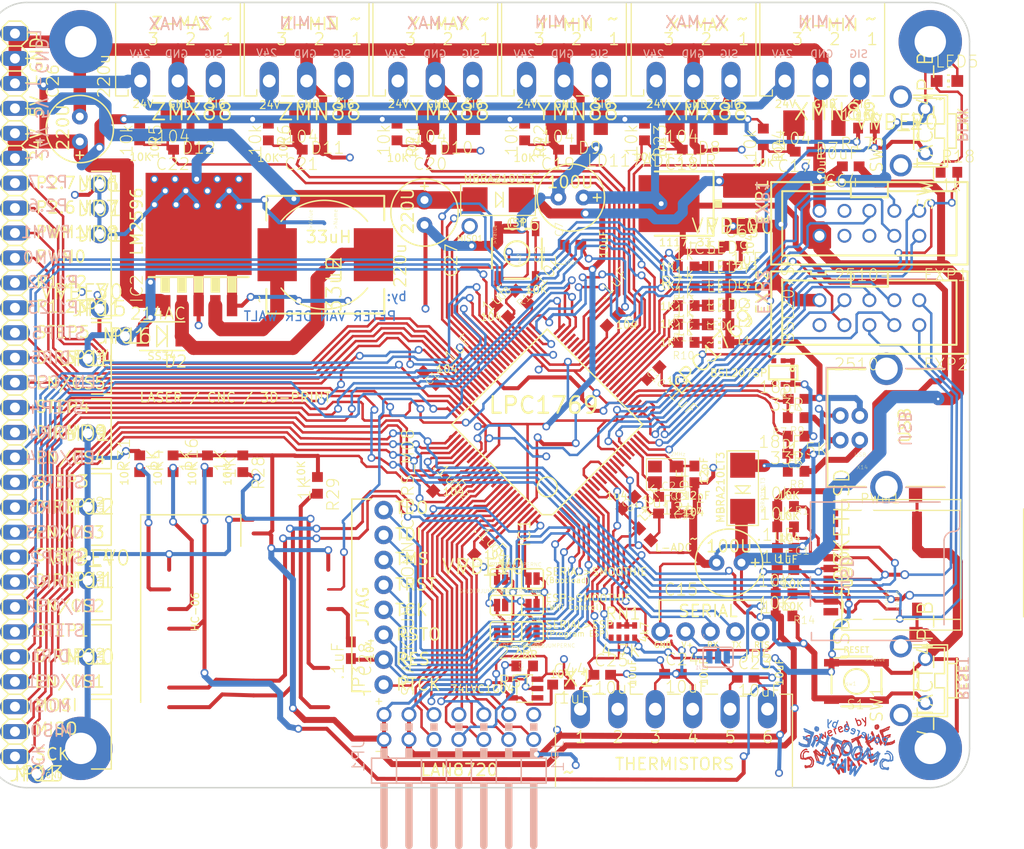
<source format=kicad_pcb>
(kicad_pcb (version 4) (host pcbnew 4.0.3-stable)
  (layers (0 Top signal) (31 Bottom signal) (34 B.Paste user hide) (35 F.Paste user hide) (36 B.SilkS user hide) (37 F.SilkS user hide) (38 B.Mask user hide) (39 F.Mask user hide) (44 Edge.Cuts user hide))
  (net 0 "")
  (net 1 GND)
  (net 2 VUSB)
  (net 3 5V)
  (net 4 /BUZZER-RRD)
  (net 5 /P1_30_CLICK-ON-RRD)
  (net 6 /MOSI1)
  (net 7 /SSEL1)
  (net 8 /SCK1)
  (net 9 "Net-(EXP1-Pad6)")
  (net 10 "Net-(EXP1-Pad7)")
  (net 11 "Net-(EXP1-Pad8)")
  (net 12 /SD_MISO)
  (net 13 /SD_SCK)
  (net 14 /SD_WP-ENC-B-ON-RRD)
  (net 15 /SD-CS-ON-RRD)
  (net 16 /SD_IRQ-ENC-A-ON-RRD)
  (net 17 /SD_MOSI)
  (net 18 /SD-CD-ON-RRD)
  (net 19 /SD_CD/KILL-ON-RRD)
  (net 20 "Net-(EXP2-Pad10)")
  (net 21 /STP1)
  (net 22 /STP2)
  (net 23 /STP3)
  (net 24 /STP4)
  (net 25 /PWM0_PSU_OUT)
  (net 26 /PWM1_BED_HEATER)
  (net 27 /P2.6_FAN_FET)
  (net 28 /P2.7_HOTEND_FET)
  (net 29 /STP5)
  (net 30 /P2.9)
  (net 31 /MISO1)
  (net 32 /EN3)
  (net 33 /DIR3)
  (net 34 /EN4)
  (net 35 /DIR4)
  (net 36 /ISP_BOOT)
  (net 37 /PLAY)
  (net 38 /JTAG-TDO)
  (net 39 /JTAG-TDI)
  (net 40 /JTAG-TMS)
  (net 41 /JTAG-TRST)
  (net 42 /JTAG-TCK)
  (net 43 /TH4)
  (net 44 /TH3)
  (net 45 /TH2_BED)
  (net 46 /TH1_HOTEND)
  (net 47 /AVCC)
  (net 48 "Net-(IC1-Pad13)")
  (net 49 /RSTOUT)
  (net 50 "Net-(IC1-Pad16)")
  (net 51 /RESET)
  (net 52 "Net-(IC1-Pad18)")
  (net 53 /N$1)
  (net 54 /N$2)
  (net 55 /USB_D+)
  (net 56 /USB_D-)
  (net 57 /LED1)
  (net 58 /LED2)
  (net 59 /LED3)
  (net 60 /LED4)
  (net 61 /P1_22-3RD-SMALL-FET)
  (net 62 /P1_23-3RD-LARGE-FET)
  (net 63 /X_MIN)
  (net 64 /X_MAX)
  (net 65 /Y_MIN)
  (net 66 /Y_MAX)
  (net 67 /Z_MIN)
  (net 68 /Z_MAX)
  (net 69 /POT_SDA)
  (net 70 /POT_SCL)
  (net 71 /EN2)
  (net 72 /DIR2)
  (net 73 /DIR5)
  (net 74 /SD_CS)
  (net 75 /DIR1)
  (net 76 /EN1)
  (net 77 /PLAY_LED)
  (net 78 /EN5)
  (net 79 /ENET_MDIO)
  (net 80 /ENET_MDC)
  (net 81 /ENET_REF_CLK)
  (net 82 /ENET_RX_ER)
  (net 83 /ENET_RXD1)
  (net 84 /ENET_RXD0)
  (net 85 /ENET_CRS)
  (net 86 /ENET_TX_EN)
  (net 87 /ENET_TXD1)
  (net 88 /ENET_TXD0)
  (net 89 /TX_0)
  (net 90 /RX_0)
  (net 91 /JTAG-RTCK)
  (net 92 /24V)
  (net 93 /N$9)
  (net 94 "Net-(IC7-Pad1)")
  (net 95 /N$77)
  (net 96 /N$78)
  (net 97 /N$51)
  (net 98 "Net-(SW1-Pad3)")
  (net 99 "Net-(SW1-Pad4)")
  (net 100 "Net-(SW3-Pad3)")
  (net 101 "Net-(SW3-Pad4)")
  (net 102 /12)
  (net 103 /N$18)
  (net 104 /RESET1)
  (net 105 /15)
  (net 106 /2)
  (net 107 /RTS)
  (net 108 /ESPRX)
  (net 109 /ESPTX)
  (net 110 /N$6)
  (net 111 /N$8)
  (net 112 /N$10)
  (net 113 /N$12)
  (net 114 /N$15)
  (net 115 /N$16)
  (net 116 +3V3)
  (net 117 "Net-(JP1-Pad13)")
  (net 118 /N$61)
  (net 119 /N$62)
  (net 120 /N$87)
  (net 121 /N$86)
  (net 122 /N$85)
  (net 123 /N$84)
  (net 124 /N$3)
  (net 125 /N$80)
  (net 126 "Net-(U3-Pad8)")
  (net 127 "Net-(U3-Pad1)")
  (net 128 5vreg)
  (net 129 /TX_FT)
  (net 130 /RX_FT)
  (net 131 /N$23)
  (net 132 GNDA)
  (module LOGO (layer Bottom) (at 191.66 138.63 180)
    (fp_text reference "" hide)
    (fp_text value "" hide)
    (fp_poly (pts (xy 1.462405 -4.597232) (xy 1.487805 -4.597232) (xy 1.487805 -4.584532) (xy 1.462405 -4.584532) (xy 1.462405 -4.597232)) (layer Bottom) (width 0.01))
    (fp_poly (pts (xy 1.437005 -4.584532) (xy 1.487805 -4.584532) (xy 1.487805 -4.571832) (xy 1.437005 -4.571832) (xy 1.437005 -4.584532)) (layer Bottom) (width 0.01))
    (fp_poly (pts (xy 1.513205 -4.584532) (xy 1.538605 -4.584532) (xy 1.538605 -4.571832) (xy 1.513205 -4.571832) (xy 1.513205 -4.584532)) (layer Bottom) (width 0.01))
    (fp_poly (pts (xy 1.411605 -4.571832) (xy 1.487805 -4.571832) (xy 1.487805 -4.559132) (xy 1.411605 -4.559132) (xy 1.411605 -4.571832)) (layer Bottom) (width 0.01))
    (fp_poly (pts (xy 1.500505 -4.571832) (xy 1.576705 -4.571832) (xy 1.576705 -4.559132) (xy 1.500505 -4.559132) (xy 1.500505 -4.571832)) (layer Bottom) (width 0.01))
    (fp_poly (pts (xy 1.411605 -4.559132) (xy 1.614805 -4.559132) (xy 1.614805 -4.546432) (xy 1.411605 -4.546432) (xy 1.411605 -4.559132)) (layer Bottom) (width 0.01))
    (fp_poly (pts (xy 1.398905 -4.546432) (xy 1.691005 -4.546432) (xy 1.691005 -4.533732) (xy 1.398905 -4.533732) (xy 1.398905 -4.546432)) (layer Bottom) (width 0.01))
    (fp_poly (pts (xy 1.398905 -4.533732) (xy 1.741805 -4.533732) (xy 1.741805 -4.521032) (xy 1.398905 -4.521032) (xy 1.398905 -4.533732)) (layer Bottom) (width 0.01))
    (fp_poly (pts (xy 1.779905 -4.533732) (xy 1.805305 -4.533732) (xy 1.805305 -4.521032) (xy 1.779905 -4.521032) (xy 1.779905 -4.533732)) (layer Bottom) (width 0.01))
    (fp_poly (pts (xy 1.856105 -4.533732) (xy 1.932305 -4.533732) (xy 1.932305 -4.521032) (xy 1.856105 -4.521032) (xy 1.856105 -4.533732)) (layer Bottom) (width 0.01))
    (fp_poly (pts (xy 1.398905 -4.521032) (xy 1.818005 -4.521032) (xy 1.818005 -4.508332) (xy 1.398905 -4.508332) (xy 1.398905 -4.521032)) (layer Bottom) (width 0.01))
    (fp_poly (pts (xy 1.830705 -4.521032) (xy 1.983105 -4.521032) (xy 1.983105 -4.508332) (xy 1.830705 -4.508332) (xy 1.830705 -4.521032)) (layer Bottom) (width 0.01))
    (fp_poly (pts (xy 1.995805 -4.521032) (xy 2.059305 -4.521032) (xy 2.059305 -4.508332) (xy 1.995805 -4.508332) (xy 1.995805 -4.521032)) (layer Bottom) (width 0.01))
    (fp_poly (pts (xy 1.398905 -4.508332) (xy 2.084705 -4.508332) (xy 2.084705 -4.495632) (xy 1.398905 -4.495632) (xy 1.398905 -4.508332)) (layer Bottom) (width 0.01))
    (fp_poly (pts (xy 1.386205 -4.495632) (xy 2.097405 -4.495632) (xy 2.097405 -4.482932) (xy 1.386205 -4.482932) (xy 1.386205 -4.495632)) (layer Bottom) (width 0.01))
    (fp_poly (pts (xy 1.373505 -4.482932) (xy 1.868805 -4.482932) (xy 1.868805 -4.470232) (xy 1.373505 -4.470232) (xy 1.373505 -4.482932)) (layer Bottom) (width 0.01))
    (fp_poly (pts (xy 1.894205 -4.482932) (xy 2.110105 -4.482932) (xy 2.110105 -4.470232) (xy 1.894205 -4.470232) (xy 1.894205 -4.482932)) (layer Bottom) (width 0.01))
    (fp_poly (pts (xy 1.373505 -4.470232) (xy 2.148205 -4.470232) (xy 2.148205 -4.457532) (xy 1.373505 -4.457532) (xy 1.373505 -4.470232)) (layer Bottom) (width 0.01))
    (fp_poly (pts (xy 1.373505 -4.457532) (xy 2.097405 -4.457532) (xy 2.097405 -4.444832) (xy 1.373505 -4.444832) (xy 1.373505 -4.457532)) (layer Bottom) (width 0.01))
    (fp_poly (pts (xy 2.110105 -4.457532) (xy 2.173605 -4.457532) (xy 2.173605 -4.444832) (xy 2.110105 -4.444832) (xy 2.110105 -4.457532)) (layer Bottom) (width 0.01))
    (fp_poly (pts (xy 1.373505 -4.444832) (xy 2.186305 -4.444832) (xy 2.186305 -4.432132) (xy 1.373505 -4.432132) (xy 1.373505 -4.444832)) (layer Bottom) (width 0.01))
    (fp_poly (pts (xy 1.360805 -4.432132) (xy 2.199005 -4.432132) (xy 2.199005 -4.419432) (xy 1.360805 -4.419432) (xy 1.360805 -4.432132)) (layer Bottom) (width 0.01))
    (fp_poly (pts (xy 1.348105 -4.419432) (xy 2.211705 -4.419432) (xy 2.211705 -4.406732) (xy 1.348105 -4.406732) (xy 1.348105 -4.419432)) (layer Bottom) (width 0.01))
    (fp_poly (pts (xy 1.348105 -4.406732) (xy 1.906905 -4.406732) (xy 1.906905 -4.394032) (xy 1.348105 -4.394032) (xy 1.348105 -4.406732)) (layer Bottom) (width 0.01))
    (fp_poly (pts (xy 2.033905 -4.406732) (xy 2.211705 -4.406732) (xy 2.211705 -4.394032) (xy 2.033905 -4.394032) (xy 2.033905 -4.406732)) (layer Bottom) (width 0.01))
    (fp_poly (pts (xy 1.360805 -4.394032) (xy 1.906905 -4.394032) (xy 1.906905 -4.381332) (xy 1.360805 -4.381332) (xy 1.360805 -4.394032)) (layer Bottom) (width 0.01))
    (fp_poly (pts (xy 2.072005 -4.394032) (xy 2.211705 -4.394032) (xy 2.211705 -4.381332) (xy 2.072005 -4.381332) (xy 2.072005 -4.394032)) (layer Bottom) (width 0.01))
    (fp_poly (pts (xy 1.360805 -4.381332) (xy 1.906905 -4.381332) (xy 1.906905 -4.368632) (xy 1.360805 -4.368632) (xy 1.360805 -4.381332)) (layer Bottom) (width 0.01))
    (fp_poly (pts (xy 2.084705 -4.381332) (xy 2.211705 -4.381332) (xy 2.211705 -4.368632) (xy 2.084705 -4.368632) (xy 2.084705 -4.381332)) (layer Bottom) (width 0.01))
    (fp_poly (pts (xy 1.373505 -4.368632) (xy 1.919605 -4.368632) (xy 1.919605 -4.355932) (xy 1.373505 -4.355932) (xy 1.373505 -4.368632)) (layer Bottom) (width 0.01))
    (fp_poly (pts (xy 2.110105 -4.368632) (xy 2.224405 -4.368632) (xy 2.224405 -4.355932) (xy 2.110105 -4.355932) (xy 2.110105 -4.368632)) (layer Bottom) (width 0.01))
    (fp_poly (pts (xy 1.373505 -4.355932) (xy 1.957705 -4.355932) (xy 1.957705 -4.343232) (xy 1.373505 -4.343232) (xy 1.373505 -4.355932)) (layer Bottom) (width 0.01))
    (fp_poly (pts (xy 2.122805 -4.355932) (xy 2.237105 -4.355932) (xy 2.237105 -4.343232) (xy 2.122805 -4.343232) (xy 2.122805 -4.355932)) (layer Bottom) (width 0.01))
    (fp_poly (pts (xy 1.373505 -4.343232) (xy 1.970405 -4.343232) (xy 1.970405 -4.330532) (xy 1.373505 -4.330532) (xy 1.373505 -4.343232)) (layer Bottom) (width 0.01))
    (fp_poly (pts (xy 2.135505 -4.343232) (xy 2.249805 -4.343232) (xy 2.249805 -4.330532) (xy 2.135505 -4.330532) (xy 2.135505 -4.343232)) (layer Bottom) (width 0.01))
    (fp_poly (pts (xy 1.386205 -4.330532) (xy 1.538605 -4.330532) (xy 1.538605 -4.317832) (xy 1.386205 -4.317832) (xy 1.386205 -4.330532)) (layer Bottom) (width 0.01))
    (fp_poly (pts (xy 1.627505 -4.330532) (xy 1.995805 -4.330532) (xy 1.995805 -4.317832) (xy 1.627505 -4.317832) (xy 1.627505 -4.330532)) (layer Bottom) (width 0.01))
    (fp_poly (pts (xy 2.135505 -4.330532) (xy 2.262505 -4.330532) (xy 2.262505 -4.317832) (xy 2.135505 -4.317832) (xy 2.135505 -4.330532)) (layer Bottom) (width 0.01))
    (fp_poly (pts (xy 1.386205 -4.317832) (xy 1.513205 -4.317832) (xy 1.513205 -4.305132) (xy 1.386205 -4.305132) (xy 1.386205 -4.317832)) (layer Bottom) (width 0.01))
    (fp_poly (pts (xy 1.729105 -4.317832) (xy 2.008505 -4.317832) (xy 2.008505 -4.305132) (xy 1.729105 -4.305132) (xy 1.729105 -4.317832)) (layer Bottom) (width 0.01))
    (fp_poly (pts (xy 2.135505 -4.317832) (xy 2.262505 -4.317832) (xy 2.262505 -4.305132) (xy 2.135505 -4.305132) (xy 2.135505 -4.317832)) (layer Bottom) (width 0.01))
    (fp_poly (pts (xy 1.386205 -4.305132) (xy 1.500505 -4.305132) (xy 1.500505 -4.292432) (xy 1.386205 -4.292432) (xy 1.386205 -4.305132)) (layer Bottom) (width 0.01))
    (fp_poly (pts (xy 1.767205 -4.305132) (xy 2.021205 -4.305132) (xy 2.021205 -4.292432) (xy 1.767205 -4.292432) (xy 1.767205 -4.305132)) (layer Bottom) (width 0.01))
    (fp_poly (pts (xy 2.135505 -4.305132) (xy 2.262505 -4.305132) (xy 2.262505 -4.292432) (xy 2.135505 -4.292432) (xy 2.135505 -4.305132)) (layer Bottom) (width 0.01))
    (fp_poly (pts (xy 1.386205 -4.292432) (xy 1.449705 -4.292432) (xy 1.449705 -4.279732) (xy 1.386205 -4.279732) (xy 1.386205 -4.292432)) (layer Bottom) (width 0.01))
    (fp_poly (pts (xy 1.843405 -4.292432) (xy 2.021205 -4.292432) (xy 2.021205 -4.279732) (xy 1.843405 -4.279732) (xy 1.843405 -4.292432)) (layer Bottom) (width 0.01))
    (fp_poly (pts (xy 2.148205 -4.292432) (xy 2.262505 -4.292432) (xy 2.262505 -4.279732) (xy 2.148205 -4.279732) (xy 2.148205 -4.292432)) (layer Bottom) (width 0.01))
    (fp_poly (pts (xy 1.398905 -4.279732) (xy 1.449705 -4.279732) (xy 1.449705 -4.267032) (xy 1.398905 -4.267032) (xy 1.398905 -4.279732)) (layer Bottom) (width 0.01))
    (fp_poly (pts (xy 1.868805 -4.279732) (xy 2.021205 -4.279732) (xy 2.021205 -4.267032) (xy 1.868805 -4.267032) (xy 1.868805 -4.279732)) (layer Bottom) (width 0.01))
    (fp_poly (pts (xy 2.160905 -4.279732) (xy 2.262505 -4.279732) (xy 2.262505 -4.267032) (xy 2.160905 -4.267032) (xy 2.160905 -4.279732)) (layer Bottom) (width 0.01))
    (fp_poly (pts (xy 1.906905 -4.267032) (xy 2.046605 -4.267032) (xy 2.046605 -4.254332) (xy 1.906905 -4.254332) (xy 1.906905 -4.267032)) (layer Bottom) (width 0.01))
    (fp_poly (pts (xy 2.160905 -4.267032) (xy 2.275205 -4.267032) (xy 2.275205 -4.254332) (xy 2.160905 -4.254332) (xy 2.160905 -4.267032)) (layer Bottom) (width 0.01))
    (fp_poly (pts (xy 1.932305 -4.254332) (xy 2.059305 -4.254332) (xy 2.059305 -4.241632) (xy 1.932305 -4.241632) (xy 1.932305 -4.254332)) (layer Bottom) (width 0.01))
    (fp_poly (pts (xy 2.160905 -4.254332) (xy 2.287905 -4.254332) (xy 2.287905 -4.241632) (xy 2.160905 -4.241632) (xy 2.160905 -4.254332)) (layer Bottom) (width 0.01))
    (fp_poly (pts (xy 1.945005 -4.241632) (xy 2.059305 -4.241632) (xy 2.059305 -4.228932) (xy 1.945005 -4.228932) (xy 1.945005 -4.241632)) (layer Bottom) (width 0.01))
    (fp_poly (pts (xy 2.160905 -4.241632) (xy 2.287905 -4.241632) (xy 2.287905 -4.228932) (xy 2.160905 -4.228932) (xy 2.160905 -4.241632)) (layer Bottom) (width 0.01))
    (fp_poly (pts (xy 1.957705 -4.228932) (xy 2.059305 -4.228932) (xy 2.059305 -4.216232) (xy 1.957705 -4.216232) (xy 1.957705 -4.228932)) (layer Bottom) (width 0.01))
    (fp_poly (pts (xy 2.160905 -4.228932) (xy 2.300605 -4.228932) (xy 2.300605 -4.216232) (xy 2.160905 -4.216232) (xy 2.160905 -4.228932)) (layer Bottom) (width 0.01))
    (fp_poly (pts (xy 1.957705 -4.216232) (xy 2.059305 -4.216232) (xy 2.059305 -4.203532) (xy 1.957705 -4.203532) (xy 1.957705 -4.216232)) (layer Bottom) (width 0.01))
    (fp_poly (pts (xy 2.160905 -4.216232) (xy 2.300605 -4.216232) (xy 2.300605 -4.203532) (xy 2.160905 -4.203532) (xy 2.160905 -4.216232)) (layer Bottom) (width 0.01))
    (fp_poly (pts (xy 1.957705 -4.203532) (xy 2.072005 -4.203532) (xy 2.072005 -4.190832) (xy 1.957705 -4.190832) (xy 1.957705 -4.203532)) (layer Bottom) (width 0.01))
    (fp_poly (pts (xy 2.160905 -4.203532) (xy 2.300605 -4.203532) (xy 2.300605 -4.190832) (xy 2.160905 -4.190832) (xy 2.160905 -4.203532)) (layer Bottom) (width 0.01))
    (fp_poly (pts (xy 1.970405 -4.190832) (xy 2.084705 -4.190832) (xy 2.084705 -4.178132) (xy 1.970405 -4.178132) (xy 1.970405 -4.190832)) (layer Bottom) (width 0.01))
    (fp_poly (pts (xy 2.160905 -4.190832) (xy 2.300605 -4.190832) (xy 2.300605 -4.178132) (xy 2.160905 -4.178132) (xy 2.160905 -4.190832)) (layer Bottom) (width 0.01))
    (fp_poly (pts (xy 1.983105 -4.178132) (xy 2.084705 -4.178132) (xy 2.084705 -4.165432) (xy 1.983105 -4.165432) (xy 1.983105 -4.178132)) (layer Bottom) (width 0.01))
    (fp_poly (pts (xy 2.173605 -4.178132) (xy 2.300605 -4.178132) (xy 2.300605 -4.165432) (xy 2.173605 -4.165432) (xy 2.173605 -4.178132)) (layer Bottom) (width 0.01))
    (fp_poly (pts (xy 1.995805 -4.165432) (xy 2.084705 -4.165432) (xy 2.084705 -4.152732) (xy 1.995805 -4.152732) (xy 1.995805 -4.165432)) (layer Bottom) (width 0.01))
    (fp_poly (pts (xy 2.173605 -4.165432) (xy 2.300605 -4.165432) (xy 2.300605 -4.152732) (xy 2.173605 -4.152732) (xy 2.173605 -4.165432)) (layer Bottom) (width 0.01))
    (fp_poly (pts (xy 1.995805 -4.152732) (xy 2.084705 -4.152732) (xy 2.084705 -4.140032) (xy 1.995805 -4.140032) (xy 1.995805 -4.152732)) (layer Bottom) (width 0.01))
    (fp_poly (pts (xy 2.173605 -4.152732) (xy 2.300605 -4.152732) (xy 2.300605 -4.140032) (xy 2.173605 -4.140032) (xy 2.173605 -4.152732)) (layer Bottom) (width 0.01))
    (fp_poly (pts (xy 1.995805 -4.140032) (xy 2.084705 -4.140032) (xy 2.084705 -4.127332) (xy 1.995805 -4.127332) (xy 1.995805 -4.140032)) (layer Bottom) (width 0.01))
    (fp_poly (pts (xy 2.173605 -4.140032) (xy 2.287905 -4.140032) (xy 2.287905 -4.127332) (xy 2.173605 -4.127332) (xy 2.173605 -4.140032)) (layer Bottom) (width 0.01))
    (fp_poly (pts (xy 2.834005 -4.140032) (xy 2.922905 -4.140032) (xy 2.922905 -4.127332) (xy 2.834005 -4.127332) (xy 2.834005 -4.140032)) (layer Bottom) (width 0.01))
    (fp_poly (pts (xy 1.995805 -4.127332) (xy 2.097405 -4.127332) (xy 2.097405 -4.114632) (xy 1.995805 -4.114632) (xy 1.995805 -4.127332)) (layer Bottom) (width 0.01))
    (fp_poly (pts (xy 2.173605 -4.127332) (xy 2.300605 -4.127332) (xy 2.300605 -4.114632) (xy 2.173605 -4.114632) (xy 2.173605 -4.127332)) (layer Bottom) (width 0.01))
    (fp_poly (pts (xy 2.821305 -4.127332) (xy 2.922905 -4.127332) (xy 2.922905 -4.114632) (xy 2.821305 -4.114632) (xy 2.821305 -4.127332)) (layer Bottom) (width 0.01))
    (fp_poly (pts (xy 2.008505 -4.114632) (xy 2.097405 -4.114632) (xy 2.097405 -4.101932) (xy 2.008505 -4.101932) (xy 2.008505 -4.114632)) (layer Bottom) (width 0.01))
    (fp_poly (pts (xy 2.186305 -4.114632) (xy 2.300605 -4.114632) (xy 2.300605 -4.101932) (xy 2.186305 -4.101932) (xy 2.186305 -4.114632)) (layer Bottom) (width 0.01))
    (fp_poly (pts (xy 2.808605 -4.114632) (xy 2.935605 -4.114632) (xy 2.935605 -4.101932) (xy 2.808605 -4.101932) (xy 2.808605 -4.114632)) (layer Bottom) (width 0.01))
    (fp_poly (pts (xy 2.021205 -4.101932) (xy 2.097405 -4.101932) (xy 2.097405 -4.089232) (xy 2.021205 -4.089232) (xy 2.021205 -4.101932)) (layer Bottom) (width 0.01))
    (fp_poly (pts (xy 2.186305 -4.101932) (xy 2.300605 -4.101932) (xy 2.300605 -4.089232) (xy 2.186305 -4.089232) (xy 2.186305 -4.101932)) (layer Bottom) (width 0.01))
    (fp_poly (pts (xy 2.808605 -4.101932) (xy 2.935605 -4.101932) (xy 2.935605 -4.089232) (xy 2.808605 -4.089232) (xy 2.808605 -4.101932)) (layer Bottom) (width 0.01))
    (fp_poly (pts (xy 2.021205 -4.089232) (xy 2.110105 -4.089232) (xy 2.110105 -4.076532) (xy 2.021205 -4.076532) (xy 2.021205 -4.089232)) (layer Bottom) (width 0.01))
    (fp_poly (pts (xy 2.186305 -4.089232) (xy 2.300605 -4.089232) (xy 2.300605 -4.076532) (xy 2.186305 -4.076532) (xy 2.186305 -4.089232)) (layer Bottom) (width 0.01))
    (fp_poly (pts (xy 2.808605 -4.089232) (xy 2.935605 -4.089232) (xy 2.935605 -4.076532) (xy 2.808605 -4.076532) (xy 2.808605 -4.089232)) (layer Bottom) (width 0.01))
    (fp_poly (pts (xy 2.021205 -4.076532) (xy 2.110105 -4.076532) (xy 2.110105 -4.063832) (xy 2.021205 -4.063832) (xy 2.021205 -4.076532)) (layer Bottom) (width 0.01))
    (fp_poly (pts (xy 2.186305 -4.076532) (xy 2.300605 -4.076532) (xy 2.300605 -4.063832) (xy 2.186305 -4.063832) (xy 2.186305 -4.076532)) (layer Bottom) (width 0.01))
    (fp_poly (pts (xy 2.808605 -4.076532) (xy 2.935605 -4.076532) (xy 2.935605 -4.063832) (xy 2.808605 -4.063832) (xy 2.808605 -4.076532)) (layer Bottom) (width 0.01))
    (fp_poly (pts (xy 2.021205 -4.063832) (xy 2.110105 -4.063832) (xy 2.110105 -4.051132) (xy 2.021205 -4.051132) (xy 2.021205 -4.063832)) (layer Bottom) (width 0.01))
    (fp_poly (pts (xy 2.199005 -4.063832) (xy 2.300605 -4.063832) (xy 2.300605 -4.051132) (xy 2.199005 -4.051132) (xy 2.199005 -4.063832)) (layer Bottom) (width 0.01))
    (fp_poly (pts (xy 2.808605 -4.063832) (xy 2.935605 -4.063832) (xy 2.935605 -4.051132) (xy 2.808605 -4.051132) (xy 2.808605 -4.063832)) (layer Bottom) (width 0.01))
    (fp_poly (pts (xy 2.021205 -4.051132) (xy 2.122805 -4.051132) (xy 2.122805 -4.038432) (xy 2.021205 -4.038432) (xy 2.021205 -4.051132)) (layer Bottom) (width 0.01))
    (fp_poly (pts (xy 2.199005 -4.051132) (xy 2.300605 -4.051132) (xy 2.300605 -4.038432) (xy 2.199005 -4.038432) (xy 2.199005 -4.051132)) (layer Bottom) (width 0.01))
    (fp_poly (pts (xy 2.808605 -4.051132) (xy 2.935605 -4.051132) (xy 2.935605 -4.038432) (xy 2.808605 -4.038432) (xy 2.808605 -4.051132)) (layer Bottom) (width 0.01))
    (fp_poly (pts (xy 2.021205 -4.038432) (xy 2.122805 -4.038432) (xy 2.122805 -4.025732) (xy 2.021205 -4.025732) (xy 2.021205 -4.038432)) (layer Bottom) (width 0.01))
    (fp_poly (pts (xy 2.199005 -4.038432) (xy 2.313305 -4.038432) (xy 2.313305 -4.025732) (xy 2.199005 -4.025732) (xy 2.199005 -4.038432)) (layer Bottom) (width 0.01))
    (fp_poly (pts (xy 2.681605 -4.038432) (xy 2.732405 -4.038432) (xy 2.732405 -4.025732) (xy 2.681605 -4.025732) (xy 2.681605 -4.038432)) (layer Bottom) (width 0.01))
    (fp_poly (pts (xy 2.795905 -4.038432) (xy 2.935605 -4.038432) (xy 2.935605 -4.025732) (xy 2.795905 -4.025732) (xy 2.795905 -4.038432)) (layer Bottom) (width 0.01))
    (fp_poly (pts (xy 2.033905 -4.025732) (xy 2.110105 -4.025732) (xy 2.110105 -4.013032) (xy 2.033905 -4.013032) (xy 2.033905 -4.025732)) (layer Bottom) (width 0.01))
    (fp_poly (pts (xy 2.199005 -4.025732) (xy 2.313305 -4.025732) (xy 2.313305 -4.013032) (xy 2.199005 -4.013032) (xy 2.199005 -4.025732)) (layer Bottom) (width 0.01))
    (fp_poly (pts (xy 2.668905 -4.025732) (xy 2.745105 -4.025732) (xy 2.745105 -4.013032) (xy 2.668905 -4.013032) (xy 2.668905 -4.025732)) (layer Bottom) (width 0.01))
    (fp_poly (pts (xy 2.795905 -4.025732) (xy 2.935605 -4.025732) (xy 2.935605 -4.013032) (xy 2.795905 -4.013032) (xy 2.795905 -4.025732)) (layer Bottom) (width 0.01))
    (fp_poly (pts (xy 2.046605 -4.013032) (xy 2.110105 -4.013032) (xy 2.110105 -4.000332) (xy 2.046605 -4.000332) (xy 2.046605 -4.013032)) (layer Bottom) (width 0.01))
    (fp_poly (pts (xy 2.199005 -4.013032) (xy 2.313305 -4.013032) (xy 2.313305 -4.000332) (xy 2.199005 -4.000332) (xy 2.199005 -4.013032)) (layer Bottom) (width 0.01))
    (fp_poly (pts (xy 2.656205 -4.013032) (xy 2.745105 -4.013032) (xy 2.745105 -4.000332) (xy 2.656205 -4.000332) (xy 2.656205 -4.013032)) (layer Bottom) (width 0.01))
    (fp_poly (pts (xy 2.783205 -4.013032) (xy 2.935605 -4.013032) (xy 2.935605 -4.000332) (xy 2.783205 -4.000332) (xy 2.783205 -4.013032)) (layer Bottom) (width 0.01))
    (fp_poly (pts (xy 2.046605 -4.000332) (xy 2.122805 -4.000332) (xy 2.122805 -3.987632) (xy 2.046605 -3.987632) (xy 2.046605 -4.000332)) (layer Bottom) (width 0.01))
    (fp_poly (pts (xy 2.199005 -4.000332) (xy 2.313305 -4.000332) (xy 2.313305 -3.987632) (xy 2.199005 -3.987632) (xy 2.199005 -4.000332)) (layer Bottom) (width 0.01))
    (fp_poly (pts (xy 2.643505 -4.000332) (xy 2.745105 -4.000332) (xy 2.745105 -3.987632) (xy 2.643505 -3.987632) (xy 2.643505 -4.000332)) (layer Bottom) (width 0.01))
    (fp_poly (pts (xy 2.783205 -4.000332) (xy 2.935605 -4.000332) (xy 2.935605 -3.987632) (xy 2.783205 -3.987632) (xy 2.783205 -4.000332)) (layer Bottom) (width 0.01))
    (fp_poly (pts (xy 2.046605 -3.987632) (xy 2.122805 -3.987632) (xy 2.122805 -3.974932) (xy 2.046605 -3.974932) (xy 2.046605 -3.987632)) (layer Bottom) (width 0.01))
    (fp_poly (pts (xy 2.186305 -3.987632) (xy 2.300605 -3.987632) (xy 2.300605 -3.974932) (xy 2.186305 -3.974932) (xy 2.186305 -3.987632)) (layer Bottom) (width 0.01))
    (fp_poly (pts (xy 2.630805 -3.987632) (xy 2.757805 -3.987632) (xy 2.757805 -3.974932) (xy 2.630805 -3.974932) (xy 2.630805 -3.987632)) (layer Bottom) (width 0.01))
    (fp_poly (pts (xy 2.770505 -3.987632) (xy 2.935605 -3.987632) (xy 2.935605 -3.974932) (xy 2.770505 -3.974932) (xy 2.770505 -3.987632)) (layer Bottom) (width 0.01))
    (fp_poly (pts (xy 2.046605 -3.974932) (xy 2.122805 -3.974932) (xy 2.122805 -3.962232) (xy 2.046605 -3.962232) (xy 2.046605 -3.974932)) (layer Bottom) (width 0.01))
    (fp_poly (pts (xy 2.186305 -3.974932) (xy 2.313305 -3.974932) (xy 2.313305 -3.962232) (xy 2.186305 -3.962232) (xy 2.186305 -3.974932)) (layer Bottom) (width 0.01))
    (fp_poly (pts (xy 2.630805 -3.974932) (xy 2.757805 -3.974932) (xy 2.757805 -3.962232) (xy 2.630805 -3.962232) (xy 2.630805 -3.974932)) (layer Bottom) (width 0.01))
    (fp_poly (pts (xy 2.770505 -3.974932) (xy 2.922905 -3.974932) (xy 2.922905 -3.962232) (xy 2.770505 -3.962232) (xy 2.770505 -3.974932)) (layer Bottom) (width 0.01))
    (fp_poly (pts (xy 2.046605 -3.962232) (xy 2.122805 -3.962232) (xy 2.122805 -3.949532) (xy 2.046605 -3.949532) (xy 2.046605 -3.962232)) (layer Bottom) (width 0.01))
    (fp_poly (pts (xy 2.199005 -3.962232) (xy 2.326005 -3.962232) (xy 2.326005 -3.949532) (xy 2.199005 -3.949532) (xy 2.199005 -3.962232)) (layer Bottom) (width 0.01))
    (fp_poly (pts (xy 2.618105 -3.962232) (xy 2.922905 -3.962232) (xy 2.922905 -3.949532) (xy 2.618105 -3.949532) (xy 2.618105 -3.962232)) (layer Bottom) (width 0.01))
    (fp_poly (pts (xy 2.046605 -3.949532) (xy 2.122805 -3.949532) (xy 2.122805 -3.936832) (xy 2.046605 -3.936832) (xy 2.046605 -3.949532)) (layer Bottom) (width 0.01))
    (fp_poly (pts (xy 2.199005 -3.949532) (xy 2.326005 -3.949532) (xy 2.326005 -3.936832) (xy 2.199005 -3.936832) (xy 2.199005 -3.949532)) (layer Bottom) (width 0.01))
    (fp_poly (pts (xy 2.605405 -3.949532) (xy 2.922905 -3.949532) (xy 2.922905 -3.936832) (xy 2.605405 -3.936832) (xy 2.605405 -3.949532)) (layer Bottom) (width 0.01))
    (fp_poly (pts (xy 2.046605 -3.936832) (xy 2.135505 -3.936832) (xy 2.135505 -3.924132) (xy 2.046605 -3.924132) (xy 2.046605 -3.936832)) (layer Bottom) (width 0.01))
    (fp_poly (pts (xy 2.211705 -3.936832) (xy 2.326005 -3.936832) (xy 2.326005 -3.924132) (xy 2.211705 -3.924132) (xy 2.211705 -3.936832)) (layer Bottom) (width 0.01))
    (fp_poly (pts (xy 2.605405 -3.936832) (xy 2.922905 -3.936832) (xy 2.922905 -3.924132) (xy 2.605405 -3.924132) (xy 2.605405 -3.936832)) (layer Bottom) (width 0.01))
    (fp_poly (pts (xy 2.046605 -3.924132) (xy 2.135505 -3.924132) (xy 2.135505 -3.911432) (xy 2.046605 -3.911432) (xy 2.046605 -3.924132)) (layer Bottom) (width 0.01))
    (fp_poly (pts (xy 2.211705 -3.924132) (xy 2.326005 -3.924132) (xy 2.326005 -3.911432) (xy 2.211705 -3.911432) (xy 2.211705 -3.924132)) (layer Bottom) (width 0.01))
    (fp_poly (pts (xy 2.605405 -3.924132) (xy 2.757805 -3.924132) (xy 2.757805 -3.911432) (xy 2.605405 -3.911432) (xy 2.605405 -3.924132)) (layer Bottom) (width 0.01))
    (fp_poly (pts (xy 2.770505 -3.924132) (xy 2.922905 -3.924132) (xy 2.922905 -3.911432) (xy 2.770505 -3.911432) (xy 2.770505 -3.924132)) (layer Bottom) (width 0.01))
    (fp_poly (pts (xy 2.046605 -3.911432) (xy 2.135505 -3.911432) (xy 2.135505 -3.898732) (xy 2.046605 -3.898732) (xy 2.046605 -3.911432)) (layer Bottom) (width 0.01))
    (fp_poly (pts (xy 2.211705 -3.911432) (xy 2.326005 -3.911432) (xy 2.326005 -3.898732) (xy 2.211705 -3.898732) (xy 2.211705 -3.911432)) (layer Bottom) (width 0.01))
    (fp_poly (pts (xy 2.605405 -3.911432) (xy 2.745105 -3.911432) (xy 2.745105 -3.898732) (xy 2.605405 -3.898732) (xy 2.605405 -3.911432)) (layer Bottom) (width 0.01))
    (fp_poly (pts (xy 2.783205 -3.911432) (xy 2.910205 -3.911432) (xy 2.910205 -3.898732) (xy 2.783205 -3.898732) (xy 2.783205 -3.911432)) (layer Bottom) (width 0.01))
    (fp_poly (pts (xy 2.046605 -3.898732) (xy 2.122805 -3.898732) (xy 2.122805 -3.886032) (xy 2.046605 -3.886032) (xy 2.046605 -3.898732)) (layer Bottom) (width 0.01))
    (fp_poly (pts (xy 2.211705 -3.898732) (xy 2.326005 -3.898732) (xy 2.326005 -3.886032) (xy 2.211705 -3.886032) (xy 2.211705 -3.898732)) (layer Bottom) (width 0.01))
    (fp_poly (pts (xy 2.592705 -3.898732) (xy 2.732405 -3.898732) (xy 2.732405 -3.886032) (xy 2.592705 -3.886032) (xy 2.592705 -3.898732)) (layer Bottom) (width 0.01))
    (fp_poly (pts (xy 2.783205 -3.898732) (xy 2.897505 -3.898732) (xy 2.897505 -3.886032) (xy 2.783205 -3.886032) (xy 2.783205 -3.898732)) (layer Bottom) (width 0.01))
    (fp_poly (pts (xy 2.033905 -3.886032) (xy 2.122805 -3.886032) (xy 2.122805 -3.873332) (xy 2.033905 -3.873332) (xy 2.033905 -3.886032)) (layer Bottom) (width 0.01))
    (fp_poly (pts (xy 2.211705 -3.886032) (xy 2.326005 -3.886032) (xy 2.326005 -3.873332) (xy 2.211705 -3.873332) (xy 2.211705 -3.886032)) (layer Bottom) (width 0.01))
    (fp_poly (pts (xy 2.592705 -3.886032) (xy 2.732405 -3.886032) (xy 2.732405 -3.873332) (xy 2.592705 -3.873332) (xy 2.592705 -3.886032)) (layer Bottom) (width 0.01))
    (fp_poly (pts (xy 2.783205 -3.886032) (xy 2.884805 -3.886032) (xy 2.884805 -3.873332) (xy 2.783205 -3.873332) (xy 2.783205 -3.886032)) (layer Bottom) (width 0.01))
    (fp_poly (pts (xy 2.033905 -3.873332) (xy 2.122805 -3.873332) (xy 2.122805 -3.860632) (xy 2.033905 -3.860632) (xy 2.033905 -3.873332)) (layer Bottom) (width 0.01))
    (fp_poly (pts (xy 2.199005 -3.873332) (xy 2.326005 -3.873332) (xy 2.326005 -3.860632) (xy 2.199005 -3.860632) (xy 2.199005 -3.873332)) (layer Bottom) (width 0.01))
    (fp_poly (pts (xy 2.580005 -3.873332) (xy 2.719705 -3.873332) (xy 2.719705 -3.860632) (xy 2.580005 -3.860632) (xy 2.580005 -3.873332)) (layer Bottom) (width 0.01))
    (fp_poly (pts (xy 2.770505 -3.873332) (xy 2.872105 -3.873332) (xy 2.872105 -3.860632) (xy 2.770505 -3.860632) (xy 2.770505 -3.873332)) (layer Bottom) (width 0.01))
    (fp_poly (pts (xy 2.021205 -3.860632) (xy 2.122805 -3.860632) (xy 2.122805 -3.847932) (xy 2.021205 -3.847932) (xy 2.021205 -3.860632)) (layer Bottom) (width 0.01))
    (fp_poly (pts (xy 2.199005 -3.860632) (xy 2.326005 -3.860632) (xy 2.326005 -3.847932) (xy 2.199005 -3.847932) (xy 2.199005 -3.860632)) (layer Bottom) (width 0.01))
    (fp_poly (pts (xy 2.580005 -3.860632) (xy 2.719705 -3.860632) (xy 2.719705 -3.847932) (xy 2.580005 -3.847932) (xy 2.580005 -3.860632)) (layer Bottom) (width 0.01))
    (fp_poly (pts (xy 2.770505 -3.860632) (xy 2.872105 -3.860632) (xy 2.872105 -3.847932) (xy 2.770505 -3.847932) (xy 2.770505 -3.860632)) (layer Bottom) (width 0.01))
    (fp_poly (pts (xy 2.021205 -3.847932) (xy 2.122805 -3.847932) (xy 2.122805 -3.835232) (xy 2.021205 -3.835232) (xy 2.021205 -3.847932)) (layer Bottom) (width 0.01))
    (fp_poly (pts (xy 2.199005 -3.847932) (xy 2.326005 -3.847932) (xy 2.326005 -3.835232) (xy 2.199005 -3.835232) (xy 2.199005 -3.847932)) (layer Bottom) (width 0.01))
    (fp_poly (pts (xy 2.580005 -3.847932) (xy 2.707005 -3.847932) (xy 2.707005 -3.835232) (xy 2.580005 -3.835232) (xy 2.580005 -3.847932)) (layer Bottom) (width 0.01))
    (fp_poly (pts (xy 2.757805 -3.847932) (xy 2.872105 -3.847932) (xy 2.872105 -3.835232) (xy 2.757805 -3.835232) (xy 2.757805 -3.847932)) (layer Bottom) (width 0.01))
    (fp_poly (pts (xy 2.008505 -3.835232) (xy 2.122805 -3.835232) (xy 2.122805 -3.822532) (xy 2.008505 -3.822532) (xy 2.008505 -3.835232)) (layer Bottom) (width 0.01))
    (fp_poly (pts (xy 2.186305 -3.835232) (xy 2.338705 -3.835232) (xy 2.338705 -3.822532) (xy 2.186305 -3.822532) (xy 2.186305 -3.835232)) (layer Bottom) (width 0.01))
    (fp_poly (pts (xy 2.567305 -3.835232) (xy 2.707005 -3.835232) (xy 2.707005 -3.822532) (xy 2.567305 -3.822532) (xy 2.567305 -3.835232)) (layer Bottom) (width 0.01))
    (fp_poly (pts (xy 2.757805 -3.835232) (xy 2.872105 -3.835232) (xy 2.872105 -3.822532) (xy 2.757805 -3.822532) (xy 2.757805 -3.835232)) (layer Bottom) (width 0.01))
    (fp_poly (pts (xy 2.008505 -3.822532) (xy 2.122805 -3.822532) (xy 2.122805 -3.809832) (xy 2.008505 -3.809832) (xy 2.008505 -3.822532)) (layer Bottom) (width 0.01))
    (fp_poly (pts (xy 2.186305 -3.822532) (xy 2.326005 -3.822532) (xy 2.326005 -3.809832) (xy 2.186305 -3.809832) (xy 2.186305 -3.822532)) (layer Bottom) (width 0.01))
    (fp_poly (pts (xy 2.554605 -3.822532) (xy 2.694305 -3.822532) (xy 2.694305 -3.809832) (xy 2.554605 -3.809832) (xy 2.554605 -3.822532)) (layer Bottom) (width 0.01))
    (fp_poly (pts (xy 2.745105 -3.822532) (xy 2.859405 -3.822532) (xy 2.859405 -3.809832) (xy 2.745105 -3.809832) (xy 2.745105 -3.822532)) (layer Bottom) (width 0.01))
    (fp_poly (pts (xy 1.995805 -3.809832) (xy 2.122805 -3.809832) (xy 2.122805 -3.797132) (xy 1.995805 -3.797132) (xy 1.995805 -3.809832)) (layer Bottom) (width 0.01))
    (fp_poly (pts (xy 2.186305 -3.809832) (xy 2.326005 -3.809832) (xy 2.326005 -3.797132) (xy 2.186305 -3.797132) (xy 2.186305 -3.809832)) (layer Bottom) (width 0.01))
    (fp_poly (pts (xy 2.554605 -3.809832) (xy 2.681605 -3.809832) (xy 2.681605 -3.797132) (xy 2.554605 -3.797132) (xy 2.554605 -3.809832)) (layer Bottom) (width 0.01))
    (fp_poly (pts (xy 2.745105 -3.809832) (xy 2.859405 -3.809832) (xy 2.859405 -3.797132) (xy 2.745105 -3.797132) (xy 2.745105 -3.809832)) (layer Bottom) (width 0.01))
    (fp_poly (pts (xy 1.983105 -3.797132) (xy 2.122805 -3.797132) (xy 2.122805 -3.784432) (xy 1.983105 -3.784432) (xy 1.983105 -3.797132)) (layer Bottom) (width 0.01))
    (fp_poly (pts (xy 2.173605 -3.797132) (xy 2.313305 -3.797132) (xy 2.313305 -3.784432) (xy 2.173605 -3.784432) (xy 2.173605 -3.797132)) (layer Bottom) (width 0.01))
    (fp_poly (pts (xy 2.554605 -3.797132) (xy 2.681605 -3.797132) (xy 2.681605 -3.784432) (xy 2.554605 -3.784432) (xy 2.554605 -3.797132)) (layer Bottom) (width 0.01))
    (fp_poly (pts (xy 2.732405 -3.797132) (xy 2.859405 -3.797132) (xy 2.859405 -3.784432) (xy 2.732405 -3.784432) (xy 2.732405 -3.797132)) (layer Bottom) (width 0.01))
    (fp_poly (pts (xy 1.970405 -3.784432) (xy 2.097405 -3.784432) (xy 2.097405 -3.771732) (xy 1.970405 -3.771732) (xy 1.970405 -3.784432)) (layer Bottom) (width 0.01))
    (fp_poly (pts (xy 2.173605 -3.784432) (xy 2.300605 -3.784432) (xy 2.300605 -3.771732) (xy 2.173605 -3.771732) (xy 2.173605 -3.784432)) (layer Bottom) (width 0.01))
    (fp_poly (pts (xy 2.554605 -3.784432) (xy 2.668905 -3.784432) (xy 2.668905 -3.771732) (xy 2.554605 -3.771732) (xy 2.554605 -3.784432)) (layer Bottom) (width 0.01))
    (fp_poly (pts (xy 2.732405 -3.784432) (xy 2.846705 -3.784432) (xy 2.846705 -3.771732) (xy 2.732405 -3.771732) (xy 2.732405 -3.784432)) (layer Bottom) (width 0.01))
    (fp_poly (pts (xy 1.945005 -3.771732) (xy 2.084705 -3.771732) (xy 2.084705 -3.759032) (xy 1.945005 -3.759032) (xy 1.945005 -3.771732)) (layer Bottom) (width 0.01))
    (fp_poly (pts (xy 2.160905 -3.771732) (xy 2.300605 -3.771732) (xy 2.300605 -3.759032) (xy 2.160905 -3.759032) (xy 2.160905 -3.771732)) (layer Bottom) (width 0.01))
    (fp_poly (pts (xy 2.554605 -3.771732) (xy 2.668905 -3.771732) (xy 2.668905 -3.759032) (xy 2.554605 -3.759032) (xy 2.554605 -3.771732)) (layer Bottom) (width 0.01))
    (fp_poly (pts (xy 2.732405 -3.771732) (xy 2.846705 -3.771732) (xy 2.846705 -3.759032) (xy 2.732405 -3.759032) (xy 2.732405 -3.771732)) (layer Bottom) (width 0.01))
    (fp_poly (pts (xy 1.919605 -3.759032) (xy 2.084705 -3.759032) (xy 2.084705 -3.746332) (xy 1.919605 -3.746332) (xy 1.919605 -3.759032)) (layer Bottom) (width 0.01))
    (fp_poly (pts (xy 2.160905 -3.759032) (xy 2.287905 -3.759032) (xy 2.287905 -3.746332) (xy 2.160905 -3.746332) (xy 2.160905 -3.759032)) (layer Bottom) (width 0.01))
    (fp_poly (pts (xy 2.541905 -3.759032) (xy 2.656205 -3.759032) (xy 2.656205 -3.746332) (xy 2.541905 -3.746332) (xy 2.541905 -3.759032)) (layer Bottom) (width 0.01))
    (fp_poly (pts (xy 2.719705 -3.759032) (xy 2.846705 -3.759032) (xy 2.846705 -3.746332) (xy 2.719705 -3.746332) (xy 2.719705 -3.759032)) (layer Bottom) (width 0.01))
    (fp_poly (pts (xy 1.906905 -3.746332) (xy 2.072005 -3.746332) (xy 2.072005 -3.733632) (xy 1.906905 -3.733632) (xy 1.906905 -3.746332)) (layer Bottom) (width 0.01))
    (fp_poly (pts (xy 2.148205 -3.746332) (xy 2.275205 -3.746332) (xy 2.275205 -3.733632) (xy 2.148205 -3.733632) (xy 2.148205 -3.746332)) (layer Bottom) (width 0.01))
    (fp_poly (pts (xy 2.529205 -3.746332) (xy 2.656205 -3.746332) (xy 2.656205 -3.733632) (xy 2.529205 -3.733632) (xy 2.529205 -3.746332)) (layer Bottom) (width 0.01))
    (fp_poly (pts (xy 2.719705 -3.746332) (xy 2.834005 -3.746332) (xy 2.834005 -3.733632) (xy 2.719705 -3.733632) (xy 2.719705 -3.746332)) (layer Bottom) (width 0.01))
    (fp_poly (pts (xy 1.411605 -3.733632) (xy 1.462405 -3.733632) (xy 1.462405 -3.720932) (xy 1.411605 -3.720932) (xy 1.411605 -3.733632)) (layer Bottom) (width 0.01))
    (fp_poly (pts (xy 1.894205 -3.733632) (xy 2.072005 -3.733632) (xy 2.072005 -3.720932) (xy 1.894205 -3.720932) (xy 1.894205 -3.733632)) (layer Bottom) (width 0.01))
    (fp_poly (pts (xy 2.148205 -3.733632) (xy 2.275205 -3.733632) (xy 2.275205 -3.720932) (xy 2.148205 -3.720932) (xy 2.148205 -3.733632)) (layer Bottom) (width 0.01))
    (fp_poly (pts (xy 2.529205 -3.733632) (xy 2.656205 -3.733632) (xy 2.656205 -3.720932) (xy 2.529205 -3.720932) (xy 2.529205 -3.733632)) (layer Bottom) (width 0.01))
    (fp_poly (pts (xy 2.719705 -3.733632) (xy 2.834005 -3.733632) (xy 2.834005 -3.720932) (xy 2.719705 -3.720932) (xy 2.719705 -3.733632)) (layer Bottom) (width 0.01))
    (fp_poly (pts (xy 1.360805 -3.720932) (xy 1.551305 -3.720932) (xy 1.551305 -3.708232) (xy 1.360805 -3.708232) (xy 1.360805 -3.720932)) (layer Bottom) (width 0.01))
    (fp_poly (pts (xy 1.881505 -3.720932) (xy 2.072005 -3.720932) (xy 2.072005 -3.708232) (xy 1.881505 -3.708232) (xy 1.881505 -3.720932)) (layer Bottom) (width 0.01))
    (fp_poly (pts (xy 2.135505 -3.720932) (xy 2.275205 -3.720932) (xy 2.275205 -3.708232) (xy 2.135505 -3.708232) (xy 2.135505 -3.720932)) (layer Bottom) (width 0.01))
    (fp_poly (pts (xy 2.516505 -3.720932) (xy 2.643505 -3.720932) (xy 2.643505 -3.708232) (xy 2.516505 -3.708232) (xy 2.516505 -3.720932)) (layer Bottom) (width 0.01))
    (fp_poly (pts (xy 2.719705 -3.720932) (xy 2.821305 -3.720932) (xy 2.821305 -3.708232) (xy 2.719705 -3.708232) (xy 2.719705 -3.720932)) (layer Bottom) (width 0.01))
    (fp_poly (pts (xy 1.310005 -3.708232) (xy 1.564005 -3.708232) (xy 1.564005 -3.695532) (xy 1.310005 -3.695532) (xy 1.310005 -3.708232)) (layer Bottom) (width 0.01))
    (fp_poly (pts (xy 1.868805 -3.708232) (xy 2.072005 -3.708232) (xy 2.072005 -3.695532) (xy 1.868805 -3.695532) (xy 1.868805 -3.708232)) (layer Bottom) (width 0.01))
    (fp_poly (pts (xy 2.135505 -3.708232) (xy 2.275205 -3.708232) (xy 2.275205 -3.695532) (xy 2.135505 -3.695532) (xy 2.135505 -3.708232)) (layer Bottom) (width 0.01))
    (fp_poly (pts (xy 2.516505 -3.708232) (xy 2.643505 -3.708232) (xy 2.643505 -3.695532) (xy 2.516505 -3.695532) (xy 2.516505 -3.708232)) (layer Bottom) (width 0.01))
    (fp_poly (pts (xy 2.707005 -3.708232) (xy 2.808605 -3.708232) (xy 2.808605 -3.695532) (xy 2.707005 -3.695532) (xy 2.707005 -3.708232)) (layer Bottom) (width 0.01))
    (fp_poly (pts (xy 1.068705 -3.695532) (xy 1.576705 -3.695532) (xy 1.576705 -3.682832) (xy 1.068705 -3.682832) (xy 1.068705 -3.695532)) (layer Bottom) (width 0.01))
    (fp_poly (pts (xy 1.856105 -3.695532) (xy 2.059305 -3.695532) (xy 2.059305 -3.682832) (xy 1.856105 -3.682832) (xy 1.856105 -3.695532)) (layer Bottom) (width 0.01))
    (fp_poly (pts (xy 2.122805 -3.695532) (xy 2.262505 -3.695532) (xy 2.262505 -3.682832) (xy 2.122805 -3.682832) (xy 2.122805 -3.695532)) (layer Bottom) (width 0.01))
    (fp_poly (pts (xy 2.516505 -3.695532) (xy 2.630805 -3.695532) (xy 2.630805 -3.682832) (xy 2.516505 -3.682832) (xy 2.516505 -3.695532)) (layer Bottom) (width 0.01))
    (fp_poly (pts (xy 2.694305 -3.695532) (xy 2.795905 -3.695532) (xy 2.795905 -3.682832) (xy 2.694305 -3.682832) (xy 2.694305 -3.695532)) (layer Bottom) (width 0.01))
    (fp_poly (pts (xy 1.056005 -3.682832) (xy 1.640205 -3.682832) (xy 1.640205 -3.670132) (xy 1.056005 -3.670132) (xy 1.056005 -3.682832)) (layer Bottom) (width 0.01))
    (fp_poly (pts (xy 1.843405 -3.682832) (xy 2.046605 -3.682832) (xy 2.046605 -3.670132) (xy 1.843405 -3.670132) (xy 1.843405 -3.682832)) (layer Bottom) (width 0.01))
    (fp_poly (pts (xy 2.110105 -3.682832) (xy 2.262505 -3.682832) (xy 2.262505 -3.670132) (xy 2.110105 -3.670132) (xy 2.110105 -3.682832)) (layer Bottom) (width 0.01))
    (fp_poly (pts (xy 2.516505 -3.682832) (xy 2.630805 -3.682832) (xy 2.630805 -3.670132) (xy 2.516505 -3.670132) (xy 2.516505 -3.682832)) (layer Bottom) (width 0.01))
    (fp_poly (pts (xy 2.694305 -3.682832) (xy 2.795905 -3.682832) (xy 2.795905 -3.670132) (xy 2.694305 -3.670132) (xy 2.694305 -3.682832)) (layer Bottom) (width 0.01))
    (fp_poly (pts (xy 1.056005 -3.670132) (xy 1.678305 -3.670132) (xy 1.678305 -3.657432) (xy 1.056005 -3.657432) (xy 1.056005 -3.670132)) (layer Bottom) (width 0.01))
    (fp_poly (pts (xy 1.767205 -3.670132) (xy 1.805305 -3.670132) (xy 1.805305 -3.657432) (xy 1.767205 -3.657432) (xy 1.767205 -3.670132)) (layer Bottom) (width 0.01))
    (fp_poly (pts (xy 1.830705 -3.670132) (xy 2.021205 -3.670132) (xy 2.021205 -3.657432) (xy 1.830705 -3.657432) (xy 1.830705 -3.670132)) (layer Bottom) (width 0.01))
    (fp_poly (pts (xy 2.097405 -3.670132) (xy 2.249805 -3.670132) (xy 2.249805 -3.657432) (xy 2.097405 -3.657432) (xy 2.097405 -3.670132)) (layer Bottom) (width 0.01))
    (fp_poly (pts (xy 2.516505 -3.670132) (xy 2.630805 -3.670132) (xy 2.630805 -3.657432) (xy 2.516505 -3.657432) (xy 2.516505 -3.670132)) (layer Bottom) (width 0.01))
    (fp_poly (pts (xy 2.694305 -3.670132) (xy 2.795905 -3.670132) (xy 2.795905 -3.657432) (xy 2.694305 -3.657432) (xy 2.694305 -3.670132)) (layer Bottom) (width 0.01))
    (fp_poly (pts (xy 1.005205 -3.657432) (xy 2.008505 -3.657432) (xy 2.008505 -3.644732) (xy 1.005205 -3.644732) (xy 1.005205 -3.657432)) (layer Bottom) (width 0.01))
    (fp_poly (pts (xy 2.084705 -3.657432) (xy 2.237105 -3.657432) (xy 2.237105 -3.644732) (xy 2.084705 -3.644732) (xy 2.084705 -3.657432)) (layer Bottom) (width 0.01))
    (fp_poly (pts (xy 2.516505 -3.657432) (xy 2.618105 -3.657432) (xy 2.618105 -3.644732) (xy 2.516505 -3.644732) (xy 2.516505 -3.657432)) (layer Bottom) (width 0.01))
    (fp_poly (pts (xy 2.694305 -3.657432) (xy 2.795905 -3.657432) (xy 2.795905 -3.644732) (xy 2.694305 -3.644732) (xy 2.694305 -3.657432)) (layer Bottom) (width 0.01))
    (fp_poly (pts (xy 0.979805 -3.644732) (xy 1.983105 -3.644732) (xy 1.983105 -3.632032) (xy 0.979805 -3.632032) (xy 0.979805 -3.644732)) (layer Bottom) (width 0.01))
    (fp_poly (pts (xy 2.072005 -3.644732) (xy 2.237105 -3.644732) (xy 2.237105 -3.632032) (xy 2.072005 -3.632032) (xy 2.072005 -3.644732)) (layer Bottom) (width 0.01))
    (fp_poly (pts (xy 2.503805 -3.644732) (xy 2.618105 -3.644732) (xy 2.618105 -3.632032) (xy 2.503805 -3.632032) (xy 2.503805 -3.644732)) (layer Bottom) (width 0.01))
    (fp_poly (pts (xy 2.694305 -3.644732) (xy 2.795905 -3.644732) (xy 2.795905 -3.632032) (xy 2.694305 -3.632032) (xy 2.694305 -3.644732)) (layer Bottom) (width 0.01))
    (fp_poly (pts (xy 0.954405 -3.632032) (xy 1.970405 -3.632032) (xy 1.970405 -3.619332) (xy 0.954405 -3.619332) (xy 0.954405 -3.632032)) (layer Bottom) (width 0.01))
    (fp_poly (pts (xy 2.072005 -3.632032) (xy 2.224405 -3.632032) (xy 2.224405 -3.619332) (xy 2.072005 -3.619332) (xy 2.072005 -3.632032)) (layer Bottom) (width 0.01))
    (fp_poly (pts (xy 2.503805 -3.632032) (xy 2.605405 -3.632032) (xy 2.605405 -3.619332) (xy 2.503805 -3.619332) (xy 2.503805 -3.632032)) (layer Bottom) (width 0.01))
    (fp_poly (pts (xy 2.694305 -3.632032) (xy 2.795905 -3.632032) (xy 2.795905 -3.619332) (xy 2.694305 -3.619332) (xy 2.694305 -3.632032)) (layer Bottom) (width 0.01))
    (fp_poly (pts (xy 4.243705 -3.632032) (xy 4.256405 -3.632032) (xy 4.256405 -3.619332) (xy 4.243705 -3.619332) (xy 4.243705 -3.632032)) (layer Bottom) (width 0.01))
    (fp_poly (pts (xy 4.586605 -3.632032) (xy 4.637405 -3.632032) (xy 4.637405 -3.619332) (xy 4.586605 -3.619332) (xy 4.586605 -3.632032)) (layer Bottom) (width 0.01))
    (fp_poly (pts (xy 4.650105 -3.632032) (xy 4.688205 -3.632032) (xy 4.688205 -3.619332) (xy 4.650105 -3.619332) (xy 4.650105 -3.632032)) (layer Bottom) (width 0.01))
    (fp_poly (pts (xy 0.941705 -3.619332) (xy 1.957705 -3.619332) (xy 1.957705 -3.606632) (xy 0.941705 -3.606632) (xy 0.941705 -3.619332)) (layer Bottom) (width 0.01))
    (fp_poly (pts (xy 2.072005 -3.619332) (xy 2.211705 -3.619332) (xy 2.211705 -3.606632) (xy 2.072005 -3.606632) (xy 2.072005 -3.619332)) (layer Bottom) (width 0.01))
    (fp_poly (pts (xy 2.491105 -3.619332) (xy 2.592705 -3.619332) (xy 2.592705 -3.606632) (xy 2.491105 -3.606632) (xy 2.491105 -3.619332)) (layer Bottom) (width 0.01))
    (fp_poly (pts (xy 2.681605 -3.619332) (xy 2.795905 -3.619332) (xy 2.795905 -3.606632) (xy 2.681605 -3.606632) (xy 2.681605 -3.619332)) (layer Bottom) (width 0.01))
    (fp_poly (pts (xy 4.218305 -3.619332) (xy 4.294505 -3.619332) (xy 4.294505 -3.606632) (xy 4.218305 -3.606632) (xy 4.218305 -3.619332)) (layer Bottom) (width 0.01))
    (fp_poly (pts (xy 4.510405 -3.619332) (xy 4.713605 -3.619332) (xy 4.713605 -3.606632) (xy 4.510405 -3.606632) (xy 4.510405 -3.619332)) (layer Bottom) (width 0.01))
    (fp_poly (pts (xy 0.941705 -3.606632) (xy 1.945005 -3.606632) (xy 1.945005 -3.593932) (xy 0.941705 -3.593932) (xy 0.941705 -3.606632)) (layer Bottom) (width 0.01))
    (fp_poly (pts (xy 2.059305 -3.606632) (xy 2.199005 -3.606632) (xy 2.199005 -3.593932) (xy 2.059305 -3.593932) (xy 2.059305 -3.606632)) (layer Bottom) (width 0.01))
    (fp_poly (pts (xy 2.491105 -3.606632) (xy 2.592705 -3.606632) (xy 2.592705 -3.593932) (xy 2.491105 -3.593932) (xy 2.491105 -3.606632)) (layer Bottom) (width 0.01))
    (fp_poly (pts (xy 2.668905 -3.606632) (xy 2.783205 -3.606632) (xy 2.783205 -3.593932) (xy 2.668905 -3.593932) (xy 2.668905 -3.606632)) (layer Bottom) (width 0.01))
    (fp_poly (pts (xy 4.015105 -3.606632) (xy 4.065905 -3.606632) (xy 4.065905 -3.593932) (xy 4.015105 -3.593932) (xy 4.015105 -3.606632)) (layer Bottom) (width 0.01))
    (fp_poly (pts (xy 4.192905 -3.606632) (xy 4.307205 -3.606632) (xy 4.307205 -3.593932) (xy 4.192905 -3.593932) (xy 4.192905 -3.606632)) (layer Bottom) (width 0.01))
    (fp_poly (pts (xy 4.485005 -3.606632) (xy 4.840605 -3.606632) (xy 4.840605 -3.593932) (xy 4.485005 -3.593932) (xy 4.485005 -3.606632)) (layer Bottom) (width 0.01))
    (fp_poly (pts (xy 0.929005 -3.593932) (xy 1.919605 -3.593932) (xy 1.919605 -3.581232) (xy 0.929005 -3.581232) (xy 0.929005 -3.593932)) (layer Bottom) (width 0.01))
    (fp_poly (pts (xy 2.046605 -3.593932) (xy 2.211705 -3.593932) (xy 2.211705 -3.581232) (xy 2.046605 -3.581232) (xy 2.046605 -3.593932)) (layer Bottom) (width 0.01))
    (fp_poly (pts (xy 2.478405 -3.593932) (xy 2.592705 -3.593932) (xy 2.592705 -3.581232) (xy 2.478405 -3.581232) (xy 2.478405 -3.593932)) (layer Bottom) (width 0.01))
    (fp_poly (pts (xy 2.668905 -3.593932) (xy 2.770505 -3.593932) (xy 2.770505 -3.581232) (xy 2.668905 -3.581232) (xy 2.668905 -3.593932)) (layer Bottom) (width 0.01))
    (fp_poly (pts (xy 4.015105 -3.593932) (xy 4.078605 -3.593932) (xy 4.078605 -3.581232) (xy 4.015105 -3.581232) (xy 4.015105 -3.593932)) (layer Bottom) (width 0.01))
    (fp_poly (pts (xy 4.192905 -3.593932) (xy 4.307205 -3.593932) (xy 4.307205 -3.581232) (xy 4.192905 -3.581232) (xy 4.192905 -3.593932)) (layer Bottom) (width 0.01))
    (fp_poly (pts (xy 4.472305 -3.593932) (xy 4.853305 -3.593932) (xy 4.853305 -3.581232) (xy 4.472305 -3.581232) (xy 4.472305 -3.593932)) (layer Bottom) (width 0.01))
    (fp_poly (pts (xy 0.929005 -3.581232) (xy 1.906905 -3.581232) (xy 1.906905 -3.568532) (xy 0.929005 -3.568532) (xy 0.929005 -3.581232)) (layer Bottom) (width 0.01))
    (fp_poly (pts (xy 2.033905 -3.581232) (xy 2.211705 -3.581232) (xy 2.211705 -3.568532) (xy 2.033905 -3.568532) (xy 2.033905 -3.581232)) (layer Bottom) (width 0.01))
    (fp_poly (pts (xy 2.465705 -3.581232) (xy 2.592705 -3.581232) (xy 2.592705 -3.568532) (xy 2.465705 -3.568532) (xy 2.465705 -3.581232)) (layer Bottom) (width 0.01))
    (fp_poly (pts (xy 2.668905 -3.581232) (xy 2.770505 -3.581232) (xy 2.770505 -3.568532) (xy 2.668905 -3.568532) (xy 2.668905 -3.581232)) (layer Bottom) (width 0.01))
    (fp_poly (pts (xy 4.002405 -3.581232) (xy 4.091305 -3.581232) (xy 4.091305 -3.568532) (xy 4.002405 -3.568532) (xy 4.002405 -3.581232)) (layer Bottom) (width 0.01))
    (fp_poly (pts (xy 4.180205 -3.581232) (xy 4.294505 -3.581232) (xy 4.294505 -3.568532) (xy 4.180205 -3.568532) (xy 4.180205 -3.581232)) (layer Bottom) (width 0.01))
    (fp_poly (pts (xy 4.459605 -3.581232) (xy 4.878705 -3.581232) (xy 4.878705 -3.568532) (xy 4.459605 -3.568532) (xy 4.459605 -3.581232)) (layer Bottom) (width 0.01))
    (fp_poly (pts (xy 0.929005 -3.568532) (xy 1.132205 -3.568532) (xy 1.132205 -3.555832) (xy 0.929005 -3.555832) (xy 0.929005 -3.568532)) (layer Bottom) (width 0.01))
    (fp_poly (pts (xy 1.195705 -3.568532) (xy 1.906905 -3.568532) (xy 1.906905 -3.555832) (xy 1.195705 -3.555832) (xy 1.195705 -3.568532)) (layer Bottom) (width 0.01))
    (fp_poly (pts (xy 2.021205 -3.568532) (xy 2.199005 -3.568532) (xy 2.199005 -3.555832) (xy 2.021205 -3.555832) (xy 2.021205 -3.568532)) (layer Bottom) (width 0.01))
    (fp_poly (pts (xy 2.465705 -3.568532) (xy 2.592705 -3.568532) (xy 2.592705 -3.555832) (xy 2.465705 -3.555832) (xy 2.465705 -3.568532)) (layer Bottom) (width 0.01))
    (fp_poly (pts (xy 2.668905 -3.568532) (xy 2.757805 -3.568532) (xy 2.757805 -3.555832) (xy 2.668905 -3.555832) (xy 2.668905 -3.568532)) (layer Bottom) (width 0.01))
    (fp_poly (pts (xy 4.002405 -3.568532) (xy 4.104005 -3.568532) (xy 4.104005 -3.555832) (xy 4.002405 -3.555832) (xy 4.002405 -3.568532)) (layer Bottom) (width 0.01))
    (fp_poly (pts (xy 4.167505 -3.568532) (xy 4.294505 -3.568532) (xy 4.294505 -3.555832) (xy 4.167505 -3.555832) (xy 4.167505 -3.568532)) (layer Bottom) (width 0.01))
    (fp_poly (pts (xy 4.446905 -3.568532) (xy 4.916805 -3.568532) (xy 4.916805 -3.555832) (xy 4.446905 -3.555832) (xy 4.446905 -3.568532)) (layer Bottom) (width 0.01))
    (fp_poly (pts (xy 0.941705 -3.555832) (xy 1.106805 -3.555832) (xy 1.106805 -3.543132) (xy 0.941705 -3.543132) (xy 0.941705 -3.555832)) (layer Bottom) (width 0.01))
    (fp_poly (pts (xy 1.208405 -3.555832) (xy 1.386205 -3.555832) (xy 1.386205 -3.543132) (xy 1.208405 -3.543132) (xy 1.208405 -3.555832)) (layer Bottom) (width 0.01))
    (fp_poly (pts (xy 1.437005 -3.555832) (xy 1.919605 -3.555832) (xy 1.919605 -3.543132) (xy 1.437005 -3.543132) (xy 1.437005 -3.555832)) (layer Bottom) (width 0.01))
    (fp_poly (pts (xy 1.995805 -3.555832) (xy 2.173605 -3.555832) (xy 2.173605 -3.543132) (xy 1.995805 -3.543132) (xy 1.995805 -3.555832)) (layer Bottom) (width 0.01))
    (fp_poly (pts (xy 2.465705 -3.555832) (xy 2.567305 -3.555832) (xy 2.567305 -3.543132) (xy 2.465705 -3.543132) (xy 2.465705 -3.555832)) (layer Bottom) (width 0.01))
    (fp_poly (pts (xy 2.656205 -3.555832) (xy 2.757805 -3.555832) (xy 2.757805 -3.543132) (xy 2.656205 -3.543132) (xy 2.656205 -3.555832)) (layer Bottom) (width 0.01))
    (fp_poly (pts (xy 4.002405 -3.555832) (xy 4.116705 -3.555832) (xy 4.116705 -3.543132) (xy 4.002405 -3.543132) (xy 4.002405 -3.555832)) (layer Bottom) (width 0.01))
    (fp_poly (pts (xy 4.167505 -3.555832) (xy 4.294505 -3.555832) (xy 4.294505 -3.543132) (xy 4.167505 -3.543132) (xy 4.167505 -3.555832)) (layer Bottom) (width 0.01))
    (fp_poly (pts (xy 4.434205 -3.555832) (xy 4.916805 -3.555832) (xy 4.916805 -3.543132) (xy 4.434205 -3.543132) (xy 4.434205 -3.555832)) (layer Bottom) (width 0.01))
    (fp_poly (pts (xy 0.941705 -3.543132) (xy 1.081405 -3.543132) (xy 1.081405 -3.530432) (xy 0.941705 -3.530432) (xy 0.941705 -3.543132)) (layer Bottom) (width 0.01))
    (fp_poly (pts (xy 1.195705 -3.543132) (xy 1.360805 -3.543132) (xy 1.360805 -3.530432) (xy 1.195705 -3.530432) (xy 1.195705 -3.543132)) (layer Bottom) (width 0.01))
    (fp_poly (pts (xy 1.449705 -3.543132) (xy 1.919605 -3.543132) (xy 1.919605 -3.530432) (xy 1.449705 -3.530432) (xy 1.449705 -3.543132)) (layer Bottom) (width 0.01))
    (fp_poly (pts (xy 1.957705 -3.543132) (xy 2.160905 -3.543132) (xy 2.160905 -3.530432) (xy 1.957705 -3.530432) (xy 1.957705 -3.543132)) (layer Bottom) (width 0.01))
    (fp_poly (pts (xy 2.465705 -3.543132) (xy 2.554605 -3.543132) (xy 2.554605 -3.530432) (xy 2.465705 -3.530432) (xy 2.465705 -3.543132)) (layer Bottom) (width 0.01))
    (fp_poly (pts (xy 2.656205 -3.543132) (xy 2.745105 -3.543132) (xy 2.745105 -3.530432) (xy 2.656205 -3.530432) (xy 2.656205 -3.543132)) (layer Bottom) (width 0.01))
    (fp_poly (pts (xy 3.138805 -3.543132) (xy 3.164205 -3.543132) (xy 3.164205 -3.530432) (xy 3.138805 -3.530432) (xy 3.138805 -3.543132)) (layer Bottom) (width 0.01))
    (fp_poly (pts (xy 4.002405 -3.543132) (xy 4.294505 -3.543132) (xy 4.294505 -3.530432) (xy 4.002405 -3.530432) (xy 4.002405 -3.543132)) (layer Bottom) (width 0.01))
    (fp_poly (pts (xy 4.421505 -3.543132) (xy 4.942205 -3.543132) (xy 4.942205 -3.530432) (xy 4.421505 -3.530432) (xy 4.421505 -3.543132)) (layer Bottom) (width 0.01))
    (fp_poly (pts (xy 0.941705 -3.530432) (xy 1.056005 -3.530432) (xy 1.056005 -3.517732) (xy 0.941705 -3.517732) (xy 0.941705 -3.530432)) (layer Bottom) (width 0.01))
    (fp_poly (pts (xy 1.195705 -3.530432) (xy 1.335405 -3.530432) (xy 1.335405 -3.517732) (xy 1.195705 -3.517732) (xy 1.195705 -3.530432)) (layer Bottom) (width 0.01))
    (fp_poly (pts (xy 1.513205 -3.530432) (xy 1.932305 -3.530432) (xy 1.932305 -3.517732) (xy 1.513205 -3.517732) (xy 1.513205 -3.530432)) (layer Bottom) (width 0.01))
    (fp_poly (pts (xy 1.945005 -3.530432) (xy 2.148205 -3.530432) (xy 2.148205 -3.517732) (xy 1.945005 -3.517732) (xy 1.945005 -3.530432)) (layer Bottom) (width 0.01))
    (fp_poly (pts (xy 2.453005 -3.530432) (xy 2.554605 -3.530432) (xy 2.554605 -3.517732) (xy 2.453005 -3.517732) (xy 2.453005 -3.530432)) (layer Bottom) (width 0.01))
    (fp_poly (pts (xy 2.643505 -3.530432) (xy 2.745105 -3.530432) (xy 2.745105 -3.517732) (xy 2.643505 -3.517732) (xy 2.643505 -3.530432)) (layer Bottom) (width 0.01))
    (fp_poly (pts (xy 3.113405 -3.530432) (xy 3.189605 -3.530432) (xy 3.189605 -3.517732) (xy 3.113405 -3.517732) (xy 3.113405 -3.530432)) (layer Bottom) (width 0.01))
    (fp_poly (pts (xy 3.989705 -3.530432) (xy 4.294505 -3.530432) (xy 4.294505 -3.517732) (xy 3.989705 -3.517732) (xy 3.989705 -3.530432)) (layer Bottom) (width 0.01))
    (fp_poly (pts (xy 4.408805 -3.530432) (xy 4.954905 -3.530432) (xy 4.954905 -3.517732) (xy 4.408805 -3.517732) (xy 4.408805 -3.530432)) (layer Bottom) (width 0.01))
    (fp_poly (pts (xy 0.941705 -3.517732) (xy 1.056005 -3.517732) (xy 1.056005 -3.505032) (xy 0.941705 -3.505032) (xy 0.941705 -3.517732)) (layer Bottom) (width 0.01))
    (fp_poly (pts (xy 1.183005 -3.517732) (xy 1.310005 -3.517732) (xy 1.310005 -3.505032) (xy 1.183005 -3.505032) (xy 1.183005 -3.517732)) (layer Bottom) (width 0.01))
    (fp_poly (pts (xy 1.525905 -3.517732) (xy 2.135505 -3.517732) (xy 2.135505 -3.505032) (xy 1.525905 -3.505032) (xy 1.525905 -3.517732)) (layer Bottom) (width 0.01))
    (fp_poly (pts (xy 2.453005 -3.517732) (xy 2.554605 -3.517732) (xy 2.554605 -3.505032) (xy 2.453005 -3.505032) (xy 2.453005 -3.517732)) (layer Bottom) (width 0.01))
    (fp_poly (pts (xy 2.643505 -3.517732) (xy 2.732405 -3.517732) (xy 2.732405 -3.505032) (xy 2.643505 -3.505032) (xy 2.643505 -3.517732)) (layer Bottom) (width 0.01))
    (fp_poly (pts (xy 3.062605 -3.517732) (xy 3.202305 -3.517732) (xy 3.202305 -3.505032) (xy 3.062605 -3.505032) (xy 3.062605 -3.517732)) (layer Bottom) (width 0.01))
    (fp_poly (pts (xy 3.989705 -3.517732) (xy 4.294505 -3.517732) (xy 4.294505 -3.505032) (xy 3.989705 -3.505032) (xy 3.989705 -3.517732)) (layer Bottom) (width 0.01))
    (fp_poly (pts (xy 4.396105 -3.517732) (xy 4.980305 -3.517732) (xy 4.980305 -3.505032) (xy 4.396105 -3.505032) (xy 4.396105 -3.517732)) (layer Bottom) (width 0.01))
    (fp_poly (pts (xy 0.929005 -3.505032) (xy 1.056005 -3.505032) (xy 1.056005 -3.492332) (xy 0.929005 -3.492332) (xy 0.929005 -3.505032)) (layer Bottom) (width 0.01))
    (fp_poly (pts (xy 1.183005 -3.505032) (xy 1.284605 -3.505032) (xy 1.284605 -3.492332) (xy 1.183005 -3.492332) (xy 1.183005 -3.505032)) (layer Bottom) (width 0.01))
    (fp_poly (pts (xy 1.576705 -3.505032) (xy 2.122805 -3.505032) (xy 2.122805 -3.492332) (xy 1.576705 -3.492332) (xy 1.576705 -3.505032)) (layer Bottom) (width 0.01))
    (fp_poly (pts (xy 2.453005 -3.505032) (xy 2.554605 -3.505032) (xy 2.554605 -3.492332) (xy 2.453005 -3.492332) (xy 2.453005 -3.505032)) (layer Bottom) (width 0.01))
    (fp_poly (pts (xy 2.630805 -3.505032) (xy 2.732405 -3.505032) (xy 2.732405 -3.492332) (xy 2.630805 -3.492332) (xy 2.630805 -3.505032)) (layer Bottom) (width 0.01))
    (fp_poly (pts (xy 3.049905 -3.505032) (xy 3.215005 -3.505032) (xy 3.215005 -3.492332) (xy 3.049905 -3.492332) (xy 3.049905 -3.505032)) (layer Bottom) (width 0.01))
    (fp_poly (pts (xy 3.989705 -3.505032) (xy 4.294505 -3.505032) (xy 4.294505 -3.492332) (xy 3.989705 -3.492332) (xy 3.989705 -3.505032)) (layer Bottom) (width 0.01))
    (fp_poly (pts (xy 4.370705 -3.505032) (xy 4.980305 -3.505032) (xy 4.980305 -3.492332) (xy 4.370705 -3.492332) (xy 4.370705 -3.505032)) (layer Bottom) (width 0.01))
    (fp_poly (pts (xy 0.941705 -3.492332) (xy 1.056005 -3.492332) (xy 1.056005 -3.479632) (xy 0.941705 -3.479632) (xy 0.941705 -3.492332)) (layer Bottom) (width 0.01))
    (fp_poly (pts (xy 1.170305 -3.492332) (xy 1.259205 -3.492332) (xy 1.259205 -3.479632) (xy 1.170305 -3.479632) (xy 1.170305 -3.492332)) (layer Bottom) (width 0.01))
    (fp_poly (pts (xy 1.589405 -3.492332) (xy 2.122805 -3.492332) (xy 2.122805 -3.479632) (xy 1.589405 -3.479632) (xy 1.589405 -3.492332)) (layer Bottom) (width 0.01))
    (fp_poly (pts (xy 2.440305 -3.492332) (xy 2.554605 -3.492332) (xy 2.554605 -3.479632) (xy 2.440305 -3.479632) (xy 2.440305 -3.492332)) (layer Bottom) (width 0.01))
    (fp_poly (pts (xy 2.630805 -3.492332) (xy 2.719705 -3.492332) (xy 2.719705 -3.479632) (xy 2.630805 -3.479632) (xy 2.630805 -3.492332)) (layer Bottom) (width 0.01))
    (fp_poly (pts (xy 3.049905 -3.492332) (xy 3.215005 -3.492332) (xy 3.215005 -3.479632) (xy 3.049905 -3.479632) (xy 3.049905 -3.492332)) (layer Bottom) (width 0.01))
    (fp_poly (pts (xy 3.989705 -3.492332) (xy 4.281805 -3.492332) (xy 4.281805 -3.479632) (xy 3.989705 -3.479632) (xy 3.989705 -3.492332)) (layer Bottom) (width 0.01))
    (fp_poly (pts (xy 4.358005 -3.492332) (xy 4.980305 -3.492332) (xy 4.980305 -3.479632) (xy 4.358005 -3.479632) (xy 4.358005 -3.492332)) (layer Bottom) (width 0.01))
    (fp_poly (pts (xy 0.941705 -3.479632) (xy 1.056005 -3.479632) (xy 1.056005 -3.466932) (xy 0.941705 -3.466932) (xy 0.941705 -3.479632)) (layer Bottom) (width 0.01))
    (fp_poly (pts (xy 1.170305 -3.479632) (xy 1.271905 -3.479632) (xy 1.271905 -3.466932) (xy 1.170305 -3.466932) (xy 1.170305 -3.479632)) (layer Bottom) (width 0.01))
    (fp_poly (pts (xy 1.614805 -3.479632) (xy 2.110105 -3.479632) (xy 2.110105 -3.466932) (xy 1.614805 -3.466932) (xy 1.614805 -3.479632)) (layer Bottom) (width 0.01))
    (fp_poly (pts (xy 2.440305 -3.479632) (xy 2.554605 -3.479632) (xy 2.554605 -3.466932) (xy 2.440305 -3.466932) (xy 2.440305 -3.479632)) (layer Bottom) (width 0.01))
    (fp_poly (pts (xy 2.618105 -3.479632) (xy 2.719705 -3.479632) (xy 2.719705 -3.466932) (xy 2.618105 -3.466932) (xy 2.618105 -3.479632)) (layer Bottom) (width 0.01))
    (fp_poly (pts (xy 3.037205 -3.479632) (xy 3.215005 -3.479632) (xy 3.215005 -3.466932) (xy 3.037205 -3.466932) (xy 3.037205 -3.479632)) (layer Bottom) (width 0.01))
    (fp_poly (pts (xy 3.989705 -3.479632) (xy 4.281805 -3.479632) (xy 4.281805 -3.466932) (xy 3.989705 -3.466932) (xy 3.989705 -3.479632)) (layer Bottom) (width 0.01))
    (fp_poly (pts (xy 4.358005 -3.479632) (xy 4.993005 -3.479632) (xy 4.993005 -3.466932) (xy 4.358005 -3.466932) (xy 4.358005 -3.479632)) (layer Bottom) (width 0.01))
    (fp_poly (pts (xy 0.941705 -3.466932) (xy 1.056005 -3.466932) (xy 1.056005 -3.454232) (xy 0.941705 -3.454232) (xy 0.941705 -3.466932)) (layer Bottom) (width 0.01))
    (fp_poly (pts (xy 1.170305 -3.466932) (xy 1.271905 -3.466932) (xy 1.271905 -3.454232) (xy 1.170305 -3.454232) (xy 1.170305 -3.466932)) (layer Bottom) (width 0.01))
    (fp_poly (pts (xy 1.665605 -3.466932) (xy 2.097405 -3.466932) (xy 2.097405 -3.454232) (xy 1.665605 -3.454232) (xy 1.665605 -3.466932)) (layer Bottom) (width 0.01))
    (fp_poly (pts (xy 2.440305 -3.466932) (xy 2.554605 -3.466932) (xy 2.554605 -3.454232) (xy 2.440305 -3.454232) (xy 2.440305 -3.466932)) (layer Bottom) (width 0.01))
    (fp_poly (pts (xy 2.618105 -3.466932) (xy 2.707005 -3.466932) (xy 2.707005 -3.454232) (xy 2.618105 -3.454232) (xy 2.618105 -3.466932)) (layer Bottom) (width 0.01))
    (fp_poly (pts (xy 3.011805 -3.466932) (xy 3.215005 -3.466932) (xy 3.215005 -3.454232) (xy 3.011805 -3.454232) (xy 3.011805 -3.466932)) (layer Bottom) (width 0.01))
    (fp_poly (pts (xy 3.977005 -3.466932) (xy 4.269105 -3.466932) (xy 4.269105 -3.454232) (xy 3.977005 -3.454232) (xy 3.977005 -3.466932)) (layer Bottom) (width 0.01))
    (fp_poly (pts (xy 4.345305 -3.466932) (xy 4.993005 -3.466932) (xy 4.993005 -3.454232) (xy 4.345305 -3.454232) (xy 4.345305 -3.466932)) (layer Bottom) (width 0.01))
    (fp_poly (pts (xy 0.929005 -3.454232) (xy 1.056005 -3.454232) (xy 1.056005 -3.441532) (xy 0.929005 -3.441532) (xy 0.929005 -3.454232)) (layer Bottom) (width 0.01))
    (fp_poly (pts (xy 1.170305 -3.454232) (xy 1.271905 -3.454232) (xy 1.271905 -3.441532) (xy 1.170305 -3.441532) (xy 1.170305 -3.454232)) (layer Bottom) (width 0.01))
    (fp_poly (pts (xy 1.691005 -3.454232) (xy 2.084705 -3.454232) (xy 2.084705 -3.441532) (xy 1.691005 -3.441532) (xy 1.691005 -3.454232)) (layer Bottom) (width 0.01))
    (fp_poly (pts (xy 2.440305 -3.454232) (xy 2.541905 -3.454232) (xy 2.541905 -3.441532) (xy 2.440305 -3.441532) (xy 2.440305 -3.454232)) (layer Bottom) (width 0.01))
    (fp_poly (pts (xy 2.605405 -3.454232) (xy 2.707005 -3.454232) (xy 2.707005 -3.441532) (xy 2.605405 -3.441532) (xy 2.605405 -3.454232)) (layer Bottom) (width 0.01))
    (fp_poly (pts (xy 2.986405 -3.454232) (xy 3.215005 -3.454232) (xy 3.215005 -3.441532) (xy 2.986405 -3.441532) (xy 2.986405 -3.454232)) (layer Bottom) (width 0.01))
    (fp_poly (pts (xy 3.964305 -3.454232) (xy 4.256405 -3.454232) (xy 4.256405 -3.441532) (xy 3.964305 -3.441532) (xy 3.964305 -3.454232)) (layer Bottom) (width 0.01))
    (fp_poly (pts (xy 4.345305 -3.454232) (xy 5.005705 -3.454232) (xy 5.005705 -3.441532) (xy 4.345305 -3.441532) (xy 4.345305 -3.454232)) (layer Bottom) (width 0.01))
    (fp_poly (pts (xy 0.929005 -3.441532) (xy 1.056005 -3.441532) (xy 1.056005 -3.428832) (xy 0.929005 -3.428832) (xy 0.929005 -3.441532)) (layer Bottom) (width 0.01))
    (fp_poly (pts (xy 1.170305 -3.441532) (xy 1.271905 -3.441532) (xy 1.271905 -3.428832) (xy 1.170305 -3.428832) (xy 1.170305 -3.441532)) (layer Bottom) (width 0.01))
    (fp_poly (pts (xy 1.805305 -3.441532) (xy 2.072005 -3.441532) (xy 2.072005 -3.428832) (xy 1.805305 -3.428832) (xy 1.805305 -3.441532)) (layer Bottom) (width 0.01))
    (fp_poly (pts (xy 2.427605 -3.441532) (xy 2.465705 -3.441532) (xy 2.465705 -3.428832) (xy 2.427605 -3.428832) (xy 2.427605 -3.441532)) (layer Bottom) (width 0.01))
    (fp_poly (pts (xy 2.491105 -3.441532) (xy 2.541905 -3.441532) (xy 2.541905 -3.428832) (xy 2.491105 -3.428832) (xy 2.491105 -3.441532)) (layer Bottom) (width 0.01))
    (fp_poly (pts (xy 2.605405 -3.441532) (xy 2.707005 -3.441532) (xy 2.707005 -3.428832) (xy 2.605405 -3.428832) (xy 2.605405 -3.441532)) (layer Bottom) (width 0.01))
    (fp_poly (pts (xy 2.961005 -3.441532) (xy 3.215005 -3.441532) (xy 3.215005 -3.428832) (xy 2.961005 -3.428832) (xy 2.961005 -3.441532)) (layer Bottom) (width 0.01))
    (fp_poly (pts (xy 3.964305 -3.441532) (xy 4.243705 -3.441532) (xy 4.243705 -3.428832) (xy 3.964305 -3.428832) (xy 3.964305 -3.441532)) (layer Bottom) (width 0.01))
    (fp_poly (pts (xy 4.332605 -3.441532) (xy 5.005705 -3.441532) (xy 5.005705 -3.428832) (xy 4.332605 -3.428832) (xy 4.332605 -3.441532)) (layer Bottom) (width 0.01))
    (fp_poly (pts (xy 0.916305 -3.428832) (xy 1.056005 -3.428832) (xy 1.056005 -3.416132) (xy 0.916305 -3.416132) (xy 0.916305 -3.428832)) (layer Bottom) (width 0.01))
    (fp_poly (pts (xy 1.170305 -3.428832) (xy 1.271905 -3.428832) (xy 1.271905 -3.416132) (xy 1.170305 -3.416132) (xy 1.170305 -3.428832)) (layer Bottom) (width 0.01))
    (fp_poly (pts (xy 1.818005 -3.428832) (xy 2.059305 -3.428832) (xy 2.059305 -3.416132) (xy 1.818005 -3.416132) (xy 1.818005 -3.428832)) (layer Bottom) (width 0.01))
    (fp_poly (pts (xy 2.427605 -3.428832) (xy 2.465705 -3.428832) (xy 2.465705 -3.416132) (xy 2.427605 -3.416132) (xy 2.427605 -3.428832)) (layer Bottom) (width 0.01))
    (fp_poly (pts (xy 2.491105 -3.428832) (xy 2.541905 -3.428832) (xy 2.541905 -3.416132) (xy 2.491105 -3.416132) (xy 2.491105 -3.428832)) (layer Bottom) (width 0.01))
    (fp_poly (pts (xy 2.605405 -3.428832) (xy 2.707005 -3.428832) (xy 2.707005 -3.416132) (xy 2.605405 -3.416132) (xy 2.605405 -3.428832)) (layer Bottom) (width 0.01))
    (fp_poly (pts (xy 2.948305 -3.428832) (xy 3.024505 -3.428832) (xy 3.024505 -3.416132) (xy 2.948305 -3.416132) (xy 2.948305 -3.428832)) (layer Bottom) (width 0.01))
    (fp_poly (pts (xy 3.037205 -3.428832) (xy 3.227705 -3.428832) (xy 3.227705 -3.416132) (xy 3.037205 -3.416132) (xy 3.037205 -3.428832)) (layer Bottom) (width 0.01))
    (fp_poly (pts (xy 3.481705 -3.428832) (xy 3.545205 -3.428832) (xy 3.545205 -3.416132) (xy 3.481705 -3.416132) (xy 3.481705 -3.428832)) (layer Bottom) (width 0.01))
    (fp_poly (pts (xy 3.951605 -3.428832) (xy 4.231005 -3.428832) (xy 4.231005 -3.416132) (xy 3.951605 -3.416132) (xy 3.951605 -3.428832)) (layer Bottom) (width 0.01))
    (fp_poly (pts (xy 4.319905 -3.428832) (xy 5.018405 -3.428832) (xy 5.018405 -3.416132) (xy 4.319905 -3.416132) (xy 4.319905 -3.428832)) (layer Bottom) (width 0.01))
    (fp_poly (pts (xy 0.929005 -3.416132) (xy 1.043305 -3.416132) (xy 1.043305 -3.403432) (xy 0.929005 -3.403432) (xy 0.929005 -3.416132)) (layer Bottom) (width 0.01))
    (fp_poly (pts (xy 1.170305 -3.416132) (xy 1.271905 -3.416132) (xy 1.271905 -3.403432) (xy 1.170305 -3.403432) (xy 1.170305 -3.416132)) (layer Bottom) (width 0.01))
    (fp_poly (pts (xy 1.932305 -3.416132) (xy 2.033905 -3.416132) (xy 2.033905 -3.403432) (xy 1.932305 -3.403432) (xy 1.932305 -3.416132)) (layer Bottom) (width 0.01))
    (fp_poly (pts (xy 2.427605 -3.416132) (xy 2.529205 -3.416132) (xy 2.529205 -3.403432) (xy 2.427605 -3.403432) (xy 2.427605 -3.416132)) (layer Bottom) (width 0.01))
    (fp_poly (pts (xy 2.592705 -3.416132) (xy 2.694305 -3.416132) (xy 2.694305 -3.403432) (xy 2.592705 -3.403432) (xy 2.592705 -3.416132)) (layer Bottom) (width 0.01))
    (fp_poly (pts (xy 2.935605 -3.416132) (xy 3.227705 -3.416132) (xy 3.227705 -3.403432) (xy 2.935605 -3.403432) (xy 2.935605 -3.416132)) (layer Bottom) (width 0.01))
    (fp_poly (pts (xy 3.469005 -3.416132) (xy 3.545205 -3.416132) (xy 3.545205 -3.403432) (xy 3.469005 -3.403432) (xy 3.469005 -3.416132)) (layer Bottom) (width 0.01))
    (fp_poly (pts (xy 3.951605 -3.416132) (xy 4.218305 -3.416132) (xy 4.218305 -3.403432) (xy 3.951605 -3.403432) (xy 3.951605 -3.416132)) (layer Bottom) (width 0.01))
    (fp_poly (pts (xy 4.307205 -3.416132) (xy 5.031105 -3.416132) (xy 5.031105 -3.403432) (xy 4.307205 -3.403432) (xy 4.307205 -3.416132)) (layer Bottom) (width 0.01))
    (fp_poly (pts (xy 0.929005 -3.403432) (xy 1.043305 -3.403432) (xy 1.043305 -3.390732) (xy 0.929005 -3.390732) (xy 0.929005 -3.403432)) (layer Bottom) (width 0.01))
    (fp_poly (pts (xy 1.170305 -3.403432) (xy 1.271905 -3.403432) (xy 1.271905 -3.390732) (xy 1.170305 -3.390732) (xy 1.170305 -3.403432)) (layer Bottom) (width 0.01))
    (fp_poly (pts (xy 1.945005 -3.403432) (xy 2.021205 -3.403432) (xy 2.021205 -3.390732) (xy 1.945005 -3.390732) (xy 1.945005 -3.403432)) (layer Bottom) (width 0.01))
    (fp_poly (pts (xy 2.427605 -3.403432) (xy 2.529205 -3.403432) (xy 2.529205 -3.390732) (xy 2.427605 -3.390732) (xy 2.427605 -3.403432)) (layer Bottom) (width 0.01))
    (fp_poly (pts (xy 2.580005 -3.403432) (xy 2.681605 -3.403432) (xy 2.681605 -3.390732) (xy 2.580005 -3.390732) (xy 2.580005 -3.403432)) (layer Bottom) (width 0.01))
    (fp_poly (pts (xy 2.922905 -3.403432) (xy 3.227705 -3.403432) (xy 3.227705 -3.390732) (xy 2.922905 -3.390732) (xy 2.922905 -3.403432)) (layer Bottom) (width 0.01))
    (fp_poly (pts (xy 3.392805 -3.403432) (xy 3.430905 -3.403432) (xy 3.430905 -3.390732) (xy 3.392805 -3.390732) (xy 3.392805 -3.403432)) (layer Bottom) (width 0.01))
    (fp_poly (pts (xy 3.469005 -3.403432) (xy 3.557905 -3.403432) (xy 3.557905 -3.390732) (xy 3.469005 -3.390732) (xy 3.469005 -3.403432)) (layer Bottom) (width 0.01))
    (fp_poly (pts (xy 3.926205 -3.403432) (xy 4.205605 -3.403432) (xy 4.205605 -3.390732) (xy 3.926205 -3.390732) (xy 3.926205 -3.403432)) (layer Bottom) (width 0.01))
    (fp_poly (pts (xy 4.307205 -3.403432) (xy 5.031105 -3.403432) (xy 5.031105 -3.390732) (xy 4.307205 -3.390732) (xy 4.307205 -3.403432)) (layer Bottom) (width 0.01))
    (fp_poly (pts (xy 0.941705 -3.390732) (xy 1.030605 -3.390732) (xy 1.030605 -3.378032) (xy 0.941705 -3.378032) (xy 0.941705 -3.390732)) (layer Bottom) (width 0.01))
    (fp_poly (pts (xy 1.170305 -3.390732) (xy 1.271905 -3.390732) (xy 1.271905 -3.378032) (xy 1.170305 -3.378032) (xy 1.170305 -3.390732)) (layer Bottom) (width 0.01))
    (fp_poly (pts (xy 2.414905 -3.390732) (xy 2.529205 -3.390732) (xy 2.529205 -3.378032) (xy 2.414905 -3.378032) (xy 2.414905 -3.390732)) (layer Bottom) (width 0.01))
    (fp_poly (pts (xy 2.580005 -3.390732) (xy 2.681605 -3.390732) (xy 2.681605 -3.378032) (xy 2.580005 -3.378032) (xy 2.580005 -3.390732)) (layer Bottom) (width 0.01))
    (fp_poly (pts (xy 2.922905 -3.390732) (xy 3.240405 -3.390732) (xy 3.240405 -3.378032) (xy 2.922905 -3.378032) (xy 2.922905 -3.390732)) (layer Bottom) (width 0.01))
    (fp_poly (pts (xy 3.380105 -3.390732) (xy 3.570605 -3.390732) (xy 3.570605 -3.378032) (xy 3.380105 -3.378032) (xy 3.380105 -3.390732)) (layer Bottom) (width 0.01))
    (fp_poly (pts (xy 3.913505 -3.390732) (xy 4.205605 -3.390732) (xy 4.205605 -3.378032) (xy 3.913505 -3.378032) (xy 3.913505 -3.390732)) (layer Bottom) (width 0.01))
    (fp_poly (pts (xy 4.294505 -3.390732) (xy 4.650105 -3.390732) (xy 4.650105 -3.378032) (xy 4.294505 -3.378032) (xy 4.294505 -3.390732)) (layer Bottom) (width 0.01))
    (fp_poly (pts (xy 4.802505 -3.390732) (xy 5.043805 -3.390732) (xy 5.043805 -3.378032) (xy 4.802505 -3.378032) (xy 4.802505 -3.390732)) (layer Bottom) (width 0.01))
    (fp_poly (pts (xy 0.929005 -3.378032) (xy 1.030605 -3.378032) (xy 1.030605 -3.365332) (xy 0.929005 -3.365332) (xy 0.929005 -3.378032)) (layer Bottom) (width 0.01))
    (fp_poly (pts (xy 1.170305 -3.378032) (xy 1.271905 -3.378032) (xy 1.271905 -3.365332) (xy 1.170305 -3.365332) (xy 1.170305 -3.378032)) (layer Bottom) (width 0.01))
    (fp_poly (pts (xy 2.414905 -3.378032) (xy 2.516505 -3.378032) (xy 2.516505 -3.365332) (xy 2.414905 -3.365332) (xy 2.414905 -3.378032)) (layer Bottom) (width 0.01))
    (fp_poly (pts (xy 2.580005 -3.378032) (xy 2.668905 -3.378032) (xy 2.668905 -3.365332) (xy 2.580005 -3.365332) (xy 2.580005 -3.378032)) (layer Bottom) (width 0.01))
    (fp_poly (pts (xy 2.897505 -3.378032) (xy 3.253105 -3.378032) (xy 3.253105 -3.365332) (xy 2.897505 -3.365332) (xy 2.897505 -3.378032)) (layer Bottom) (width 0.01))
    (fp_poly (pts (xy 3.303905 -3.378032) (xy 3.342005 -3.378032) (xy 3.342005 -3.365332) (xy 3.303905 -3.365332) (xy 3.303905 -3.378032)) (layer Bottom) (width 0.01))
    (fp_poly (pts (xy 3.354705 -3.378032) (xy 3.570605 -3.378032) (xy 3.570605 -3.365332) (xy 3.354705 -3.365332) (xy 3.354705 -3.378032)) (layer Bottom) (width 0.01))
    (fp_poly (pts (xy 3.913505 -3.378032) (xy 3.964305 -3.378032) (xy 3.964305 -3.365332) (xy 3.913505 -3.365332) (xy 3.913505 -3.378032)) (layer Bottom) (width 0.01))
    (fp_poly (pts (xy 3.977005 -3.378032) (xy 4.192905 -3.378032) (xy 4.192905 -3.365332) (xy 3.977005 -3.365332) (xy 3.977005 -3.378032)) (layer Bottom) (width 0.01))
    (fp_poly (pts (xy 4.281805 -3.378032) (xy 4.624705 -3.378032) (xy 4.624705 -3.365332) (xy 4.281805 -3.365332) (xy 4.281805 -3.378032)) (layer Bottom) (width 0.01))
    (fp_poly (pts (xy 4.853305 -3.378032) (xy 5.056505 -3.378032) (xy 5.056505 -3.365332) (xy 4.853305 -3.365332) (xy 4.853305 -3.378032)) (layer Bottom) (width 0.01))
    (fp_poly (pts (xy 0.929005 -3.365332) (xy 1.030605 -3.365332) (xy 1.030605 -3.352632) (xy 0.929005 -3.352632) (xy 0.929005 -3.365332)) (layer Bottom) (width 0.01))
    (fp_poly (pts (xy 1.170305 -3.365332) (xy 1.271905 -3.365332) (xy 1.271905 -3.352632) (xy 1.170305 -3.352632) (xy 1.170305 -3.365332)) (layer Bottom) (width 0.01))
    (fp_poly (pts (xy 2.402205 -3.365332) (xy 2.503805 -3.365332) (xy 2.503805 -3.352632) (xy 2.402205 -3.352632) (xy 2.402205 -3.365332)) (layer Bottom) (width 0.01))
    (fp_poly (pts (xy 2.580005 -3.365332) (xy 2.668905 -3.365332) (xy 2.668905 -3.352632) (xy 2.580005 -3.352632) (xy 2.580005 -3.365332)) (layer Bottom) (width 0.01))
    (fp_poly (pts (xy 2.846705 -3.365332) (xy 3.570605 -3.365332) (xy 3.570605 -3.352632) (xy 2.846705 -3.352632) (xy 2.846705 -3.365332)) (layer Bottom) (width 0.01))
    (fp_poly (pts (xy 3.900805 -3.365332) (xy 4.180205 -3.365332) (xy 4.180205 -3.352632) (xy 3.900805 -3.352632) (xy 3.900805 -3.365332)) (layer Bottom) (width 0.01))
    (fp_poly (pts (xy 4.281805 -3.365332) (xy 4.612005 -3.365332) (xy 4.612005 -3.352632) (xy 4.281805 -3.352632) (xy 4.281805 -3.365332)) (layer Bottom) (width 0.01))
    (fp_poly (pts (xy 4.878705 -3.365332) (xy 5.069205 -3.365332) (xy 5.069205 -3.352632) (xy 4.878705 -3.352632) (xy 4.878705 -3.365332)) (layer Bottom) (width 0.01))
    (fp_poly (pts (xy 0.929005 -3.352632) (xy 1.030605 -3.352632) (xy 1.030605 -3.339932) (xy 0.929005 -3.339932) (xy 0.929005 -3.352632)) (layer Bottom) (width 0.01))
    (fp_poly (pts (xy 1.170305 -3.352632) (xy 1.271905 -3.352632) (xy 1.271905 -3.339932) (xy 1.170305 -3.339932) (xy 1.170305 -3.352632)) (layer Bottom) (width 0.01))
    (fp_poly (pts (xy 2.402205 -3.352632) (xy 2.503805 -3.352632) (xy 2.503805 -3.339932) (xy 2.402205 -3.339932) (xy 2.402205 -3.352632)) (layer Bottom) (width 0.01))
    (fp_poly (pts (xy 2.567305 -3.352632) (xy 2.668905 -3.352632) (xy 2.668905 -3.339932) (xy 2.567305 -3.339932) (xy 2.567305 -3.352632)) (layer Bottom) (width 0.01))
    (fp_poly (pts (xy 2.846705 -3.352632) (xy 3.570605 -3.352632) (xy 3.570605 -3.339932) (xy 2.846705 -3.339932) (xy 2.846705 -3.352632)) (layer Bottom) (width 0.01))
    (fp_poly (pts (xy 3.888105 -3.352632) (xy 4.167505 -3.352632) (xy 4.167505 -3.339932) (xy 3.888105 -3.339932) (xy 3.888105 -3.352632)) (layer Bottom) (width 0.01))
    (fp_poly (pts (xy 4.269105 -3.352632) (xy 4.599305 -3.352632) (xy 4.599305 -3.339932) (xy 4.269105 -3.339932) (xy 4.269105 -3.352632)) (layer Bottom) (width 0.01))
    (fp_poly (pts (xy 4.891405 -3.352632) (xy 5.069205 -3.352632) (xy 5.069205 -3.339932) (xy 4.891405 -3.339932) (xy 4.891405 -3.352632)) (layer Bottom) (width 0.01))
    (fp_poly (pts (xy 0.929005 -3.339932) (xy 1.030605 -3.339932) (xy 1.030605 -3.327232) (xy 0.929005 -3.327232) (xy 0.929005 -3.339932)) (layer Bottom) (width 0.01))
    (fp_poly (pts (xy 1.170305 -3.339932) (xy 1.271905 -3.339932) (xy 1.271905 -3.327232) (xy 1.170305 -3.327232) (xy 1.170305 -3.339932)) (layer Bottom) (width 0.01))
    (fp_poly (pts (xy 2.402205 -3.339932) (xy 2.503805 -3.339932) (xy 2.503805 -3.327232) (xy 2.402205 -3.327232) (xy 2.402205 -3.339932)) (layer Bottom) (width 0.01))
    (fp_poly (pts (xy 2.554605 -3.339932) (xy 2.668905 -3.339932) (xy 2.668905 -3.327232) (xy 2.554605 -3.327232) (xy 2.554605 -3.339932)) (layer Bottom) (width 0.01))
    (fp_poly (pts (xy 2.834005 -3.339932) (xy 3.570605 -3.339932) (xy 3.570605 -3.327232) (xy 2.834005 -3.327232) (xy 2.834005 -3.339932)) (layer Bottom) (width 0.01))
    (fp_poly (pts (xy 3.875405 -3.339932) (xy 4.167505 -3.339932) (xy 4.167505 -3.327232) (xy 3.875405 -3.327232) (xy 3.875405 -3.339932)) (layer Bottom) (width 0.01))
    (fp_poly (pts (xy 4.243705 -3.339932) (xy 4.586605 -3.339932) (xy 4.586605 -3.327232) (xy 4.243705 -3.327232) (xy 4.243705 -3.339932)) (layer Bottom) (width 0.01))
    (fp_poly (pts (xy 4.904105 -3.339932) (xy 5.081905 -3.339932) (xy 5.081905 -3.327232) (xy 4.904105 -3.327232) (xy 4.904105 -3.339932)) (layer Bottom) (width 0.01))
    (fp_poly (pts (xy 0.929005 -3.327232) (xy 1.043305 -3.327232) (xy 1.043305 -3.314532) (xy 0.929005 -3.314532) (xy 0.929005 -3.327232)) (layer Bottom) (width 0.01))
    (fp_poly (pts (xy 1.170305 -3.327232) (xy 1.259205 -3.327232) (xy 1.259205 -3.314532) (xy 1.170305 -3.314532) (xy 1.170305 -3.327232)) (layer Bottom) (width 0.01))
    (fp_poly (pts (xy 2.402205 -3.327232) (xy 2.503805 -3.327232) (xy 2.503805 -3.314532) (xy 2.402205 -3.314532) (xy 2.402205 -3.327232)) (layer Bottom) (width 0.01))
    (fp_poly (pts (xy 2.554605 -3.327232) (xy 2.656205 -3.327232) (xy 2.656205 -3.314532) (xy 2.554605 -3.314532) (xy 2.554605 -3.327232)) (layer Bottom) (width 0.01))
    (fp_poly (pts (xy 2.795905 -3.327232) (xy 3.570605 -3.327232) (xy 3.570605 -3.314532) (xy 2.795905 -3.314532) (xy 2.795905 -3.327232)) (layer Bottom) (width 0.01))
    (fp_poly (pts (xy 3.862705 -3.327232) (xy 4.154805 -3.327232) (xy 4.154805 -3.314532) (xy 3.862705 -3.314532) (xy 3.862705 -3.327232)) (layer Bottom) (width 0.01))
    (fp_poly (pts (xy 4.231005 -3.327232) (xy 4.535805 -3.327232) (xy 4.535805 -3.314532) (xy 4.231005 -3.314532) (xy 4.231005 -3.327232)) (layer Bottom) (width 0.01))
    (fp_poly (pts (xy 4.916805 -3.327232) (xy 5.094605 -3.327232) (xy 5.094605 -3.314532) (xy 4.916805 -3.314532) (xy 4.916805 -3.327232)) (layer Bottom) (width 0.01))
    (fp_poly (pts (xy 0.929005 -3.314532) (xy 1.043305 -3.314532) (xy 1.043305 -3.301832) (xy 0.929005 -3.301832) (xy 0.929005 -3.314532)) (layer Bottom) (width 0.01))
    (fp_poly (pts (xy 1.170305 -3.314532) (xy 1.259205 -3.314532) (xy 1.259205 -3.301832) (xy 1.170305 -3.301832) (xy 1.170305 -3.314532)) (layer Bottom) (width 0.01))
    (fp_poly (pts (xy 2.402205 -3.314532) (xy 2.503805 -3.314532) (xy 2.503805 -3.301832) (xy 2.402205 -3.301832) (xy 2.402205 -3.314532)) (layer Bottom) (width 0.01))
    (fp_poly (pts (xy 2.554605 -3.314532) (xy 2.656205 -3.314532) (xy 2.656205 -3.301832) (xy 2.554605 -3.301832) (xy 2.554605 -3.314532)) (layer Bottom) (width 0.01))
    (fp_poly (pts (xy 2.770505 -3.314532) (xy 3.570605 -3.314532) (xy 3.570605 -3.301832) (xy 2.770505 -3.301832) (xy 2.770505 -3.314532)) (layer Bottom) (width 0.01))
    (fp_poly (pts (xy 3.850005 -3.314532) (xy 4.142105 -3.314532) (xy 4.142105 -3.301832) (xy 3.850005 -3.301832) (xy 3.850005 -3.314532)) (layer Bottom) (width 0.01))
    (fp_poly (pts (xy 4.231005 -3.314532) (xy 4.523105 -3.314532) (xy 4.523105 -3.301832) (xy 4.231005 -3.301832) (xy 4.231005 -3.314532)) (layer Bottom) (width 0.01))
    (fp_poly (pts (xy 4.929505 -3.314532) (xy 5.107305 -3.314532) (xy 5.107305 -3.301832) (xy 4.929505 -3.301832) (xy 4.929505 -3.314532)) (layer Bottom) (width 0.01))
    (fp_poly (pts (xy 0.929005 -3.301832) (xy 1.043305 -3.301832) (xy 1.043305 -3.289132) (xy 0.929005 -3.289132) (xy 0.929005 -3.301832)) (layer Bottom) (width 0.01))
    (fp_poly (pts (xy 1.170305 -3.301832) (xy 1.271905 -3.301832) (xy 1.271905 -3.289132) (xy 1.170305 -3.289132) (xy 1.170305 -3.301832)) (layer Bottom) (width 0.01))
    (fp_poly (pts (xy 2.402205 -3.301832) (xy 2.491105 -3.301832) (xy 2.491105 -3.289132) (xy 2.402205 -3.289132) (xy 2.402205 -3.301832)) (layer Bottom) (width 0.01))
    (fp_poly (pts (xy 2.554605 -3.301832) (xy 2.643505 -3.301832) (xy 2.643505 -3.289132) (xy 2.554605 -3.289132) (xy 2.554605 -3.301832)) (layer Bottom) (width 0.01))
    (fp_poly (pts (xy 2.757805 -3.301832) (xy 3.062605 -3.301832) (xy 3.062605 -3.289132) (xy 2.757805 -3.289132) (xy 2.757805 -3.301832)) (layer Bottom) (width 0.01))
    (fp_poly (pts (xy 3.088005 -3.301832) (xy 3.570605 -3.301832) (xy 3.570605 -3.289132) (xy 3.088005 -3.289132) (xy 3.088005 -3.301832)) (layer Bottom) (width 0.01))
    (fp_poly (pts (xy 3.850005 -3.301832) (xy 4.129405 -3.301832) (xy 4.129405 -3.289132) (xy 3.850005 -3.289132) (xy 3.850005 -3.301832)) (layer Bottom) (width 0.01))
    (fp_poly (pts (xy 4.231005 -3.301832) (xy 4.523105 -3.301832) (xy 4.523105 -3.289132) (xy 4.231005 -3.289132) (xy 4.231005 -3.301832)) (layer Bottom) (width 0.01))
    (fp_poly (pts (xy 4.942205 -3.301832) (xy 5.107305 -3.301832) (xy 5.107305 -3.289132) (xy 4.942205 -3.289132) (xy 4.942205 -3.301832)) (layer Bottom) (width 0.01))
    (fp_poly (pts (xy 0.929005 -3.289132) (xy 1.043305 -3.289132) (xy 1.043305 -3.276432) (xy 0.929005 -3.276432) (xy 0.929005 -3.289132)) (layer Bottom) (width 0.01))
    (fp_poly (pts (xy 1.170305 -3.289132) (xy 1.271905 -3.289132) (xy 1.271905 -3.276432) (xy 1.170305 -3.276432) (xy 1.170305 -3.289132)) (layer Bottom) (width 0.01))
    (fp_poly (pts (xy 2.389505 -3.289132) (xy 2.491105 -3.289132) (xy 2.491105 -3.276432) (xy 2.389505 -3.276432) (xy 2.389505 -3.289132)) (layer Bottom) (width 0.01))
    (fp_poly (pts (xy 2.554605 -3.289132) (xy 2.643505 -3.289132) (xy 2.643505 -3.276432) (xy 2.554605 -3.276432) (xy 2.554605 -3.289132)) (layer Bottom) (width 0.01))
    (fp_poly (pts (xy 2.745105 -3.289132) (xy 3.062605 -3.289132) (xy 3.062605 -3.276432) (xy 2.745105 -3.276432) (xy 2.745105 -3.289132)) (layer Bottom) (width 0.01))
    (fp_poly (pts (xy 3.100705 -3.289132) (xy 3.570605 -3.289132) (xy 3.570605 -3.276432) (xy 3.100705 -3.276432) (xy 3.100705 -3.289132)) (layer Bottom) (width 0.01))
    (fp_poly (pts (xy 3.837305 -3.289132) (xy 4.129405 -3.289132) (xy 4.129405 -3.276432) (xy 3.837305 -3.276432) (xy 3.837305 -3.289132)) (layer Bottom) (width 0.01))
    (fp_poly (pts (xy 4.218305 -3.289132) (xy 4.510405 -3.289132) (xy 4.510405 -3.276432) (xy 4.218305 -3.276432) (xy 4.218305 -3.289132)) (layer Bottom) (width 0.01))
    (fp_poly (pts (xy 4.954905 -3.289132) (xy 5.120005 -3.289132) (xy 5.120005 -3.276432) (xy 4.954905 -3.276432) (xy 4.954905 -3.289132)) (layer Bottom) (width 0.01))
    (fp_poly (pts (xy 0.929005 -3.276432) (xy 1.043305 -3.276432) (xy 1.043305 -3.263732) (xy 0.929005 -3.263732) (xy 0.929005 -3.276432)) (layer Bottom) (width 0.01))
    (fp_poly (pts (xy 1.170305 -3.276432) (xy 1.271905 -3.276432) (xy 1.271905 -3.263732) (xy 1.170305 -3.263732) (xy 1.170305 -3.276432)) (layer Bottom) (width 0.01))
    (fp_poly (pts (xy 2.389505 -3.276432) (xy 2.491105 -3.276432) (xy 2.491105 -3.263732) (xy 2.389505 -3.263732) (xy 2.389505 -3.276432)) (layer Bottom) (width 0.01))
    (fp_poly (pts (xy 2.541905 -3.276432) (xy 2.643505 -3.276432) (xy 2.643505 -3.263732) (xy 2.541905 -3.263732) (xy 2.541905 -3.276432)) (layer Bottom) (width 0.01))
    (fp_poly (pts (xy 2.732405 -3.276432) (xy 3.062605 -3.276432) (xy 3.062605 -3.263732) (xy 2.732405 -3.263732) (xy 2.732405 -3.276432)) (layer Bottom) (width 0.01))
    (fp_poly (pts (xy 3.088005 -3.276432) (xy 3.570605 -3.276432) (xy 3.570605 -3.263732) (xy 3.088005 -3.263732) (xy 3.088005 -3.276432)) (layer Bottom) (width 0.01))
    (fp_poly (pts (xy 3.824605 -3.276432) (xy 4.116705 -3.276432) (xy 4.116705 -3.263732) (xy 3.824605 -3.263732) (xy 3.824605 -3.276432)) (layer Bottom) (width 0.01))
    (fp_poly (pts (xy 4.218305 -3.276432) (xy 4.497705 -3.276432) (xy 4.497705 -3.263732) (xy 4.218305 -3.263732) (xy 4.218305 -3.276432)) (layer Bottom) (width 0.01))
    (fp_poly (pts (xy 4.954905 -3.276432) (xy 5.120005 -3.276432) (xy 5.120005 -3.263732) (xy 4.954905 -3.263732) (xy 4.954905 -3.276432)) (layer Bottom) (width 0.01))
    (fp_poly (pts (xy 0.929005 -3.263732) (xy 1.043305 -3.263732) (xy 1.043305 -3.251032) (xy 0.929005 -3.251032) (xy 0.929005 -3.263732)) (layer Bottom) (width 0.01))
    (fp_poly (pts (xy 1.183005 -3.263732) (xy 1.271905 -3.263732) (xy 1.271905 -3.251032) (xy 1.183005 -3.251032) (xy 1.183005 -3.263732)) (layer Bottom) (width 0.01))
    (fp_poly (pts (xy 2.389505 -3.263732) (xy 2.491105 -3.263732) (xy 2.491105 -3.251032) (xy 2.389505 -3.251032) (xy 2.389505 -3.263732)) (layer Bottom) (width 0.01))
    (fp_poly (pts (xy 2.529205 -3.263732) (xy 2.643505 -3.263732) (xy 2.643505 -3.251032) (xy 2.529205 -3.251032) (xy 2.529205 -3.263732)) (layer Bottom) (width 0.01))
    (fp_poly (pts (xy 2.719705 -3.263732) (xy 2.910205 -3.263732) (xy 2.910205 -3.251032) (xy 2.719705 -3.251032) (xy 2.719705 -3.263732)) (layer Bottom) (width 0.01))
    (fp_poly (pts (xy 2.922905 -3.263732) (xy 3.405505 -3.263732) (xy 3.405505 -3.251032) (xy 2.922905 -3.251032) (xy 2.922905 -3.263732)) (layer Bottom) (width 0.01))
    (fp_poly (pts (xy 3.418205 -3.263732) (xy 3.570605 -3.263732) (xy 3.570605 -3.251032) (xy 3.418205 -3.251032) (xy 3.418205 -3.263732)) (layer Bottom) (width 0.01))
    (fp_poly (pts (xy 3.811905 -3.263732) (xy 4.104005 -3.263732) (xy 4.104005 -3.251032) (xy 3.811905 -3.251032) (xy 3.811905 -3.263732)) (layer Bottom) (width 0.01))
    (fp_poly (pts (xy 4.205605 -3.263732) (xy 4.485005 -3.263732) (xy 4.485005 -3.251032) (xy 4.205605 -3.251032) (xy 4.205605 -3.263732)) (layer Bottom) (width 0.01))
    (fp_poly (pts (xy 4.954905 -3.263732) (xy 5.120005 -3.263732) (xy 5.120005 -3.251032) (xy 4.954905 -3.251032) (xy 4.954905 -3.263732)) (layer Bottom) (width 0.01))
    (fp_poly (pts (xy 0.929005 -3.251032) (xy 1.043305 -3.251032) (xy 1.043305 -3.238332) (xy 0.929005 -3.238332) (xy 0.929005 -3.251032)) (layer Bottom) (width 0.01))
    (fp_poly (pts (xy 1.195705 -3.251032) (xy 1.271905 -3.251032) (xy 1.271905 -3.238332) (xy 1.195705 -3.238332) (xy 1.195705 -3.251032)) (layer Bottom) (width 0.01))
    (fp_poly (pts (xy 2.389505 -3.251032) (xy 2.491105 -3.251032) (xy 2.491105 -3.238332) (xy 2.389505 -3.238332) (xy 2.389505 -3.251032)) (layer Bottom) (width 0.01))
    (fp_poly (pts (xy 2.503805 -3.251032) (xy 2.630805 -3.251032) (xy 2.630805 -3.238332) (xy 2.503805 -3.238332) (xy 2.503805 -3.251032)) (layer Bottom) (width 0.01))
    (fp_poly (pts (xy 2.707005 -3.251032) (xy 3.380105 -3.251032) (xy 3.380105 -3.238332) (xy 2.707005 -3.238332) (xy 2.707005 -3.251032)) (layer Bottom) (width 0.01))
    (fp_poly (pts (xy 3.443605 -3.251032) (xy 3.570605 -3.251032) (xy 3.570605 -3.238332) (xy 3.443605 -3.238332) (xy 3.443605 -3.251032)) (layer Bottom) (width 0.01))
    (fp_poly (pts (xy 3.786505 -3.251032) (xy 4.091305 -3.251032) (xy 4.091305 -3.238332) (xy 3.786505 -3.238332) (xy 3.786505 -3.251032)) (layer Bottom) (width 0.01))
    (fp_poly (pts (xy 4.192905 -3.251032) (xy 4.472305 -3.251032) (xy 4.472305 -3.238332) (xy 4.192905 -3.238332) (xy 4.192905 -3.251032)) (layer Bottom) (width 0.01))
    (fp_poly (pts (xy 4.954905 -3.251032) (xy 5.120005 -3.251032) (xy 5.120005 -3.238332) (xy 4.954905 -3.238332) (xy 4.954905 -3.251032)) (layer Bottom) (width 0.01))
    (fp_poly (pts (xy 0.929005 -3.238332) (xy 1.030605 -3.238332) (xy 1.030605 -3.225632) (xy 0.929005 -3.225632) (xy 0.929005 -3.238332)) (layer Bottom) (width 0.01))
    (fp_poly (pts (xy 1.195705 -3.238332) (xy 1.271905 -3.238332) (xy 1.271905 -3.225632) (xy 1.195705 -3.225632) (xy 1.195705 -3.238332)) (layer Bottom) (width 0.01))
    (fp_poly (pts (xy 2.376805 -3.238332) (xy 2.491105 -3.238332) (xy 2.491105 -3.225632) (xy 2.376805 -3.225632) (xy 2.376805 -3.238332)) (layer Bottom) (width 0.01))
    (fp_poly (pts (xy 2.503805 -3.238332) (xy 2.630805 -3.238332) (xy 2.630805 -3.225632) (xy 2.503805 -3.225632) (xy 2.503805 -3.238332)) (layer Bottom) (width 0.01))
    (fp_poly (pts (xy 2.694305 -3.238332) (xy 3.316605 -3.238332) (xy 3.316605 -3.225632) (xy 2.694305 -3.225632) (xy 2.694305 -3.238332)) (layer Bottom) (width 0.01))
    (fp_poly (pts (xy 3.456305 -3.238332) (xy 3.570605 -3.238332) (xy 3.570605 -3.225632) (xy 3.456305 -3.225632) (xy 3.456305 -3.238332)) (layer Bottom) (width 0.01))
    (fp_poly (pts (xy 3.786505 -3.238332) (xy 4.091305 -3.238332) (xy 4.091305 -3.225632) (xy 3.786505 -3.225632) (xy 3.786505 -3.238332)) (layer Bottom) (width 0.01))
    (fp_poly (pts (xy 4.192905 -3.238332) (xy 4.459605 -3.238332) (xy 4.459605 -3.225632) (xy 4.192905 -3.225632) (xy 4.192905 -3.238332)) (layer Bottom) (width 0.01))
    (fp_poly (pts (xy 4.954905 -3.238332) (xy 5.132705 -3.238332) (xy 5.132705 -3.225632) (xy 4.954905 -3.225632) (xy 4.954905 -3.238332)) (layer Bottom) (width 0.01))
    (fp_poly (pts (xy 0.929005 -3.225632) (xy 1.030605 -3.225632) (xy 1.030605 -3.212932) (xy 0.929005 -3.212932) (xy 0.929005 -3.225632)) (layer Bottom) (width 0.01))
    (fp_poly (pts (xy 1.195705 -3.225632) (xy 1.271905 -3.225632) (xy 1.271905 -3.212932) (xy 1.195705 -3.212932) (xy 1.195705 -3.225632)) (layer Bottom) (width 0.01))
    (fp_poly (pts (xy 2.376805 -3.225632) (xy 2.478405 -3.225632) (xy 2.478405 -3.212932) (xy 2.376805 -3.212932) (xy 2.376805 -3.225632)) (layer Bottom) (width 0.01))
    (fp_poly (pts (xy 2.516505 -3.225632) (xy 2.630805 -3.225632) (xy 2.630805 -3.212932) (xy 2.516505 -3.212932) (xy 2.516505 -3.225632)) (layer Bottom) (width 0.01))
    (fp_poly (pts (xy 2.694305 -3.225632) (xy 3.291205 -3.225632) (xy 3.291205 -3.212932) (xy 2.694305 -3.212932) (xy 2.694305 -3.225632)) (layer Bottom) (width 0.01))
    (fp_poly (pts (xy 3.456305 -3.225632) (xy 3.570605 -3.225632) (xy 3.570605 -3.212932) (xy 3.456305 -3.212932) (xy 3.456305 -3.225632)) (layer Bottom) (width 0.01))
    (fp_poly (pts (xy 3.773805 -3.225632) (xy 4.078605 -3.225632) (xy 4.078605 -3.212932) (xy 3.773805 -3.212932) (xy 3.773805 -3.225632)) (layer Bottom) (width 0.01))
    (fp_poly (pts (xy 4.180205 -3.225632) (xy 4.446905 -3.225632) (xy 4.446905 -3.212932) (xy 4.180205 -3.212932) (xy 4.180205 -3.225632)) (layer Bottom) (width 0.01))
    (fp_poly (pts (xy 4.954905 -3.225632) (xy 5.145405 -3.225632) (xy 5.145405 -3.212932) (xy 4.954905 -3.212932) (xy 4.954905 -3.225632)) (layer Bottom) (width 0.01))
    (fp_poly (pts (xy 0.929005 -3.212932) (xy 1.030605 -3.212932) (xy 1.030605 -3.200232) (xy 0.929005 -3.200232) (xy 0.929005 -3.212932)) (layer Bottom) (width 0.01))
    (fp_poly (pts (xy 1.195705 -3.212932) (xy 1.259205 -3.212932) (xy 1.259205 -3.200232) (xy 1.195705 -3.200232) (xy 1.195705 -3.212932)) (layer Bottom) (width 0.01))
    (fp_poly (pts (xy 2.376805 -3.212932) (xy 2.478405 -3.212932) (xy 2.478405 -3.200232) (xy 2.376805 -3.200232) (xy 2.376805 -3.212932)) (layer Bottom) (width 0.01))
    (fp_poly (pts (xy 2.503805 -3.212932) (xy 2.630805 -3.212932) (xy 2.630805 -3.200232) (xy 2.503805 -3.200232) (xy 2.503805 -3.212932)) (layer Bottom) (width 0.01))
    (fp_poly (pts (xy 2.681605 -3.212932) (xy 2.834005 -3.212932) (xy 2.834005 -3.200232) (xy 2.681605 -3.200232) (xy 2.681605 -3.212932)) (layer Bottom) (width 0.01))
    (fp_poly (pts (xy 2.859405 -3.212932) (xy 3.253105 -3.212932) (xy 3.253105 -3.200232) (xy 2.859405 -3.200232) (xy 2.859405 -3.212932)) (layer Bottom) (width 0.01))
    (fp_poly (pts (xy 3.456305 -3.212932) (xy 3.570605 -3.212932) (xy 3.570605 -3.200232) (xy 3.456305 -3.200232) (xy 3.456305 -3.212932)) (layer Bottom) (width 0.01))
    (fp_poly (pts (xy 3.761105 -3.212932) (xy 4.078605 -3.212932) (xy 4.078605 -3.200232) (xy 3.761105 -3.200232) (xy 3.761105 -3.212932)) (layer Bottom) (width 0.01))
    (fp_poly (pts (xy 4.167505 -3.212932) (xy 4.446905 -3.212932) (xy 4.446905 -3.200232) (xy 4.167505 -3.200232) (xy 4.167505 -3.212932)) (layer Bottom) (width 0.01))
    (fp_poly (pts (xy 4.954905 -3.212932) (xy 5.145405 -3.212932) (xy 5.145405 -3.200232) (xy 4.954905 -3.200232) (xy 4.954905 -3.212932)) (layer Bottom) (width 0.01))
    (fp_poly (pts (xy 0.929005 -3.200232) (xy 1.043305 -3.200232) (xy 1.043305 -3.187532) (xy 0.929005 -3.187532) (xy 0.929005 -3.200232)) (layer Bottom) (width 0.01))
    (fp_poly (pts (xy 1.195705 -3.200232) (xy 1.259205 -3.200232) (xy 1.259205 -3.187532) (xy 1.195705 -3.187532) (xy 1.195705 -3.200232)) (layer Bottom) (width 0.01))
    (fp_poly (pts (xy 2.376805 -3.200232) (xy 2.491105 -3.200232) (xy 2.491105 -3.187532) (xy 2.376805 -3.187532) (xy 2.376805 -3.200232)) (layer Bottom) (width 0.01))
    (fp_poly (pts (xy 2.503805 -3.200232) (xy 2.618105 -3.200232) (xy 2.618105 -3.187532) (xy 2.503805 -3.187532) (xy 2.503805 -3.200232)) (layer Bottom) (width 0.01))
    (fp_poly (pts (xy 2.668905 -3.200232) (xy 2.821305 -3.200232) (xy 2.821305 -3.187532) (xy 2.668905 -3.187532) (xy 2.668905 -3.200232)) (layer Bottom) (width 0.01))
    (fp_poly (pts (xy 2.872105 -3.200232) (xy 3.240405 -3.200232) (xy 3.240405 -3.187532) (xy 2.872105 -3.187532) (xy 2.872105 -3.200232)) (layer Bottom) (width 0.01))
    (fp_poly (pts (xy 3.456305 -3.200232) (xy 3.570605 -3.200232) (xy 3.570605 -3.187532) (xy 3.456305 -3.187532) (xy 3.456305 -3.200232)) (layer Bottom) (width 0.01))
    (fp_poly (pts (xy 3.748405 -3.200232) (xy 4.065905 -3.200232) (xy 4.065905 -3.187532) (xy 3.748405 -3.187532) (xy 3.748405 -3.200232)) (layer Bottom) (width 0.01))
    (fp_poly (pts (xy 4.167505 -3.200232) (xy 4.434205 -3.200232) (xy 4.434205 -3.187532) (xy 4.167505 -3.187532) (xy 4.167505 -3.200232)) (layer Bottom) (width 0.01))
    (fp_poly (pts (xy 4.954905 -3.200232) (xy 5.145405 -3.200232) (xy 5.145405 -3.187532) (xy 4.954905 -3.187532) (xy 4.954905 -3.200232)) (layer Bottom) (width 0.01))
    (fp_poly (pts (xy 0.941705 -3.187532) (xy 1.043305 -3.187532) (xy 1.043305 -3.174832) (xy 0.941705 -3.174832) (xy 0.941705 -3.187532)) (layer Bottom) (width 0.01))
    (fp_poly (pts (xy 1.195705 -3.187532) (xy 1.271905 -3.187532) (xy 1.271905 -3.174832) (xy 1.195705 -3.174832) (xy 1.195705 -3.187532)) (layer Bottom) (width 0.01))
    (fp_poly (pts (xy 2.376805 -3.187532) (xy 2.491105 -3.187532) (xy 2.491105 -3.174832) (xy 2.376805 -3.174832) (xy 2.376805 -3.187532)) (layer Bottom) (width 0.01))
    (fp_poly (pts (xy 2.503805 -3.187532) (xy 2.808605 -3.187532) (xy 2.808605 -3.174832) (xy 2.503805 -3.174832) (xy 2.503805 -3.187532)) (layer Bottom) (width 0.01))
    (fp_poly (pts (xy 2.872105 -3.187532) (xy 3.240405 -3.187532) (xy 3.240405 -3.174832) (xy 2.872105 -3.174832) (xy 2.872105 -3.187532)) (layer Bottom) (width 0.01))
    (fp_poly (pts (xy 3.456305 -3.187532) (xy 3.570605 -3.187532) (xy 3.570605 -3.174832) (xy 3.456305 -3.174832) (xy 3.456305 -3.187532)) (layer Bottom) (width 0.01))
    (fp_poly (pts (xy 3.735705 -3.187532) (xy 4.065905 -3.187532) (xy 4.065905 -3.174832) (xy 3.735705 -3.174832) (xy 3.735705 -3.187532)) (layer Bottom) (width 0.01))
    (fp_poly (pts (xy 4.167505 -3.187532) (xy 4.421505 -3.187532) (xy 4.421505 -3.174832) (xy 4.167505 -3.174832) (xy 4.167505 -3.187532)) (layer Bottom) (width 0.01))
    (fp_poly (pts (xy 4.954905 -3.187532) (xy 5.145405 -3.187532) (xy 5.145405 -3.174832) (xy 4.954905 -3.174832) (xy 4.954905 -3.187532)) (layer Bottom) (width 0.01))
    (fp_poly (pts (xy 0.954405 -3.174832) (xy 1.043305 -3.174832) (xy 1.043305 -3.162132) (xy 0.954405 -3.162132) (xy 0.954405 -3.174832)) (layer Bottom) (width 0.01))
    (fp_poly (pts (xy 1.195705 -3.174832) (xy 1.271905 -3.174832) (xy 1.271905 -3.162132) (xy 1.195705 -3.162132) (xy 1.195705 -3.174832)) (layer Bottom) (width 0.01))
    (fp_poly (pts (xy 2.376805 -3.174832) (xy 2.478405 -3.174832) (xy 2.478405 -3.162132) (xy 2.376805 -3.162132) (xy 2.376805 -3.174832)) (layer Bottom) (width 0.01))
    (fp_poly (pts (xy 2.503805 -3.174832) (xy 2.795905 -3.174832) (xy 2.795905 -3.162132) (xy 2.503805 -3.162132) (xy 2.503805 -3.174832)) (layer Bottom) (width 0.01))
    (fp_poly (pts (xy 2.872105 -3.174832) (xy 3.240405 -3.174832) (xy 3.240405 -3.162132) (xy 2.872105 -3.162132) (xy 2.872105 -3.174832)) (layer Bottom) (width 0.01))
    (fp_poly (pts (xy 3.456305 -3.174832) (xy 3.570605 -3.174832) (xy 3.570605 -3.162132) (xy 3.456305 -3.162132) (xy 3.456305 -3.174832)) (layer Bottom) (width 0.01))
    (fp_poly (pts (xy 3.723005 -3.174832) (xy 4.040505 -3.174832) (xy 4.040505 -3.162132) (xy 3.723005 -3.162132) (xy 3.723005 -3.174832)) (layer Bottom) (width 0.01))
    (fp_poly (pts (xy 4.167505 -3.174832) (xy 4.408805 -3.174832) (xy 4.408805 -3.162132) (xy 4.167505 -3.162132) (xy 4.167505 -3.174832)) (layer Bottom) (width 0.01))
    (fp_poly (pts (xy 4.954905 -3.174832) (xy 5.158105 -3.174832) (xy 5.158105 -3.162132) (xy 4.954905 -3.162132) (xy 4.954905 -3.174832)) (layer Bottom) (width 0.01))
    (fp_poly (pts (xy 0.954405 -3.162132) (xy 1.043305 -3.162132) (xy 1.043305 -3.149432) (xy 0.954405 -3.149432) (xy 0.954405 -3.162132)) (layer Bottom) (width 0.01))
    (fp_poly (pts (xy 1.195705 -3.162132) (xy 1.284605 -3.162132) (xy 1.284605 -3.149432) (xy 1.195705 -3.149432) (xy 1.195705 -3.162132)) (layer Bottom) (width 0.01))
    (fp_poly (pts (xy 2.364105 -3.162132) (xy 2.465705 -3.162132) (xy 2.465705 -3.149432) (xy 2.364105 -3.149432) (xy 2.364105 -3.162132)) (layer Bottom) (width 0.01))
    (fp_poly (pts (xy 2.503805 -3.162132) (xy 2.795905 -3.162132) (xy 2.795905 -3.149432) (xy 2.503805 -3.149432) (xy 2.503805 -3.162132)) (layer Bottom) (width 0.01))
    (fp_poly (pts (xy 2.872105 -3.162132) (xy 3.062605 -3.162132) (xy 3.062605 -3.149432) (xy 2.872105 -3.149432) (xy 2.872105 -3.162132)) (layer Bottom) (width 0.01))
    (fp_poly (pts (xy 3.126105 -3.162132) (xy 3.240405 -3.162132) (xy 3.240405 -3.149432) (xy 3.126105 -3.149432) (xy 3.126105 -3.162132)) (layer Bottom) (width 0.01))
    (fp_poly (pts (xy 3.456305 -3.162132) (xy 3.570605 -3.162132) (xy 3.570605 -3.149432) (xy 3.456305 -3.149432) (xy 3.456305 -3.162132)) (layer Bottom) (width 0.01))
    (fp_poly (pts (xy 3.710305 -3.162132) (xy 3.773805 -3.162132) (xy 3.773805 -3.149432) (xy 3.710305 -3.149432) (xy 3.710305 -3.162132)) (layer Bottom) (width 0.01))
    (fp_poly (pts (xy 3.799205 -3.162132) (xy 4.027805 -3.162132) (xy 4.027805 -3.149432) (xy 3.799205 -3.149432) (xy 3.799205 -3.162132)) (layer Bottom) (width 0.01))
    (fp_poly (pts (xy 4.167505 -3.162132) (xy 4.396105 -3.162132) (xy 4.396105 -3.149432) (xy 4.167505 -3.149432) (xy 4.167505 -3.162132)) (layer Bottom) (width 0.01))
    (fp_poly (pts (xy 4.954905 -3.162132) (xy 5.158105 -3.162132) (xy 5.158105 -3.149432) (xy 4.954905 -3.149432) (xy 4.954905 -3.162132)) (layer Bottom) (width 0.01))
    (fp_poly (pts (xy 5.716905 -3.162132) (xy 5.767705 -3.162132) (xy 5.767705 -3.149432) (xy 5.716905 -3.149432) (xy 5.716905 -3.162132)) (layer Bottom) (width 0.01))
    (fp_poly (pts (xy 5.793105 -3.162132) (xy 5.932805 -3.162132) (xy 5.932805 -3.149432) (xy 5.793105 -3.149432) (xy 5.793105 -3.162132)) (layer Bottom) (width 0.01))
    (fp_poly (pts (xy 0.954405 -3.149432) (xy 1.043305 -3.149432) (xy 1.043305 -3.136732) (xy 0.954405 -3.136732) (xy 0.954405 -3.149432)) (layer Bottom) (width 0.01))
    (fp_poly (pts (xy 1.195705 -3.149432) (xy 1.297305 -3.149432) (xy 1.297305 -3.136732) (xy 1.195705 -3.136732) (xy 1.195705 -3.149432)) (layer Bottom) (width 0.01))
    (fp_poly (pts (xy 2.351405 -3.149432) (xy 2.453005 -3.149432) (xy 2.453005 -3.136732) (xy 2.351405 -3.136732) (xy 2.351405 -3.149432)) (layer Bottom) (width 0.01))
    (fp_poly (pts (xy 2.503805 -3.149432) (xy 2.783205 -3.149432) (xy 2.783205 -3.136732) (xy 2.503805 -3.136732) (xy 2.503805 -3.149432)) (layer Bottom) (width 0.01))
    (fp_poly (pts (xy 2.859405 -3.149432) (xy 3.037205 -3.149432) (xy 3.037205 -3.136732) (xy 2.859405 -3.136732) (xy 2.859405 -3.149432)) (layer Bottom) (width 0.01))
    (fp_poly (pts (xy 3.151505 -3.149432) (xy 3.240405 -3.149432) (xy 3.240405 -3.136732) (xy 3.151505 -3.136732) (xy 3.151505 -3.149432)) (layer Bottom) (width 0.01))
    (fp_poly (pts (xy 3.456305 -3.149432) (xy 3.570605 -3.149432) (xy 3.570605 -3.136732) (xy 3.456305 -3.136732) (xy 3.456305 -3.149432)) (layer Bottom) (width 0.01))
    (fp_poly (pts (xy 3.697605 -3.149432) (xy 4.027805 -3.149432) (xy 4.027805 -3.136732) (xy 3.697605 -3.136732) (xy 3.697605 -3.149432)) (layer Bottom) (width 0.01))
    (fp_poly (pts (xy 4.154805 -3.149432) (xy 4.396105 -3.149432) (xy 4.396105 -3.136732) (xy 4.154805 -3.136732) (xy 4.154805 -3.149432)) (layer Bottom) (width 0.01))
    (fp_poly (pts (xy 4.954905 -3.149432) (xy 5.170805 -3.149432) (xy 5.170805 -3.136732) (xy 4.954905 -3.136732) (xy 4.954905 -3.149432)) (layer Bottom) (width 0.01))
    (fp_poly (pts (xy 5.704205 -3.149432) (xy 5.958205 -3.149432) (xy 5.958205 -3.136732) (xy 5.704205 -3.136732) (xy 5.704205 -3.149432)) (layer Bottom) (width 0.01))
    (fp_poly (pts (xy 5.970905 -3.149432) (xy 5.996305 -3.149432) (xy 5.996305 -3.136732) (xy 5.970905 -3.136732) (xy 5.970905 -3.149432)) (layer Bottom) (width 0.01))
    (fp_poly (pts (xy 0.954405 -3.136732) (xy 1.056005 -3.136732) (xy 1.056005 -3.124032) (xy 0.954405 -3.124032) (xy 0.954405 -3.136732)) (layer Bottom) (width 0.01))
    (fp_poly (pts (xy 1.195705 -3.136732) (xy 1.297305 -3.136732) (xy 1.297305 -3.124032) (xy 1.195705 -3.124032) (xy 1.195705 -3.136732)) (layer Bottom) (width 0.01))
    (fp_poly (pts (xy 2.351405 -3.136732) (xy 2.453005 -3.136732) (xy 2.453005 -3.124032) (xy 2.351405 -3.124032) (xy 2.351405 -3.136732)) (layer Bottom) (width 0.01))
    (fp_poly (pts (xy 2.491105 -3.136732) (xy 2.643505 -3.136732) (xy 2.643505 -3.124032) (xy 2.491105 -3.124032) (xy 2.491105 -3.136732)) (layer Bottom) (width 0.01))
    (fp_poly (pts (xy 2.656205 -3.136732) (xy 2.770505 -3.136732) (xy 2.770505 -3.124032) (xy 2.656205 -3.124032) (xy 2.656205 -3.136732)) (layer Bottom) (width 0.01))
    (fp_poly (pts (xy 2.859405 -3.136732) (xy 3.011805 -3.136732) (xy 3.011805 -3.124032) (xy 2.859405 -3.124032) (xy 2.859405 -3.136732)) (layer Bottom) (width 0.01))
    (fp_poly (pts (xy 3.151505 -3.136732) (xy 3.240405 -3.136732) (xy 3.240405 -3.124032) (xy 3.151505 -3.124032) (xy 3.151505 -3.136732)) (layer Bottom) (width 0.01))
    (fp_poly (pts (xy 3.469005 -3.136732) (xy 3.570605 -3.136732) (xy 3.570605 -3.124032) (xy 3.469005 -3.124032) (xy 3.469005 -3.136732)) (layer Bottom) (width 0.01))
    (fp_poly (pts (xy 3.697605 -3.136732) (xy 4.027805 -3.136732) (xy 4.027805 -3.124032) (xy 3.697605 -3.124032) (xy 3.697605 -3.136732)) (layer Bottom) (width 0.01))
    (fp_poly (pts (xy 4.142105 -3.136732) (xy 4.243705 -3.136732) (xy 4.243705 -3.124032) (xy 4.142105 -3.124032) (xy 4.142105 -3.136732)) (layer Bottom) (width 0.01))
    (fp_poly (pts (xy 4.269105 -3.136732) (xy 4.396105 -3.136732) (xy 4.396105 -3.124032) (xy 4.269105 -3.124032) (xy 4.269105 -3.136732)) (layer Bottom) (width 0.01))
    (fp_poly (pts (xy 4.954905 -3.136732) (xy 5.170805 -3.136732) (xy 5.170805 -3.124032) (xy 4.954905 -3.124032) (xy 4.954905 -3.136732)) (layer Bottom) (width 0.01))
    (fp_poly (pts (xy 5.539105 -3.136732) (xy 5.653405 -3.136732) (xy 5.653405 -3.124032) (xy 5.539105 -3.124032) (xy 5.539105 -3.136732)) (layer Bottom) (width 0.01))
    (fp_poly (pts (xy 5.691505 -3.136732) (xy 6.021705 -3.136732) (xy 6.021705 -3.124032) (xy 5.691505 -3.124032) (xy 5.691505 -3.136732)) (layer Bottom) (width 0.01))
    (fp_poly (pts (xy 0.967105 -3.124032) (xy 1.056005 -3.124032) (xy 1.056005 -3.111332) (xy 0.967105 -3.111332) (xy 0.967105 -3.124032)) (layer Bottom) (width 0.01))
    (fp_poly (pts (xy 1.208405 -3.124032) (xy 1.310005 -3.124032) (xy 1.310005 -3.111332) (xy 1.208405 -3.111332) (xy 1.208405 -3.124032)) (layer Bottom) (width 0.01))
    (fp_poly (pts (xy 2.338705 -3.124032) (xy 2.453005 -3.124032) (xy 2.453005 -3.111332) (xy 2.338705 -3.111332) (xy 2.338705 -3.124032)) (layer Bottom) (width 0.01))
    (fp_poly (pts (xy 2.478405 -3.124032) (xy 2.745105 -3.124032) (xy 2.745105 -3.111332) (xy 2.478405 -3.111332) (xy 2.478405 -3.124032)) (layer Bottom) (width 0.01))
    (fp_poly (pts (xy 2.834005 -3.124032) (xy 2.999105 -3.124032) (xy 2.999105 -3.111332) (xy 2.834005 -3.111332) (xy 2.834005 -3.124032)) (layer Bottom) (width 0.01))
    (fp_poly (pts (xy 3.164205 -3.124032) (xy 3.240405 -3.124032) (xy 3.240405 -3.111332) (xy 3.164205 -3.111332) (xy 3.164205 -3.124032)) (layer Bottom) (width 0.01))
    (fp_poly (pts (xy 3.456305 -3.124032) (xy 3.570605 -3.124032) (xy 3.570605 -3.111332) (xy 3.456305 -3.111332) (xy 3.456305 -3.124032)) (layer Bottom) (width 0.01))
    (fp_poly (pts (xy 3.684905 -3.124032) (xy 4.015105 -3.124032) (xy 4.015105 -3.111332) (xy 3.684905 -3.111332) (xy 3.684905 -3.124032)) (layer Bottom) (width 0.01))
    (fp_poly (pts (xy 4.142105 -3.124032) (xy 4.243705 -3.124032) (xy 4.243705 -3.111332) (xy 4.142105 -3.111332) (xy 4.142105 -3.124032)) (layer Bottom) (width 0.01))
    (fp_poly (pts (xy 4.281805 -3.124032) (xy 4.383405 -3.124032) (xy 4.383405 -3.111332) (xy 4.281805 -3.111332) (xy 4.281805 -3.124032)) (layer Bottom) (width 0.01))
    (fp_poly (pts (xy 4.954905 -3.124032) (xy 5.183505 -3.124032) (xy 5.183505 -3.111332) (xy 4.954905 -3.111332) (xy 4.954905 -3.124032)) (layer Bottom) (width 0.01))
    (fp_poly (pts (xy 5.513705 -3.124032) (xy 6.034405 -3.124032) (xy 6.034405 -3.111332) (xy 5.513705 -3.111332) (xy 5.513705 -3.124032)) (layer Bottom) (width 0.01))
    (fp_poly (pts (xy 0.967105 -3.111332) (xy 1.056005 -3.111332) (xy 1.056005 -3.098632) (xy 0.967105 -3.098632) (xy 0.967105 -3.111332)) (layer Bottom) (width 0.01))
    (fp_poly (pts (xy 1.208405 -3.111332) (xy 1.310005 -3.111332) (xy 1.310005 -3.098632) (xy 1.208405 -3.098632) (xy 1.208405 -3.111332)) (layer Bottom) (width 0.01))
    (fp_poly (pts (xy 2.338705 -3.111332) (xy 2.732405 -3.111332) (xy 2.732405 -3.098632) (xy 2.338705 -3.098632) (xy 2.338705 -3.111332)) (layer Bottom) (width 0.01))
    (fp_poly (pts (xy 2.808605 -3.111332) (xy 2.973705 -3.111332) (xy 2.973705 -3.098632) (xy 2.808605 -3.098632) (xy 2.808605 -3.111332)) (layer Bottom) (width 0.01))
    (fp_poly (pts (xy 3.164205 -3.111332) (xy 3.253105 -3.111332) (xy 3.253105 -3.098632) (xy 3.164205 -3.098632) (xy 3.164205 -3.111332)) (layer Bottom) (width 0.01))
    (fp_poly (pts (xy 3.456305 -3.111332) (xy 3.557905 -3.111332) (xy 3.557905 -3.098632) (xy 3.456305 -3.098632) (xy 3.456305 -3.111332)) (layer Bottom) (width 0.01))
    (fp_poly (pts (xy 3.672205 -3.111332) (xy 4.015105 -3.111332) (xy 4.015105 -3.098632) (xy 3.672205 -3.098632) (xy 3.672205 -3.111332)) (layer Bottom) (width 0.01))
    (fp_poly (pts (xy 4.142105 -3.111332) (xy 4.243705 -3.111332) (xy 4.243705 -3.098632) (xy 4.142105 -3.098632) (xy 4.142105 -3.111332)) (layer Bottom) (width 0.01))
    (fp_poly (pts (xy 4.281805 -3.111332) (xy 4.383405 -3.111332) (xy 4.383405 -3.098632) (xy 4.281805 -3.098632) (xy 4.281805 -3.111332)) (layer Bottom) (width 0.01))
    (fp_poly (pts (xy 4.954905 -3.111332) (xy 5.183505 -3.111332) (xy 5.183505 -3.098632) (xy 4.954905 -3.098632) (xy 4.954905 -3.111332)) (layer Bottom) (width 0.01))
    (fp_poly (pts (xy 5.475605 -3.111332) (xy 6.047105 -3.111332) (xy 6.047105 -3.098632) (xy 5.475605 -3.098632) (xy 5.475605 -3.111332)) (layer Bottom) (width 0.01))
    (fp_poly (pts (xy 0.967105 -3.098632) (xy 1.056005 -3.098632) (xy 1.056005 -3.085932) (xy 0.967105 -3.085932) (xy 0.967105 -3.098632)) (layer Bottom) (width 0.01))
    (fp_poly (pts (xy 1.208405 -3.098632) (xy 1.322705 -3.098632) (xy 1.322705 -3.085932) (xy 1.208405 -3.085932) (xy 1.208405 -3.098632)) (layer Bottom) (width 0.01))
    (fp_poly (pts (xy 2.338705 -3.098632) (xy 2.719705 -3.098632) (xy 2.719705 -3.085932) (xy 2.338705 -3.085932) (xy 2.338705 -3.098632)) (layer Bottom) (width 0.01))
    (fp_poly (pts (xy 2.795905 -3.098632) (xy 2.961005 -3.098632) (xy 2.961005 -3.085932) (xy 2.795905 -3.085932) (xy 2.795905 -3.098632)) (layer Bottom) (width 0.01))
    (fp_poly (pts (xy 3.151505 -3.098632) (xy 3.265805 -3.098632) (xy 3.265805 -3.085932) (xy 3.151505 -3.085932) (xy 3.151505 -3.098632)) (layer Bottom) (width 0.01))
    (fp_poly (pts (xy 3.443605 -3.098632) (xy 3.557905 -3.098632) (xy 3.557905 -3.085932) (xy 3.443605 -3.085932) (xy 3.443605 -3.098632)) (layer Bottom) (width 0.01))
    (fp_poly (pts (xy 3.659505 -3.098632) (xy 4.002405 -3.098632) (xy 4.002405 -3.085932) (xy 3.659505 -3.085932) (xy 3.659505 -3.098632)) (layer Bottom) (width 0.01))
    (fp_poly (pts (xy 4.142105 -3.098632) (xy 4.256405 -3.098632) (xy 4.256405 -3.085932) (xy 4.142105 -3.085932) (xy 4.142105 -3.098632)) (layer Bottom) (width 0.01))
    (fp_poly (pts (xy 4.281805 -3.098632) (xy 4.370705 -3.098632) (xy 4.370705 -3.085932) (xy 4.281805 -3.085932) (xy 4.281805 -3.098632)) (layer Bottom) (width 0.01))
    (fp_poly (pts (xy 4.954905 -3.098632) (xy 5.183505 -3.098632) (xy 5.183505 -3.085932) (xy 4.954905 -3.085932) (xy 4.954905 -3.098632)) (layer Bottom) (width 0.01))
    (fp_poly (pts (xy 5.462905 -3.098632) (xy 6.059805 -3.098632) (xy 6.059805 -3.085932) (xy 5.462905 -3.085932) (xy 5.462905 -3.098632)) (layer Bottom) (width 0.01))
    (fp_poly (pts (xy 0.979805 -3.085932) (xy 1.056005 -3.085932) (xy 1.056005 -3.073232) (xy 0.979805 -3.073232) (xy 0.979805 -3.085932)) (layer Bottom) (width 0.01))
    (fp_poly (pts (xy 1.221105 -3.085932) (xy 1.322705 -3.085932) (xy 1.322705 -3.073232) (xy 1.221105 -3.073232) (xy 1.221105 -3.085932)) (layer Bottom) (width 0.01))
    (fp_poly (pts (xy 2.338705 -3.085932) (xy 2.707005 -3.085932) (xy 2.707005 -3.073232) (xy 2.338705 -3.073232) (xy 2.338705 -3.085932)) (layer Bottom) (width 0.01))
    (fp_poly (pts (xy 2.795905 -3.085932) (xy 2.948305 -3.085932) (xy 2.948305 -3.073232) (xy 2.795905 -3.073232) (xy 2.795905 -3.085932)) (layer Bottom) (width 0.01))
    (fp_poly (pts (xy 3.151505 -3.085932) (xy 3.265805 -3.085932) (xy 3.265805 -3.073232) (xy 3.151505 -3.073232) (xy 3.151505 -3.085932)) (layer Bottom) (width 0.01))
    (fp_poly (pts (xy 3.430905 -3.085932) (xy 3.557905 -3.085932) (xy 3.557905 -3.073232) (xy 3.430905 -3.073232) (xy 3.430905 -3.085932)) (layer Bottom) (width 0.01))
    (fp_poly (pts (xy 3.646805 -3.085932) (xy 3.824605 -3.085932) (xy 3.824605 -3.073232) (xy 3.646805 -3.073232) (xy 3.646805 -3.085932)) (layer Bottom) (width 0.01))
    (fp_poly (pts (xy 3.850005 -3.085932) (xy 4.002405 -3.085932) (xy 4.002405 -3.073232) (xy 3.850005 -3.073232) (xy 3.850005 -3.085932)) (layer Bottom) (width 0.01))
    (fp_poly (pts (xy 4.129405 -3.085932) (xy 4.256405 -3.085932) (xy 4.256405 -3.073232) (xy 4.129405 -3.073232) (xy 4.129405 -3.085932)) (layer Bottom) (width 0.01))
    (fp_poly (pts (xy 4.281805 -3.085932) (xy 4.358005 -3.085932) (xy 4.358005 -3.073232) (xy 4.281805 -3.073232) (xy 4.281805 -3.085932)) (layer Bottom) (width 0.01))
    (fp_poly (pts (xy 4.954905 -3.085932) (xy 5.031105 -3.085932) (xy 5.031105 -3.073232) (xy 4.954905 -3.073232) (xy 4.954905 -3.085932)) (layer Bottom) (width 0.01))
    (fp_poly (pts (xy 5.043805 -3.085932) (xy 5.183505 -3.085932) (xy 5.183505 -3.073232) (xy 5.043805 -3.073232) (xy 5.043805 -3.085932)) (layer Bottom) (width 0.01))
    (fp_poly (pts (xy 5.462905 -3.085932) (xy 6.072505 -3.085932) (xy 6.072505 -3.073232) (xy 5.462905 -3.073232) (xy 5.462905 -3.085932)) (layer Bottom) (width 0.01))
    (fp_poly (pts (xy 0.979805 -3.073232) (xy 1.068705 -3.073232) (xy 1.068705 -3.060532) (xy 0.979805 -3.060532) (xy 0.979805 -3.073232)) (layer Bottom) (width 0.01))
    (fp_poly (pts (xy 1.221105 -3.073232) (xy 1.335405 -3.073232) (xy 1.335405 -3.060532) (xy 1.221105 -3.060532) (xy 1.221105 -3.073232)) (layer Bottom) (width 0.01))
    (fp_poly (pts (xy 2.338705 -3.073232) (xy 2.694305 -3.073232) (xy 2.694305 -3.060532) (xy 2.338705 -3.060532) (xy 2.338705 -3.073232)) (layer Bottom) (width 0.01))
    (fp_poly (pts (xy 2.783205 -3.073232) (xy 2.935605 -3.073232) (xy 2.935605 -3.060532) (xy 2.783205 -3.060532) (xy 2.783205 -3.073232)) (layer Bottom) (width 0.01))
    (fp_poly (pts (xy 3.164205 -3.073232) (xy 3.265805 -3.073232) (xy 3.265805 -3.060532) (xy 3.164205 -3.060532) (xy 3.164205 -3.073232)) (layer Bottom) (width 0.01))
    (fp_poly (pts (xy 3.430905 -3.073232) (xy 3.557905 -3.073232) (xy 3.557905 -3.060532) (xy 3.430905 -3.060532) (xy 3.430905 -3.073232)) (layer Bottom) (width 0.01))
    (fp_poly (pts (xy 3.634105 -3.073232) (xy 3.811905 -3.073232) (xy 3.811905 -3.060532) (xy 3.634105 -3.060532) (xy 3.634105 -3.073232)) (layer Bottom) (width 0.01))
    (fp_poly (pts (xy 3.850005 -3.073232) (xy 3.926205 -3.073232) (xy 3.926205 -3.060532) (xy 3.850005 -3.060532) (xy 3.850005 -3.073232)) (layer Bottom) (width 0.01))
    (fp_poly (pts (xy 3.938905 -3.073232) (xy 4.002405 -3.073232) (xy 4.002405 -3.060532) (xy 3.938905 -3.060532) (xy 3.938905 -3.073232)) (layer Bottom) (width 0.01))
    (fp_poly (pts (xy 4.129405 -3.073232) (xy 4.345305 -3.073232) (xy 4.345305 -3.060532) (xy 4.129405 -3.060532) (xy 4.129405 -3.073232)) (layer Bottom) (width 0.01))
    (fp_poly (pts (xy 4.942205 -3.073232) (xy 5.043805 -3.073232) (xy 5.043805 -3.060532) (xy 4.942205 -3.060532) (xy 4.942205 -3.073232)) (layer Bottom) (width 0.01))
    (fp_poly (pts (xy 5.056505 -3.073232) (xy 5.183505 -3.073232) (xy 5.183505 -3.060532) (xy 5.056505 -3.060532) (xy 5.056505 -3.073232)) (layer Bottom) (width 0.01))
    (fp_poly (pts (xy 5.437505 -3.073232) (xy 6.085205 -3.073232) (xy 6.085205 -3.060532) (xy 5.437505 -3.060532) (xy 5.437505 -3.073232)) (layer Bottom) (width 0.01))
    (fp_poly (pts (xy 0.992505 -3.060532) (xy 1.081405 -3.060532) (xy 1.081405 -3.047832) (xy 0.992505 -3.047832) (xy 0.992505 -3.060532)) (layer Bottom) (width 0.01))
    (fp_poly (pts (xy 1.221105 -3.060532) (xy 1.335405 -3.060532) (xy 1.335405 -3.047832) (xy 1.221105 -3.047832) (xy 1.221105 -3.060532)) (layer Bottom) (width 0.01))
    (fp_poly (pts (xy 2.326005 -3.060532) (xy 2.681605 -3.060532) (xy 2.681605 -3.047832) (xy 2.326005 -3.047832) (xy 2.326005 -3.060532)) (layer Bottom) (width 0.01))
    (fp_poly (pts (xy 2.770505 -3.060532) (xy 2.935605 -3.060532) (xy 2.935605 -3.047832) (xy 2.770505 -3.047832) (xy 2.770505 -3.060532)) (layer Bottom) (width 0.01))
    (fp_poly (pts (xy 3.164205 -3.060532) (xy 3.265805 -3.060532) (xy 3.265805 -3.047832) (xy 3.164205 -3.047832) (xy 3.164205 -3.060532)) (layer Bottom) (width 0.01))
    (fp_poly (pts (xy 3.430905 -3.060532) (xy 3.557905 -3.060532) (xy 3.557905 -3.047832) (xy 3.430905 -3.047832) (xy 3.430905 -3.060532)) (layer Bottom) (width 0.01))
    (fp_poly (pts (xy 3.634105 -3.060532) (xy 3.786505 -3.060532) (xy 3.786505 -3.047832) (xy 3.634105 -3.047832) (xy 3.634105 -3.060532)) (layer Bottom) (width 0.01))
    (fp_poly (pts (xy 3.850005 -3.060532) (xy 3.989705 -3.060532) (xy 3.989705 -3.047832) (xy 3.850005 -3.047832) (xy 3.850005 -3.060532)) (layer Bottom) (width 0.01))
    (fp_poly (pts (xy 4.129405 -3.060532) (xy 4.332605 -3.060532) (xy 4.332605 -3.047832) (xy 4.129405 -3.047832) (xy 4.129405 -3.060532)) (layer Bottom) (width 0.01))
    (fp_poly (pts (xy 4.929505 -3.060532) (xy 5.043805 -3.060532) (xy 5.043805 -3.047832) (xy 4.929505 -3.047832) (xy 4.929505 -3.060532)) (layer Bottom) (width 0.01))
    (fp_poly (pts (xy 5.081905 -3.060532) (xy 5.196205 -3.060532) (xy 5.196205 -3.047832) (xy 5.081905 -3.047832) (xy 5.081905 -3.060532)) (layer Bottom) (width 0.01))
    (fp_poly (pts (xy 5.424805 -3.060532) (xy 6.085205 -3.060532) (xy 6.085205 -3.047832) (xy 5.424805 -3.047832) (xy 5.424805 -3.060532)) (layer Bottom) (width 0.01))
    (fp_poly (pts (xy 0.992505 -3.047832) (xy 1.094105 -3.047832) (xy 1.094105 -3.035132) (xy 0.992505 -3.035132) (xy 0.992505 -3.047832)) (layer Bottom) (width 0.01))
    (fp_poly (pts (xy 1.233805 -3.047832) (xy 1.348105 -3.047832) (xy 1.348105 -3.035132) (xy 1.233805 -3.035132) (xy 1.233805 -3.047832)) (layer Bottom) (width 0.01))
    (fp_poly (pts (xy 2.313305 -3.047832) (xy 2.668905 -3.047832) (xy 2.668905 -3.035132) (xy 2.313305 -3.035132) (xy 2.313305 -3.047832)) (layer Bottom) (width 0.01))
    (fp_poly (pts (xy 2.757805 -3.047832) (xy 2.922905 -3.047832) (xy 2.922905 -3.035132) (xy 2.757805 -3.035132) (xy 2.757805 -3.047832)) (layer Bottom) (width 0.01))
    (fp_poly (pts (xy 3.164205 -3.047832) (xy 3.265805 -3.047832) (xy 3.265805 -3.035132) (xy 3.164205 -3.035132) (xy 3.164205 -3.047832)) (layer Bottom) (width 0.01))
    (fp_poly (pts (xy 3.456305 -3.047832) (xy 3.570605 -3.047832) (xy 3.570605 -3.035132) (xy 3.456305 -3.035132) (xy 3.456305 -3.047832)) (layer Bottom) (width 0.01))
    (fp_poly (pts (xy 3.621405 -3.047832) (xy 3.786505 -3.047832) (xy 3.786505 -3.035132) (xy 3.621405 -3.035132) (xy 3.621405 -3.047832)) (layer Bottom) (width 0.01))
    (fp_poly (pts (xy 3.850005 -3.047832) (xy 3.989705 -3.047832) (xy 3.989705 -3.035132) (xy 3.850005 -3.035132) (xy 3.850005 -3.047832)) (layer Bottom) (width 0.01))
    (fp_poly (pts (xy 4.116705 -3.047832) (xy 4.319905 -3.047832) (xy 4.319905 -3.035132) (xy 4.116705 -3.035132) (xy 4.116705 -3.047832)) (layer Bottom) (width 0.01))
    (fp_poly (pts (xy 4.929505 -3.047832) (xy 5.043805 -3.047832) (xy 5.043805 -3.035132) (xy 4.929505 -3.035132) (xy 4.929505 -3.047832)) (layer Bottom) (width 0.01))
    (fp_poly (pts (xy 5.094605 -3.047832) (xy 5.196205 -3.047832) (xy 5.196205 -3.035132) (xy 5.094605 -3.035132) (xy 5.094605 -3.047832)) (layer Bottom) (width 0.01))
    (fp_poly (pts (xy 5.412105 -3.047832) (xy 6.085205 -3.047832) (xy 6.085205 -3.035132) (xy 5.412105 -3.035132) (xy 5.412105 -3.047832)) (layer Bottom) (width 0.01))
    (fp_poly (pts (xy 0.992505 -3.035132) (xy 1.094105 -3.035132) (xy 1.094105 -3.022432) (xy 0.992505 -3.022432) (xy 0.992505 -3.035132)) (layer Bottom) (width 0.01))
    (fp_poly (pts (xy 1.259205 -3.035132) (xy 1.348105 -3.035132) (xy 1.348105 -3.022432) (xy 1.259205 -3.022432) (xy 1.259205 -3.035132)) (layer Bottom) (width 0.01))
    (fp_poly (pts (xy 2.313305 -3.035132) (xy 2.656205 -3.035132) (xy 2.656205 -3.022432) (xy 2.313305 -3.022432) (xy 2.313305 -3.035132)) (layer Bottom) (width 0.01))
    (fp_poly (pts (xy 2.757805 -3.035132) (xy 2.910205 -3.035132) (xy 2.910205 -3.022432) (xy 2.757805 -3.022432) (xy 2.757805 -3.035132)) (layer Bottom) (width 0.01))
    (fp_poly (pts (xy 3.164205 -3.035132) (xy 3.265805 -3.035132) (xy 3.265805 -3.022432) (xy 3.164205 -3.022432) (xy 3.164205 -3.035132)) (layer Bottom) (width 0.01))
    (fp_poly (pts (xy 3.469005 -3.035132) (xy 3.570605 -3.035132) (xy 3.570605 -3.022432) (xy 3.469005 -3.022432) (xy 3.469005 -3.035132)) (layer Bottom) (width 0.01))
    (fp_poly (pts (xy 3.621405 -3.035132) (xy 3.773805 -3.035132) (xy 3.773805 -3.022432) (xy 3.621405 -3.022432) (xy 3.621405 -3.035132)) (layer Bottom) (width 0.01))
    (fp_poly (pts (xy 3.850005 -3.035132) (xy 3.977005 -3.035132) (xy 3.977005 -3.022432) (xy 3.850005 -3.022432) (xy 3.850005 -3.035132)) (layer Bottom) (width 0.01))
    (fp_poly (pts (xy 4.116705 -3.035132) (xy 4.319905 -3.035132) (xy 4.319905 -3.022432) (xy 4.116705 -3.022432) (xy 4.116705 -3.035132)) (layer Bottom) (width 0.01))
    (fp_poly (pts (xy 4.929505 -3.035132) (xy 5.031105 -3.035132) (xy 5.031105 -3.022432) (xy 4.929505 -3.022432) (xy 4.929505 -3.035132)) (layer Bottom) (width 0.01))
    (fp_poly (pts (xy 5.094605 -3.035132) (xy 5.208905 -3.035132) (xy 5.208905 -3.022432) (xy 5.094605 -3.022432) (xy 5.094605 -3.035132)) (layer Bottom) (width 0.01))
    (fp_poly (pts (xy 5.399405 -3.035132) (xy 6.097905 -3.035132) (xy 6.097905 -3.022432) (xy 5.399405 -3.022432) (xy 5.399405 -3.035132)) (layer Bottom) (width 0.01))
    (fp_poly (pts (xy 0.992505 -3.022432) (xy 1.094105 -3.022432) (xy 1.094105 -3.009732) (xy 0.992505 -3.009732) (xy 0.992505 -3.022432)) (layer Bottom) (width 0.01))
    (fp_poly (pts (xy 1.259205 -3.022432) (xy 1.360805 -3.022432) (xy 1.360805 -3.009732) (xy 1.259205 -3.009732) (xy 1.259205 -3.022432)) (layer Bottom) (width 0.01))
    (fp_poly (pts (xy 2.300605 -3.022432) (xy 2.643505 -3.022432) (xy 2.643505 -3.009732) (xy 2.300605 -3.009732) (xy 2.300605 -3.022432)) (layer Bottom) (width 0.01))
    (fp_poly (pts (xy 2.745105 -3.022432) (xy 2.910205 -3.022432) (xy 2.910205 -3.009732) (xy 2.745105 -3.009732) (xy 2.745105 -3.022432)) (layer Bottom) (width 0.01))
    (fp_poly (pts (xy 3.164205 -3.022432) (xy 3.265805 -3.022432) (xy 3.265805 -3.009732) (xy 3.164205 -3.009732) (xy 3.164205 -3.022432)) (layer Bottom) (width 0.01))
    (fp_poly (pts (xy 3.469005 -3.022432) (xy 3.570605 -3.022432) (xy 3.570605 -3.009732) (xy 3.469005 -3.009732) (xy 3.469005 -3.022432)) (layer Bottom) (width 0.01))
    (fp_poly (pts (xy 3.608705 -3.022432) (xy 3.761105 -3.022432) (xy 3.761105 -3.009732) (xy 3.608705 -3.009732) (xy 3.608705 -3.022432)) (layer Bottom) (width 0.01))
    (fp_poly (pts (xy 3.850005 -3.022432) (xy 3.964305 -3.022432) (xy 3.964305 -3.009732) (xy 3.850005 -3.009732) (xy 3.850005 -3.022432)) (layer Bottom) (width 0.01))
    (fp_poly (pts (xy 4.104005 -3.022432) (xy 4.319905 -3.022432) (xy 4.319905 -3.009732) (xy 4.104005 -3.009732) (xy 4.104005 -3.022432)) (layer Bottom) (width 0.01))
    (fp_poly (pts (xy 4.929505 -3.022432) (xy 5.031105 -3.022432) (xy 5.031105 -3.009732) (xy 4.929505 -3.009732) (xy 4.929505 -3.022432)) (layer Bottom) (width 0.01))
    (fp_poly (pts (xy 5.094605 -3.022432) (xy 5.208905 -3.022432) (xy 5.208905 -3.009732) (xy 5.094605 -3.009732) (xy 5.094605 -3.022432)) (layer Bottom) (width 0.01))
    (fp_poly (pts (xy 5.386705 -3.022432) (xy 6.110605 -3.022432) (xy 6.110605 -3.009732) (xy 5.386705 -3.009732) (xy 5.386705 -3.022432)) (layer Bottom) (width 0.01))
    (fp_poly (pts (xy 1.005205 -3.009732) (xy 1.094105 -3.009732) (xy 1.094105 -2.997032) (xy 1.005205 -2.997032) (xy 1.005205 -3.009732)) (layer Bottom) (width 0.01))
    (fp_poly (pts (xy 1.259205 -3.009732) (xy 1.360805 -3.009732) (xy 1.360805 -2.997032) (xy 1.259205 -2.997032) (xy 1.259205 -3.009732)) (layer Bottom) (width 0.01))
    (fp_poly (pts (xy 2.300605 -3.009732) (xy 2.630805 -3.009732) (xy 2.630805 -2.997032) (xy 2.300605 -2.997032) (xy 2.300605 -3.009732)) (layer Bottom) (width 0.01))
    (fp_poly (pts (xy 2.732405 -3.009732) (xy 2.872105 -3.009732) (xy 2.872105 -2.997032) (xy 2.732405 -2.997032) (xy 2.732405 -3.009732)) (layer Bottom) (width 0.01))
    (fp_poly (pts (xy 3.164205 -3.009732) (xy 3.265805 -3.009732) (xy 3.265805 -2.997032) (xy 3.164205 -2.997032) (xy 3.164205 -3.009732)) (layer Bottom) (width 0.01))
    (fp_poly (pts (xy 3.456305 -3.009732) (xy 3.570605 -3.009732) (xy 3.570605 -2.997032) (xy 3.456305 -2.997032) (xy 3.456305 -3.009732)) (layer Bottom) (width 0.01))
    (fp_poly (pts (xy 3.608705 -3.009732) (xy 3.761105 -3.009732) (xy 3.761105 -2.997032) (xy 3.608705 -2.997032) (xy 3.608705 -3.009732)) (layer Bottom) (width 0.01))
    (fp_poly (pts (xy 3.837305 -3.009732) (xy 3.964305 -3.009732) (xy 3.964305 -2.997032) (xy 3.837305 -2.997032) (xy 3.837305 -3.009732)) (layer Bottom) (width 0.01))
    (fp_poly (pts (xy 4.104005 -3.009732) (xy 4.319905 -3.009732) (xy 4.319905 -2.997032) (xy 4.104005 -2.997032) (xy 4.104005 -3.009732)) (layer Bottom) (width 0.01))
    (fp_poly (pts (xy 4.929505 -3.009732) (xy 5.031105 -3.009732) (xy 5.031105 -2.997032) (xy 4.929505 -2.997032) (xy 4.929505 -3.009732)) (layer Bottom) (width 0.01))
    (fp_poly (pts (xy 5.094605 -3.009732) (xy 5.208905 -3.009732) (xy 5.208905 -2.997032) (xy 5.094605 -2.997032) (xy 5.094605 -3.009732)) (layer Bottom) (width 0.01))
    (fp_poly (pts (xy 5.374005 -3.009732) (xy 6.123305 -3.009732) (xy 6.123305 -2.997032) (xy 5.374005 -2.997032) (xy 5.374005 -3.009732)) (layer Bottom) (width 0.01))
    (fp_poly (pts (xy 1.005205 -2.997032) (xy 1.106805 -2.997032) (xy 1.106805 -2.984332) (xy 1.005205 -2.984332) (xy 1.005205 -2.997032)) (layer Bottom) (width 0.01))
    (fp_poly (pts (xy 1.259205 -2.997032) (xy 1.386205 -2.997032) (xy 1.386205 -2.984332) (xy 1.259205 -2.984332) (xy 1.259205 -2.997032)) (layer Bottom) (width 0.01))
    (fp_poly (pts (xy 1.754505 -2.997032) (xy 1.805305 -2.997032) (xy 1.805305 -2.984332) (xy 1.754505 -2.984332) (xy 1.754505 -2.997032)) (layer Bottom) (width 0.01))
    (fp_poly (pts (xy 2.275205 -2.997032) (xy 2.618105 -2.997032) (xy 2.618105 -2.984332) (xy 2.275205 -2.984332) (xy 2.275205 -2.997032)) (layer Bottom) (width 0.01))
    (fp_poly (pts (xy 2.707005 -2.997032) (xy 2.859405 -2.997032) (xy 2.859405 -2.984332) (xy 2.707005 -2.984332) (xy 2.707005 -2.997032)) (layer Bottom) (width 0.01))
    (fp_poly (pts (xy 3.176905 -2.997032) (xy 3.278505 -2.997032) (xy 3.278505 -2.984332) (xy 3.176905 -2.984332) (xy 3.176905 -2.997032)) (layer Bottom) (width 0.01))
    (fp_poly (pts (xy 3.456305 -2.997032) (xy 3.570605 -2.997032) (xy 3.570605 -2.984332) (xy 3.456305 -2.984332) (xy 3.456305 -2.997032)) (layer Bottom) (width 0.01))
    (fp_poly (pts (xy 3.608705 -2.997032) (xy 3.748405 -2.997032) (xy 3.748405 -2.984332) (xy 3.608705 -2.984332) (xy 3.608705 -2.997032)) (layer Bottom) (width 0.01))
    (fp_poly (pts (xy 3.837305 -2.997032) (xy 3.951605 -2.997032) (xy 3.951605 -2.984332) (xy 3.837305 -2.984332) (xy 3.837305 -2.997032)) (layer Bottom) (width 0.01))
    (fp_poly (pts (xy 4.104005 -2.997032) (xy 4.319905 -2.997032) (xy 4.319905 -2.984332) (xy 4.104005 -2.984332) (xy 4.104005 -2.997032)) (layer Bottom) (width 0.01))
    (fp_poly (pts (xy 4.929505 -2.997032) (xy 5.018405 -2.997032) (xy 5.018405 -2.984332) (xy 4.929505 -2.984332) (xy 4.929505 -2.997032)) (layer Bottom) (width 0.01))
    (fp_poly (pts (xy 5.094605 -2.997032) (xy 5.208905 -2.997032) (xy 5.208905 -2.984332) (xy 5.094605 -2.984332) (xy 5.094605 -2.997032)) (layer Bottom) (width 0.01))
    (fp_poly (pts (xy 5.374005 -2.997032) (xy 6.123305 -2.997032) (xy 6.123305 -2.984332) (xy 5.374005 -2.984332) (xy 5.374005 -2.997032)) (layer Bottom) (width 0.01))
    (fp_poly (pts (xy 1.017905 -2.984332) (xy 1.119505 -2.984332) (xy 1.119505 -2.971632) (xy 1.017905 -2.971632) (xy 1.017905 -2.984332)) (layer Bottom) (width 0.01))
    (fp_poly (pts (xy 1.259205 -2.984332) (xy 1.424305 -2.984332) (xy 1.424305 -2.971632) (xy 1.259205 -2.971632) (xy 1.259205 -2.984332)) (layer Bottom) (width 0.01))
    (fp_poly (pts (xy 1.716405 -2.984332) (xy 1.805305 -2.984332) (xy 1.805305 -2.971632) (xy 1.716405 -2.971632) (xy 1.716405 -2.984332)) (layer Bottom) (width 0.01))
    (fp_poly (pts (xy 2.262505 -2.984332) (xy 2.605405 -2.984332) (xy 2.605405 -2.971632) (xy 2.262505 -2.971632) (xy 2.262505 -2.984332)) (layer Bottom) (width 0.01))
    (fp_poly (pts (xy 2.694305 -2.984332) (xy 2.859405 -2.984332) (xy 2.859405 -2.971632) (xy 2.694305 -2.971632) (xy 2.694305 -2.984332)) (layer Bottom) (width 0.01))
    (fp_poly (pts (xy 3.176905 -2.984332) (xy 3.291205 -2.984332) (xy 3.291205 -2.971632) (xy 3.176905 -2.971632) (xy 3.176905 -2.984332)) (layer Bottom) (width 0.01))
    (fp_poly (pts (xy 3.456305 -2.984332) (xy 3.570605 -2.984332) (xy 3.570605 -2.971632) (xy 3.456305 -2.971632) (xy 3.456305 -2.984332)) (layer Bottom) (width 0.01))
    (fp_poly (pts (xy 3.596005 -2.984332) (xy 3.735705 -2.984332) (xy 3.735705 -2.971632) (xy 3.596005 -2.971632) (xy 3.596005 -2.984332)) (layer Bottom) (width 0.01))
    (fp_poly (pts (xy 3.824605 -2.984332) (xy 3.951605 -2.984332) (xy 3.951605 -2.971632) (xy 3.824605 -2.971632) (xy 3.824605 -2.984332)) (layer Bottom) (width 0.01))
    (fp_poly (pts (xy 4.104005 -2.984332) (xy 4.307205 -2.984332) (xy 4.307205 -2.971632) (xy 4.104005 -2.971632) (xy 4.104005 -2.984332)) (layer Bottom) (width 0.01))
    (fp_poly (pts (xy 4.916805 -2.984332) (xy 5.018405 -2.984332) (xy 5.018405 -2.971632) (xy 4.916805 -2.971632) (xy 4.916805 -2.984332)) (layer Bottom) (width 0.01))
    (fp_poly (pts (xy 5.094605 -2.984332) (xy 5.196205 -2.984332) (xy 5.196205 -2.971632) (xy 5.094605 -2.971632) (xy 5.094605 -2.984332)) (layer Bottom) (width 0.01))
    (fp_poly (pts (xy 5.361305 -2.984332) (xy 6.123305 -2.984332) (xy 6.123305 -2.971632) (xy 5.361305 -2.971632) (xy 5.361305 -2.984332)) (layer Bottom) (width 0.01))
    (fp_poly (pts (xy 1.030605 -2.971632) (xy 1.132205 -2.971632) (xy 1.132205 -2.958932) (xy 1.030605 -2.958932) (xy 1.030605 -2.971632)) (layer Bottom) (width 0.01))
    (fp_poly (pts (xy 1.259205 -2.971632) (xy 1.437005 -2.971632) (xy 1.437005 -2.958932) (xy 1.259205 -2.958932) (xy 1.259205 -2.971632)) (layer Bottom) (width 0.01))
    (fp_poly (pts (xy 1.703705 -2.971632) (xy 1.818005 -2.971632) (xy 1.818005 -2.958932) (xy 1.703705 -2.958932) (xy 1.703705 -2.971632)) (layer Bottom) (width 0.01))
    (fp_poly (pts (xy 2.262505 -2.971632) (xy 2.580005 -2.971632) (xy 2.580005 -2.958932) (xy 2.262505 -2.958932) (xy 2.262505 -2.971632)) (layer Bottom) (width 0.01))
    (fp_poly (pts (xy 2.668905 -2.971632) (xy 2.859405 -2.971632) (xy 2.859405 -2.958932) (xy 2.668905 -2.958932) (xy 2.668905 -2.971632)) (layer Bottom) (width 0.01))
    (fp_poly (pts (xy 3.176905 -2.971632) (xy 3.291205 -2.971632) (xy 3.291205 -2.958932) (xy 3.176905 -2.958932) (xy 3.176905 -2.971632)) (layer Bottom) (width 0.01))
    (fp_poly (pts (xy 3.456305 -2.971632) (xy 3.583305 -2.971632) (xy 3.583305 -2.958932) (xy 3.456305 -2.958932) (xy 3.456305 -2.971632)) (layer Bottom) (width 0.01))
    (fp_poly (pts (xy 3.596005 -2.971632) (xy 3.723005 -2.971632) (xy 3.723005 -2.958932) (xy 3.596005 -2.958932) (xy 3.596005 -2.971632)) (layer Bottom) (width 0.01))
    (fp_poly (pts (xy 3.824605 -2.971632) (xy 3.951605 -2.971632) (xy 3.951605 -2.958932) (xy 3.824605 -2.958932) (xy 3.824605 -2.971632)) (layer Bottom) (width 0.01))
    (fp_poly (pts (xy 4.104005 -2.971632) (xy 4.294505 -2.971632) (xy 4.294505 -2.958932) (xy 4.104005 -2.958932) (xy 4.104005 -2.971632)) (layer Bottom) (width 0.01))
    (fp_poly (pts (xy 4.904105 -2.971632) (xy 5.018405 -2.971632) (xy 5.018405 -2.958932) (xy 4.904105 -2.958932) (xy 4.904105 -2.971632)) (layer Bottom) (width 0.01))
    (fp_poly (pts (xy 5.107305 -2.971632) (xy 5.196205 -2.971632) (xy 5.196205 -2.958932) (xy 5.107305 -2.958932) (xy 5.107305 -2.971632)) (layer Bottom) (width 0.01))
    (fp_poly (pts (xy 5.348605 -2.971632) (xy 6.136005 -2.971632) (xy 6.136005 -2.958932) (xy 5.348605 -2.958932) (xy 5.348605 -2.971632)) (layer Bottom) (width 0.01))
    (fp_poly (pts (xy 1.030605 -2.958932) (xy 1.144905 -2.958932) (xy 1.144905 -2.946232) (xy 1.030605 -2.946232) (xy 1.030605 -2.958932)) (layer Bottom) (width 0.01))
    (fp_poly (pts (xy 1.271905 -2.958932) (xy 1.475105 -2.958932) (xy 1.475105 -2.946232) (xy 1.271905 -2.946232) (xy 1.271905 -2.958932)) (layer Bottom) (width 0.01))
    (fp_poly (pts (xy 1.602105 -2.958932) (xy 1.818005 -2.958932) (xy 1.818005 -2.946232) (xy 1.602105 -2.946232) (xy 1.602105 -2.958932)) (layer Bottom) (width 0.01))
    (fp_poly (pts (xy 2.262505 -2.958932) (xy 2.580005 -2.958932) (xy 2.580005 -2.946232) (xy 2.262505 -2.946232) (xy 2.262505 -2.958932)) (layer Bottom) (width 0.01))
    (fp_poly (pts (xy 2.668905 -2.958932) (xy 2.859405 -2.958932) (xy 2.859405 -2.946232) (xy 2.668905 -2.946232) (xy 2.668905 -2.958932)) (layer Bottom) (width 0.01))
    (fp_poly (pts (xy 3.189605 -2.958932) (xy 3.291205 -2.958932) (xy 3.291205 -2.946232) (xy 3.189605 -2.946232) (xy 3.189605 -2.958932)) (layer Bottom) (width 0.01))
    (fp_poly (pts (xy 3.456305 -2.958932) (xy 3.723005 -2.958932) (xy 3.723005 -2.946232) (xy 3.456305 -2.946232) (xy 3.456305 -2.958932)) (layer Bottom) (width 0.01))
    (fp_poly (pts (xy 3.811905 -2.958932) (xy 3.951605 -2.958932) (xy 3.951605 -2.946232) (xy 3.811905 -2.946232) (xy 3.811905 -2.958932)) (layer Bottom) (width 0.01))
    (fp_poly (pts (xy 4.104005 -2.958932) (xy 4.294505 -2.958932) (xy 4.294505 -2.946232) (xy 4.104005 -2.946232) (xy 4.104005 -2.958932)) (layer Bottom) (width 0.01))
    (fp_poly (pts (xy 4.904105 -2.958932) (xy 5.005705 -2.958932) (xy 5.005705 -2.946232) (xy 4.904105 -2.946232) (xy 4.904105 -2.958932)) (layer Bottom) (width 0.01))
    (fp_poly (pts (xy 5.107305 -2.958932) (xy 5.208905 -2.958932) (xy 5.208905 -2.946232) (xy 5.107305 -2.946232) (xy 5.107305 -2.958932)) (layer Bottom) (width 0.01))
    (fp_poly (pts (xy 5.335905 -2.958932) (xy 6.148705 -2.958932) (xy 6.148705 -2.946232) (xy 5.335905 -2.946232) (xy 5.335905 -2.958932)) (layer Bottom) (width 0.01))
    (fp_poly (pts (xy 1.043305 -2.946232) (xy 1.157605 -2.946232) (xy 1.157605 -2.933532) (xy 1.043305 -2.933532) (xy 1.043305 -2.946232)) (layer Bottom) (width 0.01))
    (fp_poly (pts (xy 1.297305 -2.946232) (xy 1.513205 -2.946232) (xy 1.513205 -2.933532) (xy 1.297305 -2.933532) (xy 1.297305 -2.946232)) (layer Bottom) (width 0.01))
    (fp_poly (pts (xy 1.576705 -2.946232) (xy 1.818005 -2.946232) (xy 1.818005 -2.933532) (xy 1.576705 -2.933532) (xy 1.576705 -2.946232)) (layer Bottom) (width 0.01))
    (fp_poly (pts (xy 2.262505 -2.946232) (xy 2.580005 -2.946232) (xy 2.580005 -2.933532) (xy 2.262505 -2.933532) (xy 2.262505 -2.946232)) (layer Bottom) (width 0.01))
    (fp_poly (pts (xy 2.656205 -2.946232) (xy 2.859405 -2.946232) (xy 2.859405 -2.933532) (xy 2.656205 -2.933532) (xy 2.656205 -2.946232)) (layer Bottom) (width 0.01))
    (fp_poly (pts (xy 3.189605 -2.946232) (xy 3.291205 -2.946232) (xy 3.291205 -2.933532) (xy 3.189605 -2.933532) (xy 3.189605 -2.946232)) (layer Bottom) (width 0.01))
    (fp_poly (pts (xy 3.456305 -2.946232) (xy 3.710305 -2.946232) (xy 3.710305 -2.933532) (xy 3.456305 -2.933532) (xy 3.456305 -2.946232)) (layer Bottom) (width 0.01))
    (fp_poly (pts (xy 3.811905 -2.946232) (xy 3.951605 -2.946232) (xy 3.951605 -2.933532) (xy 3.811905 -2.933532) (xy 3.811905 -2.946232)) (layer Bottom) (width 0.01))
    (fp_poly (pts (xy 4.104005 -2.946232) (xy 4.294505 -2.946232) (xy 4.294505 -2.933532) (xy 4.104005 -2.933532) (xy 4.104005 -2.946232)) (layer Bottom) (width 0.01))
    (fp_poly (pts (xy 4.904105 -2.946232) (xy 5.005705 -2.946232) (xy 5.005705 -2.933532) (xy 4.904105 -2.933532) (xy 4.904105 -2.946232)) (layer Bottom) (width 0.01))
    (fp_poly (pts (xy 5.107305 -2.946232) (xy 5.208905 -2.946232) (xy 5.208905 -2.933532) (xy 5.107305 -2.933532) (xy 5.107305 -2.946232)) (layer Bottom) (width 0.01))
    (fp_poly (pts (xy 5.335905 -2.946232) (xy 5.729605 -2.946232) (xy 5.729605 -2.933532) (xy 5.335905 -2.933532) (xy 5.335905 -2.946232)) (layer Bottom) (width 0.01))
    (fp_poly (pts (xy 5.843905 -2.946232) (xy 5.869305 -2.946232) (xy 5.869305 -2.933532) (xy 5.843905 -2.933532) (xy 5.843905 -2.946232)) (layer Bottom) (width 0.01))
    (fp_poly (pts (xy 5.882005 -2.946232) (xy 6.161405 -2.946232) (xy 6.161405 -2.933532) (xy 5.882005 -2.933532) (xy 5.882005 -2.946232)) (layer Bottom) (width 0.01))
    (fp_poly (pts (xy 1.056005 -2.933532) (xy 1.170305 -2.933532) (xy 1.170305 -2.920832) (xy 1.056005 -2.920832) (xy 1.056005 -2.933532)) (layer Bottom) (width 0.01))
    (fp_poly (pts (xy 1.310005 -2.933532) (xy 1.818005 -2.933532) (xy 1.818005 -2.920832) (xy 1.310005 -2.920832) (xy 1.310005 -2.933532)) (layer Bottom) (width 0.01))
    (fp_poly (pts (xy 2.249805 -2.933532) (xy 2.580005 -2.933532) (xy 2.580005 -2.920832) (xy 2.249805 -2.920832) (xy 2.249805 -2.933532)) (layer Bottom) (width 0.01))
    (fp_poly (pts (xy 2.618105 -2.933532) (xy 2.846705 -2.933532) (xy 2.846705 -2.920832) (xy 2.618105 -2.920832) (xy 2.618105 -2.933532)) (layer Bottom) (width 0.01))
    (fp_poly (pts (xy 3.202305 -2.933532) (xy 3.291205 -2.933532) (xy 3.291205 -2.920832) (xy 3.202305 -2.920832) (xy 3.202305 -2.933532)) (layer Bottom) (width 0.01))
    (fp_poly (pts (xy 3.456305 -2.933532) (xy 3.710305 -2.933532) (xy 3.710305 -2.920832) (xy 3.456305 -2.920832) (xy 3.456305 -2.933532)) (layer Bottom) (width 0.01))
    (fp_poly (pts (xy 3.811905 -2.933532) (xy 3.938905 -2.933532) (xy 3.938905 -2.920832) (xy 3.811905 -2.920832) (xy 3.811905 -2.933532)) (layer Bottom) (width 0.01))
    (fp_poly (pts (xy 4.091305 -2.933532) (xy 4.294505 -2.933532) (xy 4.294505 -2.920832) (xy 4.091305 -2.920832) (xy 4.091305 -2.933532)) (layer Bottom) (width 0.01))
    (fp_poly (pts (xy 4.904105 -2.933532) (xy 5.005705 -2.933532) (xy 5.005705 -2.920832) (xy 4.904105 -2.920832) (xy 4.904105 -2.933532)) (layer Bottom) (width 0.01))
    (fp_poly (pts (xy 5.107305 -2.933532) (xy 5.208905 -2.933532) (xy 5.208905 -2.920832) (xy 5.107305 -2.920832) (xy 5.107305 -2.933532)) (layer Bottom) (width 0.01))
    (fp_poly (pts (xy 5.323205 -2.933532) (xy 5.704205 -2.933532) (xy 5.704205 -2.920832) (xy 5.323205 -2.920832) (xy 5.323205 -2.933532)) (layer Bottom) (width 0.01))
    (fp_poly (pts (xy 5.920105 -2.933532) (xy 6.174105 -2.933532) (xy 6.174105 -2.920832) (xy 5.920105 -2.920832) (xy 5.920105 -2.933532)) (layer Bottom) (width 0.01))
    (fp_poly (pts (xy 1.081405 -2.920832) (xy 1.183005 -2.920832) (xy 1.183005 -2.908132) (xy 1.081405 -2.908132) (xy 1.081405 -2.920832)) (layer Bottom) (width 0.01))
    (fp_poly (pts (xy 1.310005 -2.920832) (xy 1.818005 -2.920832) (xy 1.818005 -2.908132) (xy 1.310005 -2.908132) (xy 1.310005 -2.920832)) (layer Bottom) (width 0.01))
    (fp_poly (pts (xy 2.249805 -2.920832) (xy 2.580005 -2.920832) (xy 2.580005 -2.908132) (xy 2.249805 -2.908132) (xy 2.249805 -2.920832)) (layer Bottom) (width 0.01))
    (fp_poly (pts (xy 2.592705 -2.920832) (xy 2.834005 -2.920832) (xy 2.834005 -2.908132) (xy 2.592705 -2.908132) (xy 2.592705 -2.920832)) (layer Bottom) (width 0.01))
    (fp_poly (pts (xy 3.202305 -2.920832) (xy 3.291205 -2.920832) (xy 3.291205 -2.908132) (xy 3.202305 -2.908132) (xy 3.202305 -2.920832)) (layer Bottom) (width 0.01))
    (fp_poly (pts (xy 3.456305 -2.920832) (xy 3.697605 -2.920832) (xy 3.697605 -2.908132) (xy 3.456305 -2.908132) (xy 3.456305 -2.920832)) (layer Bottom) (width 0.01))
    (fp_poly (pts (xy 3.811905 -2.920832) (xy 3.938905 -2.920832) (xy 3.938905 -2.908132) (xy 3.811905 -2.908132) (xy 3.811905 -2.920832)) (layer Bottom) (width 0.01))
    (fp_poly (pts (xy 4.091305 -2.920832) (xy 4.294505 -2.920832) (xy 4.294505 -2.908132) (xy 4.091305 -2.908132) (xy 4.091305 -2.920832)) (layer Bottom) (width 0.01))
    (fp_poly (pts (xy 4.891405 -2.920832) (xy 5.005705 -2.920832) (xy 5.005705 -2.908132) (xy 4.891405 -2.908132) (xy 4.891405 -2.920832)) (layer Bottom) (width 0.01))
    (fp_poly (pts (xy 5.107305 -2.920832) (xy 5.208905 -2.920832) (xy 5.208905 -2.908132) (xy 5.107305 -2.908132) (xy 5.107305 -2.920832)) (layer Bottom) (width 0.01))
    (fp_poly (pts (xy 5.323205 -2.920832) (xy 5.602605 -2.920832) (xy 5.602605 -2.908132) (xy 5.323205 -2.908132) (xy 5.323205 -2.920832)) (layer Bottom) (width 0.01))
    (fp_poly (pts (xy 5.970905 -2.920832) (xy 6.174105 -2.920832) (xy 6.174105 -2.908132) (xy 5.970905 -2.908132) (xy 5.970905 -2.920832)) (layer Bottom) (width 0.01))
    (fp_poly (pts (xy 1.094105 -2.908132) (xy 1.195705 -2.908132) (xy 1.195705 -2.895432) (xy 1.094105 -2.895432) (xy 1.094105 -2.908132)) (layer Bottom) (width 0.01))
    (fp_poly (pts (xy 1.322705 -2.908132) (xy 1.818005 -2.908132) (xy 1.818005 -2.895432) (xy 1.322705 -2.895432) (xy 1.322705 -2.908132)) (layer Bottom) (width 0.01))
    (fp_poly (pts (xy 2.249805 -2.908132) (xy 2.795905 -2.908132) (xy 2.795905 -2.895432) (xy 2.249805 -2.895432) (xy 2.249805 -2.908132)) (layer Bottom) (width 0.01))
    (fp_poly (pts (xy 3.202305 -2.908132) (xy 3.303905 -2.908132) (xy 3.303905 -2.895432) (xy 3.202305 -2.895432) (xy 3.202305 -2.908132)) (layer Bottom) (width 0.01))
    (fp_poly (pts (xy 3.456305 -2.908132) (xy 3.684905 -2.908132) (xy 3.684905 -2.895432) (xy 3.456305 -2.895432) (xy 3.456305 -2.908132)) (layer Bottom) (width 0.01))
    (fp_poly (pts (xy 3.811905 -2.908132) (xy 3.938905 -2.908132) (xy 3.938905 -2.895432) (xy 3.811905 -2.895432) (xy 3.811905 -2.908132)) (layer Bottom) (width 0.01))
    (fp_poly (pts (xy 4.078605 -2.908132) (xy 4.294505 -2.908132) (xy 4.294505 -2.895432) (xy 4.078605 -2.895432) (xy 4.078605 -2.908132)) (layer Bottom) (width 0.01))
    (fp_poly (pts (xy 4.891405 -2.908132) (xy 5.005705 -2.908132) (xy 5.005705 -2.895432) (xy 4.891405 -2.895432) (xy 4.891405 -2.908132)) (layer Bottom) (width 0.01))
    (fp_poly (pts (xy 5.094605 -2.908132) (xy 5.208905 -2.908132) (xy 5.208905 -2.895432) (xy 5.094605 -2.895432) (xy 5.094605 -2.908132)) (layer Bottom) (width 0.01))
    (fp_poly (pts (xy 5.310505 -2.908132) (xy 5.589905 -2.908132) (xy 5.589905 -2.895432) (xy 5.310505 -2.895432) (xy 5.310505 -2.908132)) (layer Bottom) (width 0.01))
    (fp_poly (pts (xy 5.996305 -2.908132) (xy 6.174105 -2.908132) (xy 6.174105 -2.895432) (xy 5.996305 -2.895432) (xy 5.996305 -2.908132)) (layer Bottom) (width 0.01))
    (fp_poly (pts (xy 1.094105 -2.895432) (xy 1.208405 -2.895432) (xy 1.208405 -2.882732) (xy 1.094105 -2.882732) (xy 1.094105 -2.895432)) (layer Bottom) (width 0.01))
    (fp_poly (pts (xy 1.335405 -2.895432) (xy 1.818005 -2.895432) (xy 1.818005 -2.882732) (xy 1.335405 -2.882732) (xy 1.335405 -2.895432)) (layer Bottom) (width 0.01))
    (fp_poly (pts (xy 2.249805 -2.895432) (xy 2.783205 -2.895432) (xy 2.783205 -2.882732) (xy 2.249805 -2.882732) (xy 2.249805 -2.895432)) (layer Bottom) (width 0.01))
    (fp_poly (pts (xy 3.202305 -2.895432) (xy 3.303905 -2.895432) (xy 3.303905 -2.882732) (xy 3.202305 -2.882732) (xy 3.202305 -2.895432)) (layer Bottom) (width 0.01))
    (fp_poly (pts (xy 3.443605 -2.895432) (xy 3.684905 -2.895432) (xy 3.684905 -2.882732) (xy 3.443605 -2.882732) (xy 3.443605 -2.895432)) (layer Bottom) (width 0.01))
    (fp_poly (pts (xy 3.799205 -2.895432) (xy 3.926205 -2.895432) (xy 3.926205 -2.882732) (xy 3.799205 -2.882732) (xy 3.799205 -2.895432)) (layer Bottom) (width 0.01))
    (fp_poly (pts (xy 4.078605 -2.895432) (xy 4.294505 -2.895432) (xy 4.294505 -2.882732) (xy 4.078605 -2.882732) (xy 4.078605 -2.895432)) (layer Bottom) (width 0.01))
    (fp_poly (pts (xy 4.891405 -2.895432) (xy 4.993005 -2.895432) (xy 4.993005 -2.882732) (xy 4.891405 -2.882732) (xy 4.891405 -2.895432)) (layer Bottom) (width 0.01))
    (fp_poly (pts (xy 5.094605 -2.895432) (xy 5.208905 -2.895432) (xy 5.208905 -2.882732) (xy 5.094605 -2.882732) (xy 5.094605 -2.895432)) (layer Bottom) (width 0.01))
    (fp_poly (pts (xy 5.310505 -2.895432) (xy 5.577205 -2.895432) (xy 5.577205 -2.882732) (xy 5.310505 -2.882732) (xy 5.310505 -2.895432)) (layer Bottom) (width 0.01))
    (fp_poly (pts (xy 6.009005 -2.895432) (xy 6.174105 -2.895432) (xy 6.174105 -2.882732) (xy 6.009005 -2.882732) (xy 6.009005 -2.895432)) (layer Bottom) (width 0.01))
    (fp_poly (pts (xy 1.094105 -2.882732) (xy 1.221105 -2.882732) (xy 1.221105 -2.870032) (xy 1.094105 -2.870032) (xy 1.094105 -2.882732)) (layer Bottom) (width 0.01))
    (fp_poly (pts (xy 1.360805 -2.882732) (xy 1.779905 -2.882732) (xy 1.779905 -2.870032) (xy 1.360805 -2.870032) (xy 1.360805 -2.882732)) (layer Bottom) (width 0.01))
    (fp_poly (pts (xy 2.237105 -2.882732) (xy 2.770505 -2.882732) (xy 2.770505 -2.870032) (xy 2.237105 -2.870032) (xy 2.237105 -2.882732)) (layer Bottom) (width 0.01))
    (fp_poly (pts (xy 3.202305 -2.882732) (xy 3.303905 -2.882732) (xy 3.303905 -2.870032) (xy 3.202305 -2.870032) (xy 3.202305 -2.882732)) (layer Bottom) (width 0.01))
    (fp_poly (pts (xy 3.430905 -2.882732) (xy 3.684905 -2.882732) (xy 3.684905 -2.870032) (xy 3.430905 -2.870032) (xy 3.430905 -2.882732)) (layer Bottom) (width 0.01))
    (fp_poly (pts (xy 3.786505 -2.882732) (xy 3.926205 -2.882732) (xy 3.926205 -2.870032) (xy 3.786505 -2.870032) (xy 3.786505 -2.882732)) (layer Bottom) (width 0.01))
    (fp_poly (pts (xy 4.078605 -2.882732) (xy 4.294505 -2.882732) (xy 4.294505 -2.870032) (xy 4.078605 -2.870032) (xy 4.078605 -2.882732)) (layer Bottom) (width 0.01))
    (fp_poly (pts (xy 4.878705 -2.882732) (xy 4.993005 -2.882732) (xy 4.993005 -2.870032) (xy 4.878705 -2.870032) (xy 4.878705 -2.882732)) (layer Bottom) (width 0.01))
    (fp_poly (pts (xy 5.081905 -2.882732) (xy 5.196205 -2.882732) (xy 5.196205 -2.870032) (xy 5.081905 -2.870032) (xy 5.081905 -2.882732)) (layer Bottom) (width 0.01))
    (fp_poly (pts (xy 5.297805 -2.882732) (xy 5.551805 -2.882732) (xy 5.551805 -2.870032) (xy 5.297805 -2.870032) (xy 5.297805 -2.882732)) (layer Bottom) (width 0.01))
    (fp_poly (pts (xy 6.009005 -2.882732) (xy 6.186805 -2.882732) (xy 6.186805 -2.870032) (xy 6.009005 -2.870032) (xy 6.009005 -2.882732)) (layer Bottom) (width 0.01))
    (fp_poly (pts (xy 1.106805 -2.870032) (xy 1.233805 -2.870032) (xy 1.233805 -2.857332) (xy 1.106805 -2.857332) (xy 1.106805 -2.870032)) (layer Bottom) (width 0.01))
    (fp_poly (pts (xy 1.373505 -2.870032) (xy 1.767205 -2.870032) (xy 1.767205 -2.857332) (xy 1.373505 -2.857332) (xy 1.373505 -2.870032)) (layer Bottom) (width 0.01))
    (fp_poly (pts (xy 2.237105 -2.870032) (xy 2.757805 -2.870032) (xy 2.757805 -2.857332) (xy 2.237105 -2.857332) (xy 2.237105 -2.870032)) (layer Bottom) (width 0.01))
    (fp_poly (pts (xy 3.215005 -2.870032) (xy 3.303905 -2.870032) (xy 3.303905 -2.857332) (xy 3.215005 -2.857332) (xy 3.215005 -2.870032)) (layer Bottom) (width 0.01))
    (fp_poly (pts (xy 3.430905 -2.870032) (xy 3.672205 -2.870032) (xy 3.672205 -2.857332) (xy 3.430905 -2.857332) (xy 3.430905 -2.870032)) (layer Bottom) (width 0.01))
    (fp_poly (pts (xy 3.786505 -2.870032) (xy 3.913505 -2.870032) (xy 3.913505 -2.857332) (xy 3.786505 -2.857332) (xy 3.786505 -2.870032)) (layer Bottom) (width 0.01))
    (fp_poly (pts (xy 4.078605 -2.870032) (xy 4.294505 -2.870032) (xy 4.294505 -2.857332) (xy 4.078605 -2.857332) (xy 4.078605 -2.870032)) (layer Bottom) (width 0.01))
    (fp_poly (pts (xy 4.878705 -2.870032) (xy 4.980305 -2.870032) (xy 4.980305 -2.857332) (xy 4.878705 -2.857332) (xy 4.878705 -2.870032)) (layer Bottom) (width 0.01))
    (fp_poly (pts (xy 5.081905 -2.870032) (xy 5.196205 -2.870032) (xy 5.196205 -2.857332) (xy 5.081905 -2.857332) (xy 5.081905 -2.870032)) (layer Bottom) (width 0.01))
    (fp_poly (pts (xy 5.285105 -2.870032) (xy 5.539105 -2.870032) (xy 5.539105 -2.857332) (xy 5.285105 -2.857332) (xy 5.285105 -2.870032)) (layer Bottom) (width 0.01))
    (fp_poly (pts (xy 6.021705 -2.870032) (xy 6.186805 -2.870032) (xy 6.186805 -2.857332) (xy 6.021705 -2.857332) (xy 6.021705 -2.870032)) (layer Bottom) (width 0.01))
    (fp_poly (pts (xy 1.106805 -2.857332) (xy 1.246505 -2.857332) (xy 1.246505 -2.844632) (xy 1.106805 -2.844632) (xy 1.106805 -2.857332)) (layer Bottom) (width 0.01))
    (fp_poly (pts (xy 1.437005 -2.857332) (xy 1.741805 -2.857332) (xy 1.741805 -2.844632) (xy 1.437005 -2.844632) (xy 1.437005 -2.857332)) (layer Bottom) (width 0.01))
    (fp_poly (pts (xy 2.275205 -2.857332) (xy 2.745105 -2.857332) (xy 2.745105 -2.844632) (xy 2.275205 -2.844632) (xy 2.275205 -2.857332)) (layer Bottom) (width 0.01))
    (fp_poly (pts (xy 3.215005 -2.857332) (xy 3.303905 -2.857332) (xy 3.303905 -2.844632) (xy 3.215005 -2.844632) (xy 3.215005 -2.857332)) (layer Bottom) (width 0.01))
    (fp_poly (pts (xy 3.430905 -2.857332) (xy 3.659505 -2.857332) (xy 3.659505 -2.844632) (xy 3.430905 -2.844632) (xy 3.430905 -2.857332)) (layer Bottom) (width 0.01))
    (fp_poly (pts (xy 3.786505 -2.857332) (xy 3.913505 -2.857332) (xy 3.913505 -2.844632) (xy 3.786505 -2.844632) (xy 3.786505 -2.857332)) (layer Bottom) (width 0.01))
    (fp_poly (pts (xy 4.065905 -2.857332) (xy 4.294505 -2.857332) (xy 4.294505 -2.844632) (xy 4.065905 -2.844632) (xy 4.065905 -2.857332)) (layer Bottom) (width 0.01))
    (fp_poly (pts (xy 4.878705 -2.857332) (xy 4.980305 -2.857332) (xy 4.980305 -2.844632) (xy 4.878705 -2.844632) (xy 4.878705 -2.857332)) (layer Bottom) (width 0.01))
    (fp_poly (pts (xy 5.081905 -2.857332) (xy 5.196205 -2.857332) (xy 5.196205 -2.844632) (xy 5.081905 -2.844632) (xy 5.081905 -2.857332)) (layer Bottom) (width 0.01))
    (fp_poly (pts (xy 5.272405 -2.857332) (xy 5.513705 -2.857332) (xy 5.513705 -2.844632) (xy 5.272405 -2.844632) (xy 5.272405 -2.857332)) (layer Bottom) (width 0.01))
    (fp_poly (pts (xy 6.021705 -2.857332) (xy 6.199505 -2.857332) (xy 6.199505 -2.844632) (xy 6.021705 -2.844632) (xy 6.021705 -2.857332)) (layer Bottom) (width 0.01))
    (fp_poly (pts (xy 1.119505 -2.844632) (xy 1.259205 -2.844632) (xy 1.259205 -2.831932) (xy 1.119505 -2.831932) (xy 1.119505 -2.844632)) (layer Bottom) (width 0.01))
    (fp_poly (pts (xy 1.475105 -2.844632) (xy 1.678305 -2.844632) (xy 1.678305 -2.831932) (xy 1.475105 -2.831932) (xy 1.475105 -2.844632)) (layer Bottom) (width 0.01))
    (fp_poly (pts (xy 2.287905 -2.844632) (xy 2.402205 -2.844632) (xy 2.402205 -2.831932) (xy 2.287905 -2.831932) (xy 2.287905 -2.844632)) (layer Bottom) (width 0.01))
    (fp_poly (pts (xy 2.414905 -2.844632) (xy 2.732405 -2.844632) (xy 2.732405 -2.831932) (xy 2.414905 -2.831932) (xy 2.414905 -2.844632)) (layer Bottom) (width 0.01))
    (fp_poly (pts (xy 3.227705 -2.844632) (xy 3.303905 -2.844632) (xy 3.303905 -2.831932) (xy 3.227705 -2.831932) (xy 3.227705 -2.844632)) (layer Bottom) (width 0.01))
    (fp_poly (pts (xy 3.430905 -2.844632) (xy 3.659505 -2.844632) (xy 3.659505 -2.831932) (xy 3.430905 -2.831932) (xy 3.430905 -2.844632)) (layer Bottom) (width 0.01))
    (fp_poly (pts (xy 3.773805 -2.844632) (xy 3.900805 -2.844632) (xy 3.900805 -2.831932) (xy 3.773805 -2.831932) (xy 3.773805 -2.844632)) (layer Bottom) (width 0.01))
    (fp_poly (pts (xy 4.065905 -2.844632) (xy 4.294505 -2.844632) (xy 4.294505 -2.831932) (xy 4.065905 -2.831932) (xy 4.065905 -2.844632)) (layer Bottom) (width 0.01))
    (fp_poly (pts (xy 4.878705 -2.844632) (xy 4.980305 -2.844632) (xy 4.980305 -2.831932) (xy 4.878705 -2.831932) (xy 4.878705 -2.844632)) (layer Bottom) (width 0.01))
    (fp_poly (pts (xy 5.081905 -2.844632) (xy 5.208905 -2.844632) (xy 5.208905 -2.831932) (xy 5.081905 -2.831932) (xy 5.081905 -2.844632)) (layer Bottom) (width 0.01))
    (fp_poly (pts (xy 5.259705 -2.844632) (xy 5.450205 -2.844632) (xy 5.450205 -2.831932) (xy 5.259705 -2.831932) (xy 5.259705 -2.844632)) (layer Bottom) (width 0.01))
    (fp_poly (pts (xy 6.021705 -2.844632) (xy 6.199505 -2.844632) (xy 6.199505 -2.831932) (xy 6.021705 -2.831932) (xy 6.021705 -2.844632)) (layer Bottom) (width 0.01))
    (fp_poly (pts (xy 1.132205 -2.831932) (xy 1.284605 -2.831932) (xy 1.284605 -2.819232) (xy 1.132205 -2.819232) (xy 1.132205 -2.831932)) (layer Bottom) (width 0.01))
    (fp_poly (pts (xy 2.313305 -2.831932) (xy 2.338705 -2.831932) (xy 2.338705 -2.819232) (xy 2.313305 -2.819232) (xy 2.313305 -2.831932)) (layer Bottom) (width 0.01))
    (fp_poly (pts (xy 2.427605 -2.831932) (xy 2.719705 -2.831932) (xy 2.719705 -2.819232) (xy 2.427605 -2.819232) (xy 2.427605 -2.831932)) (layer Bottom) (width 0.01))
    (fp_poly (pts (xy 3.227705 -2.831932) (xy 3.303905 -2.831932) (xy 3.303905 -2.819232) (xy 3.227705 -2.819232) (xy 3.227705 -2.831932)) (layer Bottom) (width 0.01))
    (fp_poly (pts (xy 3.443605 -2.831932) (xy 3.646805 -2.831932) (xy 3.646805 -2.819232) (xy 3.443605 -2.819232) (xy 3.443605 -2.831932)) (layer Bottom) (width 0.01))
    (fp_poly (pts (xy 3.761105 -2.831932) (xy 3.900805 -2.831932) (xy 3.900805 -2.819232) (xy 3.761105 -2.819232) (xy 3.761105 -2.831932)) (layer Bottom) (width 0.01))
    (fp_poly (pts (xy 4.065905 -2.831932) (xy 4.294505 -2.831932) (xy 4.294505 -2.819232) (xy 4.065905 -2.819232) (xy 4.065905 -2.831932)) (layer Bottom) (width 0.01))
    (fp_poly (pts (xy 4.866005 -2.831932) (xy 4.980305 -2.831932) (xy 4.980305 -2.819232) (xy 4.866005 -2.819232) (xy 4.866005 -2.831932)) (layer Bottom) (width 0.01))
    (fp_poly (pts (xy 5.081905 -2.831932) (xy 5.208905 -2.831932) (xy 5.208905 -2.819232) (xy 5.081905 -2.819232) (xy 5.081905 -2.831932)) (layer Bottom) (width 0.01))
    (fp_poly (pts (xy 5.259705 -2.831932) (xy 5.475605 -2.831932) (xy 5.475605 -2.819232) (xy 5.259705 -2.819232) (xy 5.259705 -2.831932)) (layer Bottom) (width 0.01))
    (fp_poly (pts (xy 6.021705 -2.831932) (xy 6.199505 -2.831932) (xy 6.199505 -2.819232) (xy 6.021705 -2.819232) (xy 6.021705 -2.831932)) (layer Bottom) (width 0.01))
    (fp_poly (pts (xy 1.144905 -2.819232) (xy 1.310005 -2.819232) (xy 1.310005 -2.806532) (xy 1.144905 -2.806532) (xy 1.144905 -2.819232)) (layer Bottom) (width 0.01))
    (fp_poly (pts (xy 2.427605 -2.819232) (xy 2.707005 -2.819232) (xy 2.707005 -2.806532) (xy 2.427605 -2.806532) (xy 2.427605 -2.819232)) (layer Bottom) (width 0.01))
    (fp_poly (pts (xy 3.227705 -2.819232) (xy 3.316605 -2.819232) (xy 3.316605 -2.806532) (xy 3.227705 -2.806532) (xy 3.227705 -2.819232)) (layer Bottom) (width 0.01))
    (fp_poly (pts (xy 3.443605 -2.819232) (xy 3.646805 -2.819232) (xy 3.646805 -2.806532) (xy 3.443605 -2.806532) (xy 3.443605 -2.819232)) (layer Bottom) (width 0.01))
    (fp_poly (pts (xy 3.748405 -2.819232) (xy 3.888105 -2.819232) (xy 3.888105 -2.806532) (xy 3.748405 -2.806532) (xy 3.748405 -2.819232)) (layer Bottom) (width 0.01))
    (fp_poly (pts (xy 4.065905 -2.819232) (xy 4.294505 -2.819232) (xy 4.294505 -2.806532) (xy 4.065905 -2.806532) (xy 4.065905 -2.819232)) (layer Bottom) (width 0.01))
    (fp_poly (pts (xy 4.866005 -2.819232) (xy 4.980305 -2.819232) (xy 4.980305 -2.806532) (xy 4.866005 -2.806532) (xy 4.866005 -2.819232)) (layer Bottom) (width 0.01))
    (fp_poly (pts (xy 5.081905 -2.819232) (xy 5.208905 -2.819232) (xy 5.208905 -2.806532) (xy 5.081905 -2.806532) (xy 5.081905 -2.819232)) (layer Bottom) (width 0.01))
    (fp_poly (pts (xy 5.247005 -2.819232) (xy 5.475605 -2.819232) (xy 5.475605 -2.806532) (xy 5.247005 -2.806532) (xy 5.247005 -2.819232)) (layer Bottom) (width 0.01))
    (fp_poly (pts (xy 6.009005 -2.819232) (xy 6.199505 -2.819232) (xy 6.199505 -2.806532) (xy 6.009005 -2.806532) (xy 6.009005 -2.819232)) (layer Bottom) (width 0.01))
    (fp_poly (pts (xy 1.157605 -2.806532) (xy 1.322705 -2.806532) (xy 1.322705 -2.793832) (xy 1.157605 -2.793832) (xy 1.157605 -2.806532)) (layer Bottom) (width 0.01))
    (fp_poly (pts (xy 2.414905 -2.806532) (xy 2.681605 -2.806532) (xy 2.681605 -2.793832) (xy 2.414905 -2.793832) (xy 2.414905 -2.806532)) (layer Bottom) (width 0.01))
    (fp_poly (pts (xy 3.227705 -2.806532) (xy 3.316605 -2.806532) (xy 3.316605 -2.793832) (xy 3.227705 -2.793832) (xy 3.227705 -2.806532)) (layer Bottom) (width 0.01))
    (fp_poly (pts (xy 3.443605 -2.806532) (xy 3.634105 -2.806532) (xy 3.634105 -2.793832) (xy 3.443605 -2.793832) (xy 3.443605 -2.806532)) (layer Bottom) (width 0.01))
    (fp_poly (pts (xy 3.735705 -2.806532) (xy 3.875405 -2.806532) (xy 3.875405 -2.793832) (xy 3.735705 -2.793832) (xy 3.735705 -2.806532)) (layer Bottom) (width 0.01))
    (fp_poly (pts (xy 4.053205 -2.806532) (xy 4.294505 -2.806532) (xy 4.294505 -2.793832) (xy 4.053205 -2.793832) (xy 4.053205 -2.806532)) (layer Bottom) (width 0.01))
    (fp_poly (pts (xy 4.853305 -2.806532) (xy 4.980305 -2.806532) (xy 4.980305 -2.793832) (xy 4.853305 -2.793832) (xy 4.853305 -2.806532)) (layer Bottom) (width 0.01))
    (fp_poly (pts (xy 5.069205 -2.806532) (xy 5.221605 -2.806532) (xy 5.221605 -2.793832) (xy 5.069205 -2.793832) (xy 5.069205 -2.806532)) (layer Bottom) (width 0.01))
    (fp_poly (pts (xy 5.247005 -2.806532) (xy 5.462905 -2.806532) (xy 5.462905 -2.793832) (xy 5.247005 -2.793832) (xy 5.247005 -2.806532)) (layer Bottom) (width 0.01))
    (fp_poly (pts (xy 6.021705 -2.806532) (xy 6.199505 -2.806532) (xy 6.199505 -2.793832) (xy 6.021705 -2.793832) (xy 6.021705 -2.806532)) (layer Bottom) (width 0.01))
    (fp_poly (pts (xy 1.170305 -2.793832) (xy 1.360805 -2.793832) (xy 1.360805 -2.781132) (xy 1.170305 -2.781132) (xy 1.170305 -2.793832)) (layer Bottom) (width 0.01))
    (fp_poly (pts (xy 2.402205 -2.793832) (xy 2.656205 -2.793832) (xy 2.656205 -2.781132) (xy 2.402205 -2.781132) (xy 2.402205 -2.793832)) (layer Bottom) (width 0.01))
    (fp_poly (pts (xy 3.227705 -2.793832) (xy 3.329305 -2.793832) (xy 3.329305 -2.781132) (xy 3.227705 -2.781132) (xy 3.227705 -2.793832)) (layer Bottom) (width 0.01))
    (fp_poly (pts (xy 3.430905 -2.793832) (xy 3.634105 -2.793832) (xy 3.634105 -2.781132) (xy 3.430905 -2.781132) (xy 3.430905 -2.793832)) (layer Bottom) (width 0.01))
    (fp_poly (pts (xy 3.735705 -2.793832) (xy 3.862705 -2.793832) (xy 3.862705 -2.781132) (xy 3.735705 -2.781132) (xy 3.735705 -2.793832)) (layer Bottom) (width 0.01))
    (fp_poly (pts (xy 4.053205 -2.793832) (xy 4.167505 -2.793832) (xy 4.167505 -2.781132) (xy 4.053205 -2.781132) (xy 4.053205 -2.793832)) (layer Bottom) (width 0.01))
    (fp_poly (pts (xy 4.205605 -2.793832) (xy 4.294505 -2.793832) (xy 4.294505 -2.781132) (xy 4.205605 -2.781132) (xy 4.205605 -2.793832)) (layer Bottom) (width 0.01))
    (fp_poly (pts (xy 4.853305 -2.793832) (xy 4.967605 -2.793832) (xy 4.967605 -2.781132) (xy 4.853305 -2.781132) (xy 4.853305 -2.793832)) (layer Bottom) (width 0.01))
    (fp_poly (pts (xy 5.069205 -2.793832) (xy 5.221605 -2.793832) (xy 5.221605 -2.781132) (xy 5.069205 -2.781132) (xy 5.069205 -2.793832)) (layer Bottom) (width 0.01))
    (fp_poly (pts (xy 5.247005 -2.793832) (xy 5.450205 -2.793832) (xy 5.450205 -2.781132) (xy 5.247005 -2.781132) (xy 5.247005 -2.793832)) (layer Bottom) (width 0.01))
    (fp_poly (pts (xy 6.021705 -2.793832) (xy 6.199505 -2.793832) (xy 6.199505 -2.781132) (xy 6.021705 -2.781132) (xy 6.021705 -2.793832)) (layer Bottom) (width 0.01))
    (fp_poly (pts (xy 1.183005 -2.781132) (xy 1.386205 -2.781132) (xy 1.386205 -2.768432) (xy 1.183005 -2.768432) (xy 1.183005 -2.781132)) (layer Bottom) (width 0.01))
    (fp_poly (pts (xy 2.389505 -2.781132) (xy 2.643505 -2.781132) (xy 2.643505 -2.768432) (xy 2.389505 -2.768432) (xy 2.389505 -2.781132)) (layer Bottom) (width 0.01))
    (fp_poly (pts (xy 3.227705 -2.781132) (xy 3.329305 -2.781132) (xy 3.329305 -2.768432) (xy 3.227705 -2.768432) (xy 3.227705 -2.781132)) (layer Bottom) (width 0.01))
    (fp_poly (pts (xy 3.430905 -2.781132) (xy 3.634105 -2.781132) (xy 3.634105 -2.768432) (xy 3.430905 -2.768432) (xy 3.430905 -2.781132)) (layer Bottom) (width 0.01))
    (fp_poly (pts (xy 3.723005 -2.781132) (xy 3.862705 -2.781132) (xy 3.862705 -2.768432) (xy 3.723005 -2.768432) (xy 3.723005 -2.781132)) (layer Bottom) (width 0.01))
    (fp_poly (pts (xy 4.053205 -2.781132) (xy 4.154805 -2.781132) (xy 4.154805 -2.768432) (xy 4.053205 -2.768432) (xy 4.053205 -2.781132)) (layer Bottom) (width 0.01))
    (fp_poly (pts (xy 4.205605 -2.781132) (xy 4.294505 -2.781132) (xy 4.294505 -2.768432) (xy 4.205605 -2.768432) (xy 4.205605 -2.781132)) (layer Bottom) (width 0.01))
    (fp_poly (pts (xy 4.840605 -2.781132) (xy 4.967605 -2.781132) (xy 4.967605 -2.768432) (xy 4.840605 -2.768432) (xy 4.840605 -2.781132)) (layer Bottom) (width 0.01))
    (fp_poly (pts (xy 5.056505 -2.781132) (xy 5.450205 -2.781132) (xy 5.450205 -2.768432) (xy 5.056505 -2.768432) (xy 5.056505 -2.781132)) (layer Bottom) (width 0.01))
    (fp_poly (pts (xy 6.021705 -2.781132) (xy 6.199505 -2.781132) (xy 6.199505 -2.768432) (xy 6.021705 -2.768432) (xy 6.021705 -2.781132)) (layer Bottom) (width 0.01))
    (fp_poly (pts (xy 1.195705 -2.768432) (xy 1.386205 -2.768432) (xy 1.386205 -2.755732) (xy 1.195705 -2.755732) (xy 1.195705 -2.768432)) (layer Bottom) (width 0.01))
    (fp_poly (pts (xy 2.402205 -2.768432) (xy 2.630805 -2.768432) (xy 2.630805 -2.755732) (xy 2.402205 -2.755732) (xy 2.402205 -2.768432)) (layer Bottom) (width 0.01))
    (fp_poly (pts (xy 3.227705 -2.768432) (xy 3.329305 -2.768432) (xy 3.329305 -2.755732) (xy 3.227705 -2.755732) (xy 3.227705 -2.768432)) (layer Bottom) (width 0.01))
    (fp_poly (pts (xy 3.430905 -2.768432) (xy 3.621405 -2.768432) (xy 3.621405 -2.755732) (xy 3.430905 -2.755732) (xy 3.430905 -2.768432)) (layer Bottom) (width 0.01))
    (fp_poly (pts (xy 3.723005 -2.768432) (xy 3.862705 -2.768432) (xy 3.862705 -2.755732) (xy 3.723005 -2.755732) (xy 3.723005 -2.768432)) (layer Bottom) (width 0.01))
    (fp_poly (pts (xy 4.053205 -2.768432) (xy 4.154805 -2.768432) (xy 4.154805 -2.755732) (xy 4.053205 -2.755732) (xy 4.053205 -2.768432)) (layer Bottom) (width 0.01))
    (fp_poly (pts (xy 4.205605 -2.768432) (xy 4.294505 -2.768432) (xy 4.294505 -2.755732) (xy 4.205605 -2.755732) (xy 4.205605 -2.768432)) (layer Bottom) (width 0.01))
    (fp_poly (pts (xy 4.827905 -2.768432) (xy 4.967605 -2.768432) (xy 4.967605 -2.755732) (xy 4.827905 -2.755732) (xy 4.827905 -2.768432)) (layer Bottom) (width 0.01))
    (fp_poly (pts (xy 5.043805 -2.768432) (xy 5.437505 -2.768432) (xy 5.437505 -2.755732) (xy 5.043805 -2.755732) (xy 5.043805 -2.768432)) (layer Bottom) (width 0.01))
    (fp_poly (pts (xy 6.009005 -2.768432) (xy 6.212205 -2.768432) (xy 6.212205 -2.755732) (xy 6.009005 -2.755732) (xy 6.009005 -2.768432)) (layer Bottom) (width 0.01))
    (fp_poly (pts (xy 7.088505 -2.768432) (xy 7.152005 -2.768432) (xy 7.152005 -2.755732) (xy 7.088505 -2.755732) (xy 7.088505 -2.768432)) (layer Bottom) (width 0.01))
    (fp_poly (pts (xy 1.208405 -2.755732) (xy 1.424305 -2.755732) (xy 1.424305 -2.743032) (xy 1.208405 -2.743032) (xy 1.208405 -2.755732)) (layer Bottom) (width 0.01))
    (fp_poly (pts (xy 2.402205 -2.755732) (xy 2.618105 -2.755732) (xy 2.618105 -2.743032) (xy 2.402205 -2.743032) (xy 2.402205 -2.755732)) (layer Bottom) (width 0.01))
    (fp_poly (pts (xy 3.227705 -2.755732) (xy 3.329305 -2.755732) (xy 3.329305 -2.743032) (xy 3.227705 -2.743032) (xy 3.227705 -2.755732)) (layer Bottom) (width 0.01))
    (fp_poly (pts (xy 3.430905 -2.755732) (xy 3.621405 -2.755732) (xy 3.621405 -2.743032) (xy 3.430905 -2.743032) (xy 3.430905 -2.755732)) (layer Bottom) (width 0.01))
    (fp_poly (pts (xy 3.710305 -2.755732) (xy 3.862705 -2.755732) (xy 3.862705 -2.743032) (xy 3.710305 -2.743032) (xy 3.710305 -2.755732)) (layer Bottom) (width 0.01))
    (fp_poly (pts (xy 4.053205 -2.755732) (xy 4.154805 -2.755732) (xy 4.154805 -2.743032) (xy 4.053205 -2.743032) (xy 4.053205 -2.755732)) (layer Bottom) (width 0.01))
    (fp_poly (pts (xy 4.205605 -2.755732) (xy 4.294505 -2.755732) (xy 4.294505 -2.743032) (xy 4.205605 -2.743032) (xy 4.205605 -2.755732)) (layer Bottom) (width 0.01))
    (fp_poly (pts (xy 4.827905 -2.755732) (xy 4.967605 -2.755732) (xy 4.967605 -2.743032) (xy 4.827905 -2.743032) (xy 4.827905 -2.755732)) (layer Bottom) (width 0.01))
    (fp_poly (pts (xy 5.043805 -2.755732) (xy 5.424805 -2.755732) (xy 5.424805 -2.743032) (xy 5.043805 -2.743032) (xy 5.043805 -2.755732)) (layer Bottom) (width 0.01))
    (fp_poly (pts (xy 6.009005 -2.755732) (xy 6.224905 -2.755732) (xy 6.224905 -2.743032) (xy 6.009005 -2.743032) (xy 6.009005 -2.755732)) (layer Bottom) (width 0.01))
    (fp_poly (pts (xy 7.075805 -2.755732) (xy 7.152005 -2.755732) (xy 7.152005 -2.743032) (xy 7.075805 -2.743032) (xy 7.075805 -2.755732)) (layer Bottom) (width 0.01))
    (fp_poly (pts (xy 1.233805 -2.743032) (xy 1.449705 -2.743032) (xy 1.449705 -2.730332) (xy 1.233805 -2.730332) (xy 1.233805 -2.743032)) (layer Bottom) (width 0.01))
    (fp_poly (pts (xy 1.589405 -2.743032) (xy 1.627505 -2.743032) (xy 1.627505 -2.730332) (xy 1.589405 -2.730332) (xy 1.589405 -2.743032)) (layer Bottom) (width 0.01))
    (fp_poly (pts (xy 2.414905 -2.743032) (xy 2.605405 -2.743032) (xy 2.605405 -2.730332) (xy 2.414905 -2.730332) (xy 2.414905 -2.743032)) (layer Bottom) (width 0.01))
    (fp_poly (pts (xy 3.227705 -2.743032) (xy 3.329305 -2.743032) (xy 3.329305 -2.730332) (xy 3.227705 -2.730332) (xy 3.227705 -2.743032)) (layer Bottom) (width 0.01))
    (fp_poly (pts (xy 3.430905 -2.743032) (xy 3.608705 -2.743032) (xy 3.608705 -2.730332) (xy 3.430905 -2.730332) (xy 3.430905 -2.743032)) (layer Bottom) (width 0.01))
    (fp_poly (pts (xy 3.697605 -2.743032) (xy 3.862705 -2.743032) (xy 3.862705 -2.730332) (xy 3.697605 -2.730332) (xy 3.697605 -2.743032)) (layer Bottom) (width 0.01))
    (fp_poly (pts (xy 4.053205 -2.743032) (xy 4.154805 -2.743032) (xy 4.154805 -2.730332) (xy 4.053205 -2.730332) (xy 4.053205 -2.743032)) (layer Bottom) (width 0.01))
    (fp_poly (pts (xy 4.205605 -2.743032) (xy 4.294505 -2.743032) (xy 4.294505 -2.730332) (xy 4.205605 -2.730332) (xy 4.205605 -2.743032)) (layer Bottom) (width 0.01))
    (fp_poly (pts (xy 4.815205 -2.743032) (xy 4.954905 -2.743032) (xy 4.954905 -2.730332) (xy 4.815205 -2.730332) (xy 4.815205 -2.743032)) (layer Bottom) (width 0.01))
    (fp_poly (pts (xy 5.043805 -2.743032) (xy 5.412105 -2.743032) (xy 5.412105 -2.730332) (xy 5.043805 -2.730332) (xy 5.043805 -2.743032)) (layer Bottom) (width 0.01))
    (fp_poly (pts (xy 6.009005 -2.743032) (xy 6.237605 -2.743032) (xy 6.237605 -2.730332) (xy 6.009005 -2.730332) (xy 6.009005 -2.743032)) (layer Bottom) (width 0.01))
    (fp_poly (pts (xy 7.063105 -2.743032) (xy 7.152005 -2.743032) (xy 7.152005 -2.730332) (xy 7.063105 -2.730332) (xy 7.063105 -2.743032)) (layer Bottom) (width 0.01))
    (fp_poly (pts (xy 1.246505 -2.730332) (xy 1.640205 -2.730332) (xy 1.640205 -2.717632) (xy 1.246505 -2.717632) (xy 1.246505 -2.730332)) (layer Bottom) (width 0.01))
    (fp_poly (pts (xy 2.414905 -2.730332) (xy 2.580005 -2.730332) (xy 2.580005 -2.717632) (xy 2.414905 -2.717632) (xy 2.414905 -2.730332)) (layer Bottom) (width 0.01))
    (fp_poly (pts (xy 3.240405 -2.730332) (xy 3.329305 -2.730332) (xy 3.329305 -2.717632) (xy 3.240405 -2.717632) (xy 3.240405 -2.730332)) (layer Bottom) (width 0.01))
    (fp_poly (pts (xy 3.430905 -2.730332) (xy 3.596005 -2.730332) (xy 3.596005 -2.717632) (xy 3.430905 -2.717632) (xy 3.430905 -2.730332)) (layer Bottom) (width 0.01))
    (fp_poly (pts (xy 3.684905 -2.730332) (xy 3.850005 -2.730332) (xy 3.850005 -2.717632) (xy 3.684905 -2.717632) (xy 3.684905 -2.730332)) (layer Bottom) (width 0.01))
    (fp_poly (pts (xy 4.053205 -2.730332) (xy 4.154805 -2.730332) (xy 4.154805 -2.717632) (xy 4.053205 -2.717632) (xy 4.053205 -2.730332)) (layer Bottom) (width 0.01))
    (fp_poly (pts (xy 4.205605 -2.730332) (xy 4.307205 -2.730332) (xy 4.307205 -2.717632) (xy 4.205605 -2.717632) (xy 4.205605 -2.730332)) (layer Bottom) (width 0.01))
    (fp_poly (pts (xy 4.815205 -2.730332) (xy 4.954905 -2.730332) (xy 4.954905 -2.717632) (xy 4.815205 -2.717632) (xy 4.815205 -2.730332)) (layer Bottom) (width 0.01))
    (fp_poly (pts (xy 5.043805 -2.730332) (xy 5.399405 -2.730332) (xy 5.399405 -2.717632) (xy 5.043805 -2.717632) (xy 5.043805 -2.730332)) (layer Bottom) (width 0.01))
    (fp_poly (pts (xy 6.009005 -2.730332) (xy 6.237605 -2.730332) (xy 6.237605 -2.717632) (xy 6.009005 -2.717632) (xy 6.009005 -2.730332)) (layer Bottom) (width 0.01))
    (fp_poly (pts (xy 7.050405 -2.730332) (xy 7.164705 -2.730332) (xy 7.164705 -2.717632) (xy 7.050405 -2.717632) (xy 7.050405 -2.730332)) (layer Bottom) (width 0.01))
    (fp_poly (pts (xy 1.271905 -2.717632) (xy 1.652905 -2.717632) (xy 1.652905 -2.704932) (xy 1.271905 -2.704932) (xy 1.271905 -2.717632)) (layer Bottom) (width 0.01))
    (fp_poly (pts (xy 2.440305 -2.717632) (xy 2.567305 -2.717632) (xy 2.567305 -2.704932) (xy 2.440305 -2.704932) (xy 2.440305 -2.717632)) (layer Bottom) (width 0.01))
    (fp_poly (pts (xy 3.240405 -2.717632) (xy 3.329305 -2.717632) (xy 3.329305 -2.704932) (xy 3.240405 -2.704932) (xy 3.240405 -2.717632)) (layer Bottom) (width 0.01))
    (fp_poly (pts (xy 3.430905 -2.717632) (xy 3.596005 -2.717632) (xy 3.596005 -2.704932) (xy 3.430905 -2.704932) (xy 3.430905 -2.717632)) (layer Bottom) (width 0.01))
    (fp_poly (pts (xy 3.672205 -2.717632) (xy 3.837305 -2.717632) (xy 3.837305 -2.704932) (xy 3.672205 -2.704932) (xy 3.672205 -2.717632)) (layer Bottom) (width 0.01))
    (fp_poly (pts (xy 4.040505 -2.717632) (xy 4.154805 -2.717632) (xy 4.154805 -2.704932) (xy 4.040505 -2.704932) (xy 4.040505 -2.717632)) (layer Bottom) (width 0.01))
    (fp_poly (pts (xy 4.205605 -2.717632) (xy 4.319905 -2.717632) (xy 4.319905 -2.704932) (xy 4.205605 -2.704932) (xy 4.205605 -2.717632)) (layer Bottom) (width 0.01))
    (fp_poly (pts (xy 4.815205 -2.717632) (xy 4.942205 -2.717632) (xy 4.942205 -2.704932) (xy 4.815205 -2.704932) (xy 4.815205 -2.717632)) (layer Bottom) (width 0.01))
    (fp_poly (pts (xy 5.043805 -2.717632) (xy 5.399405 -2.717632) (xy 5.399405 -2.704932) (xy 5.043805 -2.704932) (xy 5.043805 -2.717632)) (layer Bottom) (width 0.01))
    (fp_poly (pts (xy 6.009005 -2.717632) (xy 6.237605 -2.717632) (xy 6.237605 -2.704932) (xy 6.009005 -2.704932) (xy 6.009005 -2.717632)) (layer Bottom) (width 0.01))
    (fp_poly (pts (xy 7.037705 -2.717632) (xy 7.177405 -2.717632) (xy 7.177405 -2.704932) (xy 7.037705 -2.704932) (xy 7.037705 -2.717632)) (layer Bottom) (width 0.01))
    (fp_poly (pts (xy 1.284605 -2.704932) (xy 1.652905 -2.704932) (xy 1.652905 -2.692232) (xy 1.284605 -2.692232) (xy 1.284605 -2.704932)) (layer Bottom) (width 0.01))
    (fp_poly (pts (xy 2.453005 -2.704932) (xy 2.554605 -2.704932) (xy 2.554605 -2.692232) (xy 2.453005 -2.692232) (xy 2.453005 -2.704932)) (layer Bottom) (width 0.01))
    (fp_poly (pts (xy 3.253105 -2.704932) (xy 3.342005 -2.704932) (xy 3.342005 -2.692232) (xy 3.253105 -2.692232) (xy 3.253105 -2.704932)) (layer Bottom) (width 0.01))
    (fp_poly (pts (xy 3.430905 -2.704932) (xy 3.596005 -2.704932) (xy 3.596005 -2.692232) (xy 3.430905 -2.692232) (xy 3.430905 -2.704932)) (layer Bottom) (width 0.01))
    (fp_poly (pts (xy 3.659505 -2.704932) (xy 3.824605 -2.704932) (xy 3.824605 -2.692232) (xy 3.659505 -2.692232) (xy 3.659505 -2.704932)) (layer Bottom) (width 0.01))
    (fp_poly (pts (xy 4.040505 -2.704932) (xy 4.142105 -2.704932) (xy 4.142105 -2.692232) (xy 4.040505 -2.692232) (xy 4.040505 -2.704932)) (layer Bottom) (width 0.01))
    (fp_poly (pts (xy 4.218305 -2.704932) (xy 4.319905 -2.704932) (xy 4.319905 -2.692232) (xy 4.218305 -2.692232) (xy 4.218305 -2.704932)) (layer Bottom) (width 0.01))
    (fp_poly (pts (xy 4.815205 -2.704932) (xy 4.942205 -2.704932) (xy 4.942205 -2.692232) (xy 4.815205 -2.692232) (xy 4.815205 -2.704932)) (layer Bottom) (width 0.01))
    (fp_poly (pts (xy 5.031105 -2.704932) (xy 5.399405 -2.704932) (xy 5.399405 -2.692232) (xy 5.031105 -2.692232) (xy 5.031105 -2.704932)) (layer Bottom) (width 0.01))
    (fp_poly (pts (xy 5.996305 -2.704932) (xy 6.237605 -2.704932) (xy 6.237605 -2.692232) (xy 5.996305 -2.692232) (xy 5.996305 -2.704932)) (layer Bottom) (width 0.01))
    (fp_poly (pts (xy 7.025005 -2.704932) (xy 7.177405 -2.704932) (xy 7.177405 -2.692232) (xy 7.025005 -2.692232) (xy 7.025005 -2.704932)) (layer Bottom) (width 0.01))
    (fp_poly (pts (xy 1.297305 -2.692232) (xy 1.652905 -2.692232) (xy 1.652905 -2.679532) (xy 1.297305 -2.679532) (xy 1.297305 -2.692232)) (layer Bottom) (width 0.01))
    (fp_poly (pts (xy 2.478405 -2.692232) (xy 2.554605 -2.692232) (xy 2.554605 -2.679532) (xy 2.478405 -2.679532) (xy 2.478405 -2.692232)) (layer Bottom) (width 0.01))
    (fp_poly (pts (xy 3.253105 -2.692232) (xy 3.342005 -2.692232) (xy 3.342005 -2.679532) (xy 3.253105 -2.679532) (xy 3.253105 -2.692232)) (layer Bottom) (width 0.01))
    (fp_poly (pts (xy 3.430905 -2.692232) (xy 3.583305 -2.692232) (xy 3.583305 -2.679532) (xy 3.430905 -2.679532) (xy 3.430905 -2.692232)) (layer Bottom) (width 0.01))
    (fp_poly (pts (xy 3.646805 -2.692232) (xy 3.824605 -2.692232) (xy 3.824605 -2.679532) (xy 3.646805 -2.679532) (xy 3.646805 -2.692232)) (layer Bottom) (width 0.01))
    (fp_poly (pts (xy 4.040505 -2.692232) (xy 4.142105 -2.692232) (xy 4.142105 -2.679532) (xy 4.040505 -2.679532) (xy 4.040505 -2.692232)) (layer Bottom) (width 0.01))
    (fp_poly (pts (xy 4.218305 -2.692232) (xy 4.319905 -2.692232) (xy 4.319905 -2.679532) (xy 4.218305 -2.679532) (xy 4.218305 -2.692232)) (layer Bottom) (width 0.01))
    (fp_poly (pts (xy 4.815205 -2.692232) (xy 4.929505 -2.692232) (xy 4.929505 -2.679532) (xy 4.815205 -2.679532) (xy 4.815205 -2.692232)) (layer Bottom) (width 0.01))
    (fp_poly (pts (xy 5.031105 -2.692232) (xy 5.399405 -2.692232) (xy 5.399405 -2.679532) (xy 5.031105 -2.679532) (xy 5.031105 -2.692232)) (layer Bottom) (width 0.01))
    (fp_poly (pts (xy 5.996305 -2.692232) (xy 6.237605 -2.692232) (xy 6.237605 -2.679532) (xy 5.996305 -2.679532) (xy 5.996305 -2.692232)) (layer Bottom) (width 0.01))
    (fp_poly (pts (xy 7.025005 -2.692232) (xy 7.190105 -2.692232) (xy 7.190105 -2.679532) (xy 7.025005 -2.679532) (xy 7.025005 -2.692232)) (layer Bottom) (width 0.01))
    (fp_poly (pts (xy 1.335405 -2.679532) (xy 1.640205 -2.679532) (xy 1.640205 -2.666832) (xy 1.335405 -2.666832) (xy 1.335405 -2.679532)) (layer Bottom) (width 0.01))
    (fp_poly (pts (xy 2.503805 -2.679532) (xy 2.541905 -2.679532) (xy 2.541905 -2.666832) (xy 2.503805 -2.666832) (xy 2.503805 -2.679532)) (layer Bottom) (width 0.01))
    (fp_poly (pts (xy 3.253105 -2.679532) (xy 3.354705 -2.679532) (xy 3.354705 -2.666832) (xy 3.253105 -2.666832) (xy 3.253105 -2.679532)) (layer Bottom) (width 0.01))
    (fp_poly (pts (xy 3.430905 -2.679532) (xy 3.570605 -2.679532) (xy 3.570605 -2.666832) (xy 3.430905 -2.666832) (xy 3.430905 -2.679532)) (layer Bottom) (width 0.01))
    (fp_poly (pts (xy 3.646805 -2.679532) (xy 3.811905 -2.679532) (xy 3.811905 -2.666832) (xy 3.646805 -2.666832) (xy 3.646805 -2.679532)) (layer Bottom) (width 0.01))
    (fp_poly (pts (xy 4.040505 -2.679532) (xy 4.154805 -2.679532) (xy 4.154805 -2.666832) (xy 4.040505 -2.666832) (xy 4.040505 -2.679532)) (layer Bottom) (width 0.01))
    (fp_poly (pts (xy 4.218305 -2.679532) (xy 4.319905 -2.679532) (xy 4.319905 -2.666832) (xy 4.218305 -2.666832) (xy 4.218305 -2.679532)) (layer Bottom) (width 0.01))
    (fp_poly (pts (xy 4.802505 -2.679532) (xy 4.916805 -2.679532) (xy 4.916805 -2.666832) (xy 4.802505 -2.666832) (xy 4.802505 -2.679532)) (layer Bottom) (width 0.01))
    (fp_poly (pts (xy 5.018405 -2.679532) (xy 5.386705 -2.679532) (xy 5.386705 -2.666832) (xy 5.018405 -2.666832) (xy 5.018405 -2.679532)) (layer Bottom) (width 0.01))
    (fp_poly (pts (xy 6.009005 -2.679532) (xy 6.237605 -2.679532) (xy 6.237605 -2.666832) (xy 6.009005 -2.666832) (xy 6.009005 -2.679532)) (layer Bottom) (width 0.01))
    (fp_poly (pts (xy 7.012305 -2.679532) (xy 7.177405 -2.679532) (xy 7.177405 -2.666832) (xy 7.012305 -2.666832) (xy 7.012305 -2.679532)) (layer Bottom) (width 0.01))
    (fp_poly (pts (xy 1.348105 -2.666832) (xy 1.627505 -2.666832) (xy 1.627505 -2.654132) (xy 1.348105 -2.654132) (xy 1.348105 -2.666832)) (layer Bottom) (width 0.01))
    (fp_poly (pts (xy 3.253105 -2.666832) (xy 3.354705 -2.666832) (xy 3.354705 -2.654132) (xy 3.253105 -2.654132) (xy 3.253105 -2.666832)) (layer Bottom) (width 0.01))
    (fp_poly (pts (xy 3.418205 -2.666832) (xy 3.570605 -2.666832) (xy 3.570605 -2.654132) (xy 3.418205 -2.654132) (xy 3.418205 -2.666832)) (layer Bottom) (width 0.01))
    (fp_poly (pts (xy 3.646805 -2.666832) (xy 3.799205 -2.666832) (xy 3.799205 -2.654132) (xy 3.646805 -2.654132) (xy 3.646805 -2.666832)) (layer Bottom) (width 0.01))
    (fp_poly (pts (xy 4.053205 -2.666832) (xy 4.154805 -2.666832) (xy 4.154805 -2.654132) (xy 4.053205 -2.654132) (xy 4.053205 -2.666832)) (layer Bottom) (width 0.01))
    (fp_poly (pts (xy 4.218305 -2.666832) (xy 4.319905 -2.666832) (xy 4.319905 -2.654132) (xy 4.218305 -2.654132) (xy 4.218305 -2.666832)) (layer Bottom) (width 0.01))
    (fp_poly (pts (xy 4.789805 -2.666832) (xy 4.916805 -2.666832) (xy 4.916805 -2.654132) (xy 4.789805 -2.654132) (xy 4.789805 -2.666832)) (layer Bottom) (width 0.01))
    (fp_poly (pts (xy 5.005705 -2.666832) (xy 5.386705 -2.666832) (xy 5.386705 -2.654132) (xy 5.005705 -2.654132) (xy 5.005705 -2.666832)) (layer Bottom) (width 0.01))
    (fp_poly (pts (xy 6.009005 -2.666832) (xy 6.224905 -2.666832) (xy 6.224905 -2.654132) (xy 6.009005 -2.654132) (xy 6.009005 -2.666832)) (layer Bottom) (width 0.01))
    (fp_poly (pts (xy 7.012305 -2.666832) (xy 7.177405 -2.666832) (xy 7.177405 -2.654132) (xy 7.012305 -2.654132) (xy 7.012305 -2.666832)) (layer Bottom) (width 0.01))
    (fp_poly (pts (xy 1.386205 -2.654132) (xy 1.627505 -2.654132) (xy 1.627505 -2.641432) (xy 1.386205 -2.641432) (xy 1.386205 -2.654132)) (layer Bottom) (width 0.01))
    (fp_poly (pts (xy 3.253105 -2.654132) (xy 3.354705 -2.654132) (xy 3.354705 -2.641432) (xy 3.253105 -2.641432) (xy 3.253105 -2.654132)) (layer Bottom) (width 0.01))
    (fp_poly (pts (xy 3.405505 -2.654132) (xy 3.557905 -2.654132) (xy 3.557905 -2.641432) (xy 3.405505 -2.641432) (xy 3.405505 -2.654132)) (layer Bottom) (width 0.01))
    (fp_poly (pts (xy 3.634105 -2.654132) (xy 3.786505 -2.654132) (xy 3.786505 -2.641432) (xy 3.634105 -2.641432) (xy 3.634105 -2.654132)) (layer Bottom) (width 0.01))
    (fp_poly (pts (xy 4.053205 -2.654132) (xy 4.154805 -2.654132) (xy 4.154805 -2.641432) (xy 4.053205 -2.641432) (xy 4.053205 -2.654132)) (layer Bottom) (width 0.01))
    (fp_poly (pts (xy 4.218305 -2.654132) (xy 4.319905 -2.654132) (xy 4.319905 -2.641432) (xy 4.218305 -2.641432) (xy 4.218305 -2.654132)) (layer Bottom) (width 0.01))
    (fp_poly (pts (xy 4.777105 -2.654132) (xy 4.916805 -2.654132) (xy 4.916805 -2.641432) (xy 4.777105 -2.641432) (xy 4.777105 -2.654132)) (layer Bottom) (width 0.01))
    (fp_poly (pts (xy 5.005705 -2.654132) (xy 5.374005 -2.654132) (xy 5.374005 -2.641432) (xy 5.005705 -2.641432) (xy 5.005705 -2.654132)) (layer Bottom) (width 0.01))
    (fp_poly (pts (xy 6.009005 -2.654132) (xy 6.224905 -2.654132) (xy 6.224905 -2.641432) (xy 6.009005 -2.641432) (xy 6.009005 -2.654132)) (layer Bottom) (width 0.01))
    (fp_poly (pts (xy 6.999605 -2.654132) (xy 7.164705 -2.654132) (xy 7.164705 -2.641432) (xy 6.999605 -2.641432) (xy 6.999605 -2.654132)) (layer Bottom) (width 0.01))
    (fp_poly (pts (xy 1.411605 -2.641432) (xy 1.614805 -2.641432) (xy 1.614805 -2.628732) (xy 1.411605 -2.628732) (xy 1.411605 -2.641432)) (layer Bottom) (width 0.01))
    (fp_poly (pts (xy 3.253105 -2.641432) (xy 3.367405 -2.641432) (xy 3.367405 -2.628732) (xy 3.253105 -2.628732) (xy 3.253105 -2.641432)) (layer Bottom) (width 0.01))
    (fp_poly (pts (xy 3.380105 -2.641432) (xy 3.557905 -2.641432) (xy 3.557905 -2.628732) (xy 3.380105 -2.628732) (xy 3.380105 -2.641432)) (layer Bottom) (width 0.01))
    (fp_poly (pts (xy 3.621405 -2.641432) (xy 3.786505 -2.641432) (xy 3.786505 -2.628732) (xy 3.621405 -2.628732) (xy 3.621405 -2.641432)) (layer Bottom) (width 0.01))
    (fp_poly (pts (xy 4.053205 -2.641432) (xy 4.154805 -2.641432) (xy 4.154805 -2.628732) (xy 4.053205 -2.628732) (xy 4.053205 -2.641432)) (layer Bottom) (width 0.01))
    (fp_poly (pts (xy 4.218305 -2.641432) (xy 4.319905 -2.641432) (xy 4.319905 -2.628732) (xy 4.218305 -2.628732) (xy 4.218305 -2.641432)) (layer Bottom) (width 0.01))
    (fp_poly (pts (xy 4.764405 -2.641432) (xy 4.904105 -2.641432) (xy 4.904105 -2.628732) (xy 4.764405 -2.628732) (xy 4.764405 -2.641432)) (layer Bottom) (width 0.01))
    (fp_poly (pts (xy 4.993005 -2.641432) (xy 5.361305 -2.641432) (xy 5.361305 -2.628732) (xy 4.993005 -2.628732) (xy 4.993005 -2.641432)) (layer Bottom) (width 0.01))
    (fp_poly (pts (xy 5.996305 -2.641432) (xy 6.123305 -2.641432) (xy 6.123305 -2.628732) (xy 5.996305 -2.628732) (xy 5.996305 -2.641432)) (layer Bottom) (width 0.01))
    (fp_poly (pts (xy 6.136005 -2.641432) (xy 6.237605 -2.641432) (xy 6.237605 -2.628732) (xy 6.136005 -2.628732) (xy 6.136005 -2.641432)) (layer Bottom) (width 0.01))
    (fp_poly (pts (xy 6.999605 -2.641432) (xy 7.152005 -2.641432) (xy 7.152005 -2.628732) (xy 6.999605 -2.628732) (xy 6.999605 -2.641432)) (layer Bottom) (width 0.01))
    (fp_poly (pts (xy 1.437005 -2.628732) (xy 1.602105 -2.628732) (xy 1.602105 -2.616032) (xy 1.437005 -2.616032) (xy 1.437005 -2.628732)) (layer Bottom) (width 0.01))
    (fp_poly (pts (xy 3.253105 -2.628732) (xy 3.545205 -2.628732) (xy 3.545205 -2.616032) (xy 3.253105 -2.616032) (xy 3.253105 -2.628732)) (layer Bottom) (width 0.01))
    (fp_poly (pts (xy 3.608705 -2.628732) (xy 3.773805 -2.628732) (xy 3.773805 -2.616032) (xy 3.608705 -2.616032) (xy 3.608705 -2.628732)) (layer Bottom) (width 0.01))
    (fp_poly (pts (xy 4.053205 -2.628732) (xy 4.154805 -2.628732) (xy 4.154805 -2.616032) (xy 4.053205 -2.616032) (xy 4.053205 -2.628732)) (layer Bottom) (width 0.01))
    (fp_poly (pts (xy 4.218305 -2.628732) (xy 4.319905 -2.628732) (xy 4.319905 -2.616032) (xy 4.218305 -2.616032) (xy 4.218305 -2.628732)) (layer Bottom) (width 0.01))
    (fp_poly (pts (xy 4.764405 -2.628732) (xy 4.891405 -2.628732) (xy 4.891405 -2.616032) (xy 4.764405 -2.616032) (xy 4.764405 -2.628732)) (layer Bottom) (width 0.01))
    (fp_poly (pts (xy 4.980305 -2.628732) (xy 5.361305 -2.628732) (xy 5.361305 -2.616032) (xy 4.980305 -2.616032) (xy 4.980305 -2.628732)) (layer Bottom) (width 0.01))
    (fp_poly (pts (xy 5.983605 -2.628732) (xy 6.110605 -2.628732) (xy 6.110605 -2.616032) (xy 5.983605 -2.616032) (xy 5.983605 -2.628732)) (layer Bottom) (width 0.01))
    (fp_poly (pts (xy 6.136005 -2.628732) (xy 6.237605 -2.628732) (xy 6.237605 -2.616032) (xy 6.136005 -2.616032) (xy 6.136005 -2.628732)) (layer Bottom) (width 0.01))
    (fp_poly (pts (xy 6.986905 -2.628732) (xy 7.152005 -2.628732) (xy 7.152005 -2.616032) (xy 6.986905 -2.616032) (xy 6.986905 -2.628732)) (layer Bottom) (width 0.01))
    (fp_poly (pts (xy 1.462405 -2.616032) (xy 1.564005 -2.616032) (xy 1.564005 -2.603332) (xy 1.462405 -2.603332) (xy 1.462405 -2.616032)) (layer Bottom) (width 0.01))
    (fp_poly (pts (xy 3.253105 -2.616032) (xy 3.532505 -2.616032) (xy 3.532505 -2.603332) (xy 3.253105 -2.603332) (xy 3.253105 -2.616032)) (layer Bottom) (width 0.01))
    (fp_poly (pts (xy 3.596005 -2.616032) (xy 3.761105 -2.616032) (xy 3.761105 -2.603332) (xy 3.596005 -2.603332) (xy 3.596005 -2.616032)) (layer Bottom) (width 0.01))
    (fp_poly (pts (xy 4.053205 -2.616032) (xy 4.154805 -2.616032) (xy 4.154805 -2.603332) (xy 4.053205 -2.603332) (xy 4.053205 -2.616032)) (layer Bottom) (width 0.01))
    (fp_poly (pts (xy 4.218305 -2.616032) (xy 4.319905 -2.616032) (xy 4.319905 -2.603332) (xy 4.218305 -2.603332) (xy 4.218305 -2.616032)) (layer Bottom) (width 0.01))
    (fp_poly (pts (xy 4.751705 -2.616032) (xy 4.891405 -2.616032) (xy 4.891405 -2.603332) (xy 4.751705 -2.603332) (xy 4.751705 -2.616032)) (layer Bottom) (width 0.01))
    (fp_poly (pts (xy 4.980305 -2.616032) (xy 5.361305 -2.616032) (xy 5.361305 -2.603332) (xy 4.980305 -2.603332) (xy 4.980305 -2.616032)) (layer Bottom) (width 0.01))
    (fp_poly (pts (xy 5.983605 -2.616032) (xy 6.110605 -2.616032) (xy 6.110605 -2.603332) (xy 5.983605 -2.603332) (xy 5.983605 -2.616032)) (layer Bottom) (width 0.01))
    (fp_poly (pts (xy 6.123305 -2.616032) (xy 6.237605 -2.616032) (xy 6.237605 -2.603332) (xy 6.123305 -2.603332) (xy 6.123305 -2.616032)) (layer Bottom) (width 0.01))
    (fp_poly (pts (xy 6.974205 -2.616032) (xy 7.139305 -2.616032) (xy 7.139305 -2.603332) (xy 6.974205 -2.603332) (xy 6.974205 -2.616032)) (layer Bottom) (width 0.01))
    (fp_poly (pts (xy 8.066405 -2.616032) (xy 8.104505 -2.616032) (xy 8.104505 -2.603332) (xy 8.066405 -2.603332) (xy 8.066405 -2.616032)) (layer Bottom) (width 0.01))
    (fp_poly (pts (xy 3.253105 -2.603332) (xy 3.532505 -2.603332) (xy 3.532505 -2.590632) (xy 3.253105 -2.590632) (xy 3.253105 -2.603332)) (layer Bottom) (width 0.01))
    (fp_poly (pts (xy 3.596005 -2.603332) (xy 3.735705 -2.603332) (xy 3.735705 -2.590632) (xy 3.596005 -2.590632) (xy 3.596005 -2.603332)) (layer Bottom) (width 0.01))
    (fp_poly (pts (xy 4.053205 -2.603332) (xy 4.154805 -2.603332) (xy 4.154805 -2.590632) (xy 4.053205 -2.590632) (xy 4.053205 -2.603332)) (layer Bottom) (width 0.01))
    (fp_poly (pts (xy 4.218305 -2.603332) (xy 4.319905 -2.603332) (xy 4.319905 -2.590632) (xy 4.218305 -2.590632) (xy 4.218305 -2.603332)) (layer Bottom) (width 0.01))
    (fp_poly (pts (xy 4.751705 -2.603332) (xy 4.891405 -2.603332) (xy 4.891405 -2.590632) (xy 4.751705 -2.590632) (xy 4.751705 -2.603332)) (layer Bottom) (width 0.01))
    (fp_poly (pts (xy 4.980305 -2.603332) (xy 5.361305 -2.603332) (xy 5.361305 -2.590632) (xy 4.980305 -2.590632) (xy 4.980305 -2.603332)) (layer Bottom) (width 0.01))
    (fp_poly (pts (xy 5.983605 -2.603332) (xy 6.097905 -2.603332) (xy 6.097905 -2.590632) (xy 5.983605 -2.590632) (xy 5.983605 -2.603332)) (layer Bottom) (width 0.01))
    (fp_poly (pts (xy 6.123305 -2.603332) (xy 6.237605 -2.603332) (xy 6.237605 -2.590632) (xy 6.123305 -2.590632) (xy 6.123305 -2.603332)) (layer Bottom) (width 0.01))
    (fp_poly (pts (xy 6.974205 -2.603332) (xy 7.126605 -2.603332) (xy 7.126605 -2.590632) (xy 6.974205 -2.590632) (xy 6.974205 -2.603332)) (layer Bottom) (width 0.01))
    (fp_poly (pts (xy 8.041005 -2.603332) (xy 8.117205 -2.603332) (xy 8.117205 -2.590632) (xy 8.041005 -2.590632) (xy 8.041005 -2.603332)) (layer Bottom) (width 0.01))
    (fp_poly (pts (xy 3.253105 -2.590632) (xy 3.545205 -2.590632) (xy 3.545205 -2.577932) (xy 3.253105 -2.577932) (xy 3.253105 -2.590632)) (layer Bottom) (width 0.01))
    (fp_poly (pts (xy 3.583305 -2.590632) (xy 3.723005 -2.590632) (xy 3.723005 -2.577932) (xy 3.583305 -2.577932) (xy 3.583305 -2.590632)) (layer Bottom) (width 0.01))
    (fp_poly (pts (xy 4.053205 -2.590632) (xy 4.154805 -2.590632) (xy 4.154805 -2.577932) (xy 4.053205 -2.577932) (xy 4.053205 -2.590632)) (layer Bottom) (width 0.01))
    (fp_poly (pts (xy 4.218305 -2.590632) (xy 4.332605 -2.590632) (xy 4.332605 -2.577932) (xy 4.218305 -2.577932) (xy 4.218305 -2.590632)) (layer Bottom) (width 0.01))
    (fp_poly (pts (xy 4.751705 -2.590632) (xy 4.878705 -2.590632) (xy 4.878705 -2.577932) (xy 4.751705 -2.577932) (xy 4.751705 -2.590632)) (layer Bottom) (width 0.01))
    (fp_poly (pts (xy 4.967605 -2.590632) (xy 5.361305 -2.590632) (xy 5.361305 -2.577932) (xy 4.967605 -2.577932) (xy 4.967605 -2.590632)) (layer Bottom) (width 0.01))
    (fp_poly (pts (xy 5.983605 -2.590632) (xy 6.085205 -2.590632) (xy 6.085205 -2.577932) (xy 5.983605 -2.577932) (xy 5.983605 -2.590632)) (layer Bottom) (width 0.01))
    (fp_poly (pts (xy 6.123305 -2.590632) (xy 6.237605 -2.590632) (xy 6.237605 -2.577932) (xy 6.123305 -2.577932) (xy 6.123305 -2.590632)) (layer Bottom) (width 0.01))
    (fp_poly (pts (xy 6.961505 -2.590632) (xy 7.113905 -2.590632) (xy 7.113905 -2.577932) (xy 6.961505 -2.577932) (xy 6.961505 -2.590632)) (layer Bottom) (width 0.01))
    (fp_poly (pts (xy 8.041005 -2.590632) (xy 8.129905 -2.590632) (xy 8.129905 -2.577932) (xy 8.041005 -2.577932) (xy 8.041005 -2.590632)) (layer Bottom) (width 0.01))
    (fp_poly (pts (xy 3.253105 -2.577932) (xy 3.723005 -2.577932) (xy 3.723005 -2.565232) (xy 3.253105 -2.565232) (xy 3.253105 -2.577932)) (layer Bottom) (width 0.01))
    (fp_poly (pts (xy 4.053205 -2.577932) (xy 4.154805 -2.577932) (xy 4.154805 -2.565232) (xy 4.053205 -2.565232) (xy 4.053205 -2.577932)) (layer Bottom) (width 0.01))
    (fp_poly (pts (xy 4.218305 -2.577932) (xy 4.332605 -2.577932) (xy 4.332605 -2.565232) (xy 4.218305 -2.565232) (xy 4.218305 -2.577932)) (layer Bottom) (width 0.01))
    (fp_poly (pts (xy 4.739005 -2.577932) (xy 4.878705 -2.577932) (xy 4.878705 -2.565232) (xy 4.739005 -2.565232) (xy 4.739005 -2.577932)) (layer Bottom) (width 0.01))
    (fp_poly (pts (xy 4.967605 -2.577932) (xy 5.361305 -2.577932) (xy 5.361305 -2.565232) (xy 4.967605 -2.565232) (xy 4.967605 -2.577932)) (layer Bottom) (width 0.01))
    (fp_poly (pts (xy 5.983605 -2.577932) (xy 6.085205 -2.577932) (xy 6.085205 -2.565232) (xy 5.983605 -2.565232) (xy 5.983605 -2.577932)) (layer Bottom) (width 0.01))
    (fp_poly (pts (xy 6.136005 -2.577932) (xy 6.237605 -2.577932) (xy 6.237605 -2.565232) (xy 6.136005 -2.565232) (xy 6.136005 -2.577932)) (layer Bottom) (width 0.01))
    (fp_poly (pts (xy 6.948805 -2.577932) (xy 7.113905 -2.577932) (xy 7.113905 -2.565232) (xy 6.948805 -2.565232) (xy 6.948805 -2.577932)) (layer Bottom) (width 0.01))
    (fp_poly (pts (xy 8.041005 -2.577932) (xy 8.142605 -2.577932) (xy 8.142605 -2.565232) (xy 8.041005 -2.565232) (xy 8.041005 -2.577932)) (layer Bottom) (width 0.01))
    (fp_poly (pts (xy 3.253105 -2.565232) (xy 3.710305 -2.565232) (xy 3.710305 -2.552532) (xy 3.253105 -2.552532) (xy 3.253105 -2.565232)) (layer Bottom) (width 0.01))
    (fp_poly (pts (xy 4.053205 -2.565232) (xy 4.154805 -2.565232) (xy 4.154805 -2.552532) (xy 4.053205 -2.552532) (xy 4.053205 -2.565232)) (layer Bottom) (width 0.01))
    (fp_poly (pts (xy 4.231005 -2.565232) (xy 4.332605 -2.565232) (xy 4.332605 -2.552532) (xy 4.231005 -2.552532) (xy 4.231005 -2.565232)) (layer Bottom) (width 0.01))
    (fp_poly (pts (xy 4.726305 -2.565232) (xy 4.866005 -2.565232) (xy 4.866005 -2.552532) (xy 4.726305 -2.552532) (xy 4.726305 -2.565232)) (layer Bottom) (width 0.01))
    (fp_poly (pts (xy 4.954905 -2.565232) (xy 5.348605 -2.565232) (xy 5.348605 -2.552532) (xy 4.954905 -2.552532) (xy 4.954905 -2.565232)) (layer Bottom) (width 0.01))
    (fp_poly (pts (xy 5.983605 -2.565232) (xy 6.085205 -2.565232) (xy 6.085205 -2.552532) (xy 5.983605 -2.552532) (xy 5.983605 -2.565232)) (layer Bottom) (width 0.01))
    (fp_poly (pts (xy 6.123305 -2.565232) (xy 6.237605 -2.565232) (xy 6.237605 -2.552532) (xy 6.123305 -2.552532) (xy 6.123305 -2.565232)) (layer Bottom) (width 0.01))
    (fp_poly (pts (xy 6.948805 -2.565232) (xy 7.113905 -2.565232) (xy 7.113905 -2.552532) (xy 6.948805 -2.552532) (xy 6.948805 -2.565232)) (layer Bottom) (width 0.01))
    (fp_poly (pts (xy 8.041005 -2.565232) (xy 8.155305 -2.565232) (xy 8.155305 -2.552532) (xy 8.041005 -2.552532) (xy 8.041005 -2.565232)) (layer Bottom) (width 0.01))
    (fp_poly (pts (xy 3.253105 -2.552532) (xy 3.697605 -2.552532) (xy 3.697605 -2.539832) (xy 3.253105 -2.539832) (xy 3.253105 -2.552532)) (layer Bottom) (width 0.01))
    (fp_poly (pts (xy 4.053205 -2.552532) (xy 4.154805 -2.552532) (xy 4.154805 -2.539832) (xy 4.053205 -2.539832) (xy 4.053205 -2.552532)) (layer Bottom) (width 0.01))
    (fp_poly (pts (xy 4.231005 -2.552532) (xy 4.332605 -2.552532) (xy 4.332605 -2.539832) (xy 4.231005 -2.539832) (xy 4.231005 -2.552532)) (layer Bottom) (width 0.01))
    (fp_poly (pts (xy 4.726305 -2.552532) (xy 4.853305 -2.552532) (xy 4.853305 -2.539832) (xy 4.726305 -2.539832) (xy 4.726305 -2.552532)) (layer Bottom) (width 0.01))
    (fp_poly (pts (xy 4.954905 -2.552532) (xy 5.348605 -2.552532) (xy 5.348605 -2.539832) (xy 4.954905 -2.539832) (xy 4.954905 -2.552532)) (layer Bottom) (width 0.01))
    (fp_poly (pts (xy 5.983605 -2.552532) (xy 6.085205 -2.552532) (xy 6.085205 -2.539832) (xy 5.983605 -2.539832) (xy 5.983605 -2.552532)) (layer Bottom) (width 0.01))
    (fp_poly (pts (xy 6.123305 -2.552532) (xy 6.237605 -2.552532) (xy 6.237605 -2.539832) (xy 6.123305 -2.539832) (xy 6.123305 -2.552532)) (layer Bottom) (width 0.01))
    (fp_poly (pts (xy 6.948805 -2.552532) (xy 7.113905 -2.552532) (xy 7.113905 -2.539832) (xy 6.948805 -2.539832) (xy 6.948805 -2.552532)) (layer Bottom) (width 0.01))
    (fp_poly (pts (xy 8.028305 -2.552532) (xy 8.155305 -2.552532) (xy 8.155305 -2.539832) (xy 8.028305 -2.539832) (xy 8.028305 -2.552532)) (layer Bottom) (width 0.01))
    (fp_poly (pts (xy 3.253105 -2.539832) (xy 3.697605 -2.539832) (xy 3.697605 -2.527132) (xy 3.253105 -2.527132) (xy 3.253105 -2.539832)) (layer Bottom) (width 0.01))
    (fp_poly (pts (xy 4.053205 -2.539832) (xy 4.154805 -2.539832) (xy 4.154805 -2.527132) (xy 4.053205 -2.527132) (xy 4.053205 -2.539832)) (layer Bottom) (width 0.01))
    (fp_poly (pts (xy 4.231005 -2.539832) (xy 4.332605 -2.539832) (xy 4.332605 -2.527132) (xy 4.231005 -2.527132) (xy 4.231005 -2.539832)) (layer Bottom) (width 0.01))
    (fp_poly (pts (xy 4.713605 -2.539832) (xy 4.853305 -2.539832) (xy 4.853305 -2.527132) (xy 4.713605 -2.527132) (xy 4.713605 -2.539832)) (layer Bottom) (width 0.01))
    (fp_poly (pts (xy 4.942205 -2.539832) (xy 5.348605 -2.539832) (xy 5.348605 -2.527132) (xy 4.942205 -2.527132) (xy 4.942205 -2.539832)) (layer Bottom) (width 0.01))
    (fp_poly (pts (xy 5.983605 -2.539832) (xy 6.085205 -2.539832) (xy 6.085205 -2.527132) (xy 5.983605 -2.527132) (xy 5.983605 -2.539832)) (layer Bottom) (width 0.01))
    (fp_poly (pts (xy 6.123305 -2.539832) (xy 6.237605 -2.539832) (xy 6.237605 -2.527132) (xy 6.123305 -2.527132) (xy 6.123305 -2.539832)) (layer Bottom) (width 0.01))
    (fp_poly (pts (xy 6.936105 -2.539832) (xy 7.113905 -2.539832) (xy 7.113905 -2.527132) (xy 6.936105 -2.527132) (xy 6.936105 -2.539832)) (layer Bottom) (width 0.01))
    (fp_poly (pts (xy 7.177405 -2.539832) (xy 7.215505 -2.539832) (xy 7.215505 -2.527132) (xy 7.177405 -2.527132) (xy 7.177405 -2.539832)) (layer Bottom) (width 0.01))
    (fp_poly (pts (xy 8.015605 -2.539832) (xy 8.142605 -2.539832) (xy 8.142605 -2.527132) (xy 8.015605 -2.527132) (xy 8.015605 -2.539832)) (layer Bottom) (width 0.01))
    (fp_poly (pts (xy 3.253105 -2.527132) (xy 3.684905 -2.527132) (xy 3.684905 -2.514432) (xy 3.253105 -2.514432) (xy 3.253105 -2.527132)) (layer Bottom) (width 0.01))
    (fp_poly (pts (xy 4.040505 -2.527132) (xy 4.154805 -2.527132) (xy 4.154805 -2.514432) (xy 4.040505 -2.514432) (xy 4.040505 -2.527132)) (layer Bottom) (width 0.01))
    (fp_poly (pts (xy 4.231005 -2.527132) (xy 4.332605 -2.527132) (xy 4.332605 -2.514432) (xy 4.231005 -2.514432) (xy 4.231005 -2.527132)) (layer Bottom) (width 0.01))
    (fp_poly (pts (xy 4.713605 -2.527132) (xy 4.853305 -2.527132) (xy 4.853305 -2.514432) (xy 4.713605 -2.514432) (xy 4.713605 -2.527132)) (layer Bottom) (width 0.01))
    (fp_poly (pts (xy 4.929505 -2.527132) (xy 5.335905 -2.527132) (xy 5.335905 -2.514432) (xy 4.929505 -2.514432) (xy 4.929505 -2.527132)) (layer Bottom) (width 0.01))
    (fp_poly (pts (xy 5.970905 -2.527132) (xy 6.072505 -2.527132) (xy 6.072505 -2.514432) (xy 5.970905 -2.514432) (xy 5.970905 -2.527132)) (layer Bottom) (width 0.01))
    (fp_poly (pts (xy 6.123305 -2.527132) (xy 6.237605 -2.527132) (xy 6.237605 -2.514432) (xy 6.123305 -2.514432) (xy 6.123305 -2.527132)) (layer Bottom) (width 0.01))
    (fp_poly (pts (xy 6.923405 -2.527132) (xy 7.101205 -2.527132) (xy 7.101205 -2.514432) (xy 6.923405 -2.514432) (xy 6.923405 -2.527132)) (layer Bottom) (width 0.01))
    (fp_poly (pts (xy 7.164705 -2.527132) (xy 7.215505 -2.527132) (xy 7.215505 -2.514432) (xy 7.164705 -2.514432) (xy 7.164705 -2.527132)) (layer Bottom) (width 0.01))
    (fp_poly (pts (xy 8.015605 -2.527132) (xy 8.142605 -2.527132) (xy 8.142605 -2.514432) (xy 8.015605 -2.514432) (xy 8.015605 -2.527132)) (layer Bottom) (width 0.01))
    (fp_poly (pts (xy 3.240405 -2.514432) (xy 3.684905 -2.514432) (xy 3.684905 -2.501732) (xy 3.240405 -2.501732) (xy 3.240405 -2.514432)) (layer Bottom) (width 0.01))
    (fp_poly (pts (xy 4.040505 -2.514432) (xy 4.167505 -2.514432) (xy 4.167505 -2.501732) (xy 4.040505 -2.501732) (xy 4.040505 -2.514432)) (layer Bottom) (width 0.01))
    (fp_poly (pts (xy 4.231005 -2.514432) (xy 4.345305 -2.514432) (xy 4.345305 -2.501732) (xy 4.231005 -2.501732) (xy 4.231005 -2.514432)) (layer Bottom) (width 0.01))
    (fp_poly (pts (xy 4.700905 -2.514432) (xy 4.840605 -2.514432) (xy 4.840605 -2.501732) (xy 4.700905 -2.501732) (xy 4.700905 -2.514432)) (layer Bottom) (width 0.01))
    (fp_poly (pts (xy 4.929505 -2.514432) (xy 5.081905 -2.514432) (xy 5.081905 -2.501732) (xy 4.929505 -2.501732) (xy 4.929505 -2.514432)) (layer Bottom) (width 0.01))
    (fp_poly (pts (xy 5.107305 -2.514432) (xy 5.335905 -2.514432) (xy 5.335905 -2.501732) (xy 5.107305 -2.501732) (xy 5.107305 -2.514432)) (layer Bottom) (width 0.01))
    (fp_poly (pts (xy 5.970905 -2.514432) (xy 6.072505 -2.514432) (xy 6.072505 -2.501732) (xy 5.970905 -2.501732) (xy 5.970905 -2.514432)) (layer Bottom) (width 0.01))
    (fp_poly (pts (xy 6.123305 -2.514432) (xy 6.237605 -2.514432) (xy 6.237605 -2.501732) (xy 6.123305 -2.501732) (xy 6.123305 -2.514432)) (layer Bottom) (width 0.01))
    (fp_poly (pts (xy 6.910705 -2.514432) (xy 7.075805 -2.514432) (xy 7.075805 -2.501732) (xy 6.910705 -2.501732) (xy 6.910705 -2.514432)) (layer Bottom) (width 0.01))
    (fp_poly (pts (xy 7.152005 -2.514432) (xy 7.215505 -2.514432) (xy 7.215505 -2.501732) (xy 7.152005 -2.501732) (xy 7.152005 -2.514432)) (layer Bottom) (width 0.01))
    (fp_poly (pts (xy 8.002905 -2.514432) (xy 8.142605 -2.514432) (xy 8.142605 -2.501732) (xy 8.002905 -2.501732) (xy 8.002905 -2.514432)) (layer Bottom) (width 0.01))
    (fp_poly (pts (xy 3.240405 -2.501732) (xy 3.672205 -2.501732) (xy 3.672205 -2.489032) (xy 3.240405 -2.489032) (xy 3.240405 -2.501732)) (layer Bottom) (width 0.01))
    (fp_poly (pts (xy 4.053205 -2.501732) (xy 4.167505 -2.501732) (xy 4.167505 -2.489032) (xy 4.053205 -2.489032) (xy 4.053205 -2.501732)) (layer Bottom) (width 0.01))
    (fp_poly (pts (xy 4.231005 -2.501732) (xy 4.345305 -2.501732) (xy 4.345305 -2.489032) (xy 4.231005 -2.489032) (xy 4.231005 -2.501732)) (layer Bottom) (width 0.01))
    (fp_poly (pts (xy 4.688205 -2.501732) (xy 4.840605 -2.501732) (xy 4.840605 -2.489032) (xy 4.688205 -2.489032) (xy 4.688205 -2.501732)) (layer Bottom) (width 0.01))
    (fp_poly (pts (xy 4.904105 -2.501732) (xy 5.056505 -2.501732) (xy 5.056505 -2.489032) (xy 4.904105 -2.489032) (xy 4.904105 -2.501732)) (layer Bottom) (width 0.01))
    (fp_poly (pts (xy 5.107305 -2.501732) (xy 5.323205 -2.501732) (xy 5.323205 -2.489032) (xy 5.107305 -2.489032) (xy 5.107305 -2.501732)) (layer Bottom) (width 0.01))
    (fp_poly (pts (xy 5.958205 -2.501732) (xy 6.059805 -2.501732) (xy 6.059805 -2.489032) (xy 5.958205 -2.489032) (xy 5.958205 -2.501732)) (layer Bottom) (width 0.01))
    (fp_poly (pts (xy 6.123305 -2.501732) (xy 6.237605 -2.501732) (xy 6.237605 -2.489032) (xy 6.123305 -2.489032) (xy 6.123305 -2.501732)) (layer Bottom) (width 0.01))
    (fp_poly (pts (xy 6.898005 -2.501732) (xy 7.063105 -2.501732) (xy 7.063105 -2.489032) (xy 6.898005 -2.489032) (xy 6.898005 -2.501732)) (layer Bottom) (width 0.01))
    (fp_poly (pts (xy 7.139305 -2.501732) (xy 7.228205 -2.501732) (xy 7.228205 -2.489032) (xy 7.139305 -2.489032) (xy 7.139305 -2.501732)) (layer Bottom) (width 0.01))
    (fp_poly (pts (xy 8.002905 -2.501732) (xy 8.142605 -2.501732) (xy 8.142605 -2.489032) (xy 8.002905 -2.489032) (xy 8.002905 -2.501732)) (layer Bottom) (width 0.01))
    (fp_poly (pts (xy 3.253105 -2.489032) (xy 3.672205 -2.489032) (xy 3.672205 -2.476332) (xy 3.253105 -2.476332) (xy 3.253105 -2.489032)) (layer Bottom) (width 0.01))
    (fp_poly (pts (xy 4.053205 -2.489032) (xy 4.167505 -2.489032) (xy 4.167505 -2.476332) (xy 4.053205 -2.476332) (xy 4.053205 -2.489032)) (layer Bottom) (width 0.01))
    (fp_poly (pts (xy 4.231005 -2.489032) (xy 4.358005 -2.489032) (xy 4.358005 -2.476332) (xy 4.231005 -2.476332) (xy 4.231005 -2.489032)) (layer Bottom) (width 0.01))
    (fp_poly (pts (xy 4.688205 -2.489032) (xy 4.827905 -2.489032) (xy 4.827905 -2.476332) (xy 4.688205 -2.476332) (xy 4.688205 -2.489032)) (layer Bottom) (width 0.01))
    (fp_poly (pts (xy 4.904105 -2.489032) (xy 5.043805 -2.489032) (xy 5.043805 -2.476332) (xy 4.904105 -2.476332) (xy 4.904105 -2.489032)) (layer Bottom) (width 0.01))
    (fp_poly (pts (xy 5.094605 -2.489032) (xy 5.323205 -2.489032) (xy 5.323205 -2.476332) (xy 5.094605 -2.476332) (xy 5.094605 -2.489032)) (layer Bottom) (width 0.01))
    (fp_poly (pts (xy 5.958205 -2.489032) (xy 6.059805 -2.489032) (xy 6.059805 -2.476332) (xy 5.958205 -2.476332) (xy 5.958205 -2.489032)) (layer Bottom) (width 0.01))
    (fp_poly (pts (xy 6.123305 -2.489032) (xy 6.237605 -2.489032) (xy 6.237605 -2.476332) (xy 6.123305 -2.476332) (xy 6.123305 -2.489032)) (layer Bottom) (width 0.01))
    (fp_poly (pts (xy 6.898005 -2.489032) (xy 7.063105 -2.489032) (xy 7.063105 -2.476332) (xy 6.898005 -2.476332) (xy 6.898005 -2.489032)) (layer Bottom) (width 0.01))
    (fp_poly (pts (xy 7.126605 -2.489032) (xy 7.253605 -2.489032) (xy 7.253605 -2.476332) (xy 7.126605 -2.476332) (xy 7.126605 -2.489032)) (layer Bottom) (width 0.01))
    (fp_poly (pts (xy 8.002905 -2.489032) (xy 8.155305 -2.489032) (xy 8.155305 -2.476332) (xy 8.002905 -2.476332) (xy 8.002905 -2.489032)) (layer Bottom) (width 0.01))
    (fp_poly (pts (xy 3.253105 -2.476332) (xy 3.659505 -2.476332) (xy 3.659505 -2.463632) (xy 3.253105 -2.463632) (xy 3.253105 -2.476332)) (layer Bottom) (width 0.01))
    (fp_poly (pts (xy 4.053205 -2.476332) (xy 4.180205 -2.476332) (xy 4.180205 -2.463632) (xy 4.053205 -2.463632) (xy 4.053205 -2.476332)) (layer Bottom) (width 0.01))
    (fp_poly (pts (xy 4.231005 -2.476332) (xy 4.358005 -2.476332) (xy 4.358005 -2.463632) (xy 4.231005 -2.463632) (xy 4.231005 -2.476332)) (layer Bottom) (width 0.01))
    (fp_poly (pts (xy 4.675505 -2.476332) (xy 4.815205 -2.476332) (xy 4.815205 -2.463632) (xy 4.675505 -2.463632) (xy 4.675505 -2.476332)) (layer Bottom) (width 0.01))
    (fp_poly (pts (xy 4.891405 -2.476332) (xy 5.031105 -2.476332) (xy 5.031105 -2.463632) (xy 4.891405 -2.463632) (xy 4.891405 -2.476332)) (layer Bottom) (width 0.01))
    (fp_poly (pts (xy 5.094605 -2.476332) (xy 5.323205 -2.476332) (xy 5.323205 -2.463632) (xy 5.094605 -2.463632) (xy 5.094605 -2.476332)) (layer Bottom) (width 0.01))
    (fp_poly (pts (xy 5.958205 -2.476332) (xy 6.059805 -2.476332) (xy 6.059805 -2.463632) (xy 5.958205 -2.463632) (xy 5.958205 -2.476332)) (layer Bottom) (width 0.01))
    (fp_poly (pts (xy 6.110605 -2.476332) (xy 6.237605 -2.476332) (xy 6.237605 -2.463632) (xy 6.110605 -2.463632) (xy 6.110605 -2.476332)) (layer Bottom) (width 0.01))
    (fp_poly (pts (xy 6.898005 -2.476332) (xy 7.050405 -2.476332) (xy 7.050405 -2.463632) (xy 6.898005 -2.463632) (xy 6.898005 -2.476332)) (layer Bottom) (width 0.01))
    (fp_poly (pts (xy 7.113905 -2.476332) (xy 7.266305 -2.476332) (xy 7.266305 -2.463632) (xy 7.113905 -2.463632) (xy 7.113905 -2.476332)) (layer Bottom) (width 0.01))
    (fp_poly (pts (xy 7.990205 -2.476332) (xy 8.155305 -2.476332) (xy 8.155305 -2.463632) (xy 7.990205 -2.463632) (xy 7.990205 -2.476332)) (layer Bottom) (width 0.01))
    (fp_poly (pts (xy 3.278505 -2.463632) (xy 3.659505 -2.463632) (xy 3.659505 -2.450932) (xy 3.278505 -2.450932) (xy 3.278505 -2.463632)) (layer Bottom) (width 0.01))
    (fp_poly (pts (xy 4.065905 -2.463632) (xy 4.167505 -2.463632) (xy 4.167505 -2.450932) (xy 4.065905 -2.450932) (xy 4.065905 -2.463632)) (layer Bottom) (width 0.01))
    (fp_poly (pts (xy 4.231005 -2.463632) (xy 4.358005 -2.463632) (xy 4.358005 -2.450932) (xy 4.231005 -2.450932) (xy 4.231005 -2.463632)) (layer Bottom) (width 0.01))
    (fp_poly (pts (xy 4.675505 -2.463632) (xy 4.739005 -2.463632) (xy 4.739005 -2.450932) (xy 4.675505 -2.450932) (xy 4.675505 -2.463632)) (layer Bottom) (width 0.01))
    (fp_poly (pts (xy 4.764405 -2.463632) (xy 4.815205 -2.463632) (xy 4.815205 -2.450932) (xy 4.764405 -2.450932) (xy 4.764405 -2.463632)) (layer Bottom) (width 0.01))
    (fp_poly (pts (xy 4.891405 -2.463632) (xy 5.031105 -2.463632) (xy 5.031105 -2.450932) (xy 4.891405 -2.450932) (xy 4.891405 -2.463632)) (layer Bottom) (width 0.01))
    (fp_poly (pts (xy 5.081905 -2.463632) (xy 5.323205 -2.463632) (xy 5.323205 -2.450932) (xy 5.081905 -2.450932) (xy 5.081905 -2.463632)) (layer Bottom) (width 0.01))
    (fp_poly (pts (xy 5.958205 -2.463632) (xy 6.059805 -2.463632) (xy 6.059805 -2.450932) (xy 5.958205 -2.450932) (xy 5.958205 -2.463632)) (layer Bottom) (width 0.01))
    (fp_poly (pts (xy 6.110605 -2.463632) (xy 6.237605 -2.463632) (xy 6.237605 -2.450932) (xy 6.110605 -2.450932) (xy 6.110605 -2.463632)) (layer Bottom) (width 0.01))
    (fp_poly (pts (xy 6.885305 -2.463632) (xy 7.050405 -2.463632) (xy 7.050405 -2.450932) (xy 6.885305 -2.450932) (xy 6.885305 -2.463632)) (layer Bottom) (width 0.01))
    (fp_poly (pts (xy 7.113905 -2.463632) (xy 7.279005 -2.463632) (xy 7.279005 -2.450932) (xy 7.113905 -2.450932) (xy 7.113905 -2.463632)) (layer Bottom) (width 0.01))
    (fp_poly (pts (xy 7.977505 -2.463632) (xy 8.142605 -2.463632) (xy 8.142605 -2.450932) (xy 7.977505 -2.450932) (xy 7.977505 -2.463632)) (layer Bottom) (width 0.01))
    (fp_poly (pts (xy 3.291205 -2.450932) (xy 3.519805 -2.450932) (xy 3.519805 -2.438232) (xy 3.291205 -2.438232) (xy 3.291205 -2.450932)) (layer Bottom) (width 0.01))
    (fp_poly (pts (xy 3.545205 -2.450932) (xy 3.659505 -2.450932) (xy 3.659505 -2.438232) (xy 3.545205 -2.438232) (xy 3.545205 -2.450932)) (layer Bottom) (width 0.01))
    (fp_poly (pts (xy 4.065905 -2.450932) (xy 4.167505 -2.450932) (xy 4.167505 -2.438232) (xy 4.065905 -2.438232) (xy 4.065905 -2.450932)) (layer Bottom) (width 0.01))
    (fp_poly (pts (xy 4.243705 -2.450932) (xy 4.358005 -2.450932) (xy 4.358005 -2.438232) (xy 4.243705 -2.438232) (xy 4.243705 -2.450932)) (layer Bottom) (width 0.01))
    (fp_poly (pts (xy 4.662805 -2.450932) (xy 4.802505 -2.450932) (xy 4.802505 -2.438232) (xy 4.662805 -2.438232) (xy 4.662805 -2.450932)) (layer Bottom) (width 0.01))
    (fp_poly (pts (xy 4.878705 -2.450932) (xy 5.018405 -2.450932) (xy 5.018405 -2.438232) (xy 4.878705 -2.438232) (xy 4.878705 -2.450932)) (layer Bottom) (width 0.01))
    (fp_poly (pts (xy 5.094605 -2.450932) (xy 5.335905 -2.450932) (xy 5.335905 -2.438232) (xy 5.094605 -2.438232) (xy 5.094605 -2.450932)) (layer Bottom) (width 0.01))
    (fp_poly (pts (xy 5.945505 -2.450932) (xy 6.059805 -2.450932) (xy 6.059805 -2.438232) (xy 5.945505 -2.438232) (xy 5.945505 -2.450932)) (layer Bottom) (width 0.01))
    (fp_poly (pts (xy 6.110605 -2.450932) (xy 6.237605 -2.450932) (xy 6.237605 -2.438232) (xy 6.110605 -2.438232) (xy 6.110605 -2.450932)) (layer Bottom) (width 0.01))
    (fp_poly (pts (xy 6.872605 -2.450932) (xy 7.037705 -2.450932) (xy 7.037705 -2.438232) (xy 6.872605 -2.438232) (xy 6.872605 -2.450932)) (layer Bottom) (width 0.01))
    (fp_poly (pts (xy 7.101205 -2.450932) (xy 7.279005 -2.450932) (xy 7.279005 -2.438232) (xy 7.101205 -2.438232) (xy 7.101205 -2.450932)) (layer Bottom) (width 0.01))
    (fp_poly (pts (xy 7.964805 -2.450932) (xy 8.142605 -2.450932) (xy 8.142605 -2.438232) (xy 7.964805 -2.438232) (xy 7.964805 -2.450932)) (layer Bottom) (width 0.01))
    (fp_poly (pts (xy 3.316605 -2.438232) (xy 3.519805 -2.438232) (xy 3.519805 -2.425532) (xy 3.316605 -2.425532) (xy 3.316605 -2.438232)) (layer Bottom) (width 0.01))
    (fp_poly (pts (xy 3.596005 -2.438232) (xy 3.646805 -2.438232) (xy 3.646805 -2.425532) (xy 3.596005 -2.425532) (xy 3.596005 -2.438232)) (layer Bottom) (width 0.01))
    (fp_poly (pts (xy 4.065905 -2.438232) (xy 4.180205 -2.438232) (xy 4.180205 -2.425532) (xy 4.065905 -2.425532) (xy 4.065905 -2.438232)) (layer Bottom) (width 0.01))
    (fp_poly (pts (xy 4.243705 -2.438232) (xy 4.370705 -2.438232) (xy 4.370705 -2.425532) (xy 4.243705 -2.425532) (xy 4.243705 -2.438232)) (layer Bottom) (width 0.01))
    (fp_poly (pts (xy 4.662805 -2.438232) (xy 4.802505 -2.438232) (xy 4.802505 -2.425532) (xy 4.662805 -2.425532) (xy 4.662805 -2.438232)) (layer Bottom) (width 0.01))
    (fp_poly (pts (xy 4.878705 -2.438232) (xy 5.005705 -2.438232) (xy 5.005705 -2.425532) (xy 4.878705 -2.425532) (xy 4.878705 -2.438232)) (layer Bottom) (width 0.01))
    (fp_poly (pts (xy 5.094605 -2.438232) (xy 5.335905 -2.438232) (xy 5.335905 -2.425532) (xy 5.094605 -2.425532) (xy 5.094605 -2.438232)) (layer Bottom) (width 0.01))
    (fp_poly (pts (xy 5.932805 -2.438232) (xy 6.047105 -2.438232) (xy 6.047105 -2.425532) (xy 5.932805 -2.425532) (xy 5.932805 -2.438232)) (layer Bottom) (width 0.01))
    (fp_poly (pts (xy 6.110605 -2.438232) (xy 6.224905 -2.438232) (xy 6.224905 -2.425532) (xy 6.110605 -2.425532) (xy 6.110605 -2.438232)) (layer Bottom) (width 0.01))
    (fp_poly (pts (xy 6.872605 -2.438232) (xy 7.025005 -2.438232) (xy 7.025005 -2.425532) (xy 6.872605 -2.425532) (xy 6.872605 -2.438232)) (layer Bottom) (width 0.01))
    (fp_poly (pts (xy 7.088505 -2.438232) (xy 7.279005 -2.438232) (xy 7.279005 -2.425532) (xy 7.088505 -2.425532) (xy 7.088505 -2.438232)) (layer Bottom) (width 0.01))
    (fp_poly (pts (xy 7.964805 -2.438232) (xy 8.129905 -2.438232) (xy 8.129905 -2.425532) (xy 7.964805 -2.425532) (xy 7.964805 -2.438232)) (layer Bottom) (width 0.01))
    (fp_poly (pts (xy 3.329305 -2.425532) (xy 3.532505 -2.425532) (xy 3.532505 -2.412832) (xy 3.329305 -2.412832) (xy 3.329305 -2.425532)) (layer Bottom) (width 0.01))
    (fp_poly (pts (xy 3.596005 -2.425532) (xy 3.634105 -2.425532) (xy 3.634105 -2.412832) (xy 3.596005 -2.412832) (xy 3.596005 -2.425532)) (layer Bottom) (width 0.01))
    (fp_poly (pts (xy 4.078605 -2.425532) (xy 4.180205 -2.425532) (xy 4.180205 -2.412832) (xy 4.078605 -2.412832) (xy 4.078605 -2.425532)) (layer Bottom) (width 0.01))
    (fp_poly (pts (xy 4.256405 -2.425532) (xy 4.370705 -2.425532) (xy 4.370705 -2.412832) (xy 4.256405 -2.412832) (xy 4.256405 -2.425532)) (layer Bottom) (width 0.01))
    (fp_poly (pts (xy 4.650105 -2.425532) (xy 4.789805 -2.425532) (xy 4.789805 -2.412832) (xy 4.650105 -2.412832) (xy 4.650105 -2.425532)) (layer Bottom) (width 0.01))
    (fp_poly (pts (xy 4.866005 -2.425532) (xy 5.005705 -2.425532) (xy 5.005705 -2.412832) (xy 4.866005 -2.412832) (xy 4.866005 -2.425532)) (layer Bottom) (width 0.01))
    (fp_poly (pts (xy 5.094605 -2.425532) (xy 5.335905 -2.425532) (xy 5.335905 -2.412832) (xy 5.094605 -2.412832) (xy 5.094605 -2.425532)) (layer Bottom) (width 0.01))
    (fp_poly (pts (xy 5.932805 -2.425532) (xy 6.047105 -2.425532) (xy 6.047105 -2.412832) (xy 5.932805 -2.412832) (xy 5.932805 -2.425532)) (layer Bottom) (width 0.01))
    (fp_poly (pts (xy 6.110605 -2.425532) (xy 6.224905 -2.425532) (xy 6.224905 -2.412832) (xy 6.110605 -2.412832) (xy 6.110605 -2.425532)) (layer Bottom) (width 0.01))
    (fp_poly (pts (xy 6.872605 -2.425532) (xy 7.012305 -2.425532) (xy 7.012305 -2.412832) (xy 6.872605 -2.412832) (xy 6.872605 -2.425532)) (layer Bottom) (width 0.01))
    (fp_poly (pts (xy 7.088505 -2.425532) (xy 7.266305 -2.425532) (xy 7.266305 -2.412832) (xy 7.088505 -2.412832) (xy 7.088505 -2.425532)) (layer Bottom) (width 0.01))
    (fp_poly (pts (xy 7.952105 -2.425532) (xy 8.117205 -2.425532) (xy 8.117205 -2.412832) (xy 7.952105 -2.412832) (xy 7.952105 -2.425532)) (layer Bottom) (width 0.01))
    (fp_poly (pts (xy 3.329305 -2.412832) (xy 3.557905 -2.412832) (xy 3.557905 -2.400132) (xy 3.329305 -2.400132) (xy 3.329305 -2.412832)) (layer Bottom) (width 0.01))
    (fp_poly (pts (xy 3.596005 -2.412832) (xy 3.634105 -2.412832) (xy 3.634105 -2.400132) (xy 3.596005 -2.400132) (xy 3.596005 -2.412832)) (layer Bottom) (width 0.01))
    (fp_poly (pts (xy 4.078605 -2.412832) (xy 4.192905 -2.412832) (xy 4.192905 -2.400132) (xy 4.078605 -2.400132) (xy 4.078605 -2.412832)) (layer Bottom) (width 0.01))
    (fp_poly (pts (xy 4.256405 -2.412832) (xy 4.383405 -2.412832) (xy 4.383405 -2.400132) (xy 4.256405 -2.400132) (xy 4.256405 -2.412832)) (layer Bottom) (width 0.01))
    (fp_poly (pts (xy 4.650105 -2.412832) (xy 4.777105 -2.412832) (xy 4.777105 -2.400132) (xy 4.650105 -2.400132) (xy 4.650105 -2.412832)) (layer Bottom) (width 0.01))
    (fp_poly (pts (xy 4.866005 -2.412832) (xy 4.993005 -2.412832) (xy 4.993005 -2.400132) (xy 4.866005 -2.400132) (xy 4.866005 -2.412832)) (layer Bottom) (width 0.01))
    (fp_poly (pts (xy 5.094605 -2.412832) (xy 5.335905 -2.412832) (xy 5.335905 -2.400132) (xy 5.094605 -2.400132) (xy 5.094605 -2.412832)) (layer Bottom) (width 0.01))
    (fp_poly (pts (xy 5.920105 -2.412832) (xy 6.047105 -2.412832) (xy 6.047105 -2.400132) (xy 5.920105 -2.400132) (xy 5.920105 -2.412832)) (layer Bottom) (width 0.01))
    (fp_poly (pts (xy 6.110605 -2.412832) (xy 6.224905 -2.412832) (xy 6.224905 -2.400132) (xy 6.110605 -2.400132) (xy 6.110605 -2.412832)) (layer Bottom) (width 0.01))
    (fp_poly (pts (xy 6.872605 -2.412832) (xy 7.012305 -2.412832) (xy 7.012305 -2.400132) (xy 6.872605 -2.400132) (xy 6.872605 -2.412832)) (layer Bottom) (width 0.01))
    (fp_poly (pts (xy 7.075805 -2.412832) (xy 7.253605 -2.412832) (xy 7.253605 -2.400132) (xy 7.075805 -2.400132) (xy 7.075805 -2.412832)) (layer Bottom) (width 0.01))
    (fp_poly (pts (xy 7.939405 -2.412832) (xy 8.117205 -2.412832) (xy 8.117205 -2.400132) (xy 7.939405 -2.400132) (xy 7.939405 -2.412832)) (layer Bottom) (width 0.01))
    (fp_poly (pts (xy 3.342005 -2.400132) (xy 3.621405 -2.400132) (xy 3.621405 -2.387432) (xy 3.342005 -2.387432) (xy 3.342005 -2.400132)) (layer Bottom) (width 0.01))
    (fp_poly (pts (xy 4.078605 -2.400132) (xy 4.205605 -2.400132) (xy 4.205605 -2.387432) (xy 4.078605 -2.387432) (xy 4.078605 -2.400132)) (layer Bottom) (width 0.01))
    (fp_poly (pts (xy 4.256405 -2.400132) (xy 4.383405 -2.400132) (xy 4.383405 -2.387432) (xy 4.256405 -2.387432) (xy 4.256405 -2.400132)) (layer Bottom) (width 0.01))
    (fp_poly (pts (xy 4.650105 -2.400132) (xy 4.777105 -2.400132) (xy 4.777105 -2.387432) (xy 4.650105 -2.387432) (xy 4.650105 -2.400132)) (layer Bottom) (width 0.01))
    (fp_poly (pts (xy 4.853305 -2.400132) (xy 4.993005 -2.400132) (xy 4.993005 -2.387432) (xy 4.853305 -2.387432) (xy 4.853305 -2.400132)) (layer Bottom) (width 0.01))
    (fp_poly (pts (xy 5.094605 -2.400132) (xy 5.335905 -2.400132) (xy 5.335905 -2.387432) (xy 5.094605 -2.387432) (xy 5.094605 -2.400132)) (layer Bottom) (width 0.01))
    (fp_poly (pts (xy 5.907405 -2.400132) (xy 6.047105 -2.400132) (xy 6.047105 -2.387432) (xy 5.907405 -2.387432) (xy 5.907405 -2.400132)) (layer Bottom) (width 0.01))
    (fp_poly (pts (xy 6.110605 -2.400132) (xy 6.224905 -2.400132) (xy 6.224905 -2.387432) (xy 6.110605 -2.387432) (xy 6.110605 -2.400132)) (layer Bottom) (width 0.01))
    (fp_poly (pts (xy 6.859905 -2.400132) (xy 6.999605 -2.400132) (xy 6.999605 -2.387432) (xy 6.859905 -2.387432) (xy 6.859905 -2.400132)) (layer Bottom) (width 0.01))
    (fp_poly (pts (xy 7.075805 -2.400132) (xy 7.240905 -2.400132) (xy 7.240905 -2.387432) (xy 7.075805 -2.387432) (xy 7.075805 -2.400132)) (layer Bottom) (width 0.01))
    (fp_poly (pts (xy 7.926705 -2.400132) (xy 8.104505 -2.400132) (xy 8.104505 -2.387432) (xy 7.926705 -2.387432) (xy 7.926705 -2.400132)) (layer Bottom) (width 0.01))
    (fp_poly (pts (xy 3.405505 -2.387432) (xy 3.621405 -2.387432) (xy 3.621405 -2.374732) (xy 3.405505 -2.374732) (xy 3.405505 -2.387432)) (layer Bottom) (width 0.01))
    (fp_poly (pts (xy 4.091305 -2.387432) (xy 4.218305 -2.387432) (xy 4.218305 -2.374732) (xy 4.091305 -2.374732) (xy 4.091305 -2.387432)) (layer Bottom) (width 0.01))
    (fp_poly (pts (xy 4.256405 -2.387432) (xy 4.383405 -2.387432) (xy 4.383405 -2.374732) (xy 4.256405 -2.374732) (xy 4.256405 -2.387432)) (layer Bottom) (width 0.01))
    (fp_poly (pts (xy 4.637405 -2.387432) (xy 4.777105 -2.387432) (xy 4.777105 -2.374732) (xy 4.637405 -2.374732) (xy 4.637405 -2.387432)) (layer Bottom) (width 0.01))
    (fp_poly (pts (xy 4.840605 -2.387432) (xy 4.980305 -2.387432) (xy 4.980305 -2.374732) (xy 4.840605 -2.374732) (xy 4.840605 -2.387432)) (layer Bottom) (width 0.01))
    (fp_poly (pts (xy 5.094605 -2.387432) (xy 5.335905 -2.387432) (xy 5.335905 -2.374732) (xy 5.094605 -2.374732) (xy 5.094605 -2.387432)) (layer Bottom) (width 0.01))
    (fp_poly (pts (xy 5.907405 -2.387432) (xy 6.034405 -2.387432) (xy 6.034405 -2.374732) (xy 5.907405 -2.374732) (xy 5.907405 -2.387432)) (layer Bottom) (width 0.01))
    (fp_poly (pts (xy 6.110605 -2.387432) (xy 6.224905 -2.387432) (xy 6.224905 -2.374732) (xy 6.110605 -2.374732) (xy 6.110605 -2.387432)) (layer Bottom) (width 0.01))
    (fp_poly (pts (xy 6.859905 -2.387432) (xy 6.999605 -2.387432) (xy 6.999605 -2.374732) (xy 6.859905 -2.374732) (xy 6.859905 -2.387432)) (layer Bottom) (width 0.01))
    (fp_poly (pts (xy 7.075805 -2.387432) (xy 7.228205 -2.387432) (xy 7.228205 -2.374732) (xy 7.075805 -2.374732) (xy 7.075805 -2.387432)) (layer Bottom) (width 0.01))
    (fp_poly (pts (xy 7.863205 -2.387432) (xy 8.104505 -2.387432) (xy 8.104505 -2.374732) (xy 7.863205 -2.374732) (xy 7.863205 -2.387432)) (layer Bottom) (width 0.01))
    (fp_poly (pts (xy 3.418205 -2.374732) (xy 3.621405 -2.374732) (xy 3.621405 -2.362032) (xy 3.418205 -2.362032) (xy 3.418205 -2.374732)) (layer Bottom) (width 0.01))
    (fp_poly (pts (xy 4.091305 -2.374732) (xy 4.218305 -2.374732) (xy 4.218305 -2.362032) (xy 4.091305 -2.362032) (xy 4.091305 -2.374732)) (layer Bottom) (width 0.01))
    (fp_poly (pts (xy 4.256405 -2.374732) (xy 4.396105 -2.374732) (xy 4.396105 -2.362032) (xy 4.256405 -2.362032) (xy 4.256405 -2.374732)) (layer Bottom) (width 0.01))
    (fp_poly (pts (xy 4.561205 -2.374732) (xy 4.586605 -2.374732) (xy 4.586605 -2.362032) (xy 4.561205 -2.362032) (xy 4.561205 -2.374732)) (layer Bottom) (width 0.01))
    (fp_poly (pts (xy 4.637405 -2.374732) (xy 4.764405 -2.374732) (xy 4.764405 -2.362032) (xy 4.637405 -2.362032) (xy 4.637405 -2.374732)) (layer Bottom) (width 0.01))
    (fp_poly (pts (xy 4.815205 -2.374732) (xy 4.980305 -2.374732) (xy 4.980305 -2.362032) (xy 4.815205 -2.362032) (xy 4.815205 -2.374732)) (layer Bottom) (width 0.01))
    (fp_poly (pts (xy 5.107305 -2.374732) (xy 5.335905 -2.374732) (xy 5.335905 -2.362032) (xy 5.107305 -2.362032) (xy 5.107305 -2.374732)) (layer Bottom) (width 0.01))
    (fp_poly (pts (xy 5.894705 -2.374732) (xy 6.034405 -2.374732) (xy 6.034405 -2.362032) (xy 5.894705 -2.362032) (xy 5.894705 -2.374732)) (layer Bottom) (width 0.01))
    (fp_poly (pts (xy 6.097905 -2.374732) (xy 6.212205 -2.374732) (xy 6.212205 -2.362032) (xy 6.097905 -2.362032) (xy 6.097905 -2.374732)) (layer Bottom) (width 0.01))
    (fp_poly (pts (xy 6.859905 -2.374732) (xy 6.986905 -2.374732) (xy 6.986905 -2.362032) (xy 6.859905 -2.362032) (xy 6.859905 -2.374732)) (layer Bottom) (width 0.01))
    (fp_poly (pts (xy 7.063105 -2.374732) (xy 7.202805 -2.374732) (xy 7.202805 -2.362032) (xy 7.063105 -2.362032) (xy 7.063105 -2.374732)) (layer Bottom) (width 0.01))
    (fp_poly (pts (xy 7.863205 -2.374732) (xy 8.091805 -2.374732) (xy 8.091805 -2.362032) (xy 7.863205 -2.362032) (xy 7.863205 -2.374732)) (layer Bottom) (width 0.01))
    (fp_poly (pts (xy 3.430905 -2.362032) (xy 3.621405 -2.362032) (xy 3.621405 -2.349332) (xy 3.430905 -2.349332) (xy 3.430905 -2.362032)) (layer Bottom) (width 0.01))
    (fp_poly (pts (xy 4.104005 -2.362032) (xy 4.218305 -2.362032) (xy 4.218305 -2.349332) (xy 4.104005 -2.349332) (xy 4.104005 -2.362032)) (layer Bottom) (width 0.01))
    (fp_poly (pts (xy 4.256405 -2.362032) (xy 4.396105 -2.362032) (xy 4.396105 -2.349332) (xy 4.256405 -2.349332) (xy 4.256405 -2.362032)) (layer Bottom) (width 0.01))
    (fp_poly (pts (xy 4.548505 -2.362032) (xy 4.612005 -2.362032) (xy 4.612005 -2.349332) (xy 4.548505 -2.349332) (xy 4.548505 -2.362032)) (layer Bottom) (width 0.01))
    (fp_poly (pts (xy 4.624705 -2.362032) (xy 4.751705 -2.362032) (xy 4.751705 -2.349332) (xy 4.624705 -2.349332) (xy 4.624705 -2.362032)) (layer Bottom) (width 0.01))
    (fp_poly (pts (xy 4.802505 -2.362032) (xy 4.967605 -2.362032) (xy 4.967605 -2.349332) (xy 4.802505 -2.349332) (xy 4.802505 -2.362032)) (layer Bottom) (width 0.01))
    (fp_poly (pts (xy 5.107305 -2.362032) (xy 5.335905 -2.362032) (xy 5.335905 -2.349332) (xy 5.107305 -2.349332) (xy 5.107305 -2.362032)) (layer Bottom) (width 0.01))
    (fp_poly (pts (xy 5.894705 -2.362032) (xy 6.034405 -2.362032) (xy 6.034405 -2.349332) (xy 5.894705 -2.349332) (xy 5.894705 -2.362032)) (layer Bottom) (width 0.01))
    (fp_poly (pts (xy 6.097905 -2.362032) (xy 6.212205 -2.362032) (xy 6.212205 -2.349332) (xy 6.097905 -2.349332) (xy 6.097905 -2.362032)) (layer Bottom) (width 0.01))
    (fp_poly (pts (xy 6.847205 -2.362032) (xy 6.986905 -2.362032) (xy 6.986905 -2.349332) (xy 6.847205 -2.349332) (xy 6.847205 -2.362032)) (layer Bottom) (width 0.01))
    (fp_poly (pts (xy 7.063105 -2.362032) (xy 7.177405 -2.362032) (xy 7.177405 -2.349332) (xy 7.063105 -2.349332) (xy 7.063105 -2.362032)) (layer Bottom) (width 0.01))
    (fp_poly (pts (xy 7.850505 -2.362032) (xy 8.091805 -2.362032) (xy 8.091805 -2.349332) (xy 7.850505 -2.349332) (xy 7.850505 -2.362032)) (layer Bottom) (width 0.01))
    (fp_poly (pts (xy 3.443605 -2.349332) (xy 3.608705 -2.349332) (xy 3.608705 -2.336632) (xy 3.443605 -2.336632) (xy 3.443605 -2.349332)) (layer Bottom) (width 0.01))
    (fp_poly (pts (xy 4.104005 -2.349332) (xy 4.408805 -2.349332) (xy 4.408805 -2.336632) (xy 4.104005 -2.336632) (xy 4.104005 -2.349332)) (layer Bottom) (width 0.01))
    (fp_poly (pts (xy 4.535805 -2.349332) (xy 4.739005 -2.349332) (xy 4.739005 -2.336632) (xy 4.535805 -2.336632) (xy 4.535805 -2.349332)) (layer Bottom) (width 0.01))
    (fp_poly (pts (xy 4.802505 -2.349332) (xy 4.954905 -2.349332) (xy 4.954905 -2.336632) (xy 4.802505 -2.336632) (xy 4.802505 -2.349332)) (layer Bottom) (width 0.01))
    (fp_poly (pts (xy 5.094605 -2.349332) (xy 5.335905 -2.349332) (xy 5.335905 -2.336632) (xy 5.094605 -2.336632) (xy 5.094605 -2.349332)) (layer Bottom) (width 0.01))
    (fp_poly (pts (xy 5.894705 -2.349332) (xy 6.021705 -2.349332) (xy 6.021705 -2.336632) (xy 5.894705 -2.336632) (xy 5.894705 -2.349332)) (layer Bottom) (width 0.01))
    (fp_poly (pts (xy 6.097905 -2.349332) (xy 6.212205 -2.349332) (xy 6.212205 -2.336632) (xy 6.097905 -2.336632) (xy 6.097905 -2.349332)) (layer Bottom) (width 0.01))
    (fp_poly (pts (xy 6.847205 -2.349332) (xy 6.974205 -2.349332) (xy 6.974205 -2.336632) (xy 6.847205 -2.336632) (xy 6.847205 -2.349332)) (layer Bottom) (width 0.01))
    (fp_poly (pts (xy 7.050405 -2.349332) (xy 7.164705 -2.349332) (xy 7.164705 -2.336632) (xy 7.050405 -2.336632) (xy 7.050405 -2.349332)) (layer Bottom) (width 0.01))
    (fp_poly (pts (xy 7.837805 -2.349332) (xy 8.079105 -2.349332) (xy 8.079105 -2.336632) (xy 7.837805 -2.336632) (xy 7.837805 -2.349332)) (layer Bottom) (width 0.01))
    (fp_poly (pts (xy 3.443605 -2.336632) (xy 3.596005 -2.336632) (xy 3.596005 -2.323932) (xy 3.443605 -2.323932) (xy 3.443605 -2.336632)) (layer Bottom) (width 0.01))
    (fp_poly (pts (xy 4.116705 -2.336632) (xy 4.421505 -2.336632) (xy 4.421505 -2.323932) (xy 4.116705 -2.323932) (xy 4.116705 -2.336632)) (layer Bottom) (width 0.01))
    (fp_poly (pts (xy 4.523105 -2.336632) (xy 4.739005 -2.336632) (xy 4.739005 -2.323932) (xy 4.523105 -2.323932) (xy 4.523105 -2.336632)) (layer Bottom) (width 0.01))
    (fp_poly (pts (xy 4.815205 -2.336632) (xy 4.942205 -2.336632) (xy 4.942205 -2.323932) (xy 4.815205 -2.323932) (xy 4.815205 -2.336632)) (layer Bottom) (width 0.01))
    (fp_poly (pts (xy 5.094605 -2.336632) (xy 5.335905 -2.336632) (xy 5.335905 -2.323932) (xy 5.094605 -2.323932) (xy 5.094605 -2.336632)) (layer Bottom) (width 0.01))
    (fp_poly (pts (xy 5.894705 -2.336632) (xy 6.021705 -2.336632) (xy 6.021705 -2.323932) (xy 5.894705 -2.323932) (xy 5.894705 -2.336632)) (layer Bottom) (width 0.01))
    (fp_poly (pts (xy 6.097905 -2.336632) (xy 6.212205 -2.336632) (xy 6.212205 -2.323932) (xy 6.097905 -2.323932) (xy 6.097905 -2.336632)) (layer Bottom) (width 0.01))
    (fp_poly (pts (xy 6.847205 -2.336632) (xy 6.974205 -2.336632) (xy 6.974205 -2.323932) (xy 6.847205 -2.323932) (xy 6.847205 -2.336632)) (layer Bottom) (width 0.01))
    (fp_poly (pts (xy 7.050405 -2.336632) (xy 7.164705 -2.336632) (xy 7.164705 -2.323932) (xy 7.050405 -2.323932) (xy 7.050405 -2.336632)) (layer Bottom) (width 0.01))
    (fp_poly (pts (xy 7.837805 -2.336632) (xy 8.079105 -2.336632) (xy 8.079105 -2.323932) (xy 7.837805 -2.323932) (xy 7.837805 -2.336632)) (layer Bottom) (width 0.01))
    (fp_poly (pts (xy 3.443605 -2.323932) (xy 3.583305 -2.323932) (xy 3.583305 -2.311232) (xy 3.443605 -2.311232) (xy 3.443605 -2.323932)) (layer Bottom) (width 0.01))
    (fp_poly (pts (xy 4.129405 -2.323932) (xy 4.434205 -2.323932) (xy 4.434205 -2.311232) (xy 4.129405 -2.311232) (xy 4.129405 -2.323932)) (layer Bottom) (width 0.01))
    (fp_poly (pts (xy 4.497705 -2.323932) (xy 4.751705 -2.323932) (xy 4.751705 -2.311232) (xy 4.497705 -2.311232) (xy 4.497705 -2.323932)) (layer Bottom) (width 0.01))
    (fp_poly (pts (xy 4.802505 -2.323932) (xy 4.929505 -2.323932) (xy 4.929505 -2.311232) (xy 4.802505 -2.311232) (xy 4.802505 -2.323932)) (layer Bottom) (width 0.01))
    (fp_poly (pts (xy 5.107305 -2.323932) (xy 5.335905 -2.323932) (xy 5.335905 -2.311232) (xy 5.107305 -2.311232) (xy 5.107305 -2.323932)) (layer Bottom) (width 0.01))
    (fp_poly (pts (xy 5.882005 -2.323932) (xy 6.009005 -2.323932) (xy 6.009005 -2.311232) (xy 5.882005 -2.311232) (xy 5.882005 -2.323932)) (layer Bottom) (width 0.01))
    (fp_poly (pts (xy 6.085205 -2.323932) (xy 6.199505 -2.323932) (xy 6.199505 -2.311232) (xy 6.085205 -2.311232) (xy 6.085205 -2.323932)) (layer Bottom) (width 0.01))
    (fp_poly (pts (xy 6.847205 -2.323932) (xy 6.961505 -2.323932) (xy 6.961505 -2.311232) (xy 6.847205 -2.311232) (xy 6.847205 -2.323932)) (layer Bottom) (width 0.01))
    (fp_poly (pts (xy 7.037705 -2.323932) (xy 7.177405 -2.323932) (xy 7.177405 -2.311232) (xy 7.037705 -2.311232) (xy 7.037705 -2.323932)) (layer Bottom) (width 0.01))
    (fp_poly (pts (xy 7.825105 -2.323932) (xy 8.066405 -2.323932) (xy 8.066405 -2.311232) (xy 7.825105 -2.311232) (xy 7.825105 -2.323932)) (layer Bottom) (width 0.01))
    (fp_poly (pts (xy 3.443605 -2.311232) (xy 3.570605 -2.311232) (xy 3.570605 -2.298532) (xy 3.443605 -2.298532) (xy 3.443605 -2.311232)) (layer Bottom) (width 0.01))
    (fp_poly (pts (xy 4.129405 -2.311232) (xy 4.751705 -2.311232) (xy 4.751705 -2.298532) (xy 4.129405 -2.298532) (xy 4.129405 -2.311232)) (layer Bottom) (width 0.01))
    (fp_poly (pts (xy 4.777105 -2.311232) (xy 4.929505 -2.311232) (xy 4.929505 -2.298532) (xy 4.777105 -2.298532) (xy 4.777105 -2.311232)) (layer Bottom) (width 0.01))
    (fp_poly (pts (xy 5.107305 -2.311232) (xy 5.335905 -2.311232) (xy 5.335905 -2.298532) (xy 5.107305 -2.298532) (xy 5.107305 -2.311232)) (layer Bottom) (width 0.01))
    (fp_poly (pts (xy 5.856605 -2.311232) (xy 5.996305 -2.311232) (xy 5.996305 -2.298532) (xy 5.856605 -2.298532) (xy 5.856605 -2.311232)) (layer Bottom) (width 0.01))
    (fp_poly (pts (xy 6.072505 -2.311232) (xy 6.199505 -2.311232) (xy 6.199505 -2.298532) (xy 6.072505 -2.298532) (xy 6.072505 -2.311232)) (layer Bottom) (width 0.01))
    (fp_poly (pts (xy 6.834505 -2.311232) (xy 6.948805 -2.311232) (xy 6.948805 -2.298532) (xy 6.834505 -2.298532) (xy 6.834505 -2.311232)) (layer Bottom) (width 0.01))
    (fp_poly (pts (xy 7.037705 -2.311232) (xy 7.177405 -2.311232) (xy 7.177405 -2.298532) (xy 7.037705 -2.298532) (xy 7.037705 -2.311232)) (layer Bottom) (width 0.01))
    (fp_poly (pts (xy 7.825105 -2.311232) (xy 8.053705 -2.311232) (xy 8.053705 -2.298532) (xy 7.825105 -2.298532) (xy 7.825105 -2.311232)) (layer Bottom) (width 0.01))
    (fp_poly (pts (xy 3.456305 -2.298532) (xy 3.557905 -2.298532) (xy 3.557905 -2.285832) (xy 3.456305 -2.285832) (xy 3.456305 -2.298532)) (layer Bottom) (width 0.01))
    (fp_poly (pts (xy 4.142105 -2.298532) (xy 4.751705 -2.298532) (xy 4.751705 -2.285832) (xy 4.142105 -2.285832) (xy 4.142105 -2.298532)) (layer Bottom) (width 0.01))
    (fp_poly (pts (xy 4.777105 -2.298532) (xy 4.916805 -2.298532) (xy 4.916805 -2.285832) (xy 4.777105 -2.285832) (xy 4.777105 -2.298532)) (layer Bottom) (width 0.01))
    (fp_poly (pts (xy 5.107305 -2.298532) (xy 5.348605 -2.298532) (xy 5.348605 -2.285832) (xy 5.107305 -2.285832) (xy 5.107305 -2.298532)) (layer Bottom) (width 0.01))
    (fp_poly (pts (xy 5.843905 -2.298532) (xy 5.996305 -2.298532) (xy 5.996305 -2.285832) (xy 5.843905 -2.285832) (xy 5.843905 -2.298532)) (layer Bottom) (width 0.01))
    (fp_poly (pts (xy 6.072505 -2.298532) (xy 6.199505 -2.298532) (xy 6.199505 -2.285832) (xy 6.072505 -2.285832) (xy 6.072505 -2.298532)) (layer Bottom) (width 0.01))
    (fp_poly (pts (xy 6.834505 -2.298532) (xy 6.948805 -2.298532) (xy 6.948805 -2.285832) (xy 6.834505 -2.285832) (xy 6.834505 -2.298532)) (layer Bottom) (width 0.01))
    (fp_poly (pts (xy 7.025005 -2.298532) (xy 7.164705 -2.298532) (xy 7.164705 -2.285832) (xy 7.025005 -2.285832) (xy 7.025005 -2.298532)) (layer Bottom) (width 0.01))
    (fp_poly (pts (xy 7.812405 -2.298532) (xy 8.053705 -2.298532) (xy 8.053705 -2.285832) (xy 7.812405 -2.285832) (xy 7.812405 -2.298532)) (layer Bottom) (width 0.01))
    (fp_poly (pts (xy 3.469005 -2.285832) (xy 3.545205 -2.285832) (xy 3.545205 -2.273132) (xy 3.469005 -2.273132) (xy 3.469005 -2.285832)) (layer Bottom) (width 0.01))
    (fp_poly (pts (xy 4.142105 -2.285832) (xy 4.916805 -2.285832) (xy 4.916805 -2.273132) (xy 4.142105 -2.273132) (xy 4.142105 -2.285832)) (layer Bottom) (width 0.01))
    (fp_poly (pts (xy 5.107305 -2.285832) (xy 5.348605 -2.285832) (xy 5.348605 -2.273132) (xy 5.107305 -2.273132) (xy 5.107305 -2.285832)) (layer Bottom) (width 0.01))
    (fp_poly (pts (xy 5.843905 -2.285832) (xy 5.996305 -2.285832) (xy 5.996305 -2.273132) (xy 5.843905 -2.273132) (xy 5.843905 -2.285832)) (layer Bottom) (width 0.01))
    (fp_poly (pts (xy 6.072505 -2.285832) (xy 6.199505 -2.285832) (xy 6.199505 -2.273132) (xy 6.072505 -2.273132) (xy 6.072505 -2.285832)) (layer Bottom) (width 0.01))
    (fp_poly (pts (xy 6.821805 -2.285832) (xy 6.948805 -2.285832) (xy 6.948805 -2.273132) (xy 6.821805 -2.273132) (xy 6.821805 -2.285832)) (layer Bottom) (width 0.01))
    (fp_poly (pts (xy 7.025005 -2.285832) (xy 7.152005 -2.285832) (xy 7.152005 -2.273132) (xy 7.025005 -2.273132) (xy 7.025005 -2.285832)) (layer Bottom) (width 0.01))
    (fp_poly (pts (xy 7.799705 -2.285832) (xy 8.041005 -2.285832) (xy 8.041005 -2.273132) (xy 7.799705 -2.273132) (xy 7.799705 -2.285832)) (layer Bottom) (width 0.01))
    (fp_poly (pts (xy 9.120505 -2.285832) (xy 9.133205 -2.285832) (xy 9.133205 -2.273132) (xy 9.120505 -2.273132) (xy 9.120505 -2.285832)) (layer Bottom) (width 0.01))
    (fp_poly (pts (xy 4.142105 -2.273132) (xy 4.878705 -2.273132) (xy 4.878705 -2.260432) (xy 4.142105 -2.260432) (xy 4.142105 -2.273132)) (layer Bottom) (width 0.01))
    (fp_poly (pts (xy 5.107305 -2.273132) (xy 5.348605 -2.273132) (xy 5.348605 -2.260432) (xy 5.107305 -2.260432) (xy 5.107305 -2.273132)) (layer Bottom) (width 0.01))
    (fp_poly (pts (xy 5.831205 -2.273132) (xy 5.983605 -2.273132) (xy 5.983605 -2.260432) (xy 5.831205 -2.260432) (xy 5.831205 -2.273132)) (layer Bottom) (width 0.01))
    (fp_poly (pts (xy 6.072505 -2.273132) (xy 6.186805 -2.273132) (xy 6.186805 -2.260432) (xy 6.072505 -2.260432) (xy 6.072505 -2.273132)) (layer Bottom) (width 0.01))
    (fp_poly (pts (xy 6.809105 -2.273132) (xy 6.948805 -2.273132) (xy 6.948805 -2.260432) (xy 6.809105 -2.260432) (xy 6.809105 -2.273132)) (layer Bottom) (width 0.01))
    (fp_poly (pts (xy 7.025005 -2.273132) (xy 7.152005 -2.273132) (xy 7.152005 -2.260432) (xy 7.025005 -2.260432) (xy 7.025005 -2.273132)) (layer Bottom) (width 0.01))
    (fp_poly (pts (xy 7.787005 -2.273132) (xy 8.041005 -2.273132) (xy 8.041005 -2.260432) (xy 7.787005 -2.260432) (xy 7.787005 -2.273132)) (layer Bottom) (width 0.01))
    (fp_poly (pts (xy 9.095105 -2.273132) (xy 9.145905 -2.273132) (xy 9.145905 -2.260432) (xy 9.095105 -2.260432) (xy 9.095105 -2.273132)) (layer Bottom) (width 0.01))
    (fp_poly (pts (xy 4.154805 -2.260432) (xy 4.866005 -2.260432) (xy 4.866005 -2.247732) (xy 4.154805 -2.247732) (xy 4.154805 -2.260432)) (layer Bottom) (width 0.01))
    (fp_poly (pts (xy 5.107305 -2.260432) (xy 5.348605 -2.260432) (xy 5.348605 -2.247732) (xy 5.107305 -2.247732) (xy 5.107305 -2.260432)) (layer Bottom) (width 0.01))
    (fp_poly (pts (xy 5.818505 -2.260432) (xy 5.970905 -2.260432) (xy 5.970905 -2.247732) (xy 5.818505 -2.247732) (xy 5.818505 -2.260432)) (layer Bottom) (width 0.01))
    (fp_poly (pts (xy 6.072505 -2.260432) (xy 6.186805 -2.260432) (xy 6.186805 -2.247732) (xy 6.072505 -2.247732) (xy 6.072505 -2.260432)) (layer Bottom) (width 0.01))
    (fp_poly (pts (xy 6.809105 -2.260432) (xy 6.948805 -2.260432) (xy 6.948805 -2.247732) (xy 6.809105 -2.247732) (xy 6.809105 -2.260432)) (layer Bottom) (width 0.01))
    (fp_poly (pts (xy 7.012305 -2.260432) (xy 7.152005 -2.260432) (xy 7.152005 -2.247732) (xy 7.012305 -2.247732) (xy 7.012305 -2.260432)) (layer Bottom) (width 0.01))
    (fp_poly (pts (xy 7.787005 -2.260432) (xy 8.028305 -2.260432) (xy 8.028305 -2.247732) (xy 7.787005 -2.247732) (xy 7.787005 -2.260432)) (layer Bottom) (width 0.01))
    (fp_poly (pts (xy 9.082405 -2.260432) (xy 9.145905 -2.260432) (xy 9.145905 -2.247732) (xy 9.082405 -2.247732) (xy 9.082405 -2.260432)) (layer Bottom) (width 0.01))
    (fp_poly (pts (xy 9.641205 -2.260432) (xy 9.679305 -2.260432) (xy 9.679305 -2.247732) (xy 9.641205 -2.247732) (xy 9.641205 -2.260432)) (layer Bottom) (width 0.01))
    (fp_poly (pts (xy 9.755505 -2.260432) (xy 9.831705 -2.260432) (xy 9.831705 -2.247732) (xy 9.755505 -2.247732) (xy 9.755505 -2.260432)) (layer Bottom) (width 0.01))
    (fp_poly (pts (xy 4.154805 -2.247732) (xy 4.853305 -2.247732) (xy 4.853305 -2.235032) (xy 4.154805 -2.235032) (xy 4.154805 -2.247732)) (layer Bottom) (width 0.01))
    (fp_poly (pts (xy 5.107305 -2.247732) (xy 5.361305 -2.247732) (xy 5.361305 -2.235032) (xy 5.107305 -2.235032) (xy 5.107305 -2.247732)) (layer Bottom) (width 0.01))
    (fp_poly (pts (xy 5.805805 -2.247732) (xy 5.958205 -2.247732) (xy 5.958205 -2.235032) (xy 5.805805 -2.235032) (xy 5.805805 -2.247732)) (layer Bottom) (width 0.01))
    (fp_poly (pts (xy 6.072505 -2.247732) (xy 6.186805 -2.247732) (xy 6.186805 -2.235032) (xy 6.072505 -2.235032) (xy 6.072505 -2.247732)) (layer Bottom) (width 0.01))
    (fp_poly (pts (xy 6.809105 -2.247732) (xy 6.936105 -2.247732) (xy 6.936105 -2.235032) (xy 6.809105 -2.235032) (xy 6.809105 -2.247732)) (layer Bottom) (width 0.01))
    (fp_poly (pts (xy 7.012305 -2.247732) (xy 7.152005 -2.247732) (xy 7.152005 -2.235032) (xy 7.012305 -2.235032) (xy 7.012305 -2.247732)) (layer Bottom) (width 0.01))
    (fp_poly (pts (xy 7.787005 -2.247732) (xy 8.015605 -2.247732) (xy 8.015605 -2.235032) (xy 7.787005 -2.235032) (xy 7.787005 -2.247732)) (layer Bottom) (width 0.01))
    (fp_poly (pts (xy 9.082405 -2.247732) (xy 9.171305 -2.247732) (xy 9.171305 -2.235032) (xy 9.082405 -2.235032) (xy 9.082405 -2.247732)) (layer Bottom) (width 0.01))
    (fp_poly (pts (xy 9.615805 -2.247732) (xy 9.831705 -2.247732) (xy 9.831705 -2.235032) (xy 9.615805 -2.235032) (xy 9.615805 -2.247732)) (layer Bottom) (width 0.01))
    (fp_poly (pts (xy 9.895205 -2.247732) (xy 9.933305 -2.247732) (xy 9.933305 -2.235032) (xy 9.895205 -2.235032) (xy 9.895205 -2.247732)) (layer Bottom) (width 0.01))
    (fp_poly (pts (xy 4.167505 -2.235032) (xy 4.853305 -2.235032) (xy 4.853305 -2.222332) (xy 4.167505 -2.222332) (xy 4.167505 -2.235032)) (layer Bottom) (width 0.01))
    (fp_poly (pts (xy 5.107305 -2.235032) (xy 5.221605 -2.235032) (xy 5.221605 -2.222332) (xy 5.107305 -2.222332) (xy 5.107305 -2.235032)) (layer Bottom) (width 0.01))
    (fp_poly (pts (xy 5.247005 -2.235032) (xy 5.374005 -2.235032) (xy 5.374005 -2.222332) (xy 5.247005 -2.222332) (xy 5.247005 -2.235032)) (layer Bottom) (width 0.01))
    (fp_poly (pts (xy 5.793105 -2.235032) (xy 5.958205 -2.235032) (xy 5.958205 -2.222332) (xy 5.793105 -2.222332) (xy 5.793105 -2.235032)) (layer Bottom) (width 0.01))
    (fp_poly (pts (xy 6.059805 -2.235032) (xy 6.174105 -2.235032) (xy 6.174105 -2.222332) (xy 6.059805 -2.222332) (xy 6.059805 -2.235032)) (layer Bottom) (width 0.01))
    (fp_poly (pts (xy 6.809105 -2.235032) (xy 6.936105 -2.235032) (xy 6.936105 -2.222332) (xy 6.809105 -2.222332) (xy 6.809105 -2.235032)) (layer Bottom) (width 0.01))
    (fp_poly (pts (xy 6.999605 -2.235032) (xy 7.126605 -2.235032) (xy 7.126605 -2.222332) (xy 6.999605 -2.222332) (xy 6.999605 -2.235032)) (layer Bottom) (width 0.01))
    (fp_poly (pts (xy 7.774305 -2.235032) (xy 8.002905 -2.235032) (xy 8.002905 -2.222332) (xy 7.774305 -2.222332) (xy 7.774305 -2.235032)) (layer Bottom) (width 0.01))
    (fp_poly (pts (xy 9.069705 -2.235032) (xy 9.171305 -2.235032) (xy 9.171305 -2.222332) (xy 9.069705 -2.222332) (xy 9.069705 -2.235032)) (layer Bottom) (width 0.01))
    (fp_poly (pts (xy 9.488805 -2.235032) (xy 9.857105 -2.235032) (xy 9.857105 -2.222332) (xy 9.488805 -2.222332) (xy 9.488805 -2.235032)) (layer Bottom) (width 0.01))
    (fp_poly (pts (xy 9.869805 -2.235032) (xy 9.958705 -2.235032) (xy 9.958705 -2.222332) (xy 9.869805 -2.222332) (xy 9.869805 -2.235032)) (layer Bottom) (width 0.01))
    (fp_poly (pts (xy 9.996805 -2.235032) (xy 10.009505 -2.235032) (xy 10.009505 -2.222332) (xy 9.996805 -2.222332) (xy 9.996805 -2.235032)) (layer Bottom) (width 0.01))
    (fp_poly (pts (xy 4.180205 -2.222332) (xy 4.802505 -2.222332) (xy 4.802505 -2.209632) (xy 4.180205 -2.209632) (xy 4.180205 -2.222332)) (layer Bottom) (width 0.01))
    (fp_poly (pts (xy 5.107305 -2.222332) (xy 5.208905 -2.222332) (xy 5.208905 -2.209632) (xy 5.107305 -2.209632) (xy 5.107305 -2.222332)) (layer Bottom) (width 0.01))
    (fp_poly (pts (xy 5.247005 -2.222332) (xy 5.374005 -2.222332) (xy 5.374005 -2.209632) (xy 5.247005 -2.209632) (xy 5.247005 -2.222332)) (layer Bottom) (width 0.01))
    (fp_poly (pts (xy 5.780405 -2.222332) (xy 5.945505 -2.222332) (xy 5.945505 -2.209632) (xy 5.780405 -2.209632) (xy 5.780405 -2.222332)) (layer Bottom) (width 0.01))
    (fp_poly (pts (xy 6.047105 -2.222332) (xy 6.174105 -2.222332) (xy 6.174105 -2.209632) (xy 6.047105 -2.209632) (xy 6.047105 -2.222332)) (layer Bottom) (width 0.01))
    (fp_poly (pts (xy 6.809105 -2.222332) (xy 6.923405 -2.222332) (xy 6.923405 -2.209632) (xy 6.809105 -2.209632) (xy 6.809105 -2.222332)) (layer Bottom) (width 0.01))
    (fp_poly (pts (xy 6.986905 -2.222332) (xy 7.113905 -2.222332) (xy 7.113905 -2.209632) (xy 6.986905 -2.209632) (xy 6.986905 -2.222332)) (layer Bottom) (width 0.01))
    (fp_poly (pts (xy 7.774305 -2.222332) (xy 7.837805 -2.222332) (xy 7.837805 -2.209632) (xy 7.774305 -2.209632) (xy 7.774305 -2.222332)) (layer Bottom) (width 0.01))
    (fp_poly (pts (xy 7.850505 -2.222332) (xy 8.002905 -2.222332) (xy 8.002905 -2.209632) (xy 7.850505 -2.209632) (xy 7.850505 -2.222332)) (layer Bottom) (width 0.01))
    (fp_poly (pts (xy 9.057005 -2.222332) (xy 9.171305 -2.222332) (xy 9.171305 -2.209632) (xy 9.057005 -2.209632) (xy 9.057005 -2.222332)) (layer Bottom) (width 0.01))
    (fp_poly (pts (xy 9.476105 -2.222332) (xy 10.073005 -2.222332) (xy 10.073005 -2.209632) (xy 9.476105 -2.209632) (xy 9.476105 -2.222332)) (layer Bottom) (width 0.01))
    (fp_poly (pts (xy 4.180205 -2.209632) (xy 4.764405 -2.209632) (xy 4.764405 -2.196932) (xy 4.180205 -2.196932) (xy 4.180205 -2.209632)) (layer Bottom) (width 0.01))
    (fp_poly (pts (xy 5.107305 -2.209632) (xy 5.208905 -2.209632) (xy 5.208905 -2.196932) (xy 5.107305 -2.196932) (xy 5.107305 -2.209632)) (layer Bottom) (width 0.01))
    (fp_poly (pts (xy 5.259705 -2.209632) (xy 5.374005 -2.209632) (xy 5.374005 -2.196932) (xy 5.259705 -2.196932) (xy 5.259705 -2.209632)) (layer Bottom) (width 0.01))
    (fp_poly (pts (xy 5.780405 -2.209632) (xy 5.932805 -2.209632) (xy 5.932805 -2.196932) (xy 5.780405 -2.196932) (xy 5.780405 -2.209632)) (layer Bottom) (width 0.01))
    (fp_poly (pts (xy 6.047105 -2.209632) (xy 6.174105 -2.209632) (xy 6.174105 -2.196932) (xy 6.047105 -2.196932) (xy 6.047105 -2.209632)) (layer Bottom) (width 0.01))
    (fp_poly (pts (xy 6.809105 -2.209632) (xy 6.923405 -2.209632) (xy 6.923405 -2.196932) (xy 6.809105 -2.196932) (xy 6.809105 -2.209632)) (layer Bottom) (width 0.01))
    (fp_poly (pts (xy 6.986905 -2.209632) (xy 7.113905 -2.209632) (xy 7.113905 -2.196932) (xy 6.986905 -2.196932) (xy 6.986905 -2.209632)) (layer Bottom) (width 0.01))
    (fp_poly (pts (xy 7.761605 -2.209632) (xy 8.002905 -2.209632) (xy 8.002905 -2.196932) (xy 7.761605 -2.196932) (xy 7.761605 -2.209632)) (layer Bottom) (width 0.01))
    (fp_poly (pts (xy 9.044305 -2.209632) (xy 9.171305 -2.209632) (xy 9.171305 -2.196932) (xy 9.044305 -2.196932) (xy 9.044305 -2.209632)) (layer Bottom) (width 0.01))
    (fp_poly (pts (xy 9.463405 -2.209632) (xy 10.149205 -2.209632) (xy 10.149205 -2.196932) (xy 9.463405 -2.196932) (xy 9.463405 -2.209632)) (layer Bottom) (width 0.01))
    (fp_poly (pts (xy 4.192905 -2.196932) (xy 4.739005 -2.196932) (xy 4.739005 -2.184232) (xy 4.192905 -2.184232) (xy 4.192905 -2.196932)) (layer Bottom) (width 0.01))
    (fp_poly (pts (xy 5.107305 -2.196932) (xy 5.208905 -2.196932) (xy 5.208905 -2.184232) (xy 5.107305 -2.184232) (xy 5.107305 -2.196932)) (layer Bottom) (width 0.01))
    (fp_poly (pts (xy 5.272405 -2.196932) (xy 5.374005 -2.196932) (xy 5.374005 -2.184232) (xy 5.272405 -2.184232) (xy 5.272405 -2.196932)) (layer Bottom) (width 0.01))
    (fp_poly (pts (xy 5.767705 -2.196932) (xy 5.920105 -2.196932) (xy 5.920105 -2.184232) (xy 5.767705 -2.184232) (xy 5.767705 -2.196932)) (layer Bottom) (width 0.01))
    (fp_poly (pts (xy 6.047105 -2.196932) (xy 6.161405 -2.196932) (xy 6.161405 -2.184232) (xy 6.047105 -2.184232) (xy 6.047105 -2.196932)) (layer Bottom) (width 0.01))
    (fp_poly (pts (xy 6.796405 -2.196932) (xy 6.910705 -2.196932) (xy 6.910705 -2.184232) (xy 6.796405 -2.184232) (xy 6.796405 -2.196932)) (layer Bottom) (width 0.01))
    (fp_poly (pts (xy 6.986905 -2.196932) (xy 7.101205 -2.196932) (xy 7.101205 -2.184232) (xy 6.986905 -2.184232) (xy 6.986905 -2.196932)) (layer Bottom) (width 0.01))
    (fp_poly (pts (xy 7.761605 -2.196932) (xy 8.002905 -2.196932) (xy 8.002905 -2.184232) (xy 7.761605 -2.184232) (xy 7.761605 -2.196932)) (layer Bottom) (width 0.01))
    (fp_poly (pts (xy 8.701405 -2.196932) (xy 8.790305 -2.196932) (xy 8.790305 -2.184232) (xy 8.701405 -2.184232) (xy 8.701405 -2.196932)) (layer Bottom) (width 0.01))
    (fp_poly (pts (xy 9.044305 -2.196932) (xy 9.184005 -2.196932) (xy 9.184005 -2.184232) (xy 9.044305 -2.184232) (xy 9.044305 -2.196932)) (layer Bottom) (width 0.01))
    (fp_poly (pts (xy 9.425305 -2.196932) (xy 10.174605 -2.196932) (xy 10.174605 -2.184232) (xy 9.425305 -2.184232) (xy 9.425305 -2.196932)) (layer Bottom) (width 0.01))
    (fp_poly (pts (xy 4.218305 -2.184232) (xy 4.675505 -2.184232) (xy 4.675505 -2.171532) (xy 4.218305 -2.171532) (xy 4.218305 -2.184232)) (layer Bottom) (width 0.01))
    (fp_poly (pts (xy 5.107305 -2.184232) (xy 5.208905 -2.184232) (xy 5.208905 -2.171532) (xy 5.107305 -2.171532) (xy 5.107305 -2.184232)) (layer Bottom) (width 0.01))
    (fp_poly (pts (xy 5.272405 -2.184232) (xy 5.386705 -2.184232) (xy 5.386705 -2.171532) (xy 5.272405 -2.171532) (xy 5.272405 -2.184232)) (layer Bottom) (width 0.01))
    (fp_poly (pts (xy 5.767705 -2.184232) (xy 5.894705 -2.184232) (xy 5.894705 -2.171532) (xy 5.767705 -2.171532) (xy 5.767705 -2.184232)) (layer Bottom) (width 0.01))
    (fp_poly (pts (xy 6.034405 -2.184232) (xy 6.161405 -2.184232) (xy 6.161405 -2.171532) (xy 6.034405 -2.171532) (xy 6.034405 -2.184232)) (layer Bottom) (width 0.01))
    (fp_poly (pts (xy 6.796405 -2.184232) (xy 6.910705 -2.184232) (xy 6.910705 -2.171532) (xy 6.796405 -2.171532) (xy 6.796405 -2.184232)) (layer Bottom) (width 0.01))
    (fp_poly (pts (xy 6.986905 -2.184232) (xy 7.101205 -2.184232) (xy 7.101205 -2.171532) (xy 6.986905 -2.171532) (xy 6.986905 -2.184232)) (layer Bottom) (width 0.01))
    (fp_poly (pts (xy 7.736205 -2.184232) (xy 7.990205 -2.184232) (xy 7.990205 -2.171532) (xy 7.736205 -2.171532) (xy 7.736205 -2.184232)) (layer Bottom) (width 0.01))
    (fp_poly (pts (xy 8.701405 -2.184232) (xy 8.790305 -2.184232) (xy 8.790305 -2.171532) (xy 8.701405 -2.171532) (xy 8.701405 -2.184232)) (layer Bottom) (width 0.01))
    (fp_poly (pts (xy 9.044305 -2.184232) (xy 9.184005 -2.184232) (xy 9.184005 -2.171532) (xy 9.044305 -2.171532) (xy 9.044305 -2.184232)) (layer Bottom) (width 0.01))
    (fp_poly (pts (xy 9.412605 -2.184232) (xy 10.225405 -2.184232) (xy 10.225405 -2.171532) (xy 9.412605 -2.171532) (xy 9.412605 -2.184232)) (layer Bottom) (width 0.01))
    (fp_poly (pts (xy 4.231005 -2.171532) (xy 4.637405 -2.171532) (xy 4.637405 -2.158832) (xy 4.231005 -2.158832) (xy 4.231005 -2.171532)) (layer Bottom) (width 0.01))
    (fp_poly (pts (xy 5.120005 -2.171532) (xy 5.208905 -2.171532) (xy 5.208905 -2.158832) (xy 5.120005 -2.158832) (xy 5.120005 -2.171532)) (layer Bottom) (width 0.01))
    (fp_poly (pts (xy 5.285105 -2.171532) (xy 5.386705 -2.171532) (xy 5.386705 -2.158832) (xy 5.285105 -2.158832) (xy 5.285105 -2.171532)) (layer Bottom) (width 0.01))
    (fp_poly (pts (xy 5.755005 -2.171532) (xy 5.882005 -2.171532) (xy 5.882005 -2.158832) (xy 5.755005 -2.158832) (xy 5.755005 -2.171532)) (layer Bottom) (width 0.01))
    (fp_poly (pts (xy 6.034405 -2.171532) (xy 6.161405 -2.171532) (xy 6.161405 -2.158832) (xy 6.034405 -2.158832) (xy 6.034405 -2.171532)) (layer Bottom) (width 0.01))
    (fp_poly (pts (xy 6.783705 -2.171532) (xy 6.910705 -2.171532) (xy 6.910705 -2.158832) (xy 6.783705 -2.158832) (xy 6.783705 -2.171532)) (layer Bottom) (width 0.01))
    (fp_poly (pts (xy 6.986905 -2.171532) (xy 7.088505 -2.171532) (xy 7.088505 -2.158832) (xy 6.986905 -2.158832) (xy 6.986905 -2.171532)) (layer Bottom) (width 0.01))
    (fp_poly (pts (xy 7.685405 -2.171532) (xy 7.990205 -2.171532) (xy 7.990205 -2.158832) (xy 7.685405 -2.158832) (xy 7.685405 -2.171532)) (layer Bottom) (width 0.01))
    (fp_poly (pts (xy 8.701405 -2.171532) (xy 8.803005 -2.171532) (xy 8.803005 -2.158832) (xy 8.701405 -2.158832) (xy 8.701405 -2.171532)) (layer Bottom) (width 0.01))
    (fp_poly (pts (xy 9.044305 -2.171532) (xy 9.184005 -2.171532) (xy 9.184005 -2.158832) (xy 9.044305 -2.158832) (xy 9.044305 -2.171532)) (layer Bottom) (width 0.01))
    (fp_poly (pts (xy 9.412605 -2.171532) (xy 10.250805 -2.171532) (xy 10.250805 -2.158832) (xy 9.412605 -2.158832) (xy 9.412605 -2.171532)) (layer Bottom) (width 0.01))
    (fp_poly (pts (xy 4.256405 -2.158832) (xy 4.523105 -2.158832) (xy 4.523105 -2.146132) (xy 4.256405 -2.146132) (xy 4.256405 -2.158832)) (layer Bottom) (width 0.01))
    (fp_poly (pts (xy 4.548505 -2.158832) (xy 4.586605 -2.158832) (xy 4.586605 -2.146132) (xy 4.548505 -2.146132) (xy 4.548505 -2.158832)) (layer Bottom) (width 0.01))
    (fp_poly (pts (xy 5.120005 -2.158832) (xy 5.221605 -2.158832) (xy 5.221605 -2.146132) (xy 5.120005 -2.146132) (xy 5.120005 -2.158832)) (layer Bottom) (width 0.01))
    (fp_poly (pts (xy 5.285105 -2.158832) (xy 5.386705 -2.158832) (xy 5.386705 -2.146132) (xy 5.285105 -2.146132) (xy 5.285105 -2.158832)) (layer Bottom) (width 0.01))
    (fp_poly (pts (xy 5.755005 -2.158832) (xy 5.882005 -2.158832) (xy 5.882005 -2.146132) (xy 5.755005 -2.146132) (xy 5.755005 -2.158832)) (layer Bottom) (width 0.01))
    (fp_poly (pts (xy 6.021705 -2.158832) (xy 6.148705 -2.158832) (xy 6.148705 -2.146132) (xy 6.021705 -2.146132) (xy 6.021705 -2.158832)) (layer Bottom) (width 0.01))
    (fp_poly (pts (xy 6.783705 -2.158832) (xy 6.910705 -2.158832) (xy 6.910705 -2.146132) (xy 6.783705 -2.146132) (xy 6.783705 -2.158832)) (layer Bottom) (width 0.01))
    (fp_poly (pts (xy 6.974205 -2.158832) (xy 7.088505 -2.158832) (xy 7.088505 -2.146132) (xy 6.974205 -2.146132) (xy 6.974205 -2.158832)) (layer Bottom) (width 0.01))
    (fp_poly (pts (xy 7.685405 -2.158832) (xy 7.977505 -2.158832) (xy 7.977505 -2.146132) (xy 7.685405 -2.146132) (xy 7.685405 -2.158832)) (layer Bottom) (width 0.01))
    (fp_poly (pts (xy 8.688705 -2.158832) (xy 8.803005 -2.158832) (xy 8.803005 -2.146132) (xy 8.688705 -2.146132) (xy 8.688705 -2.158832)) (layer Bottom) (width 0.01))
    (fp_poly (pts (xy 9.044305 -2.158832) (xy 9.184005 -2.158832) (xy 9.184005 -2.146132) (xy 9.044305 -2.146132) (xy 9.044305 -2.158832)) (layer Bottom) (width 0.01))
    (fp_poly (pts (xy 9.425305 -2.158832) (xy 10.276205 -2.158832) (xy 10.276205 -2.146132) (xy 9.425305 -2.146132) (xy 9.425305 -2.158832)) (layer Bottom) (width 0.01))
    (fp_poly (pts (xy 4.307205 -2.146132) (xy 4.510405 -2.146132) (xy 4.510405 -2.133432) (xy 4.307205 -2.133432) (xy 4.307205 -2.146132)) (layer Bottom) (width 0.01))
    (fp_poly (pts (xy 5.120005 -2.146132) (xy 5.234305 -2.146132) (xy 5.234305 -2.133432) (xy 5.120005 -2.133432) (xy 5.120005 -2.146132)) (layer Bottom) (width 0.01))
    (fp_poly (pts (xy 5.297805 -2.146132) (xy 5.386705 -2.146132) (xy 5.386705 -2.133432) (xy 5.297805 -2.133432) (xy 5.297805 -2.146132)) (layer Bottom) (width 0.01))
    (fp_poly (pts (xy 5.742305 -2.146132) (xy 5.869305 -2.146132) (xy 5.869305 -2.133432) (xy 5.742305 -2.133432) (xy 5.742305 -2.146132)) (layer Bottom) (width 0.01))
    (fp_poly (pts (xy 6.021705 -2.146132) (xy 6.148705 -2.146132) (xy 6.148705 -2.133432) (xy 6.021705 -2.133432) (xy 6.021705 -2.146132)) (layer Bottom) (width 0.01))
    (fp_poly (pts (xy 6.783705 -2.146132) (xy 6.910705 -2.146132) (xy 6.910705 -2.133432) (xy 6.783705 -2.133432) (xy 6.783705 -2.146132)) (layer Bottom) (width 0.01))
    (fp_poly (pts (xy 6.974205 -2.146132) (xy 7.088505 -2.146132) (xy 7.088505 -2.133432) (xy 6.974205 -2.133432) (xy 6.974205 -2.146132)) (layer Bottom) (width 0.01))
    (fp_poly (pts (xy 7.672705 -2.146132) (xy 7.977505 -2.146132) (xy 7.977505 -2.133432) (xy 7.672705 -2.133432) (xy 7.672705 -2.146132)) (layer Bottom) (width 0.01))
    (fp_poly (pts (xy 8.688705 -2.146132) (xy 8.803005 -2.146132) (xy 8.803005 -2.133432) (xy 8.688705 -2.133432) (xy 8.688705 -2.146132)) (layer Bottom) (width 0.01))
    (fp_poly (pts (xy 9.031605 -2.146132) (xy 9.171305 -2.146132) (xy 9.171305 -2.133432) (xy 9.031605 -2.133432) (xy 9.031605 -2.146132)) (layer Bottom) (width 0.01))
    (fp_poly (pts (xy 9.425305 -2.146132) (xy 10.327005 -2.146132) (xy 10.327005 -2.133432) (xy 9.425305 -2.133432) (xy 9.425305 -2.146132)) (layer Bottom) (width 0.01))
    (fp_poly (pts (xy 4.319905 -2.133432) (xy 4.485005 -2.133432) (xy 4.485005 -2.120732) (xy 4.319905 -2.120732) (xy 4.319905 -2.133432)) (layer Bottom) (width 0.01))
    (fp_poly (pts (xy 5.120005 -2.133432) (xy 5.247005 -2.133432) (xy 5.247005 -2.120732) (xy 5.120005 -2.120732) (xy 5.120005 -2.133432)) (layer Bottom) (width 0.01))
    (fp_poly (pts (xy 5.297805 -2.133432) (xy 5.399405 -2.133432) (xy 5.399405 -2.120732) (xy 5.297805 -2.120732) (xy 5.297805 -2.133432)) (layer Bottom) (width 0.01))
    (fp_poly (pts (xy 5.729605 -2.133432) (xy 5.856605 -2.133432) (xy 5.856605 -2.120732) (xy 5.729605 -2.120732) (xy 5.729605 -2.133432)) (layer Bottom) (width 0.01))
    (fp_poly (pts (xy 6.009005 -2.133432) (xy 6.148705 -2.133432) (xy 6.148705 -2.120732) (xy 6.009005 -2.120732) (xy 6.009005 -2.133432)) (layer Bottom) (width 0.01))
    (fp_poly (pts (xy 6.783705 -2.133432) (xy 6.910705 -2.133432) (xy 6.910705 -2.120732) (xy 6.783705 -2.120732) (xy 6.783705 -2.133432)) (layer Bottom) (width 0.01))
    (fp_poly (pts (xy 6.961505 -2.133432) (xy 7.088505 -2.133432) (xy 7.088505 -2.120732) (xy 6.961505 -2.120732) (xy 6.961505 -2.133432)) (layer Bottom) (width 0.01))
    (fp_poly (pts (xy 7.660005 -2.133432) (xy 7.977505 -2.133432) (xy 7.977505 -2.120732) (xy 7.660005 -2.120732) (xy 7.660005 -2.133432)) (layer Bottom) (width 0.01))
    (fp_poly (pts (xy 8.688705 -2.133432) (xy 8.803005 -2.133432) (xy 8.803005 -2.120732) (xy 8.688705 -2.120732) (xy 8.688705 -2.133432)) (layer Bottom) (width 0.01))
    (fp_poly (pts (xy 9.018905 -2.133432) (xy 9.171305 -2.133432) (xy 9.171305 -2.120732) (xy 9.018905 -2.120732) (xy 9.018905 -2.133432)) (layer Bottom) (width 0.01))
    (fp_poly (pts (xy 9.425305 -2.133432) (xy 10.352405 -2.133432) (xy 10.352405 -2.120732) (xy 9.425305 -2.120732) (xy 9.425305 -2.133432)) (layer Bottom) (width 0.01))
    (fp_poly (pts (xy 4.421505 -2.120732) (xy 4.434205 -2.120732) (xy 4.434205 -2.108032) (xy 4.421505 -2.108032) (xy 4.421505 -2.120732)) (layer Bottom) (width 0.01))
    (fp_poly (pts (xy 5.120005 -2.120732) (xy 5.247005 -2.120732) (xy 5.247005 -2.108032) (xy 5.120005 -2.108032) (xy 5.120005 -2.120732)) (layer Bottom) (width 0.01))
    (fp_poly (pts (xy 5.310505 -2.120732) (xy 5.412105 -2.120732) (xy 5.412105 -2.108032) (xy 5.310505 -2.108032) (xy 5.310505 -2.120732)) (layer Bottom) (width 0.01))
    (fp_poly (pts (xy 5.729605 -2.120732) (xy 5.856605 -2.120732) (xy 5.856605 -2.108032) (xy 5.729605 -2.108032) (xy 5.729605 -2.120732)) (layer Bottom) (width 0.01))
    (fp_poly (pts (xy 6.009005 -2.120732) (xy 6.148705 -2.120732) (xy 6.148705 -2.108032) (xy 6.009005 -2.108032) (xy 6.009005 -2.120732)) (layer Bottom) (width 0.01))
    (fp_poly (pts (xy 6.783705 -2.120732) (xy 6.910705 -2.120732) (xy 6.910705 -2.108032) (xy 6.783705 -2.108032) (xy 6.783705 -2.120732)) (layer Bottom) (width 0.01))
    (fp_poly (pts (xy 6.961505 -2.120732) (xy 7.088505 -2.120732) (xy 7.088505 -2.108032) (xy 6.961505 -2.108032) (xy 6.961505 -2.120732)) (layer Bottom) (width 0.01))
    (fp_poly (pts (xy 7.660005 -2.120732) (xy 7.977505 -2.120732) (xy 7.977505 -2.108032) (xy 7.660005 -2.108032) (xy 7.660005 -2.120732)) (layer Bottom) (width 0.01))
    (fp_poly (pts (xy 8.688705 -2.120732) (xy 8.815705 -2.120732) (xy 8.815705 -2.108032) (xy 8.688705 -2.108032) (xy 8.688705 -2.120732)) (layer Bottom) (width 0.01))
    (fp_poly (pts (xy 9.018905 -2.120732) (xy 9.171305 -2.120732) (xy 9.171305 -2.108032) (xy 9.018905 -2.108032) (xy 9.018905 -2.120732)) (layer Bottom) (width 0.01))
    (fp_poly (pts (xy 9.247505 -2.120732) (xy 9.260205 -2.120732) (xy 9.260205 -2.108032) (xy 9.247505 -2.108032) (xy 9.247505 -2.120732)) (layer Bottom) (width 0.01))
    (fp_poly (pts (xy 9.425305 -2.120732) (xy 10.365105 -2.120732) (xy 10.365105 -2.108032) (xy 9.425305 -2.108032) (xy 9.425305 -2.120732)) (layer Bottom) (width 0.01))
    (fp_poly (pts (xy 5.120005 -2.108032) (xy 5.247005 -2.108032) (xy 5.247005 -2.095332) (xy 5.120005 -2.095332) (xy 5.120005 -2.108032)) (layer Bottom) (width 0.01))
    (fp_poly (pts (xy 5.310505 -2.108032) (xy 5.424805 -2.108032) (xy 5.424805 -2.095332) (xy 5.310505 -2.095332) (xy 5.310505 -2.108032)) (layer Bottom) (width 0.01))
    (fp_poly (pts (xy 5.716905 -2.108032) (xy 5.843905 -2.108032) (xy 5.843905 -2.095332) (xy 5.716905 -2.095332) (xy 5.716905 -2.108032)) (layer Bottom) (width 0.01))
    (fp_poly (pts (xy 5.996305 -2.108032) (xy 6.136005 -2.108032) (xy 6.136005 -2.095332) (xy 5.996305 -2.095332) (xy 5.996305 -2.108032)) (layer Bottom) (width 0.01))
    (fp_poly (pts (xy 6.783705 -2.108032) (xy 6.910705 -2.108032) (xy 6.910705 -2.095332) (xy 6.783705 -2.095332) (xy 6.783705 -2.108032)) (layer Bottom) (width 0.01))
    (fp_poly (pts (xy 6.961505 -2.108032) (xy 7.075805 -2.108032) (xy 7.075805 -2.095332) (xy 6.961505 -2.095332) (xy 6.961505 -2.108032)) (layer Bottom) (width 0.01))
    (fp_poly (pts (xy 7.660005 -2.108032) (xy 7.977505 -2.108032) (xy 7.977505 -2.095332) (xy 7.660005 -2.095332) (xy 7.660005 -2.108032)) (layer Bottom) (width 0.01))
    (fp_poly (pts (xy 8.676005 -2.108032) (xy 8.815705 -2.108032) (xy 8.815705 -2.095332) (xy 8.676005 -2.095332) (xy 8.676005 -2.108032)) (layer Bottom) (width 0.01))
    (fp_poly (pts (xy 9.018905 -2.108032) (xy 9.285605 -2.108032) (xy 9.285605 -2.095332) (xy 9.018905 -2.095332) (xy 9.018905 -2.108032)) (layer Bottom) (width 0.01))
    (fp_poly (pts (xy 9.425305 -2.108032) (xy 10.390505 -2.108032) (xy 10.390505 -2.095332) (xy 9.425305 -2.095332) (xy 9.425305 -2.108032)) (layer Bottom) (width 0.01))
    (fp_poly (pts (xy 5.120005 -2.095332) (xy 5.259705 -2.095332) (xy 5.259705 -2.082632) (xy 5.120005 -2.082632) (xy 5.120005 -2.095332)) (layer Bottom) (width 0.01))
    (fp_poly (pts (xy 5.310505 -2.095332) (xy 5.437505 -2.095332) (xy 5.437505 -2.082632) (xy 5.310505 -2.082632) (xy 5.310505 -2.095332)) (layer Bottom) (width 0.01))
    (fp_poly (pts (xy 5.704205 -2.095332) (xy 5.843905 -2.095332) (xy 5.843905 -2.082632) (xy 5.704205 -2.082632) (xy 5.704205 -2.095332)) (layer Bottom) (width 0.01))
    (fp_poly (pts (xy 5.983605 -2.095332) (xy 6.136005 -2.095332) (xy 6.136005 -2.082632) (xy 5.983605 -2.082632) (xy 5.983605 -2.095332)) (layer Bottom) (width 0.01))
    (fp_poly (pts (xy 6.783705 -2.095332) (xy 6.910705 -2.095332) (xy 6.910705 -2.082632) (xy 6.783705 -2.082632) (xy 6.783705 -2.095332)) (layer Bottom) (width 0.01))
    (fp_poly (pts (xy 6.948805 -2.095332) (xy 7.063105 -2.095332) (xy 7.063105 -2.082632) (xy 6.948805 -2.082632) (xy 6.948805 -2.095332)) (layer Bottom) (width 0.01))
    (fp_poly (pts (xy 7.660005 -2.095332) (xy 7.977505 -2.095332) (xy 7.977505 -2.082632) (xy 7.660005 -2.082632) (xy 7.660005 -2.095332)) (layer Bottom) (width 0.01))
    (fp_poly (pts (xy 8.676005 -2.095332) (xy 8.815705 -2.095332) (xy 8.815705 -2.082632) (xy 8.676005 -2.082632) (xy 8.676005 -2.095332)) (layer Bottom) (width 0.01))
    (fp_poly (pts (xy 9.018905 -2.095332) (xy 9.298305 -2.095332) (xy 9.298305 -2.082632) (xy 9.018905 -2.082632) (xy 9.018905 -2.095332)) (layer Bottom) (width 0.01))
    (fp_poly (pts (xy 9.438005 -2.095332) (xy 10.009505 -2.095332) (xy 10.009505 -2.082632) (xy 9.438005 -2.082632) (xy 9.438005 -2.095332)) (layer Bottom) (width 0.01))
    (fp_poly (pts (xy 10.022205 -2.095332) (xy 10.085705 -2.095332) (xy 10.085705 -2.082632) (xy 10.022205 -2.082632) (xy 10.022205 -2.095332)) (layer Bottom) (width 0.01))
    (fp_poly (pts (xy 10.111105 -2.095332) (xy 10.403205 -2.095332) (xy 10.403205 -2.082632) (xy 10.111105 -2.082632) (xy 10.111105 -2.095332)) (layer Bottom) (width 0.01))
    (fp_poly (pts (xy 5.132705 -2.082632) (xy 5.259705 -2.082632) (xy 5.259705 -2.069932) (xy 5.132705 -2.069932) (xy 5.132705 -2.082632)) (layer Bottom) (width 0.01))
    (fp_poly (pts (xy 5.323205 -2.082632) (xy 5.450205 -2.082632) (xy 5.450205 -2.069932) (xy 5.323205 -2.069932) (xy 5.323205 -2.082632)) (layer Bottom) (width 0.01))
    (fp_poly (pts (xy 5.691505 -2.082632) (xy 5.831205 -2.082632) (xy 5.831205 -2.069932) (xy 5.691505 -2.069932) (xy 5.691505 -2.082632)) (layer Bottom) (width 0.01))
    (fp_poly (pts (xy 5.970905 -2.082632) (xy 6.123305 -2.082632) (xy 6.123305 -2.069932) (xy 5.970905 -2.069932) (xy 5.970905 -2.082632)) (layer Bottom) (width 0.01))
    (fp_poly (pts (xy 6.771005 -2.082632) (xy 7.063105 -2.082632) (xy 7.063105 -2.069932) (xy 6.771005 -2.069932) (xy 6.771005 -2.082632)) (layer Bottom) (width 0.01))
    (fp_poly (pts (xy 7.660005 -2.082632) (xy 7.990205 -2.082632) (xy 7.990205 -2.069932) (xy 7.660005 -2.069932) (xy 7.660005 -2.082632)) (layer Bottom) (width 0.01))
    (fp_poly (pts (xy 8.663305 -2.082632) (xy 8.815705 -2.082632) (xy 8.815705 -2.069932) (xy 8.663305 -2.069932) (xy 8.663305 -2.082632)) (layer Bottom) (width 0.01))
    (fp_poly (pts (xy 9.006205 -2.082632) (xy 9.311005 -2.082632) (xy 9.311005 -2.069932) (xy 9.006205 -2.069932) (xy 9.006205 -2.082632)) (layer Bottom) (width 0.01))
    (fp_poly (pts (xy 9.438005 -2.082632) (xy 10.060305 -2.082632) (xy 10.060305 -2.069932) (xy 9.438005 -2.069932) (xy 9.438005 -2.082632)) (layer Bottom) (width 0.01))
    (fp_poly (pts (xy 10.161905 -2.082632) (xy 10.428605 -2.082632) (xy 10.428605 -2.069932) (xy 10.161905 -2.069932) (xy 10.161905 -2.082632)) (layer Bottom) (width 0.01))
    (fp_poly (pts (xy 5.132705 -2.069932) (xy 5.259705 -2.069932) (xy 5.259705 -2.057232) (xy 5.132705 -2.057232) (xy 5.132705 -2.069932)) (layer Bottom) (width 0.01))
    (fp_poly (pts (xy 5.335905 -2.069932) (xy 5.450205 -2.069932) (xy 5.450205 -2.057232) (xy 5.335905 -2.057232) (xy 5.335905 -2.069932)) (layer Bottom) (width 0.01))
    (fp_poly (pts (xy 5.678805 -2.069932) (xy 5.831205 -2.069932) (xy 5.831205 -2.057232) (xy 5.678805 -2.057232) (xy 5.678805 -2.069932)) (layer Bottom) (width 0.01))
    (fp_poly (pts (xy 5.945505 -2.069932) (xy 6.123305 -2.069932) (xy 6.123305 -2.057232) (xy 5.945505 -2.057232) (xy 5.945505 -2.069932)) (layer Bottom) (width 0.01))
    (fp_poly (pts (xy 6.771005 -2.069932) (xy 7.063105 -2.069932) (xy 7.063105 -2.057232) (xy 6.771005 -2.057232) (xy 6.771005 -2.069932)) (layer Bottom) (width 0.01))
    (fp_poly (pts (xy 7.672705 -2.069932) (xy 8.002905 -2.069932) (xy 8.002905 -2.057232) (xy 7.672705 -2.057232) (xy 7.672705 -2.069932)) (layer Bottom) (width 0.01))
    (fp_poly (pts (xy 8.663305 -2.069932) (xy 8.815705 -2.069932) (xy 8.815705 -2.057232) (xy 8.663305 -2.057232) (xy 8.663305 -2.069932)) (layer Bottom) (width 0.01))
    (fp_poly (pts (xy 8.993505 -2.069932) (xy 9.311005 -2.069932) (xy 9.311005 -2.057232) (xy 8.993505 -2.057232) (xy 8.993505 -2.069932)) (layer Bottom) (width 0.01))
    (fp_poly (pts (xy 9.438005 -2.069932) (xy 10.073005 -2.069932) (xy 10.073005 -2.057232) (xy 9.438005 -2.057232) (xy 9.438005 -2.069932)) (layer Bottom) (width 0.01))
    (fp_poly (pts (xy 10.174605 -2.069932) (xy 10.441305 -2.069932) (xy 10.441305 -2.057232) (xy 10.174605 -2.057232) (xy 10.174605 -2.069932)) (layer Bottom) (width 0.01))
    (fp_poly (pts (xy 5.145405 -2.057232) (xy 5.272405 -2.057232) (xy 5.272405 -2.044532) (xy 5.145405 -2.044532) (xy 5.145405 -2.057232)) (layer Bottom) (width 0.01))
    (fp_poly (pts (xy 5.335905 -2.057232) (xy 5.399405 -2.057232) (xy 5.399405 -2.044532) (xy 5.335905 -2.044532) (xy 5.335905 -2.057232)) (layer Bottom) (width 0.01))
    (fp_poly (pts (xy 5.412105 -2.057232) (xy 5.462905 -2.057232) (xy 5.462905 -2.044532) (xy 5.412105 -2.044532) (xy 5.412105 -2.057232)) (layer Bottom) (width 0.01))
    (fp_poly (pts (xy 5.678805 -2.057232) (xy 5.831205 -2.057232) (xy 5.831205 -2.044532) (xy 5.678805 -2.044532) (xy 5.678805 -2.057232)) (layer Bottom) (width 0.01))
    (fp_poly (pts (xy 5.932805 -2.057232) (xy 6.123305 -2.057232) (xy 6.123305 -2.044532) (xy 5.932805 -2.044532) (xy 5.932805 -2.057232)) (layer Bottom) (width 0.01))
    (fp_poly (pts (xy 6.758305 -2.057232) (xy 7.063105 -2.057232) (xy 7.063105 -2.044532) (xy 6.758305 -2.044532) (xy 6.758305 -2.057232)) (layer Bottom) (width 0.01))
    (fp_poly (pts (xy 7.685405 -2.057232) (xy 8.015605 -2.057232) (xy 8.015605 -2.044532) (xy 7.685405 -2.044532) (xy 7.685405 -2.057232)) (layer Bottom) (width 0.01))
    (fp_poly (pts (xy 8.612505 -2.057232) (xy 8.815705 -2.057232) (xy 8.815705 -2.044532) (xy 8.612505 -2.044532) (xy 8.612505 -2.057232)) (layer Bottom) (width 0.01))
    (fp_poly (pts (xy 8.993505 -2.057232) (xy 9.311005 -2.057232) (xy 9.311005 -2.044532) (xy 8.993505 -2.044532) (xy 8.993505 -2.057232)) (layer Bottom) (width 0.01))
    (fp_poly (pts (xy 9.425305 -2.057232) (xy 10.098405 -2.057232) (xy 10.098405 -2.044532) (xy 9.425305 -2.044532) (xy 9.425305 -2.057232)) (layer Bottom) (width 0.01))
    (fp_poly (pts (xy 10.212705 -2.057232) (xy 10.454005 -2.057232) (xy 10.454005 -2.044532) (xy 10.212705 -2.044532) (xy 10.212705 -2.057232)) (layer Bottom) (width 0.01))
    (fp_poly (pts (xy 5.145405 -2.044532) (xy 5.272405 -2.044532) (xy 5.272405 -2.031832) (xy 5.145405 -2.031832) (xy 5.145405 -2.044532)) (layer Bottom) (width 0.01))
    (fp_poly (pts (xy 5.348605 -2.044532) (xy 5.399405 -2.044532) (xy 5.399405 -2.031832) (xy 5.348605 -2.031832) (xy 5.348605 -2.044532)) (layer Bottom) (width 0.01))
    (fp_poly (pts (xy 5.412105 -2.044532) (xy 5.475605 -2.044532) (xy 5.475605 -2.031832) (xy 5.412105 -2.031832) (xy 5.412105 -2.044532)) (layer Bottom) (width 0.01))
    (fp_poly (pts (xy 5.666105 -2.044532) (xy 5.818505 -2.044532) (xy 5.818505 -2.031832) (xy 5.666105 -2.031832) (xy 5.666105 -2.044532)) (layer Bottom) (width 0.01))
    (fp_poly (pts (xy 5.932805 -2.044532) (xy 6.110605 -2.044532) (xy 6.110605 -2.031832) (xy 5.932805 -2.031832) (xy 5.932805 -2.044532)) (layer Bottom) (width 0.01))
    (fp_poly (pts (xy 6.758305 -2.044532) (xy 7.050405 -2.044532) (xy 7.050405 -2.031832) (xy 6.758305 -2.031832) (xy 6.758305 -2.044532)) (layer Bottom) (width 0.01))
    (fp_poly (pts (xy 7.685405 -2.044532) (xy 8.028305 -2.044532) (xy 8.028305 -2.031832) (xy 7.685405 -2.031832) (xy 7.685405 -2.044532)) (layer Bottom) (width 0.01))
    (fp_poly (pts (xy 8.587105 -2.044532) (xy 8.815705 -2.044532) (xy 8.815705 -2.031832) (xy 8.587105 -2.031832) (xy 8.587105 -2.044532)) (layer Bottom) (width 0.01))
    (fp_poly (pts (xy 8.980805 -2.044532) (xy 9.323705 -2.044532) (xy 9.323705 -2.031832) (xy 8.980805 -2.031832) (xy 8.980805 -2.044532)) (layer Bottom) (width 0.01))
    (fp_poly (pts (xy 9.425305 -2.044532) (xy 10.098405 -2.044532) (xy 10.098405 -2.031832) (xy 9.425305 -2.031832) (xy 9.425305 -2.044532)) (layer Bottom) (width 0.01))
    (fp_poly (pts (xy 10.225405 -2.044532) (xy 10.479405 -2.044532) (xy 10.479405 -2.031832) (xy 10.225405 -2.031832) (xy 10.225405 -2.044532)) (layer Bottom) (width 0.01))
    (fp_poly (pts (xy 5.158105 -2.031832) (xy 5.272405 -2.031832) (xy 5.272405 -2.019132) (xy 5.158105 -2.019132) (xy 5.158105 -2.031832)) (layer Bottom) (width 0.01))
    (fp_poly (pts (xy 5.348605 -2.031832) (xy 5.475605 -2.031832) (xy 5.475605 -2.019132) (xy 5.348605 -2.019132) (xy 5.348605 -2.031832)) (layer Bottom) (width 0.01))
    (fp_poly (pts (xy 5.640705 -2.031832) (xy 5.805805 -2.031832) (xy 5.805805 -2.019132) (xy 5.640705 -2.019132) (xy 5.640705 -2.031832)) (layer Bottom) (width 0.01))
    (fp_poly (pts (xy 5.920105 -2.031832) (xy 6.097905 -2.031832) (xy 6.097905 -2.019132) (xy 5.920105 -2.019132) (xy 5.920105 -2.031832)) (layer Bottom) (width 0.01))
    (fp_poly (pts (xy 6.758305 -2.031832) (xy 7.050405 -2.031832) (xy 7.050405 -2.019132) (xy 6.758305 -2.019132) (xy 6.758305 -2.031832)) (layer Bottom) (width 0.01))
    (fp_poly (pts (xy 7.698105 -2.031832) (xy 8.066405 -2.031832) (xy 8.066405 -2.019132) (xy 7.698105 -2.019132) (xy 7.698105 -2.031832)) (layer Bottom) (width 0.01))
    (fp_poly (pts (xy 8.574405 -2.031832) (xy 8.803005 -2.031832) (xy 8.803005 -2.019132) (xy 8.574405 -2.019132) (xy 8.574405 -2.031832)) (layer Bottom) (width 0.01))
    (fp_poly (pts (xy 8.980805 -2.031832) (xy 9.336405 -2.031832) (xy 9.336405 -2.019132) (xy 8.980805 -2.019132) (xy 8.980805 -2.031832)) (layer Bottom) (width 0.01))
    (fp_poly (pts (xy 9.425305 -2.031832) (xy 10.187305 -2.031832) (xy 10.187305 -2.019132) (xy 9.425305 -2.019132) (xy 9.425305 -2.031832)) (layer Bottom) (width 0.01))
    (fp_poly (pts (xy 10.212705 -2.031832) (xy 10.492105 -2.031832) (xy 10.492105 -2.019132) (xy 10.212705 -2.019132) (xy 10.212705 -2.031832)) (layer Bottom) (width 0.01))
    (fp_poly (pts (xy 5.158105 -2.019132) (xy 5.285105 -2.019132) (xy 5.285105 -2.006432) (xy 5.158105 -2.006432) (xy 5.158105 -2.019132)) (layer Bottom) (width 0.01))
    (fp_poly (pts (xy 5.348605 -2.019132) (xy 5.488305 -2.019132) (xy 5.488305 -2.006432) (xy 5.348605 -2.006432) (xy 5.348605 -2.019132)) (layer Bottom) (width 0.01))
    (fp_poly (pts (xy 5.640705 -2.019132) (xy 5.793105 -2.019132) (xy 5.793105 -2.006432) (xy 5.640705 -2.006432) (xy 5.640705 -2.019132)) (layer Bottom) (width 0.01))
    (fp_poly (pts (xy 5.907405 -2.019132) (xy 6.085205 -2.019132) (xy 6.085205 -2.006432) (xy 5.907405 -2.006432) (xy 5.907405 -2.019132)) (layer Bottom) (width 0.01))
    (fp_poly (pts (xy 6.758305 -2.019132) (xy 7.050405 -2.019132) (xy 7.050405 -2.006432) (xy 6.758305 -2.006432) (xy 6.758305 -2.019132)) (layer Bottom) (width 0.01))
    (fp_poly (pts (xy 7.698105 -2.019132) (xy 8.091805 -2.019132) (xy 8.091805 -2.006432) (xy 7.698105 -2.006432) (xy 7.698105 -2.019132)) (layer Bottom) (width 0.01))
    (fp_poly (pts (xy 8.549005 -2.019132) (xy 8.790305 -2.019132) (xy 8.790305 -2.006432) (xy 8.549005 -2.006432) (xy 8.549005 -2.019132)) (layer Bottom) (width 0.01))
    (fp_poly (pts (xy 8.968105 -2.019132) (xy 9.133205 -2.019132) (xy 9.133205 -2.006432) (xy 8.968105 -2.006432) (xy 8.968105 -2.019132)) (layer Bottom) (width 0.01))
    (fp_poly (pts (xy 9.145905 -2.019132) (xy 9.336405 -2.019132) (xy 9.336405 -2.006432) (xy 9.145905 -2.006432) (xy 9.145905 -2.019132)) (layer Bottom) (width 0.01))
    (fp_poly (pts (xy 9.425305 -2.019132) (xy 10.517505 -2.019132) (xy 10.517505 -2.006432) (xy 9.425305 -2.006432) (xy 9.425305 -2.019132)) (layer Bottom) (width 0.01))
    (fp_poly (pts (xy 5.158105 -2.006432) (xy 5.285105 -2.006432) (xy 5.285105 -1.993732) (xy 5.158105 -1.993732) (xy 5.158105 -2.006432)) (layer Bottom) (width 0.01))
    (fp_poly (pts (xy 5.361305 -2.006432) (xy 5.488305 -2.006432) (xy 5.488305 -1.993732) (xy 5.361305 -1.993732) (xy 5.361305 -2.006432)) (layer Bottom) (width 0.01))
    (fp_poly (pts (xy 5.628005 -2.006432) (xy 5.780405 -2.006432) (xy 5.780405 -1.993732) (xy 5.628005 -1.993732) (xy 5.628005 -2.006432)) (layer Bottom) (width 0.01))
    (fp_poly (pts (xy 5.894705 -2.006432) (xy 6.059805 -2.006432) (xy 6.059805 -1.993732) (xy 5.894705 -1.993732) (xy 5.894705 -2.006432)) (layer Bottom) (width 0.01))
    (fp_poly (pts (xy 6.758305 -2.006432) (xy 7.037705 -2.006432) (xy 7.037705 -1.993732) (xy 6.758305 -1.993732) (xy 6.758305 -2.006432)) (layer Bottom) (width 0.01))
    (fp_poly (pts (xy 7.698105 -2.006432) (xy 8.104505 -2.006432) (xy 8.104505 -1.993732) (xy 7.698105 -1.993732) (xy 7.698105 -2.006432)) (layer Bottom) (width 0.01))
    (fp_poly (pts (xy 8.549005 -2.006432) (xy 8.790305 -2.006432) (xy 8.790305 -1.993732) (xy 8.549005 -1.993732) (xy 8.549005 -2.006432)) (layer Bottom) (width 0.01))
    (fp_poly (pts (xy 8.955405 -2.006432) (xy 9.133205 -2.006432) (xy 9.133205 -1.993732) (xy 8.955405 -1.993732) (xy 8.955405 -2.006432)) (layer Bottom) (width 0.01))
    (fp_poly (pts (xy 9.158605 -2.006432) (xy 9.323705 -2.006432) (xy 9.323705 -1.993732) (xy 9.158605 -1.993732) (xy 9.158605 -2.006432)) (layer Bottom) (width 0.01))
    (fp_poly (pts (xy 9.412605 -2.006432) (xy 10.530205 -2.006432) (xy 10.530205 -1.993732) (xy 9.412605 -1.993732) (xy 9.412605 -2.006432)) (layer Bottom) (width 0.01))
    (fp_poly (pts (xy 5.170805 -1.993732) (xy 5.297805 -1.993732) (xy 5.297805 -1.981032) (xy 5.170805 -1.981032) (xy 5.170805 -1.993732)) (layer Bottom) (width 0.01))
    (fp_poly (pts (xy 5.374005 -1.993732) (xy 5.501005 -1.993732) (xy 5.501005 -1.981032) (xy 5.374005 -1.981032) (xy 5.374005 -1.993732)) (layer Bottom) (width 0.01))
    (fp_poly (pts (xy 5.628005 -1.993732) (xy 5.755005 -1.993732) (xy 5.755005 -1.981032) (xy 5.628005 -1.981032) (xy 5.628005 -1.993732)) (layer Bottom) (width 0.01))
    (fp_poly (pts (xy 5.856605 -1.993732) (xy 6.047105 -1.993732) (xy 6.047105 -1.981032) (xy 5.856605 -1.981032) (xy 5.856605 -1.993732)) (layer Bottom) (width 0.01))
    (fp_poly (pts (xy 6.186805 -1.993732) (xy 6.275705 -1.993732) (xy 6.275705 -1.981032) (xy 6.186805 -1.981032) (xy 6.186805 -1.993732)) (layer Bottom) (width 0.01))
    (fp_poly (pts (xy 6.745605 -1.993732) (xy 7.037705 -1.993732) (xy 7.037705 -1.981032) (xy 6.745605 -1.981032) (xy 6.745605 -1.993732)) (layer Bottom) (width 0.01))
    (fp_poly (pts (xy 7.571105 -1.993732) (xy 7.647305 -1.993732) (xy 7.647305 -1.981032) (xy 7.571105 -1.981032) (xy 7.571105 -1.993732)) (layer Bottom) (width 0.01))
    (fp_poly (pts (xy 7.685405 -1.993732) (xy 8.142605 -1.993732) (xy 8.142605 -1.981032) (xy 7.685405 -1.981032) (xy 7.685405 -1.993732)) (layer Bottom) (width 0.01))
    (fp_poly (pts (xy 8.549005 -1.993732) (xy 8.777605 -1.993732) (xy 8.777605 -1.981032) (xy 8.549005 -1.981032) (xy 8.549005 -1.993732)) (layer Bottom) (width 0.01))
    (fp_poly (pts (xy 8.955405 -1.993732) (xy 9.133205 -1.993732) (xy 9.133205 -1.981032) (xy 8.955405 -1.981032) (xy 8.955405 -1.993732)) (layer Bottom) (width 0.01))
    (fp_poly (pts (xy 9.158605 -1.993732) (xy 9.311005 -1.993732) (xy 9.311005 -1.981032) (xy 9.158605 -1.981032) (xy 9.158605 -1.993732)) (layer Bottom) (width 0.01))
    (fp_poly (pts (xy 9.412605 -1.993732) (xy 10.466705 -1.993732) (xy 10.466705 -1.981032) (xy 9.412605 -1.981032) (xy 9.412605 -1.993732)) (layer Bottom) (width 0.01))
    (fp_poly (pts (xy 10.492105 -1.993732) (xy 10.542905 -1.993732) (xy 10.542905 -1.981032) (xy 10.492105 -1.981032) (xy 10.492105 -1.993732)) (layer Bottom) (width 0.01))
    (fp_poly (pts (xy 5.170805 -1.981032) (xy 5.297805 -1.981032) (xy 5.297805 -1.968332) (xy 5.170805 -1.968332) (xy 5.170805 -1.981032)) (layer Bottom) (width 0.01))
    (fp_poly (pts (xy 5.374005 -1.981032) (xy 5.501005 -1.981032) (xy 5.501005 -1.968332) (xy 5.374005 -1.968332) (xy 5.374005 -1.981032)) (layer Bottom) (width 0.01))
    (fp_poly (pts (xy 5.628005 -1.981032) (xy 5.742305 -1.981032) (xy 5.742305 -1.968332) (xy 5.628005 -1.968332) (xy 5.628005 -1.981032)) (layer Bottom) (width 0.01))
    (fp_poly (pts (xy 5.843905 -1.981032) (xy 6.047105 -1.981032) (xy 6.047105 -1.968332) (xy 5.843905 -1.968332) (xy 5.843905 -1.981032)) (layer Bottom) (width 0.01))
    (fp_poly (pts (xy 6.174105 -1.981032) (xy 6.275705 -1.981032) (xy 6.275705 -1.968332) (xy 6.174105 -1.968332) (xy 6.174105 -1.981032)) (layer Bottom) (width 0.01))
    (fp_poly (pts (xy 6.745605 -1.981032) (xy 7.025005 -1.981032) (xy 7.025005 -1.968332) (xy 6.745605 -1.968332) (xy 6.745605 -1.981032)) (layer Bottom) (width 0.01))
    (fp_poly (pts (xy 7.558405 -1.981032) (xy 8.142605 -1.981032) (xy 8.142605 -1.968332) (xy 7.558405 -1.968332) (xy 7.558405 -1.981032)) (layer Bottom) (width 0.01))
    (fp_poly (pts (xy 8.549005 -1.981032) (xy 8.777605 -1.981032) (xy 8.777605 -1.968332) (xy 8.549005 -1.968332) (xy 8.549005 -1.981032)) (layer Bottom) (width 0.01))
    (fp_poly (pts (xy 8.955405 -1.981032) (xy 9.298305 -1.981032) (xy 9.298305 -1.968332) (xy 8.955405 -1.968332) (xy 8.955405 -1.981032)) (layer Bottom) (width 0.01))
    (fp_poly (pts (xy 9.412605 -1.981032) (xy 9.476105 -1.981032) (xy 9.476105 -1.968332) (xy 9.412605 -1.968332) (xy 9.412605 -1.981032)) (layer Bottom) (width 0.01))
    (fp_poly (pts (xy 9.488805 -1.981032) (xy 9.730105 -1.981032) (xy 9.730105 -1.968332) (xy 9.488805 -1.968332) (xy 9.488805 -1.981032)) (layer Bottom) (width 0.01))
    (fp_poly (pts (xy 9.768205 -1.981032) (xy 10.466705 -1.981032) (xy 10.466705 -1.968332) (xy 9.768205 -1.968332) (xy 9.768205 -1.981032)) (layer Bottom) (width 0.01))
    (fp_poly (pts (xy 10.492105 -1.981032) (xy 10.542905 -1.981032) (xy 10.542905 -1.968332) (xy 10.492105 -1.968332) (xy 10.492105 -1.981032)) (layer Bottom) (width 0.01))
    (fp_poly (pts (xy 5.183505 -1.968332) (xy 5.310505 -1.968332) (xy 5.310505 -1.955632) (xy 5.183505 -1.955632) (xy 5.183505 -1.968332)) (layer Bottom) (width 0.01))
    (fp_poly (pts (xy 5.386705 -1.968332) (xy 5.526405 -1.968332) (xy 5.526405 -1.955632) (xy 5.386705 -1.955632) (xy 5.386705 -1.968332)) (layer Bottom) (width 0.01))
    (fp_poly (pts (xy 5.615305 -1.968332) (xy 5.729605 -1.968332) (xy 5.729605 -1.955632) (xy 5.615305 -1.955632) (xy 5.615305 -1.968332)) (layer Bottom) (width 0.01))
    (fp_poly (pts (xy 5.831205 -1.968332) (xy 6.034405 -1.968332) (xy 6.034405 -1.955632) (xy 5.831205 -1.955632) (xy 5.831205 -1.968332)) (layer Bottom) (width 0.01))
    (fp_poly (pts (xy 6.174105 -1.968332) (xy 6.288405 -1.968332) (xy 6.288405 -1.955632) (xy 6.174105 -1.955632) (xy 6.174105 -1.968332)) (layer Bottom) (width 0.01))
    (fp_poly (pts (xy 6.732905 -1.968332) (xy 7.025005 -1.968332) (xy 7.025005 -1.955632) (xy 6.732905 -1.955632) (xy 6.732905 -1.968332)) (layer Bottom) (width 0.01))
    (fp_poly (pts (xy 7.558405 -1.968332) (xy 8.155305 -1.968332) (xy 8.155305 -1.955632) (xy 7.558405 -1.955632) (xy 7.558405 -1.968332)) (layer Bottom) (width 0.01))
    (fp_poly (pts (xy 8.549005 -1.968332) (xy 8.764905 -1.968332) (xy 8.764905 -1.955632) (xy 8.549005 -1.955632) (xy 8.549005 -1.968332)) (layer Bottom) (width 0.01))
    (fp_poly (pts (xy 8.968105 -1.968332) (xy 9.082405 -1.968332) (xy 9.082405 -1.955632) (xy 8.968105 -1.955632) (xy 8.968105 -1.968332)) (layer Bottom) (width 0.01))
    (fp_poly (pts (xy 9.107805 -1.968332) (xy 9.298305 -1.968332) (xy 9.298305 -1.955632) (xy 9.107805 -1.955632) (xy 9.107805 -1.968332)) (layer Bottom) (width 0.01))
    (fp_poly (pts (xy 9.399905 -1.968332) (xy 9.704705 -1.968332) (xy 9.704705 -1.955632) (xy 9.399905 -1.955632) (xy 9.399905 -1.968332)) (layer Bottom) (width 0.01))
    (fp_poly (pts (xy 9.819005 -1.968332) (xy 10.555605 -1.968332) (xy 10.555605 -1.955632) (xy 9.819005 -1.955632) (xy 9.819005 -1.968332)) (layer Bottom) (width 0.01))
    (fp_poly (pts (xy 5.196205 -1.955632) (xy 5.323205 -1.955632) (xy 5.323205 -1.942932) (xy 5.196205 -1.942932) (xy 5.196205 -1.955632)) (layer Bottom) (width 0.01))
    (fp_poly (pts (xy 5.399405 -1.955632) (xy 5.539105 -1.955632) (xy 5.539105 -1.942932) (xy 5.399405 -1.942932) (xy 5.399405 -1.955632)) (layer Bottom) (width 0.01))
    (fp_poly (pts (xy 5.602605 -1.955632) (xy 5.716905 -1.955632) (xy 5.716905 -1.942932) (xy 5.602605 -1.942932) (xy 5.602605 -1.955632)) (layer Bottom) (width 0.01))
    (fp_poly (pts (xy 5.805805 -1.955632) (xy 6.021705 -1.955632) (xy 6.021705 -1.942932) (xy 5.805805 -1.942932) (xy 5.805805 -1.955632)) (layer Bottom) (width 0.01))
    (fp_poly (pts (xy 6.161405 -1.955632) (xy 6.301105 -1.955632) (xy 6.301105 -1.942932) (xy 6.161405 -1.942932) (xy 6.161405 -1.955632)) (layer Bottom) (width 0.01))
    (fp_poly (pts (xy 6.732905 -1.955632) (xy 7.025005 -1.955632) (xy 7.025005 -1.942932) (xy 6.732905 -1.942932) (xy 6.732905 -1.955632)) (layer Bottom) (width 0.01))
    (fp_poly (pts (xy 7.558405 -1.955632) (xy 8.155305 -1.955632) (xy 8.155305 -1.942932) (xy 7.558405 -1.942932) (xy 7.558405 -1.955632)) (layer Bottom) (width 0.01))
    (fp_poly (pts (xy 8.536305 -1.955632) (xy 8.764905 -1.955632) (xy 8.764905 -1.942932) (xy 8.536305 -1.942932) (xy 8.536305 -1.955632)) (layer Bottom) (width 0.01))
    (fp_poly (pts (xy 8.955405 -1.955632) (xy 9.082405 -1.955632) (xy 9.082405 -1.942932) (xy 8.955405 -1.942932) (xy 8.955405 -1.955632)) (layer Bottom) (width 0.01))
    (fp_poly (pts (xy 9.120505 -1.955632) (xy 9.298305 -1.955632) (xy 9.298305 -1.942932) (xy 9.120505 -1.942932) (xy 9.120505 -1.955632)) (layer Bottom) (width 0.01))
    (fp_poly (pts (xy 9.399905 -1.955632) (xy 9.692005 -1.955632) (xy 9.692005 -1.942932) (xy 9.399905 -1.942932) (xy 9.399905 -1.955632)) (layer Bottom) (width 0.01))
    (fp_poly (pts (xy 9.907905 -1.955632) (xy 10.568305 -1.955632) (xy 10.568305 -1.942932) (xy 9.907905 -1.942932) (xy 9.907905 -1.955632)) (layer Bottom) (width 0.01))
    (fp_poly (pts (xy 5.196205 -1.942932) (xy 5.323205 -1.942932) (xy 5.323205 -1.930232) (xy 5.196205 -1.930232) (xy 5.196205 -1.942932)) (layer Bottom) (width 0.01))
    (fp_poly (pts (xy 5.399405 -1.942932) (xy 5.551805 -1.942932) (xy 5.551805 -1.930232) (xy 5.399405 -1.930232) (xy 5.399405 -1.942932)) (layer Bottom) (width 0.01))
    (fp_poly (pts (xy 5.577205 -1.942932) (xy 5.716905 -1.942932) (xy 5.716905 -1.930232) (xy 5.577205 -1.930232) (xy 5.577205 -1.942932)) (layer Bottom) (width 0.01))
    (fp_poly (pts (xy 5.793105 -1.942932) (xy 5.996305 -1.942932) (xy 5.996305 -1.930232) (xy 5.793105 -1.930232) (xy 5.793105 -1.942932)) (layer Bottom) (width 0.01))
    (fp_poly (pts (xy 6.161405 -1.942932) (xy 6.313805 -1.942932) (xy 6.313805 -1.930232) (xy 6.161405 -1.930232) (xy 6.161405 -1.942932)) (layer Bottom) (width 0.01))
    (fp_poly (pts (xy 6.720205 -1.942932) (xy 7.012305 -1.942932) (xy 7.012305 -1.930232) (xy 6.720205 -1.930232) (xy 6.720205 -1.942932)) (layer Bottom) (width 0.01))
    (fp_poly (pts (xy 7.545705 -1.942932) (xy 8.180705 -1.942932) (xy 8.180705 -1.930232) (xy 7.545705 -1.930232) (xy 7.545705 -1.942932)) (layer Bottom) (width 0.01))
    (fp_poly (pts (xy 8.536305 -1.942932) (xy 8.764905 -1.942932) (xy 8.764905 -1.930232) (xy 8.536305 -1.930232) (xy 8.536305 -1.942932)) (layer Bottom) (width 0.01))
    (fp_poly (pts (xy 8.930005 -1.942932) (xy 9.095105 -1.942932) (xy 9.095105 -1.930232) (xy 8.930005 -1.930232) (xy 8.930005 -1.942932)) (layer Bottom) (width 0.01))
    (fp_poly (pts (xy 9.107805 -1.942932) (xy 9.285605 -1.942932) (xy 9.285605 -1.930232) (xy 9.107805 -1.930232) (xy 9.107805 -1.942932)) (layer Bottom) (width 0.01))
    (fp_poly (pts (xy 9.387205 -1.942932) (xy 9.565005 -1.942932) (xy 9.565005 -1.930232) (xy 9.387205 -1.930232) (xy 9.387205 -1.942932)) (layer Bottom) (width 0.01))
    (fp_poly (pts (xy 9.590405 -1.942932) (xy 9.679305 -1.942932) (xy 9.679305 -1.930232) (xy 9.590405 -1.930232) (xy 9.590405 -1.942932)) (layer Bottom) (width 0.01))
    (fp_poly (pts (xy 9.996805 -1.942932) (xy 10.568305 -1.942932) (xy 10.568305 -1.930232) (xy 9.996805 -1.930232) (xy 9.996805 -1.942932)) (layer Bottom) (width 0.01))
    (fp_poly (pts (xy 5.208905 -1.930232) (xy 5.335905 -1.930232) (xy 5.335905 -1.917532) (xy 5.208905 -1.917532) (xy 5.208905 -1.930232)) (layer Bottom) (width 0.01))
    (fp_poly (pts (xy 5.412105 -1.930232) (xy 5.716905 -1.930232) (xy 5.716905 -1.917532) (xy 5.412105 -1.917532) (xy 5.412105 -1.930232)) (layer Bottom) (width 0.01))
    (fp_poly (pts (xy 5.742305 -1.930232) (xy 5.780405 -1.930232) (xy 5.780405 -1.917532) (xy 5.742305 -1.917532) (xy 5.742305 -1.930232)) (layer Bottom) (width 0.01))
    (fp_poly (pts (xy 5.793105 -1.930232) (xy 5.983605 -1.930232) (xy 5.983605 -1.917532) (xy 5.793105 -1.917532) (xy 5.793105 -1.930232)) (layer Bottom) (width 0.01))
    (fp_poly (pts (xy 6.148705 -1.930232) (xy 6.326505 -1.930232) (xy 6.326505 -1.917532) (xy 6.148705 -1.917532) (xy 6.148705 -1.930232)) (layer Bottom) (width 0.01))
    (fp_poly (pts (xy 6.720205 -1.930232) (xy 7.012305 -1.930232) (xy 7.012305 -1.917532) (xy 6.720205 -1.917532) (xy 6.720205 -1.930232)) (layer Bottom) (width 0.01))
    (fp_poly (pts (xy 7.545705 -1.930232) (xy 7.914005 -1.930232) (xy 7.914005 -1.917532) (xy 7.545705 -1.917532) (xy 7.545705 -1.930232)) (layer Bottom) (width 0.01))
    (fp_poly (pts (xy 7.952105 -1.930232) (xy 8.193405 -1.930232) (xy 8.193405 -1.917532) (xy 7.952105 -1.917532) (xy 7.952105 -1.930232)) (layer Bottom) (width 0.01))
    (fp_poly (pts (xy 8.523605 -1.930232) (xy 8.752205 -1.930232) (xy 8.752205 -1.917532) (xy 8.523605 -1.917532) (xy 8.523605 -1.930232)) (layer Bottom) (width 0.01))
    (fp_poly (pts (xy 8.930005 -1.930232) (xy 9.285605 -1.930232) (xy 9.285605 -1.917532) (xy 8.930005 -1.917532) (xy 8.930005 -1.930232)) (layer Bottom) (width 0.01))
    (fp_poly (pts (xy 9.387205 -1.930232) (xy 9.565005 -1.930232) (xy 9.565005 -1.917532) (xy 9.387205 -1.917532) (xy 9.387205 -1.930232)) (layer Bottom) (width 0.01))
    (fp_poly (pts (xy 9.590405 -1.930232) (xy 9.679305 -1.930232) (xy 9.679305 -1.917532) (xy 9.590405 -1.917532) (xy 9.590405 -1.930232)) (layer Bottom) (width 0.01))
    (fp_poly (pts (xy 10.060305 -1.930232) (xy 10.568305 -1.930232) (xy 10.568305 -1.917532) (xy 10.060305 -1.917532) (xy 10.060305 -1.930232)) (layer Bottom) (width 0.01))
    (fp_poly (pts (xy 5.208905 -1.917532) (xy 5.335905 -1.917532) (xy 5.335905 -1.904832) (xy 5.208905 -1.904832) (xy 5.208905 -1.917532)) (layer Bottom) (width 0.01))
    (fp_poly (pts (xy 5.424805 -1.917532) (xy 5.716905 -1.917532) (xy 5.716905 -1.904832) (xy 5.424805 -1.904832) (xy 5.424805 -1.917532)) (layer Bottom) (width 0.01))
    (fp_poly (pts (xy 5.742305 -1.917532) (xy 5.780405 -1.917532) (xy 5.780405 -1.904832) (xy 5.742305 -1.904832) (xy 5.742305 -1.917532)) (layer Bottom) (width 0.01))
    (fp_poly (pts (xy 5.805805 -1.917532) (xy 5.970905 -1.917532) (xy 5.970905 -1.904832) (xy 5.805805 -1.904832) (xy 5.805805 -1.917532)) (layer Bottom) (width 0.01))
    (fp_poly (pts (xy 6.148705 -1.917532) (xy 6.339205 -1.917532) (xy 6.339205 -1.904832) (xy 6.148705 -1.904832) (xy 6.148705 -1.917532)) (layer Bottom) (width 0.01))
    (fp_poly (pts (xy 6.720205 -1.917532) (xy 6.999605 -1.917532) (xy 6.999605 -1.904832) (xy 6.720205 -1.904832) (xy 6.720205 -1.917532)) (layer Bottom) (width 0.01))
    (fp_poly (pts (xy 7.545705 -1.917532) (xy 7.901305 -1.917532) (xy 7.901305 -1.904832) (xy 7.545705 -1.904832) (xy 7.545705 -1.917532)) (layer Bottom) (width 0.01))
    (fp_poly (pts (xy 7.990205 -1.917532) (xy 8.193405 -1.917532) (xy 8.193405 -1.904832) (xy 7.990205 -1.904832) (xy 7.990205 -1.917532)) (layer Bottom) (width 0.01))
    (fp_poly (pts (xy 8.523605 -1.917532) (xy 8.752205 -1.917532) (xy 8.752205 -1.904832) (xy 8.523605 -1.904832) (xy 8.523605 -1.917532)) (layer Bottom) (width 0.01))
    (fp_poly (pts (xy 8.917305 -1.917532) (xy 9.272905 -1.917532) (xy 9.272905 -1.904832) (xy 8.917305 -1.904832) (xy 8.917305 -1.917532)) (layer Bottom) (width 0.01))
    (fp_poly (pts (xy 9.374505 -1.917532) (xy 9.679305 -1.917532) (xy 9.679305 -1.904832) (xy 9.374505 -1.904832) (xy 9.374505 -1.917532)) (layer Bottom) (width 0.01))
    (fp_poly (pts (xy 10.111105 -1.917532) (xy 10.568305 -1.917532) (xy 10.568305 -1.904832) (xy 10.111105 -1.904832) (xy 10.111105 -1.917532)) (layer Bottom) (width 0.01))
    (fp_poly (pts (xy 5.208905 -1.904832) (xy 5.348605 -1.904832) (xy 5.348605 -1.892132) (xy 5.208905 -1.892132) (xy 5.208905 -1.904832)) (layer Bottom) (width 0.01))
    (fp_poly (pts (xy 5.437505 -1.904832) (xy 5.716905 -1.904832) (xy 5.716905 -1.892132) (xy 5.437505 -1.892132) (xy 5.437505 -1.904832)) (layer Bottom) (width 0.01))
    (fp_poly (pts (xy 5.729605 -1.904832) (xy 5.767705 -1.904832) (xy 5.767705 -1.892132) (xy 5.729605 -1.892132) (xy 5.729605 -1.904832)) (layer Bottom) (width 0.01))
    (fp_poly (pts (xy 5.805805 -1.904832) (xy 5.958205 -1.904832) (xy 5.958205 -1.892132) (xy 5.805805 -1.892132) (xy 5.805805 -1.904832)) (layer Bottom) (width 0.01))
    (fp_poly (pts (xy 6.148705 -1.904832) (xy 6.377305 -1.904832) (xy 6.377305 -1.892132) (xy 6.148705 -1.892132) (xy 6.148705 -1.904832)) (layer Bottom) (width 0.01))
    (fp_poly (pts (xy 6.720205 -1.904832) (xy 6.999605 -1.904832) (xy 6.999605 -1.892132) (xy 6.720205 -1.892132) (xy 6.720205 -1.904832)) (layer Bottom) (width 0.01))
    (fp_poly (pts (xy 7.558405 -1.904832) (xy 7.901305 -1.904832) (xy 7.901305 -1.892132) (xy 7.558405 -1.892132) (xy 7.558405 -1.904832)) (layer Bottom) (width 0.01))
    (fp_poly (pts (xy 8.002905 -1.904832) (xy 8.193405 -1.904832) (xy 8.193405 -1.892132) (xy 8.002905 -1.892132) (xy 8.002905 -1.904832)) (layer Bottom) (width 0.01))
    (fp_poly (pts (xy 8.218805 -1.904832) (xy 8.244205 -1.904832) (xy 8.244205 -1.892132) (xy 8.218805 -1.892132) (xy 8.218805 -1.904832)) (layer Bottom) (width 0.01))
    (fp_poly (pts (xy 8.523605 -1.904832) (xy 8.739505 -1.904832) (xy 8.739505 -1.892132) (xy 8.523605 -1.892132) (xy 8.523605 -1.904832)) (layer Bottom) (width 0.01))
    (fp_poly (pts (xy 8.917305 -1.904832) (xy 9.057005 -1.904832) (xy 9.057005 -1.892132) (xy 8.917305 -1.892132) (xy 8.917305 -1.904832)) (layer Bottom) (width 0.01))
    (fp_poly (pts (xy 9.082405 -1.904832) (xy 9.260205 -1.904832) (xy 9.260205 -1.892132) (xy 9.082405 -1.892132) (xy 9.082405 -1.904832)) (layer Bottom) (width 0.01))
    (fp_poly (pts (xy 9.374505 -1.904832) (xy 9.666605 -1.904832) (xy 9.666605 -1.892132) (xy 9.374505 -1.892132) (xy 9.374505 -1.904832)) (layer Bottom) (width 0.01))
    (fp_poly (pts (xy 10.136505 -1.904832) (xy 10.568305 -1.904832) (xy 10.568305 -1.892132) (xy 10.136505 -1.892132) (xy 10.136505 -1.904832)) (layer Bottom) (width 0.01))
    (fp_poly (pts (xy 5.221605 -1.892132) (xy 5.361305 -1.892132) (xy 5.361305 -1.879432) (xy 5.221605 -1.879432) (xy 5.221605 -1.892132)) (layer Bottom) (width 0.01))
    (fp_poly (pts (xy 5.437505 -1.892132) (xy 5.780405 -1.892132) (xy 5.780405 -1.879432) (xy 5.437505 -1.879432) (xy 5.437505 -1.892132)) (layer Bottom) (width 0.01))
    (fp_poly (pts (xy 5.793105 -1.892132) (xy 5.932805 -1.892132) (xy 5.932805 -1.879432) (xy 5.793105 -1.879432) (xy 5.793105 -1.892132)) (layer Bottom) (width 0.01))
    (fp_poly (pts (xy 6.148705 -1.892132) (xy 6.390005 -1.892132) (xy 6.390005 -1.879432) (xy 6.148705 -1.879432) (xy 6.148705 -1.892132)) (layer Bottom) (width 0.01))
    (fp_poly (pts (xy 6.707505 -1.892132) (xy 6.986905 -1.892132) (xy 6.986905 -1.879432) (xy 6.707505 -1.879432) (xy 6.707505 -1.892132)) (layer Bottom) (width 0.01))
    (fp_poly (pts (xy 7.571105 -1.892132) (xy 7.901305 -1.892132) (xy 7.901305 -1.879432) (xy 7.571105 -1.879432) (xy 7.571105 -1.892132)) (layer Bottom) (width 0.01))
    (fp_poly (pts (xy 8.015605 -1.892132) (xy 8.193405 -1.892132) (xy 8.193405 -1.879432) (xy 8.015605 -1.879432) (xy 8.015605 -1.892132)) (layer Bottom) (width 0.01))
    (fp_poly (pts (xy 8.206105 -1.892132) (xy 8.269605 -1.892132) (xy 8.269605 -1.879432) (xy 8.206105 -1.879432) (xy 8.206105 -1.892132)) (layer Bottom) (width 0.01))
    (fp_poly (pts (xy 8.523605 -1.892132) (xy 8.726805 -1.892132) (xy 8.726805 -1.879432) (xy 8.523605 -1.879432) (xy 8.523605 -1.892132)) (layer Bottom) (width 0.01))
    (fp_poly (pts (xy 8.917305 -1.892132) (xy 9.069705 -1.892132) (xy 9.069705 -1.879432) (xy 8.917305 -1.879432) (xy 8.917305 -1.892132)) (layer Bottom) (width 0.01))
    (fp_poly (pts (xy 9.082405 -1.892132) (xy 9.247505 -1.892132) (xy 9.247505 -1.879432) (xy 9.082405 -1.879432) (xy 9.082405 -1.892132)) (layer Bottom) (width 0.01))
    (fp_poly (pts (xy 9.361805 -1.892132) (xy 9.666605 -1.892132) (xy 9.666605 -1.879432) (xy 9.361805 -1.879432) (xy 9.361805 -1.892132)) (layer Bottom) (width 0.01))
    (fp_poly (pts (xy 10.212705 -1.892132) (xy 10.555605 -1.892132) (xy 10.555605 -1.879432) (xy 10.212705 -1.879432) (xy 10.212705 -1.892132)) (layer Bottom) (width 0.01))
    (fp_poly (pts (xy 5.221605 -1.879432) (xy 5.374005 -1.879432) (xy 5.374005 -1.866732) (xy 5.221605 -1.866732) (xy 5.221605 -1.879432)) (layer Bottom) (width 0.01))
    (fp_poly (pts (xy 5.424805 -1.879432) (xy 5.920105 -1.879432) (xy 5.920105 -1.866732) (xy 5.424805 -1.866732) (xy 5.424805 -1.879432)) (layer Bottom) (width 0.01))
    (fp_poly (pts (xy 6.148705 -1.879432) (xy 6.402705 -1.879432) (xy 6.402705 -1.866732) (xy 6.148705 -1.866732) (xy 6.148705 -1.879432)) (layer Bottom) (width 0.01))
    (fp_poly (pts (xy 6.694805 -1.879432) (xy 6.986905 -1.879432) (xy 6.986905 -1.866732) (xy 6.694805 -1.866732) (xy 6.694805 -1.879432)) (layer Bottom) (width 0.01))
    (fp_poly (pts (xy 7.583805 -1.879432) (xy 7.901305 -1.879432) (xy 7.901305 -1.866732) (xy 7.583805 -1.866732) (xy 7.583805 -1.879432)) (layer Bottom) (width 0.01))
    (fp_poly (pts (xy 8.015605 -1.879432) (xy 8.295005 -1.879432) (xy 8.295005 -1.866732) (xy 8.015605 -1.866732) (xy 8.015605 -1.879432)) (layer Bottom) (width 0.01))
    (fp_poly (pts (xy 8.510905 -1.879432) (xy 8.714105 -1.879432) (xy 8.714105 -1.866732) (xy 8.510905 -1.866732) (xy 8.510905 -1.879432)) (layer Bottom) (width 0.01))
    (fp_poly (pts (xy 8.904605 -1.879432) (xy 9.234805 -1.879432) (xy 9.234805 -1.866732) (xy 8.904605 -1.866732) (xy 8.904605 -1.879432)) (layer Bottom) (width 0.01))
    (fp_poly (pts (xy 9.361805 -1.879432) (xy 9.653905 -1.879432) (xy 9.653905 -1.866732) (xy 9.361805 -1.866732) (xy 9.361805 -1.879432)) (layer Bottom) (width 0.01))
    (fp_poly (pts (xy 10.263505 -1.879432) (xy 10.530205 -1.879432) (xy 10.530205 -1.866732) (xy 10.263505 -1.866732) (xy 10.263505 -1.879432)) (layer Bottom) (width 0.01))
    (fp_poly (pts (xy 5.221605 -1.866732) (xy 5.894705 -1.866732) (xy 5.894705 -1.854032) (xy 5.221605 -1.854032) (xy 5.221605 -1.866732)) (layer Bottom) (width 0.01))
    (fp_poly (pts (xy 6.161405 -1.866732) (xy 6.415405 -1.866732) (xy 6.415405 -1.854032) (xy 6.161405 -1.854032) (xy 6.161405 -1.866732)) (layer Bottom) (width 0.01))
    (fp_poly (pts (xy 6.694805 -1.866732) (xy 6.974205 -1.866732) (xy 6.974205 -1.854032) (xy 6.694805 -1.854032) (xy 6.694805 -1.866732)) (layer Bottom) (width 0.01))
    (fp_poly (pts (xy 7.596505 -1.866732) (xy 7.952105 -1.866732) (xy 7.952105 -1.854032) (xy 7.596505 -1.854032) (xy 7.596505 -1.866732)) (layer Bottom) (width 0.01))
    (fp_poly (pts (xy 8.028305 -1.866732) (xy 8.333105 -1.866732) (xy 8.333105 -1.854032) (xy 8.028305 -1.854032) (xy 8.028305 -1.866732)) (layer Bottom) (width 0.01))
    (fp_poly (pts (xy 8.510905 -1.866732) (xy 8.714105 -1.866732) (xy 8.714105 -1.854032) (xy 8.510905 -1.854032) (xy 8.510905 -1.866732)) (layer Bottom) (width 0.01))
    (fp_poly (pts (xy 8.904605 -1.866732) (xy 9.234805 -1.866732) (xy 9.234805 -1.854032) (xy 8.904605 -1.854032) (xy 8.904605 -1.866732)) (layer Bottom) (width 0.01))
    (fp_poly (pts (xy 9.361805 -1.866732) (xy 9.526905 -1.866732) (xy 9.526905 -1.854032) (xy 9.361805 -1.854032) (xy 9.361805 -1.866732)) (layer Bottom) (width 0.01))
    (fp_poly (pts (xy 9.552305 -1.866732) (xy 9.653905 -1.866732) (xy 9.653905 -1.854032) (xy 9.552305 -1.854032) (xy 9.552305 -1.866732)) (layer Bottom) (width 0.01))
    (fp_poly (pts (xy 10.276205 -1.866732) (xy 10.530205 -1.866732) (xy 10.530205 -1.854032) (xy 10.276205 -1.854032) (xy 10.276205 -1.866732)) (layer Bottom) (width 0.01))
    (fp_poly (pts (xy 5.234305 -1.854032) (xy 5.869305 -1.854032) (xy 5.869305 -1.841332) (xy 5.234305 -1.841332) (xy 5.234305 -1.854032)) (layer Bottom) (width 0.01))
    (fp_poly (pts (xy 6.161405 -1.854032) (xy 6.326505 -1.854032) (xy 6.326505 -1.841332) (xy 6.161405 -1.841332) (xy 6.161405 -1.854032)) (layer Bottom) (width 0.01))
    (fp_poly (pts (xy 6.364605 -1.854032) (xy 6.428105 -1.854032) (xy 6.428105 -1.841332) (xy 6.364605 -1.841332) (xy 6.364605 -1.854032)) (layer Bottom) (width 0.01))
    (fp_poly (pts (xy 6.682105 -1.854032) (xy 6.974205 -1.854032) (xy 6.974205 -1.841332) (xy 6.682105 -1.841332) (xy 6.682105 -1.854032)) (layer Bottom) (width 0.01))
    (fp_poly (pts (xy 7.609205 -1.854032) (xy 7.977505 -1.854032) (xy 7.977505 -1.841332) (xy 7.609205 -1.841332) (xy 7.609205 -1.854032)) (layer Bottom) (width 0.01))
    (fp_poly (pts (xy 8.091805 -1.854032) (xy 8.345805 -1.854032) (xy 8.345805 -1.841332) (xy 8.091805 -1.841332) (xy 8.091805 -1.854032)) (layer Bottom) (width 0.01))
    (fp_poly (pts (xy 8.498205 -1.854032) (xy 8.714105 -1.854032) (xy 8.714105 -1.841332) (xy 8.498205 -1.841332) (xy 8.498205 -1.854032)) (layer Bottom) (width 0.01))
    (fp_poly (pts (xy 8.891905 -1.854032) (xy 9.222105 -1.854032) (xy 9.222105 -1.841332) (xy 8.891905 -1.841332) (xy 8.891905 -1.854032)) (layer Bottom) (width 0.01))
    (fp_poly (pts (xy 9.349105 -1.854032) (xy 9.501505 -1.854032) (xy 9.501505 -1.841332) (xy 9.349105 -1.841332) (xy 9.349105 -1.854032)) (layer Bottom) (width 0.01))
    (fp_poly (pts (xy 9.565005 -1.854032) (xy 9.653905 -1.854032) (xy 9.653905 -1.841332) (xy 9.565005 -1.841332) (xy 9.565005 -1.854032)) (layer Bottom) (width 0.01))
    (fp_poly (pts (xy 10.301605 -1.854032) (xy 10.530205 -1.854032) (xy 10.530205 -1.841332) (xy 10.301605 -1.841332) (xy 10.301605 -1.854032)) (layer Bottom) (width 0.01))
    (fp_poly (pts (xy 5.247005 -1.841332) (xy 5.374005 -1.841332) (xy 5.374005 -1.828632) (xy 5.247005 -1.828632) (xy 5.247005 -1.841332)) (layer Bottom) (width 0.01))
    (fp_poly (pts (xy 5.386705 -1.841332) (xy 5.856605 -1.841332) (xy 5.856605 -1.828632) (xy 5.386705 -1.828632) (xy 5.386705 -1.841332)) (layer Bottom) (width 0.01))
    (fp_poly (pts (xy 6.174105 -1.841332) (xy 6.326505 -1.841332) (xy 6.326505 -1.828632) (xy 6.174105 -1.828632) (xy 6.174105 -1.841332)) (layer Bottom) (width 0.01))
    (fp_poly (pts (xy 6.364605 -1.841332) (xy 6.453505 -1.841332) (xy 6.453505 -1.828632) (xy 6.364605 -1.828632) (xy 6.364605 -1.841332)) (layer Bottom) (width 0.01))
    (fp_poly (pts (xy 6.669405 -1.841332) (xy 6.961505 -1.841332) (xy 6.961505 -1.828632) (xy 6.669405 -1.828632) (xy 6.669405 -1.841332)) (layer Bottom) (width 0.01))
    (fp_poly (pts (xy 7.609205 -1.841332) (xy 8.015605 -1.841332) (xy 8.015605 -1.828632) (xy 7.609205 -1.828632) (xy 7.609205 -1.841332)) (layer Bottom) (width 0.01))
    (fp_poly (pts (xy 8.104505 -1.841332) (xy 8.383905 -1.841332) (xy 8.383905 -1.828632) (xy 8.104505 -1.828632) (xy 8.104505 -1.841332)) (layer Bottom) (width 0.01))
    (fp_poly (pts (xy 8.485505 -1.841332) (xy 8.714105 -1.841332) (xy 8.714105 -1.828632) (xy 8.485505 -1.828632) (xy 8.485505 -1.841332)) (layer Bottom) (width 0.01))
    (fp_poly (pts (xy 8.891905 -1.841332) (xy 9.209405 -1.841332) (xy 9.209405 -1.828632) (xy 8.891905 -1.828632) (xy 8.891905 -1.841332)) (layer Bottom) (width 0.01))
    (fp_poly (pts (xy 9.336405 -1.841332) (xy 9.488805 -1.841332) (xy 9.488805 -1.828632) (xy 9.336405 -1.828632) (xy 9.336405 -1.841332)) (layer Bottom) (width 0.01))
    (fp_poly (pts (xy 9.552305 -1.841332) (xy 9.653905 -1.841332) (xy 9.653905 -1.828632) (xy 9.552305 -1.828632) (xy 9.552305 -1.841332)) (layer Bottom) (width 0.01))
    (fp_poly (pts (xy 10.314305 -1.841332) (xy 10.530205 -1.841332) (xy 10.530205 -1.828632) (xy 10.314305 -1.828632) (xy 10.314305 -1.841332)) (layer Bottom) (width 0.01))
    (fp_poly (pts (xy 5.247005 -1.828632) (xy 5.831205 -1.828632) (xy 5.831205 -1.815932) (xy 5.247005 -1.815932) (xy 5.247005 -1.828632)) (layer Bottom) (width 0.01))
    (fp_poly (pts (xy 6.186805 -1.828632) (xy 6.466205 -1.828632) (xy 6.466205 -1.815932) (xy 6.186805 -1.815932) (xy 6.186805 -1.828632)) (layer Bottom) (width 0.01))
    (fp_poly (pts (xy 6.656705 -1.828632) (xy 6.948805 -1.828632) (xy 6.948805 -1.815932) (xy 6.656705 -1.815932) (xy 6.656705 -1.828632)) (layer Bottom) (width 0.01))
    (fp_poly (pts (xy 7.609205 -1.828632) (xy 8.028305 -1.828632) (xy 8.028305 -1.815932) (xy 7.609205 -1.815932) (xy 7.609205 -1.828632)) (layer Bottom) (width 0.01))
    (fp_poly (pts (xy 8.129905 -1.828632) (xy 8.409305 -1.828632) (xy 8.409305 -1.815932) (xy 8.129905 -1.815932) (xy 8.129905 -1.828632)) (layer Bottom) (width 0.01))
    (fp_poly (pts (xy 8.485505 -1.828632) (xy 8.701405 -1.828632) (xy 8.701405 -1.815932) (xy 8.485505 -1.815932) (xy 8.485505 -1.828632)) (layer Bottom) (width 0.01))
    (fp_poly (pts (xy 8.891905 -1.828632) (xy 9.196705 -1.828632) (xy 9.196705 -1.815932) (xy 8.891905 -1.815932) (xy 8.891905 -1.828632)) (layer Bottom) (width 0.01))
    (fp_poly (pts (xy 9.336405 -1.828632) (xy 9.488805 -1.828632) (xy 9.488805 -1.815932) (xy 9.336405 -1.815932) (xy 9.336405 -1.828632)) (layer Bottom) (width 0.01))
    (fp_poly (pts (xy 9.514205 -1.828632) (xy 9.641205 -1.828632) (xy 9.641205 -1.815932) (xy 9.514205 -1.815932) (xy 9.514205 -1.828632)) (layer Bottom) (width 0.01))
    (fp_poly (pts (xy 10.377805 -1.828632) (xy 10.530205 -1.828632) (xy 10.530205 -1.815932) (xy 10.377805 -1.815932) (xy 10.377805 -1.828632)) (layer Bottom) (width 0.01))
    (fp_poly (pts (xy 5.259705 -1.815932) (xy 5.805805 -1.815932) (xy 5.805805 -1.803232) (xy 5.259705 -1.803232) (xy 5.259705 -1.815932)) (layer Bottom) (width 0.01))
    (fp_poly (pts (xy 6.224905 -1.815932) (xy 6.478905 -1.815932) (xy 6.478905 -1.803232) (xy 6.224905 -1.803232) (xy 6.224905 -1.815932)) (layer Bottom) (width 0.01))
    (fp_poly (pts (xy 6.656705 -1.815932) (xy 6.948805 -1.815932) (xy 6.948805 -1.803232) (xy 6.656705 -1.803232) (xy 6.656705 -1.815932)) (layer Bottom) (width 0.01))
    (fp_poly (pts (xy 7.609205 -1.815932) (xy 8.041005 -1.815932) (xy 8.041005 -1.803232) (xy 7.609205 -1.803232) (xy 7.609205 -1.815932)) (layer Bottom) (width 0.01))
    (fp_poly (pts (xy 8.142605 -1.815932) (xy 8.422005 -1.815932) (xy 8.422005 -1.803232) (xy 8.142605 -1.803232) (xy 8.142605 -1.815932)) (layer Bottom) (width 0.01))
    (fp_poly (pts (xy 8.485505 -1.815932) (xy 8.688705 -1.815932) (xy 8.688705 -1.803232) (xy 8.485505 -1.803232) (xy 8.485505 -1.815932)) (layer Bottom) (width 0.01))
    (fp_poly (pts (xy 8.891905 -1.815932) (xy 9.184005 -1.815932) (xy 9.184005 -1.803232) (xy 8.891905 -1.803232) (xy 8.891905 -1.815932)) (layer Bottom) (width 0.01))
    (fp_poly (pts (xy 9.336405 -1.815932) (xy 9.374505 -1.815932) (xy 9.374505 -1.803232) (xy 9.336405 -1.803232) (xy 9.336405 -1.815932)) (layer Bottom) (width 0.01))
    (fp_poly (pts (xy 9.399905 -1.815932) (xy 9.476105 -1.815932) (xy 9.476105 -1.803232) (xy 9.399905 -1.803232) (xy 9.399905 -1.815932)) (layer Bottom) (width 0.01))
    (fp_poly (pts (xy 9.514205 -1.815932) (xy 9.641205 -1.815932) (xy 9.641205 -1.803232) (xy 9.514205 -1.803232) (xy 9.514205 -1.815932)) (layer Bottom) (width 0.01))
    (fp_poly (pts (xy 10.390505 -1.815932) (xy 10.542905 -1.815932) (xy 10.542905 -1.803232) (xy 10.390505 -1.803232) (xy 10.390505 -1.815932)) (layer Bottom) (width 0.01))
    (fp_poly (pts (xy 5.272405 -1.803232) (xy 5.716905 -1.803232) (xy 5.716905 -1.790532) (xy 5.272405 -1.790532) (xy 5.272405 -1.803232)) (layer Bottom) (width 0.01))
    (fp_poly (pts (xy 5.742305 -1.803232) (xy 5.780405 -1.803232) (xy 5.780405 -1.790532) (xy 5.742305 -1.790532) (xy 5.742305 -1.803232)) (layer Bottom) (width 0.01))
    (fp_poly (pts (xy 6.263005 -1.803232) (xy 6.491605 -1.803232) (xy 6.491605 -1.790532) (xy 6.263005 -1.790532) (xy 6.263005 -1.803232)) (layer Bottom) (width 0.01))
    (fp_poly (pts (xy 6.656705 -1.803232) (xy 6.936105 -1.803232) (xy 6.936105 -1.790532) (xy 6.656705 -1.790532) (xy 6.656705 -1.803232)) (layer Bottom) (width 0.01))
    (fp_poly (pts (xy 7.609205 -1.803232) (xy 8.079105 -1.803232) (xy 8.079105 -1.790532) (xy 7.609205 -1.790532) (xy 7.609205 -1.803232)) (layer Bottom) (width 0.01))
    (fp_poly (pts (xy 8.142605 -1.803232) (xy 8.434705 -1.803232) (xy 8.434705 -1.790532) (xy 8.142605 -1.790532) (xy 8.142605 -1.803232)) (layer Bottom) (width 0.01))
    (fp_poly (pts (xy 8.485505 -1.803232) (xy 8.676005 -1.803232) (xy 8.676005 -1.790532) (xy 8.485505 -1.790532) (xy 8.485505 -1.803232)) (layer Bottom) (width 0.01))
    (fp_poly (pts (xy 8.891905 -1.803232) (xy 9.171305 -1.803232) (xy 9.171305 -1.790532) (xy 8.891905 -1.790532) (xy 8.891905 -1.803232)) (layer Bottom) (width 0.01))
    (fp_poly (pts (xy 9.323705 -1.803232) (xy 9.476105 -1.803232) (xy 9.476105 -1.790532) (xy 9.323705 -1.790532) (xy 9.323705 -1.803232)) (layer Bottom) (width 0.01))
    (fp_poly (pts (xy 9.501505 -1.803232) (xy 9.628505 -1.803232) (xy 9.628505 -1.790532) (xy 9.501505 -1.790532) (xy 9.501505 -1.803232)) (layer Bottom) (width 0.01))
    (fp_poly (pts (xy 10.415905 -1.803232) (xy 10.555605 -1.803232) (xy 10.555605 -1.790532) (xy 10.415905 -1.790532) (xy 10.415905 -1.803232)) (layer Bottom) (width 0.01))
    (fp_poly (pts (xy 5.285105 -1.790532) (xy 5.691505 -1.790532) (xy 5.691505 -1.777832) (xy 5.285105 -1.777832) (xy 5.285105 -1.790532)) (layer Bottom) (width 0.01))
    (fp_poly (pts (xy 6.275705 -1.790532) (xy 6.504305 -1.790532) (xy 6.504305 -1.777832) (xy 6.275705 -1.777832) (xy 6.275705 -1.790532)) (layer Bottom) (width 0.01))
    (fp_poly (pts (xy 6.644005 -1.790532) (xy 6.936105 -1.790532) (xy 6.936105 -1.777832) (xy 6.644005 -1.777832) (xy 6.644005 -1.790532)) (layer Bottom) (width 0.01))
    (fp_poly (pts (xy 7.596505 -1.790532) (xy 8.079105 -1.790532) (xy 8.079105 -1.777832) (xy 7.596505 -1.777832) (xy 7.596505 -1.790532)) (layer Bottom) (width 0.01))
    (fp_poly (pts (xy 8.117205 -1.790532) (xy 8.447405 -1.790532) (xy 8.447405 -1.777832) (xy 8.117205 -1.777832) (xy 8.117205 -1.790532)) (layer Bottom) (width 0.01))
    (fp_poly (pts (xy 8.472805 -1.790532) (xy 8.676005 -1.790532) (xy 8.676005 -1.777832) (xy 8.472805 -1.777832) (xy 8.472805 -1.790532)) (layer Bottom) (width 0.01))
    (fp_poly (pts (xy 8.879205 -1.790532) (xy 9.158605 -1.790532) (xy 9.158605 -1.777832) (xy 8.879205 -1.777832) (xy 8.879205 -1.790532)) (layer Bottom) (width 0.01))
    (fp_poly (pts (xy 9.311005 -1.790532) (xy 9.476105 -1.790532) (xy 9.476105 -1.777832) (xy 9.311005 -1.777832) (xy 9.311005 -1.790532)) (layer Bottom) (width 0.01))
    (fp_poly (pts (xy 9.501505 -1.790532) (xy 9.628505 -1.790532) (xy 9.628505 -1.777832) (xy 9.501505 -1.777832) (xy 9.501505 -1.790532)) (layer Bottom) (width 0.01))
    (fp_poly (pts (xy 10.428605 -1.790532) (xy 10.555605 -1.790532) (xy 10.555605 -1.777832) (xy 10.428605 -1.777832) (xy 10.428605 -1.790532)) (layer Bottom) (width 0.01))
    (fp_poly (pts (xy 5.297805 -1.777832) (xy 5.678805 -1.777832) (xy 5.678805 -1.765132) (xy 5.297805 -1.765132) (xy 5.297805 -1.777832)) (layer Bottom) (width 0.01))
    (fp_poly (pts (xy 6.288405 -1.777832) (xy 6.517005 -1.777832) (xy 6.517005 -1.765132) (xy 6.288405 -1.765132) (xy 6.288405 -1.777832)) (layer Bottom) (width 0.01))
    (fp_poly (pts (xy 6.644005 -1.777832) (xy 6.936105 -1.777832) (xy 6.936105 -1.765132) (xy 6.644005 -1.765132) (xy 6.644005 -1.777832)) (layer Bottom) (width 0.01))
    (fp_poly (pts (xy 7.596505 -1.777832) (xy 8.079105 -1.777832) (xy 8.079105 -1.765132) (xy 7.596505 -1.765132) (xy 7.596505 -1.777832)) (layer Bottom) (width 0.01))
    (fp_poly (pts (xy 8.091805 -1.777832) (xy 8.663305 -1.777832) (xy 8.663305 -1.765132) (xy 8.091805 -1.765132) (xy 8.091805 -1.777832)) (layer Bottom) (width 0.01))
    (fp_poly (pts (xy 8.879205 -1.777832) (xy 9.171305 -1.777832) (xy 9.171305 -1.765132) (xy 8.879205 -1.765132) (xy 8.879205 -1.777832)) (layer Bottom) (width 0.01))
    (fp_poly (pts (xy 9.311005 -1.777832) (xy 9.476105 -1.777832) (xy 9.476105 -1.765132) (xy 9.311005 -1.765132) (xy 9.311005 -1.777832)) (layer Bottom) (width 0.01))
    (fp_poly (pts (xy 9.501505 -1.777832) (xy 9.615805 -1.777832) (xy 9.615805 -1.765132) (xy 9.501505 -1.765132) (xy 9.501505 -1.777832)) (layer Bottom) (width 0.01))
    (fp_poly (pts (xy 10.441305 -1.777832) (xy 10.568305 -1.777832) (xy 10.568305 -1.765132) (xy 10.441305 -1.765132) (xy 10.441305 -1.777832)) (layer Bottom) (width 0.01))
    (fp_poly (pts (xy 5.310505 -1.765132) (xy 5.653405 -1.765132) (xy 5.653405 -1.752432) (xy 5.310505 -1.752432) (xy 5.310505 -1.765132)) (layer Bottom) (width 0.01))
    (fp_poly (pts (xy 6.313805 -1.765132) (xy 6.555105 -1.765132) (xy 6.555105 -1.752432) (xy 6.313805 -1.752432) (xy 6.313805 -1.765132)) (layer Bottom) (width 0.01))
    (fp_poly (pts (xy 6.618605 -1.765132) (xy 6.936105 -1.765132) (xy 6.936105 -1.752432) (xy 6.618605 -1.752432) (xy 6.618605 -1.765132)) (layer Bottom) (width 0.01))
    (fp_poly (pts (xy 7.596505 -1.765132) (xy 8.650605 -1.765132) (xy 8.650605 -1.752432) (xy 7.596505 -1.752432) (xy 7.596505 -1.765132)) (layer Bottom) (width 0.01))
    (fp_poly (pts (xy 8.866505 -1.765132) (xy 9.171305 -1.765132) (xy 9.171305 -1.752432) (xy 8.866505 -1.752432) (xy 8.866505 -1.765132)) (layer Bottom) (width 0.01))
    (fp_poly (pts (xy 9.298305 -1.765132) (xy 9.615805 -1.765132) (xy 9.615805 -1.752432) (xy 9.298305 -1.752432) (xy 9.298305 -1.765132)) (layer Bottom) (width 0.01))
    (fp_poly (pts (xy 10.454005 -1.765132) (xy 10.568305 -1.765132) (xy 10.568305 -1.752432) (xy 10.454005 -1.752432) (xy 10.454005 -1.765132)) (layer Bottom) (width 0.01))
    (fp_poly (pts (xy 5.323205 -1.752432) (xy 5.589905 -1.752432) (xy 5.589905 -1.739732) (xy 5.323205 -1.739732) (xy 5.323205 -1.752432)) (layer Bottom) (width 0.01))
    (fp_poly (pts (xy 6.136005 -1.752432) (xy 6.250305 -1.752432) (xy 6.250305 -1.739732) (xy 6.136005 -1.739732) (xy 6.136005 -1.752432)) (layer Bottom) (width 0.01))
    (fp_poly (pts (xy 6.339205 -1.752432) (xy 6.936105 -1.752432) (xy 6.936105 -1.739732) (xy 6.339205 -1.739732) (xy 6.339205 -1.752432)) (layer Bottom) (width 0.01))
    (fp_poly (pts (xy 7.596505 -1.752432) (xy 7.837805 -1.752432) (xy 7.837805 -1.739732) (xy 7.596505 -1.739732) (xy 7.596505 -1.752432)) (layer Bottom) (width 0.01))
    (fp_poly (pts (xy 7.901305 -1.752432) (xy 8.650605 -1.752432) (xy 8.650605 -1.739732) (xy 7.901305 -1.739732) (xy 7.901305 -1.752432)) (layer Bottom) (width 0.01))
    (fp_poly (pts (xy 8.866505 -1.752432) (xy 9.158605 -1.752432) (xy 9.158605 -1.739732) (xy 8.866505 -1.739732) (xy 8.866505 -1.752432)) (layer Bottom) (width 0.01))
    (fp_poly (pts (xy 9.298305 -1.752432) (xy 9.615805 -1.752432) (xy 9.615805 -1.739732) (xy 9.298305 -1.739732) (xy 9.298305 -1.752432)) (layer Bottom) (width 0.01))
    (fp_poly (pts (xy 10.454005 -1.752432) (xy 10.555605 -1.752432) (xy 10.555605 -1.739732) (xy 10.454005 -1.739732) (xy 10.454005 -1.752432)) (layer Bottom) (width 0.01))
    (fp_poly (pts (xy 5.348605 -1.739732) (xy 5.551805 -1.739732) (xy 5.551805 -1.727032) (xy 5.348605 -1.727032) (xy 5.348605 -1.739732)) (layer Bottom) (width 0.01))
    (fp_poly (pts (xy 6.123305 -1.739732) (xy 6.275705 -1.739732) (xy 6.275705 -1.727032) (xy 6.123305 -1.727032) (xy 6.123305 -1.739732)) (layer Bottom) (width 0.01))
    (fp_poly (pts (xy 6.351905 -1.739732) (xy 6.936105 -1.739732) (xy 6.936105 -1.727032) (xy 6.351905 -1.727032) (xy 6.351905 -1.739732)) (layer Bottom) (width 0.01))
    (fp_poly (pts (xy 7.596505 -1.739732) (xy 7.825105 -1.739732) (xy 7.825105 -1.727032) (xy 7.596505 -1.727032) (xy 7.596505 -1.739732)) (layer Bottom) (width 0.01))
    (fp_poly (pts (xy 7.952105 -1.739732) (xy 8.650605 -1.739732) (xy 8.650605 -1.727032) (xy 7.952105 -1.727032) (xy 7.952105 -1.739732)) (layer Bottom) (width 0.01))
    (fp_poly (pts (xy 8.866505 -1.739732) (xy 9.158605 -1.739732) (xy 9.158605 -1.727032) (xy 8.866505 -1.727032) (xy 8.866505 -1.739732)) (layer Bottom) (width 0.01))
    (fp_poly (pts (xy 9.298305 -1.739732) (xy 9.603105 -1.739732) (xy 9.603105 -1.727032) (xy 9.298305 -1.727032) (xy 9.298305 -1.739732)) (layer Bottom) (width 0.01))
    (fp_poly (pts (xy 10.466705 -1.739732) (xy 10.555605 -1.739732) (xy 10.555605 -1.727032) (xy 10.466705 -1.727032) (xy 10.466705 -1.739732)) (layer Bottom) (width 0.01))
    (fp_poly (pts (xy 5.374005 -1.727032) (xy 5.488305 -1.727032) (xy 5.488305 -1.714332) (xy 5.374005 -1.714332) (xy 5.374005 -1.727032)) (layer Bottom) (width 0.01))
    (fp_poly (pts (xy 6.110605 -1.727032) (xy 6.288405 -1.727032) (xy 6.288405 -1.714332) (xy 6.110605 -1.714332) (xy 6.110605 -1.727032)) (layer Bottom) (width 0.01))
    (fp_poly (pts (xy 6.351905 -1.727032) (xy 6.923405 -1.727032) (xy 6.923405 -1.714332) (xy 6.351905 -1.714332) (xy 6.351905 -1.727032)) (layer Bottom) (width 0.01))
    (fp_poly (pts (xy 7.583805 -1.727032) (xy 7.825105 -1.727032) (xy 7.825105 -1.714332) (xy 7.583805 -1.714332) (xy 7.583805 -1.727032)) (layer Bottom) (width 0.01))
    (fp_poly (pts (xy 7.977505 -1.727032) (xy 8.269605 -1.727032) (xy 8.269605 -1.714332) (xy 7.977505 -1.714332) (xy 7.977505 -1.727032)) (layer Bottom) (width 0.01))
    (fp_poly (pts (xy 8.345805 -1.727032) (xy 8.637905 -1.727032) (xy 8.637905 -1.714332) (xy 8.345805 -1.714332) (xy 8.345805 -1.727032)) (layer Bottom) (width 0.01))
    (fp_poly (pts (xy 8.866505 -1.727032) (xy 9.145905 -1.727032) (xy 9.145905 -1.714332) (xy 8.866505 -1.714332) (xy 8.866505 -1.727032)) (layer Bottom) (width 0.01))
    (fp_poly (pts (xy 9.298305 -1.727032) (xy 9.603105 -1.727032) (xy 9.603105 -1.714332) (xy 9.298305 -1.714332) (xy 9.298305 -1.727032)) (layer Bottom) (width 0.01))
    (fp_poly (pts (xy 10.492105 -1.727032) (xy 10.542905 -1.727032) (xy 10.542905 -1.714332) (xy 10.492105 -1.714332) (xy 10.492105 -1.727032)) (layer Bottom) (width 0.01))
    (fp_poly (pts (xy 5.386705 -1.714332) (xy 5.424805 -1.714332) (xy 5.424805 -1.701632) (xy 5.386705 -1.701632) (xy 5.386705 -1.714332)) (layer Bottom) (width 0.01))
    (fp_poly (pts (xy 6.110605 -1.714332) (xy 6.301105 -1.714332) (xy 6.301105 -1.701632) (xy 6.110605 -1.701632) (xy 6.110605 -1.714332)) (layer Bottom) (width 0.01))
    (fp_poly (pts (xy 6.364605 -1.714332) (xy 6.910705 -1.714332) (xy 6.910705 -1.701632) (xy 6.364605 -1.701632) (xy 6.364605 -1.714332)) (layer Bottom) (width 0.01))
    (fp_poly (pts (xy 7.571105 -1.714332) (xy 7.812405 -1.714332) (xy 7.812405 -1.701632) (xy 7.571105 -1.701632) (xy 7.571105 -1.714332)) (layer Bottom) (width 0.01))
    (fp_poly (pts (xy 8.002905 -1.714332) (xy 8.282305 -1.714332) (xy 8.282305 -1.701632) (xy 8.002905 -1.701632) (xy 8.002905 -1.714332)) (layer Bottom) (width 0.01))
    (fp_poly (pts (xy 8.358505 -1.714332) (xy 8.637905 -1.714332) (xy 8.637905 -1.701632) (xy 8.358505 -1.701632) (xy 8.358505 -1.714332)) (layer Bottom) (width 0.01))
    (fp_poly (pts (xy 8.866505 -1.714332) (xy 9.145905 -1.714332) (xy 9.145905 -1.701632) (xy 8.866505 -1.701632) (xy 8.866505 -1.714332)) (layer Bottom) (width 0.01))
    (fp_poly (pts (xy 9.298305 -1.714332) (xy 9.615805 -1.714332) (xy 9.615805 -1.701632) (xy 9.298305 -1.701632) (xy 9.298305 -1.714332)) (layer Bottom) (width 0.01))
    (fp_poly (pts (xy 6.110605 -1.701632) (xy 6.313805 -1.701632) (xy 6.313805 -1.688932) (xy 6.110605 -1.688932) (xy 6.110605 -1.701632)) (layer Bottom) (width 0.01))
    (fp_poly (pts (xy 6.428105 -1.701632) (xy 6.898005 -1.701632) (xy 6.898005 -1.688932) (xy 6.428105 -1.688932) (xy 6.428105 -1.701632)) (layer Bottom) (width 0.01))
    (fp_poly (pts (xy 7.571105 -1.701632) (xy 7.799705 -1.701632) (xy 7.799705 -1.688932) (xy 7.571105 -1.688932) (xy 7.571105 -1.701632)) (layer Bottom) (width 0.01))
    (fp_poly (pts (xy 8.028305 -1.701632) (xy 8.295005 -1.701632) (xy 8.295005 -1.688932) (xy 8.028305 -1.688932) (xy 8.028305 -1.701632)) (layer Bottom) (width 0.01))
    (fp_poly (pts (xy 8.371205 -1.701632) (xy 8.625205 -1.701632) (xy 8.625205 -1.688932) (xy 8.371205 -1.688932) (xy 8.371205 -1.701632)) (layer Bottom) (width 0.01))
    (fp_poly (pts (xy 8.866505 -1.701632) (xy 9.133205 -1.701632) (xy 9.133205 -1.688932) (xy 8.866505 -1.688932) (xy 8.866505 -1.701632)) (layer Bottom) (width 0.01))
    (fp_poly (pts (xy 9.285605 -1.701632) (xy 9.641205 -1.701632) (xy 9.641205 -1.688932) (xy 9.285605 -1.688932) (xy 9.285605 -1.701632)) (layer Bottom) (width 0.01))
    (fp_poly (pts (xy 6.110605 -1.688932) (xy 6.364605 -1.688932) (xy 6.364605 -1.676232) (xy 6.110605 -1.676232) (xy 6.110605 -1.688932)) (layer Bottom) (width 0.01))
    (fp_poly (pts (xy 6.466205 -1.688932) (xy 6.885305 -1.688932) (xy 6.885305 -1.676232) (xy 6.466205 -1.676232) (xy 6.466205 -1.688932)) (layer Bottom) (width 0.01))
    (fp_poly (pts (xy 7.571105 -1.688932) (xy 7.799705 -1.688932) (xy 7.799705 -1.676232) (xy 7.571105 -1.676232) (xy 7.571105 -1.688932)) (layer Bottom) (width 0.01))
    (fp_poly (pts (xy 8.041005 -1.688932) (xy 8.320405 -1.688932) (xy 8.320405 -1.676232) (xy 8.041005 -1.676232) (xy 8.041005 -1.688932)) (layer Bottom) (width 0.01))
    (fp_poly (pts (xy 8.383905 -1.688932) (xy 8.612505 -1.688932) (xy 8.612505 -1.676232) (xy 8.383905 -1.676232) (xy 8.383905 -1.688932)) (layer Bottom) (width 0.01))
    (fp_poly (pts (xy 8.866505 -1.688932) (xy 9.120505 -1.688932) (xy 9.120505 -1.676232) (xy 8.866505 -1.676232) (xy 8.866505 -1.688932)) (layer Bottom) (width 0.01))
    (fp_poly (pts (xy 9.285605 -1.688932) (xy 9.653905 -1.688932) (xy 9.653905 -1.676232) (xy 9.285605 -1.676232) (xy 9.285605 -1.688932)) (layer Bottom) (width 0.01))
    (fp_poly (pts (xy 6.110605 -1.676232) (xy 6.364605 -1.676232) (xy 6.364605 -1.663532) (xy 6.110605 -1.663532) (xy 6.110605 -1.676232)) (layer Bottom) (width 0.01))
    (fp_poly (pts (xy 6.478905 -1.676232) (xy 6.872605 -1.676232) (xy 6.872605 -1.663532) (xy 6.478905 -1.663532) (xy 6.478905 -1.676232)) (layer Bottom) (width 0.01))
    (fp_poly (pts (xy 7.558405 -1.676232) (xy 7.799705 -1.676232) (xy 7.799705 -1.663532) (xy 7.558405 -1.663532) (xy 7.558405 -1.676232)) (layer Bottom) (width 0.01))
    (fp_poly (pts (xy 8.079105 -1.676232) (xy 8.599805 -1.676232) (xy 8.599805 -1.663532) (xy 8.079105 -1.663532) (xy 8.079105 -1.676232)) (layer Bottom) (width 0.01))
    (fp_poly (pts (xy 8.853805 -1.676232) (xy 9.120505 -1.676232) (xy 9.120505 -1.663532) (xy 8.853805 -1.663532) (xy 8.853805 -1.676232)) (layer Bottom) (width 0.01))
    (fp_poly (pts (xy 9.285605 -1.676232) (xy 9.666605 -1.676232) (xy 9.666605 -1.663532) (xy 9.285605 -1.663532) (xy 9.285605 -1.676232)) (layer Bottom) (width 0.01))
    (fp_poly (pts (xy 6.110605 -1.663532) (xy 6.390005 -1.663532) (xy 6.390005 -1.650832) (xy 6.110605 -1.650832) (xy 6.110605 -1.663532)) (layer Bottom) (width 0.01))
    (fp_poly (pts (xy 6.478905 -1.663532) (xy 6.872605 -1.663532) (xy 6.872605 -1.650832) (xy 6.478905 -1.650832) (xy 6.478905 -1.663532)) (layer Bottom) (width 0.01))
    (fp_poly (pts (xy 7.558405 -1.663532) (xy 7.799705 -1.663532) (xy 7.799705 -1.650832) (xy 7.558405 -1.650832) (xy 7.558405 -1.663532)) (layer Bottom) (width 0.01))
    (fp_poly (pts (xy 8.104505 -1.663532) (xy 8.599805 -1.663532) (xy 8.599805 -1.650832) (xy 8.104505 -1.650832) (xy 8.104505 -1.663532)) (layer Bottom) (width 0.01))
    (fp_poly (pts (xy 8.841105 -1.663532) (xy 9.120505 -1.663532) (xy 9.120505 -1.650832) (xy 8.841105 -1.650832) (xy 8.841105 -1.663532)) (layer Bottom) (width 0.01))
    (fp_poly (pts (xy 9.285605 -1.663532) (xy 9.399905 -1.663532) (xy 9.399905 -1.650832) (xy 9.285605 -1.650832) (xy 9.285605 -1.663532)) (layer Bottom) (width 0.01))
    (fp_poly (pts (xy 9.425305 -1.663532) (xy 9.692005 -1.663532) (xy 9.692005 -1.650832) (xy 9.425305 -1.650832) (xy 9.425305 -1.663532)) (layer Bottom) (width 0.01))
    (fp_poly (pts (xy 6.136005 -1.650832) (xy 6.415405 -1.650832) (xy 6.415405 -1.638132) (xy 6.136005 -1.638132) (xy 6.136005 -1.650832)) (layer Bottom) (width 0.01))
    (fp_poly (pts (xy 6.478905 -1.650832) (xy 6.885305 -1.650832) (xy 6.885305 -1.638132) (xy 6.478905 -1.638132) (xy 6.478905 -1.650832)) (layer Bottom) (width 0.01))
    (fp_poly (pts (xy 7.545705 -1.650832) (xy 7.799705 -1.650832) (xy 7.799705 -1.638132) (xy 7.545705 -1.638132) (xy 7.545705 -1.650832)) (layer Bottom) (width 0.01))
    (fp_poly (pts (xy 8.142605 -1.650832) (xy 8.587105 -1.650832) (xy 8.587105 -1.638132) (xy 8.142605 -1.638132) (xy 8.142605 -1.650832)) (layer Bottom) (width 0.01))
    (fp_poly (pts (xy 8.841105 -1.650832) (xy 9.107805 -1.650832) (xy 9.107805 -1.638132) (xy 8.841105 -1.638132) (xy 8.841105 -1.650832)) (layer Bottom) (width 0.01))
    (fp_poly (pts (xy 9.285605 -1.650832) (xy 9.399905 -1.650832) (xy 9.399905 -1.638132) (xy 9.285605 -1.638132) (xy 9.285605 -1.650832)) (layer Bottom) (width 0.01))
    (fp_poly (pts (xy 9.438005 -1.650832) (xy 9.704705 -1.650832) (xy 9.704705 -1.638132) (xy 9.438005 -1.638132) (xy 9.438005 -1.650832)) (layer Bottom) (width 0.01))
    (fp_poly (pts (xy 6.161405 -1.638132) (xy 6.453505 -1.638132) (xy 6.453505 -1.625432) (xy 6.161405 -1.625432) (xy 6.161405 -1.638132)) (layer Bottom) (width 0.01))
    (fp_poly (pts (xy 6.466205 -1.638132) (xy 6.885305 -1.638132) (xy 6.885305 -1.625432) (xy 6.466205 -1.625432) (xy 6.466205 -1.638132)) (layer Bottom) (width 0.01))
    (fp_poly (pts (xy 7.545705 -1.638132) (xy 7.787005 -1.638132) (xy 7.787005 -1.625432) (xy 7.545705 -1.625432) (xy 7.545705 -1.638132)) (layer Bottom) (width 0.01))
    (fp_poly (pts (xy 8.168005 -1.638132) (xy 8.587105 -1.638132) (xy 8.587105 -1.625432) (xy 8.168005 -1.625432) (xy 8.168005 -1.638132)) (layer Bottom) (width 0.01))
    (fp_poly (pts (xy 8.841105 -1.638132) (xy 9.095105 -1.638132) (xy 9.095105 -1.625432) (xy 8.841105 -1.625432) (xy 8.841105 -1.638132)) (layer Bottom) (width 0.01))
    (fp_poly (pts (xy 9.285605 -1.638132) (xy 9.387205 -1.638132) (xy 9.387205 -1.625432) (xy 9.285605 -1.625432) (xy 9.285605 -1.638132)) (layer Bottom) (width 0.01))
    (fp_poly (pts (xy 9.438005 -1.638132) (xy 9.730105 -1.638132) (xy 9.730105 -1.625432) (xy 9.438005 -1.625432) (xy 9.438005 -1.638132)) (layer Bottom) (width 0.01))
    (fp_poly (pts (xy 6.174105 -1.625432) (xy 6.885305 -1.625432) (xy 6.885305 -1.612732) (xy 6.174105 -1.612732) (xy 6.174105 -1.625432)) (layer Bottom) (width 0.01))
    (fp_poly (pts (xy 7.533005 -1.625432) (xy 7.774305 -1.625432) (xy 7.774305 -1.612732) (xy 7.533005 -1.612732) (xy 7.533005 -1.625432)) (layer Bottom) (width 0.01))
    (fp_poly (pts (xy 8.206105 -1.625432) (xy 8.574405 -1.625432) (xy 8.574405 -1.612732) (xy 8.206105 -1.612732) (xy 8.206105 -1.625432)) (layer Bottom) (width 0.01))
    (fp_poly (pts (xy 8.828405 -1.625432) (xy 9.082405 -1.625432) (xy 9.082405 -1.612732) (xy 8.828405 -1.612732) (xy 8.828405 -1.625432)) (layer Bottom) (width 0.01))
    (fp_poly (pts (xy 9.285605 -1.625432) (xy 9.387205 -1.625432) (xy 9.387205 -1.612732) (xy 9.285605 -1.612732) (xy 9.285605 -1.625432)) (layer Bottom) (width 0.01))
    (fp_poly (pts (xy 9.450705 -1.625432) (xy 9.742805 -1.625432) (xy 9.742805 -1.612732) (xy 9.450705 -1.612732) (xy 9.450705 -1.625432)) (layer Bottom) (width 0.01))
    (fp_poly (pts (xy 6.224905 -1.612732) (xy 6.885305 -1.612732) (xy 6.885305 -1.600032) (xy 6.224905 -1.600032) (xy 6.224905 -1.612732)) (layer Bottom) (width 0.01))
    (fp_poly (pts (xy 7.533005 -1.612732) (xy 7.774305 -1.612732) (xy 7.774305 -1.600032) (xy 7.533005 -1.600032) (xy 7.533005 -1.612732)) (layer Bottom) (width 0.01))
    (fp_poly (pts (xy 8.218805 -1.612732) (xy 8.574405 -1.612732) (xy 8.574405 -1.600032) (xy 8.218805 -1.600032) (xy 8.218805 -1.612732)) (layer Bottom) (width 0.01))
    (fp_poly (pts (xy 8.828405 -1.612732) (xy 9.082405 -1.612732) (xy 9.082405 -1.600032) (xy 8.828405 -1.600032) (xy 8.828405 -1.612732)) (layer Bottom) (width 0.01))
    (fp_poly (pts (xy 9.272905 -1.612732) (xy 9.387205 -1.612732) (xy 9.387205 -1.600032) (xy 9.272905 -1.600032) (xy 9.272905 -1.612732)) (layer Bottom) (width 0.01))
    (fp_poly (pts (xy 9.450705 -1.612732) (xy 9.755505 -1.612732) (xy 9.755505 -1.600032) (xy 9.450705 -1.600032) (xy 9.450705 -1.612732)) (layer Bottom) (width 0.01))
    (fp_poly (pts (xy 6.263005 -1.600032) (xy 6.885305 -1.600032) (xy 6.885305 -1.587332) (xy 6.263005 -1.587332) (xy 6.263005 -1.600032)) (layer Bottom) (width 0.01))
    (fp_poly (pts (xy 7.533005 -1.600032) (xy 7.761605 -1.600032) (xy 7.761605 -1.587332) (xy 7.533005 -1.587332) (xy 7.533005 -1.600032)) (layer Bottom) (width 0.01))
    (fp_poly (pts (xy 8.244205 -1.600032) (xy 8.561705 -1.600032) (xy 8.561705 -1.587332) (xy 8.244205 -1.587332) (xy 8.244205 -1.600032)) (layer Bottom) (width 0.01))
    (fp_poly (pts (xy 8.815705 -1.600032) (xy 9.082405 -1.600032) (xy 9.082405 -1.587332) (xy 8.815705 -1.587332) (xy 8.815705 -1.600032)) (layer Bottom) (width 0.01))
    (fp_poly (pts (xy 9.272905 -1.600032) (xy 9.399905 -1.600032) (xy 9.399905 -1.587332) (xy 9.272905 -1.587332) (xy 9.272905 -1.600032)) (layer Bottom) (width 0.01))
    (fp_poly (pts (xy 9.438005 -1.600032) (xy 9.768205 -1.600032) (xy 9.768205 -1.587332) (xy 9.438005 -1.587332) (xy 9.438005 -1.600032)) (layer Bottom) (width 0.01))
    (fp_poly (pts (xy 6.301105 -1.587332) (xy 6.936105 -1.587332) (xy 6.936105 -1.574632) (xy 6.301105 -1.574632) (xy 6.301105 -1.587332)) (layer Bottom) (width 0.01))
    (fp_poly (pts (xy 7.520305 -1.587332) (xy 7.761605 -1.587332) (xy 7.761605 -1.574632) (xy 7.520305 -1.574632) (xy 7.520305 -1.587332)) (layer Bottom) (width 0.01))
    (fp_poly (pts (xy 8.269605 -1.587332) (xy 8.561705 -1.587332) (xy 8.561705 -1.574632) (xy 8.269605 -1.574632) (xy 8.269605 -1.587332)) (layer Bottom) (width 0.01))
    (fp_poly (pts (xy 8.815705 -1.587332) (xy 9.082405 -1.587332) (xy 9.082405 -1.574632) (xy 8.815705 -1.574632) (xy 8.815705 -1.587332)) (layer Bottom) (width 0.01))
    (fp_poly (pts (xy 9.272905 -1.587332) (xy 9.780905 -1.587332) (xy 9.780905 -1.574632) (xy 9.272905 -1.574632) (xy 9.272905 -1.587332)) (layer Bottom) (width 0.01))
    (fp_poly (pts (xy 6.313805 -1.574632) (xy 6.974205 -1.574632) (xy 6.974205 -1.561932) (xy 6.313805 -1.561932) (xy 6.313805 -1.574632)) (layer Bottom) (width 0.01))
    (fp_poly (pts (xy 7.520305 -1.574632) (xy 7.761605 -1.574632) (xy 7.761605 -1.561932) (xy 7.520305 -1.561932) (xy 7.520305 -1.574632)) (layer Bottom) (width 0.01))
    (fp_poly (pts (xy 8.282305 -1.574632) (xy 8.561705 -1.574632) (xy 8.561705 -1.561932) (xy 8.282305 -1.561932) (xy 8.282305 -1.574632)) (layer Bottom) (width 0.01))
    (fp_poly (pts (xy 8.803005 -1.574632) (xy 9.082405 -1.574632) (xy 9.082405 -1.561932) (xy 8.803005 -1.561932) (xy 8.803005 -1.574632)) (layer Bottom) (width 0.01))
    (fp_poly (pts (xy 9.260205 -1.574632) (xy 9.793605 -1.574632) (xy 9.793605 -1.561932) (xy 9.260205 -1.561932) (xy 9.260205 -1.574632)) (layer Bottom) (width 0.01))
    (fp_poly (pts (xy 6.364605 -1.561932) (xy 6.986905 -1.561932) (xy 6.986905 -1.549232) (xy 6.364605 -1.549232) (xy 6.364605 -1.561932)) (layer Bottom) (width 0.01))
    (fp_poly (pts (xy 7.520305 -1.561932) (xy 7.761605 -1.561932) (xy 7.761605 -1.549232) (xy 7.520305 -1.549232) (xy 7.520305 -1.561932)) (layer Bottom) (width 0.01))
    (fp_poly (pts (xy 8.295005 -1.561932) (xy 8.561705 -1.561932) (xy 8.561705 -1.549232) (xy 8.295005 -1.549232) (xy 8.295005 -1.561932)) (layer Bottom) (width 0.01))
    (fp_poly (pts (xy 8.803005 -1.561932) (xy 9.082405 -1.561932) (xy 9.082405 -1.549232) (xy 8.803005 -1.549232) (xy 8.803005 -1.561932)) (layer Bottom) (width 0.01))
    (fp_poly (pts (xy 9.260205 -1.561932) (xy 9.819005 -1.561932) (xy 9.819005 -1.549232) (xy 9.260205 -1.549232) (xy 9.260205 -1.561932)) (layer Bottom) (width 0.01))
    (fp_poly (pts (xy 6.377305 -1.549232) (xy 6.644005 -1.549232) (xy 6.644005 -1.536532) (xy 6.377305 -1.536532) (xy 6.377305 -1.549232)) (layer Bottom) (width 0.01))
    (fp_poly (pts (xy 6.682105 -1.549232) (xy 7.012305 -1.549232) (xy 7.012305 -1.536532) (xy 6.682105 -1.536532) (xy 6.682105 -1.549232)) (layer Bottom) (width 0.01))
    (fp_poly (pts (xy 7.520305 -1.549232) (xy 7.761605 -1.549232) (xy 7.761605 -1.536532) (xy 7.520305 -1.536532) (xy 7.520305 -1.549232)) (layer Bottom) (width 0.01))
    (fp_poly (pts (xy 8.307705 -1.549232) (xy 8.561705 -1.549232) (xy 8.561705 -1.536532) (xy 8.307705 -1.536532) (xy 8.307705 -1.549232)) (layer Bottom) (width 0.01))
    (fp_poly (pts (xy 8.777605 -1.549232) (xy 9.069705 -1.549232) (xy 9.069705 -1.536532) (xy 8.777605 -1.536532) (xy 8.777605 -1.549232)) (layer Bottom) (width 0.01))
    (fp_poly (pts (xy 9.260205 -1.549232) (xy 9.844405 -1.549232) (xy 9.844405 -1.536532) (xy 9.260205 -1.536532) (xy 9.260205 -1.549232)) (layer Bottom) (width 0.01))
    (fp_poly (pts (xy 6.415405 -1.536532) (xy 6.644005 -1.536532) (xy 6.644005 -1.523832) (xy 6.415405 -1.523832) (xy 6.415405 -1.536532)) (layer Bottom) (width 0.01))
    (fp_poly (pts (xy 6.682105 -1.536532) (xy 7.025005 -1.536532) (xy 7.025005 -1.523832) (xy 6.682105 -1.523832) (xy 6.682105 -1.536532)) (layer Bottom) (width 0.01))
    (fp_poly (pts (xy 7.507605 -1.536532) (xy 7.748905 -1.536532) (xy 7.748905 -1.523832) (xy 7.507605 -1.523832) (xy 7.507605 -1.536532)) (layer Bottom) (width 0.01))
    (fp_poly (pts (xy 8.333105 -1.536532) (xy 8.549005 -1.536532) (xy 8.549005 -1.523832) (xy 8.333105 -1.523832) (xy 8.333105 -1.536532)) (layer Bottom) (width 0.01))
    (fp_poly (pts (xy 8.777605 -1.536532) (xy 9.069705 -1.536532) (xy 9.069705 -1.523832) (xy 8.777605 -1.523832) (xy 8.777605 -1.536532)) (layer Bottom) (width 0.01))
    (fp_poly (pts (xy 9.260205 -1.536532) (xy 9.577705 -1.536532) (xy 9.577705 -1.523832) (xy 9.260205 -1.523832) (xy 9.260205 -1.536532)) (layer Bottom) (width 0.01))
    (fp_poly (pts (xy 9.641205 -1.536532) (xy 9.857105 -1.536532) (xy 9.857105 -1.523832) (xy 9.641205 -1.523832) (xy 9.641205 -1.536532)) (layer Bottom) (width 0.01))
    (fp_poly (pts (xy 6.440805 -1.523832) (xy 6.656705 -1.523832) (xy 6.656705 -1.511132) (xy 6.440805 -1.511132) (xy 6.440805 -1.523832)) (layer Bottom) (width 0.01))
    (fp_poly (pts (xy 6.669405 -1.523832) (xy 7.037705 -1.523832) (xy 7.037705 -1.511132) (xy 6.669405 -1.511132) (xy 6.669405 -1.523832)) (layer Bottom) (width 0.01))
    (fp_poly (pts (xy 7.507605 -1.523832) (xy 7.748905 -1.523832) (xy 7.748905 -1.511132) (xy 7.507605 -1.511132) (xy 7.507605 -1.523832)) (layer Bottom) (width 0.01))
    (fp_poly (pts (xy 8.333105 -1.523832) (xy 8.536305 -1.523832) (xy 8.536305 -1.511132) (xy 8.333105 -1.511132) (xy 8.333105 -1.523832)) (layer Bottom) (width 0.01))
    (fp_poly (pts (xy 8.777605 -1.523832) (xy 9.057005 -1.523832) (xy 9.057005 -1.511132) (xy 8.777605 -1.511132) (xy 8.777605 -1.523832)) (layer Bottom) (width 0.01))
    (fp_poly (pts (xy 9.260205 -1.523832) (xy 9.565005 -1.523832) (xy 9.565005 -1.511132) (xy 9.260205 -1.511132) (xy 9.260205 -1.523832)) (layer Bottom) (width 0.01))
    (fp_poly (pts (xy 9.666605 -1.523832) (xy 9.869805 -1.523832) (xy 9.869805 -1.511132) (xy 9.666605 -1.511132) (xy 9.666605 -1.523832)) (layer Bottom) (width 0.01))
    (fp_poly (pts (xy 6.466205 -1.511132) (xy 7.050405 -1.511132) (xy 7.050405 -1.498432) (xy 6.466205 -1.498432) (xy 6.466205 -1.511132)) (layer Bottom) (width 0.01))
    (fp_poly (pts (xy 7.507605 -1.511132) (xy 7.748905 -1.511132) (xy 7.748905 -1.498432) (xy 7.507605 -1.498432) (xy 7.507605 -1.511132)) (layer Bottom) (width 0.01))
    (fp_poly (pts (xy 8.345805 -1.511132) (xy 8.536305 -1.511132) (xy 8.536305 -1.498432) (xy 8.345805 -1.498432) (xy 8.345805 -1.511132)) (layer Bottom) (width 0.01))
    (fp_poly (pts (xy 8.764905 -1.511132) (xy 9.057005 -1.511132) (xy 9.057005 -1.498432) (xy 8.764905 -1.498432) (xy 8.764905 -1.511132)) (layer Bottom) (width 0.01))
    (fp_poly (pts (xy 9.247505 -1.511132) (xy 9.565005 -1.511132) (xy 9.565005 -1.498432) (xy 9.247505 -1.498432) (xy 9.247505 -1.511132)) (layer Bottom) (width 0.01))
    (fp_poly (pts (xy 9.692005 -1.511132) (xy 9.882505 -1.511132) (xy 9.882505 -1.498432) (xy 9.692005 -1.498432) (xy 9.692005 -1.511132)) (layer Bottom) (width 0.01))
    (fp_poly (pts (xy 6.491605 -1.498432) (xy 7.063105 -1.498432) (xy 7.063105 -1.485732) (xy 6.491605 -1.485732) (xy 6.491605 -1.498432)) (layer Bottom) (width 0.01))
    (fp_poly (pts (xy 7.494905 -1.498432) (xy 7.748905 -1.498432) (xy 7.748905 -1.485732) (xy 7.494905 -1.485732) (xy 7.494905 -1.498432)) (layer Bottom) (width 0.01))
    (fp_poly (pts (xy 8.345805 -1.498432) (xy 8.536305 -1.498432) (xy 8.536305 -1.485732) (xy 8.345805 -1.485732) (xy 8.345805 -1.498432)) (layer Bottom) (width 0.01))
    (fp_poly (pts (xy 8.764905 -1.498432) (xy 9.057005 -1.498432) (xy 9.057005 -1.485732) (xy 8.764905 -1.485732) (xy 8.764905 -1.498432)) (layer Bottom) (width 0.01))
    (fp_poly (pts (xy 9.247505 -1.498432) (xy 9.577705 -1.498432) (xy 9.577705 -1.485732) (xy 9.247505 -1.485732) (xy 9.247505 -1.498432)) (layer Bottom) (width 0.01))
    (fp_poly (pts (xy 9.704705 -1.498432) (xy 9.895205 -1.498432) (xy 9.895205 -1.485732) (xy 9.704705 -1.485732) (xy 9.704705 -1.498432)) (layer Bottom) (width 0.01))
    (fp_poly (pts (xy 6.504305 -1.485732) (xy 7.113905 -1.485732) (xy 7.113905 -1.473032) (xy 6.504305 -1.473032) (xy 6.504305 -1.485732)) (layer Bottom) (width 0.01))
    (fp_poly (pts (xy 7.494905 -1.485732) (xy 7.736205 -1.485732) (xy 7.736205 -1.473032) (xy 7.494905 -1.473032) (xy 7.494905 -1.485732)) (layer Bottom) (width 0.01))
    (fp_poly (pts (xy 8.345805 -1.485732) (xy 8.536305 -1.485732) (xy 8.536305 -1.473032) (xy 8.345805 -1.473032) (xy 8.345805 -1.485732)) (layer Bottom) (width 0.01))
    (fp_poly (pts (xy 8.764905 -1.485732) (xy 9.044305 -1.485732) (xy 9.044305 -1.473032) (xy 8.764905 -1.473032) (xy 8.764905 -1.485732)) (layer Bottom) (width 0.01))
    (fp_poly (pts (xy 9.247505 -1.485732) (xy 9.577705 -1.485732) (xy 9.577705 -1.473032) (xy 9.247505 -1.473032) (xy 9.247505 -1.485732)) (layer Bottom) (width 0.01))
    (fp_poly (pts (xy 9.730105 -1.485732) (xy 9.920605 -1.485732) (xy 9.920605 -1.473032) (xy 9.730105 -1.473032) (xy 9.730105 -1.485732)) (layer Bottom) (width 0.01))
    (fp_poly (pts (xy 6.529705 -1.473032) (xy 7.126605 -1.473032) (xy 7.126605 -1.460332) (xy 6.529705 -1.460332) (xy 6.529705 -1.473032)) (layer Bottom) (width 0.01))
    (fp_poly (pts (xy 7.482205 -1.473032) (xy 7.736205 -1.473032) (xy 7.736205 -1.460332) (xy 7.482205 -1.460332) (xy 7.482205 -1.473032)) (layer Bottom) (width 0.01))
    (fp_poly (pts (xy 8.333105 -1.473032) (xy 8.523605 -1.473032) (xy 8.523605 -1.460332) (xy 8.333105 -1.460332) (xy 8.333105 -1.473032)) (layer Bottom) (width 0.01))
    (fp_poly (pts (xy 8.752205 -1.473032) (xy 9.044305 -1.473032) (xy 9.044305 -1.460332) (xy 8.752205 -1.460332) (xy 8.752205 -1.473032)) (layer Bottom) (width 0.01))
    (fp_poly (pts (xy 9.247505 -1.473032) (xy 9.590405 -1.473032) (xy 9.590405 -1.460332) (xy 9.247505 -1.460332) (xy 9.247505 -1.473032)) (layer Bottom) (width 0.01))
    (fp_poly (pts (xy 9.742805 -1.473032) (xy 9.946005 -1.473032) (xy 9.946005 -1.460332) (xy 9.742805 -1.460332) (xy 9.742805 -1.473032)) (layer Bottom) (width 0.01))
    (fp_poly (pts (xy 6.567805 -1.460332) (xy 6.885305 -1.460332) (xy 6.885305 -1.447632) (xy 6.567805 -1.447632) (xy 6.567805 -1.460332)) (layer Bottom) (width 0.01))
    (fp_poly (pts (xy 6.923405 -1.460332) (xy 7.126605 -1.460332) (xy 7.126605 -1.447632) (xy 6.923405 -1.447632) (xy 6.923405 -1.460332)) (layer Bottom) (width 0.01))
    (fp_poly (pts (xy 7.139305 -1.460332) (xy 7.190105 -1.460332) (xy 7.190105 -1.447632) (xy 7.139305 -1.447632) (xy 7.139305 -1.460332)) (layer Bottom) (width 0.01))
    (fp_poly (pts (xy 7.469505 -1.460332) (xy 7.736205 -1.460332) (xy 7.736205 -1.447632) (xy 7.469505 -1.447632) (xy 7.469505 -1.460332)) (layer Bottom) (width 0.01))
    (fp_poly (pts (xy 8.333105 -1.460332) (xy 8.523605 -1.460332) (xy 8.523605 -1.447632) (xy 8.333105 -1.447632) (xy 8.333105 -1.460332)) (layer Bottom) (width 0.01))
    (fp_poly (pts (xy 8.739505 -1.460332) (xy 9.031605 -1.460332) (xy 9.031605 -1.447632) (xy 8.739505 -1.447632) (xy 8.739505 -1.460332)) (layer Bottom) (width 0.01))
    (fp_poly (pts (xy 9.247505 -1.460332) (xy 9.603105 -1.460332) (xy 9.603105 -1.447632) (xy 9.247505 -1.447632) (xy 9.247505 -1.460332)) (layer Bottom) (width 0.01))
    (fp_poly (pts (xy 9.755505 -1.460332) (xy 9.971405 -1.460332) (xy 9.971405 -1.447632) (xy 9.755505 -1.447632) (xy 9.755505 -1.460332)) (layer Bottom) (width 0.01))
    (fp_poly (pts (xy 6.605905 -1.447632) (xy 6.872605 -1.447632) (xy 6.872605 -1.434932) (xy 6.605905 -1.434932) (xy 6.605905 -1.447632)) (layer Bottom) (width 0.01))
    (fp_poly (pts (xy 6.923405 -1.447632) (xy 7.215505 -1.447632) (xy 7.215505 -1.434932) (xy 6.923405 -1.434932) (xy 6.923405 -1.447632)) (layer Bottom) (width 0.01))
    (fp_poly (pts (xy 7.469505 -1.447632) (xy 7.736205 -1.447632) (xy 7.736205 -1.434932) (xy 7.469505 -1.434932) (xy 7.469505 -1.447632)) (layer Bottom) (width 0.01))
    (fp_poly (pts (xy 8.320405 -1.447632) (xy 8.523605 -1.447632) (xy 8.523605 -1.434932) (xy 8.320405 -1.434932) (xy 8.320405 -1.447632)) (layer Bottom) (width 0.01))
    (fp_poly (pts (xy 8.726805 -1.447632) (xy 9.031605 -1.447632) (xy 9.031605 -1.434932) (xy 8.726805 -1.434932) (xy 8.726805 -1.447632)) (layer Bottom) (width 0.01))
    (fp_poly (pts (xy 9.247505 -1.447632) (xy 9.615805 -1.447632) (xy 9.615805 -1.434932) (xy 9.247505 -1.434932) (xy 9.247505 -1.447632)) (layer Bottom) (width 0.01))
    (fp_poly (pts (xy 9.780905 -1.447632) (xy 9.984105 -1.447632) (xy 9.984105 -1.434932) (xy 9.780905 -1.434932) (xy 9.780905 -1.447632)) (layer Bottom) (width 0.01))
    (fp_poly (pts (xy 6.618605 -1.434932) (xy 6.885305 -1.434932) (xy 6.885305 -1.422232) (xy 6.618605 -1.422232) (xy 6.618605 -1.434932)) (layer Bottom) (width 0.01))
    (fp_poly (pts (xy 6.923405 -1.434932) (xy 7.228205 -1.434932) (xy 7.228205 -1.422232) (xy 6.923405 -1.422232) (xy 6.923405 -1.434932)) (layer Bottom) (width 0.01))
    (fp_poly (pts (xy 7.456805 -1.434932) (xy 7.736205 -1.434932) (xy 7.736205 -1.422232) (xy 7.456805 -1.422232) (xy 7.456805 -1.434932)) (layer Bottom) (width 0.01))
    (fp_poly (pts (xy 8.307705 -1.434932) (xy 8.510905 -1.434932) (xy 8.510905 -1.422232) (xy 8.307705 -1.422232) (xy 8.307705 -1.434932)) (layer Bottom) (width 0.01))
    (fp_poly (pts (xy 8.726805 -1.434932) (xy 9.031605 -1.434932) (xy 9.031605 -1.422232) (xy 8.726805 -1.422232) (xy 8.726805 -1.434932)) (layer Bottom) (width 0.01))
    (fp_poly (pts (xy 9.234805 -1.434932) (xy 9.641205 -1.434932) (xy 9.641205 -1.422232) (xy 9.234805 -1.422232) (xy 9.234805 -1.434932)) (layer Bottom) (width 0.01))
    (fp_poly (pts (xy 9.806305 -1.434932) (xy 10.085705 -1.434932) (xy 10.085705 -1.422232) (xy 9.806305 -1.422232) (xy 9.806305 -1.434932)) (layer Bottom) (width 0.01))
    (fp_poly (pts (xy 6.682105 -1.422232) (xy 7.228205 -1.422232) (xy 7.228205 -1.409532) (xy 6.682105 -1.409532) (xy 6.682105 -1.422232)) (layer Bottom) (width 0.01))
    (fp_poly (pts (xy 7.456805 -1.422232) (xy 7.736205 -1.422232) (xy 7.736205 -1.409532) (xy 7.456805 -1.409532) (xy 7.456805 -1.422232)) (layer Bottom) (width 0.01))
    (fp_poly (pts (xy 8.307705 -1.422232) (xy 8.498205 -1.422232) (xy 8.498205 -1.409532) (xy 8.307705 -1.409532) (xy 8.307705 -1.422232)) (layer Bottom) (width 0.01))
    (fp_poly (pts (xy 8.714105 -1.422232) (xy 9.031605 -1.422232) (xy 9.031605 -1.409532) (xy 8.714105 -1.409532) (xy 8.714105 -1.422232)) (layer Bottom) (width 0.01))
    (fp_poly (pts (xy 9.234805 -1.422232) (xy 9.666605 -1.422232) (xy 9.666605 -1.409532) (xy 9.234805 -1.409532) (xy 9.234805 -1.422232)) (layer Bottom) (width 0.01))
    (fp_poly (pts (xy 9.831705 -1.422232) (xy 10.085705 -1.422232) (xy 10.085705 -1.409532) (xy 9.831705 -1.409532) (xy 9.831705 -1.422232)) (layer Bottom) (width 0.01))
    (fp_poly (pts (xy 6.694805 -1.409532) (xy 7.228205 -1.409532) (xy 7.228205 -1.396832) (xy 6.694805 -1.396832) (xy 6.694805 -1.409532)) (layer Bottom) (width 0.01))
    (fp_poly (pts (xy 7.456805 -1.409532) (xy 7.736205 -1.409532) (xy 7.736205 -1.396832) (xy 7.456805 -1.396832) (xy 7.456805 -1.409532)) (layer Bottom) (width 0.01))
    (fp_poly (pts (xy 8.307705 -1.409532) (xy 8.498205 -1.409532) (xy 8.498205 -1.396832) (xy 8.307705 -1.396832) (xy 8.307705 -1.409532)) (layer Bottom) (width 0.01))
    (fp_poly (pts (xy 8.701405 -1.409532) (xy 9.031605 -1.409532) (xy 9.031605 -1.396832) (xy 8.701405 -1.396832) (xy 8.701405 -1.409532)) (layer Bottom) (width 0.01))
    (fp_poly (pts (xy 9.222105 -1.409532) (xy 9.692005 -1.409532) (xy 9.692005 -1.396832) (xy 9.222105 -1.396832) (xy 9.222105 -1.409532)) (layer Bottom) (width 0.01))
    (fp_poly (pts (xy 9.844405 -1.409532) (xy 10.098405 -1.409532) (xy 10.098405 -1.396832) (xy 9.844405 -1.396832) (xy 9.844405 -1.409532)) (layer Bottom) (width 0.01))
    (fp_poly (pts (xy 6.732905 -1.396832) (xy 7.253605 -1.396832) (xy 7.253605 -1.384132) (xy 6.732905 -1.384132) (xy 6.732905 -1.396832)) (layer Bottom) (width 0.01))
    (fp_poly (pts (xy 7.456805 -1.396832) (xy 7.736205 -1.396832) (xy 7.736205 -1.384132) (xy 7.456805 -1.384132) (xy 7.456805 -1.396832)) (layer Bottom) (width 0.01))
    (fp_poly (pts (xy 8.295005 -1.396832) (xy 8.498205 -1.396832) (xy 8.498205 -1.384132) (xy 8.295005 -1.384132) (xy 8.295005 -1.396832)) (layer Bottom) (width 0.01))
    (fp_poly (pts (xy 8.676005 -1.396832) (xy 9.031605 -1.396832) (xy 9.031605 -1.384132) (xy 8.676005 -1.384132) (xy 8.676005 -1.396832)) (layer Bottom) (width 0.01))
    (fp_poly (pts (xy 9.222105 -1.396832) (xy 9.704705 -1.396832) (xy 9.704705 -1.384132) (xy 9.222105 -1.384132) (xy 9.222105 -1.396832)) (layer Bottom) (width 0.01))
    (fp_poly (pts (xy 9.869805 -1.396832) (xy 10.098405 -1.396832) (xy 10.098405 -1.384132) (xy 9.869805 -1.384132) (xy 9.869805 -1.396832)) (layer Bottom) (width 0.01))
    (fp_poly (pts (xy 6.758305 -1.384132) (xy 7.266305 -1.384132) (xy 7.266305 -1.371432) (xy 6.758305 -1.371432) (xy 6.758305 -1.384132)) (layer Bottom) (width 0.01))
    (fp_poly (pts (xy 7.444105 -1.384132) (xy 7.736205 -1.384132) (xy 7.736205 -1.371432) (xy 7.444105 -1.371432) (xy 7.444105 -1.384132)) (layer Bottom) (width 0.01))
    (fp_poly (pts (xy 8.282305 -1.384132) (xy 8.498205 -1.384132) (xy 8.498205 -1.371432) (xy 8.282305 -1.371432) (xy 8.282305 -1.384132)) (layer Bottom) (width 0.01))
    (fp_poly (pts (xy 8.676005 -1.384132) (xy 9.018905 -1.384132) (xy 9.018905 -1.371432) (xy 8.676005 -1.371432) (xy 8.676005 -1.384132)) (layer Bottom) (width 0.01))
    (fp_poly (pts (xy 9.222105 -1.384132) (xy 9.717405 -1.384132) (xy 9.717405 -1.371432) (xy 9.222105 -1.371432) (xy 9.222105 -1.384132)) (layer Bottom) (width 0.01))
    (fp_poly (pts (xy 9.895205 -1.384132) (xy 10.098405 -1.384132) (xy 10.098405 -1.371432) (xy 9.895205 -1.371432) (xy 9.895205 -1.384132)) (layer Bottom) (width 0.01))
    (fp_poly (pts (xy 6.809105 -1.371432) (xy 7.279005 -1.371432) (xy 7.279005 -1.358732) (xy 6.809105 -1.358732) (xy 6.809105 -1.371432)) (layer Bottom) (width 0.01))
    (fp_poly (pts (xy 7.431405 -1.371432) (xy 7.723505 -1.371432) (xy 7.723505 -1.358732) (xy 7.431405 -1.358732) (xy 7.431405 -1.371432)) (layer Bottom) (width 0.01))
    (fp_poly (pts (xy 8.282305 -1.371432) (xy 8.498205 -1.371432) (xy 8.498205 -1.358732) (xy 8.282305 -1.358732) (xy 8.282305 -1.371432)) (layer Bottom) (width 0.01))
    (fp_poly (pts (xy 8.663305 -1.371432) (xy 9.018905 -1.371432) (xy 9.018905 -1.358732) (xy 8.663305 -1.358732) (xy 8.663305 -1.371432)) (layer Bottom) (width 0.01))
    (fp_poly (pts (xy 9.222105 -1.371432) (xy 9.742805 -1.371432) (xy 9.742805 -1.358732) (xy 9.222105 -1.358732) (xy 9.222105 -1.371432)) (layer Bottom) (width 0.01))
    (fp_poly (pts (xy 9.907905 -1.371432) (xy 10.098405 -1.371432) (xy 10.098405 -1.358732) (xy 9.907905 -1.358732) (xy 9.907905 -1.371432)) (layer Bottom) (width 0.01))
    (fp_poly (pts (xy 6.821805 -1.358732) (xy 7.279005 -1.358732) (xy 7.279005 -1.346032) (xy 6.821805 -1.346032) (xy 6.821805 -1.358732)) (layer Bottom) (width 0.01))
    (fp_poly (pts (xy 7.431405 -1.358732) (xy 7.723505 -1.358732) (xy 7.723505 -1.346032) (xy 7.431405 -1.346032) (xy 7.431405 -1.358732)) (layer Bottom) (width 0.01))
    (fp_poly (pts (xy 8.282305 -1.358732) (xy 8.485505 -1.358732) (xy 8.485505 -1.346032) (xy 8.282305 -1.346032) (xy 8.282305 -1.358732)) (layer Bottom) (width 0.01))
    (fp_poly (pts (xy 8.650605 -1.358732) (xy 9.006205 -1.358732) (xy 9.006205 -1.346032) (xy 8.650605 -1.346032) (xy 8.650605 -1.358732)) (layer Bottom) (width 0.01))
    (fp_poly (pts (xy 9.209405 -1.358732) (xy 9.463405 -1.358732) (xy 9.463405 -1.346032) (xy 9.209405 -1.346032) (xy 9.209405 -1.358732)) (layer Bottom) (width 0.01))
    (fp_poly (pts (xy 9.514205 -1.358732) (xy 9.742805 -1.358732) (xy 9.742805 -1.346032) (xy 9.514205 -1.346032) (xy 9.514205 -1.358732)) (layer Bottom) (width 0.01))
    (fp_poly (pts (xy 9.920605 -1.358732) (xy 10.098405 -1.358732) (xy 10.098405 -1.346032) (xy 9.920605 -1.346032) (xy 9.920605 -1.358732)) (layer Bottom) (width 0.01))
    (fp_poly (pts (xy 6.834505 -1.346032) (xy 7.266305 -1.346032) (xy 7.266305 -1.333332) (xy 6.834505 -1.333332) (xy 6.834505 -1.346032)) (layer Bottom) (width 0.01))
    (fp_poly (pts (xy 7.431405 -1.346032) (xy 7.710805 -1.346032) (xy 7.710805 -1.333332) (xy 7.431405 -1.333332) (xy 7.431405 -1.346032)) (layer Bottom) (width 0.01))
    (fp_poly (pts (xy 8.282305 -1.346032) (xy 8.485505 -1.346032) (xy 8.485505 -1.333332) (xy 8.282305 -1.333332) (xy 8.282305 -1.346032)) (layer Bottom) (width 0.01))
    (fp_poly (pts (xy 8.637905 -1.346032) (xy 9.006205 -1.346032) (xy 9.006205 -1.333332) (xy 8.637905 -1.333332) (xy 8.637905 -1.346032)) (layer Bottom) (width 0.01))
    (fp_poly (pts (xy 9.209405 -1.346032) (xy 9.450705 -1.346032) (xy 9.450705 -1.333332) (xy 9.209405 -1.333332) (xy 9.209405 -1.346032)) (layer Bottom) (width 0.01))
    (fp_poly (pts (xy 9.526905 -1.346032) (xy 9.780905 -1.346032) (xy 9.780905 -1.333332) (xy 9.526905 -1.333332) (xy 9.526905 -1.346032)) (layer Bottom) (width 0.01))
    (fp_poly (pts (xy 9.933305 -1.346032) (xy 10.098405 -1.346032) (xy 10.098405 -1.333332) (xy 9.933305 -1.333332) (xy 9.933305 -1.346032)) (layer Bottom) (width 0.01))
    (fp_poly (pts (xy 6.859905 -1.333332) (xy 7.202805 -1.333332) (xy 7.202805 -1.320632) (xy 6.859905 -1.320632) (xy 6.859905 -1.333332)) (layer Bottom) (width 0.01))
    (fp_poly (pts (xy 7.418705 -1.333332) (xy 7.710805 -1.333332) (xy 7.710805 -1.320632) (xy 7.418705 -1.320632) (xy 7.418705 -1.333332)) (layer Bottom) (width 0.01))
    (fp_poly (pts (xy 8.282305 -1.333332) (xy 8.472805 -1.333332) (xy 8.472805 -1.320632) (xy 8.282305 -1.320632) (xy 8.282305 -1.333332)) (layer Bottom) (width 0.01))
    (fp_poly (pts (xy 8.637905 -1.333332) (xy 9.006205 -1.333332) (xy 9.006205 -1.320632) (xy 8.637905 -1.320632) (xy 8.637905 -1.333332)) (layer Bottom) (width 0.01))
    (fp_poly (pts (xy 9.209405 -1.333332) (xy 9.374505 -1.333332) (xy 9.374505 -1.320632) (xy 9.209405 -1.320632) (xy 9.209405 -1.333332)) (layer Bottom) (width 0.01))
    (fp_poly (pts (xy 9.399905 -1.333332) (xy 9.450705 -1.333332) (xy 9.450705 -1.320632) (xy 9.399905 -1.320632) (xy 9.399905 -1.333332)) (layer Bottom) (width 0.01))
    (fp_poly (pts (xy 9.552305 -1.333332) (xy 9.857105 -1.333332) (xy 9.857105 -1.320632) (xy 9.552305 -1.320632) (xy 9.552305 -1.333332)) (layer Bottom) (width 0.01))
    (fp_poly (pts (xy 9.946005 -1.333332) (xy 10.098405 -1.333332) (xy 10.098405 -1.320632) (xy 9.946005 -1.320632) (xy 9.946005 -1.333332)) (layer Bottom) (width 0.01))
    (fp_poly (pts (xy 6.885305 -1.320632) (xy 7.190105 -1.320632) (xy 7.190105 -1.307932) (xy 6.885305 -1.307932) (xy 6.885305 -1.320632)) (layer Bottom) (width 0.01))
    (fp_poly (pts (xy 7.418705 -1.320632) (xy 7.710805 -1.320632) (xy 7.710805 -1.307932) (xy 7.418705 -1.307932) (xy 7.418705 -1.320632)) (layer Bottom) (width 0.01))
    (fp_poly (pts (xy 8.269605 -1.320632) (xy 8.472805 -1.320632) (xy 8.472805 -1.307932) (xy 8.269605 -1.307932) (xy 8.269605 -1.320632)) (layer Bottom) (width 0.01))
    (fp_poly (pts (xy 8.637905 -1.320632) (xy 8.993505 -1.320632) (xy 8.993505 -1.307932) (xy 8.637905 -1.307932) (xy 8.637905 -1.320632)) (layer Bottom) (width 0.01))
    (fp_poly (pts (xy 9.222105 -1.320632) (xy 9.374505 -1.320632) (xy 9.374505 -1.307932) (xy 9.222105 -1.307932) (xy 9.222105 -1.320632)) (layer Bottom) (width 0.01))
    (fp_poly (pts (xy 9.399905 -1.320632) (xy 9.438005 -1.320632) (xy 9.438005 -1.307932) (xy 9.399905 -1.307932) (xy 9.399905 -1.320632)) (layer Bottom) (width 0.01))
    (fp_poly (pts (xy 9.565005 -1.320632) (xy 9.857105 -1.320632) (xy 9.857105 -1.307932) (xy 9.565005 -1.307932) (xy 9.565005 -1.320632)) (layer Bottom) (width 0.01))
    (fp_poly (pts (xy 9.946005 -1.320632) (xy 10.098405 -1.320632) (xy 10.098405 -1.307932) (xy 9.946005 -1.307932) (xy 9.946005 -1.320632)) (layer Bottom) (width 0.01))
    (fp_poly (pts (xy 6.898005 -1.307932) (xy 7.190105 -1.307932) (xy 7.190105 -1.295232) (xy 6.898005 -1.295232) (xy 6.898005 -1.307932)) (layer Bottom) (width 0.01))
    (fp_poly (pts (xy 7.406005 -1.307932) (xy 7.710805 -1.307932) (xy 7.710805 -1.295232) (xy 7.406005 -1.295232) (xy 7.406005 -1.307932)) (layer Bottom) (width 0.01))
    (fp_poly (pts (xy 8.269605 -1.307932) (xy 8.472805 -1.307932) (xy 8.472805 -1.295232) (xy 8.269605 -1.295232) (xy 8.269605 -1.307932)) (layer Bottom) (width 0.01))
    (fp_poly (pts (xy 8.637905 -1.307932) (xy 8.993505 -1.307932) (xy 8.993505 -1.295232) (xy 8.637905 -1.295232) (xy 8.637905 -1.307932)) (layer Bottom) (width 0.01))
    (fp_poly (pts (xy 9.209405 -1.307932) (xy 9.374505 -1.307932) (xy 9.374505 -1.295232) (xy 9.209405 -1.295232) (xy 9.209405 -1.307932)) (layer Bottom) (width 0.01))
    (fp_poly (pts (xy 9.387205 -1.307932) (xy 9.438005 -1.307932) (xy 9.438005 -1.295232) (xy 9.387205 -1.295232) (xy 9.387205 -1.307932)) (layer Bottom) (width 0.01))
    (fp_poly (pts (xy 9.577705 -1.307932) (xy 10.098405 -1.307932) (xy 10.098405 -1.295232) (xy 9.577705 -1.295232) (xy 9.577705 -1.307932)) (layer Bottom) (width 0.01))
    (fp_poly (pts (xy 6.936105 -1.295232) (xy 7.177405 -1.295232) (xy 7.177405 -1.282532) (xy 6.936105 -1.282532) (xy 6.936105 -1.295232)) (layer Bottom) (width 0.01))
    (fp_poly (pts (xy 7.406005 -1.295232) (xy 7.710805 -1.295232) (xy 7.710805 -1.282532) (xy 7.406005 -1.282532) (xy 7.406005 -1.295232)) (layer Bottom) (width 0.01))
    (fp_poly (pts (xy 8.256905 -1.295232) (xy 8.460105 -1.295232) (xy 8.460105 -1.282532) (xy 8.256905 -1.282532) (xy 8.256905 -1.295232)) (layer Bottom) (width 0.01))
    (fp_poly (pts (xy 8.650605 -1.295232) (xy 8.993505 -1.295232) (xy 8.993505 -1.282532) (xy 8.650605 -1.282532) (xy 8.650605 -1.295232)) (layer Bottom) (width 0.01))
    (fp_poly (pts (xy 9.196705 -1.295232) (xy 9.438005 -1.295232) (xy 9.438005 -1.282532) (xy 9.196705 -1.282532) (xy 9.196705 -1.295232)) (layer Bottom) (width 0.01))
    (fp_poly (pts (xy 9.590405 -1.295232) (xy 10.098405 -1.295232) (xy 10.098405 -1.282532) (xy 9.590405 -1.282532) (xy 9.590405 -1.295232)) (layer Bottom) (width 0.01))
    (fp_poly (pts (xy 6.986905 -1.282532) (xy 7.190105 -1.282532) (xy 7.190105 -1.269832) (xy 6.986905 -1.269832) (xy 6.986905 -1.282532)) (layer Bottom) (width 0.01))
    (fp_poly (pts (xy 7.418705 -1.282532) (xy 7.710805 -1.282532) (xy 7.710805 -1.269832) (xy 7.418705 -1.269832) (xy 7.418705 -1.282532)) (layer Bottom) (width 0.01))
    (fp_poly (pts (xy 8.256905 -1.282532) (xy 8.460105 -1.282532) (xy 8.460105 -1.269832) (xy 8.256905 -1.269832) (xy 8.256905 -1.282532)) (layer Bottom) (width 0.01))
    (fp_poly (pts (xy 8.650605 -1.282532) (xy 8.980805 -1.282532) (xy 8.980805 -1.269832) (xy 8.650605 -1.269832) (xy 8.650605 -1.282532)) (layer Bottom) (width 0.01))
    (fp_poly (pts (xy 9.196705 -1.282532) (xy 9.438005 -1.282532) (xy 9.438005 -1.269832) (xy 9.196705 -1.269832) (xy 9.196705 -1.282532)) (layer Bottom) (width 0.01))
    (fp_poly (pts (xy 9.603105 -1.282532) (xy 10.085705 -1.282532) (xy 10.085705 -1.269832) (xy 9.603105 -1.269832) (xy 9.603105 -1.282532)) (layer Bottom) (width 0.01))
    (fp_poly (pts (xy 7.012305 -1.269832) (xy 7.190105 -1.269832) (xy 7.190105 -1.257132) (xy 7.012305 -1.257132) (xy 7.012305 -1.269832)) (layer Bottom) (width 0.01))
    (fp_poly (pts (xy 7.418705 -1.269832) (xy 7.710805 -1.269832) (xy 7.710805 -1.257132) (xy 7.418705 -1.257132) (xy 7.418705 -1.269832)) (layer Bottom) (width 0.01))
    (fp_poly (pts (xy 8.256905 -1.269832) (xy 8.460105 -1.269832) (xy 8.460105 -1.257132) (xy 8.256905 -1.257132) (xy 8.256905 -1.269832)) (layer Bottom) (width 0.01))
    (fp_poly (pts (xy 8.663305 -1.269832) (xy 8.777605 -1.269832) (xy 8.777605 -1.257132) (xy 8.663305 -1.257132) (xy 8.663305 -1.269832)) (layer Bottom) (width 0.01))
    (fp_poly (pts (xy 8.815705 -1.269832) (xy 8.980805 -1.269832) (xy 8.980805 -1.257132) (xy 8.815705 -1.257132) (xy 8.815705 -1.269832)) (layer Bottom) (width 0.01))
    (fp_poly (pts (xy 9.184005 -1.269832) (xy 9.425305 -1.269832) (xy 9.425305 -1.257132) (xy 9.184005 -1.257132) (xy 9.184005 -1.269832)) (layer Bottom) (width 0.01))
    (fp_poly (pts (xy 9.666605 -1.269832) (xy 10.085705 -1.269832) (xy 10.085705 -1.257132) (xy 9.666605 -1.257132) (xy 9.666605 -1.269832)) (layer Bottom) (width 0.01))
    (fp_poly (pts (xy 7.025005 -1.257132) (xy 7.202805 -1.257132) (xy 7.202805 -1.244432) (xy 7.025005 -1.244432) (xy 7.025005 -1.257132)) (layer Bottom) (width 0.01))
    (fp_poly (pts (xy 7.431405 -1.257132) (xy 7.698105 -1.257132) (xy 7.698105 -1.244432) (xy 7.431405 -1.244432) (xy 7.431405 -1.257132)) (layer Bottom) (width 0.01))
    (fp_poly (pts (xy 8.256905 -1.257132) (xy 8.460105 -1.257132) (xy 8.460105 -1.244432) (xy 8.256905 -1.244432) (xy 8.256905 -1.257132)) (layer Bottom) (width 0.01))
    (fp_poly (pts (xy 8.676005 -1.257132) (xy 8.764905 -1.257132) (xy 8.764905 -1.244432) (xy 8.676005 -1.244432) (xy 8.676005 -1.257132)) (layer Bottom) (width 0.01))
    (fp_poly (pts (xy 8.815705 -1.257132) (xy 8.980805 -1.257132) (xy 8.980805 -1.244432) (xy 8.815705 -1.244432) (xy 8.815705 -1.257132)) (layer Bottom) (width 0.01))
    (fp_poly (pts (xy 9.184005 -1.257132) (xy 9.412605 -1.257132) (xy 9.412605 -1.244432) (xy 9.184005 -1.244432) (xy 9.184005 -1.257132)) (layer Bottom) (width 0.01))
    (fp_poly (pts (xy 9.717405 -1.257132) (xy 10.098405 -1.257132) (xy 10.098405 -1.244432) (xy 9.717405 -1.244432) (xy 9.717405 -1.257132)) (layer Bottom) (width 0.01))
    (fp_poly (pts (xy 7.063105 -1.244432) (xy 7.215505 -1.244432) (xy 7.215505 -1.231732) (xy 7.063105 -1.231732) (xy 7.063105 -1.244432)) (layer Bottom) (width 0.01))
    (fp_poly (pts (xy 7.431405 -1.244432) (xy 7.698105 -1.244432) (xy 7.698105 -1.231732) (xy 7.431405 -1.231732) (xy 7.431405 -1.244432)) (layer Bottom) (width 0.01))
    (fp_poly (pts (xy 8.256905 -1.244432) (xy 8.447405 -1.244432) (xy 8.447405 -1.231732) (xy 8.256905 -1.231732) (xy 8.256905 -1.244432)) (layer Bottom) (width 0.01))
    (fp_poly (pts (xy 8.815705 -1.244432) (xy 8.980805 -1.244432) (xy 8.980805 -1.231732) (xy 8.815705 -1.231732) (xy 8.815705 -1.244432)) (layer Bottom) (width 0.01))
    (fp_poly (pts (xy 9.184005 -1.244432) (xy 9.412605 -1.244432) (xy 9.412605 -1.231732) (xy 9.184005 -1.231732) (xy 9.184005 -1.244432)) (layer Bottom) (width 0.01))
    (fp_poly (pts (xy 9.742805 -1.244432) (xy 10.098405 -1.244432) (xy 10.098405 -1.231732) (xy 9.742805 -1.231732) (xy 9.742805 -1.244432)) (layer Bottom) (width 0.01))
    (fp_poly (pts (xy 7.088505 -1.231732) (xy 7.215505 -1.231732) (xy 7.215505 -1.219032) (xy 7.088505 -1.219032) (xy 7.088505 -1.231732)) (layer Bottom) (width 0.01))
    (fp_poly (pts (xy 7.431405 -1.231732) (xy 7.698105 -1.231732) (xy 7.698105 -1.219032) (xy 7.431405 -1.219032) (xy 7.431405 -1.231732)) (layer Bottom) (width 0.01))
    (fp_poly (pts (xy 8.231505 -1.231732) (xy 8.447405 -1.231732) (xy 8.447405 -1.219032) (xy 8.231505 -1.219032) (xy 8.231505 -1.231732)) (layer Bottom) (width 0.01))
    (fp_poly (pts (xy 8.803005 -1.231732) (xy 8.968105 -1.231732) (xy 8.968105 -1.219032) (xy 8.803005 -1.219032) (xy 8.803005 -1.231732)) (layer Bottom) (width 0.01))
    (fp_poly (pts (xy 9.184005 -1.231732) (xy 9.412605 -1.231732) (xy 9.412605 -1.219032) (xy 9.184005 -1.219032) (xy 9.184005 -1.231732)) (layer Bottom) (width 0.01))
    (fp_poly (pts (xy 9.742805 -1.231732) (xy 10.111105 -1.231732) (xy 10.111105 -1.219032) (xy 9.742805 -1.219032) (xy 9.742805 -1.231732)) (layer Bottom) (width 0.01))
    (fp_poly (pts (xy 7.101205 -1.219032) (xy 7.202805 -1.219032) (xy 7.202805 -1.206332) (xy 7.101205 -1.206332) (xy 7.101205 -1.219032)) (layer Bottom) (width 0.01))
    (fp_poly (pts (xy 7.444105 -1.219032) (xy 7.685405 -1.219032) (xy 7.685405 -1.206332) (xy 7.444105 -1.206332) (xy 7.444105 -1.219032)) (layer Bottom) (width 0.01))
    (fp_poly (pts (xy 8.218805 -1.219032) (xy 8.447405 -1.219032) (xy 8.447405 -1.206332) (xy 8.218805 -1.206332) (xy 8.218805 -1.219032)) (layer Bottom) (width 0.01))
    (fp_poly (pts (xy 8.803005 -1.219032) (xy 8.968105 -1.219032) (xy 8.968105 -1.206332) (xy 8.803005 -1.206332) (xy 8.803005 -1.219032)) (layer Bottom) (width 0.01))
    (fp_poly (pts (xy 9.171305 -1.219032) (xy 9.412605 -1.219032) (xy 9.412605 -1.206332) (xy 9.171305 -1.206332) (xy 9.171305 -1.219032)) (layer Bottom) (width 0.01))
    (fp_poly (pts (xy 9.755505 -1.219032) (xy 10.123805 -1.219032) (xy 10.123805 -1.206332) (xy 9.755505 -1.206332) (xy 9.755505 -1.219032)) (layer Bottom) (width 0.01))
    (fp_poly (pts (xy 7.152005 -1.206332) (xy 7.202805 -1.206332) (xy 7.202805 -1.193632) (xy 7.152005 -1.193632) (xy 7.152005 -1.206332)) (layer Bottom) (width 0.01))
    (fp_poly (pts (xy 7.507605 -1.206332) (xy 7.685405 -1.206332) (xy 7.685405 -1.193632) (xy 7.507605 -1.193632) (xy 7.507605 -1.206332)) (layer Bottom) (width 0.01))
    (fp_poly (pts (xy 8.206105 -1.206332) (xy 8.434705 -1.206332) (xy 8.434705 -1.193632) (xy 8.206105 -1.193632) (xy 8.206105 -1.206332)) (layer Bottom) (width 0.01))
    (fp_poly (pts (xy 8.803005 -1.206332) (xy 8.955405 -1.206332) (xy 8.955405 -1.193632) (xy 8.803005 -1.193632) (xy 8.803005 -1.206332)) (layer Bottom) (width 0.01))
    (fp_poly (pts (xy 9.158605 -1.206332) (xy 9.399905 -1.206332) (xy 9.399905 -1.193632) (xy 9.158605 -1.193632) (xy 9.158605 -1.206332)) (layer Bottom) (width 0.01))
    (fp_poly (pts (xy 9.780905 -1.206332) (xy 10.123805 -1.206332) (xy 10.123805 -1.193632) (xy 9.780905 -1.193632) (xy 9.780905 -1.206332)) (layer Bottom) (width 0.01))
    (fp_poly (pts (xy 7.164705 -1.193632) (xy 7.202805 -1.193632) (xy 7.202805 -1.180932) (xy 7.164705 -1.180932) (xy 7.164705 -1.193632)) (layer Bottom) (width 0.01))
    (fp_poly (pts (xy 7.507605 -1.193632) (xy 7.685405 -1.193632) (xy 7.685405 -1.180932) (xy 7.507605 -1.180932) (xy 7.507605 -1.193632)) (layer Bottom) (width 0.01))
    (fp_poly (pts (xy 8.206105 -1.193632) (xy 8.434705 -1.193632) (xy 8.434705 -1.180932) (xy 8.206105 -1.180932) (xy 8.206105 -1.193632)) (layer Bottom) (width 0.01))
    (fp_poly (pts (xy 8.815705 -1.193632) (xy 8.942705 -1.193632) (xy 8.942705 -1.180932) (xy 8.815705 -1.180932) (xy 8.815705 -1.193632)) (layer Bottom) (width 0.01))
    (fp_poly (pts (xy 9.145905 -1.193632) (xy 9.399905 -1.193632) (xy 9.399905 -1.180932) (xy 9.145905 -1.180932) (xy 9.145905 -1.193632)) (layer Bottom) (width 0.01))
    (fp_poly (pts (xy 9.844405 -1.193632) (xy 10.136505 -1.193632) (xy 10.136505 -1.180932) (xy 9.844405 -1.180932) (xy 9.844405 -1.193632)) (layer Bottom) (width 0.01))
    (fp_poly (pts (xy 7.177405 -1.180932) (xy 7.202805 -1.180932) (xy 7.202805 -1.168232) (xy 7.177405 -1.168232) (xy 7.177405 -1.180932)) (layer Bottom) (width 0.01))
    (fp_poly (pts (xy 7.520305 -1.180932) (xy 7.685405 -1.180932) (xy 7.685405 -1.168232) (xy 7.520305 -1.168232) (xy 7.520305 -1.180932)) (layer Bottom) (width 0.01))
    (fp_poly (pts (xy 8.193405 -1.180932) (xy 8.434705 -1.180932) (xy 8.434705 -1.168232) (xy 8.193405 -1.168232) (xy 8.193405 -1.180932)) (layer Bottom) (width 0.01))
    (fp_poly (pts (xy 8.815705 -1.180932) (xy 8.942705 -1.180932) (xy 8.942705 -1.168232) (xy 8.815705 -1.168232) (xy 8.815705 -1.180932)) (layer Bottom) (width 0.01))
    (fp_poly (pts (xy 9.145905 -1.180932) (xy 9.399905 -1.180932) (xy 9.399905 -1.168232) (xy 9.145905 -1.168232) (xy 9.145905 -1.180932)) (layer Bottom) (width 0.01))
    (fp_poly (pts (xy 9.882505 -1.180932) (xy 10.149205 -1.180932) (xy 10.149205 -1.168232) (xy 9.882505 -1.168232) (xy 9.882505 -1.180932)) (layer Bottom) (width 0.01))
    (fp_poly (pts (xy 7.520305 -1.168232) (xy 7.685405 -1.168232) (xy 7.685405 -1.155532) (xy 7.520305 -1.155532) (xy 7.520305 -1.168232)) (layer Bottom) (width 0.01))
    (fp_poly (pts (xy 8.193405 -1.168232) (xy 8.422005 -1.168232) (xy 8.422005 -1.155532) (xy 8.193405 -1.155532) (xy 8.193405 -1.168232)) (layer Bottom) (width 0.01))
    (fp_poly (pts (xy 8.828405 -1.168232) (xy 8.942705 -1.168232) (xy 8.942705 -1.155532) (xy 8.828405 -1.155532) (xy 8.828405 -1.168232)) (layer Bottom) (width 0.01))
    (fp_poly (pts (xy 9.133205 -1.168232) (xy 9.387205 -1.168232) (xy 9.387205 -1.155532) (xy 9.133205 -1.155532) (xy 9.133205 -1.168232)) (layer Bottom) (width 0.01))
    (fp_poly (pts (xy 9.933305 -1.168232) (xy 10.149205 -1.168232) (xy 10.149205 -1.155532) (xy 9.933305 -1.155532) (xy 9.933305 -1.168232)) (layer Bottom) (width 0.01))
    (fp_poly (pts (xy 7.520305 -1.155532) (xy 7.685405 -1.155532) (xy 7.685405 -1.142832) (xy 7.520305 -1.142832) (xy 7.520305 -1.155532)) (layer Bottom) (width 0.01))
    (fp_poly (pts (xy 8.193405 -1.155532) (xy 8.422005 -1.155532) (xy 8.422005 -1.142832) (xy 8.193405 -1.142832) (xy 8.193405 -1.155532)) (layer Bottom) (width 0.01))
    (fp_poly (pts (xy 8.841105 -1.155532) (xy 8.930005 -1.155532) (xy 8.930005 -1.142832) (xy 8.841105 -1.142832) (xy 8.841105 -1.155532)) (layer Bottom) (width 0.01))
    (fp_poly (pts (xy 9.133205 -1.155532) (xy 9.387205 -1.155532) (xy 9.387205 -1.142832) (xy 9.133205 -1.142832) (xy 9.133205 -1.155532)) (layer Bottom) (width 0.01))
    (fp_poly (pts (xy 9.958705 -1.155532) (xy 10.149205 -1.155532) (xy 10.149205 -1.142832) (xy 9.958705 -1.142832) (xy 9.958705 -1.155532)) (layer Bottom) (width 0.01))
    (fp_poly (pts (xy 7.520305 -1.142832) (xy 7.685405 -1.142832) (xy 7.685405 -1.130132) (xy 7.520305 -1.130132) (xy 7.520305 -1.142832)) (layer Bottom) (width 0.01))
    (fp_poly (pts (xy 8.180705 -1.142832) (xy 8.422005 -1.142832) (xy 8.422005 -1.130132) (xy 8.180705 -1.130132) (xy 8.180705 -1.142832)) (layer Bottom) (width 0.01))
    (fp_poly (pts (xy 8.841105 -1.142832) (xy 8.917305 -1.142832) (xy 8.917305 -1.130132) (xy 8.841105 -1.130132) (xy 8.841105 -1.142832)) (layer Bottom) (width 0.01))
    (fp_poly (pts (xy 9.120505 -1.142832) (xy 9.387205 -1.142832) (xy 9.387205 -1.130132) (xy 9.120505 -1.130132) (xy 9.120505 -1.142832)) (layer Bottom) (width 0.01))
    (fp_poly (pts (xy 9.971405 -1.142832) (xy 9.996805 -1.142832) (xy 9.996805 -1.130132) (xy 9.971405 -1.130132) (xy 9.971405 -1.142832)) (layer Bottom) (width 0.01))
    (fp_poly (pts (xy 10.047605 -1.142832) (xy 10.136505 -1.142832) (xy 10.136505 -1.130132) (xy 10.047605 -1.130132) (xy 10.047605 -1.142832)) (layer Bottom) (width 0.01))
    (fp_poly (pts (xy 7.520305 -1.130132) (xy 7.672705 -1.130132) (xy 7.672705 -1.117432) (xy 7.520305 -1.117432) (xy 7.520305 -1.130132)) (layer Bottom) (width 0.01))
    (fp_poly (pts (xy 8.168005 -1.130132) (xy 8.409305 -1.130132) (xy 8.409305 -1.117432) (xy 8.168005 -1.117432) (xy 8.168005 -1.130132)) (layer Bottom) (width 0.01))
    (fp_poly (pts (xy 8.841105 -1.130132) (xy 8.904605 -1.130132) (xy 8.904605 -1.117432) (xy 8.841105 -1.117432) (xy 8.841105 -1.130132)) (layer Bottom) (width 0.01))
    (fp_poly (pts (xy 9.120505 -1.130132) (xy 9.387205 -1.130132) (xy 9.387205 -1.117432) (xy 9.120505 -1.117432) (xy 9.120505 -1.130132)) (layer Bottom) (width 0.01))
    (fp_poly (pts (xy 10.073005 -1.130132) (xy 10.111105 -1.130132) (xy 10.111105 -1.117432) (xy 10.073005 -1.117432) (xy 10.073005 -1.130132)) (layer Bottom) (width 0.01))
    (fp_poly (pts (xy 7.520305 -1.117432) (xy 7.647305 -1.117432) (xy 7.647305 -1.104732) (xy 7.520305 -1.104732) (xy 7.520305 -1.117432)) (layer Bottom) (width 0.01))
    (fp_poly (pts (xy 8.155305 -1.117432) (xy 8.409305 -1.117432) (xy 8.409305 -1.104732) (xy 8.155305 -1.104732) (xy 8.155305 -1.117432)) (layer Bottom) (width 0.01))
    (fp_poly (pts (xy 8.841105 -1.117432) (xy 8.891905 -1.117432) (xy 8.891905 -1.104732) (xy 8.841105 -1.104732) (xy 8.841105 -1.117432)) (layer Bottom) (width 0.01))
    (fp_poly (pts (xy 9.107805 -1.117432) (xy 9.387205 -1.117432) (xy 9.387205 -1.104732) (xy 9.107805 -1.104732) (xy 9.107805 -1.117432)) (layer Bottom) (width 0.01))
    (fp_poly (pts (xy 7.520305 -1.104732) (xy 7.647305 -1.104732) (xy 7.647305 -1.092032) (xy 7.520305 -1.092032) (xy 7.520305 -1.104732)) (layer Bottom) (width 0.01))
    (fp_poly (pts (xy 8.129905 -1.104732) (xy 8.396605 -1.104732) (xy 8.396605 -1.092032) (xy 8.129905 -1.092032) (xy 8.129905 -1.104732)) (layer Bottom) (width 0.01))
    (fp_poly (pts (xy 8.853805 -1.104732) (xy 8.879205 -1.104732) (xy 8.879205 -1.092032) (xy 8.853805 -1.092032) (xy 8.853805 -1.104732)) (layer Bottom) (width 0.01))
    (fp_poly (pts (xy 9.107805 -1.104732) (xy 9.387205 -1.104732) (xy 9.387205 -1.092032) (xy 9.107805 -1.092032) (xy 9.107805 -1.104732)) (layer Bottom) (width 0.01))
    (fp_poly (pts (xy 7.520305 -1.092032) (xy 7.647305 -1.092032) (xy 7.647305 -1.079332) (xy 7.520305 -1.079332) (xy 7.520305 -1.092032)) (layer Bottom) (width 0.01))
    (fp_poly (pts (xy 8.129905 -1.092032) (xy 8.396605 -1.092032) (xy 8.396605 -1.079332) (xy 8.129905 -1.079332) (xy 8.129905 -1.092032)) (layer Bottom) (width 0.01))
    (fp_poly (pts (xy 9.095105 -1.092032) (xy 9.387205 -1.092032) (xy 9.387205 -1.079332) (xy 9.095105 -1.079332) (xy 9.095105 -1.092032)) (layer Bottom) (width 0.01))
    (fp_poly (pts (xy 7.533005 -1.079332) (xy 7.647305 -1.079332) (xy 7.647305 -1.066632) (xy 7.533005 -1.066632) (xy 7.533005 -1.079332)) (layer Bottom) (width 0.01))
    (fp_poly (pts (xy 8.129905 -1.079332) (xy 8.396605 -1.079332) (xy 8.396605 -1.066632) (xy 8.129905 -1.066632) (xy 8.129905 -1.079332)) (layer Bottom) (width 0.01))
    (fp_poly (pts (xy 9.095105 -1.079332) (xy 9.374505 -1.079332) (xy 9.374505 -1.066632) (xy 9.095105 -1.066632) (xy 9.095105 -1.079332)) (layer Bottom) (width 0.01))
    (fp_poly (pts (xy 7.545705 -1.066632) (xy 7.647305 -1.066632) (xy 7.647305 -1.053932) (xy 7.545705 -1.053932) (xy 7.545705 -1.066632)) (layer Bottom) (width 0.01))
    (fp_poly (pts (xy 8.117205 -1.066632) (xy 8.383905 -1.066632) (xy 8.383905 -1.053932) (xy 8.117205 -1.053932) (xy 8.117205 -1.066632)) (layer Bottom) (width 0.01))
    (fp_poly (pts (xy 9.082405 -1.066632) (xy 9.222105 -1.066632) (xy 9.222105 -1.053932) (xy 9.082405 -1.053932) (xy 9.082405 -1.066632)) (layer Bottom) (width 0.01))
    (fp_poly (pts (xy 9.234805 -1.066632) (xy 9.361805 -1.066632) (xy 9.361805 -1.053932) (xy 9.234805 -1.053932) (xy 9.234805 -1.066632)) (layer Bottom) (width 0.01))
    (fp_poly (pts (xy 7.545705 -1.053932) (xy 7.634605 -1.053932) (xy 7.634605 -1.041232) (xy 7.545705 -1.041232) (xy 7.545705 -1.053932)) (layer Bottom) (width 0.01))
    (fp_poly (pts (xy 8.117205 -1.053932) (xy 8.383905 -1.053932) (xy 8.383905 -1.041232) (xy 8.117205 -1.041232) (xy 8.117205 -1.053932)) (layer Bottom) (width 0.01))
    (fp_poly (pts (xy 9.069705 -1.053932) (xy 9.209405 -1.053932) (xy 9.209405 -1.041232) (xy 9.069705 -1.041232) (xy 9.069705 -1.053932)) (layer Bottom) (width 0.01))
    (fp_poly (pts (xy 9.247505 -1.053932) (xy 9.361805 -1.053932) (xy 9.361805 -1.041232) (xy 9.247505 -1.041232) (xy 9.247505 -1.053932)) (layer Bottom) (width 0.01))
    (fp_poly (pts (xy 7.571105 -1.041232) (xy 7.583805 -1.041232) (xy 7.583805 -1.028532) (xy 7.571105 -1.028532) (xy 7.571105 -1.041232)) (layer Bottom) (width 0.01))
    (fp_poly (pts (xy 8.104505 -1.041232) (xy 8.371205 -1.041232) (xy 8.371205 -1.028532) (xy 8.104505 -1.028532) (xy 8.104505 -1.041232)) (layer Bottom) (width 0.01))
    (fp_poly (pts (xy 9.069705 -1.041232) (xy 9.209405 -1.041232) (xy 9.209405 -1.028532) (xy 9.069705 -1.028532) (xy 9.069705 -1.041232)) (layer Bottom) (width 0.01))
    (fp_poly (pts (xy 9.247505 -1.041232) (xy 9.361805 -1.041232) (xy 9.361805 -1.028532) (xy 9.247505 -1.028532) (xy 9.247505 -1.041232)) (layer Bottom) (width 0.01))
    (fp_poly (pts (xy 8.104505 -1.028532) (xy 8.371205 -1.028532) (xy 8.371205 -1.015832) (xy 8.104505 -1.015832) (xy 8.104505 -1.028532)) (layer Bottom) (width 0.01))
    (fp_poly (pts (xy 9.057005 -1.028532) (xy 9.209405 -1.028532) (xy 9.209405 -1.015832) (xy 9.057005 -1.015832) (xy 9.057005 -1.028532)) (layer Bottom) (width 0.01))
    (fp_poly (pts (xy 9.247505 -1.028532) (xy 9.349105 -1.028532) (xy 9.349105 -1.015832) (xy 9.247505 -1.015832) (xy 9.247505 -1.028532)) (layer Bottom) (width 0.01))
    (fp_poly (pts (xy 8.117205 -1.015832) (xy 8.358505 -1.015832) (xy 8.358505 -1.003132) (xy 8.117205 -1.003132) (xy 8.117205 -1.015832)) (layer Bottom) (width 0.01))
    (fp_poly (pts (xy 9.057005 -1.015832) (xy 9.209405 -1.015832) (xy 9.209405 -1.003132) (xy 9.057005 -1.003132) (xy 9.057005 -1.015832)) (layer Bottom) (width 0.01))
    (fp_poly (pts (xy 9.247505 -1.015832) (xy 9.349105 -1.015832) (xy 9.349105 -1.003132) (xy 9.247505 -1.003132) (xy 9.247505 -1.015832)) (layer Bottom) (width 0.01))
    (fp_poly (pts (xy 8.129905 -1.003132) (xy 8.358505 -1.003132) (xy 8.358505 -0.990432) (xy 8.129905 -0.990432) (xy 8.129905 -1.003132)) (layer Bottom) (width 0.01))
    (fp_poly (pts (xy 9.044305 -1.003132) (xy 9.349105 -1.003132) (xy 9.349105 -0.990432) (xy 9.044305 -0.990432) (xy 9.044305 -1.003132)) (layer Bottom) (width 0.01))
    (fp_poly (pts (xy 8.129905 -0.990432) (xy 8.345805 -0.990432) (xy 8.345805 -0.977732) (xy 8.129905 -0.977732) (xy 8.129905 -0.990432)) (layer Bottom) (width 0.01))
    (fp_poly (pts (xy 9.044305 -0.990432) (xy 9.349105 -0.990432) (xy 9.349105 -0.977732) (xy 9.044305 -0.977732) (xy 9.044305 -0.990432)) (layer Bottom) (width 0.01))
    (fp_poly (pts (xy 8.155305 -0.977732) (xy 8.345805 -0.977732) (xy 8.345805 -0.965032) (xy 8.155305 -0.965032) (xy 8.155305 -0.977732)) (layer Bottom) (width 0.01))
    (fp_poly (pts (xy 9.044305 -0.977732) (xy 9.349105 -0.977732) (xy 9.349105 -0.965032) (xy 9.044305 -0.965032) (xy 9.044305 -0.977732)) (layer Bottom) (width 0.01))
    (fp_poly (pts (xy 8.168005 -0.965032) (xy 8.345805 -0.965032) (xy 8.345805 -0.952332) (xy 8.168005 -0.952332) (xy 8.168005 -0.965032)) (layer Bottom) (width 0.01))
    (fp_poly (pts (xy 9.044305 -0.965032) (xy 9.349105 -0.965032) (xy 9.349105 -0.952332) (xy 9.044305 -0.952332) (xy 9.044305 -0.965032)) (layer Bottom) (width 0.01))
    (fp_poly (pts (xy 8.168005 -0.952332) (xy 8.333105 -0.952332) (xy 8.333105 -0.939632) (xy 8.168005 -0.939632) (xy 8.168005 -0.952332)) (layer Bottom) (width 0.01))
    (fp_poly (pts (xy 9.031605 -0.952332) (xy 9.349105 -0.952332) (xy 9.349105 -0.939632) (xy 9.031605 -0.939632) (xy 9.031605 -0.952332)) (layer Bottom) (width 0.01))
    (fp_poly (pts (xy 8.168005 -0.939632) (xy 8.320405 -0.939632) (xy 8.320405 -0.926932) (xy 8.168005 -0.926932) (xy 8.168005 -0.939632)) (layer Bottom) (width 0.01))
    (fp_poly (pts (xy 9.031605 -0.939632) (xy 9.361805 -0.939632) (xy 9.361805 -0.926932) (xy 9.031605 -0.926932) (xy 9.031605 -0.939632)) (layer Bottom) (width 0.01))
    (fp_poly (pts (xy 8.168005 -0.926932) (xy 8.320405 -0.926932) (xy 8.320405 -0.914232) (xy 8.168005 -0.914232) (xy 8.168005 -0.926932)) (layer Bottom) (width 0.01))
    (fp_poly (pts (xy 9.031605 -0.926932) (xy 9.387205 -0.926932) (xy 9.387205 -0.914232) (xy 9.031605 -0.914232) (xy 9.031605 -0.926932)) (layer Bottom) (width 0.01))
    (fp_poly (pts (xy 8.168005 -0.914232) (xy 8.307705 -0.914232) (xy 8.307705 -0.901532) (xy 8.168005 -0.901532) (xy 8.168005 -0.914232)) (layer Bottom) (width 0.01))
    (fp_poly (pts (xy 9.031605 -0.914232) (xy 9.425305 -0.914232) (xy 9.425305 -0.901532) (xy 9.031605 -0.901532) (xy 9.031605 -0.914232)) (layer Bottom) (width 0.01))
    (fp_poly (pts (xy 8.168005 -0.901532) (xy 8.295005 -0.901532) (xy 8.295005 -0.888832) (xy 8.168005 -0.888832) (xy 8.168005 -0.901532)) (layer Bottom) (width 0.01))
    (fp_poly (pts (xy 9.031605 -0.901532) (xy 9.438005 -0.901532) (xy 9.438005 -0.888832) (xy 9.031605 -0.888832) (xy 9.031605 -0.901532)) (layer Bottom) (width 0.01))
    (fp_poly (pts (xy 8.155305 -0.888832) (xy 8.295005 -0.888832) (xy 8.295005 -0.876132) (xy 8.155305 -0.876132) (xy 8.155305 -0.888832)) (layer Bottom) (width 0.01))
    (fp_poly (pts (xy 9.031605 -0.888832) (xy 9.450705 -0.888832) (xy 9.450705 -0.876132) (xy 9.031605 -0.876132) (xy 9.031605 -0.888832)) (layer Bottom) (width 0.01))
    (fp_poly (pts (xy 8.168005 -0.876132) (xy 8.282305 -0.876132) (xy 8.282305 -0.863432) (xy 8.168005 -0.863432) (xy 8.168005 -0.876132)) (layer Bottom) (width 0.01))
    (fp_poly (pts (xy 9.031605 -0.876132) (xy 9.463405 -0.876132) (xy 9.463405 -0.863432) (xy 9.031605 -0.863432) (xy 9.031605 -0.876132)) (layer Bottom) (width 0.01))
    (fp_poly (pts (xy 9.501505 -0.876132) (xy 9.526905 -0.876132) (xy 9.526905 -0.863432) (xy 9.501505 -0.863432) (xy 9.501505 -0.876132)) (layer Bottom) (width 0.01))
    (fp_poly (pts (xy 8.180705 -0.863432) (xy 8.295005 -0.863432) (xy 8.295005 -0.850732) (xy 8.180705 -0.850732) (xy 8.180705 -0.863432)) (layer Bottom) (width 0.01))
    (fp_poly (pts (xy 9.018905 -0.863432) (xy 9.539605 -0.863432) (xy 9.539605 -0.850732) (xy 9.018905 -0.850732) (xy 9.018905 -0.863432)) (layer Bottom) (width 0.01))
    (fp_poly (pts (xy 8.193405 -0.850732) (xy 8.295005 -0.850732) (xy 8.295005 -0.838032) (xy 8.193405 -0.838032) (xy 8.193405 -0.850732)) (layer Bottom) (width 0.01))
    (fp_poly (pts (xy 9.018905 -0.850732) (xy 9.552305 -0.850732) (xy 9.552305 -0.838032) (xy 9.018905 -0.838032) (xy 9.018905 -0.850732)) (layer Bottom) (width 0.01))
    (fp_poly (pts (xy 8.206105 -0.838032) (xy 8.295005 -0.838032) (xy 8.295005 -0.825332) (xy 8.206105 -0.825332) (xy 8.206105 -0.838032)) (layer Bottom) (width 0.01))
    (fp_poly (pts (xy 9.006205 -0.838032) (xy 9.565005 -0.838032) (xy 9.565005 -0.825332) (xy 9.006205 -0.825332) (xy 9.006205 -0.838032)) (layer Bottom) (width 0.01))
    (fp_poly (pts (xy 9.006205 -0.825332) (xy 9.590405 -0.825332) (xy 9.590405 -0.812632) (xy 9.006205 -0.812632) (xy 9.006205 -0.825332)) (layer Bottom) (width 0.01))
    (fp_poly (pts (xy 8.993505 -0.812632) (xy 9.615805 -0.812632) (xy 9.615805 -0.799932) (xy 8.993505 -0.799932) (xy 8.993505 -0.812632)) (layer Bottom) (width 0.01))
    (fp_poly (pts (xy 8.993505 -0.799932) (xy 9.628505 -0.799932) (xy 9.628505 -0.787232) (xy 8.993505 -0.787232) (xy 8.993505 -0.799932)) (layer Bottom) (width 0.01))
    (fp_poly (pts (xy 8.993505 -0.787232) (xy 9.692005 -0.787232) (xy 9.692005 -0.774532) (xy 8.993505 -0.774532) (xy 8.993505 -0.787232)) (layer Bottom) (width 0.01))
    (fp_poly (pts (xy 9.006205 -0.774532) (xy 9.704705 -0.774532) (xy 9.704705 -0.761832) (xy 9.006205 -0.761832) (xy 9.006205 -0.774532)) (layer Bottom) (width 0.01))
    (fp_poly (pts (xy 9.018905 -0.761832) (xy 9.717405 -0.761832) (xy 9.717405 -0.749132) (xy 9.018905 -0.749132) (xy 9.018905 -0.761832)) (layer Bottom) (width 0.01))
    (fp_poly (pts (xy 9.031605 -0.749132) (xy 9.666605 -0.749132) (xy 9.666605 -0.736432) (xy 9.031605 -0.736432) (xy 9.031605 -0.749132)) (layer Bottom) (width 0.01))
    (fp_poly (pts (xy 9.679305 -0.749132) (xy 9.806305 -0.749132) (xy 9.806305 -0.736432) (xy 9.679305 -0.736432) (xy 9.679305 -0.749132)) (layer Bottom) (width 0.01))
    (fp_poly (pts (xy 9.031605 -0.736432) (xy 9.438005 -0.736432) (xy 9.438005 -0.723732) (xy 9.031605 -0.723732) (xy 9.031605 -0.736432)) (layer Bottom) (width 0.01))
    (fp_poly (pts (xy 9.488805 -0.736432) (xy 9.831705 -0.736432) (xy 9.831705 -0.723732) (xy 9.488805 -0.723732) (xy 9.488805 -0.736432)) (layer Bottom) (width 0.01))
    (fp_poly (pts (xy 9.031605 -0.723732) (xy 9.425305 -0.723732) (xy 9.425305 -0.711032) (xy 9.031605 -0.711032) (xy 9.031605 -0.723732)) (layer Bottom) (width 0.01))
    (fp_poly (pts (xy 9.488805 -0.723732) (xy 9.831705 -0.723732) (xy 9.831705 -0.711032) (xy 9.488805 -0.711032) (xy 9.488805 -0.723732)) (layer Bottom) (width 0.01))
    (fp_poly (pts (xy 9.057005 -0.711032) (xy 9.438005 -0.711032) (xy 9.438005 -0.698332) (xy 9.057005 -0.698332) (xy 9.057005 -0.711032)) (layer Bottom) (width 0.01))
    (fp_poly (pts (xy 9.488805 -0.711032) (xy 9.844405 -0.711032) (xy 9.844405 -0.698332) (xy 9.488805 -0.698332) (xy 9.488805 -0.711032)) (layer Bottom) (width 0.01))
    (fp_poly (pts (xy 9.857105 -0.711032) (xy 9.882505 -0.711032) (xy 9.882505 -0.698332) (xy 9.857105 -0.698332) (xy 9.857105 -0.711032)) (layer Bottom) (width 0.01))
    (fp_poly (pts (xy 9.082405 -0.698332) (xy 9.450705 -0.698332) (xy 9.450705 -0.685632) (xy 9.082405 -0.685632) (xy 9.082405 -0.698332)) (layer Bottom) (width 0.01))
    (fp_poly (pts (xy 9.476105 -0.698332) (xy 9.526905 -0.698332) (xy 9.526905 -0.685632) (xy 9.476105 -0.685632) (xy 9.476105 -0.698332)) (layer Bottom) (width 0.01))
    (fp_poly (pts (xy 9.565005 -0.698332) (xy 9.907905 -0.698332) (xy 9.907905 -0.685632) (xy 9.565005 -0.685632) (xy 9.565005 -0.698332)) (layer Bottom) (width 0.01))
    (fp_poly (pts (xy 9.095105 -0.685632) (xy 9.526905 -0.685632) (xy 9.526905 -0.672932) (xy 9.095105 -0.672932) (xy 9.095105 -0.685632)) (layer Bottom) (width 0.01))
    (fp_poly (pts (xy 9.615805 -0.685632) (xy 9.920605 -0.685632) (xy 9.920605 -0.672932) (xy 9.615805 -0.672932) (xy 9.615805 -0.685632)) (layer Bottom) (width 0.01))
    (fp_poly (pts (xy 9.171305 -0.672932) (xy 9.526905 -0.672932) (xy 9.526905 -0.660232) (xy 9.171305 -0.660232) (xy 9.171305 -0.672932)) (layer Bottom) (width 0.01))
    (fp_poly (pts (xy 9.628505 -0.672932) (xy 9.920605 -0.672932) (xy 9.920605 -0.660232) (xy 9.628505 -0.660232) (xy 9.628505 -0.672932)) (layer Bottom) (width 0.01))
    (fp_poly (pts (xy 8.650605 -0.660232) (xy 8.777605 -0.660232) (xy 8.777605 -0.647532) (xy 8.650605 -0.647532) (xy 8.650605 -0.660232)) (layer Bottom) (width 0.01))
    (fp_poly (pts (xy 9.234805 -0.660232) (xy 9.526905 -0.660232) (xy 9.526905 -0.647532) (xy 9.234805 -0.647532) (xy 9.234805 -0.660232)) (layer Bottom) (width 0.01))
    (fp_poly (pts (xy 9.641205 -0.660232) (xy 9.933305 -0.660232) (xy 9.933305 -0.647532) (xy 9.641205 -0.647532) (xy 9.641205 -0.660232)) (layer Bottom) (width 0.01))
    (fp_poly (pts (xy 8.637905 -0.647532) (xy 8.790305 -0.647532) (xy 8.790305 -0.634832) (xy 8.637905 -0.634832) (xy 8.637905 -0.647532)) (layer Bottom) (width 0.01))
    (fp_poly (pts (xy 9.260205 -0.647532) (xy 9.526905 -0.647532) (xy 9.526905 -0.634832) (xy 9.260205 -0.634832) (xy 9.260205 -0.647532)) (layer Bottom) (width 0.01))
    (fp_poly (pts (xy 9.653905 -0.647532) (xy 9.958705 -0.647532) (xy 9.958705 -0.634832) (xy 9.653905 -0.634832) (xy 9.653905 -0.647532)) (layer Bottom) (width 0.01))
    (fp_poly (pts (xy 8.587105 -0.634832) (xy 8.803005 -0.634832) (xy 8.803005 -0.622132) (xy 8.587105 -0.622132) (xy 8.587105 -0.634832)) (layer Bottom) (width 0.01))
    (fp_poly (pts (xy 9.272905 -0.634832) (xy 9.539605 -0.634832) (xy 9.539605 -0.622132) (xy 9.272905 -0.622132) (xy 9.272905 -0.634832)) (layer Bottom) (width 0.01))
    (fp_poly (pts (xy 9.653905 -0.634832) (xy 9.692005 -0.634832) (xy 9.692005 -0.622132) (xy 9.653905 -0.622132) (xy 9.653905 -0.634832)) (layer Bottom) (width 0.01))
    (fp_poly (pts (xy 9.730105 -0.634832) (xy 9.971405 -0.634832) (xy 9.971405 -0.622132) (xy 9.730105 -0.622132) (xy 9.730105 -0.634832)) (layer Bottom) (width 0.01))
    (fp_poly (pts (xy 8.574405 -0.622132) (xy 8.841105 -0.622132) (xy 8.841105 -0.609432) (xy 8.574405 -0.609432) (xy 8.574405 -0.622132)) (layer Bottom) (width 0.01))
    (fp_poly (pts (xy 9.349105 -0.622132) (xy 9.590405 -0.622132) (xy 9.590405 -0.609432) (xy 9.349105 -0.609432) (xy 9.349105 -0.622132)) (layer Bottom) (width 0.01))
    (fp_poly (pts (xy 9.653905 -0.622132) (xy 9.679305 -0.622132) (xy 9.679305 -0.609432) (xy 9.653905 -0.609432) (xy 9.653905 -0.622132)) (layer Bottom) (width 0.01))
    (fp_poly (pts (xy 9.755505 -0.622132) (xy 9.971405 -0.622132) (xy 9.971405 -0.609432) (xy 9.755505 -0.609432) (xy 9.755505 -0.622132)) (layer Bottom) (width 0.01))
    (fp_poly (pts (xy 8.561705 -0.609432) (xy 8.853805 -0.609432) (xy 8.853805 -0.596732) (xy 8.561705 -0.596732) (xy 8.561705 -0.609432)) (layer Bottom) (width 0.01))
    (fp_poly (pts (xy 9.374505 -0.609432) (xy 9.615805 -0.609432) (xy 9.615805 -0.596732) (xy 9.374505 -0.596732) (xy 9.374505 -0.609432)) (layer Bottom) (width 0.01))
    (fp_poly (pts (xy 9.641205 -0.609432) (xy 9.666605 -0.609432) (xy 9.666605 -0.596732) (xy 9.641205 -0.596732) (xy 9.641205 -0.609432)) (layer Bottom) (width 0.01))
    (fp_poly (pts (xy 9.780905 -0.609432) (xy 9.971405 -0.609432) (xy 9.971405 -0.596732) (xy 9.780905 -0.596732) (xy 9.780905 -0.609432)) (layer Bottom) (width 0.01))
    (fp_poly (pts (xy 8.549005 -0.596732) (xy 8.599805 -0.596732) (xy 8.599805 -0.584032) (xy 8.549005 -0.584032) (xy 8.549005 -0.596732)) (layer Bottom) (width 0.01))
    (fp_poly (pts (xy 8.625205 -0.596732) (xy 8.853805 -0.596732) (xy 8.853805 -0.584032) (xy 8.625205 -0.584032) (xy 8.625205 -0.596732)) (layer Bottom) (width 0.01))
    (fp_poly (pts (xy 9.399905 -0.596732) (xy 9.666605 -0.596732) (xy 9.666605 -0.584032) (xy 9.399905 -0.584032) (xy 9.399905 -0.596732)) (layer Bottom) (width 0.01))
    (fp_poly (pts (xy 9.844405 -0.596732) (xy 9.971405 -0.596732) (xy 9.971405 -0.584032) (xy 9.844405 -0.584032) (xy 9.844405 -0.596732)) (layer Bottom) (width 0.01))
    (fp_poly (pts (xy 8.549005 -0.584032) (xy 8.599805 -0.584032) (xy 8.599805 -0.571332) (xy 8.549005 -0.571332) (xy 8.549005 -0.584032)) (layer Bottom) (width 0.01))
    (fp_poly (pts (xy 8.625205 -0.584032) (xy 8.879205 -0.584032) (xy 8.879205 -0.571332) (xy 8.625205 -0.571332) (xy 8.625205 -0.584032)) (layer Bottom) (width 0.01))
    (fp_poly (pts (xy 9.412605 -0.584032) (xy 9.603105 -0.584032) (xy 9.603105 -0.571332) (xy 9.412605 -0.571332) (xy 9.412605 -0.584032)) (layer Bottom) (width 0.01))
    (fp_poly (pts (xy 9.615805 -0.584032) (xy 9.679305 -0.584032) (xy 9.679305 -0.571332) (xy 9.615805 -0.571332) (xy 9.615805 -0.584032)) (layer Bottom) (width 0.01))
    (fp_poly (pts (xy 9.857105 -0.584032) (xy 9.971405 -0.584032) (xy 9.971405 -0.571332) (xy 9.857105 -0.571332) (xy 9.857105 -0.584032)) (layer Bottom) (width 0.01))
    (fp_poly (pts (xy 8.536305 -0.571332) (xy 8.599805 -0.571332) (xy 8.599805 -0.558632) (xy 8.536305 -0.558632) (xy 8.536305 -0.571332)) (layer Bottom) (width 0.01))
    (fp_poly (pts (xy 8.625205 -0.571332) (xy 8.879205 -0.571332) (xy 8.879205 -0.558632) (xy 8.625205 -0.558632) (xy 8.625205 -0.571332)) (layer Bottom) (width 0.01))
    (fp_poly (pts (xy 9.476105 -0.571332) (xy 9.730105 -0.571332) (xy 9.730105 -0.558632) (xy 9.476105 -0.558632) (xy 9.476105 -0.571332)) (layer Bottom) (width 0.01))
    (fp_poly (pts (xy 9.895205 -0.571332) (xy 9.984105 -0.571332) (xy 9.984105 -0.558632) (xy 9.895205 -0.558632) (xy 9.895205 -0.571332)) (layer Bottom) (width 0.01))
    (fp_poly (pts (xy 8.523605 -0.558632) (xy 8.891905 -0.558632) (xy 8.891905 -0.545932) (xy 8.523605 -0.545932) (xy 8.523605 -0.558632)) (layer Bottom) (width 0.01))
    (fp_poly (pts (xy 9.488805 -0.558632) (xy 9.730105 -0.558632) (xy 9.730105 -0.545932) (xy 9.488805 -0.545932) (xy 9.488805 -0.558632)) (layer Bottom) (width 0.01))
    (fp_poly (pts (xy 9.920605 -0.558632) (xy 9.984105 -0.558632) (xy 9.984105 -0.545932) (xy 9.920605 -0.545932) (xy 9.920605 -0.558632)) (layer Bottom) (width 0.01))
    (fp_poly (pts (xy 8.510905 -0.545932) (xy 8.904605 -0.545932) (xy 8.904605 -0.533232) (xy 8.510905 -0.533232) (xy 8.510905 -0.545932)) (layer Bottom) (width 0.01))
    (fp_poly (pts (xy 9.501505 -0.545932) (xy 9.742805 -0.545932) (xy 9.742805 -0.533232) (xy 9.501505 -0.533232) (xy 9.501505 -0.545932)) (layer Bottom) (width 0.01))
    (fp_poly (pts (xy 9.831705 -0.545932) (xy 9.844405 -0.545932) (xy 9.844405 -0.533232) (xy 9.831705 -0.533232) (xy 9.831705 -0.545932)) (layer Bottom) (width 0.01))
    (fp_poly (pts (xy 9.920605 -0.545932) (xy 9.984105 -0.545932) (xy 9.984105 -0.533232) (xy 9.920605 -0.533232) (xy 9.920605 -0.545932)) (layer Bottom) (width 0.01))
    (fp_poly (pts (xy 8.510905 -0.533232) (xy 8.917305 -0.533232) (xy 8.917305 -0.520532) (xy 8.510905 -0.520532) (xy 8.510905 -0.533232)) (layer Bottom) (width 0.01))
    (fp_poly (pts (xy 9.526905 -0.533232) (xy 9.857105 -0.533232) (xy 9.857105 -0.520532) (xy 9.526905 -0.520532) (xy 9.526905 -0.533232)) (layer Bottom) (width 0.01))
    (fp_poly (pts (xy 8.498205 -0.520532) (xy 8.917305 -0.520532) (xy 8.917305 -0.507832) (xy 8.498205 -0.507832) (xy 8.498205 -0.520532)) (layer Bottom) (width 0.01))
    (fp_poly (pts (xy 9.590405 -0.520532) (xy 9.869805 -0.520532) (xy 9.869805 -0.507832) (xy 9.590405 -0.507832) (xy 9.590405 -0.520532)) (layer Bottom) (width 0.01))
    (fp_poly (pts (xy 8.510905 -0.507832) (xy 8.917305 -0.507832) (xy 8.917305 -0.495132) (xy 8.510905 -0.495132) (xy 8.510905 -0.507832)) (layer Bottom) (width 0.01))
    (fp_poly (pts (xy 9.603105 -0.507832) (xy 9.907905 -0.507832) (xy 9.907905 -0.495132) (xy 9.603105 -0.495132) (xy 9.603105 -0.507832)) (layer Bottom) (width 0.01))
    (fp_poly (pts (xy 8.510905 -0.495132) (xy 8.930005 -0.495132) (xy 8.930005 -0.482432) (xy 8.510905 -0.482432) (xy 8.510905 -0.495132)) (layer Bottom) (width 0.01))
    (fp_poly (pts (xy 9.615805 -0.495132) (xy 9.996805 -0.495132) (xy 9.996805 -0.482432) (xy 9.615805 -0.482432) (xy 9.615805 -0.495132)) (layer Bottom) (width 0.01))
    (fp_poly (pts (xy 8.510905 -0.482432) (xy 8.637905 -0.482432) (xy 8.637905 -0.469732) (xy 8.510905 -0.469732) (xy 8.510905 -0.482432)) (layer Bottom) (width 0.01))
    (fp_poly (pts (xy 8.650605 -0.482432) (xy 8.942705 -0.482432) (xy 8.942705 -0.469732) (xy 8.650605 -0.469732) (xy 8.650605 -0.482432)) (layer Bottom) (width 0.01))
    (fp_poly (pts (xy 9.666605 -0.482432) (xy 10.009505 -0.482432) (xy 10.009505 -0.469732) (xy 9.666605 -0.469732) (xy 9.666605 -0.482432)) (layer Bottom) (width 0.01))
    (fp_poly (pts (xy 8.498205 -0.469732) (xy 8.574405 -0.469732) (xy 8.574405 -0.457032) (xy 8.498205 -0.457032) (xy 8.498205 -0.469732)) (layer Bottom) (width 0.01))
    (fp_poly (pts (xy 8.587105 -0.469732) (xy 8.625205 -0.469732) (xy 8.625205 -0.457032) (xy 8.587105 -0.457032) (xy 8.587105 -0.469732)) (layer Bottom) (width 0.01))
    (fp_poly (pts (xy 8.650605 -0.469732) (xy 8.942705 -0.469732) (xy 8.942705 -0.457032) (xy 8.650605 -0.457032) (xy 8.650605 -0.469732)) (layer Bottom) (width 0.01))
    (fp_poly (pts (xy 9.692005 -0.469732) (xy 10.009505 -0.469732) (xy 10.009505 -0.457032) (xy 9.692005 -0.457032) (xy 9.692005 -0.469732)) (layer Bottom) (width 0.01))
    (fp_poly (pts (xy 8.485505 -0.457032) (xy 8.574405 -0.457032) (xy 8.574405 -0.444332) (xy 8.485505 -0.444332) (xy 8.485505 -0.457032)) (layer Bottom) (width 0.01))
    (fp_poly (pts (xy 8.587105 -0.457032) (xy 8.625205 -0.457032) (xy 8.625205 -0.444332) (xy 8.587105 -0.444332) (xy 8.587105 -0.457032)) (layer Bottom) (width 0.01))
    (fp_poly (pts (xy 8.650605 -0.457032) (xy 8.942705 -0.457032) (xy 8.942705 -0.444332) (xy 8.650605 -0.444332) (xy 8.650605 -0.457032)) (layer Bottom) (width 0.01))
    (fp_poly (pts (xy 9.704705 -0.457032) (xy 10.022205 -0.457032) (xy 10.022205 -0.444332) (xy 9.704705 -0.444332) (xy 9.704705 -0.457032)) (layer Bottom) (width 0.01))
    (fp_poly (pts (xy 8.485505 -0.444332) (xy 8.625205 -0.444332) (xy 8.625205 -0.431632) (xy 8.485505 -0.431632) (xy 8.485505 -0.444332)) (layer Bottom) (width 0.01))
    (fp_poly (pts (xy 8.663305 -0.444332) (xy 8.955405 -0.444332) (xy 8.955405 -0.431632) (xy 8.663305 -0.431632) (xy 8.663305 -0.444332)) (layer Bottom) (width 0.01))
    (fp_poly (pts (xy 9.717405 -0.444332) (xy 10.034905 -0.444332) (xy 10.034905 -0.431632) (xy 9.717405 -0.431632) (xy 9.717405 -0.444332)) (layer Bottom) (width 0.01))
    (fp_poly (pts (xy 8.485505 -0.431632) (xy 8.625205 -0.431632) (xy 8.625205 -0.418932) (xy 8.485505 -0.418932) (xy 8.485505 -0.431632)) (layer Bottom) (width 0.01))
    (fp_poly (pts (xy 8.676005 -0.431632) (xy 8.955405 -0.431632) (xy 8.955405 -0.418932) (xy 8.676005 -0.418932) (xy 8.676005 -0.431632)) (layer Bottom) (width 0.01))
    (fp_poly (pts (xy 9.730105 -0.431632) (xy 10.047605 -0.431632) (xy 10.047605 -0.418932) (xy 9.730105 -0.418932) (xy 9.730105 -0.431632)) (layer Bottom) (width 0.01))
    (fp_poly (pts (xy 8.485505 -0.418932) (xy 8.612505 -0.418932) (xy 8.612505 -0.406232) (xy 8.485505 -0.406232) (xy 8.485505 -0.418932)) (layer Bottom) (width 0.01))
    (fp_poly (pts (xy 8.688705 -0.418932) (xy 8.968105 -0.418932) (xy 8.968105 -0.406232) (xy 8.688705 -0.406232) (xy 8.688705 -0.418932)) (layer Bottom) (width 0.01))
    (fp_poly (pts (xy 9.768205 -0.418932) (xy 10.060305 -0.418932) (xy 10.060305 -0.406232) (xy 9.768205 -0.406232) (xy 9.768205 -0.418932)) (layer Bottom) (width 0.01))
    (fp_poly (pts (xy 8.485505 -0.406232) (xy 8.612505 -0.406232) (xy 8.612505 -0.393532) (xy 8.485505 -0.393532) (xy 8.485505 -0.406232)) (layer Bottom) (width 0.01))
    (fp_poly (pts (xy 8.701405 -0.406232) (xy 8.968105 -0.406232) (xy 8.968105 -0.393532) (xy 8.701405 -0.393532) (xy 8.701405 -0.406232)) (layer Bottom) (width 0.01))
    (fp_poly (pts (xy 9.793605 -0.406232) (xy 10.060305 -0.406232) (xy 10.060305 -0.393532) (xy 9.793605 -0.393532) (xy 9.793605 -0.406232)) (layer Bottom) (width 0.01))
    (fp_poly (pts (xy 8.485505 -0.393532) (xy 8.612505 -0.393532) (xy 8.612505 -0.380832) (xy 8.485505 -0.380832) (xy 8.485505 -0.393532)) (layer Bottom) (width 0.01))
    (fp_poly (pts (xy 8.688705 -0.393532) (xy 8.955405 -0.393532) (xy 8.955405 -0.380832) (xy 8.688705 -0.380832) (xy 8.688705 -0.393532)) (layer Bottom) (width 0.01))
    (fp_poly (pts (xy 9.831705 -0.393532) (xy 10.060305 -0.393532) (xy 10.060305 -0.380832) (xy 9.831705 -0.380832) (xy 9.831705 -0.393532)) (layer Bottom) (width 0.01))
    (fp_poly (pts (xy 8.485505 -0.380832) (xy 8.612505 -0.380832) (xy 8.612505 -0.368132) (xy 8.485505 -0.368132) (xy 8.485505 -0.380832)) (layer Bottom) (width 0.01))
    (fp_poly (pts (xy 8.676005 -0.380832) (xy 8.815705 -0.380832) (xy 8.815705 -0.368132) (xy 8.676005 -0.368132) (xy 8.676005 -0.380832)) (layer Bottom) (width 0.01))
    (fp_poly (pts (xy 8.828405 -0.380832) (xy 8.955405 -0.380832) (xy 8.955405 -0.368132) (xy 8.828405 -0.368132) (xy 8.828405 -0.380832)) (layer Bottom) (width 0.01))
    (fp_poly (pts (xy 9.844405 -0.380832) (xy 10.060305 -0.380832) (xy 10.060305 -0.368132) (xy 9.844405 -0.368132) (xy 9.844405 -0.380832)) (layer Bottom) (width 0.01))
    (fp_poly (pts (xy 8.485505 -0.368132) (xy 8.612505 -0.368132) (xy 8.612505 -0.355432) (xy 8.485505 -0.355432) (xy 8.485505 -0.368132)) (layer Bottom) (width 0.01))
    (fp_poly (pts (xy 8.676005 -0.368132) (xy 8.955405 -0.368132) (xy 8.955405 -0.355432) (xy 8.676005 -0.355432) (xy 8.676005 -0.368132)) (layer Bottom) (width 0.01))
    (fp_poly (pts (xy 9.895205 -0.368132) (xy 10.060305 -0.368132) (xy 10.060305 -0.355432) (xy 9.895205 -0.355432) (xy 9.895205 -0.368132)) (layer Bottom) (width 0.01))
    (fp_poly (pts (xy 8.485505 -0.355432) (xy 8.625205 -0.355432) (xy 8.625205 -0.342732) (xy 8.485505 -0.342732) (xy 8.485505 -0.355432)) (layer Bottom) (width 0.01))
    (fp_poly (pts (xy 8.663305 -0.355432) (xy 8.955405 -0.355432) (xy 8.955405 -0.342732) (xy 8.663305 -0.342732) (xy 8.663305 -0.355432)) (layer Bottom) (width 0.01))
    (fp_poly (pts (xy 9.946005 -0.355432) (xy 10.047605 -0.355432) (xy 10.047605 -0.342732) (xy 9.946005 -0.342732) (xy 9.946005 -0.355432)) (layer Bottom) (width 0.01))
    (fp_poly (pts (xy 8.485505 -0.342732) (xy 8.625205 -0.342732) (xy 8.625205 -0.330032) (xy 8.485505 -0.330032) (xy 8.485505 -0.342732)) (layer Bottom) (width 0.01))
    (fp_poly (pts (xy 8.663305 -0.342732) (xy 8.968105 -0.342732) (xy 8.968105 -0.330032) (xy 8.663305 -0.330032) (xy 8.663305 -0.342732)) (layer Bottom) (width 0.01))
    (fp_poly (pts (xy 9.946005 -0.342732) (xy 10.034905 -0.342732) (xy 10.034905 -0.330032) (xy 9.946005 -0.330032) (xy 9.946005 -0.342732)) (layer Bottom) (width 0.01))
    (fp_poly (pts (xy 8.485505 -0.330032) (xy 8.625205 -0.330032) (xy 8.625205 -0.317332) (xy 8.485505 -0.317332) (xy 8.485505 -0.330032)) (layer Bottom) (width 0.01))
    (fp_poly (pts (xy 8.663305 -0.330032) (xy 8.968105 -0.330032) (xy 8.968105 -0.317332) (xy 8.663305 -0.317332) (xy 8.663305 -0.330032)) (layer Bottom) (width 0.01))
    (fp_poly (pts (xy 9.958705 -0.330032) (xy 10.022205 -0.330032) (xy 10.022205 -0.317332) (xy 9.958705 -0.317332) (xy 9.958705 -0.330032)) (layer Bottom) (width 0.01))
    (fp_poly (pts (xy 8.498205 -0.317332) (xy 8.955405 -0.317332) (xy 8.955405 -0.304632) (xy 8.498205 -0.304632) (xy 8.498205 -0.317332)) (layer Bottom) (width 0.01))
    (fp_poly (pts (xy 9.971405 -0.317332) (xy 9.984105 -0.317332) (xy 9.984105 -0.304632) (xy 9.971405 -0.304632) (xy 9.971405 -0.317332)) (layer Bottom) (width 0.01))
    (fp_poly (pts (xy 8.510905 -0.304632) (xy 8.955405 -0.304632) (xy 8.955405 -0.291932) (xy 8.510905 -0.291932) (xy 8.510905 -0.304632)) (layer Bottom) (width 0.01))
    (fp_poly (pts (xy 8.510905 -0.291932) (xy 8.726805 -0.291932) (xy 8.726805 -0.279232) (xy 8.510905 -0.279232) (xy 8.510905 -0.291932)) (layer Bottom) (width 0.01))
    (fp_poly (pts (xy 8.739505 -0.291932) (xy 8.942705 -0.291932) (xy 8.942705 -0.279232) (xy 8.739505 -0.279232) (xy 8.739505 -0.291932)) (layer Bottom) (width 0.01))
    (fp_poly (pts (xy 8.510905 -0.279232) (xy 8.714105 -0.279232) (xy 8.714105 -0.266532) (xy 8.510905 -0.266532) (xy 8.510905 -0.279232)) (layer Bottom) (width 0.01))
    (fp_poly (pts (xy 8.752205 -0.279232) (xy 8.942705 -0.279232) (xy 8.942705 -0.266532) (xy 8.752205 -0.266532) (xy 8.752205 -0.279232)) (layer Bottom) (width 0.01))
    (fp_poly (pts (xy 8.523605 -0.266532) (xy 8.714105 -0.266532) (xy 8.714105 -0.253832) (xy 8.523605 -0.253832) (xy 8.523605 -0.266532)) (layer Bottom) (width 0.01))
    (fp_poly (pts (xy 8.752205 -0.266532) (xy 8.942705 -0.266532) (xy 8.942705 -0.253832) (xy 8.752205 -0.253832) (xy 8.752205 -0.266532)) (layer Bottom) (width 0.01))
    (fp_poly (pts (xy 8.510905 -0.253832) (xy 8.714105 -0.253832) (xy 8.714105 -0.241132) (xy 8.510905 -0.241132) (xy 8.510905 -0.253832)) (layer Bottom) (width 0.01))
    (fp_poly (pts (xy 8.752205 -0.253832) (xy 8.930005 -0.253832) (xy 8.930005 -0.241132) (xy 8.752205 -0.241132) (xy 8.752205 -0.253832)) (layer Bottom) (width 0.01))
    (fp_poly (pts (xy 8.510905 -0.241132) (xy 8.930005 -0.241132) (xy 8.930005 -0.228432) (xy 8.510905 -0.228432) (xy 8.510905 -0.241132)) (layer Bottom) (width 0.01))
    (fp_poly (pts (xy 8.523605 -0.228432) (xy 8.917305 -0.228432) (xy 8.917305 -0.215732) (xy 8.523605 -0.215732) (xy 8.523605 -0.228432)) (layer Bottom) (width 0.01))
    (fp_poly (pts (xy 8.561705 -0.215732) (xy 8.917305 -0.215732) (xy 8.917305 -0.203032) (xy 8.561705 -0.203032) (xy 8.561705 -0.215732)) (layer Bottom) (width 0.01))
    (fp_poly (pts (xy 8.574405 -0.203032) (xy 8.917305 -0.203032) (xy 8.917305 -0.190332) (xy 8.574405 -0.190332) (xy 8.574405 -0.203032)) (layer Bottom) (width 0.01))
    (fp_poly (pts (xy 8.587105 -0.190332) (xy 8.904605 -0.190332) (xy 8.904605 -0.177632) (xy 8.587105 -0.177632) (xy 8.587105 -0.190332)) (layer Bottom) (width 0.01))
    (fp_poly (pts (xy 8.599805 -0.177632) (xy 8.879205 -0.177632) (xy 8.879205 -0.164932) (xy 8.599805 -0.164932) (xy 8.599805 -0.177632)) (layer Bottom) (width 0.01))
    (fp_poly (pts (xy 8.599805 -0.164932) (xy 8.866505 -0.164932) (xy 8.866505 -0.152232) (xy 8.599805 -0.152232) (xy 8.599805 -0.164932)) (layer Bottom) (width 0.01))
    (fp_poly (pts (xy 8.701405 -0.152232) (xy 8.853805 -0.152232) (xy 8.853805 -0.139532) (xy 8.701405 -0.139532) (xy 8.701405 -0.152232)) (layer Bottom) (width 0.01))
    (fp_poly (pts (xy 8.726805 -0.139532) (xy 8.803005 -0.139532) (xy 8.803005 -0.126832) (xy 8.726805 -0.126832) (xy 8.726805 -0.139532)) (layer Bottom) (width 0.01))
  )
  (module LOGO (layer Top) (at 180.34 138.43)
    (fp_text reference "" hide)
    (fp_text value "" hide)
    (fp_poly (pts (xy 1.462405 4.597232) (xy 1.487805 4.597232) (xy 1.487805 4.584532) (xy 1.462405 4.584532) (xy 1.462405 4.597232)) (layer Top) (width 0.01))
    (fp_poly (pts (xy 1.437005 4.584532) (xy 1.487805 4.584532) (xy 1.487805 4.571832) (xy 1.437005 4.571832) (xy 1.437005 4.584532)) (layer Top) (width 0.01))
    (fp_poly (pts (xy 1.513205 4.584532) (xy 1.538605 4.584532) (xy 1.538605 4.571832) (xy 1.513205 4.571832) (xy 1.513205 4.584532)) (layer Top) (width 0.01))
    (fp_poly (pts (xy 1.411605 4.571832) (xy 1.487805 4.571832) (xy 1.487805 4.559132) (xy 1.411605 4.559132) (xy 1.411605 4.571832)) (layer Top) (width 0.01))
    (fp_poly (pts (xy 1.500505 4.571832) (xy 1.576705 4.571832) (xy 1.576705 4.559132) (xy 1.500505 4.559132) (xy 1.500505 4.571832)) (layer Top) (width 0.01))
    (fp_poly (pts (xy 1.411605 4.559132) (xy 1.614805 4.559132) (xy 1.614805 4.546432) (xy 1.411605 4.546432) (xy 1.411605 4.559132)) (layer Top) (width 0.01))
    (fp_poly (pts (xy 1.398905 4.546432) (xy 1.691005 4.546432) (xy 1.691005 4.533732) (xy 1.398905 4.533732) (xy 1.398905 4.546432)) (layer Top) (width 0.01))
    (fp_poly (pts (xy 1.398905 4.533732) (xy 1.741805 4.533732) (xy 1.741805 4.521032) (xy 1.398905 4.521032) (xy 1.398905 4.533732)) (layer Top) (width 0.01))
    (fp_poly (pts (xy 1.779905 4.533732) (xy 1.805305 4.533732) (xy 1.805305 4.521032) (xy 1.779905 4.521032) (xy 1.779905 4.533732)) (layer Top) (width 0.01))
    (fp_poly (pts (xy 1.856105 4.533732) (xy 1.932305 4.533732) (xy 1.932305 4.521032) (xy 1.856105 4.521032) (xy 1.856105 4.533732)) (layer Top) (width 0.01))
    (fp_poly (pts (xy 1.398905 4.521032) (xy 1.818005 4.521032) (xy 1.818005 4.508332) (xy 1.398905 4.508332) (xy 1.398905 4.521032)) (layer Top) (width 0.01))
    (fp_poly (pts (xy 1.830705 4.521032) (xy 1.983105 4.521032) (xy 1.983105 4.508332) (xy 1.830705 4.508332) (xy 1.830705 4.521032)) (layer Top) (width 0.01))
    (fp_poly (pts (xy 1.995805 4.521032) (xy 2.059305 4.521032) (xy 2.059305 4.508332) (xy 1.995805 4.508332) (xy 1.995805 4.521032)) (layer Top) (width 0.01))
    (fp_poly (pts (xy 1.398905 4.508332) (xy 2.084705 4.508332) (xy 2.084705 4.495632) (xy 1.398905 4.495632) (xy 1.398905 4.508332)) (layer Top) (width 0.01))
    (fp_poly (pts (xy 1.386205 4.495632) (xy 2.097405 4.495632) (xy 2.097405 4.482932) (xy 1.386205 4.482932) (xy 1.386205 4.495632)) (layer Top) (width 0.01))
    (fp_poly (pts (xy 1.373505 4.482932) (xy 1.868805 4.482932) (xy 1.868805 4.470232) (xy 1.373505 4.470232) (xy 1.373505 4.482932)) (layer Top) (width 0.01))
    (fp_poly (pts (xy 1.894205 4.482932) (xy 2.110105 4.482932) (xy 2.110105 4.470232) (xy 1.894205 4.470232) (xy 1.894205 4.482932)) (layer Top) (width 0.01))
    (fp_poly (pts (xy 1.373505 4.470232) (xy 2.148205 4.470232) (xy 2.148205 4.457532) (xy 1.373505 4.457532) (xy 1.373505 4.470232)) (layer Top) (width 0.01))
    (fp_poly (pts (xy 1.373505 4.457532) (xy 2.097405 4.457532) (xy 2.097405 4.444832) (xy 1.373505 4.444832) (xy 1.373505 4.457532)) (layer Top) (width 0.01))
    (fp_poly (pts (xy 2.110105 4.457532) (xy 2.173605 4.457532) (xy 2.173605 4.444832) (xy 2.110105 4.444832) (xy 2.110105 4.457532)) (layer Top) (width 0.01))
    (fp_poly (pts (xy 1.373505 4.444832) (xy 2.186305 4.444832) (xy 2.186305 4.432132) (xy 1.373505 4.432132) (xy 1.373505 4.444832)) (layer Top) (width 0.01))
    (fp_poly (pts (xy 1.360805 4.432132) (xy 2.199005 4.432132) (xy 2.199005 4.419432) (xy 1.360805 4.419432) (xy 1.360805 4.432132)) (layer Top) (width 0.01))
    (fp_poly (pts (xy 1.348105 4.419432) (xy 2.211705 4.419432) (xy 2.211705 4.406732) (xy 1.348105 4.406732) (xy 1.348105 4.419432)) (layer Top) (width 0.01))
    (fp_poly (pts (xy 1.348105 4.406732) (xy 1.906905 4.406732) (xy 1.906905 4.394032) (xy 1.348105 4.394032) (xy 1.348105 4.406732)) (layer Top) (width 0.01))
    (fp_poly (pts (xy 2.033905 4.406732) (xy 2.211705 4.406732) (xy 2.211705 4.394032) (xy 2.033905 4.394032) (xy 2.033905 4.406732)) (layer Top) (width 0.01))
    (fp_poly (pts (xy 1.360805 4.394032) (xy 1.906905 4.394032) (xy 1.906905 4.381332) (xy 1.360805 4.381332) (xy 1.360805 4.394032)) (layer Top) (width 0.01))
    (fp_poly (pts (xy 2.072005 4.394032) (xy 2.211705 4.394032) (xy 2.211705 4.381332) (xy 2.072005 4.381332) (xy 2.072005 4.394032)) (layer Top) (width 0.01))
    (fp_poly (pts (xy 1.360805 4.381332) (xy 1.906905 4.381332) (xy 1.906905 4.368632) (xy 1.360805 4.368632) (xy 1.360805 4.381332)) (layer Top) (width 0.01))
    (fp_poly (pts (xy 2.084705 4.381332) (xy 2.211705 4.381332) (xy 2.211705 4.368632) (xy 2.084705 4.368632) (xy 2.084705 4.381332)) (layer Top) (width 0.01))
    (fp_poly (pts (xy 1.373505 4.368632) (xy 1.919605 4.368632) (xy 1.919605 4.355932) (xy 1.373505 4.355932) (xy 1.373505 4.368632)) (layer Top) (width 0.01))
    (fp_poly (pts (xy 2.110105 4.368632) (xy 2.224405 4.368632) (xy 2.224405 4.355932) (xy 2.110105 4.355932) (xy 2.110105 4.368632)) (layer Top) (width 0.01))
    (fp_poly (pts (xy 1.373505 4.355932) (xy 1.957705 4.355932) (xy 1.957705 4.343232) (xy 1.373505 4.343232) (xy 1.373505 4.355932)) (layer Top) (width 0.01))
    (fp_poly (pts (xy 2.122805 4.355932) (xy 2.237105 4.355932) (xy 2.237105 4.343232) (xy 2.122805 4.343232) (xy 2.122805 4.355932)) (layer Top) (width 0.01))
    (fp_poly (pts (xy 1.373505 4.343232) (xy 1.970405 4.343232) (xy 1.970405 4.330532) (xy 1.373505 4.330532) (xy 1.373505 4.343232)) (layer Top) (width 0.01))
    (fp_poly (pts (xy 2.135505 4.343232) (xy 2.249805 4.343232) (xy 2.249805 4.330532) (xy 2.135505 4.330532) (xy 2.135505 4.343232)) (layer Top) (width 0.01))
    (fp_poly (pts (xy 1.386205 4.330532) (xy 1.538605 4.330532) (xy 1.538605 4.317832) (xy 1.386205 4.317832) (xy 1.386205 4.330532)) (layer Top) (width 0.01))
    (fp_poly (pts (xy 1.627505 4.330532) (xy 1.995805 4.330532) (xy 1.995805 4.317832) (xy 1.627505 4.317832) (xy 1.627505 4.330532)) (layer Top) (width 0.01))
    (fp_poly (pts (xy 2.135505 4.330532) (xy 2.262505 4.330532) (xy 2.262505 4.317832) (xy 2.135505 4.317832) (xy 2.135505 4.330532)) (layer Top) (width 0.01))
    (fp_poly (pts (xy 1.386205 4.317832) (xy 1.513205 4.317832) (xy 1.513205 4.305132) (xy 1.386205 4.305132) (xy 1.386205 4.317832)) (layer Top) (width 0.01))
    (fp_poly (pts (xy 1.729105 4.317832) (xy 2.008505 4.317832) (xy 2.008505 4.305132) (xy 1.729105 4.305132) (xy 1.729105 4.317832)) (layer Top) (width 0.01))
    (fp_poly (pts (xy 2.135505 4.317832) (xy 2.262505 4.317832) (xy 2.262505 4.305132) (xy 2.135505 4.305132) (xy 2.135505 4.317832)) (layer Top) (width 0.01))
    (fp_poly (pts (xy 1.386205 4.305132) (xy 1.500505 4.305132) (xy 1.500505 4.292432) (xy 1.386205 4.292432) (xy 1.386205 4.305132)) (layer Top) (width 0.01))
    (fp_poly (pts (xy 1.767205 4.305132) (xy 2.021205 4.305132) (xy 2.021205 4.292432) (xy 1.767205 4.292432) (xy 1.767205 4.305132)) (layer Top) (width 0.01))
    (fp_poly (pts (xy 2.135505 4.305132) (xy 2.262505 4.305132) (xy 2.262505 4.292432) (xy 2.135505 4.292432) (xy 2.135505 4.305132)) (layer Top) (width 0.01))
    (fp_poly (pts (xy 1.386205 4.292432) (xy 1.449705 4.292432) (xy 1.449705 4.279732) (xy 1.386205 4.279732) (xy 1.386205 4.292432)) (layer Top) (width 0.01))
    (fp_poly (pts (xy 1.843405 4.292432) (xy 2.021205 4.292432) (xy 2.021205 4.279732) (xy 1.843405 4.279732) (xy 1.843405 4.292432)) (layer Top) (width 0.01))
    (fp_poly (pts (xy 2.148205 4.292432) (xy 2.262505 4.292432) (xy 2.262505 4.279732) (xy 2.148205 4.279732) (xy 2.148205 4.292432)) (layer Top) (width 0.01))
    (fp_poly (pts (xy 1.398905 4.279732) (xy 1.449705 4.279732) (xy 1.449705 4.267032) (xy 1.398905 4.267032) (xy 1.398905 4.279732)) (layer Top) (width 0.01))
    (fp_poly (pts (xy 1.868805 4.279732) (xy 2.021205 4.279732) (xy 2.021205 4.267032) (xy 1.868805 4.267032) (xy 1.868805 4.279732)) (layer Top) (width 0.01))
    (fp_poly (pts (xy 2.160905 4.279732) (xy 2.262505 4.279732) (xy 2.262505 4.267032) (xy 2.160905 4.267032) (xy 2.160905 4.279732)) (layer Top) (width 0.01))
    (fp_poly (pts (xy 1.906905 4.267032) (xy 2.046605 4.267032) (xy 2.046605 4.254332) (xy 1.906905 4.254332) (xy 1.906905 4.267032)) (layer Top) (width 0.01))
    (fp_poly (pts (xy 2.160905 4.267032) (xy 2.275205 4.267032) (xy 2.275205 4.254332) (xy 2.160905 4.254332) (xy 2.160905 4.267032)) (layer Top) (width 0.01))
    (fp_poly (pts (xy 1.932305 4.254332) (xy 2.059305 4.254332) (xy 2.059305 4.241632) (xy 1.932305 4.241632) (xy 1.932305 4.254332)) (layer Top) (width 0.01))
    (fp_poly (pts (xy 2.160905 4.254332) (xy 2.287905 4.254332) (xy 2.287905 4.241632) (xy 2.160905 4.241632) (xy 2.160905 4.254332)) (layer Top) (width 0.01))
    (fp_poly (pts (xy 1.945005 4.241632) (xy 2.059305 4.241632) (xy 2.059305 4.228932) (xy 1.945005 4.228932) (xy 1.945005 4.241632)) (layer Top) (width 0.01))
    (fp_poly (pts (xy 2.160905 4.241632) (xy 2.287905 4.241632) (xy 2.287905 4.228932) (xy 2.160905 4.228932) (xy 2.160905 4.241632)) (layer Top) (width 0.01))
    (fp_poly (pts (xy 1.957705 4.228932) (xy 2.059305 4.228932) (xy 2.059305 4.216232) (xy 1.957705 4.216232) (xy 1.957705 4.228932)) (layer Top) (width 0.01))
    (fp_poly (pts (xy 2.160905 4.228932) (xy 2.300605 4.228932) (xy 2.300605 4.216232) (xy 2.160905 4.216232) (xy 2.160905 4.228932)) (layer Top) (width 0.01))
    (fp_poly (pts (xy 1.957705 4.216232) (xy 2.059305 4.216232) (xy 2.059305 4.203532) (xy 1.957705 4.203532) (xy 1.957705 4.216232)) (layer Top) (width 0.01))
    (fp_poly (pts (xy 2.160905 4.216232) (xy 2.300605 4.216232) (xy 2.300605 4.203532) (xy 2.160905 4.203532) (xy 2.160905 4.216232)) (layer Top) (width 0.01))
    (fp_poly (pts (xy 1.957705 4.203532) (xy 2.072005 4.203532) (xy 2.072005 4.190832) (xy 1.957705 4.190832) (xy 1.957705 4.203532)) (layer Top) (width 0.01))
    (fp_poly (pts (xy 2.160905 4.203532) (xy 2.300605 4.203532) (xy 2.300605 4.190832) (xy 2.160905 4.190832) (xy 2.160905 4.203532)) (layer Top) (width 0.01))
    (fp_poly (pts (xy 1.970405 4.190832) (xy 2.084705 4.190832) (xy 2.084705 4.178132) (xy 1.970405 4.178132) (xy 1.970405 4.190832)) (layer Top) (width 0.01))
    (fp_poly (pts (xy 2.160905 4.190832) (xy 2.300605 4.190832) (xy 2.300605 4.178132) (xy 2.160905 4.178132) (xy 2.160905 4.190832)) (layer Top) (width 0.01))
    (fp_poly (pts (xy 1.983105 4.178132) (xy 2.084705 4.178132) (xy 2.084705 4.165432) (xy 1.983105 4.165432) (xy 1.983105 4.178132)) (layer Top) (width 0.01))
    (fp_poly (pts (xy 2.173605 4.178132) (xy 2.300605 4.178132) (xy 2.300605 4.165432) (xy 2.173605 4.165432) (xy 2.173605 4.178132)) (layer Top) (width 0.01))
    (fp_poly (pts (xy 1.995805 4.165432) (xy 2.084705 4.165432) (xy 2.084705 4.152732) (xy 1.995805 4.152732) (xy 1.995805 4.165432)) (layer Top) (width 0.01))
    (fp_poly (pts (xy 2.173605 4.165432) (xy 2.300605 4.165432) (xy 2.300605 4.152732) (xy 2.173605 4.152732) (xy 2.173605 4.165432)) (layer Top) (width 0.01))
    (fp_poly (pts (xy 1.995805 4.152732) (xy 2.084705 4.152732) (xy 2.084705 4.140032) (xy 1.995805 4.140032) (xy 1.995805 4.152732)) (layer Top) (width 0.01))
    (fp_poly (pts (xy 2.173605 4.152732) (xy 2.300605 4.152732) (xy 2.300605 4.140032) (xy 2.173605 4.140032) (xy 2.173605 4.152732)) (layer Top) (width 0.01))
    (fp_poly (pts (xy 1.995805 4.140032) (xy 2.084705 4.140032) (xy 2.084705 4.127332) (xy 1.995805 4.127332) (xy 1.995805 4.140032)) (layer Top) (width 0.01))
    (fp_poly (pts (xy 2.173605 4.140032) (xy 2.287905 4.140032) (xy 2.287905 4.127332) (xy 2.173605 4.127332) (xy 2.173605 4.140032)) (layer Top) (width 0.01))
    (fp_poly (pts (xy 2.834005 4.140032) (xy 2.922905 4.140032) (xy 2.922905 4.127332) (xy 2.834005 4.127332) (xy 2.834005 4.140032)) (layer Top) (width 0.01))
    (fp_poly (pts (xy 1.995805 4.127332) (xy 2.097405 4.127332) (xy 2.097405 4.114632) (xy 1.995805 4.114632) (xy 1.995805 4.127332)) (layer Top) (width 0.01))
    (fp_poly (pts (xy 2.173605 4.127332) (xy 2.300605 4.127332) (xy 2.300605 4.114632) (xy 2.173605 4.114632) (xy 2.173605 4.127332)) (layer Top) (width 0.01))
    (fp_poly (pts (xy 2.821305 4.127332) (xy 2.922905 4.127332) (xy 2.922905 4.114632) (xy 2.821305 4.114632) (xy 2.821305 4.127332)) (layer Top) (width 0.01))
    (fp_poly (pts (xy 2.008505 4.114632) (xy 2.097405 4.114632) (xy 2.097405 4.101932) (xy 2.008505 4.101932) (xy 2.008505 4.114632)) (layer Top) (width 0.01))
    (fp_poly (pts (xy 2.186305 4.114632) (xy 2.300605 4.114632) (xy 2.300605 4.101932) (xy 2.186305 4.101932) (xy 2.186305 4.114632)) (layer Top) (width 0.01))
    (fp_poly (pts (xy 2.808605 4.114632) (xy 2.935605 4.114632) (xy 2.935605 4.101932) (xy 2.808605 4.101932) (xy 2.808605 4.114632)) (layer Top) (width 0.01))
    (fp_poly (pts (xy 2.021205 4.101932) (xy 2.097405 4.101932) (xy 2.097405 4.089232) (xy 2.021205 4.089232) (xy 2.021205 4.101932)) (layer Top) (width 0.01))
    (fp_poly (pts (xy 2.186305 4.101932) (xy 2.300605 4.101932) (xy 2.300605 4.089232) (xy 2.186305 4.089232) (xy 2.186305 4.101932)) (layer Top) (width 0.01))
    (fp_poly (pts (xy 2.808605 4.101932) (xy 2.935605 4.101932) (xy 2.935605 4.089232) (xy 2.808605 4.089232) (xy 2.808605 4.101932)) (layer Top) (width 0.01))
    (fp_poly (pts (xy 2.021205 4.089232) (xy 2.110105 4.089232) (xy 2.110105 4.076532) (xy 2.021205 4.076532) (xy 2.021205 4.089232)) (layer Top) (width 0.01))
    (fp_poly (pts (xy 2.186305 4.089232) (xy 2.300605 4.089232) (xy 2.300605 4.076532) (xy 2.186305 4.076532) (xy 2.186305 4.089232)) (layer Top) (width 0.01))
    (fp_poly (pts (xy 2.808605 4.089232) (xy 2.935605 4.089232) (xy 2.935605 4.076532) (xy 2.808605 4.076532) (xy 2.808605 4.089232)) (layer Top) (width 0.01))
    (fp_poly (pts (xy 2.021205 4.076532) (xy 2.110105 4.076532) (xy 2.110105 4.063832) (xy 2.021205 4.063832) (xy 2.021205 4.076532)) (layer Top) (width 0.01))
    (fp_poly (pts (xy 2.186305 4.076532) (xy 2.300605 4.076532) (xy 2.300605 4.063832) (xy 2.186305 4.063832) (xy 2.186305 4.076532)) (layer Top) (width 0.01))
    (fp_poly (pts (xy 2.808605 4.076532) (xy 2.935605 4.076532) (xy 2.935605 4.063832) (xy 2.808605 4.063832) (xy 2.808605 4.076532)) (layer Top) (width 0.01))
    (fp_poly (pts (xy 2.021205 4.063832) (xy 2.110105 4.063832) (xy 2.110105 4.051132) (xy 2.021205 4.051132) (xy 2.021205 4.063832)) (layer Top) (width 0.01))
    (fp_poly (pts (xy 2.199005 4.063832) (xy 2.300605 4.063832) (xy 2.300605 4.051132) (xy 2.199005 4.051132) (xy 2.199005 4.063832)) (layer Top) (width 0.01))
    (fp_poly (pts (xy 2.808605 4.063832) (xy 2.935605 4.063832) (xy 2.935605 4.051132) (xy 2.808605 4.051132) (xy 2.808605 4.063832)) (layer Top) (width 0.01))
    (fp_poly (pts (xy 2.021205 4.051132) (xy 2.122805 4.051132) (xy 2.122805 4.038432) (xy 2.021205 4.038432) (xy 2.021205 4.051132)) (layer Top) (width 0.01))
    (fp_poly (pts (xy 2.199005 4.051132) (xy 2.300605 4.051132) (xy 2.300605 4.038432) (xy 2.199005 4.038432) (xy 2.199005 4.051132)) (layer Top) (width 0.01))
    (fp_poly (pts (xy 2.808605 4.051132) (xy 2.935605 4.051132) (xy 2.935605 4.038432) (xy 2.808605 4.038432) (xy 2.808605 4.051132)) (layer Top) (width 0.01))
    (fp_poly (pts (xy 2.021205 4.038432) (xy 2.122805 4.038432) (xy 2.122805 4.025732) (xy 2.021205 4.025732) (xy 2.021205 4.038432)) (layer Top) (width 0.01))
    (fp_poly (pts (xy 2.199005 4.038432) (xy 2.313305 4.038432) (xy 2.313305 4.025732) (xy 2.199005 4.025732) (xy 2.199005 4.038432)) (layer Top) (width 0.01))
    (fp_poly (pts (xy 2.681605 4.038432) (xy 2.732405 4.038432) (xy 2.732405 4.025732) (xy 2.681605 4.025732) (xy 2.681605 4.038432)) (layer Top) (width 0.01))
    (fp_poly (pts (xy 2.795905 4.038432) (xy 2.935605 4.038432) (xy 2.935605 4.025732) (xy 2.795905 4.025732) (xy 2.795905 4.038432)) (layer Top) (width 0.01))
    (fp_poly (pts (xy 2.033905 4.025732) (xy 2.110105 4.025732) (xy 2.110105 4.013032) (xy 2.033905 4.013032) (xy 2.033905 4.025732)) (layer Top) (width 0.01))
    (fp_poly (pts (xy 2.199005 4.025732) (xy 2.313305 4.025732) (xy 2.313305 4.013032) (xy 2.199005 4.013032) (xy 2.199005 4.025732)) (layer Top) (width 0.01))
    (fp_poly (pts (xy 2.668905 4.025732) (xy 2.745105 4.025732) (xy 2.745105 4.013032) (xy 2.668905 4.013032) (xy 2.668905 4.025732)) (layer Top) (width 0.01))
    (fp_poly (pts (xy 2.795905 4.025732) (xy 2.935605 4.025732) (xy 2.935605 4.013032) (xy 2.795905 4.013032) (xy 2.795905 4.025732)) (layer Top) (width 0.01))
    (fp_poly (pts (xy 2.046605 4.013032) (xy 2.110105 4.013032) (xy 2.110105 4.000332) (xy 2.046605 4.000332) (xy 2.046605 4.013032)) (layer Top) (width 0.01))
    (fp_poly (pts (xy 2.199005 4.013032) (xy 2.313305 4.013032) (xy 2.313305 4.000332) (xy 2.199005 4.000332) (xy 2.199005 4.013032)) (layer Top) (width 0.01))
    (fp_poly (pts (xy 2.656205 4.013032) (xy 2.745105 4.013032) (xy 2.745105 4.000332) (xy 2.656205 4.000332) (xy 2.656205 4.013032)) (layer Top) (width 0.01))
    (fp_poly (pts (xy 2.783205 4.013032) (xy 2.935605 4.013032) (xy 2.935605 4.000332) (xy 2.783205 4.000332) (xy 2.783205 4.013032)) (layer Top) (width 0.01))
    (fp_poly (pts (xy 2.046605 4.000332) (xy 2.122805 4.000332) (xy 2.122805 3.987632) (xy 2.046605 3.987632) (xy 2.046605 4.000332)) (layer Top) (width 0.01))
    (fp_poly (pts (xy 2.199005 4.000332) (xy 2.313305 4.000332) (xy 2.313305 3.987632) (xy 2.199005 3.987632) (xy 2.199005 4.000332)) (layer Top) (width 0.01))
    (fp_poly (pts (xy 2.643505 4.000332) (xy 2.745105 4.000332) (xy 2.745105 3.987632) (xy 2.643505 3.987632) (xy 2.643505 4.000332)) (layer Top) (width 0.01))
    (fp_poly (pts (xy 2.783205 4.000332) (xy 2.935605 4.000332) (xy 2.935605 3.987632) (xy 2.783205 3.987632) (xy 2.783205 4.000332)) (layer Top) (width 0.01))
    (fp_poly (pts (xy 2.046605 3.987632) (xy 2.122805 3.987632) (xy 2.122805 3.974932) (xy 2.046605 3.974932) (xy 2.046605 3.987632)) (layer Top) (width 0.01))
    (fp_poly (pts (xy 2.186305 3.987632) (xy 2.300605 3.987632) (xy 2.300605 3.974932) (xy 2.186305 3.974932) (xy 2.186305 3.987632)) (layer Top) (width 0.01))
    (fp_poly (pts (xy 2.630805 3.987632) (xy 2.757805 3.987632) (xy 2.757805 3.974932) (xy 2.630805 3.974932) (xy 2.630805 3.987632)) (layer Top) (width 0.01))
    (fp_poly (pts (xy 2.770505 3.987632) (xy 2.935605 3.987632) (xy 2.935605 3.974932) (xy 2.770505 3.974932) (xy 2.770505 3.987632)) (layer Top) (width 0.01))
    (fp_poly (pts (xy 2.046605 3.974932) (xy 2.122805 3.974932) (xy 2.122805 3.962232) (xy 2.046605 3.962232) (xy 2.046605 3.974932)) (layer Top) (width 0.01))
    (fp_poly (pts (xy 2.186305 3.974932) (xy 2.313305 3.974932) (xy 2.313305 3.962232) (xy 2.186305 3.962232) (xy 2.186305 3.974932)) (layer Top) (width 0.01))
    (fp_poly (pts (xy 2.630805 3.974932) (xy 2.757805 3.974932) (xy 2.757805 3.962232) (xy 2.630805 3.962232) (xy 2.630805 3.974932)) (layer Top) (width 0.01))
    (fp_poly (pts (xy 2.770505 3.974932) (xy 2.922905 3.974932) (xy 2.922905 3.962232) (xy 2.770505 3.962232) (xy 2.770505 3.974932)) (layer Top) (width 0.01))
    (fp_poly (pts (xy 2.046605 3.962232) (xy 2.122805 3.962232) (xy 2.122805 3.949532) (xy 2.046605 3.949532) (xy 2.046605 3.962232)) (layer Top) (width 0.01))
    (fp_poly (pts (xy 2.199005 3.962232) (xy 2.326005 3.962232) (xy 2.326005 3.949532) (xy 2.199005 3.949532) (xy 2.199005 3.962232)) (layer Top) (width 0.01))
    (fp_poly (pts (xy 2.618105 3.962232) (xy 2.922905 3.962232) (xy 2.922905 3.949532) (xy 2.618105 3.949532) (xy 2.618105 3.962232)) (layer Top) (width 0.01))
    (fp_poly (pts (xy 2.046605 3.949532) (xy 2.122805 3.949532) (xy 2.122805 3.936832) (xy 2.046605 3.936832) (xy 2.046605 3.949532)) (layer Top) (width 0.01))
    (fp_poly (pts (xy 2.199005 3.949532) (xy 2.326005 3.949532) (xy 2.326005 3.936832) (xy 2.199005 3.936832) (xy 2.199005 3.949532)) (layer Top) (width 0.01))
    (fp_poly (pts (xy 2.605405 3.949532) (xy 2.922905 3.949532) (xy 2.922905 3.936832) (xy 2.605405 3.936832) (xy 2.605405 3.949532)) (layer Top) (width 0.01))
    (fp_poly (pts (xy 2.046605 3.936832) (xy 2.135505 3.936832) (xy 2.135505 3.924132) (xy 2.046605 3.924132) (xy 2.046605 3.936832)) (layer Top) (width 0.01))
    (fp_poly (pts (xy 2.211705 3.936832) (xy 2.326005 3.936832) (xy 2.326005 3.924132) (xy 2.211705 3.924132) (xy 2.211705 3.936832)) (layer Top) (width 0.01))
    (fp_poly (pts (xy 2.605405 3.936832) (xy 2.922905 3.936832) (xy 2.922905 3.924132) (xy 2.605405 3.924132) (xy 2.605405 3.936832)) (layer Top) (width 0.01))
    (fp_poly (pts (xy 2.046605 3.924132) (xy 2.135505 3.924132) (xy 2.135505 3.911432) (xy 2.046605 3.911432) (xy 2.046605 3.924132)) (layer Top) (width 0.01))
    (fp_poly (pts (xy 2.211705 3.924132) (xy 2.326005 3.924132) (xy 2.326005 3.911432) (xy 2.211705 3.911432) (xy 2.211705 3.924132)) (layer Top) (width 0.01))
    (fp_poly (pts (xy 2.605405 3.924132) (xy 2.757805 3.924132) (xy 2.757805 3.911432) (xy 2.605405 3.911432) (xy 2.605405 3.924132)) (layer Top) (width 0.01))
    (fp_poly (pts (xy 2.770505 3.924132) (xy 2.922905 3.924132) (xy 2.922905 3.911432) (xy 2.770505 3.911432) (xy 2.770505 3.924132)) (layer Top) (width 0.01))
    (fp_poly (pts (xy 2.046605 3.911432) (xy 2.135505 3.911432) (xy 2.135505 3.898732) (xy 2.046605 3.898732) (xy 2.046605 3.911432)) (layer Top) (width 0.01))
    (fp_poly (pts (xy 2.211705 3.911432) (xy 2.326005 3.911432) (xy 2.326005 3.898732) (xy 2.211705 3.898732) (xy 2.211705 3.911432)) (layer Top) (width 0.01))
    (fp_poly (pts (xy 2.605405 3.911432) (xy 2.745105 3.911432) (xy 2.745105 3.898732) (xy 2.605405 3.898732) (xy 2.605405 3.911432)) (layer Top) (width 0.01))
    (fp_poly (pts (xy 2.783205 3.911432) (xy 2.910205 3.911432) (xy 2.910205 3.898732) (xy 2.783205 3.898732) (xy 2.783205 3.911432)) (layer Top) (width 0.01))
    (fp_poly (pts (xy 2.046605 3.898732) (xy 2.122805 3.898732) (xy 2.122805 3.886032) (xy 2.046605 3.886032) (xy 2.046605 3.898732)) (layer Top) (width 0.01))
    (fp_poly (pts (xy 2.211705 3.898732) (xy 2.326005 3.898732) (xy 2.326005 3.886032) (xy 2.211705 3.886032) (xy 2.211705 3.898732)) (layer Top) (width 0.01))
    (fp_poly (pts (xy 2.592705 3.898732) (xy 2.732405 3.898732) (xy 2.732405 3.886032) (xy 2.592705 3.886032) (xy 2.592705 3.898732)) (layer Top) (width 0.01))
    (fp_poly (pts (xy 2.783205 3.898732) (xy 2.897505 3.898732) (xy 2.897505 3.886032) (xy 2.783205 3.886032) (xy 2.783205 3.898732)) (layer Top) (width 0.01))
    (fp_poly (pts (xy 2.033905 3.886032) (xy 2.122805 3.886032) (xy 2.122805 3.873332) (xy 2.033905 3.873332) (xy 2.033905 3.886032)) (layer Top) (width 0.01))
    (fp_poly (pts (xy 2.211705 3.886032) (xy 2.326005 3.886032) (xy 2.326005 3.873332) (xy 2.211705 3.873332) (xy 2.211705 3.886032)) (layer Top) (width 0.01))
    (fp_poly (pts (xy 2.592705 3.886032) (xy 2.732405 3.886032) (xy 2.732405 3.873332) (xy 2.592705 3.873332) (xy 2.592705 3.886032)) (layer Top) (width 0.01))
    (fp_poly (pts (xy 2.783205 3.886032) (xy 2.884805 3.886032) (xy 2.884805 3.873332) (xy 2.783205 3.873332) (xy 2.783205 3.886032)) (layer Top) (width 0.01))
    (fp_poly (pts (xy 2.033905 3.873332) (xy 2.122805 3.873332) (xy 2.122805 3.860632) (xy 2.033905 3.860632) (xy 2.033905 3.873332)) (layer Top) (width 0.01))
    (fp_poly (pts (xy 2.199005 3.873332) (xy 2.326005 3.873332) (xy 2.326005 3.860632) (xy 2.199005 3.860632) (xy 2.199005 3.873332)) (layer Top) (width 0.01))
    (fp_poly (pts (xy 2.580005 3.873332) (xy 2.719705 3.873332) (xy 2.719705 3.860632) (xy 2.580005 3.860632) (xy 2.580005 3.873332)) (layer Top) (width 0.01))
    (fp_poly (pts (xy 2.770505 3.873332) (xy 2.872105 3.873332) (xy 2.872105 3.860632) (xy 2.770505 3.860632) (xy 2.770505 3.873332)) (layer Top) (width 0.01))
    (fp_poly (pts (xy 2.021205 3.860632) (xy 2.122805 3.860632) (xy 2.122805 3.847932) (xy 2.021205 3.847932) (xy 2.021205 3.860632)) (layer Top) (width 0.01))
    (fp_poly (pts (xy 2.199005 3.860632) (xy 2.326005 3.860632) (xy 2.326005 3.847932) (xy 2.199005 3.847932) (xy 2.199005 3.860632)) (layer Top) (width 0.01))
    (fp_poly (pts (xy 2.580005 3.860632) (xy 2.719705 3.860632) (xy 2.719705 3.847932) (xy 2.580005 3.847932) (xy 2.580005 3.860632)) (layer Top) (width 0.01))
    (fp_poly (pts (xy 2.770505 3.860632) (xy 2.872105 3.860632) (xy 2.872105 3.847932) (xy 2.770505 3.847932) (xy 2.770505 3.860632)) (layer Top) (width 0.01))
    (fp_poly (pts (xy 2.021205 3.847932) (xy 2.122805 3.847932) (xy 2.122805 3.835232) (xy 2.021205 3.835232) (xy 2.021205 3.847932)) (layer Top) (width 0.01))
    (fp_poly (pts (xy 2.199005 3.847932) (xy 2.326005 3.847932) (xy 2.326005 3.835232) (xy 2.199005 3.835232) (xy 2.199005 3.847932)) (layer Top) (width 0.01))
    (fp_poly (pts (xy 2.580005 3.847932) (xy 2.707005 3.847932) (xy 2.707005 3.835232) (xy 2.580005 3.835232) (xy 2.580005 3.847932)) (layer Top) (width 0.01))
    (fp_poly (pts (xy 2.757805 3.847932) (xy 2.872105 3.847932) (xy 2.872105 3.835232) (xy 2.757805 3.835232) (xy 2.757805 3.847932)) (layer Top) (width 0.01))
    (fp_poly (pts (xy 2.008505 3.835232) (xy 2.122805 3.835232) (xy 2.122805 3.822532) (xy 2.008505 3.822532) (xy 2.008505 3.835232)) (layer Top) (width 0.01))
    (fp_poly (pts (xy 2.186305 3.835232) (xy 2.338705 3.835232) (xy 2.338705 3.822532) (xy 2.186305 3.822532) (xy 2.186305 3.835232)) (layer Top) (width 0.01))
    (fp_poly (pts (xy 2.567305 3.835232) (xy 2.707005 3.835232) (xy 2.707005 3.822532) (xy 2.567305 3.822532) (xy 2.567305 3.835232)) (layer Top) (width 0.01))
    (fp_poly (pts (xy 2.757805 3.835232) (xy 2.872105 3.835232) (xy 2.872105 3.822532) (xy 2.757805 3.822532) (xy 2.757805 3.835232)) (layer Top) (width 0.01))
    (fp_poly (pts (xy 2.008505 3.822532) (xy 2.122805 3.822532) (xy 2.122805 3.809832) (xy 2.008505 3.809832) (xy 2.008505 3.822532)) (layer Top) (width 0.01))
    (fp_poly (pts (xy 2.186305 3.822532) (xy 2.326005 3.822532) (xy 2.326005 3.809832) (xy 2.186305 3.809832) (xy 2.186305 3.822532)) (layer Top) (width 0.01))
    (fp_poly (pts (xy 2.554605 3.822532) (xy 2.694305 3.822532) (xy 2.694305 3.809832) (xy 2.554605 3.809832) (xy 2.554605 3.822532)) (layer Top) (width 0.01))
    (fp_poly (pts (xy 2.745105 3.822532) (xy 2.859405 3.822532) (xy 2.859405 3.809832) (xy 2.745105 3.809832) (xy 2.745105 3.822532)) (layer Top) (width 0.01))
    (fp_poly (pts (xy 1.995805 3.809832) (xy 2.122805 3.809832) (xy 2.122805 3.797132) (xy 1.995805 3.797132) (xy 1.995805 3.809832)) (layer Top) (width 0.01))
    (fp_poly (pts (xy 2.186305 3.809832) (xy 2.326005 3.809832) (xy 2.326005 3.797132) (xy 2.186305 3.797132) (xy 2.186305 3.809832)) (layer Top) (width 0.01))
    (fp_poly (pts (xy 2.554605 3.809832) (xy 2.681605 3.809832) (xy 2.681605 3.797132) (xy 2.554605 3.797132) (xy 2.554605 3.809832)) (layer Top) (width 0.01))
    (fp_poly (pts (xy 2.745105 3.809832) (xy 2.859405 3.809832) (xy 2.859405 3.797132) (xy 2.745105 3.797132) (xy 2.745105 3.809832)) (layer Top) (width 0.01))
    (fp_poly (pts (xy 1.983105 3.797132) (xy 2.122805 3.797132) (xy 2.122805 3.784432) (xy 1.983105 3.784432) (xy 1.983105 3.797132)) (layer Top) (width 0.01))
    (fp_poly (pts (xy 2.173605 3.797132) (xy 2.313305 3.797132) (xy 2.313305 3.784432) (xy 2.173605 3.784432) (xy 2.173605 3.797132)) (layer Top) (width 0.01))
    (fp_poly (pts (xy 2.554605 3.797132) (xy 2.681605 3.797132) (xy 2.681605 3.784432) (xy 2.554605 3.784432) (xy 2.554605 3.797132)) (layer Top) (width 0.01))
    (fp_poly (pts (xy 2.732405 3.797132) (xy 2.859405 3.797132) (xy 2.859405 3.784432) (xy 2.732405 3.784432) (xy 2.732405 3.797132)) (layer Top) (width 0.01))
    (fp_poly (pts (xy 1.970405 3.784432) (xy 2.097405 3.784432) (xy 2.097405 3.771732) (xy 1.970405 3.771732) (xy 1.970405 3.784432)) (layer Top) (width 0.01))
    (fp_poly (pts (xy 2.173605 3.784432) (xy 2.300605 3.784432) (xy 2.300605 3.771732) (xy 2.173605 3.771732) (xy 2.173605 3.784432)) (layer Top) (width 0.01))
    (fp_poly (pts (xy 2.554605 3.784432) (xy 2.668905 3.784432) (xy 2.668905 3.771732) (xy 2.554605 3.771732) (xy 2.554605 3.784432)) (layer Top) (width 0.01))
    (fp_poly (pts (xy 2.732405 3.784432) (xy 2.846705 3.784432) (xy 2.846705 3.771732) (xy 2.732405 3.771732) (xy 2.732405 3.784432)) (layer Top) (width 0.01))
    (fp_poly (pts (xy 1.945005 3.771732) (xy 2.084705 3.771732) (xy 2.084705 3.759032) (xy 1.945005 3.759032) (xy 1.945005 3.771732)) (layer Top) (width 0.01))
    (fp_poly (pts (xy 2.160905 3.771732) (xy 2.300605 3.771732) (xy 2.300605 3.759032) (xy 2.160905 3.759032) (xy 2.160905 3.771732)) (layer Top) (width 0.01))
    (fp_poly (pts (xy 2.554605 3.771732) (xy 2.668905 3.771732) (xy 2.668905 3.759032) (xy 2.554605 3.759032) (xy 2.554605 3.771732)) (layer Top) (width 0.01))
    (fp_poly (pts (xy 2.732405 3.771732) (xy 2.846705 3.771732) (xy 2.846705 3.759032) (xy 2.732405 3.759032) (xy 2.732405 3.771732)) (layer Top) (width 0.01))
    (fp_poly (pts (xy 1.919605 3.759032) (xy 2.084705 3.759032) (xy 2.084705 3.746332) (xy 1.919605 3.746332) (xy 1.919605 3.759032)) (layer Top) (width 0.01))
    (fp_poly (pts (xy 2.160905 3.759032) (xy 2.287905 3.759032) (xy 2.287905 3.746332) (xy 2.160905 3.746332) (xy 2.160905 3.759032)) (layer Top) (width 0.01))
    (fp_poly (pts (xy 2.541905 3.759032) (xy 2.656205 3.759032) (xy 2.656205 3.746332) (xy 2.541905 3.746332) (xy 2.541905 3.759032)) (layer Top) (width 0.01))
    (fp_poly (pts (xy 2.719705 3.759032) (xy 2.846705 3.759032) (xy 2.846705 3.746332) (xy 2.719705 3.746332) (xy 2.719705 3.759032)) (layer Top) (width 0.01))
    (fp_poly (pts (xy 1.906905 3.746332) (xy 2.072005 3.746332) (xy 2.072005 3.733632) (xy 1.906905 3.733632) (xy 1.906905 3.746332)) (layer Top) (width 0.01))
    (fp_poly (pts (xy 2.148205 3.746332) (xy 2.275205 3.746332) (xy 2.275205 3.733632) (xy 2.148205 3.733632) (xy 2.148205 3.746332)) (layer Top) (width 0.01))
    (fp_poly (pts (xy 2.529205 3.746332) (xy 2.656205 3.746332) (xy 2.656205 3.733632) (xy 2.529205 3.733632) (xy 2.529205 3.746332)) (layer Top) (width 0.01))
    (fp_poly (pts (xy 2.719705 3.746332) (xy 2.834005 3.746332) (xy 2.834005 3.733632) (xy 2.719705 3.733632) (xy 2.719705 3.746332)) (layer Top) (width 0.01))
    (fp_poly (pts (xy 1.411605 3.733632) (xy 1.462405 3.733632) (xy 1.462405 3.720932) (xy 1.411605 3.720932) (xy 1.411605 3.733632)) (layer Top) (width 0.01))
    (fp_poly (pts (xy 1.894205 3.733632) (xy 2.072005 3.733632) (xy 2.072005 3.720932) (xy 1.894205 3.720932) (xy 1.894205 3.733632)) (layer Top) (width 0.01))
    (fp_poly (pts (xy 2.148205 3.733632) (xy 2.275205 3.733632) (xy 2.275205 3.720932) (xy 2.148205 3.720932) (xy 2.148205 3.733632)) (layer Top) (width 0.01))
    (fp_poly (pts (xy 2.529205 3.733632) (xy 2.656205 3.733632) (xy 2.656205 3.720932) (xy 2.529205 3.720932) (xy 2.529205 3.733632)) (layer Top) (width 0.01))
    (fp_poly (pts (xy 2.719705 3.733632) (xy 2.834005 3.733632) (xy 2.834005 3.720932) (xy 2.719705 3.720932) (xy 2.719705 3.733632)) (layer Top) (width 0.01))
    (fp_poly (pts (xy 1.360805 3.720932) (xy 1.551305 3.720932) (xy 1.551305 3.708232) (xy 1.360805 3.708232) (xy 1.360805 3.720932)) (layer Top) (width 0.01))
    (fp_poly (pts (xy 1.881505 3.720932) (xy 2.072005 3.720932) (xy 2.072005 3.708232) (xy 1.881505 3.708232) (xy 1.881505 3.720932)) (layer Top) (width 0.01))
    (fp_poly (pts (xy 2.135505 3.720932) (xy 2.275205 3.720932) (xy 2.275205 3.708232) (xy 2.135505 3.708232) (xy 2.135505 3.720932)) (layer Top) (width 0.01))
    (fp_poly (pts (xy 2.516505 3.720932) (xy 2.643505 3.720932) (xy 2.643505 3.708232) (xy 2.516505 3.708232) (xy 2.516505 3.720932)) (layer Top) (width 0.01))
    (fp_poly (pts (xy 2.719705 3.720932) (xy 2.821305 3.720932) (xy 2.821305 3.708232) (xy 2.719705 3.708232) (xy 2.719705 3.720932)) (layer Top) (width 0.01))
    (fp_poly (pts (xy 1.310005 3.708232) (xy 1.564005 3.708232) (xy 1.564005 3.695532) (xy 1.310005 3.695532) (xy 1.310005 3.708232)) (layer Top) (width 0.01))
    (fp_poly (pts (xy 1.868805 3.708232) (xy 2.072005 3.708232) (xy 2.072005 3.695532) (xy 1.868805 3.695532) (xy 1.868805 3.708232)) (layer Top) (width 0.01))
    (fp_poly (pts (xy 2.135505 3.708232) (xy 2.275205 3.708232) (xy 2.275205 3.695532) (xy 2.135505 3.695532) (xy 2.135505 3.708232)) (layer Top) (width 0.01))
    (fp_poly (pts (xy 2.516505 3.708232) (xy 2.643505 3.708232) (xy 2.643505 3.695532) (xy 2.516505 3.695532) (xy 2.516505 3.708232)) (layer Top) (width 0.01))
    (fp_poly (pts (xy 2.707005 3.708232) (xy 2.808605 3.708232) (xy 2.808605 3.695532) (xy 2.707005 3.695532) (xy 2.707005 3.708232)) (layer Top) (width 0.01))
    (fp_poly (pts (xy 1.068705 3.695532) (xy 1.576705 3.695532) (xy 1.576705 3.682832) (xy 1.068705 3.682832) (xy 1.068705 3.695532)) (layer Top) (width 0.01))
    (fp_poly (pts (xy 1.856105 3.695532) (xy 2.059305 3.695532) (xy 2.059305 3.682832) (xy 1.856105 3.682832) (xy 1.856105 3.695532)) (layer Top) (width 0.01))
    (fp_poly (pts (xy 2.122805 3.695532) (xy 2.262505 3.695532) (xy 2.262505 3.682832) (xy 2.122805 3.682832) (xy 2.122805 3.695532)) (layer Top) (width 0.01))
    (fp_poly (pts (xy 2.516505 3.695532) (xy 2.630805 3.695532) (xy 2.630805 3.682832) (xy 2.516505 3.682832) (xy 2.516505 3.695532)) (layer Top) (width 0.01))
    (fp_poly (pts (xy 2.694305 3.695532) (xy 2.795905 3.695532) (xy 2.795905 3.682832) (xy 2.694305 3.682832) (xy 2.694305 3.695532)) (layer Top) (width 0.01))
    (fp_poly (pts (xy 1.056005 3.682832) (xy 1.640205 3.682832) (xy 1.640205 3.670132) (xy 1.056005 3.670132) (xy 1.056005 3.682832)) (layer Top) (width 0.01))
    (fp_poly (pts (xy 1.843405 3.682832) (xy 2.046605 3.682832) (xy 2.046605 3.670132) (xy 1.843405 3.670132) (xy 1.843405 3.682832)) (layer Top) (width 0.01))
    (fp_poly (pts (xy 2.110105 3.682832) (xy 2.262505 3.682832) (xy 2.262505 3.670132) (xy 2.110105 3.670132) (xy 2.110105 3.682832)) (layer Top) (width 0.01))
    (fp_poly (pts (xy 2.516505 3.682832) (xy 2.630805 3.682832) (xy 2.630805 3.670132) (xy 2.516505 3.670132) (xy 2.516505 3.682832)) (layer Top) (width 0.01))
    (fp_poly (pts (xy 2.694305 3.682832) (xy 2.795905 3.682832) (xy 2.795905 3.670132) (xy 2.694305 3.670132) (xy 2.694305 3.682832)) (layer Top) (width 0.01))
    (fp_poly (pts (xy 1.056005 3.670132) (xy 1.678305 3.670132) (xy 1.678305 3.657432) (xy 1.056005 3.657432) (xy 1.056005 3.670132)) (layer Top) (width 0.01))
    (fp_poly (pts (xy 1.767205 3.670132) (xy 1.805305 3.670132) (xy 1.805305 3.657432) (xy 1.767205 3.657432) (xy 1.767205 3.670132)) (layer Top) (width 0.01))
    (fp_poly (pts (xy 1.830705 3.670132) (xy 2.021205 3.670132) (xy 2.021205 3.657432) (xy 1.830705 3.657432) (xy 1.830705 3.670132)) (layer Top) (width 0.01))
    (fp_poly (pts (xy 2.097405 3.670132) (xy 2.249805 3.670132) (xy 2.249805 3.657432) (xy 2.097405 3.657432) (xy 2.097405 3.670132)) (layer Top) (width 0.01))
    (fp_poly (pts (xy 2.516505 3.670132) (xy 2.630805 3.670132) (xy 2.630805 3.657432) (xy 2.516505 3.657432) (xy 2.516505 3.670132)) (layer Top) (width 0.01))
    (fp_poly (pts (xy 2.694305 3.670132) (xy 2.795905 3.670132) (xy 2.795905 3.657432) (xy 2.694305 3.657432) (xy 2.694305 3.670132)) (layer Top) (width 0.01))
    (fp_poly (pts (xy 1.005205 3.657432) (xy 2.008505 3.657432) (xy 2.008505 3.644732) (xy 1.005205 3.644732) (xy 1.005205 3.657432)) (layer Top) (width 0.01))
    (fp_poly (pts (xy 2.084705 3.657432) (xy 2.237105 3.657432) (xy 2.237105 3.644732) (xy 2.084705 3.644732) (xy 2.084705 3.657432)) (layer Top) (width 0.01))
    (fp_poly (pts (xy 2.516505 3.657432) (xy 2.618105 3.657432) (xy 2.618105 3.644732) (xy 2.516505 3.644732) (xy 2.516505 3.657432)) (layer Top) (width 0.01))
    (fp_poly (pts (xy 2.694305 3.657432) (xy 2.795905 3.657432) (xy 2.795905 3.644732) (xy 2.694305 3.644732) (xy 2.694305 3.657432)) (layer Top) (width 0.01))
    (fp_poly (pts (xy 0.979805 3.644732) (xy 1.983105 3.644732) (xy 1.983105 3.632032) (xy 0.979805 3.632032) (xy 0.979805 3.644732)) (layer Top) (width 0.01))
    (fp_poly (pts (xy 2.072005 3.644732) (xy 2.237105 3.644732) (xy 2.237105 3.632032) (xy 2.072005 3.632032) (xy 2.072005 3.644732)) (layer Top) (width 0.01))
    (fp_poly (pts (xy 2.503805 3.644732) (xy 2.618105 3.644732) (xy 2.618105 3.632032) (xy 2.503805 3.632032) (xy 2.503805 3.644732)) (layer Top) (width 0.01))
    (fp_poly (pts (xy 2.694305 3.644732) (xy 2.795905 3.644732) (xy 2.795905 3.632032) (xy 2.694305 3.632032) (xy 2.694305 3.644732)) (layer Top) (width 0.01))
    (fp_poly (pts (xy 0.954405 3.632032) (xy 1.970405 3.632032) (xy 1.970405 3.619332) (xy 0.954405 3.619332) (xy 0.954405 3.632032)) (layer Top) (width 0.01))
    (fp_poly (pts (xy 2.072005 3.632032) (xy 2.224405 3.632032) (xy 2.224405 3.619332) (xy 2.072005 3.619332) (xy 2.072005 3.632032)) (layer Top) (width 0.01))
    (fp_poly (pts (xy 2.503805 3.632032) (xy 2.605405 3.632032) (xy 2.605405 3.619332) (xy 2.503805 3.619332) (xy 2.503805 3.632032)) (layer Top) (width 0.01))
    (fp_poly (pts (xy 2.694305 3.632032) (xy 2.795905 3.632032) (xy 2.795905 3.619332) (xy 2.694305 3.619332) (xy 2.694305 3.632032)) (layer Top) (width 0.01))
    (fp_poly (pts (xy 4.243705 3.632032) (xy 4.256405 3.632032) (xy 4.256405 3.619332) (xy 4.243705 3.619332) (xy 4.243705 3.632032)) (layer Top) (width 0.01))
    (fp_poly (pts (xy 4.586605 3.632032) (xy 4.637405 3.632032) (xy 4.637405 3.619332) (xy 4.586605 3.619332) (xy 4.586605 3.632032)) (layer Top) (width 0.01))
    (fp_poly (pts (xy 4.650105 3.632032) (xy 4.688205 3.632032) (xy 4.688205 3.619332) (xy 4.650105 3.619332) (xy 4.650105 3.632032)) (layer Top) (width 0.01))
    (fp_poly (pts (xy 0.941705 3.619332) (xy 1.957705 3.619332) (xy 1.957705 3.606632) (xy 0.941705 3.606632) (xy 0.941705 3.619332)) (layer Top) (width 0.01))
    (fp_poly (pts (xy 2.072005 3.619332) (xy 2.211705 3.619332) (xy 2.211705 3.606632) (xy 2.072005 3.606632) (xy 2.072005 3.619332)) (layer Top) (width 0.01))
    (fp_poly (pts (xy 2.491105 3.619332) (xy 2.592705 3.619332) (xy 2.592705 3.606632) (xy 2.491105 3.606632) (xy 2.491105 3.619332)) (layer Top) (width 0.01))
    (fp_poly (pts (xy 2.681605 3.619332) (xy 2.795905 3.619332) (xy 2.795905 3.606632) (xy 2.681605 3.606632) (xy 2.681605 3.619332)) (layer Top) (width 0.01))
    (fp_poly (pts (xy 4.218305 3.619332) (xy 4.294505 3.619332) (xy 4.294505 3.606632) (xy 4.218305 3.606632) (xy 4.218305 3.619332)) (layer Top) (width 0.01))
    (fp_poly (pts (xy 4.510405 3.619332) (xy 4.713605 3.619332) (xy 4.713605 3.606632) (xy 4.510405 3.606632) (xy 4.510405 3.619332)) (layer Top) (width 0.01))
    (fp_poly (pts (xy 0.941705 3.606632) (xy 1.945005 3.606632) (xy 1.945005 3.593932) (xy 0.941705 3.593932) (xy 0.941705 3.606632)) (layer Top) (width 0.01))
    (fp_poly (pts (xy 2.059305 3.606632) (xy 2.199005 3.606632) (xy 2.199005 3.593932) (xy 2.059305 3.593932) (xy 2.059305 3.606632)) (layer Top) (width 0.01))
    (fp_poly (pts (xy 2.491105 3.606632) (xy 2.592705 3.606632) (xy 2.592705 3.593932) (xy 2.491105 3.593932) (xy 2.491105 3.606632)) (layer Top) (width 0.01))
    (fp_poly (pts (xy 2.668905 3.606632) (xy 2.783205 3.606632) (xy 2.783205 3.593932) (xy 2.668905 3.593932) (xy 2.668905 3.606632)) (layer Top) (width 0.01))
    (fp_poly (pts (xy 4.015105 3.606632) (xy 4.065905 3.606632) (xy 4.065905 3.593932) (xy 4.015105 3.593932) (xy 4.015105 3.606632)) (layer Top) (width 0.01))
    (fp_poly (pts (xy 4.192905 3.606632) (xy 4.307205 3.606632) (xy 4.307205 3.593932) (xy 4.192905 3.593932) (xy 4.192905 3.606632)) (layer Top) (width 0.01))
    (fp_poly (pts (xy 4.485005 3.606632) (xy 4.840605 3.606632) (xy 4.840605 3.593932) (xy 4.485005 3.593932) (xy 4.485005 3.606632)) (layer Top) (width 0.01))
    (fp_poly (pts (xy 0.929005 3.593932) (xy 1.919605 3.593932) (xy 1.919605 3.581232) (xy 0.929005 3.581232) (xy 0.929005 3.593932)) (layer Top) (width 0.01))
    (fp_poly (pts (xy 2.046605 3.593932) (xy 2.211705 3.593932) (xy 2.211705 3.581232) (xy 2.046605 3.581232) (xy 2.046605 3.593932)) (layer Top) (width 0.01))
    (fp_poly (pts (xy 2.478405 3.593932) (xy 2.592705 3.593932) (xy 2.592705 3.581232) (xy 2.478405 3.581232) (xy 2.478405 3.593932)) (layer Top) (width 0.01))
    (fp_poly (pts (xy 2.668905 3.593932) (xy 2.770505 3.593932) (xy 2.770505 3.581232) (xy 2.668905 3.581232) (xy 2.668905 3.593932)) (layer Top) (width 0.01))
    (fp_poly (pts (xy 4.015105 3.593932) (xy 4.078605 3.593932) (xy 4.078605 3.581232) (xy 4.015105 3.581232) (xy 4.015105 3.593932)) (layer Top) (width 0.01))
    (fp_poly (pts (xy 4.192905 3.593932) (xy 4.307205 3.593932) (xy 4.307205 3.581232) (xy 4.192905 3.581232) (xy 4.192905 3.593932)) (layer Top) (width 0.01))
    (fp_poly (pts (xy 4.472305 3.593932) (xy 4.853305 3.593932) (xy 4.853305 3.581232) (xy 4.472305 3.581232) (xy 4.472305 3.593932)) (layer Top) (width 0.01))
    (fp_poly (pts (xy 0.929005 3.581232) (xy 1.906905 3.581232) (xy 1.906905 3.568532) (xy 0.929005 3.568532) (xy 0.929005 3.581232)) (layer Top) (width 0.01))
    (fp_poly (pts (xy 2.033905 3.581232) (xy 2.211705 3.581232) (xy 2.211705 3.568532) (xy 2.033905 3.568532) (xy 2.033905 3.581232)) (layer Top) (width 0.01))
    (fp_poly (pts (xy 2.465705 3.581232) (xy 2.592705 3.581232) (xy 2.592705 3.568532) (xy 2.465705 3.568532) (xy 2.465705 3.581232)) (layer Top) (width 0.01))
    (fp_poly (pts (xy 2.668905 3.581232) (xy 2.770505 3.581232) (xy 2.770505 3.568532) (xy 2.668905 3.568532) (xy 2.668905 3.581232)) (layer Top) (width 0.01))
    (fp_poly (pts (xy 4.002405 3.581232) (xy 4.091305 3.581232) (xy 4.091305 3.568532) (xy 4.002405 3.568532) (xy 4.002405 3.581232)) (layer Top) (width 0.01))
    (fp_poly (pts (xy 4.180205 3.581232) (xy 4.294505 3.581232) (xy 4.294505 3.568532) (xy 4.180205 3.568532) (xy 4.180205 3.581232)) (layer Top) (width 0.01))
    (fp_poly (pts (xy 4.459605 3.581232) (xy 4.878705 3.581232) (xy 4.878705 3.568532) (xy 4.459605 3.568532) (xy 4.459605 3.581232)) (layer Top) (width 0.01))
    (fp_poly (pts (xy 0.929005 3.568532) (xy 1.132205 3.568532) (xy 1.132205 3.555832) (xy 0.929005 3.555832) (xy 0.929005 3.568532)) (layer Top) (width 0.01))
    (fp_poly (pts (xy 1.195705 3.568532) (xy 1.906905 3.568532) (xy 1.906905 3.555832) (xy 1.195705 3.555832) (xy 1.195705 3.568532)) (layer Top) (width 0.01))
    (fp_poly (pts (xy 2.021205 3.568532) (xy 2.199005 3.568532) (xy 2.199005 3.555832) (xy 2.021205 3.555832) (xy 2.021205 3.568532)) (layer Top) (width 0.01))
    (fp_poly (pts (xy 2.465705 3.568532) (xy 2.592705 3.568532) (xy 2.592705 3.555832) (xy 2.465705 3.555832) (xy 2.465705 3.568532)) (layer Top) (width 0.01))
    (fp_poly (pts (xy 2.668905 3.568532) (xy 2.757805 3.568532) (xy 2.757805 3.555832) (xy 2.668905 3.555832) (xy 2.668905 3.568532)) (layer Top) (width 0.01))
    (fp_poly (pts (xy 4.002405 3.568532) (xy 4.104005 3.568532) (xy 4.104005 3.555832) (xy 4.002405 3.555832) (xy 4.002405 3.568532)) (layer Top) (width 0.01))
    (fp_poly (pts (xy 4.167505 3.568532) (xy 4.294505 3.568532) (xy 4.294505 3.555832) (xy 4.167505 3.555832) (xy 4.167505 3.568532)) (layer Top) (width 0.01))
    (fp_poly (pts (xy 4.446905 3.568532) (xy 4.916805 3.568532) (xy 4.916805 3.555832) (xy 4.446905 3.555832) (xy 4.446905 3.568532)) (layer Top) (width 0.01))
    (fp_poly (pts (xy 0.941705 3.555832) (xy 1.106805 3.555832) (xy 1.106805 3.543132) (xy 0.941705 3.543132) (xy 0.941705 3.555832)) (layer Top) (width 0.01))
    (fp_poly (pts (xy 1.208405 3.555832) (xy 1.386205 3.555832) (xy 1.386205 3.543132) (xy 1.208405 3.543132) (xy 1.208405 3.555832)) (layer Top) (width 0.01))
    (fp_poly (pts (xy 1.437005 3.555832) (xy 1.919605 3.555832) (xy 1.919605 3.543132) (xy 1.437005 3.543132) (xy 1.437005 3.555832)) (layer Top) (width 0.01))
    (fp_poly (pts (xy 1.995805 3.555832) (xy 2.173605 3.555832) (xy 2.173605 3.543132) (xy 1.995805 3.543132) (xy 1.995805 3.555832)) (layer Top) (width 0.01))
    (fp_poly (pts (xy 2.465705 3.555832) (xy 2.567305 3.555832) (xy 2.567305 3.543132) (xy 2.465705 3.543132) (xy 2.465705 3.555832)) (layer Top) (width 0.01))
    (fp_poly (pts (xy 2.656205 3.555832) (xy 2.757805 3.555832) (xy 2.757805 3.543132) (xy 2.656205 3.543132) (xy 2.656205 3.555832)) (layer Top) (width 0.01))
    (fp_poly (pts (xy 4.002405 3.555832) (xy 4.116705 3.555832) (xy 4.116705 3.543132) (xy 4.002405 3.543132) (xy 4.002405 3.555832)) (layer Top) (width 0.01))
    (fp_poly (pts (xy 4.167505 3.555832) (xy 4.294505 3.555832) (xy 4.294505 3.543132) (xy 4.167505 3.543132) (xy 4.167505 3.555832)) (layer Top) (width 0.01))
    (fp_poly (pts (xy 4.434205 3.555832) (xy 4.916805 3.555832) (xy 4.916805 3.543132) (xy 4.434205 3.543132) (xy 4.434205 3.555832)) (layer Top) (width 0.01))
    (fp_poly (pts (xy 0.941705 3.543132) (xy 1.081405 3.543132) (xy 1.081405 3.530432) (xy 0.941705 3.530432) (xy 0.941705 3.543132)) (layer Top) (width 0.01))
    (fp_poly (pts (xy 1.195705 3.543132) (xy 1.360805 3.543132) (xy 1.360805 3.530432) (xy 1.195705 3.530432) (xy 1.195705 3.543132)) (layer Top) (width 0.01))
    (fp_poly (pts (xy 1.449705 3.543132) (xy 1.919605 3.543132) (xy 1.919605 3.530432) (xy 1.449705 3.530432) (xy 1.449705 3.543132)) (layer Top) (width 0.01))
    (fp_poly (pts (xy 1.957705 3.543132) (xy 2.160905 3.543132) (xy 2.160905 3.530432) (xy 1.957705 3.530432) (xy 1.957705 3.543132)) (layer Top) (width 0.01))
    (fp_poly (pts (xy 2.465705 3.543132) (xy 2.554605 3.543132) (xy 2.554605 3.530432) (xy 2.465705 3.530432) (xy 2.465705 3.543132)) (layer Top) (width 0.01))
    (fp_poly (pts (xy 2.656205 3.543132) (xy 2.745105 3.543132) (xy 2.745105 3.530432) (xy 2.656205 3.530432) (xy 2.656205 3.543132)) (layer Top) (width 0.01))
    (fp_poly (pts (xy 3.138805 3.543132) (xy 3.164205 3.543132) (xy 3.164205 3.530432) (xy 3.138805 3.530432) (xy 3.138805 3.543132)) (layer Top) (width 0.01))
    (fp_poly (pts (xy 4.002405 3.543132) (xy 4.294505 3.543132) (xy 4.294505 3.530432) (xy 4.002405 3.530432) (xy 4.002405 3.543132)) (layer Top) (width 0.01))
    (fp_poly (pts (xy 4.421505 3.543132) (xy 4.942205 3.543132) (xy 4.942205 3.530432) (xy 4.421505 3.530432) (xy 4.421505 3.543132)) (layer Top) (width 0.01))
    (fp_poly (pts (xy 0.941705 3.530432) (xy 1.056005 3.530432) (xy 1.056005 3.517732) (xy 0.941705 3.517732) (xy 0.941705 3.530432)) (layer Top) (width 0.01))
    (fp_poly (pts (xy 1.195705 3.530432) (xy 1.335405 3.530432) (xy 1.335405 3.517732) (xy 1.195705 3.517732) (xy 1.195705 3.530432)) (layer Top) (width 0.01))
    (fp_poly (pts (xy 1.513205 3.530432) (xy 1.932305 3.530432) (xy 1.932305 3.517732) (xy 1.513205 3.517732) (xy 1.513205 3.530432)) (layer Top) (width 0.01))
    (fp_poly (pts (xy 1.945005 3.530432) (xy 2.148205 3.530432) (xy 2.148205 3.517732) (xy 1.945005 3.517732) (xy 1.945005 3.530432)) (layer Top) (width 0.01))
    (fp_poly (pts (xy 2.453005 3.530432) (xy 2.554605 3.530432) (xy 2.554605 3.517732) (xy 2.453005 3.517732) (xy 2.453005 3.530432)) (layer Top) (width 0.01))
    (fp_poly (pts (xy 2.643505 3.530432) (xy 2.745105 3.530432) (xy 2.745105 3.517732) (xy 2.643505 3.517732) (xy 2.643505 3.530432)) (layer Top) (width 0.01))
    (fp_poly (pts (xy 3.113405 3.530432) (xy 3.189605 3.530432) (xy 3.189605 3.517732) (xy 3.113405 3.517732) (xy 3.113405 3.530432)) (layer Top) (width 0.01))
    (fp_poly (pts (xy 3.989705 3.530432) (xy 4.294505 3.530432) (xy 4.294505 3.517732) (xy 3.989705 3.517732) (xy 3.989705 3.530432)) (layer Top) (width 0.01))
    (fp_poly (pts (xy 4.408805 3.530432) (xy 4.954905 3.530432) (xy 4.954905 3.517732) (xy 4.408805 3.517732) (xy 4.408805 3.530432)) (layer Top) (width 0.01))
    (fp_poly (pts (xy 0.941705 3.517732) (xy 1.056005 3.517732) (xy 1.056005 3.505032) (xy 0.941705 3.505032) (xy 0.941705 3.517732)) (layer Top) (width 0.01))
    (fp_poly (pts (xy 1.183005 3.517732) (xy 1.310005 3.517732) (xy 1.310005 3.505032) (xy 1.183005 3.505032) (xy 1.183005 3.517732)) (layer Top) (width 0.01))
    (fp_poly (pts (xy 1.525905 3.517732) (xy 2.135505 3.517732) (xy 2.135505 3.505032) (xy 1.525905 3.505032) (xy 1.525905 3.517732)) (layer Top) (width 0.01))
    (fp_poly (pts (xy 2.453005 3.517732) (xy 2.554605 3.517732) (xy 2.554605 3.505032) (xy 2.453005 3.505032) (xy 2.453005 3.517732)) (layer Top) (width 0.01))
    (fp_poly (pts (xy 2.643505 3.517732) (xy 2.732405 3.517732) (xy 2.732405 3.505032) (xy 2.643505 3.505032) (xy 2.643505 3.517732)) (layer Top) (width 0.01))
    (fp_poly (pts (xy 3.062605 3.517732) (xy 3.202305 3.517732) (xy 3.202305 3.505032) (xy 3.062605 3.505032) (xy 3.062605 3.517732)) (layer Top) (width 0.01))
    (fp_poly (pts (xy 3.989705 3.517732) (xy 4.294505 3.517732) (xy 4.294505 3.505032) (xy 3.989705 3.505032) (xy 3.989705 3.517732)) (layer Top) (width 0.01))
    (fp_poly (pts (xy 4.396105 3.517732) (xy 4.980305 3.517732) (xy 4.980305 3.505032) (xy 4.396105 3.505032) (xy 4.396105 3.517732)) (layer Top) (width 0.01))
    (fp_poly (pts (xy 0.929005 3.505032) (xy 1.056005 3.505032) (xy 1.056005 3.492332) (xy 0.929005 3.492332) (xy 0.929005 3.505032)) (layer Top) (width 0.01))
    (fp_poly (pts (xy 1.183005 3.505032) (xy 1.284605 3.505032) (xy 1.284605 3.492332) (xy 1.183005 3.492332) (xy 1.183005 3.505032)) (layer Top) (width 0.01))
    (fp_poly (pts (xy 1.576705 3.505032) (xy 2.122805 3.505032) (xy 2.122805 3.492332) (xy 1.576705 3.492332) (xy 1.576705 3.505032)) (layer Top) (width 0.01))
    (fp_poly (pts (xy 2.453005 3.505032) (xy 2.554605 3.505032) (xy 2.554605 3.492332) (xy 2.453005 3.492332) (xy 2.453005 3.505032)) (layer Top) (width 0.01))
    (fp_poly (pts (xy 2.630805 3.505032) (xy 2.732405 3.505032) (xy 2.732405 3.492332) (xy 2.630805 3.492332) (xy 2.630805 3.505032)) (layer Top) (width 0.01))
    (fp_poly (pts (xy 3.049905 3.505032) (xy 3.215005 3.505032) (xy 3.215005 3.492332) (xy 3.049905 3.492332) (xy 3.049905 3.505032)) (layer Top) (width 0.01))
    (fp_poly (pts (xy 3.989705 3.505032) (xy 4.294505 3.505032) (xy 4.294505 3.492332) (xy 3.989705 3.492332) (xy 3.989705 3.505032)) (layer Top) (width 0.01))
    (fp_poly (pts (xy 4.370705 3.505032) (xy 4.980305 3.505032) (xy 4.980305 3.492332) (xy 4.370705 3.492332) (xy 4.370705 3.505032)) (layer Top) (width 0.01))
    (fp_poly (pts (xy 0.941705 3.492332) (xy 1.056005 3.492332) (xy 1.056005 3.479632) (xy 0.941705 3.479632) (xy 0.941705 3.492332)) (layer Top) (width 0.01))
    (fp_poly (pts (xy 1.170305 3.492332) (xy 1.259205 3.492332) (xy 1.259205 3.479632) (xy 1.170305 3.479632) (xy 1.170305 3.492332)) (layer Top) (width 0.01))
    (fp_poly (pts (xy 1.589405 3.492332) (xy 2.122805 3.492332) (xy 2.122805 3.479632) (xy 1.589405 3.479632) (xy 1.589405 3.492332)) (layer Top) (width 0.01))
    (fp_poly (pts (xy 2.440305 3.492332) (xy 2.554605 3.492332) (xy 2.554605 3.479632) (xy 2.440305 3.479632) (xy 2.440305 3.492332)) (layer Top) (width 0.01))
    (fp_poly (pts (xy 2.630805 3.492332) (xy 2.719705 3.492332) (xy 2.719705 3.479632) (xy 2.630805 3.479632) (xy 2.630805 3.492332)) (layer Top) (width 0.01))
    (fp_poly (pts (xy 3.049905 3.492332) (xy 3.215005 3.492332) (xy 3.215005 3.479632) (xy 3.049905 3.479632) (xy 3.049905 3.492332)) (layer Top) (width 0.01))
    (fp_poly (pts (xy 3.989705 3.492332) (xy 4.281805 3.492332) (xy 4.281805 3.479632) (xy 3.989705 3.479632) (xy 3.989705 3.492332)) (layer Top) (width 0.01))
    (fp_poly (pts (xy 4.358005 3.492332) (xy 4.980305 3.492332) (xy 4.980305 3.479632) (xy 4.358005 3.479632) (xy 4.358005 3.492332)) (layer Top) (width 0.01))
    (fp_poly (pts (xy 0.941705 3.479632) (xy 1.056005 3.479632) (xy 1.056005 3.466932) (xy 0.941705 3.466932) (xy 0.941705 3.479632)) (layer Top) (width 0.01))
    (fp_poly (pts (xy 1.170305 3.479632) (xy 1.271905 3.479632) (xy 1.271905 3.466932) (xy 1.170305 3.466932) (xy 1.170305 3.479632)) (layer Top) (width 0.01))
    (fp_poly (pts (xy 1.614805 3.479632) (xy 2.110105 3.479632) (xy 2.110105 3.466932) (xy 1.614805 3.466932) (xy 1.614805 3.479632)) (layer Top) (width 0.01))
    (fp_poly (pts (xy 2.440305 3.479632) (xy 2.554605 3.479632) (xy 2.554605 3.466932) (xy 2.440305 3.466932) (xy 2.440305 3.479632)) (layer Top) (width 0.01))
    (fp_poly (pts (xy 2.618105 3.479632) (xy 2.719705 3.479632) (xy 2.719705 3.466932) (xy 2.618105 3.466932) (xy 2.618105 3.479632)) (layer Top) (width 0.01))
    (fp_poly (pts (xy 3.037205 3.479632) (xy 3.215005 3.479632) (xy 3.215005 3.466932) (xy 3.037205 3.466932) (xy 3.037205 3.479632)) (layer Top) (width 0.01))
    (fp_poly (pts (xy 3.989705 3.479632) (xy 4.281805 3.479632) (xy 4.281805 3.466932) (xy 3.989705 3.466932) (xy 3.989705 3.479632)) (layer Top) (width 0.01))
    (fp_poly (pts (xy 4.358005 3.479632) (xy 4.993005 3.479632) (xy 4.993005 3.466932) (xy 4.358005 3.466932) (xy 4.358005 3.479632)) (layer Top) (width 0.01))
    (fp_poly (pts (xy 0.941705 3.466932) (xy 1.056005 3.466932) (xy 1.056005 3.454232) (xy 0.941705 3.454232) (xy 0.941705 3.466932)) (layer Top) (width 0.01))
    (fp_poly (pts (xy 1.170305 3.466932) (xy 1.271905 3.466932) (xy 1.271905 3.454232) (xy 1.170305 3.454232) (xy 1.170305 3.466932)) (layer Top) (width 0.01))
    (fp_poly (pts (xy 1.665605 3.466932) (xy 2.097405 3.466932) (xy 2.097405 3.454232) (xy 1.665605 3.454232) (xy 1.665605 3.466932)) (layer Top) (width 0.01))
    (fp_poly (pts (xy 2.440305 3.466932) (xy 2.554605 3.466932) (xy 2.554605 3.454232) (xy 2.440305 3.454232) (xy 2.440305 3.466932)) (layer Top) (width 0.01))
    (fp_poly (pts (xy 2.618105 3.466932) (xy 2.707005 3.466932) (xy 2.707005 3.454232) (xy 2.618105 3.454232) (xy 2.618105 3.466932)) (layer Top) (width 0.01))
    (fp_poly (pts (xy 3.011805 3.466932) (xy 3.215005 3.466932) (xy 3.215005 3.454232) (xy 3.011805 3.454232) (xy 3.011805 3.466932)) (layer Top) (width 0.01))
    (fp_poly (pts (xy 3.977005 3.466932) (xy 4.269105 3.466932) (xy 4.269105 3.454232) (xy 3.977005 3.454232) (xy 3.977005 3.466932)) (layer Top) (width 0.01))
    (fp_poly (pts (xy 4.345305 3.466932) (xy 4.993005 3.466932) (xy 4.993005 3.454232) (xy 4.345305 3.454232) (xy 4.345305 3.466932)) (layer Top) (width 0.01))
    (fp_poly (pts (xy 0.929005 3.454232) (xy 1.056005 3.454232) (xy 1.056005 3.441532) (xy 0.929005 3.441532) (xy 0.929005 3.454232)) (layer Top) (width 0.01))
    (fp_poly (pts (xy 1.170305 3.454232) (xy 1.271905 3.454232) (xy 1.271905 3.441532) (xy 1.170305 3.441532) (xy 1.170305 3.454232)) (layer Top) (width 0.01))
    (fp_poly (pts (xy 1.691005 3.454232) (xy 2.084705 3.454232) (xy 2.084705 3.441532) (xy 1.691005 3.441532) (xy 1.691005 3.454232)) (layer Top) (width 0.01))
    (fp_poly (pts (xy 2.440305 3.454232) (xy 2.541905 3.454232) (xy 2.541905 3.441532) (xy 2.440305 3.441532) (xy 2.440305 3.454232)) (layer Top) (width 0.01))
    (fp_poly (pts (xy 2.605405 3.454232) (xy 2.707005 3.454232) (xy 2.707005 3.441532) (xy 2.605405 3.441532) (xy 2.605405 3.454232)) (layer Top) (width 0.01))
    (fp_poly (pts (xy 2.986405 3.454232) (xy 3.215005 3.454232) (xy 3.215005 3.441532) (xy 2.986405 3.441532) (xy 2.986405 3.454232)) (layer Top) (width 0.01))
    (fp_poly (pts (xy 3.964305 3.454232) (xy 4.256405 3.454232) (xy 4.256405 3.441532) (xy 3.964305 3.441532) (xy 3.964305 3.454232)) (layer Top) (width 0.01))
    (fp_poly (pts (xy 4.345305 3.454232) (xy 5.005705 3.454232) (xy 5.005705 3.441532) (xy 4.345305 3.441532) (xy 4.345305 3.454232)) (layer Top) (width 0.01))
    (fp_poly (pts (xy 0.929005 3.441532) (xy 1.056005 3.441532) (xy 1.056005 3.428832) (xy 0.929005 3.428832) (xy 0.929005 3.441532)) (layer Top) (width 0.01))
    (fp_poly (pts (xy 1.170305 3.441532) (xy 1.271905 3.441532) (xy 1.271905 3.428832) (xy 1.170305 3.428832) (xy 1.170305 3.441532)) (layer Top) (width 0.01))
    (fp_poly (pts (xy 1.805305 3.441532) (xy 2.072005 3.441532) (xy 2.072005 3.428832) (xy 1.805305 3.428832) (xy 1.805305 3.441532)) (layer Top) (width 0.01))
    (fp_poly (pts (xy 2.427605 3.441532) (xy 2.465705 3.441532) (xy 2.465705 3.428832) (xy 2.427605 3.428832) (xy 2.427605 3.441532)) (layer Top) (width 0.01))
    (fp_poly (pts (xy 2.491105 3.441532) (xy 2.541905 3.441532) (xy 2.541905 3.428832) (xy 2.491105 3.428832) (xy 2.491105 3.441532)) (layer Top) (width 0.01))
    (fp_poly (pts (xy 2.605405 3.441532) (xy 2.707005 3.441532) (xy 2.707005 3.428832) (xy 2.605405 3.428832) (xy 2.605405 3.441532)) (layer Top) (width 0.01))
    (fp_poly (pts (xy 2.961005 3.441532) (xy 3.215005 3.441532) (xy 3.215005 3.428832) (xy 2.961005 3.428832) (xy 2.961005 3.441532)) (layer Top) (width 0.01))
    (fp_poly (pts (xy 3.964305 3.441532) (xy 4.243705 3.441532) (xy 4.243705 3.428832) (xy 3.964305 3.428832) (xy 3.964305 3.441532)) (layer Top) (width 0.01))
    (fp_poly (pts (xy 4.332605 3.441532) (xy 5.005705 3.441532) (xy 5.005705 3.428832) (xy 4.332605 3.428832) (xy 4.332605 3.441532)) (layer Top) (width 0.01))
    (fp_poly (pts (xy 0.916305 3.428832) (xy 1.056005 3.428832) (xy 1.056005 3.416132) (xy 0.916305 3.416132) (xy 0.916305 3.428832)) (layer Top) (width 0.01))
    (fp_poly (pts (xy 1.170305 3.428832) (xy 1.271905 3.428832) (xy 1.271905 3.416132) (xy 1.170305 3.416132) (xy 1.170305 3.428832)) (layer Top) (width 0.01))
    (fp_poly (pts (xy 1.818005 3.428832) (xy 2.059305 3.428832) (xy 2.059305 3.416132) (xy 1.818005 3.416132) (xy 1.818005 3.428832)) (layer Top) (width 0.01))
    (fp_poly (pts (xy 2.427605 3.428832) (xy 2.465705 3.428832) (xy 2.465705 3.416132) (xy 2.427605 3.416132) (xy 2.427605 3.428832)) (layer Top) (width 0.01))
    (fp_poly (pts (xy 2.491105 3.428832) (xy 2.541905 3.428832) (xy 2.541905 3.416132) (xy 2.491105 3.416132) (xy 2.491105 3.428832)) (layer Top) (width 0.01))
    (fp_poly (pts (xy 2.605405 3.428832) (xy 2.707005 3.428832) (xy 2.707005 3.416132) (xy 2.605405 3.416132) (xy 2.605405 3.428832)) (layer Top) (width 0.01))
    (fp_poly (pts (xy 2.948305 3.428832) (xy 3.024505 3.428832) (xy 3.024505 3.416132) (xy 2.948305 3.416132) (xy 2.948305 3.428832)) (layer Top) (width 0.01))
    (fp_poly (pts (xy 3.037205 3.428832) (xy 3.227705 3.428832) (xy 3.227705 3.416132) (xy 3.037205 3.416132) (xy 3.037205 3.428832)) (layer Top) (width 0.01))
    (fp_poly (pts (xy 3.481705 3.428832) (xy 3.545205 3.428832) (xy 3.545205 3.416132) (xy 3.481705 3.416132) (xy 3.481705 3.428832)) (layer Top) (width 0.01))
    (fp_poly (pts (xy 3.951605 3.428832) (xy 4.231005 3.428832) (xy 4.231005 3.416132) (xy 3.951605 3.416132) (xy 3.951605 3.428832)) (layer Top) (width 0.01))
    (fp_poly (pts (xy 4.319905 3.428832) (xy 5.018405 3.428832) (xy 5.018405 3.416132) (xy 4.319905 3.416132) (xy 4.319905 3.428832)) (layer Top) (width 0.01))
    (fp_poly (pts (xy 0.929005 3.416132) (xy 1.043305 3.416132) (xy 1.043305 3.403432) (xy 0.929005 3.403432) (xy 0.929005 3.416132)) (layer Top) (width 0.01))
    (fp_poly (pts (xy 1.170305 3.416132) (xy 1.271905 3.416132) (xy 1.271905 3.403432) (xy 1.170305 3.403432) (xy 1.170305 3.416132)) (layer Top) (width 0.01))
    (fp_poly (pts (xy 1.932305 3.416132) (xy 2.033905 3.416132) (xy 2.033905 3.403432) (xy 1.932305 3.403432) (xy 1.932305 3.416132)) (layer Top) (width 0.01))
    (fp_poly (pts (xy 2.427605 3.416132) (xy 2.529205 3.416132) (xy 2.529205 3.403432) (xy 2.427605 3.403432) (xy 2.427605 3.416132)) (layer Top) (width 0.01))
    (fp_poly (pts (xy 2.592705 3.416132) (xy 2.694305 3.416132) (xy 2.694305 3.403432) (xy 2.592705 3.403432) (xy 2.592705 3.416132)) (layer Top) (width 0.01))
    (fp_poly (pts (xy 2.935605 3.416132) (xy 3.227705 3.416132) (xy 3.227705 3.403432) (xy 2.935605 3.403432) (xy 2.935605 3.416132)) (layer Top) (width 0.01))
    (fp_poly (pts (xy 3.469005 3.416132) (xy 3.545205 3.416132) (xy 3.545205 3.403432) (xy 3.469005 3.403432) (xy 3.469005 3.416132)) (layer Top) (width 0.01))
    (fp_poly (pts (xy 3.951605 3.416132) (xy 4.218305 3.416132) (xy 4.218305 3.403432) (xy 3.951605 3.403432) (xy 3.951605 3.416132)) (layer Top) (width 0.01))
    (fp_poly (pts (xy 4.307205 3.416132) (xy 5.031105 3.416132) (xy 5.031105 3.403432) (xy 4.307205 3.403432) (xy 4.307205 3.416132)) (layer Top) (width 0.01))
    (fp_poly (pts (xy 0.929005 3.403432) (xy 1.043305 3.403432) (xy 1.043305 3.390732) (xy 0.929005 3.390732) (xy 0.929005 3.403432)) (layer Top) (width 0.01))
    (fp_poly (pts (xy 1.170305 3.403432) (xy 1.271905 3.403432) (xy 1.271905 3.390732) (xy 1.170305 3.390732) (xy 1.170305 3.403432)) (layer Top) (width 0.01))
    (fp_poly (pts (xy 1.945005 3.403432) (xy 2.021205 3.403432) (xy 2.021205 3.390732) (xy 1.945005 3.390732) (xy 1.945005 3.403432)) (layer Top) (width 0.01))
    (fp_poly (pts (xy 2.427605 3.403432) (xy 2.529205 3.403432) (xy 2.529205 3.390732) (xy 2.427605 3.390732) (xy 2.427605 3.403432)) (layer Top) (width 0.01))
    (fp_poly (pts (xy 2.580005 3.403432) (xy 2.681605 3.403432) (xy 2.681605 3.390732) (xy 2.580005 3.390732) (xy 2.580005 3.403432)) (layer Top) (width 0.01))
    (fp_poly (pts (xy 2.922905 3.403432) (xy 3.227705 3.403432) (xy 3.227705 3.390732) (xy 2.922905 3.390732) (xy 2.922905 3.403432)) (layer Top) (width 0.01))
    (fp_poly (pts (xy 3.392805 3.403432) (xy 3.430905 3.403432) (xy 3.430905 3.390732) (xy 3.392805 3.390732) (xy 3.392805 3.403432)) (layer Top) (width 0.01))
    (fp_poly (pts (xy 3.469005 3.403432) (xy 3.557905 3.403432) (xy 3.557905 3.390732) (xy 3.469005 3.390732) (xy 3.469005 3.403432)) (layer Top) (width 0.01))
    (fp_poly (pts (xy 3.926205 3.403432) (xy 4.205605 3.403432) (xy 4.205605 3.390732) (xy 3.926205 3.390732) (xy 3.926205 3.403432)) (layer Top) (width 0.01))
    (fp_poly (pts (xy 4.307205 3.403432) (xy 5.031105 3.403432) (xy 5.031105 3.390732) (xy 4.307205 3.390732) (xy 4.307205 3.403432)) (layer Top) (width 0.01))
    (fp_poly (pts (xy 0.941705 3.390732) (xy 1.030605 3.390732) (xy 1.030605 3.378032) (xy 0.941705 3.378032) (xy 0.941705 3.390732)) (layer Top) (width 0.01))
    (fp_poly (pts (xy 1.170305 3.390732) (xy 1.271905 3.390732) (xy 1.271905 3.378032) (xy 1.170305 3.378032) (xy 1.170305 3.390732)) (layer Top) (width 0.01))
    (fp_poly (pts (xy 2.414905 3.390732) (xy 2.529205 3.390732) (xy 2.529205 3.378032) (xy 2.414905 3.378032) (xy 2.414905 3.390732)) (layer Top) (width 0.01))
    (fp_poly (pts (xy 2.580005 3.390732) (xy 2.681605 3.390732) (xy 2.681605 3.378032) (xy 2.580005 3.378032) (xy 2.580005 3.390732)) (layer Top) (width 0.01))
    (fp_poly (pts (xy 2.922905 3.390732) (xy 3.240405 3.390732) (xy 3.240405 3.378032) (xy 2.922905 3.378032) (xy 2.922905 3.390732)) (layer Top) (width 0.01))
    (fp_poly (pts (xy 3.380105 3.390732) (xy 3.570605 3.390732) (xy 3.570605 3.378032) (xy 3.380105 3.378032) (xy 3.380105 3.390732)) (layer Top) (width 0.01))
    (fp_poly (pts (xy 3.913505 3.390732) (xy 4.205605 3.390732) (xy 4.205605 3.378032) (xy 3.913505 3.378032) (xy 3.913505 3.390732)) (layer Top) (width 0.01))
    (fp_poly (pts (xy 4.294505 3.390732) (xy 4.650105 3.390732) (xy 4.650105 3.378032) (xy 4.294505 3.378032) (xy 4.294505 3.390732)) (layer Top) (width 0.01))
    (fp_poly (pts (xy 4.802505 3.390732) (xy 5.043805 3.390732) (xy 5.043805 3.378032) (xy 4.802505 3.378032) (xy 4.802505 3.390732)) (layer Top) (width 0.01))
    (fp_poly (pts (xy 0.929005 3.378032) (xy 1.030605 3.378032) (xy 1.030605 3.365332) (xy 0.929005 3.365332) (xy 0.929005 3.378032)) (layer Top) (width 0.01))
    (fp_poly (pts (xy 1.170305 3.378032) (xy 1.271905 3.378032) (xy 1.271905 3.365332) (xy 1.170305 3.365332) (xy 1.170305 3.378032)) (layer Top) (width 0.01))
    (fp_poly (pts (xy 2.414905 3.378032) (xy 2.516505 3.378032) (xy 2.516505 3.365332) (xy 2.414905 3.365332) (xy 2.414905 3.378032)) (layer Top) (width 0.01))
    (fp_poly (pts (xy 2.580005 3.378032) (xy 2.668905 3.378032) (xy 2.668905 3.365332) (xy 2.580005 3.365332) (xy 2.580005 3.378032)) (layer Top) (width 0.01))
    (fp_poly (pts (xy 2.897505 3.378032) (xy 3.253105 3.378032) (xy 3.253105 3.365332) (xy 2.897505 3.365332) (xy 2.897505 3.378032)) (layer Top) (width 0.01))
    (fp_poly (pts (xy 3.303905 3.378032) (xy 3.342005 3.378032) (xy 3.342005 3.365332) (xy 3.303905 3.365332) (xy 3.303905 3.378032)) (layer Top) (width 0.01))
    (fp_poly (pts (xy 3.354705 3.378032) (xy 3.570605 3.378032) (xy 3.570605 3.365332) (xy 3.354705 3.365332) (xy 3.354705 3.378032)) (layer Top) (width 0.01))
    (fp_poly (pts (xy 3.913505 3.378032) (xy 3.964305 3.378032) (xy 3.964305 3.365332) (xy 3.913505 3.365332) (xy 3.913505 3.378032)) (layer Top) (width 0.01))
    (fp_poly (pts (xy 3.977005 3.378032) (xy 4.192905 3.378032) (xy 4.192905 3.365332) (xy 3.977005 3.365332) (xy 3.977005 3.378032)) (layer Top) (width 0.01))
    (fp_poly (pts (xy 4.281805 3.378032) (xy 4.624705 3.378032) (xy 4.624705 3.365332) (xy 4.281805 3.365332) (xy 4.281805 3.378032)) (layer Top) (width 0.01))
    (fp_poly (pts (xy 4.853305 3.378032) (xy 5.056505 3.378032) (xy 5.056505 3.365332) (xy 4.853305 3.365332) (xy 4.853305 3.378032)) (layer Top) (width 0.01))
    (fp_poly (pts (xy 0.929005 3.365332) (xy 1.030605 3.365332) (xy 1.030605 3.352632) (xy 0.929005 3.352632) (xy 0.929005 3.365332)) (layer Top) (width 0.01))
    (fp_poly (pts (xy 1.170305 3.365332) (xy 1.271905 3.365332) (xy 1.271905 3.352632) (xy 1.170305 3.352632) (xy 1.170305 3.365332)) (layer Top) (width 0.01))
    (fp_poly (pts (xy 2.402205 3.365332) (xy 2.503805 3.365332) (xy 2.503805 3.352632) (xy 2.402205 3.352632) (xy 2.402205 3.365332)) (layer Top) (width 0.01))
    (fp_poly (pts (xy 2.580005 3.365332) (xy 2.668905 3.365332) (xy 2.668905 3.352632) (xy 2.580005 3.352632) (xy 2.580005 3.365332)) (layer Top) (width 0.01))
    (fp_poly (pts (xy 2.846705 3.365332) (xy 3.570605 3.365332) (xy 3.570605 3.352632) (xy 2.846705 3.352632) (xy 2.846705 3.365332)) (layer Top) (width 0.01))
    (fp_poly (pts (xy 3.900805 3.365332) (xy 4.180205 3.365332) (xy 4.180205 3.352632) (xy 3.900805 3.352632) (xy 3.900805 3.365332)) (layer Top) (width 0.01))
    (fp_poly (pts (xy 4.281805 3.365332) (xy 4.612005 3.365332) (xy 4.612005 3.352632) (xy 4.281805 3.352632) (xy 4.281805 3.365332)) (layer Top) (width 0.01))
    (fp_poly (pts (xy 4.878705 3.365332) (xy 5.069205 3.365332) (xy 5.069205 3.352632) (xy 4.878705 3.352632) (xy 4.878705 3.365332)) (layer Top) (width 0.01))
    (fp_poly (pts (xy 0.929005 3.352632) (xy 1.030605 3.352632) (xy 1.030605 3.339932) (xy 0.929005 3.339932) (xy 0.929005 3.352632)) (layer Top) (width 0.01))
    (fp_poly (pts (xy 1.170305 3.352632) (xy 1.271905 3.352632) (xy 1.271905 3.339932) (xy 1.170305 3.339932) (xy 1.170305 3.352632)) (layer Top) (width 0.01))
    (fp_poly (pts (xy 2.402205 3.352632) (xy 2.503805 3.352632) (xy 2.503805 3.339932) (xy 2.402205 3.339932) (xy 2.402205 3.352632)) (layer Top) (width 0.01))
    (fp_poly (pts (xy 2.567305 3.352632) (xy 2.668905 3.352632) (xy 2.668905 3.339932) (xy 2.567305 3.339932) (xy 2.567305 3.352632)) (layer Top) (width 0.01))
    (fp_poly (pts (xy 2.846705 3.352632) (xy 3.570605 3.352632) (xy 3.570605 3.339932) (xy 2.846705 3.339932) (xy 2.846705 3.352632)) (layer Top) (width 0.01))
    (fp_poly (pts (xy 3.888105 3.352632) (xy 4.167505 3.352632) (xy 4.167505 3.339932) (xy 3.888105 3.339932) (xy 3.888105 3.352632)) (layer Top) (width 0.01))
    (fp_poly (pts (xy 4.269105 3.352632) (xy 4.599305 3.352632) (xy 4.599305 3.339932) (xy 4.269105 3.339932) (xy 4.269105 3.352632)) (layer Top) (width 0.01))
    (fp_poly (pts (xy 4.891405 3.352632) (xy 5.069205 3.352632) (xy 5.069205 3.339932) (xy 4.891405 3.339932) (xy 4.891405 3.352632)) (layer Top) (width 0.01))
    (fp_poly (pts (xy 0.929005 3.339932) (xy 1.030605 3.339932) (xy 1.030605 3.327232) (xy 0.929005 3.327232) (xy 0.929005 3.339932)) (layer Top) (width 0.01))
    (fp_poly (pts (xy 1.170305 3.339932) (xy 1.271905 3.339932) (xy 1.271905 3.327232) (xy 1.170305 3.327232) (xy 1.170305 3.339932)) (layer Top) (width 0.01))
    (fp_poly (pts (xy 2.402205 3.339932) (xy 2.503805 3.339932) (xy 2.503805 3.327232) (xy 2.402205 3.327232) (xy 2.402205 3.339932)) (layer Top) (width 0.01))
    (fp_poly (pts (xy 2.554605 3.339932) (xy 2.668905 3.339932) (xy 2.668905 3.327232) (xy 2.554605 3.327232) (xy 2.554605 3.339932)) (layer Top) (width 0.01))
    (fp_poly (pts (xy 2.834005 3.339932) (xy 3.570605 3.339932) (xy 3.570605 3.327232) (xy 2.834005 3.327232) (xy 2.834005 3.339932)) (layer Top) (width 0.01))
    (fp_poly (pts (xy 3.875405 3.339932) (xy 4.167505 3.339932) (xy 4.167505 3.327232) (xy 3.875405 3.327232) (xy 3.875405 3.339932)) (layer Top) (width 0.01))
    (fp_poly (pts (xy 4.243705 3.339932) (xy 4.586605 3.339932) (xy 4.586605 3.327232) (xy 4.243705 3.327232) (xy 4.243705 3.339932)) (layer Top) (width 0.01))
    (fp_poly (pts (xy 4.904105 3.339932) (xy 5.081905 3.339932) (xy 5.081905 3.327232) (xy 4.904105 3.327232) (xy 4.904105 3.339932)) (layer Top) (width 0.01))
    (fp_poly (pts (xy 0.929005 3.327232) (xy 1.043305 3.327232) (xy 1.043305 3.314532) (xy 0.929005 3.314532) (xy 0.929005 3.327232)) (layer Top) (width 0.01))
    (fp_poly (pts (xy 1.170305 3.327232) (xy 1.259205 3.327232) (xy 1.259205 3.314532) (xy 1.170305 3.314532) (xy 1.170305 3.327232)) (layer Top) (width 0.01))
    (fp_poly (pts (xy 2.402205 3.327232) (xy 2.503805 3.327232) (xy 2.503805 3.314532) (xy 2.402205 3.314532) (xy 2.402205 3.327232)) (layer Top) (width 0.01))
    (fp_poly (pts (xy 2.554605 3.327232) (xy 2.656205 3.327232) (xy 2.656205 3.314532) (xy 2.554605 3.314532) (xy 2.554605 3.327232)) (layer Top) (width 0.01))
    (fp_poly (pts (xy 2.795905 3.327232) (xy 3.570605 3.327232) (xy 3.570605 3.314532) (xy 2.795905 3.314532) (xy 2.795905 3.327232)) (layer Top) (width 0.01))
    (fp_poly (pts (xy 3.862705 3.327232) (xy 4.154805 3.327232) (xy 4.154805 3.314532) (xy 3.862705 3.314532) (xy 3.862705 3.327232)) (layer Top) (width 0.01))
    (fp_poly (pts (xy 4.231005 3.327232) (xy 4.535805 3.327232) (xy 4.535805 3.314532) (xy 4.231005 3.314532) (xy 4.231005 3.327232)) (layer Top) (width 0.01))
    (fp_poly (pts (xy 4.916805 3.327232) (xy 5.094605 3.327232) (xy 5.094605 3.314532) (xy 4.916805 3.314532) (xy 4.916805 3.327232)) (layer Top) (width 0.01))
    (fp_poly (pts (xy 0.929005 3.314532) (xy 1.043305 3.314532) (xy 1.043305 3.301832) (xy 0.929005 3.301832) (xy 0.929005 3.314532)) (layer Top) (width 0.01))
    (fp_poly (pts (xy 1.170305 3.314532) (xy 1.259205 3.314532) (xy 1.259205 3.301832) (xy 1.170305 3.301832) (xy 1.170305 3.314532)) (layer Top) (width 0.01))
    (fp_poly (pts (xy 2.402205 3.314532) (xy 2.503805 3.314532) (xy 2.503805 3.301832) (xy 2.402205 3.301832) (xy 2.402205 3.314532)) (layer Top) (width 0.01))
    (fp_poly (pts (xy 2.554605 3.314532) (xy 2.656205 3.314532) (xy 2.656205 3.301832) (xy 2.554605 3.301832) (xy 2.554605 3.314532)) (layer Top) (width 0.01))
    (fp_poly (pts (xy 2.770505 3.314532) (xy 3.570605 3.314532) (xy 3.570605 3.301832) (xy 2.770505 3.301832) (xy 2.770505 3.314532)) (layer Top) (width 0.01))
    (fp_poly (pts (xy 3.850005 3.314532) (xy 4.142105 3.314532) (xy 4.142105 3.301832) (xy 3.850005 3.301832) (xy 3.850005 3.314532)) (layer Top) (width 0.01))
    (fp_poly (pts (xy 4.231005 3.314532) (xy 4.523105 3.314532) (xy 4.523105 3.301832) (xy 4.231005 3.301832) (xy 4.231005 3.314532)) (layer Top) (width 0.01))
    (fp_poly (pts (xy 4.929505 3.314532) (xy 5.107305 3.314532) (xy 5.107305 3.301832) (xy 4.929505 3.301832) (xy 4.929505 3.314532)) (layer Top) (width 0.01))
    (fp_poly (pts (xy 0.929005 3.301832) (xy 1.043305 3.301832) (xy 1.043305 3.289132) (xy 0.929005 3.289132) (xy 0.929005 3.301832)) (layer Top) (width 0.01))
    (fp_poly (pts (xy 1.170305 3.301832) (xy 1.271905 3.301832) (xy 1.271905 3.289132) (xy 1.170305 3.289132) (xy 1.170305 3.301832)) (layer Top) (width 0.01))
    (fp_poly (pts (xy 2.402205 3.301832) (xy 2.491105 3.301832) (xy 2.491105 3.289132) (xy 2.402205 3.289132) (xy 2.402205 3.301832)) (layer Top) (width 0.01))
    (fp_poly (pts (xy 2.554605 3.301832) (xy 2.643505 3.301832) (xy 2.643505 3.289132) (xy 2.554605 3.289132) (xy 2.554605 3.301832)) (layer Top) (width 0.01))
    (fp_poly (pts (xy 2.757805 3.301832) (xy 3.062605 3.301832) (xy 3.062605 3.289132) (xy 2.757805 3.289132) (xy 2.757805 3.301832)) (layer Top) (width 0.01))
    (fp_poly (pts (xy 3.088005 3.301832) (xy 3.570605 3.301832) (xy 3.570605 3.289132) (xy 3.088005 3.289132) (xy 3.088005 3.301832)) (layer Top) (width 0.01))
    (fp_poly (pts (xy 3.850005 3.301832) (xy 4.129405 3.301832) (xy 4.129405 3.289132) (xy 3.850005 3.289132) (xy 3.850005 3.301832)) (layer Top) (width 0.01))
    (fp_poly (pts (xy 4.231005 3.301832) (xy 4.523105 3.301832) (xy 4.523105 3.289132) (xy 4.231005 3.289132) (xy 4.231005 3.301832)) (layer Top) (width 0.01))
    (fp_poly (pts (xy 4.942205 3.301832) (xy 5.107305 3.301832) (xy 5.107305 3.289132) (xy 4.942205 3.289132) (xy 4.942205 3.301832)) (layer Top) (width 0.01))
    (fp_poly (pts (xy 0.929005 3.289132) (xy 1.043305 3.289132) (xy 1.043305 3.276432) (xy 0.929005 3.276432) (xy 0.929005 3.289132)) (layer Top) (width 0.01))
    (fp_poly (pts (xy 1.170305 3.289132) (xy 1.271905 3.289132) (xy 1.271905 3.276432) (xy 1.170305 3.276432) (xy 1.170305 3.289132)) (layer Top) (width 0.01))
    (fp_poly (pts (xy 2.389505 3.289132) (xy 2.491105 3.289132) (xy 2.491105 3.276432) (xy 2.389505 3.276432) (xy 2.389505 3.289132)) (layer Top) (width 0.01))
    (fp_poly (pts (xy 2.554605 3.289132) (xy 2.643505 3.289132) (xy 2.643505 3.276432) (xy 2.554605 3.276432) (xy 2.554605 3.289132)) (layer Top) (width 0.01))
    (fp_poly (pts (xy 2.745105 3.289132) (xy 3.062605 3.289132) (xy 3.062605 3.276432) (xy 2.745105 3.276432) (xy 2.745105 3.289132)) (layer Top) (width 0.01))
    (fp_poly (pts (xy 3.100705 3.289132) (xy 3.570605 3.289132) (xy 3.570605 3.276432) (xy 3.100705 3.276432) (xy 3.100705 3.289132)) (layer Top) (width 0.01))
    (fp_poly (pts (xy 3.837305 3.289132) (xy 4.129405 3.289132) (xy 4.129405 3.276432) (xy 3.837305 3.276432) (xy 3.837305 3.289132)) (layer Top) (width 0.01))
    (fp_poly (pts (xy 4.218305 3.289132) (xy 4.510405 3.289132) (xy 4.510405 3.276432) (xy 4.218305 3.276432) (xy 4.218305 3.289132)) (layer Top) (width 0.01))
    (fp_poly (pts (xy 4.954905 3.289132) (xy 5.120005 3.289132) (xy 5.120005 3.276432) (xy 4.954905 3.276432) (xy 4.954905 3.289132)) (layer Top) (width 0.01))
    (fp_poly (pts (xy 0.929005 3.276432) (xy 1.043305 3.276432) (xy 1.043305 3.263732) (xy 0.929005 3.263732) (xy 0.929005 3.276432)) (layer Top) (width 0.01))
    (fp_poly (pts (xy 1.170305 3.276432) (xy 1.271905 3.276432) (xy 1.271905 3.263732) (xy 1.170305 3.263732) (xy 1.170305 3.276432)) (layer Top) (width 0.01))
    (fp_poly (pts (xy 2.389505 3.276432) (xy 2.491105 3.276432) (xy 2.491105 3.263732) (xy 2.389505 3.263732) (xy 2.389505 3.276432)) (layer Top) (width 0.01))
    (fp_poly (pts (xy 2.541905 3.276432) (xy 2.643505 3.276432) (xy 2.643505 3.263732) (xy 2.541905 3.263732) (xy 2.541905 3.276432)) (layer Top) (width 0.01))
    (fp_poly (pts (xy 2.732405 3.276432) (xy 3.062605 3.276432) (xy 3.062605 3.263732) (xy 2.732405 3.263732) (xy 2.732405 3.276432)) (layer Top) (width 0.01))
    (fp_poly (pts (xy 3.088005 3.276432) (xy 3.570605 3.276432) (xy 3.570605 3.263732) (xy 3.088005 3.263732) (xy 3.088005 3.276432)) (layer Top) (width 0.01))
    (fp_poly (pts (xy 3.824605 3.276432) (xy 4.116705 3.276432) (xy 4.116705 3.263732) (xy 3.824605 3.263732) (xy 3.824605 3.276432)) (layer Top) (width 0.01))
    (fp_poly (pts (xy 4.218305 3.276432) (xy 4.497705 3.276432) (xy 4.497705 3.263732) (xy 4.218305 3.263732) (xy 4.218305 3.276432)) (layer Top) (width 0.01))
    (fp_poly (pts (xy 4.954905 3.276432) (xy 5.120005 3.276432) (xy 5.120005 3.263732) (xy 4.954905 3.263732) (xy 4.954905 3.276432)) (layer Top) (width 0.01))
    (fp_poly (pts (xy 0.929005 3.263732) (xy 1.043305 3.263732) (xy 1.043305 3.251032) (xy 0.929005 3.251032) (xy 0.929005 3.263732)) (layer Top) (width 0.01))
    (fp_poly (pts (xy 1.183005 3.263732) (xy 1.271905 3.263732) (xy 1.271905 3.251032) (xy 1.183005 3.251032) (xy 1.183005 3.263732)) (layer Top) (width 0.01))
    (fp_poly (pts (xy 2.389505 3.263732) (xy 2.491105 3.263732) (xy 2.491105 3.251032) (xy 2.389505 3.251032) (xy 2.389505 3.263732)) (layer Top) (width 0.01))
    (fp_poly (pts (xy 2.529205 3.263732) (xy 2.643505 3.263732) (xy 2.643505 3.251032) (xy 2.529205 3.251032) (xy 2.529205 3.263732)) (layer Top) (width 0.01))
    (fp_poly (pts (xy 2.719705 3.263732) (xy 2.910205 3.263732) (xy 2.910205 3.251032) (xy 2.719705 3.251032) (xy 2.719705 3.263732)) (layer Top) (width 0.01))
    (fp_poly (pts (xy 2.922905 3.263732) (xy 3.405505 3.263732) (xy 3.405505 3.251032) (xy 2.922905 3.251032) (xy 2.922905 3.263732)) (layer Top) (width 0.01))
    (fp_poly (pts (xy 3.418205 3.263732) (xy 3.570605 3.263732) (xy 3.570605 3.251032) (xy 3.418205 3.251032) (xy 3.418205 3.263732)) (layer Top) (width 0.01))
    (fp_poly (pts (xy 3.811905 3.263732) (xy 4.104005 3.263732) (xy 4.104005 3.251032) (xy 3.811905 3.251032) (xy 3.811905 3.263732)) (layer Top) (width 0.01))
    (fp_poly (pts (xy 4.205605 3.263732) (xy 4.485005 3.263732) (xy 4.485005 3.251032) (xy 4.205605 3.251032) (xy 4.205605 3.263732)) (layer Top) (width 0.01))
    (fp_poly (pts (xy 4.954905 3.263732) (xy 5.120005 3.263732) (xy 5.120005 3.251032) (xy 4.954905 3.251032) (xy 4.954905 3.263732)) (layer Top) (width 0.01))
    (fp_poly (pts (xy 0.929005 3.251032) (xy 1.043305 3.251032) (xy 1.043305 3.238332) (xy 0.929005 3.238332) (xy 0.929005 3.251032)) (layer Top) (width 0.01))
    (fp_poly (pts (xy 1.195705 3.251032) (xy 1.271905 3.251032) (xy 1.271905 3.238332) (xy 1.195705 3.238332) (xy 1.195705 3.251032)) (layer Top) (width 0.01))
    (fp_poly (pts (xy 2.389505 3.251032) (xy 2.491105 3.251032) (xy 2.491105 3.238332) (xy 2.389505 3.238332) (xy 2.389505 3.251032)) (layer Top) (width 0.01))
    (fp_poly (pts (xy 2.503805 3.251032) (xy 2.630805 3.251032) (xy 2.630805 3.238332) (xy 2.503805 3.238332) (xy 2.503805 3.251032)) (layer Top) (width 0.01))
    (fp_poly (pts (xy 2.707005 3.251032) (xy 3.380105 3.251032) (xy 3.380105 3.238332) (xy 2.707005 3.238332) (xy 2.707005 3.251032)) (layer Top) (width 0.01))
    (fp_poly (pts (xy 3.443605 3.251032) (xy 3.570605 3.251032) (xy 3.570605 3.238332) (xy 3.443605 3.238332) (xy 3.443605 3.251032)) (layer Top) (width 0.01))
    (fp_poly (pts (xy 3.786505 3.251032) (xy 4.091305 3.251032) (xy 4.091305 3.238332) (xy 3.786505 3.238332) (xy 3.786505 3.251032)) (layer Top) (width 0.01))
    (fp_poly (pts (xy 4.192905 3.251032) (xy 4.472305 3.251032) (xy 4.472305 3.238332) (xy 4.192905 3.238332) (xy 4.192905 3.251032)) (layer Top) (width 0.01))
    (fp_poly (pts (xy 4.954905 3.251032) (xy 5.120005 3.251032) (xy 5.120005 3.238332) (xy 4.954905 3.238332) (xy 4.954905 3.251032)) (layer Top) (width 0.01))
    (fp_poly (pts (xy 0.929005 3.238332) (xy 1.030605 3.238332) (xy 1.030605 3.225632) (xy 0.929005 3.225632) (xy 0.929005 3.238332)) (layer Top) (width 0.01))
    (fp_poly (pts (xy 1.195705 3.238332) (xy 1.271905 3.238332) (xy 1.271905 3.225632) (xy 1.195705 3.225632) (xy 1.195705 3.238332)) (layer Top) (width 0.01))
    (fp_poly (pts (xy 2.376805 3.238332) (xy 2.491105 3.238332) (xy 2.491105 3.225632) (xy 2.376805 3.225632) (xy 2.376805 3.238332)) (layer Top) (width 0.01))
    (fp_poly (pts (xy 2.503805 3.238332) (xy 2.630805 3.238332) (xy 2.630805 3.225632) (xy 2.503805 3.225632) (xy 2.503805 3.238332)) (layer Top) (width 0.01))
    (fp_poly (pts (xy 2.694305 3.238332) (xy 3.316605 3.238332) (xy 3.316605 3.225632) (xy 2.694305 3.225632) (xy 2.694305 3.238332)) (layer Top) (width 0.01))
    (fp_poly (pts (xy 3.456305 3.238332) (xy 3.570605 3.238332) (xy 3.570605 3.225632) (xy 3.456305 3.225632) (xy 3.456305 3.238332)) (layer Top) (width 0.01))
    (fp_poly (pts (xy 3.786505 3.238332) (xy 4.091305 3.238332) (xy 4.091305 3.225632) (xy 3.786505 3.225632) (xy 3.786505 3.238332)) (layer Top) (width 0.01))
    (fp_poly (pts (xy 4.192905 3.238332) (xy 4.459605 3.238332) (xy 4.459605 3.225632) (xy 4.192905 3.225632) (xy 4.192905 3.238332)) (layer Top) (width 0.01))
    (fp_poly (pts (xy 4.954905 3.238332) (xy 5.132705 3.238332) (xy 5.132705 3.225632) (xy 4.954905 3.225632) (xy 4.954905 3.238332)) (layer Top) (width 0.01))
    (fp_poly (pts (xy 0.929005 3.225632) (xy 1.030605 3.225632) (xy 1.030605 3.212932) (xy 0.929005 3.212932) (xy 0.929005 3.225632)) (layer Top) (width 0.01))
    (fp_poly (pts (xy 1.195705 3.225632) (xy 1.271905 3.225632) (xy 1.271905 3.212932) (xy 1.195705 3.212932) (xy 1.195705 3.225632)) (layer Top) (width 0.01))
    (fp_poly (pts (xy 2.376805 3.225632) (xy 2.478405 3.225632) (xy 2.478405 3.212932) (xy 2.376805 3.212932) (xy 2.376805 3.225632)) (layer Top) (width 0.01))
    (fp_poly (pts (xy 2.516505 3.225632) (xy 2.630805 3.225632) (xy 2.630805 3.212932) (xy 2.516505 3.212932) (xy 2.516505 3.225632)) (layer Top) (width 0.01))
    (fp_poly (pts (xy 2.694305 3.225632) (xy 3.291205 3.225632) (xy 3.291205 3.212932) (xy 2.694305 3.212932) (xy 2.694305 3.225632)) (layer Top) (width 0.01))
    (fp_poly (pts (xy 3.456305 3.225632) (xy 3.570605 3.225632) (xy 3.570605 3.212932) (xy 3.456305 3.212932) (xy 3.456305 3.225632)) (layer Top) (width 0.01))
    (fp_poly (pts (xy 3.773805 3.225632) (xy 4.078605 3.225632) (xy 4.078605 3.212932) (xy 3.773805 3.212932) (xy 3.773805 3.225632)) (layer Top) (width 0.01))
    (fp_poly (pts (xy 4.180205 3.225632) (xy 4.446905 3.225632) (xy 4.446905 3.212932) (xy 4.180205 3.212932) (xy 4.180205 3.225632)) (layer Top) (width 0.01))
    (fp_poly (pts (xy 4.954905 3.225632) (xy 5.145405 3.225632) (xy 5.145405 3.212932) (xy 4.954905 3.212932) (xy 4.954905 3.225632)) (layer Top) (width 0.01))
    (fp_poly (pts (xy 0.929005 3.212932) (xy 1.030605 3.212932) (xy 1.030605 3.200232) (xy 0.929005 3.200232) (xy 0.929005 3.212932)) (layer Top) (width 0.01))
    (fp_poly (pts (xy 1.195705 3.212932) (xy 1.259205 3.212932) (xy 1.259205 3.200232) (xy 1.195705 3.200232) (xy 1.195705 3.212932)) (layer Top) (width 0.01))
    (fp_poly (pts (xy 2.376805 3.212932) (xy 2.478405 3.212932) (xy 2.478405 3.200232) (xy 2.376805 3.200232) (xy 2.376805 3.212932)) (layer Top) (width 0.01))
    (fp_poly (pts (xy 2.503805 3.212932) (xy 2.630805 3.212932) (xy 2.630805 3.200232) (xy 2.503805 3.200232) (xy 2.503805 3.212932)) (layer Top) (width 0.01))
    (fp_poly (pts (xy 2.681605 3.212932) (xy 2.834005 3.212932) (xy 2.834005 3.200232) (xy 2.681605 3.200232) (xy 2.681605 3.212932)) (layer Top) (width 0.01))
    (fp_poly (pts (xy 2.859405 3.212932) (xy 3.253105 3.212932) (xy 3.253105 3.200232) (xy 2.859405 3.200232) (xy 2.859405 3.212932)) (layer Top) (width 0.01))
    (fp_poly (pts (xy 3.456305 3.212932) (xy 3.570605 3.212932) (xy 3.570605 3.200232) (xy 3.456305 3.200232) (xy 3.456305 3.212932)) (layer Top) (width 0.01))
    (fp_poly (pts (xy 3.761105 3.212932) (xy 4.078605 3.212932) (xy 4.078605 3.200232) (xy 3.761105 3.200232) (xy 3.761105 3.212932)) (layer Top) (width 0.01))
    (fp_poly (pts (xy 4.167505 3.212932) (xy 4.446905 3.212932) (xy 4.446905 3.200232) (xy 4.167505 3.200232) (xy 4.167505 3.212932)) (layer Top) (width 0.01))
    (fp_poly (pts (xy 4.954905 3.212932) (xy 5.145405 3.212932) (xy 5.145405 3.200232) (xy 4.954905 3.200232) (xy 4.954905 3.212932)) (layer Top) (width 0.01))
    (fp_poly (pts (xy 0.929005 3.200232) (xy 1.043305 3.200232) (xy 1.043305 3.187532) (xy 0.929005 3.187532) (xy 0.929005 3.200232)) (layer Top) (width 0.01))
    (fp_poly (pts (xy 1.195705 3.200232) (xy 1.259205 3.200232) (xy 1.259205 3.187532) (xy 1.195705 3.187532) (xy 1.195705 3.200232)) (layer Top) (width 0.01))
    (fp_poly (pts (xy 2.376805 3.200232) (xy 2.491105 3.200232) (xy 2.491105 3.187532) (xy 2.376805 3.187532) (xy 2.376805 3.200232)) (layer Top) (width 0.01))
    (fp_poly (pts (xy 2.503805 3.200232) (xy 2.618105 3.200232) (xy 2.618105 3.187532) (xy 2.503805 3.187532) (xy 2.503805 3.200232)) (layer Top) (width 0.01))
    (fp_poly (pts (xy 2.668905 3.200232) (xy 2.821305 3.200232) (xy 2.821305 3.187532) (xy 2.668905 3.187532) (xy 2.668905 3.200232)) (layer Top) (width 0.01))
    (fp_poly (pts (xy 2.872105 3.200232) (xy 3.240405 3.200232) (xy 3.240405 3.187532) (xy 2.872105 3.187532) (xy 2.872105 3.200232)) (layer Top) (width 0.01))
    (fp_poly (pts (xy 3.456305 3.200232) (xy 3.570605 3.200232) (xy 3.570605 3.187532) (xy 3.456305 3.187532) (xy 3.456305 3.200232)) (layer Top) (width 0.01))
    (fp_poly (pts (xy 3.748405 3.200232) (xy 4.065905 3.200232) (xy 4.065905 3.187532) (xy 3.748405 3.187532) (xy 3.748405 3.200232)) (layer Top) (width 0.01))
    (fp_poly (pts (xy 4.167505 3.200232) (xy 4.434205 3.200232) (xy 4.434205 3.187532) (xy 4.167505 3.187532) (xy 4.167505 3.200232)) (layer Top) (width 0.01))
    (fp_poly (pts (xy 4.954905 3.200232) (xy 5.145405 3.200232) (xy 5.145405 3.187532) (xy 4.954905 3.187532) (xy 4.954905 3.200232)) (layer Top) (width 0.01))
    (fp_poly (pts (xy 0.941705 3.187532) (xy 1.043305 3.187532) (xy 1.043305 3.174832) (xy 0.941705 3.174832) (xy 0.941705 3.187532)) (layer Top) (width 0.01))
    (fp_poly (pts (xy 1.195705 3.187532) (xy 1.271905 3.187532) (xy 1.271905 3.174832) (xy 1.195705 3.174832) (xy 1.195705 3.187532)) (layer Top) (width 0.01))
    (fp_poly (pts (xy 2.376805 3.187532) (xy 2.491105 3.187532) (xy 2.491105 3.174832) (xy 2.376805 3.174832) (xy 2.376805 3.187532)) (layer Top) (width 0.01))
    (fp_poly (pts (xy 2.503805 3.187532) (xy 2.808605 3.187532) (xy 2.808605 3.174832) (xy 2.503805 3.174832) (xy 2.503805 3.187532)) (layer Top) (width 0.01))
    (fp_poly (pts (xy 2.872105 3.187532) (xy 3.240405 3.187532) (xy 3.240405 3.174832) (xy 2.872105 3.174832) (xy 2.872105 3.187532)) (layer Top) (width 0.01))
    (fp_poly (pts (xy 3.456305 3.187532) (xy 3.570605 3.187532) (xy 3.570605 3.174832) (xy 3.456305 3.174832) (xy 3.456305 3.187532)) (layer Top) (width 0.01))
    (fp_poly (pts (xy 3.735705 3.187532) (xy 4.065905 3.187532) (xy 4.065905 3.174832) (xy 3.735705 3.174832) (xy 3.735705 3.187532)) (layer Top) (width 0.01))
    (fp_poly (pts (xy 4.167505 3.187532) (xy 4.421505 3.187532) (xy 4.421505 3.174832) (xy 4.167505 3.174832) (xy 4.167505 3.187532)) (layer Top) (width 0.01))
    (fp_poly (pts (xy 4.954905 3.187532) (xy 5.145405 3.187532) (xy 5.145405 3.174832) (xy 4.954905 3.174832) (xy 4.954905 3.187532)) (layer Top) (width 0.01))
    (fp_poly (pts (xy 0.954405 3.174832) (xy 1.043305 3.174832) (xy 1.043305 3.162132) (xy 0.954405 3.162132) (xy 0.954405 3.174832)) (layer Top) (width 0.01))
    (fp_poly (pts (xy 1.195705 3.174832) (xy 1.271905 3.174832) (xy 1.271905 3.162132) (xy 1.195705 3.162132) (xy 1.195705 3.174832)) (layer Top) (width 0.01))
    (fp_poly (pts (xy 2.376805 3.174832) (xy 2.478405 3.174832) (xy 2.478405 3.162132) (xy 2.376805 3.162132) (xy 2.376805 3.174832)) (layer Top) (width 0.01))
    (fp_poly (pts (xy 2.503805 3.174832) (xy 2.795905 3.174832) (xy 2.795905 3.162132) (xy 2.503805 3.162132) (xy 2.503805 3.174832)) (layer Top) (width 0.01))
    (fp_poly (pts (xy 2.872105 3.174832) (xy 3.240405 3.174832) (xy 3.240405 3.162132) (xy 2.872105 3.162132) (xy 2.872105 3.174832)) (layer Top) (width 0.01))
    (fp_poly (pts (xy 3.456305 3.174832) (xy 3.570605 3.174832) (xy 3.570605 3.162132) (xy 3.456305 3.162132) (xy 3.456305 3.174832)) (layer Top) (width 0.01))
    (fp_poly (pts (xy 3.723005 3.174832) (xy 4.040505 3.174832) (xy 4.040505 3.162132) (xy 3.723005 3.162132) (xy 3.723005 3.174832)) (layer Top) (width 0.01))
    (fp_poly (pts (xy 4.167505 3.174832) (xy 4.408805 3.174832) (xy 4.408805 3.162132) (xy 4.167505 3.162132) (xy 4.167505 3.174832)) (layer Top) (width 0.01))
    (fp_poly (pts (xy 4.954905 3.174832) (xy 5.158105 3.174832) (xy 5.158105 3.162132) (xy 4.954905 3.162132) (xy 4.954905 3.174832)) (layer Top) (width 0.01))
    (fp_poly (pts (xy 0.954405 3.162132) (xy 1.043305 3.162132) (xy 1.043305 3.149432) (xy 0.954405 3.149432) (xy 0.954405 3.162132)) (layer Top) (width 0.01))
    (fp_poly (pts (xy 1.195705 3.162132) (xy 1.284605 3.162132) (xy 1.284605 3.149432) (xy 1.195705 3.149432) (xy 1.195705 3.162132)) (layer Top) (width 0.01))
    (fp_poly (pts (xy 2.364105 3.162132) (xy 2.465705 3.162132) (xy 2.465705 3.149432) (xy 2.364105 3.149432) (xy 2.364105 3.162132)) (layer Top) (width 0.01))
    (fp_poly (pts (xy 2.503805 3.162132) (xy 2.795905 3.162132) (xy 2.795905 3.149432) (xy 2.503805 3.149432) (xy 2.503805 3.162132)) (layer Top) (width 0.01))
    (fp_poly (pts (xy 2.872105 3.162132) (xy 3.062605 3.162132) (xy 3.062605 3.149432) (xy 2.872105 3.149432) (xy 2.872105 3.162132)) (layer Top) (width 0.01))
    (fp_poly (pts (xy 3.126105 3.162132) (xy 3.240405 3.162132) (xy 3.240405 3.149432) (xy 3.126105 3.149432) (xy 3.126105 3.162132)) (layer Top) (width 0.01))
    (fp_poly (pts (xy 3.456305 3.162132) (xy 3.570605 3.162132) (xy 3.570605 3.149432) (xy 3.456305 3.149432) (xy 3.456305 3.162132)) (layer Top) (width 0.01))
    (fp_poly (pts (xy 3.710305 3.162132) (xy 3.773805 3.162132) (xy 3.773805 3.149432) (xy 3.710305 3.149432) (xy 3.710305 3.162132)) (layer Top) (width 0.01))
    (fp_poly (pts (xy 3.799205 3.162132) (xy 4.027805 3.162132) (xy 4.027805 3.149432) (xy 3.799205 3.149432) (xy 3.799205 3.162132)) (layer Top) (width 0.01))
    (fp_poly (pts (xy 4.167505 3.162132) (xy 4.396105 3.162132) (xy 4.396105 3.149432) (xy 4.167505 3.149432) (xy 4.167505 3.162132)) (layer Top) (width 0.01))
    (fp_poly (pts (xy 4.954905 3.162132) (xy 5.158105 3.162132) (xy 5.158105 3.149432) (xy 4.954905 3.149432) (xy 4.954905 3.162132)) (layer Top) (width 0.01))
    (fp_poly (pts (xy 5.716905 3.162132) (xy 5.767705 3.162132) (xy 5.767705 3.149432) (xy 5.716905 3.149432) (xy 5.716905 3.162132)) (layer Top) (width 0.01))
    (fp_poly (pts (xy 5.793105 3.162132) (xy 5.932805 3.162132) (xy 5.932805 3.149432) (xy 5.793105 3.149432) (xy 5.793105 3.162132)) (layer Top) (width 0.01))
    (fp_poly (pts (xy 0.954405 3.149432) (xy 1.043305 3.149432) (xy 1.043305 3.136732) (xy 0.954405 3.136732) (xy 0.954405 3.149432)) (layer Top) (width 0.01))
    (fp_poly (pts (xy 1.195705 3.149432) (xy 1.297305 3.149432) (xy 1.297305 3.136732) (xy 1.195705 3.136732) (xy 1.195705 3.149432)) (layer Top) (width 0.01))
    (fp_poly (pts (xy 2.351405 3.149432) (xy 2.453005 3.149432) (xy 2.453005 3.136732) (xy 2.351405 3.136732) (xy 2.351405 3.149432)) (layer Top) (width 0.01))
    (fp_poly (pts (xy 2.503805 3.149432) (xy 2.783205 3.149432) (xy 2.783205 3.136732) (xy 2.503805 3.136732) (xy 2.503805 3.149432)) (layer Top) (width 0.01))
    (fp_poly (pts (xy 2.859405 3.149432) (xy 3.037205 3.149432) (xy 3.037205 3.136732) (xy 2.859405 3.136732) (xy 2.859405 3.149432)) (layer Top) (width 0.01))
    (fp_poly (pts (xy 3.151505 3.149432) (xy 3.240405 3.149432) (xy 3.240405 3.136732) (xy 3.151505 3.136732) (xy 3.151505 3.149432)) (layer Top) (width 0.01))
    (fp_poly (pts (xy 3.456305 3.149432) (xy 3.570605 3.149432) (xy 3.570605 3.136732) (xy 3.456305 3.136732) (xy 3.456305 3.149432)) (layer Top) (width 0.01))
    (fp_poly (pts (xy 3.697605 3.149432) (xy 4.027805 3.149432) (xy 4.027805 3.136732) (xy 3.697605 3.136732) (xy 3.697605 3.149432)) (layer Top) (width 0.01))
    (fp_poly (pts (xy 4.154805 3.149432) (xy 4.396105 3.149432) (xy 4.396105 3.136732) (xy 4.154805 3.136732) (xy 4.154805 3.149432)) (layer Top) (width 0.01))
    (fp_poly (pts (xy 4.954905 3.149432) (xy 5.170805 3.149432) (xy 5.170805 3.136732) (xy 4.954905 3.136732) (xy 4.954905 3.149432)) (layer Top) (width 0.01))
    (fp_poly (pts (xy 5.704205 3.149432) (xy 5.958205 3.149432) (xy 5.958205 3.136732) (xy 5.704205 3.136732) (xy 5.704205 3.149432)) (layer Top) (width 0.01))
    (fp_poly (pts (xy 5.970905 3.149432) (xy 5.996305 3.149432) (xy 5.996305 3.136732) (xy 5.970905 3.136732) (xy 5.970905 3.149432)) (layer Top) (width 0.01))
    (fp_poly (pts (xy 0.954405 3.136732) (xy 1.056005 3.136732) (xy 1.056005 3.124032) (xy 0.954405 3.124032) (xy 0.954405 3.136732)) (layer Top) (width 0.01))
    (fp_poly (pts (xy 1.195705 3.136732) (xy 1.297305 3.136732) (xy 1.297305 3.124032) (xy 1.195705 3.124032) (xy 1.195705 3.136732)) (layer Top) (width 0.01))
    (fp_poly (pts (xy 2.351405 3.136732) (xy 2.453005 3.136732) (xy 2.453005 3.124032) (xy 2.351405 3.124032) (xy 2.351405 3.136732)) (layer Top) (width 0.01))
    (fp_poly (pts (xy 2.491105 3.136732) (xy 2.643505 3.136732) (xy 2.643505 3.124032) (xy 2.491105 3.124032) (xy 2.491105 3.136732)) (layer Top) (width 0.01))
    (fp_poly (pts (xy 2.656205 3.136732) (xy 2.770505 3.136732) (xy 2.770505 3.124032) (xy 2.656205 3.124032) (xy 2.656205 3.136732)) (layer Top) (width 0.01))
    (fp_poly (pts (xy 2.859405 3.136732) (xy 3.011805 3.136732) (xy 3.011805 3.124032) (xy 2.859405 3.124032) (xy 2.859405 3.136732)) (layer Top) (width 0.01))
    (fp_poly (pts (xy 3.151505 3.136732) (xy 3.240405 3.136732) (xy 3.240405 3.124032) (xy 3.151505 3.124032) (xy 3.151505 3.136732)) (layer Top) (width 0.01))
    (fp_poly (pts (xy 3.469005 3.136732) (xy 3.570605 3.136732) (xy 3.570605 3.124032) (xy 3.469005 3.124032) (xy 3.469005 3.136732)) (layer Top) (width 0.01))
    (fp_poly (pts (xy 3.697605 3.136732) (xy 4.027805 3.136732) (xy 4.027805 3.124032) (xy 3.697605 3.124032) (xy 3.697605 3.136732)) (layer Top) (width 0.01))
    (fp_poly (pts (xy 4.142105 3.136732) (xy 4.243705 3.136732) (xy 4.243705 3.124032) (xy 4.142105 3.124032) (xy 4.142105 3.136732)) (layer Top) (width 0.01))
    (fp_poly (pts (xy 4.269105 3.136732) (xy 4.396105 3.136732) (xy 4.396105 3.124032) (xy 4.269105 3.124032) (xy 4.269105 3.136732)) (layer Top) (width 0.01))
    (fp_poly (pts (xy 4.954905 3.136732) (xy 5.170805 3.136732) (xy 5.170805 3.124032) (xy 4.954905 3.124032) (xy 4.954905 3.136732)) (layer Top) (width 0.01))
    (fp_poly (pts (xy 5.539105 3.136732) (xy 5.653405 3.136732) (xy 5.653405 3.124032) (xy 5.539105 3.124032) (xy 5.539105 3.136732)) (layer Top) (width 0.01))
    (fp_poly (pts (xy 5.691505 3.136732) (xy 6.021705 3.136732) (xy 6.021705 3.124032) (xy 5.691505 3.124032) (xy 5.691505 3.136732)) (layer Top) (width 0.01))
    (fp_poly (pts (xy 0.967105 3.124032) (xy 1.056005 3.124032) (xy 1.056005 3.111332) (xy 0.967105 3.111332) (xy 0.967105 3.124032)) (layer Top) (width 0.01))
    (fp_poly (pts (xy 1.208405 3.124032) (xy 1.310005 3.124032) (xy 1.310005 3.111332) (xy 1.208405 3.111332) (xy 1.208405 3.124032)) (layer Top) (width 0.01))
    (fp_poly (pts (xy 2.338705 3.124032) (xy 2.453005 3.124032) (xy 2.453005 3.111332) (xy 2.338705 3.111332) (xy 2.338705 3.124032)) (layer Top) (width 0.01))
    (fp_poly (pts (xy 2.478405 3.124032) (xy 2.745105 3.124032) (xy 2.745105 3.111332) (xy 2.478405 3.111332) (xy 2.478405 3.124032)) (layer Top) (width 0.01))
    (fp_poly (pts (xy 2.834005 3.124032) (xy 2.999105 3.124032) (xy 2.999105 3.111332) (xy 2.834005 3.111332) (xy 2.834005 3.124032)) (layer Top) (width 0.01))
    (fp_poly (pts (xy 3.164205 3.124032) (xy 3.240405 3.124032) (xy 3.240405 3.111332) (xy 3.164205 3.111332) (xy 3.164205 3.124032)) (layer Top) (width 0.01))
    (fp_poly (pts (xy 3.456305 3.124032) (xy 3.570605 3.124032) (xy 3.570605 3.111332) (xy 3.456305 3.111332) (xy 3.456305 3.124032)) (layer Top) (width 0.01))
    (fp_poly (pts (xy 3.684905 3.124032) (xy 4.015105 3.124032) (xy 4.015105 3.111332) (xy 3.684905 3.111332) (xy 3.684905 3.124032)) (layer Top) (width 0.01))
    (fp_poly (pts (xy 4.142105 3.124032) (xy 4.243705 3.124032) (xy 4.243705 3.111332) (xy 4.142105 3.111332) (xy 4.142105 3.124032)) (layer Top) (width 0.01))
    (fp_poly (pts (xy 4.281805 3.124032) (xy 4.383405 3.124032) (xy 4.383405 3.111332) (xy 4.281805 3.111332) (xy 4.281805 3.124032)) (layer Top) (width 0.01))
    (fp_poly (pts (xy 4.954905 3.124032) (xy 5.183505 3.124032) (xy 5.183505 3.111332) (xy 4.954905 3.111332) (xy 4.954905 3.124032)) (layer Top) (width 0.01))
    (fp_poly (pts (xy 5.513705 3.124032) (xy 6.034405 3.124032) (xy 6.034405 3.111332) (xy 5.513705 3.111332) (xy 5.513705 3.124032)) (layer Top) (width 0.01))
    (fp_poly (pts (xy 0.967105 3.111332) (xy 1.056005 3.111332) (xy 1.056005 3.098632) (xy 0.967105 3.098632) (xy 0.967105 3.111332)) (layer Top) (width 0.01))
    (fp_poly (pts (xy 1.208405 3.111332) (xy 1.310005 3.111332) (xy 1.310005 3.098632) (xy 1.208405 3.098632) (xy 1.208405 3.111332)) (layer Top) (width 0.01))
    (fp_poly (pts (xy 2.338705 3.111332) (xy 2.732405 3.111332) (xy 2.732405 3.098632) (xy 2.338705 3.098632) (xy 2.338705 3.111332)) (layer Top) (width 0.01))
    (fp_poly (pts (xy 2.808605 3.111332) (xy 2.973705 3.111332) (xy 2.973705 3.098632) (xy 2.808605 3.098632) (xy 2.808605 3.111332)) (layer Top) (width 0.01))
    (fp_poly (pts (xy 3.164205 3.111332) (xy 3.253105 3.111332) (xy 3.253105 3.098632) (xy 3.164205 3.098632) (xy 3.164205 3.111332)) (layer Top) (width 0.01))
    (fp_poly (pts (xy 3.456305 3.111332) (xy 3.557905 3.111332) (xy 3.557905 3.098632) (xy 3.456305 3.098632) (xy 3.456305 3.111332)) (layer Top) (width 0.01))
    (fp_poly (pts (xy 3.672205 3.111332) (xy 4.015105 3.111332) (xy 4.015105 3.098632) (xy 3.672205 3.098632) (xy 3.672205 3.111332)) (layer Top) (width 0.01))
    (fp_poly (pts (xy 4.142105 3.111332) (xy 4.243705 3.111332) (xy 4.243705 3.098632) (xy 4.142105 3.098632) (xy 4.142105 3.111332)) (layer Top) (width 0.01))
    (fp_poly (pts (xy 4.281805 3.111332) (xy 4.383405 3.111332) (xy 4.383405 3.098632) (xy 4.281805 3.098632) (xy 4.281805 3.111332)) (layer Top) (width 0.01))
    (fp_poly (pts (xy 4.954905 3.111332) (xy 5.183505 3.111332) (xy 5.183505 3.098632) (xy 4.954905 3.098632) (xy 4.954905 3.111332)) (layer Top) (width 0.01))
    (fp_poly (pts (xy 5.475605 3.111332) (xy 6.047105 3.111332) (xy 6.047105 3.098632) (xy 5.475605 3.098632) (xy 5.475605 3.111332)) (layer Top) (width 0.01))
    (fp_poly (pts (xy 0.967105 3.098632) (xy 1.056005 3.098632) (xy 1.056005 3.085932) (xy 0.967105 3.085932) (xy 0.967105 3.098632)) (layer Top) (width 0.01))
    (fp_poly (pts (xy 1.208405 3.098632) (xy 1.322705 3.098632) (xy 1.322705 3.085932) (xy 1.208405 3.085932) (xy 1.208405 3.098632)) (layer Top) (width 0.01))
    (fp_poly (pts (xy 2.338705 3.098632) (xy 2.719705 3.098632) (xy 2.719705 3.085932) (xy 2.338705 3.085932) (xy 2.338705 3.098632)) (layer Top) (width 0.01))
    (fp_poly (pts (xy 2.795905 3.098632) (xy 2.961005 3.098632) (xy 2.961005 3.085932) (xy 2.795905 3.085932) (xy 2.795905 3.098632)) (layer Top) (width 0.01))
    (fp_poly (pts (xy 3.151505 3.098632) (xy 3.265805 3.098632) (xy 3.265805 3.085932) (xy 3.151505 3.085932) (xy 3.151505 3.098632)) (layer Top) (width 0.01))
    (fp_poly (pts (xy 3.443605 3.098632) (xy 3.557905 3.098632) (xy 3.557905 3.085932) (xy 3.443605 3.085932) (xy 3.443605 3.098632)) (layer Top) (width 0.01))
    (fp_poly (pts (xy 3.659505 3.098632) (xy 4.002405 3.098632) (xy 4.002405 3.085932) (xy 3.659505 3.085932) (xy 3.659505 3.098632)) (layer Top) (width 0.01))
    (fp_poly (pts (xy 4.142105 3.098632) (xy 4.256405 3.098632) (xy 4.256405 3.085932) (xy 4.142105 3.085932) (xy 4.142105 3.098632)) (layer Top) (width 0.01))
    (fp_poly (pts (xy 4.281805 3.098632) (xy 4.370705 3.098632) (xy 4.370705 3.085932) (xy 4.281805 3.085932) (xy 4.281805 3.098632)) (layer Top) (width 0.01))
    (fp_poly (pts (xy 4.954905 3.098632) (xy 5.183505 3.098632) (xy 5.183505 3.085932) (xy 4.954905 3.085932) (xy 4.954905 3.098632)) (layer Top) (width 0.01))
    (fp_poly (pts (xy 5.462905 3.098632) (xy 6.059805 3.098632) (xy 6.059805 3.085932) (xy 5.462905 3.085932) (xy 5.462905 3.098632)) (layer Top) (width 0.01))
    (fp_poly (pts (xy 0.979805 3.085932) (xy 1.056005 3.085932) (xy 1.056005 3.073232) (xy 0.979805 3.073232) (xy 0.979805 3.085932)) (layer Top) (width 0.01))
    (fp_poly (pts (xy 1.221105 3.085932) (xy 1.322705 3.085932) (xy 1.322705 3.073232) (xy 1.221105 3.073232) (xy 1.221105 3.085932)) (layer Top) (width 0.01))
    (fp_poly (pts (xy 2.338705 3.085932) (xy 2.707005 3.085932) (xy 2.707005 3.073232) (xy 2.338705 3.073232) (xy 2.338705 3.085932)) (layer Top) (width 0.01))
    (fp_poly (pts (xy 2.795905 3.085932) (xy 2.948305 3.085932) (xy 2.948305 3.073232) (xy 2.795905 3.073232) (xy 2.795905 3.085932)) (layer Top) (width 0.01))
    (fp_poly (pts (xy 3.151505 3.085932) (xy 3.265805 3.085932) (xy 3.265805 3.073232) (xy 3.151505 3.073232) (xy 3.151505 3.085932)) (layer Top) (width 0.01))
    (fp_poly (pts (xy 3.430905 3.085932) (xy 3.557905 3.085932) (xy 3.557905 3.073232) (xy 3.430905 3.073232) (xy 3.430905 3.085932)) (layer Top) (width 0.01))
    (fp_poly (pts (xy 3.646805 3.085932) (xy 3.824605 3.085932) (xy 3.824605 3.073232) (xy 3.646805 3.073232) (xy 3.646805 3.085932)) (layer Top) (width 0.01))
    (fp_poly (pts (xy 3.850005 3.085932) (xy 4.002405 3.085932) (xy 4.002405 3.073232) (xy 3.850005 3.073232) (xy 3.850005 3.085932)) (layer Top) (width 0.01))
    (fp_poly (pts (xy 4.129405 3.085932) (xy 4.256405 3.085932) (xy 4.256405 3.073232) (xy 4.129405 3.073232) (xy 4.129405 3.085932)) (layer Top) (width 0.01))
    (fp_poly (pts (xy 4.281805 3.085932) (xy 4.358005 3.085932) (xy 4.358005 3.073232) (xy 4.281805 3.073232) (xy 4.281805 3.085932)) (layer Top) (width 0.01))
    (fp_poly (pts (xy 4.954905 3.085932) (xy 5.031105 3.085932) (xy 5.031105 3.073232) (xy 4.954905 3.073232) (xy 4.954905 3.085932)) (layer Top) (width 0.01))
    (fp_poly (pts (xy 5.043805 3.085932) (xy 5.183505 3.085932) (xy 5.183505 3.073232) (xy 5.043805 3.073232) (xy 5.043805 3.085932)) (layer Top) (width 0.01))
    (fp_poly (pts (xy 5.462905 3.085932) (xy 6.072505 3.085932) (xy 6.072505 3.073232) (xy 5.462905 3.073232) (xy 5.462905 3.085932)) (layer Top) (width 0.01))
    (fp_poly (pts (xy 0.979805 3.073232) (xy 1.068705 3.073232) (xy 1.068705 3.060532) (xy 0.979805 3.060532) (xy 0.979805 3.073232)) (layer Top) (width 0.01))
    (fp_poly (pts (xy 1.221105 3.073232) (xy 1.335405 3.073232) (xy 1.335405 3.060532) (xy 1.221105 3.060532) (xy 1.221105 3.073232)) (layer Top) (width 0.01))
    (fp_poly (pts (xy 2.338705 3.073232) (xy 2.694305 3.073232) (xy 2.694305 3.060532) (xy 2.338705 3.060532) (xy 2.338705 3.073232)) (layer Top) (width 0.01))
    (fp_poly (pts (xy 2.783205 3.073232) (xy 2.935605 3.073232) (xy 2.935605 3.060532) (xy 2.783205 3.060532) (xy 2.783205 3.073232)) (layer Top) (width 0.01))
    (fp_poly (pts (xy 3.164205 3.073232) (xy 3.265805 3.073232) (xy 3.265805 3.060532) (xy 3.164205 3.060532) (xy 3.164205 3.073232)) (layer Top) (width 0.01))
    (fp_poly (pts (xy 3.430905 3.073232) (xy 3.557905 3.073232) (xy 3.557905 3.060532) (xy 3.430905 3.060532) (xy 3.430905 3.073232)) (layer Top) (width 0.01))
    (fp_poly (pts (xy 3.634105 3.073232) (xy 3.811905 3.073232) (xy 3.811905 3.060532) (xy 3.634105 3.060532) (xy 3.634105 3.073232)) (layer Top) (width 0.01))
    (fp_poly (pts (xy 3.850005 3.073232) (xy 3.926205 3.073232) (xy 3.926205 3.060532) (xy 3.850005 3.060532) (xy 3.850005 3.073232)) (layer Top) (width 0.01))
    (fp_poly (pts (xy 3.938905 3.073232) (xy 4.002405 3.073232) (xy 4.002405 3.060532) (xy 3.938905 3.060532) (xy 3.938905 3.073232)) (layer Top) (width 0.01))
    (fp_poly (pts (xy 4.129405 3.073232) (xy 4.345305 3.073232) (xy 4.345305 3.060532) (xy 4.129405 3.060532) (xy 4.129405 3.073232)) (layer Top) (width 0.01))
    (fp_poly (pts (xy 4.942205 3.073232) (xy 5.043805 3.073232) (xy 5.043805 3.060532) (xy 4.942205 3.060532) (xy 4.942205 3.073232)) (layer Top) (width 0.01))
    (fp_poly (pts (xy 5.056505 3.073232) (xy 5.183505 3.073232) (xy 5.183505 3.060532) (xy 5.056505 3.060532) (xy 5.056505 3.073232)) (layer Top) (width 0.01))
    (fp_poly (pts (xy 5.437505 3.073232) (xy 6.085205 3.073232) (xy 6.085205 3.060532) (xy 5.437505 3.060532) (xy 5.437505 3.073232)) (layer Top) (width 0.01))
    (fp_poly (pts (xy 0.992505 3.060532) (xy 1.081405 3.060532) (xy 1.081405 3.047832) (xy 0.992505 3.047832) (xy 0.992505 3.060532)) (layer Top) (width 0.01))
    (fp_poly (pts (xy 1.221105 3.060532) (xy 1.335405 3.060532) (xy 1.335405 3.047832) (xy 1.221105 3.047832) (xy 1.221105 3.060532)) (layer Top) (width 0.01))
    (fp_poly (pts (xy 2.326005 3.060532) (xy 2.681605 3.060532) (xy 2.681605 3.047832) (xy 2.326005 3.047832) (xy 2.326005 3.060532)) (layer Top) (width 0.01))
    (fp_poly (pts (xy 2.770505 3.060532) (xy 2.935605 3.060532) (xy 2.935605 3.047832) (xy 2.770505 3.047832) (xy 2.770505 3.060532)) (layer Top) (width 0.01))
    (fp_poly (pts (xy 3.164205 3.060532) (xy 3.265805 3.060532) (xy 3.265805 3.047832) (xy 3.164205 3.047832) (xy 3.164205 3.060532)) (layer Top) (width 0.01))
    (fp_poly (pts (xy 3.430905 3.060532) (xy 3.557905 3.060532) (xy 3.557905 3.047832) (xy 3.430905 3.047832) (xy 3.430905 3.060532)) (layer Top) (width 0.01))
    (fp_poly (pts (xy 3.634105 3.060532) (xy 3.786505 3.060532) (xy 3.786505 3.047832) (xy 3.634105 3.047832) (xy 3.634105 3.060532)) (layer Top) (width 0.01))
    (fp_poly (pts (xy 3.850005 3.060532) (xy 3.989705 3.060532) (xy 3.989705 3.047832) (xy 3.850005 3.047832) (xy 3.850005 3.060532)) (layer Top) (width 0.01))
    (fp_poly (pts (xy 4.129405 3.060532) (xy 4.332605 3.060532) (xy 4.332605 3.047832) (xy 4.129405 3.047832) (xy 4.129405 3.060532)) (layer Top) (width 0.01))
    (fp_poly (pts (xy 4.929505 3.060532) (xy 5.043805 3.060532) (xy 5.043805 3.047832) (xy 4.929505 3.047832) (xy 4.929505 3.060532)) (layer Top) (width 0.01))
    (fp_poly (pts (xy 5.081905 3.060532) (xy 5.196205 3.060532) (xy 5.196205 3.047832) (xy 5.081905 3.047832) (xy 5.081905 3.060532)) (layer Top) (width 0.01))
    (fp_poly (pts (xy 5.424805 3.060532) (xy 6.085205 3.060532) (xy 6.085205 3.047832) (xy 5.424805 3.047832) (xy 5.424805 3.060532)) (layer Top) (width 0.01))
    (fp_poly (pts (xy 0.992505 3.047832) (xy 1.094105 3.047832) (xy 1.094105 3.035132) (xy 0.992505 3.035132) (xy 0.992505 3.047832)) (layer Top) (width 0.01))
    (fp_poly (pts (xy 1.233805 3.047832) (xy 1.348105 3.047832) (xy 1.348105 3.035132) (xy 1.233805 3.035132) (xy 1.233805 3.047832)) (layer Top) (width 0.01))
    (fp_poly (pts (xy 2.313305 3.047832) (xy 2.668905 3.047832) (xy 2.668905 3.035132) (xy 2.313305 3.035132) (xy 2.313305 3.047832)) (layer Top) (width 0.01))
    (fp_poly (pts (xy 2.757805 3.047832) (xy 2.922905 3.047832) (xy 2.922905 3.035132) (xy 2.757805 3.035132) (xy 2.757805 3.047832)) (layer Top) (width 0.01))
    (fp_poly (pts (xy 3.164205 3.047832) (xy 3.265805 3.047832) (xy 3.265805 3.035132) (xy 3.164205 3.035132) (xy 3.164205 3.047832)) (layer Top) (width 0.01))
    (fp_poly (pts (xy 3.456305 3.047832) (xy 3.570605 3.047832) (xy 3.570605 3.035132) (xy 3.456305 3.035132) (xy 3.456305 3.047832)) (layer Top) (width 0.01))
    (fp_poly (pts (xy 3.621405 3.047832) (xy 3.786505 3.047832) (xy 3.786505 3.035132) (xy 3.621405 3.035132) (xy 3.621405 3.047832)) (layer Top) (width 0.01))
    (fp_poly (pts (xy 3.850005 3.047832) (xy 3.989705 3.047832) (xy 3.989705 3.035132) (xy 3.850005 3.035132) (xy 3.850005 3.047832)) (layer Top) (width 0.01))
    (fp_poly (pts (xy 4.116705 3.047832) (xy 4.319905 3.047832) (xy 4.319905 3.035132) (xy 4.116705 3.035132) (xy 4.116705 3.047832)) (layer Top) (width 0.01))
    (fp_poly (pts (xy 4.929505 3.047832) (xy 5.043805 3.047832) (xy 5.043805 3.035132) (xy 4.929505 3.035132) (xy 4.929505 3.047832)) (layer Top) (width 0.01))
    (fp_poly (pts (xy 5.094605 3.047832) (xy 5.196205 3.047832) (xy 5.196205 3.035132) (xy 5.094605 3.035132) (xy 5.094605 3.047832)) (layer Top) (width 0.01))
    (fp_poly (pts (xy 5.412105 3.047832) (xy 6.085205 3.047832) (xy 6.085205 3.035132) (xy 5.412105 3.035132) (xy 5.412105 3.047832)) (layer Top) (width 0.01))
    (fp_poly (pts (xy 0.992505 3.035132) (xy 1.094105 3.035132) (xy 1.094105 3.022432) (xy 0.992505 3.022432) (xy 0.992505 3.035132)) (layer Top) (width 0.01))
    (fp_poly (pts (xy 1.259205 3.035132) (xy 1.348105 3.035132) (xy 1.348105 3.022432) (xy 1.259205 3.022432) (xy 1.259205 3.035132)) (layer Top) (width 0.01))
    (fp_poly (pts (xy 2.313305 3.035132) (xy 2.656205 3.035132) (xy 2.656205 3.022432) (xy 2.313305 3.022432) (xy 2.313305 3.035132)) (layer Top) (width 0.01))
    (fp_poly (pts (xy 2.757805 3.035132) (xy 2.910205 3.035132) (xy 2.910205 3.022432) (xy 2.757805 3.022432) (xy 2.757805 3.035132)) (layer Top) (width 0.01))
    (fp_poly (pts (xy 3.164205 3.035132) (xy 3.265805 3.035132) (xy 3.265805 3.022432) (xy 3.164205 3.022432) (xy 3.164205 3.035132)) (layer Top) (width 0.01))
    (fp_poly (pts (xy 3.469005 3.035132) (xy 3.570605 3.035132) (xy 3.570605 3.022432) (xy 3.469005 3.022432) (xy 3.469005 3.035132)) (layer Top) (width 0.01))
    (fp_poly (pts (xy 3.621405 3.035132) (xy 3.773805 3.035132) (xy 3.773805 3.022432) (xy 3.621405 3.022432) (xy 3.621405 3.035132)) (layer Top) (width 0.01))
    (fp_poly (pts (xy 3.850005 3.035132) (xy 3.977005 3.035132) (xy 3.977005 3.022432) (xy 3.850005 3.022432) (xy 3.850005 3.035132)) (layer Top) (width 0.01))
    (fp_poly (pts (xy 4.116705 3.035132) (xy 4.319905 3.035132) (xy 4.319905 3.022432) (xy 4.116705 3.022432) (xy 4.116705 3.035132)) (layer Top) (width 0.01))
    (fp_poly (pts (xy 4.929505 3.035132) (xy 5.031105 3.035132) (xy 5.031105 3.022432) (xy 4.929505 3.022432) (xy 4.929505 3.035132)) (layer Top) (width 0.01))
    (fp_poly (pts (xy 5.094605 3.035132) (xy 5.208905 3.035132) (xy 5.208905 3.022432) (xy 5.094605 3.022432) (xy 5.094605 3.035132)) (layer Top) (width 0.01))
    (fp_poly (pts (xy 5.399405 3.035132) (xy 6.097905 3.035132) (xy 6.097905 3.022432) (xy 5.399405 3.022432) (xy 5.399405 3.035132)) (layer Top) (width 0.01))
    (fp_poly (pts (xy 0.992505 3.022432) (xy 1.094105 3.022432) (xy 1.094105 3.009732) (xy 0.992505 3.009732) (xy 0.992505 3.022432)) (layer Top) (width 0.01))
    (fp_poly (pts (xy 1.259205 3.022432) (xy 1.360805 3.022432) (xy 1.360805 3.009732) (xy 1.259205 3.009732) (xy 1.259205 3.022432)) (layer Top) (width 0.01))
    (fp_poly (pts (xy 2.300605 3.022432) (xy 2.643505 3.022432) (xy 2.643505 3.009732) (xy 2.300605 3.009732) (xy 2.300605 3.022432)) (layer Top) (width 0.01))
    (fp_poly (pts (xy 2.745105 3.022432) (xy 2.910205 3.022432) (xy 2.910205 3.009732) (xy 2.745105 3.009732) (xy 2.745105 3.022432)) (layer Top) (width 0.01))
    (fp_poly (pts (xy 3.164205 3.022432) (xy 3.265805 3.022432) (xy 3.265805 3.009732) (xy 3.164205 3.009732) (xy 3.164205 3.022432)) (layer Top) (width 0.01))
    (fp_poly (pts (xy 3.469005 3.022432) (xy 3.570605 3.022432) (xy 3.570605 3.009732) (xy 3.469005 3.009732) (xy 3.469005 3.022432)) (layer Top) (width 0.01))
    (fp_poly (pts (xy 3.608705 3.022432) (xy 3.761105 3.022432) (xy 3.761105 3.009732) (xy 3.608705 3.009732) (xy 3.608705 3.022432)) (layer Top) (width 0.01))
    (fp_poly (pts (xy 3.850005 3.022432) (xy 3.964305 3.022432) (xy 3.964305 3.009732) (xy 3.850005 3.009732) (xy 3.850005 3.022432)) (layer Top) (width 0.01))
    (fp_poly (pts (xy 4.104005 3.022432) (xy 4.319905 3.022432) (xy 4.319905 3.009732) (xy 4.104005 3.009732) (xy 4.104005 3.022432)) (layer Top) (width 0.01))
    (fp_poly (pts (xy 4.929505 3.022432) (xy 5.031105 3.022432) (xy 5.031105 3.009732) (xy 4.929505 3.009732) (xy 4.929505 3.022432)) (layer Top) (width 0.01))
    (fp_poly (pts (xy 5.094605 3.022432) (xy 5.208905 3.022432) (xy 5.208905 3.009732) (xy 5.094605 3.009732) (xy 5.094605 3.022432)) (layer Top) (width 0.01))
    (fp_poly (pts (xy 5.386705 3.022432) (xy 6.110605 3.022432) (xy 6.110605 3.009732) (xy 5.386705 3.009732) (xy 5.386705 3.022432)) (layer Top) (width 0.01))
    (fp_poly (pts (xy 1.005205 3.009732) (xy 1.094105 3.009732) (xy 1.094105 2.997032) (xy 1.005205 2.997032) (xy 1.005205 3.009732)) (layer Top) (width 0.01))
    (fp_poly (pts (xy 1.259205 3.009732) (xy 1.360805 3.009732) (xy 1.360805 2.997032) (xy 1.259205 2.997032) (xy 1.259205 3.009732)) (layer Top) (width 0.01))
    (fp_poly (pts (xy 2.300605 3.009732) (xy 2.630805 3.009732) (xy 2.630805 2.997032) (xy 2.300605 2.997032) (xy 2.300605 3.009732)) (layer Top) (width 0.01))
    (fp_poly (pts (xy 2.732405 3.009732) (xy 2.872105 3.009732) (xy 2.872105 2.997032) (xy 2.732405 2.997032) (xy 2.732405 3.009732)) (layer Top) (width 0.01))
    (fp_poly (pts (xy 3.164205 3.009732) (xy 3.265805 3.009732) (xy 3.265805 2.997032) (xy 3.164205 2.997032) (xy 3.164205 3.009732)) (layer Top) (width 0.01))
    (fp_poly (pts (xy 3.456305 3.009732) (xy 3.570605 3.009732) (xy 3.570605 2.997032) (xy 3.456305 2.997032) (xy 3.456305 3.009732)) (layer Top) (width 0.01))
    (fp_poly (pts (xy 3.608705 3.009732) (xy 3.761105 3.009732) (xy 3.761105 2.997032) (xy 3.608705 2.997032) (xy 3.608705 3.009732)) (layer Top) (width 0.01))
    (fp_poly (pts (xy 3.837305 3.009732) (xy 3.964305 3.009732) (xy 3.964305 2.997032) (xy 3.837305 2.997032) (xy 3.837305 3.009732)) (layer Top) (width 0.01))
    (fp_poly (pts (xy 4.104005 3.009732) (xy 4.319905 3.009732) (xy 4.319905 2.997032) (xy 4.104005 2.997032) (xy 4.104005 3.009732)) (layer Top) (width 0.01))
    (fp_poly (pts (xy 4.929505 3.009732) (xy 5.031105 3.009732) (xy 5.031105 2.997032) (xy 4.929505 2.997032) (xy 4.929505 3.009732)) (layer Top) (width 0.01))
    (fp_poly (pts (xy 5.094605 3.009732) (xy 5.208905 3.009732) (xy 5.208905 2.997032) (xy 5.094605 2.997032) (xy 5.094605 3.009732)) (layer Top) (width 0.01))
    (fp_poly (pts (xy 5.374005 3.009732) (xy 6.123305 3.009732) (xy 6.123305 2.997032) (xy 5.374005 2.997032) (xy 5.374005 3.009732)) (layer Top) (width 0.01))
    (fp_poly (pts (xy 1.005205 2.997032) (xy 1.106805 2.997032) (xy 1.106805 2.984332) (xy 1.005205 2.984332) (xy 1.005205 2.997032)) (layer Top) (width 0.01))
    (fp_poly (pts (xy 1.259205 2.997032) (xy 1.386205 2.997032) (xy 1.386205 2.984332) (xy 1.259205 2.984332) (xy 1.259205 2.997032)) (layer Top) (width 0.01))
    (fp_poly (pts (xy 1.754505 2.997032) (xy 1.805305 2.997032) (xy 1.805305 2.984332) (xy 1.754505 2.984332) (xy 1.754505 2.997032)) (layer Top) (width 0.01))
    (fp_poly (pts (xy 2.275205 2.997032) (xy 2.618105 2.997032) (xy 2.618105 2.984332) (xy 2.275205 2.984332) (xy 2.275205 2.997032)) (layer Top) (width 0.01))
    (fp_poly (pts (xy 2.707005 2.997032) (xy 2.859405 2.997032) (xy 2.859405 2.984332) (xy 2.707005 2.984332) (xy 2.707005 2.997032)) (layer Top) (width 0.01))
    (fp_poly (pts (xy 3.176905 2.997032) (xy 3.278505 2.997032) (xy 3.278505 2.984332) (xy 3.176905 2.984332) (xy 3.176905 2.997032)) (layer Top) (width 0.01))
    (fp_poly (pts (xy 3.456305 2.997032) (xy 3.570605 2.997032) (xy 3.570605 2.984332) (xy 3.456305 2.984332) (xy 3.456305 2.997032)) (layer Top) (width 0.01))
    (fp_poly (pts (xy 3.608705 2.997032) (xy 3.748405 2.997032) (xy 3.748405 2.984332) (xy 3.608705 2.984332) (xy 3.608705 2.997032)) (layer Top) (width 0.01))
    (fp_poly (pts (xy 3.837305 2.997032) (xy 3.951605 2.997032) (xy 3.951605 2.984332) (xy 3.837305 2.984332) (xy 3.837305 2.997032)) (layer Top) (width 0.01))
    (fp_poly (pts (xy 4.104005 2.997032) (xy 4.319905 2.997032) (xy 4.319905 2.984332) (xy 4.104005 2.984332) (xy 4.104005 2.997032)) (layer Top) (width 0.01))
    (fp_poly (pts (xy 4.929505 2.997032) (xy 5.018405 2.997032) (xy 5.018405 2.984332) (xy 4.929505 2.984332) (xy 4.929505 2.997032)) (layer Top) (width 0.01))
    (fp_poly (pts (xy 5.094605 2.997032) (xy 5.208905 2.997032) (xy 5.208905 2.984332) (xy 5.094605 2.984332) (xy 5.094605 2.997032)) (layer Top) (width 0.01))
    (fp_poly (pts (xy 5.374005 2.997032) (xy 6.123305 2.997032) (xy 6.123305 2.984332) (xy 5.374005 2.984332) (xy 5.374005 2.997032)) (layer Top) (width 0.01))
    (fp_poly (pts (xy 1.017905 2.984332) (xy 1.119505 2.984332) (xy 1.119505 2.971632) (xy 1.017905 2.971632) (xy 1.017905 2.984332)) (layer Top) (width 0.01))
    (fp_poly (pts (xy 1.259205 2.984332) (xy 1.424305 2.984332) (xy 1.424305 2.971632) (xy 1.259205 2.971632) (xy 1.259205 2.984332)) (layer Top) (width 0.01))
    (fp_poly (pts (xy 1.716405 2.984332) (xy 1.805305 2.984332) (xy 1.805305 2.971632) (xy 1.716405 2.971632) (xy 1.716405 2.984332)) (layer Top) (width 0.01))
    (fp_poly (pts (xy 2.262505 2.984332) (xy 2.605405 2.984332) (xy 2.605405 2.971632) (xy 2.262505 2.971632) (xy 2.262505 2.984332)) (layer Top) (width 0.01))
    (fp_poly (pts (xy 2.694305 2.984332) (xy 2.859405 2.984332) (xy 2.859405 2.971632) (xy 2.694305 2.971632) (xy 2.694305 2.984332)) (layer Top) (width 0.01))
    (fp_poly (pts (xy 3.176905 2.984332) (xy 3.291205 2.984332) (xy 3.291205 2.971632) (xy 3.176905 2.971632) (xy 3.176905 2.984332)) (layer Top) (width 0.01))
    (fp_poly (pts (xy 3.456305 2.984332) (xy 3.570605 2.984332) (xy 3.570605 2.971632) (xy 3.456305 2.971632) (xy 3.456305 2.984332)) (layer Top) (width 0.01))
    (fp_poly (pts (xy 3.596005 2.984332) (xy 3.735705 2.984332) (xy 3.735705 2.971632) (xy 3.596005 2.971632) (xy 3.596005 2.984332)) (layer Top) (width 0.01))
    (fp_poly (pts (xy 3.824605 2.984332) (xy 3.951605 2.984332) (xy 3.951605 2.971632) (xy 3.824605 2.971632) (xy 3.824605 2.984332)) (layer Top) (width 0.01))
    (fp_poly (pts (xy 4.104005 2.984332) (xy 4.307205 2.984332) (xy 4.307205 2.971632) (xy 4.104005 2.971632) (xy 4.104005 2.984332)) (layer Top) (width 0.01))
    (fp_poly (pts (xy 4.916805 2.984332) (xy 5.018405 2.984332) (xy 5.018405 2.971632) (xy 4.916805 2.971632) (xy 4.916805 2.984332)) (layer Top) (width 0.01))
    (fp_poly (pts (xy 5.094605 2.984332) (xy 5.196205 2.984332) (xy 5.196205 2.971632) (xy 5.094605 2.971632) (xy 5.094605 2.984332)) (layer Top) (width 0.01))
    (fp_poly (pts (xy 5.361305 2.984332) (xy 6.123305 2.984332) (xy 6.123305 2.971632) (xy 5.361305 2.971632) (xy 5.361305 2.984332)) (layer Top) (width 0.01))
    (fp_poly (pts (xy 1.030605 2.971632) (xy 1.132205 2.971632) (xy 1.132205 2.958932) (xy 1.030605 2.958932) (xy 1.030605 2.971632)) (layer Top) (width 0.01))
    (fp_poly (pts (xy 1.259205 2.971632) (xy 1.437005 2.971632) (xy 1.437005 2.958932) (xy 1.259205 2.958932) (xy 1.259205 2.971632)) (layer Top) (width 0.01))
    (fp_poly (pts (xy 1.703705 2.971632) (xy 1.818005 2.971632) (xy 1.818005 2.958932) (xy 1.703705 2.958932) (xy 1.703705 2.971632)) (layer Top) (width 0.01))
    (fp_poly (pts (xy 2.262505 2.971632) (xy 2.580005 2.971632) (xy 2.580005 2.958932) (xy 2.262505 2.958932) (xy 2.262505 2.971632)) (layer Top) (width 0.01))
    (fp_poly (pts (xy 2.668905 2.971632) (xy 2.859405 2.971632) (xy 2.859405 2.958932) (xy 2.668905 2.958932) (xy 2.668905 2.971632)) (layer Top) (width 0.01))
    (fp_poly (pts (xy 3.176905 2.971632) (xy 3.291205 2.971632) (xy 3.291205 2.958932) (xy 3.176905 2.958932) (xy 3.176905 2.971632)) (layer Top) (width 0.01))
    (fp_poly (pts (xy 3.456305 2.971632) (xy 3.583305 2.971632) (xy 3.583305 2.958932) (xy 3.456305 2.958932) (xy 3.456305 2.971632)) (layer Top) (width 0.01))
    (fp_poly (pts (xy 3.596005 2.971632) (xy 3.723005 2.971632) (xy 3.723005 2.958932) (xy 3.596005 2.958932) (xy 3.596005 2.971632)) (layer Top) (width 0.01))
    (fp_poly (pts (xy 3.824605 2.971632) (xy 3.951605 2.971632) (xy 3.951605 2.958932) (xy 3.824605 2.958932) (xy 3.824605 2.971632)) (layer Top) (width 0.01))
    (fp_poly (pts (xy 4.104005 2.971632) (xy 4.294505 2.971632) (xy 4.294505 2.958932) (xy 4.104005 2.958932) (xy 4.104005 2.971632)) (layer Top) (width 0.01))
    (fp_poly (pts (xy 4.904105 2.971632) (xy 5.018405 2.971632) (xy 5.018405 2.958932) (xy 4.904105 2.958932) (xy 4.904105 2.971632)) (layer Top) (width 0.01))
    (fp_poly (pts (xy 5.107305 2.971632) (xy 5.196205 2.971632) (xy 5.196205 2.958932) (xy 5.107305 2.958932) (xy 5.107305 2.971632)) (layer Top) (width 0.01))
    (fp_poly (pts (xy 5.348605 2.971632) (xy 6.136005 2.971632) (xy 6.136005 2.958932) (xy 5.348605 2.958932) (xy 5.348605 2.971632)) (layer Top) (width 0.01))
    (fp_poly (pts (xy 1.030605 2.958932) (xy 1.144905 2.958932) (xy 1.144905 2.946232) (xy 1.030605 2.946232) (xy 1.030605 2.958932)) (layer Top) (width 0.01))
    (fp_poly (pts (xy 1.271905 2.958932) (xy 1.475105 2.958932) (xy 1.475105 2.946232) (xy 1.271905 2.946232) (xy 1.271905 2.958932)) (layer Top) (width 0.01))
    (fp_poly (pts (xy 1.602105 2.958932) (xy 1.818005 2.958932) (xy 1.818005 2.946232) (xy 1.602105 2.946232) (xy 1.602105 2.958932)) (layer Top) (width 0.01))
    (fp_poly (pts (xy 2.262505 2.958932) (xy 2.580005 2.958932) (xy 2.580005 2.946232) (xy 2.262505 2.946232) (xy 2.262505 2.958932)) (layer Top) (width 0.01))
    (fp_poly (pts (xy 2.668905 2.958932) (xy 2.859405 2.958932) (xy 2.859405 2.946232) (xy 2.668905 2.946232) (xy 2.668905 2.958932)) (layer Top) (width 0.01))
    (fp_poly (pts (xy 3.189605 2.958932) (xy 3.291205 2.958932) (xy 3.291205 2.946232) (xy 3.189605 2.946232) (xy 3.189605 2.958932)) (layer Top) (width 0.01))
    (fp_poly (pts (xy 3.456305 2.958932) (xy 3.723005 2.958932) (xy 3.723005 2.946232) (xy 3.456305 2.946232) (xy 3.456305 2.958932)) (layer Top) (width 0.01))
    (fp_poly (pts (xy 3.811905 2.958932) (xy 3.951605 2.958932) (xy 3.951605 2.946232) (xy 3.811905 2.946232) (xy 3.811905 2.958932)) (layer Top) (width 0.01))
    (fp_poly (pts (xy 4.104005 2.958932) (xy 4.294505 2.958932) (xy 4.294505 2.946232) (xy 4.104005 2.946232) (xy 4.104005 2.958932)) (layer Top) (width 0.01))
    (fp_poly (pts (xy 4.904105 2.958932) (xy 5.005705 2.958932) (xy 5.005705 2.946232) (xy 4.904105 2.946232) (xy 4.904105 2.958932)) (layer Top) (width 0.01))
    (fp_poly (pts (xy 5.107305 2.958932) (xy 5.208905 2.958932) (xy 5.208905 2.946232) (xy 5.107305 2.946232) (xy 5.107305 2.958932)) (layer Top) (width 0.01))
    (fp_poly (pts (xy 5.335905 2.958932) (xy 6.148705 2.958932) (xy 6.148705 2.946232) (xy 5.335905 2.946232) (xy 5.335905 2.958932)) (layer Top) (width 0.01))
    (fp_poly (pts (xy 1.043305 2.946232) (xy 1.157605 2.946232) (xy 1.157605 2.933532) (xy 1.043305 2.933532) (xy 1.043305 2.946232)) (layer Top) (width 0.01))
    (fp_poly (pts (xy 1.297305 2.946232) (xy 1.513205 2.946232) (xy 1.513205 2.933532) (xy 1.297305 2.933532) (xy 1.297305 2.946232)) (layer Top) (width 0.01))
    (fp_poly (pts (xy 1.576705 2.946232) (xy 1.818005 2.946232) (xy 1.818005 2.933532) (xy 1.576705 2.933532) (xy 1.576705 2.946232)) (layer Top) (width 0.01))
    (fp_poly (pts (xy 2.262505 2.946232) (xy 2.580005 2.946232) (xy 2.580005 2.933532) (xy 2.262505 2.933532) (xy 2.262505 2.946232)) (layer Top) (width 0.01))
    (fp_poly (pts (xy 2.656205 2.946232) (xy 2.859405 2.946232) (xy 2.859405 2.933532) (xy 2.656205 2.933532) (xy 2.656205 2.946232)) (layer Top) (width 0.01))
    (fp_poly (pts (xy 3.189605 2.946232) (xy 3.291205 2.946232) (xy 3.291205 2.933532) (xy 3.189605 2.933532) (xy 3.189605 2.946232)) (layer Top) (width 0.01))
    (fp_poly (pts (xy 3.456305 2.946232) (xy 3.710305 2.946232) (xy 3.710305 2.933532) (xy 3.456305 2.933532) (xy 3.456305 2.946232)) (layer Top) (width 0.01))
    (fp_poly (pts (xy 3.811905 2.946232) (xy 3.951605 2.946232) (xy 3.951605 2.933532) (xy 3.811905 2.933532) (xy 3.811905 2.946232)) (layer Top) (width 0.01))
    (fp_poly (pts (xy 4.104005 2.946232) (xy 4.294505 2.946232) (xy 4.294505 2.933532) (xy 4.104005 2.933532) (xy 4.104005 2.946232)) (layer Top) (width 0.01))
    (fp_poly (pts (xy 4.904105 2.946232) (xy 5.005705 2.946232) (xy 5.005705 2.933532) (xy 4.904105 2.933532) (xy 4.904105 2.946232)) (layer Top) (width 0.01))
    (fp_poly (pts (xy 5.107305 2.946232) (xy 5.208905 2.946232) (xy 5.208905 2.933532) (xy 5.107305 2.933532) (xy 5.107305 2.946232)) (layer Top) (width 0.01))
    (fp_poly (pts (xy 5.335905 2.946232) (xy 5.729605 2.946232) (xy 5.729605 2.933532) (xy 5.335905 2.933532) (xy 5.335905 2.946232)) (layer Top) (width 0.01))
    (fp_poly (pts (xy 5.843905 2.946232) (xy 5.869305 2.946232) (xy 5.869305 2.933532) (xy 5.843905 2.933532) (xy 5.843905 2.946232)) (layer Top) (width 0.01))
    (fp_poly (pts (xy 5.882005 2.946232) (xy 6.161405 2.946232) (xy 6.161405 2.933532) (xy 5.882005 2.933532) (xy 5.882005 2.946232)) (layer Top) (width 0.01))
    (fp_poly (pts (xy 1.056005 2.933532) (xy 1.170305 2.933532) (xy 1.170305 2.920832) (xy 1.056005 2.920832) (xy 1.056005 2.933532)) (layer Top) (width 0.01))
    (fp_poly (pts (xy 1.310005 2.933532) (xy 1.818005 2.933532) (xy 1.818005 2.920832) (xy 1.310005 2.920832) (xy 1.310005 2.933532)) (layer Top) (width 0.01))
    (fp_poly (pts (xy 2.249805 2.933532) (xy 2.580005 2.933532) (xy 2.580005 2.920832) (xy 2.249805 2.920832) (xy 2.249805 2.933532)) (layer Top) (width 0.01))
    (fp_poly (pts (xy 2.618105 2.933532) (xy 2.846705 2.933532) (xy 2.846705 2.920832) (xy 2.618105 2.920832) (xy 2.618105 2.933532)) (layer Top) (width 0.01))
    (fp_poly (pts (xy 3.202305 2.933532) (xy 3.291205 2.933532) (xy 3.291205 2.920832) (xy 3.202305 2.920832) (xy 3.202305 2.933532)) (layer Top) (width 0.01))
    (fp_poly (pts (xy 3.456305 2.933532) (xy 3.710305 2.933532) (xy 3.710305 2.920832) (xy 3.456305 2.920832) (xy 3.456305 2.933532)) (layer Top) (width 0.01))
    (fp_poly (pts (xy 3.811905 2.933532) (xy 3.938905 2.933532) (xy 3.938905 2.920832) (xy 3.811905 2.920832) (xy 3.811905 2.933532)) (layer Top) (width 0.01))
    (fp_poly (pts (xy 4.091305 2.933532) (xy 4.294505 2.933532) (xy 4.294505 2.920832) (xy 4.091305 2.920832) (xy 4.091305 2.933532)) (layer Top) (width 0.01))
    (fp_poly (pts (xy 4.904105 2.933532) (xy 5.005705 2.933532) (xy 5.005705 2.920832) (xy 4.904105 2.920832) (xy 4.904105 2.933532)) (layer Top) (width 0.01))
    (fp_poly (pts (xy 5.107305 2.933532) (xy 5.208905 2.933532) (xy 5.208905 2.920832) (xy 5.107305 2.920832) (xy 5.107305 2.933532)) (layer Top) (width 0.01))
    (fp_poly (pts (xy 5.323205 2.933532) (xy 5.704205 2.933532) (xy 5.704205 2.920832) (xy 5.323205 2.920832) (xy 5.323205 2.933532)) (layer Top) (width 0.01))
    (fp_poly (pts (xy 5.920105 2.933532) (xy 6.174105 2.933532) (xy 6.174105 2.920832) (xy 5.920105 2.920832) (xy 5.920105 2.933532)) (layer Top) (width 0.01))
    (fp_poly (pts (xy 1.081405 2.920832) (xy 1.183005 2.920832) (xy 1.183005 2.908132) (xy 1.081405 2.908132) (xy 1.081405 2.920832)) (layer Top) (width 0.01))
    (fp_poly (pts (xy 1.310005 2.920832) (xy 1.818005 2.920832) (xy 1.818005 2.908132) (xy 1.310005 2.908132) (xy 1.310005 2.920832)) (layer Top) (width 0.01))
    (fp_poly (pts (xy 2.249805 2.920832) (xy 2.580005 2.920832) (xy 2.580005 2.908132) (xy 2.249805 2.908132) (xy 2.249805 2.920832)) (layer Top) (width 0.01))
    (fp_poly (pts (xy 2.592705 2.920832) (xy 2.834005 2.920832) (xy 2.834005 2.908132) (xy 2.592705 2.908132) (xy 2.592705 2.920832)) (layer Top) (width 0.01))
    (fp_poly (pts (xy 3.202305 2.920832) (xy 3.291205 2.920832) (xy 3.291205 2.908132) (xy 3.202305 2.908132) (xy 3.202305 2.920832)) (layer Top) (width 0.01))
    (fp_poly (pts (xy 3.456305 2.920832) (xy 3.697605 2.920832) (xy 3.697605 2.908132) (xy 3.456305 2.908132) (xy 3.456305 2.920832)) (layer Top) (width 0.01))
    (fp_poly (pts (xy 3.811905 2.920832) (xy 3.938905 2.920832) (xy 3.938905 2.908132) (xy 3.811905 2.908132) (xy 3.811905 2.920832)) (layer Top) (width 0.01))
    (fp_poly (pts (xy 4.091305 2.920832) (xy 4.294505 2.920832) (xy 4.294505 2.908132) (xy 4.091305 2.908132) (xy 4.091305 2.920832)) (layer Top) (width 0.01))
    (fp_poly (pts (xy 4.891405 2.920832) (xy 5.005705 2.920832) (xy 5.005705 2.908132) (xy 4.891405 2.908132) (xy 4.891405 2.920832)) (layer Top) (width 0.01))
    (fp_poly (pts (xy 5.107305 2.920832) (xy 5.208905 2.920832) (xy 5.208905 2.908132) (xy 5.107305 2.908132) (xy 5.107305 2.920832)) (layer Top) (width 0.01))
    (fp_poly (pts (xy 5.323205 2.920832) (xy 5.602605 2.920832) (xy 5.602605 2.908132) (xy 5.323205 2.908132) (xy 5.323205 2.920832)) (layer Top) (width 0.01))
    (fp_poly (pts (xy 5.970905 2.920832) (xy 6.174105 2.920832) (xy 6.174105 2.908132) (xy 5.970905 2.908132) (xy 5.970905 2.920832)) (layer Top) (width 0.01))
    (fp_poly (pts (xy 1.094105 2.908132) (xy 1.195705 2.908132) (xy 1.195705 2.895432) (xy 1.094105 2.895432) (xy 1.094105 2.908132)) (layer Top) (width 0.01))
    (fp_poly (pts (xy 1.322705 2.908132) (xy 1.818005 2.908132) (xy 1.818005 2.895432) (xy 1.322705 2.895432) (xy 1.322705 2.908132)) (layer Top) (width 0.01))
    (fp_poly (pts (xy 2.249805 2.908132) (xy 2.795905 2.908132) (xy 2.795905 2.895432) (xy 2.249805 2.895432) (xy 2.249805 2.908132)) (layer Top) (width 0.01))
    (fp_poly (pts (xy 3.202305 2.908132) (xy 3.303905 2.908132) (xy 3.303905 2.895432) (xy 3.202305 2.895432) (xy 3.202305 2.908132)) (layer Top) (width 0.01))
    (fp_poly (pts (xy 3.456305 2.908132) (xy 3.684905 2.908132) (xy 3.684905 2.895432) (xy 3.456305 2.895432) (xy 3.456305 2.908132)) (layer Top) (width 0.01))
    (fp_poly (pts (xy 3.811905 2.908132) (xy 3.938905 2.908132) (xy 3.938905 2.895432) (xy 3.811905 2.895432) (xy 3.811905 2.908132)) (layer Top) (width 0.01))
    (fp_poly (pts (xy 4.078605 2.908132) (xy 4.294505 2.908132) (xy 4.294505 2.895432) (xy 4.078605 2.895432) (xy 4.078605 2.908132)) (layer Top) (width 0.01))
    (fp_poly (pts (xy 4.891405 2.908132) (xy 5.005705 2.908132) (xy 5.005705 2.895432) (xy 4.891405 2.895432) (xy 4.891405 2.908132)) (layer Top) (width 0.01))
    (fp_poly (pts (xy 5.094605 2.908132) (xy 5.208905 2.908132) (xy 5.208905 2.895432) (xy 5.094605 2.895432) (xy 5.094605 2.908132)) (layer Top) (width 0.01))
    (fp_poly (pts (xy 5.310505 2.908132) (xy 5.589905 2.908132) (xy 5.589905 2.895432) (xy 5.310505 2.895432) (xy 5.310505 2.908132)) (layer Top) (width 0.01))
    (fp_poly (pts (xy 5.996305 2.908132) (xy 6.174105 2.908132) (xy 6.174105 2.895432) (xy 5.996305 2.895432) (xy 5.996305 2.908132)) (layer Top) (width 0.01))
    (fp_poly (pts (xy 1.094105 2.895432) (xy 1.208405 2.895432) (xy 1.208405 2.882732) (xy 1.094105 2.882732) (xy 1.094105 2.895432)) (layer Top) (width 0.01))
    (fp_poly (pts (xy 1.335405 2.895432) (xy 1.818005 2.895432) (xy 1.818005 2.882732) (xy 1.335405 2.882732) (xy 1.335405 2.895432)) (layer Top) (width 0.01))
    (fp_poly (pts (xy 2.249805 2.895432) (xy 2.783205 2.895432) (xy 2.783205 2.882732) (xy 2.249805 2.882732) (xy 2.249805 2.895432)) (layer Top) (width 0.01))
    (fp_poly (pts (xy 3.202305 2.895432) (xy 3.303905 2.895432) (xy 3.303905 2.882732) (xy 3.202305 2.882732) (xy 3.202305 2.895432)) (layer Top) (width 0.01))
    (fp_poly (pts (xy 3.443605 2.895432) (xy 3.684905 2.895432) (xy 3.684905 2.882732) (xy 3.443605 2.882732) (xy 3.443605 2.895432)) (layer Top) (width 0.01))
    (fp_poly (pts (xy 3.799205 2.895432) (xy 3.926205 2.895432) (xy 3.926205 2.882732) (xy 3.799205 2.882732) (xy 3.799205 2.895432)) (layer Top) (width 0.01))
    (fp_poly (pts (xy 4.078605 2.895432) (xy 4.294505 2.895432) (xy 4.294505 2.882732) (xy 4.078605 2.882732) (xy 4.078605 2.895432)) (layer Top) (width 0.01))
    (fp_poly (pts (xy 4.891405 2.895432) (xy 4.993005 2.895432) (xy 4.993005 2.882732) (xy 4.891405 2.882732) (xy 4.891405 2.895432)) (layer Top) (width 0.01))
    (fp_poly (pts (xy 5.094605 2.895432) (xy 5.208905 2.895432) (xy 5.208905 2.882732) (xy 5.094605 2.882732) (xy 5.094605 2.895432)) (layer Top) (width 0.01))
    (fp_poly (pts (xy 5.310505 2.895432) (xy 5.577205 2.895432) (xy 5.577205 2.882732) (xy 5.310505 2.882732) (xy 5.310505 2.895432)) (layer Top) (width 0.01))
    (fp_poly (pts (xy 6.009005 2.895432) (xy 6.174105 2.895432) (xy 6.174105 2.882732) (xy 6.009005 2.882732) (xy 6.009005 2.895432)) (layer Top) (width 0.01))
    (fp_poly (pts (xy 1.094105 2.882732) (xy 1.221105 2.882732) (xy 1.221105 2.870032) (xy 1.094105 2.870032) (xy 1.094105 2.882732)) (layer Top) (width 0.01))
    (fp_poly (pts (xy 1.360805 2.882732) (xy 1.779905 2.882732) (xy 1.779905 2.870032) (xy 1.360805 2.870032) (xy 1.360805 2.882732)) (layer Top) (width 0.01))
    (fp_poly (pts (xy 2.237105 2.882732) (xy 2.770505 2.882732) (xy 2.770505 2.870032) (xy 2.237105 2.870032) (xy 2.237105 2.882732)) (layer Top) (width 0.01))
    (fp_poly (pts (xy 3.202305 2.882732) (xy 3.303905 2.882732) (xy 3.303905 2.870032) (xy 3.202305 2.870032) (xy 3.202305 2.882732)) (layer Top) (width 0.01))
    (fp_poly (pts (xy 3.430905 2.882732) (xy 3.684905 2.882732) (xy 3.684905 2.870032) (xy 3.430905 2.870032) (xy 3.430905 2.882732)) (layer Top) (width 0.01))
    (fp_poly (pts (xy 3.786505 2.882732) (xy 3.926205 2.882732) (xy 3.926205 2.870032) (xy 3.786505 2.870032) (xy 3.786505 2.882732)) (layer Top) (width 0.01))
    (fp_poly (pts (xy 4.078605 2.882732) (xy 4.294505 2.882732) (xy 4.294505 2.870032) (xy 4.078605 2.870032) (xy 4.078605 2.882732)) (layer Top) (width 0.01))
    (fp_poly (pts (xy 4.878705 2.882732) (xy 4.993005 2.882732) (xy 4.993005 2.870032) (xy 4.878705 2.870032) (xy 4.878705 2.882732)) (layer Top) (width 0.01))
    (fp_poly (pts (xy 5.081905 2.882732) (xy 5.196205 2.882732) (xy 5.196205 2.870032) (xy 5.081905 2.870032) (xy 5.081905 2.882732)) (layer Top) (width 0.01))
    (fp_poly (pts (xy 5.297805 2.882732) (xy 5.551805 2.882732) (xy 5.551805 2.870032) (xy 5.297805 2.870032) (xy 5.297805 2.882732)) (layer Top) (width 0.01))
    (fp_poly (pts (xy 6.009005 2.882732) (xy 6.186805 2.882732) (xy 6.186805 2.870032) (xy 6.009005 2.870032) (xy 6.009005 2.882732)) (layer Top) (width 0.01))
    (fp_poly (pts (xy 1.106805 2.870032) (xy 1.233805 2.870032) (xy 1.233805 2.857332) (xy 1.106805 2.857332) (xy 1.106805 2.870032)) (layer Top) (width 0.01))
    (fp_poly (pts (xy 1.373505 2.870032) (xy 1.767205 2.870032) (xy 1.767205 2.857332) (xy 1.373505 2.857332) (xy 1.373505 2.870032)) (layer Top) (width 0.01))
    (fp_poly (pts (xy 2.237105 2.870032) (xy 2.757805 2.870032) (xy 2.757805 2.857332) (xy 2.237105 2.857332) (xy 2.237105 2.870032)) (layer Top) (width 0.01))
    (fp_poly (pts (xy 3.215005 2.870032) (xy 3.303905 2.870032) (xy 3.303905 2.857332) (xy 3.215005 2.857332) (xy 3.215005 2.870032)) (layer Top) (width 0.01))
    (fp_poly (pts (xy 3.430905 2.870032) (xy 3.672205 2.870032) (xy 3.672205 2.857332) (xy 3.430905 2.857332) (xy 3.430905 2.870032)) (layer Top) (width 0.01))
    (fp_poly (pts (xy 3.786505 2.870032) (xy 3.913505 2.870032) (xy 3.913505 2.857332) (xy 3.786505 2.857332) (xy 3.786505 2.870032)) (layer Top) (width 0.01))
    (fp_poly (pts (xy 4.078605 2.870032) (xy 4.294505 2.870032) (xy 4.294505 2.857332) (xy 4.078605 2.857332) (xy 4.078605 2.870032)) (layer Top) (width 0.01))
    (fp_poly (pts (xy 4.878705 2.870032) (xy 4.980305 2.870032) (xy 4.980305 2.857332) (xy 4.878705 2.857332) (xy 4.878705 2.870032)) (layer Top) (width 0.01))
    (fp_poly (pts (xy 5.081905 2.870032) (xy 5.196205 2.870032) (xy 5.196205 2.857332) (xy 5.081905 2.857332) (xy 5.081905 2.870032)) (layer Top) (width 0.01))
    (fp_poly (pts (xy 5.285105 2.870032) (xy 5.539105 2.870032) (xy 5.539105 2.857332) (xy 5.285105 2.857332) (xy 5.285105 2.870032)) (layer Top) (width 0.01))
    (fp_poly (pts (xy 6.021705 2.870032) (xy 6.186805 2.870032) (xy 6.186805 2.857332) (xy 6.021705 2.857332) (xy 6.021705 2.870032)) (layer Top) (width 0.01))
    (fp_poly (pts (xy 1.106805 2.857332) (xy 1.246505 2.857332) (xy 1.246505 2.844632) (xy 1.106805 2.844632) (xy 1.106805 2.857332)) (layer Top) (width 0.01))
    (fp_poly (pts (xy 1.437005 2.857332) (xy 1.741805 2.857332) (xy 1.741805 2.844632) (xy 1.437005 2.844632) (xy 1.437005 2.857332)) (layer Top) (width 0.01))
    (fp_poly (pts (xy 2.275205 2.857332) (xy 2.745105 2.857332) (xy 2.745105 2.844632) (xy 2.275205 2.844632) (xy 2.275205 2.857332)) (layer Top) (width 0.01))
    (fp_poly (pts (xy 3.215005 2.857332) (xy 3.303905 2.857332) (xy 3.303905 2.844632) (xy 3.215005 2.844632) (xy 3.215005 2.857332)) (layer Top) (width 0.01))
    (fp_poly (pts (xy 3.430905 2.857332) (xy 3.659505 2.857332) (xy 3.659505 2.844632) (xy 3.430905 2.844632) (xy 3.430905 2.857332)) (layer Top) (width 0.01))
    (fp_poly (pts (xy 3.786505 2.857332) (xy 3.913505 2.857332) (xy 3.913505 2.844632) (xy 3.786505 2.844632) (xy 3.786505 2.857332)) (layer Top) (width 0.01))
    (fp_poly (pts (xy 4.065905 2.857332) (xy 4.294505 2.857332) (xy 4.294505 2.844632) (xy 4.065905 2.844632) (xy 4.065905 2.857332)) (layer Top) (width 0.01))
    (fp_poly (pts (xy 4.878705 2.857332) (xy 4.980305 2.857332) (xy 4.980305 2.844632) (xy 4.878705 2.844632) (xy 4.878705 2.857332)) (layer Top) (width 0.01))
    (fp_poly (pts (xy 5.081905 2.857332) (xy 5.196205 2.857332) (xy 5.196205 2.844632) (xy 5.081905 2.844632) (xy 5.081905 2.857332)) (layer Top) (width 0.01))
    (fp_poly (pts (xy 5.272405 2.857332) (xy 5.513705 2.857332) (xy 5.513705 2.844632) (xy 5.272405 2.844632) (xy 5.272405 2.857332)) (layer Top) (width 0.01))
    (fp_poly (pts (xy 6.021705 2.857332) (xy 6.199505 2.857332) (xy 6.199505 2.844632) (xy 6.021705 2.844632) (xy 6.021705 2.857332)) (layer Top) (width 0.01))
    (fp_poly (pts (xy 1.119505 2.844632) (xy 1.259205 2.844632) (xy 1.259205 2.831932) (xy 1.119505 2.831932) (xy 1.119505 2.844632)) (layer Top) (width 0.01))
    (fp_poly (pts (xy 1.475105 2.844632) (xy 1.678305 2.844632) (xy 1.678305 2.831932) (xy 1.475105 2.831932) (xy 1.475105 2.844632)) (layer Top) (width 0.01))
    (fp_poly (pts (xy 2.287905 2.844632) (xy 2.402205 2.844632) (xy 2.402205 2.831932) (xy 2.287905 2.831932) (xy 2.287905 2.844632)) (layer Top) (width 0.01))
    (fp_poly (pts (xy 2.414905 2.844632) (xy 2.732405 2.844632) (xy 2.732405 2.831932) (xy 2.414905 2.831932) (xy 2.414905 2.844632)) (layer Top) (width 0.01))
    (fp_poly (pts (xy 3.227705 2.844632) (xy 3.303905 2.844632) (xy 3.303905 2.831932) (xy 3.227705 2.831932) (xy 3.227705 2.844632)) (layer Top) (width 0.01))
    (fp_poly (pts (xy 3.430905 2.844632) (xy 3.659505 2.844632) (xy 3.659505 2.831932) (xy 3.430905 2.831932) (xy 3.430905 2.844632)) (layer Top) (width 0.01))
    (fp_poly (pts (xy 3.773805 2.844632) (xy 3.900805 2.844632) (xy 3.900805 2.831932) (xy 3.773805 2.831932) (xy 3.773805 2.844632)) (layer Top) (width 0.01))
    (fp_poly (pts (xy 4.065905 2.844632) (xy 4.294505 2.844632) (xy 4.294505 2.831932) (xy 4.065905 2.831932) (xy 4.065905 2.844632)) (layer Top) (width 0.01))
    (fp_poly (pts (xy 4.878705 2.844632) (xy 4.980305 2.844632) (xy 4.980305 2.831932) (xy 4.878705 2.831932) (xy 4.878705 2.844632)) (layer Top) (width 0.01))
    (fp_poly (pts (xy 5.081905 2.844632) (xy 5.208905 2.844632) (xy 5.208905 2.831932) (xy 5.081905 2.831932) (xy 5.081905 2.844632)) (layer Top) (width 0.01))
    (fp_poly (pts (xy 5.259705 2.844632) (xy 5.450205 2.844632) (xy 5.450205 2.831932) (xy 5.259705 2.831932) (xy 5.259705 2.844632)) (layer Top) (width 0.01))
    (fp_poly (pts (xy 6.021705 2.844632) (xy 6.199505 2.844632) (xy 6.199505 2.831932) (xy 6.021705 2.831932) (xy 6.021705 2.844632)) (layer Top) (width 0.01))
    (fp_poly (pts (xy 1.132205 2.831932) (xy 1.284605 2.831932) (xy 1.284605 2.819232) (xy 1.132205 2.819232) (xy 1.132205 2.831932)) (layer Top) (width 0.01))
    (fp_poly (pts (xy 2.313305 2.831932) (xy 2.338705 2.831932) (xy 2.338705 2.819232) (xy 2.313305 2.819232) (xy 2.313305 2.831932)) (layer Top) (width 0.01))
    (fp_poly (pts (xy 2.427605 2.831932) (xy 2.719705 2.831932) (xy 2.719705 2.819232) (xy 2.427605 2.819232) (xy 2.427605 2.831932)) (layer Top) (width 0.01))
    (fp_poly (pts (xy 3.227705 2.831932) (xy 3.303905 2.831932) (xy 3.303905 2.819232) (xy 3.227705 2.819232) (xy 3.227705 2.831932)) (layer Top) (width 0.01))
    (fp_poly (pts (xy 3.443605 2.831932) (xy 3.646805 2.831932) (xy 3.646805 2.819232) (xy 3.443605 2.819232) (xy 3.443605 2.831932)) (layer Top) (width 0.01))
    (fp_poly (pts (xy 3.761105 2.831932) (xy 3.900805 2.831932) (xy 3.900805 2.819232) (xy 3.761105 2.819232) (xy 3.761105 2.831932)) (layer Top) (width 0.01))
    (fp_poly (pts (xy 4.065905 2.831932) (xy 4.294505 2.831932) (xy 4.294505 2.819232) (xy 4.065905 2.819232) (xy 4.065905 2.831932)) (layer Top) (width 0.01))
    (fp_poly (pts (xy 4.866005 2.831932) (xy 4.980305 2.831932) (xy 4.980305 2.819232) (xy 4.866005 2.819232) (xy 4.866005 2.831932)) (layer Top) (width 0.01))
    (fp_poly (pts (xy 5.081905 2.831932) (xy 5.208905 2.831932) (xy 5.208905 2.819232) (xy 5.081905 2.819232) (xy 5.081905 2.831932)) (layer Top) (width 0.01))
    (fp_poly (pts (xy 5.259705 2.831932) (xy 5.475605 2.831932) (xy 5.475605 2.819232) (xy 5.259705 2.819232) (xy 5.259705 2.831932)) (layer Top) (width 0.01))
    (fp_poly (pts (xy 6.021705 2.831932) (xy 6.199505 2.831932) (xy 6.199505 2.819232) (xy 6.021705 2.819232) (xy 6.021705 2.831932)) (layer Top) (width 0.01))
    (fp_poly (pts (xy 1.144905 2.819232) (xy 1.310005 2.819232) (xy 1.310005 2.806532) (xy 1.144905 2.806532) (xy 1.144905 2.819232)) (layer Top) (width 0.01))
    (fp_poly (pts (xy 2.427605 2.819232) (xy 2.707005 2.819232) (xy 2.707005 2.806532) (xy 2.427605 2.806532) (xy 2.427605 2.819232)) (layer Top) (width 0.01))
    (fp_poly (pts (xy 3.227705 2.819232) (xy 3.316605 2.819232) (xy 3.316605 2.806532) (xy 3.227705 2.806532) (xy 3.227705 2.819232)) (layer Top) (width 0.01))
    (fp_poly (pts (xy 3.443605 2.819232) (xy 3.646805 2.819232) (xy 3.646805 2.806532) (xy 3.443605 2.806532) (xy 3.443605 2.819232)) (layer Top) (width 0.01))
    (fp_poly (pts (xy 3.748405 2.819232) (xy 3.888105 2.819232) (xy 3.888105 2.806532) (xy 3.748405 2.806532) (xy 3.748405 2.819232)) (layer Top) (width 0.01))
    (fp_poly (pts (xy 4.065905 2.819232) (xy 4.294505 2.819232) (xy 4.294505 2.806532) (xy 4.065905 2.806532) (xy 4.065905 2.819232)) (layer Top) (width 0.01))
    (fp_poly (pts (xy 4.866005 2.819232) (xy 4.980305 2.819232) (xy 4.980305 2.806532) (xy 4.866005 2.806532) (xy 4.866005 2.819232)) (layer Top) (width 0.01))
    (fp_poly (pts (xy 5.081905 2.819232) (xy 5.208905 2.819232) (xy 5.208905 2.806532) (xy 5.081905 2.806532) (xy 5.081905 2.819232)) (layer Top) (width 0.01))
    (fp_poly (pts (xy 5.247005 2.819232) (xy 5.475605 2.819232) (xy 5.475605 2.806532) (xy 5.247005 2.806532) (xy 5.247005 2.819232)) (layer Top) (width 0.01))
    (fp_poly (pts (xy 6.009005 2.819232) (xy 6.199505 2.819232) (xy 6.199505 2.806532) (xy 6.009005 2.806532) (xy 6.009005 2.819232)) (layer Top) (width 0.01))
    (fp_poly (pts (xy 1.157605 2.806532) (xy 1.322705 2.806532) (xy 1.322705 2.793832) (xy 1.157605 2.793832) (xy 1.157605 2.806532)) (layer Top) (width 0.01))
    (fp_poly (pts (xy 2.414905 2.806532) (xy 2.681605 2.806532) (xy 2.681605 2.793832) (xy 2.414905 2.793832) (xy 2.414905 2.806532)) (layer Top) (width 0.01))
    (fp_poly (pts (xy 3.227705 2.806532) (xy 3.316605 2.806532) (xy 3.316605 2.793832) (xy 3.227705 2.793832) (xy 3.227705 2.806532)) (layer Top) (width 0.01))
    (fp_poly (pts (xy 3.443605 2.806532) (xy 3.634105 2.806532) (xy 3.634105 2.793832) (xy 3.443605 2.793832) (xy 3.443605 2.806532)) (layer Top) (width 0.01))
    (fp_poly (pts (xy 3.735705 2.806532) (xy 3.875405 2.806532) (xy 3.875405 2.793832) (xy 3.735705 2.793832) (xy 3.735705 2.806532)) (layer Top) (width 0.01))
    (fp_poly (pts (xy 4.053205 2.806532) (xy 4.294505 2.806532) (xy 4.294505 2.793832) (xy 4.053205 2.793832) (xy 4.053205 2.806532)) (layer Top) (width 0.01))
    (fp_poly (pts (xy 4.853305 2.806532) (xy 4.980305 2.806532) (xy 4.980305 2.793832) (xy 4.853305 2.793832) (xy 4.853305 2.806532)) (layer Top) (width 0.01))
    (fp_poly (pts (xy 5.069205 2.806532) (xy 5.221605 2.806532) (xy 5.221605 2.793832) (xy 5.069205 2.793832) (xy 5.069205 2.806532)) (layer Top) (width 0.01))
    (fp_poly (pts (xy 5.247005 2.806532) (xy 5.462905 2.806532) (xy 5.462905 2.793832) (xy 5.247005 2.793832) (xy 5.247005 2.806532)) (layer Top) (width 0.01))
    (fp_poly (pts (xy 6.021705 2.806532) (xy 6.199505 2.806532) (xy 6.199505 2.793832) (xy 6.021705 2.793832) (xy 6.021705 2.806532)) (layer Top) (width 0.01))
    (fp_poly (pts (xy 1.170305 2.793832) (xy 1.360805 2.793832) (xy 1.360805 2.781132) (xy 1.170305 2.781132) (xy 1.170305 2.793832)) (layer Top) (width 0.01))
    (fp_poly (pts (xy 2.402205 2.793832) (xy 2.656205 2.793832) (xy 2.656205 2.781132) (xy 2.402205 2.781132) (xy 2.402205 2.793832)) (layer Top) (width 0.01))
    (fp_poly (pts (xy 3.227705 2.793832) (xy 3.329305 2.793832) (xy 3.329305 2.781132) (xy 3.227705 2.781132) (xy 3.227705 2.793832)) (layer Top) (width 0.01))
    (fp_poly (pts (xy 3.430905 2.793832) (xy 3.634105 2.793832) (xy 3.634105 2.781132) (xy 3.430905 2.781132) (xy 3.430905 2.793832)) (layer Top) (width 0.01))
    (fp_poly (pts (xy 3.735705 2.793832) (xy 3.862705 2.793832) (xy 3.862705 2.781132) (xy 3.735705 2.781132) (xy 3.735705 2.793832)) (layer Top) (width 0.01))
    (fp_poly (pts (xy 4.053205 2.793832) (xy 4.167505 2.793832) (xy 4.167505 2.781132) (xy 4.053205 2.781132) (xy 4.053205 2.793832)) (layer Top) (width 0.01))
    (fp_poly (pts (xy 4.205605 2.793832) (xy 4.294505 2.793832) (xy 4.294505 2.781132) (xy 4.205605 2.781132) (xy 4.205605 2.793832)) (layer Top) (width 0.01))
    (fp_poly (pts (xy 4.853305 2.793832) (xy 4.967605 2.793832) (xy 4.967605 2.781132) (xy 4.853305 2.781132) (xy 4.853305 2.793832)) (layer Top) (width 0.01))
    (fp_poly (pts (xy 5.069205 2.793832) (xy 5.221605 2.793832) (xy 5.221605 2.781132) (xy 5.069205 2.781132) (xy 5.069205 2.793832)) (layer Top) (width 0.01))
    (fp_poly (pts (xy 5.247005 2.793832) (xy 5.450205 2.793832) (xy 5.450205 2.781132) (xy 5.247005 2.781132) (xy 5.247005 2.793832)) (layer Top) (width 0.01))
    (fp_poly (pts (xy 6.021705 2.793832) (xy 6.199505 2.793832) (xy 6.199505 2.781132) (xy 6.021705 2.781132) (xy 6.021705 2.793832)) (layer Top) (width 0.01))
    (fp_poly (pts (xy 1.183005 2.781132) (xy 1.386205 2.781132) (xy 1.386205 2.768432) (xy 1.183005 2.768432) (xy 1.183005 2.781132)) (layer Top) (width 0.01))
    (fp_poly (pts (xy 2.389505 2.781132) (xy 2.643505 2.781132) (xy 2.643505 2.768432) (xy 2.389505 2.768432) (xy 2.389505 2.781132)) (layer Top) (width 0.01))
    (fp_poly (pts (xy 3.227705 2.781132) (xy 3.329305 2.781132) (xy 3.329305 2.768432) (xy 3.227705 2.768432) (xy 3.227705 2.781132)) (layer Top) (width 0.01))
    (fp_poly (pts (xy 3.430905 2.781132) (xy 3.634105 2.781132) (xy 3.634105 2.768432) (xy 3.430905 2.768432) (xy 3.430905 2.781132)) (layer Top) (width 0.01))
    (fp_poly (pts (xy 3.723005 2.781132) (xy 3.862705 2.781132) (xy 3.862705 2.768432) (xy 3.723005 2.768432) (xy 3.723005 2.781132)) (layer Top) (width 0.01))
    (fp_poly (pts (xy 4.053205 2.781132) (xy 4.154805 2.781132) (xy 4.154805 2.768432) (xy 4.053205 2.768432) (xy 4.053205 2.781132)) (layer Top) (width 0.01))
    (fp_poly (pts (xy 4.205605 2.781132) (xy 4.294505 2.781132) (xy 4.294505 2.768432) (xy 4.205605 2.768432) (xy 4.205605 2.781132)) (layer Top) (width 0.01))
    (fp_poly (pts (xy 4.840605 2.781132) (xy 4.967605 2.781132) (xy 4.967605 2.768432) (xy 4.840605 2.768432) (xy 4.840605 2.781132)) (layer Top) (width 0.01))
    (fp_poly (pts (xy 5.056505 2.781132) (xy 5.450205 2.781132) (xy 5.450205 2.768432) (xy 5.056505 2.768432) (xy 5.056505 2.781132)) (layer Top) (width 0.01))
    (fp_poly (pts (xy 6.021705 2.781132) (xy 6.199505 2.781132) (xy 6.199505 2.768432) (xy 6.021705 2.768432) (xy 6.021705 2.781132)) (layer Top) (width 0.01))
    (fp_poly (pts (xy 1.195705 2.768432) (xy 1.386205 2.768432) (xy 1.386205 2.755732) (xy 1.195705 2.755732) (xy 1.195705 2.768432)) (layer Top) (width 0.01))
    (fp_poly (pts (xy 2.402205 2.768432) (xy 2.630805 2.768432) (xy 2.630805 2.755732) (xy 2.402205 2.755732) (xy 2.402205 2.768432)) (layer Top) (width 0.01))
    (fp_poly (pts (xy 3.227705 2.768432) (xy 3.329305 2.768432) (xy 3.329305 2.755732) (xy 3.227705 2.755732) (xy 3.227705 2.768432)) (layer Top) (width 0.01))
    (fp_poly (pts (xy 3.430905 2.768432) (xy 3.621405 2.768432) (xy 3.621405 2.755732) (xy 3.430905 2.755732) (xy 3.430905 2.768432)) (layer Top) (width 0.01))
    (fp_poly (pts (xy 3.723005 2.768432) (xy 3.862705 2.768432) (xy 3.862705 2.755732) (xy 3.723005 2.755732) (xy 3.723005 2.768432)) (layer Top) (width 0.01))
    (fp_poly (pts (xy 4.053205 2.768432) (xy 4.154805 2.768432) (xy 4.154805 2.755732) (xy 4.053205 2.755732) (xy 4.053205 2.768432)) (layer Top) (width 0.01))
    (fp_poly (pts (xy 4.205605 2.768432) (xy 4.294505 2.768432) (xy 4.294505 2.755732) (xy 4.205605 2.755732) (xy 4.205605 2.768432)) (layer Top) (width 0.01))
    (fp_poly (pts (xy 4.827905 2.768432) (xy 4.967605 2.768432) (xy 4.967605 2.755732) (xy 4.827905 2.755732) (xy 4.827905 2.768432)) (layer Top) (width 0.01))
    (fp_poly (pts (xy 5.043805 2.768432) (xy 5.437505 2.768432) (xy 5.437505 2.755732) (xy 5.043805 2.755732) (xy 5.043805 2.768432)) (layer Top) (width 0.01))
    (fp_poly (pts (xy 6.009005 2.768432) (xy 6.212205 2.768432) (xy 6.212205 2.755732) (xy 6.009005 2.755732) (xy 6.009005 2.768432)) (layer Top) (width 0.01))
    (fp_poly (pts (xy 7.088505 2.768432) (xy 7.152005 2.768432) (xy 7.152005 2.755732) (xy 7.088505 2.755732) (xy 7.088505 2.768432)) (layer Top) (width 0.01))
    (fp_poly (pts (xy 1.208405 2.755732) (xy 1.424305 2.755732) (xy 1.424305 2.743032) (xy 1.208405 2.743032) (xy 1.208405 2.755732)) (layer Top) (width 0.01))
    (fp_poly (pts (xy 2.402205 2.755732) (xy 2.618105 2.755732) (xy 2.618105 2.743032) (xy 2.402205 2.743032) (xy 2.402205 2.755732)) (layer Top) (width 0.01))
    (fp_poly (pts (xy 3.227705 2.755732) (xy 3.329305 2.755732) (xy 3.329305 2.743032) (xy 3.227705 2.743032) (xy 3.227705 2.755732)) (layer Top) (width 0.01))
    (fp_poly (pts (xy 3.430905 2.755732) (xy 3.621405 2.755732) (xy 3.621405 2.743032) (xy 3.430905 2.743032) (xy 3.430905 2.755732)) (layer Top) (width 0.01))
    (fp_poly (pts (xy 3.710305 2.755732) (xy 3.862705 2.755732) (xy 3.862705 2.743032) (xy 3.710305 2.743032) (xy 3.710305 2.755732)) (layer Top) (width 0.01))
    (fp_poly (pts (xy 4.053205 2.755732) (xy 4.154805 2.755732) (xy 4.154805 2.743032) (xy 4.053205 2.743032) (xy 4.053205 2.755732)) (layer Top) (width 0.01))
    (fp_poly (pts (xy 4.205605 2.755732) (xy 4.294505 2.755732) (xy 4.294505 2.743032) (xy 4.205605 2.743032) (xy 4.205605 2.755732)) (layer Top) (width 0.01))
    (fp_poly (pts (xy 4.827905 2.755732) (xy 4.967605 2.755732) (xy 4.967605 2.743032) (xy 4.827905 2.743032) (xy 4.827905 2.755732)) (layer Top) (width 0.01))
    (fp_poly (pts (xy 5.043805 2.755732) (xy 5.424805 2.755732) (xy 5.424805 2.743032) (xy 5.043805 2.743032) (xy 5.043805 2.755732)) (layer Top) (width 0.01))
    (fp_poly (pts (xy 6.009005 2.755732) (xy 6.224905 2.755732) (xy 6.224905 2.743032) (xy 6.009005 2.743032) (xy 6.009005 2.755732)) (layer Top) (width 0.01))
    (fp_poly (pts (xy 7.075805 2.755732) (xy 7.152005 2.755732) (xy 7.152005 2.743032) (xy 7.075805 2.743032) (xy 7.075805 2.755732)) (layer Top) (width 0.01))
    (fp_poly (pts (xy 1.233805 2.743032) (xy 1.449705 2.743032) (xy 1.449705 2.730332) (xy 1.233805 2.730332) (xy 1.233805 2.743032)) (layer Top) (width 0.01))
    (fp_poly (pts (xy 1.589405 2.743032) (xy 1.627505 2.743032) (xy 1.627505 2.730332) (xy 1.589405 2.730332) (xy 1.589405 2.743032)) (layer Top) (width 0.01))
    (fp_poly (pts (xy 2.414905 2.743032) (xy 2.605405 2.743032) (xy 2.605405 2.730332) (xy 2.414905 2.730332) (xy 2.414905 2.743032)) (layer Top) (width 0.01))
    (fp_poly (pts (xy 3.227705 2.743032) (xy 3.329305 2.743032) (xy 3.329305 2.730332) (xy 3.227705 2.730332) (xy 3.227705 2.743032)) (layer Top) (width 0.01))
    (fp_poly (pts (xy 3.430905 2.743032) (xy 3.608705 2.743032) (xy 3.608705 2.730332) (xy 3.430905 2.730332) (xy 3.430905 2.743032)) (layer Top) (width 0.01))
    (fp_poly (pts (xy 3.697605 2.743032) (xy 3.862705 2.743032) (xy 3.862705 2.730332) (xy 3.697605 2.730332) (xy 3.697605 2.743032)) (layer Top) (width 0.01))
    (fp_poly (pts (xy 4.053205 2.743032) (xy 4.154805 2.743032) (xy 4.154805 2.730332) (xy 4.053205 2.730332) (xy 4.053205 2.743032)) (layer Top) (width 0.01))
    (fp_poly (pts (xy 4.205605 2.743032) (xy 4.294505 2.743032) (xy 4.294505 2.730332) (xy 4.205605 2.730332) (xy 4.205605 2.743032)) (layer Top) (width 0.01))
    (fp_poly (pts (xy 4.815205 2.743032) (xy 4.954905 2.743032) (xy 4.954905 2.730332) (xy 4.815205 2.730332) (xy 4.815205 2.743032)) (layer Top) (width 0.01))
    (fp_poly (pts (xy 5.043805 2.743032) (xy 5.412105 2.743032) (xy 5.412105 2.730332) (xy 5.043805 2.730332) (xy 5.043805 2.743032)) (layer Top) (width 0.01))
    (fp_poly (pts (xy 6.009005 2.743032) (xy 6.237605 2.743032) (xy 6.237605 2.730332) (xy 6.009005 2.730332) (xy 6.009005 2.743032)) (layer Top) (width 0.01))
    (fp_poly (pts (xy 7.063105 2.743032) (xy 7.152005 2.743032) (xy 7.152005 2.730332) (xy 7.063105 2.730332) (xy 7.063105 2.743032)) (layer Top) (width 0.01))
    (fp_poly (pts (xy 1.246505 2.730332) (xy 1.640205 2.730332) (xy 1.640205 2.717632) (xy 1.246505 2.717632) (xy 1.246505 2.730332)) (layer Top) (width 0.01))
    (fp_poly (pts (xy 2.414905 2.730332) (xy 2.580005 2.730332) (xy 2.580005 2.717632) (xy 2.414905 2.717632) (xy 2.414905 2.730332)) (layer Top) (width 0.01))
    (fp_poly (pts (xy 3.240405 2.730332) (xy 3.329305 2.730332) (xy 3.329305 2.717632) (xy 3.240405 2.717632) (xy 3.240405 2.730332)) (layer Top) (width 0.01))
    (fp_poly (pts (xy 3.430905 2.730332) (xy 3.596005 2.730332) (xy 3.596005 2.717632) (xy 3.430905 2.717632) (xy 3.430905 2.730332)) (layer Top) (width 0.01))
    (fp_poly (pts (xy 3.684905 2.730332) (xy 3.850005 2.730332) (xy 3.850005 2.717632) (xy 3.684905 2.717632) (xy 3.684905 2.730332)) (layer Top) (width 0.01))
    (fp_poly (pts (xy 4.053205 2.730332) (xy 4.154805 2.730332) (xy 4.154805 2.717632) (xy 4.053205 2.717632) (xy 4.053205 2.730332)) (layer Top) (width 0.01))
    (fp_poly (pts (xy 4.205605 2.730332) (xy 4.307205 2.730332) (xy 4.307205 2.717632) (xy 4.205605 2.717632) (xy 4.205605 2.730332)) (layer Top) (width 0.01))
    (fp_poly (pts (xy 4.815205 2.730332) (xy 4.954905 2.730332) (xy 4.954905 2.717632) (xy 4.815205 2.717632) (xy 4.815205 2.730332)) (layer Top) (width 0.01))
    (fp_poly (pts (xy 5.043805 2.730332) (xy 5.399405 2.730332) (xy 5.399405 2.717632) (xy 5.043805 2.717632) (xy 5.043805 2.730332)) (layer Top) (width 0.01))
    (fp_poly (pts (xy 6.009005 2.730332) (xy 6.237605 2.730332) (xy 6.237605 2.717632) (xy 6.009005 2.717632) (xy 6.009005 2.730332)) (layer Top) (width 0.01))
    (fp_poly (pts (xy 7.050405 2.730332) (xy 7.164705 2.730332) (xy 7.164705 2.717632) (xy 7.050405 2.717632) (xy 7.050405 2.730332)) (layer Top) (width 0.01))
    (fp_poly (pts (xy 1.271905 2.717632) (xy 1.652905 2.717632) (xy 1.652905 2.704932) (xy 1.271905 2.704932) (xy 1.271905 2.717632)) (layer Top) (width 0.01))
    (fp_poly (pts (xy 2.440305 2.717632) (xy 2.567305 2.717632) (xy 2.567305 2.704932) (xy 2.440305 2.704932) (xy 2.440305 2.717632)) (layer Top) (width 0.01))
    (fp_poly (pts (xy 3.240405 2.717632) (xy 3.329305 2.717632) (xy 3.329305 2.704932) (xy 3.240405 2.704932) (xy 3.240405 2.717632)) (layer Top) (width 0.01))
    (fp_poly (pts (xy 3.430905 2.717632) (xy 3.596005 2.717632) (xy 3.596005 2.704932) (xy 3.430905 2.704932) (xy 3.430905 2.717632)) (layer Top) (width 0.01))
    (fp_poly (pts (xy 3.672205 2.717632) (xy 3.837305 2.717632) (xy 3.837305 2.704932) (xy 3.672205 2.704932) (xy 3.672205 2.717632)) (layer Top) (width 0.01))
    (fp_poly (pts (xy 4.040505 2.717632) (xy 4.154805 2.717632) (xy 4.154805 2.704932) (xy 4.040505 2.704932) (xy 4.040505 2.717632)) (layer Top) (width 0.01))
    (fp_poly (pts (xy 4.205605 2.717632) (xy 4.319905 2.717632) (xy 4.319905 2.704932) (xy 4.205605 2.704932) (xy 4.205605 2.717632)) (layer Top) (width 0.01))
    (fp_poly (pts (xy 4.815205 2.717632) (xy 4.942205 2.717632) (xy 4.942205 2.704932) (xy 4.815205 2.704932) (xy 4.815205 2.717632)) (layer Top) (width 0.01))
    (fp_poly (pts (xy 5.043805 2.717632) (xy 5.399405 2.717632) (xy 5.399405 2.704932) (xy 5.043805 2.704932) (xy 5.043805 2.717632)) (layer Top) (width 0.01))
    (fp_poly (pts (xy 6.009005 2.717632) (xy 6.237605 2.717632) (xy 6.237605 2.704932) (xy 6.009005 2.704932) (xy 6.009005 2.717632)) (layer Top) (width 0.01))
    (fp_poly (pts (xy 7.037705 2.717632) (xy 7.177405 2.717632) (xy 7.177405 2.704932) (xy 7.037705 2.704932) (xy 7.037705 2.717632)) (layer Top) (width 0.01))
    (fp_poly (pts (xy 1.284605 2.704932) (xy 1.652905 2.704932) (xy 1.652905 2.692232) (xy 1.284605 2.692232) (xy 1.284605 2.704932)) (layer Top) (width 0.01))
    (fp_poly (pts (xy 2.453005 2.704932) (xy 2.554605 2.704932) (xy 2.554605 2.692232) (xy 2.453005 2.692232) (xy 2.453005 2.704932)) (layer Top) (width 0.01))
    (fp_poly (pts (xy 3.253105 2.704932) (xy 3.342005 2.704932) (xy 3.342005 2.692232) (xy 3.253105 2.692232) (xy 3.253105 2.704932)) (layer Top) (width 0.01))
    (fp_poly (pts (xy 3.430905 2.704932) (xy 3.596005 2.704932) (xy 3.596005 2.692232) (xy 3.430905 2.692232) (xy 3.430905 2.704932)) (layer Top) (width 0.01))
    (fp_poly (pts (xy 3.659505 2.704932) (xy 3.824605 2.704932) (xy 3.824605 2.692232) (xy 3.659505 2.692232) (xy 3.659505 2.704932)) (layer Top) (width 0.01))
    (fp_poly (pts (xy 4.040505 2.704932) (xy 4.142105 2.704932) (xy 4.142105 2.692232) (xy 4.040505 2.692232) (xy 4.040505 2.704932)) (layer Top) (width 0.01))
    (fp_poly (pts (xy 4.218305 2.704932) (xy 4.319905 2.704932) (xy 4.319905 2.692232) (xy 4.218305 2.692232) (xy 4.218305 2.704932)) (layer Top) (width 0.01))
    (fp_poly (pts (xy 4.815205 2.704932) (xy 4.942205 2.704932) (xy 4.942205 2.692232) (xy 4.815205 2.692232) (xy 4.815205 2.704932)) (layer Top) (width 0.01))
    (fp_poly (pts (xy 5.031105 2.704932) (xy 5.399405 2.704932) (xy 5.399405 2.692232) (xy 5.031105 2.692232) (xy 5.031105 2.704932)) (layer Top) (width 0.01))
    (fp_poly (pts (xy 5.996305 2.704932) (xy 6.237605 2.704932) (xy 6.237605 2.692232) (xy 5.996305 2.692232) (xy 5.996305 2.704932)) (layer Top) (width 0.01))
    (fp_poly (pts (xy 7.025005 2.704932) (xy 7.177405 2.704932) (xy 7.177405 2.692232) (xy 7.025005 2.692232) (xy 7.025005 2.704932)) (layer Top) (width 0.01))
    (fp_poly (pts (xy 1.297305 2.692232) (xy 1.652905 2.692232) (xy 1.652905 2.679532) (xy 1.297305 2.679532) (xy 1.297305 2.692232)) (layer Top) (width 0.01))
    (fp_poly (pts (xy 2.478405 2.692232) (xy 2.554605 2.692232) (xy 2.554605 2.679532) (xy 2.478405 2.679532) (xy 2.478405 2.692232)) (layer Top) (width 0.01))
    (fp_poly (pts (xy 3.253105 2.692232) (xy 3.342005 2.692232) (xy 3.342005 2.679532) (xy 3.253105 2.679532) (xy 3.253105 2.692232)) (layer Top) (width 0.01))
    (fp_poly (pts (xy 3.430905 2.692232) (xy 3.583305 2.692232) (xy 3.583305 2.679532) (xy 3.430905 2.679532) (xy 3.430905 2.692232)) (layer Top) (width 0.01))
    (fp_poly (pts (xy 3.646805 2.692232) (xy 3.824605 2.692232) (xy 3.824605 2.679532) (xy 3.646805 2.679532) (xy 3.646805 2.692232)) (layer Top) (width 0.01))
    (fp_poly (pts (xy 4.040505 2.692232) (xy 4.142105 2.692232) (xy 4.142105 2.679532) (xy 4.040505 2.679532) (xy 4.040505 2.692232)) (layer Top) (width 0.01))
    (fp_poly (pts (xy 4.218305 2.692232) (xy 4.319905 2.692232) (xy 4.319905 2.679532) (xy 4.218305 2.679532) (xy 4.218305 2.692232)) (layer Top) (width 0.01))
    (fp_poly (pts (xy 4.815205 2.692232) (xy 4.929505 2.692232) (xy 4.929505 2.679532) (xy 4.815205 2.679532) (xy 4.815205 2.692232)) (layer Top) (width 0.01))
    (fp_poly (pts (xy 5.031105 2.692232) (xy 5.399405 2.692232) (xy 5.399405 2.679532) (xy 5.031105 2.679532) (xy 5.031105 2.692232)) (layer Top) (width 0.01))
    (fp_poly (pts (xy 5.996305 2.692232) (xy 6.237605 2.692232) (xy 6.237605 2.679532) (xy 5.996305 2.679532) (xy 5.996305 2.692232)) (layer Top) (width 0.01))
    (fp_poly (pts (xy 7.025005 2.692232) (xy 7.190105 2.692232) (xy 7.190105 2.679532) (xy 7.025005 2.679532) (xy 7.025005 2.692232)) (layer Top) (width 0.01))
    (fp_poly (pts (xy 1.335405 2.679532) (xy 1.640205 2.679532) (xy 1.640205 2.666832) (xy 1.335405 2.666832) (xy 1.335405 2.679532)) (layer Top) (width 0.01))
    (fp_poly (pts (xy 2.503805 2.679532) (xy 2.541905 2.679532) (xy 2.541905 2.666832) (xy 2.503805 2.666832) (xy 2.503805 2.679532)) (layer Top) (width 0.01))
    (fp_poly (pts (xy 3.253105 2.679532) (xy 3.354705 2.679532) (xy 3.354705 2.666832) (xy 3.253105 2.666832) (xy 3.253105 2.679532)) (layer Top) (width 0.01))
    (fp_poly (pts (xy 3.430905 2.679532) (xy 3.570605 2.679532) (xy 3.570605 2.666832) (xy 3.430905 2.666832) (xy 3.430905 2.679532)) (layer Top) (width 0.01))
    (fp_poly (pts (xy 3.646805 2.679532) (xy 3.811905 2.679532) (xy 3.811905 2.666832) (xy 3.646805 2.666832) (xy 3.646805 2.679532)) (layer Top) (width 0.01))
    (fp_poly (pts (xy 4.040505 2.679532) (xy 4.154805 2.679532) (xy 4.154805 2.666832) (xy 4.040505 2.666832) (xy 4.040505 2.679532)) (layer Top) (width 0.01))
    (fp_poly (pts (xy 4.218305 2.679532) (xy 4.319905 2.679532) (xy 4.319905 2.666832) (xy 4.218305 2.666832) (xy 4.218305 2.679532)) (layer Top) (width 0.01))
    (fp_poly (pts (xy 4.802505 2.679532) (xy 4.916805 2.679532) (xy 4.916805 2.666832) (xy 4.802505 2.666832) (xy 4.802505 2.679532)) (layer Top) (width 0.01))
    (fp_poly (pts (xy 5.018405 2.679532) (xy 5.386705 2.679532) (xy 5.386705 2.666832) (xy 5.018405 2.666832) (xy 5.018405 2.679532)) (layer Top) (width 0.01))
    (fp_poly (pts (xy 6.009005 2.679532) (xy 6.237605 2.679532) (xy 6.237605 2.666832) (xy 6.009005 2.666832) (xy 6.009005 2.679532)) (layer Top) (width 0.01))
    (fp_poly (pts (xy 7.012305 2.679532) (xy 7.177405 2.679532) (xy 7.177405 2.666832) (xy 7.012305 2.666832) (xy 7.012305 2.679532)) (layer Top) (width 0.01))
    (fp_poly (pts (xy 1.348105 2.666832) (xy 1.627505 2.666832) (xy 1.627505 2.654132) (xy 1.348105 2.654132) (xy 1.348105 2.666832)) (layer Top) (width 0.01))
    (fp_poly (pts (xy 3.253105 2.666832) (xy 3.354705 2.666832) (xy 3.354705 2.654132) (xy 3.253105 2.654132) (xy 3.253105 2.666832)) (layer Top) (width 0.01))
    (fp_poly (pts (xy 3.418205 2.666832) (xy 3.570605 2.666832) (xy 3.570605 2.654132) (xy 3.418205 2.654132) (xy 3.418205 2.666832)) (layer Top) (width 0.01))
    (fp_poly (pts (xy 3.646805 2.666832) (xy 3.799205 2.666832) (xy 3.799205 2.654132) (xy 3.646805 2.654132) (xy 3.646805 2.666832)) (layer Top) (width 0.01))
    (fp_poly (pts (xy 4.053205 2.666832) (xy 4.154805 2.666832) (xy 4.154805 2.654132) (xy 4.053205 2.654132) (xy 4.053205 2.666832)) (layer Top) (width 0.01))
    (fp_poly (pts (xy 4.218305 2.666832) (xy 4.319905 2.666832) (xy 4.319905 2.654132) (xy 4.218305 2.654132) (xy 4.218305 2.666832)) (layer Top) (width 0.01))
    (fp_poly (pts (xy 4.789805 2.666832) (xy 4.916805 2.666832) (xy 4.916805 2.654132) (xy 4.789805 2.654132) (xy 4.789805 2.666832)) (layer Top) (width 0.01))
    (fp_poly (pts (xy 5.005705 2.666832) (xy 5.386705 2.666832) (xy 5.386705 2.654132) (xy 5.005705 2.654132) (xy 5.005705 2.666832)) (layer Top) (width 0.01))
    (fp_poly (pts (xy 6.009005 2.666832) (xy 6.224905 2.666832) (xy 6.224905 2.654132) (xy 6.009005 2.654132) (xy 6.009005 2.666832)) (layer Top) (width 0.01))
    (fp_poly (pts (xy 7.012305 2.666832) (xy 7.177405 2.666832) (xy 7.177405 2.654132) (xy 7.012305 2.654132) (xy 7.012305 2.666832)) (layer Top) (width 0.01))
    (fp_poly (pts (xy 1.386205 2.654132) (xy 1.627505 2.654132) (xy 1.627505 2.641432) (xy 1.386205 2.641432) (xy 1.386205 2.654132)) (layer Top) (width 0.01))
    (fp_poly (pts (xy 3.253105 2.654132) (xy 3.354705 2.654132) (xy 3.354705 2.641432) (xy 3.253105 2.641432) (xy 3.253105 2.654132)) (layer Top) (width 0.01))
    (fp_poly (pts (xy 3.405505 2.654132) (xy 3.557905 2.654132) (xy 3.557905 2.641432) (xy 3.405505 2.641432) (xy 3.405505 2.654132)) (layer Top) (width 0.01))
    (fp_poly (pts (xy 3.634105 2.654132) (xy 3.786505 2.654132) (xy 3.786505 2.641432) (xy 3.634105 2.641432) (xy 3.634105 2.654132)) (layer Top) (width 0.01))
    (fp_poly (pts (xy 4.053205 2.654132) (xy 4.154805 2.654132) (xy 4.154805 2.641432) (xy 4.053205 2.641432) (xy 4.053205 2.654132)) (layer Top) (width 0.01))
    (fp_poly (pts (xy 4.218305 2.654132) (xy 4.319905 2.654132) (xy 4.319905 2.641432) (xy 4.218305 2.641432) (xy 4.218305 2.654132)) (layer Top) (width 0.01))
    (fp_poly (pts (xy 4.777105 2.654132) (xy 4.916805 2.654132) (xy 4.916805 2.641432) (xy 4.777105 2.641432) (xy 4.777105 2.654132)) (layer Top) (width 0.01))
    (fp_poly (pts (xy 5.005705 2.654132) (xy 5.374005 2.654132) (xy 5.374005 2.641432) (xy 5.005705 2.641432) (xy 5.005705 2.654132)) (layer Top) (width 0.01))
    (fp_poly (pts (xy 6.009005 2.654132) (xy 6.224905 2.654132) (xy 6.224905 2.641432) (xy 6.009005 2.641432) (xy 6.009005 2.654132)) (layer Top) (width 0.01))
    (fp_poly (pts (xy 6.999605 2.654132) (xy 7.164705 2.654132) (xy 7.164705 2.641432) (xy 6.999605 2.641432) (xy 6.999605 2.654132)) (layer Top) (width 0.01))
    (fp_poly (pts (xy 1.411605 2.641432) (xy 1.614805 2.641432) (xy 1.614805 2.628732) (xy 1.411605 2.628732) (xy 1.411605 2.641432)) (layer Top) (width 0.01))
    (fp_poly (pts (xy 3.253105 2.641432) (xy 3.367405 2.641432) (xy 3.367405 2.628732) (xy 3.253105 2.628732) (xy 3.253105 2.641432)) (layer Top) (width 0.01))
    (fp_poly (pts (xy 3.380105 2.641432) (xy 3.557905 2.641432) (xy 3.557905 2.628732) (xy 3.380105 2.628732) (xy 3.380105 2.641432)) (layer Top) (width 0.01))
    (fp_poly (pts (xy 3.621405 2.641432) (xy 3.786505 2.641432) (xy 3.786505 2.628732) (xy 3.621405 2.628732) (xy 3.621405 2.641432)) (layer Top) (width 0.01))
    (fp_poly (pts (xy 4.053205 2.641432) (xy 4.154805 2.641432) (xy 4.154805 2.628732) (xy 4.053205 2.628732) (xy 4.053205 2.641432)) (layer Top) (width 0.01))
    (fp_poly (pts (xy 4.218305 2.641432) (xy 4.319905 2.641432) (xy 4.319905 2.628732) (xy 4.218305 2.628732) (xy 4.218305 2.641432)) (layer Top) (width 0.01))
    (fp_poly (pts (xy 4.764405 2.641432) (xy 4.904105 2.641432) (xy 4.904105 2.628732) (xy 4.764405 2.628732) (xy 4.764405 2.641432)) (layer Top) (width 0.01))
    (fp_poly (pts (xy 4.993005 2.641432) (xy 5.361305 2.641432) (xy 5.361305 2.628732) (xy 4.993005 2.628732) (xy 4.993005 2.641432)) (layer Top) (width 0.01))
    (fp_poly (pts (xy 5.996305 2.641432) (xy 6.123305 2.641432) (xy 6.123305 2.628732) (xy 5.996305 2.628732) (xy 5.996305 2.641432)) (layer Top) (width 0.01))
    (fp_poly (pts (xy 6.136005 2.641432) (xy 6.237605 2.641432) (xy 6.237605 2.628732) (xy 6.136005 2.628732) (xy 6.136005 2.641432)) (layer Top) (width 0.01))
    (fp_poly (pts (xy 6.999605 2.641432) (xy 7.152005 2.641432) (xy 7.152005 2.628732) (xy 6.999605 2.628732) (xy 6.999605 2.641432)) (layer Top) (width 0.01))
    (fp_poly (pts (xy 1.437005 2.628732) (xy 1.602105 2.628732) (xy 1.602105 2.616032) (xy 1.437005 2.616032) (xy 1.437005 2.628732)) (layer Top) (width 0.01))
    (fp_poly (pts (xy 3.253105 2.628732) (xy 3.545205 2.628732) (xy 3.545205 2.616032) (xy 3.253105 2.616032) (xy 3.253105 2.628732)) (layer Top) (width 0.01))
    (fp_poly (pts (xy 3.608705 2.628732) (xy 3.773805 2.628732) (xy 3.773805 2.616032) (xy 3.608705 2.616032) (xy 3.608705 2.628732)) (layer Top) (width 0.01))
    (fp_poly (pts (xy 4.053205 2.628732) (xy 4.154805 2.628732) (xy 4.154805 2.616032) (xy 4.053205 2.616032) (xy 4.053205 2.628732)) (layer Top) (width 0.01))
    (fp_poly (pts (xy 4.218305 2.628732) (xy 4.319905 2.628732) (xy 4.319905 2.616032) (xy 4.218305 2.616032) (xy 4.218305 2.628732)) (layer Top) (width 0.01))
    (fp_poly (pts (xy 4.764405 2.628732) (xy 4.891405 2.628732) (xy 4.891405 2.616032) (xy 4.764405 2.616032) (xy 4.764405 2.628732)) (layer Top) (width 0.01))
    (fp_poly (pts (xy 4.980305 2.628732) (xy 5.361305 2.628732) (xy 5.361305 2.616032) (xy 4.980305 2.616032) (xy 4.980305 2.628732)) (layer Top) (width 0.01))
    (fp_poly (pts (xy 5.983605 2.628732) (xy 6.110605 2.628732) (xy 6.110605 2.616032) (xy 5.983605 2.616032) (xy 5.983605 2.628732)) (layer Top) (width 0.01))
    (fp_poly (pts (xy 6.136005 2.628732) (xy 6.237605 2.628732) (xy 6.237605 2.616032) (xy 6.136005 2.616032) (xy 6.136005 2.628732)) (layer Top) (width 0.01))
    (fp_poly (pts (xy 6.986905 2.628732) (xy 7.152005 2.628732) (xy 7.152005 2.616032) (xy 6.986905 2.616032) (xy 6.986905 2.628732)) (layer Top) (width 0.01))
    (fp_poly (pts (xy 1.462405 2.616032) (xy 1.564005 2.616032) (xy 1.564005 2.603332) (xy 1.462405 2.603332) (xy 1.462405 2.616032)) (layer Top) (width 0.01))
    (fp_poly (pts (xy 3.253105 2.616032) (xy 3.532505 2.616032) (xy 3.532505 2.603332) (xy 3.253105 2.603332) (xy 3.253105 2.616032)) (layer Top) (width 0.01))
    (fp_poly (pts (xy 3.596005 2.616032) (xy 3.761105 2.616032) (xy 3.761105 2.603332) (xy 3.596005 2.603332) (xy 3.596005 2.616032)) (layer Top) (width 0.01))
    (fp_poly (pts (xy 4.053205 2.616032) (xy 4.154805 2.616032) (xy 4.154805 2.603332) (xy 4.053205 2.603332) (xy 4.053205 2.616032)) (layer Top) (width 0.01))
    (fp_poly (pts (xy 4.218305 2.616032) (xy 4.319905 2.616032) (xy 4.319905 2.603332) (xy 4.218305 2.603332) (xy 4.218305 2.616032)) (layer Top) (width 0.01))
    (fp_poly (pts (xy 4.751705 2.616032) (xy 4.891405 2.616032) (xy 4.891405 2.603332) (xy 4.751705 2.603332) (xy 4.751705 2.616032)) (layer Top) (width 0.01))
    (fp_poly (pts (xy 4.980305 2.616032) (xy 5.361305 2.616032) (xy 5.361305 2.603332) (xy 4.980305 2.603332) (xy 4.980305 2.616032)) (layer Top) (width 0.01))
    (fp_poly (pts (xy 5.983605 2.616032) (xy 6.110605 2.616032) (xy 6.110605 2.603332) (xy 5.983605 2.603332) (xy 5.983605 2.616032)) (layer Top) (width 0.01))
    (fp_poly (pts (xy 6.123305 2.616032) (xy 6.237605 2.616032) (xy 6.237605 2.603332) (xy 6.123305 2.603332) (xy 6.123305 2.616032)) (layer Top) (width 0.01))
    (fp_poly (pts (xy 6.974205 2.616032) (xy 7.139305 2.616032) (xy 7.139305 2.603332) (xy 6.974205 2.603332) (xy 6.974205 2.616032)) (layer Top) (width 0.01))
    (fp_poly (pts (xy 8.066405 2.616032) (xy 8.104505 2.616032) (xy 8.104505 2.603332) (xy 8.066405 2.603332) (xy 8.066405 2.616032)) (layer Top) (width 0.01))
    (fp_poly (pts (xy 3.253105 2.603332) (xy 3.532505 2.603332) (xy 3.532505 2.590632) (xy 3.253105 2.590632) (xy 3.253105 2.603332)) (layer Top) (width 0.01))
    (fp_poly (pts (xy 3.596005 2.603332) (xy 3.735705 2.603332) (xy 3.735705 2.590632) (xy 3.596005 2.590632) (xy 3.596005 2.603332)) (layer Top) (width 0.01))
    (fp_poly (pts (xy 4.053205 2.603332) (xy 4.154805 2.603332) (xy 4.154805 2.590632) (xy 4.053205 2.590632) (xy 4.053205 2.603332)) (layer Top) (width 0.01))
    (fp_poly (pts (xy 4.218305 2.603332) (xy 4.319905 2.603332) (xy 4.319905 2.590632) (xy 4.218305 2.590632) (xy 4.218305 2.603332)) (layer Top) (width 0.01))
    (fp_poly (pts (xy 4.751705 2.603332) (xy 4.891405 2.603332) (xy 4.891405 2.590632) (xy 4.751705 2.590632) (xy 4.751705 2.603332)) (layer Top) (width 0.01))
    (fp_poly (pts (xy 4.980305 2.603332) (xy 5.361305 2.603332) (xy 5.361305 2.590632) (xy 4.980305 2.590632) (xy 4.980305 2.603332)) (layer Top) (width 0.01))
    (fp_poly (pts (xy 5.983605 2.603332) (xy 6.097905 2.603332) (xy 6.097905 2.590632) (xy 5.983605 2.590632) (xy 5.983605 2.603332)) (layer Top) (width 0.01))
    (fp_poly (pts (xy 6.123305 2.603332) (xy 6.237605 2.603332) (xy 6.237605 2.590632) (xy 6.123305 2.590632) (xy 6.123305 2.603332)) (layer Top) (width 0.01))
    (fp_poly (pts (xy 6.974205 2.603332) (xy 7.126605 2.603332) (xy 7.126605 2.590632) (xy 6.974205 2.590632) (xy 6.974205 2.603332)) (layer Top) (width 0.01))
    (fp_poly (pts (xy 8.041005 2.603332) (xy 8.117205 2.603332) (xy 8.117205 2.590632) (xy 8.041005 2.590632) (xy 8.041005 2.603332)) (layer Top) (width 0.01))
    (fp_poly (pts (xy 3.253105 2.590632) (xy 3.545205 2.590632) (xy 3.545205 2.577932) (xy 3.253105 2.577932) (xy 3.253105 2.590632)) (layer Top) (width 0.01))
    (fp_poly (pts (xy 3.583305 2.590632) (xy 3.723005 2.590632) (xy 3.723005 2.577932) (xy 3.583305 2.577932) (xy 3.583305 2.590632)) (layer Top) (width 0.01))
    (fp_poly (pts (xy 4.053205 2.590632) (xy 4.154805 2.590632) (xy 4.154805 2.577932) (xy 4.053205 2.577932) (xy 4.053205 2.590632)) (layer Top) (width 0.01))
    (fp_poly (pts (xy 4.218305 2.590632) (xy 4.332605 2.590632) (xy 4.332605 2.577932) (xy 4.218305 2.577932) (xy 4.218305 2.590632)) (layer Top) (width 0.01))
    (fp_poly (pts (xy 4.751705 2.590632) (xy 4.878705 2.590632) (xy 4.878705 2.577932) (xy 4.751705 2.577932) (xy 4.751705 2.590632)) (layer Top) (width 0.01))
    (fp_poly (pts (xy 4.967605 2.590632) (xy 5.361305 2.590632) (xy 5.361305 2.577932) (xy 4.967605 2.577932) (xy 4.967605 2.590632)) (layer Top) (width 0.01))
    (fp_poly (pts (xy 5.983605 2.590632) (xy 6.085205 2.590632) (xy 6.085205 2.577932) (xy 5.983605 2.577932) (xy 5.983605 2.590632)) (layer Top) (width 0.01))
    (fp_poly (pts (xy 6.123305 2.590632) (xy 6.237605 2.590632) (xy 6.237605 2.577932) (xy 6.123305 2.577932) (xy 6.123305 2.590632)) (layer Top) (width 0.01))
    (fp_poly (pts (xy 6.961505 2.590632) (xy 7.113905 2.590632) (xy 7.113905 2.577932) (xy 6.961505 2.577932) (xy 6.961505 2.590632)) (layer Top) (width 0.01))
    (fp_poly (pts (xy 8.041005 2.590632) (xy 8.129905 2.590632) (xy 8.129905 2.577932) (xy 8.041005 2.577932) (xy 8.041005 2.590632)) (layer Top) (width 0.01))
    (fp_poly (pts (xy 3.253105 2.577932) (xy 3.723005 2.577932) (xy 3.723005 2.565232) (xy 3.253105 2.565232) (xy 3.253105 2.577932)) (layer Top) (width 0.01))
    (fp_poly (pts (xy 4.053205 2.577932) (xy 4.154805 2.577932) (xy 4.154805 2.565232) (xy 4.053205 2.565232) (xy 4.053205 2.577932)) (layer Top) (width 0.01))
    (fp_poly (pts (xy 4.218305 2.577932) (xy 4.332605 2.577932) (xy 4.332605 2.565232) (xy 4.218305 2.565232) (xy 4.218305 2.577932)) (layer Top) (width 0.01))
    (fp_poly (pts (xy 4.739005 2.577932) (xy 4.878705 2.577932) (xy 4.878705 2.565232) (xy 4.739005 2.565232) (xy 4.739005 2.577932)) (layer Top) (width 0.01))
    (fp_poly (pts (xy 4.967605 2.577932) (xy 5.361305 2.577932) (xy 5.361305 2.565232) (xy 4.967605 2.565232) (xy 4.967605 2.577932)) (layer Top) (width 0.01))
    (fp_poly (pts (xy 5.983605 2.577932) (xy 6.085205 2.577932) (xy 6.085205 2.565232) (xy 5.983605 2.565232) (xy 5.983605 2.577932)) (layer Top) (width 0.01))
    (fp_poly (pts (xy 6.136005 2.577932) (xy 6.237605 2.577932) (xy 6.237605 2.565232) (xy 6.136005 2.565232) (xy 6.136005 2.577932)) (layer Top) (width 0.01))
    (fp_poly (pts (xy 6.948805 2.577932) (xy 7.113905 2.577932) (xy 7.113905 2.565232) (xy 6.948805 2.565232) (xy 6.948805 2.577932)) (layer Top) (width 0.01))
    (fp_poly (pts (xy 8.041005 2.577932) (xy 8.142605 2.577932) (xy 8.142605 2.565232) (xy 8.041005 2.565232) (xy 8.041005 2.577932)) (layer Top) (width 0.01))
    (fp_poly (pts (xy 3.253105 2.565232) (xy 3.710305 2.565232) (xy 3.710305 2.552532) (xy 3.253105 2.552532) (xy 3.253105 2.565232)) (layer Top) (width 0.01))
    (fp_poly (pts (xy 4.053205 2.565232) (xy 4.154805 2.565232) (xy 4.154805 2.552532) (xy 4.053205 2.552532) (xy 4.053205 2.565232)) (layer Top) (width 0.01))
    (fp_poly (pts (xy 4.231005 2.565232) (xy 4.332605 2.565232) (xy 4.332605 2.552532) (xy 4.231005 2.552532) (xy 4.231005 2.565232)) (layer Top) (width 0.01))
    (fp_poly (pts (xy 4.726305 2.565232) (xy 4.866005 2.565232) (xy 4.866005 2.552532) (xy 4.726305 2.552532) (xy 4.726305 2.565232)) (layer Top) (width 0.01))
    (fp_poly (pts (xy 4.954905 2.565232) (xy 5.348605 2.565232) (xy 5.348605 2.552532) (xy 4.954905 2.552532) (xy 4.954905 2.565232)) (layer Top) (width 0.01))
    (fp_poly (pts (xy 5.983605 2.565232) (xy 6.085205 2.565232) (xy 6.085205 2.552532) (xy 5.983605 2.552532) (xy 5.983605 2.565232)) (layer Top) (width 0.01))
    (fp_poly (pts (xy 6.123305 2.565232) (xy 6.237605 2.565232) (xy 6.237605 2.552532) (xy 6.123305 2.552532) (xy 6.123305 2.565232)) (layer Top) (width 0.01))
    (fp_poly (pts (xy 6.948805 2.565232) (xy 7.113905 2.565232) (xy 7.113905 2.552532) (xy 6.948805 2.552532) (xy 6.948805 2.565232)) (layer Top) (width 0.01))
    (fp_poly (pts (xy 8.041005 2.565232) (xy 8.155305 2.565232) (xy 8.155305 2.552532) (xy 8.041005 2.552532) (xy 8.041005 2.565232)) (layer Top) (width 0.01))
    (fp_poly (pts (xy 3.253105 2.552532) (xy 3.697605 2.552532) (xy 3.697605 2.539832) (xy 3.253105 2.539832) (xy 3.253105 2.552532)) (layer Top) (width 0.01))
    (fp_poly (pts (xy 4.053205 2.552532) (xy 4.154805 2.552532) (xy 4.154805 2.539832) (xy 4.053205 2.539832) (xy 4.053205 2.552532)) (layer Top) (width 0.01))
    (fp_poly (pts (xy 4.231005 2.552532) (xy 4.332605 2.552532) (xy 4.332605 2.539832) (xy 4.231005 2.539832) (xy 4.231005 2.552532)) (layer Top) (width 0.01))
    (fp_poly (pts (xy 4.726305 2.552532) (xy 4.853305 2.552532) (xy 4.853305 2.539832) (xy 4.726305 2.539832) (xy 4.726305 2.552532)) (layer Top) (width 0.01))
    (fp_poly (pts (xy 4.954905 2.552532) (xy 5.348605 2.552532) (xy 5.348605 2.539832) (xy 4.954905 2.539832) (xy 4.954905 2.552532)) (layer Top) (width 0.01))
    (fp_poly (pts (xy 5.983605 2.552532) (xy 6.085205 2.552532) (xy 6.085205 2.539832) (xy 5.983605 2.539832) (xy 5.983605 2.552532)) (layer Top) (width 0.01))
    (fp_poly (pts (xy 6.123305 2.552532) (xy 6.237605 2.552532) (xy 6.237605 2.539832) (xy 6.123305 2.539832) (xy 6.123305 2.552532)) (layer Top) (width 0.01))
    (fp_poly (pts (xy 6.948805 2.552532) (xy 7.113905 2.552532) (xy 7.113905 2.539832) (xy 6.948805 2.539832) (xy 6.948805 2.552532)) (layer Top) (width 0.01))
    (fp_poly (pts (xy 8.028305 2.552532) (xy 8.155305 2.552532) (xy 8.155305 2.539832) (xy 8.028305 2.539832) (xy 8.028305 2.552532)) (layer Top) (width 0.01))
    (fp_poly (pts (xy 3.253105 2.539832) (xy 3.697605 2.539832) (xy 3.697605 2.527132) (xy 3.253105 2.527132) (xy 3.253105 2.539832)) (layer Top) (width 0.01))
    (fp_poly (pts (xy 4.053205 2.539832) (xy 4.154805 2.539832) (xy 4.154805 2.527132) (xy 4.053205 2.527132) (xy 4.053205 2.539832)) (layer Top) (width 0.01))
    (fp_poly (pts (xy 4.231005 2.539832) (xy 4.332605 2.539832) (xy 4.332605 2.527132) (xy 4.231005 2.527132) (xy 4.231005 2.539832)) (layer Top) (width 0.01))
    (fp_poly (pts (xy 4.713605 2.539832) (xy 4.853305 2.539832) (xy 4.853305 2.527132) (xy 4.713605 2.527132) (xy 4.713605 2.539832)) (layer Top) (width 0.01))
    (fp_poly (pts (xy 4.942205 2.539832) (xy 5.348605 2.539832) (xy 5.348605 2.527132) (xy 4.942205 2.527132) (xy 4.942205 2.539832)) (layer Top) (width 0.01))
    (fp_poly (pts (xy 5.983605 2.539832) (xy 6.085205 2.539832) (xy 6.085205 2.527132) (xy 5.983605 2.527132) (xy 5.983605 2.539832)) (layer Top) (width 0.01))
    (fp_poly (pts (xy 6.123305 2.539832) (xy 6.237605 2.539832) (xy 6.237605 2.527132) (xy 6.123305 2.527132) (xy 6.123305 2.539832)) (layer Top) (width 0.01))
    (fp_poly (pts (xy 6.936105 2.539832) (xy 7.113905 2.539832) (xy 7.113905 2.527132) (xy 6.936105 2.527132) (xy 6.936105 2.539832)) (layer Top) (width 0.01))
    (fp_poly (pts (xy 7.177405 2.539832) (xy 7.215505 2.539832) (xy 7.215505 2.527132) (xy 7.177405 2.527132) (xy 7.177405 2.539832)) (layer Top) (width 0.01))
    (fp_poly (pts (xy 8.015605 2.539832) (xy 8.142605 2.539832) (xy 8.142605 2.527132) (xy 8.015605 2.527132) (xy 8.015605 2.539832)) (layer Top) (width 0.01))
    (fp_poly (pts (xy 3.253105 2.527132) (xy 3.684905 2.527132) (xy 3.684905 2.514432) (xy 3.253105 2.514432) (xy 3.253105 2.527132)) (layer Top) (width 0.01))
    (fp_poly (pts (xy 4.040505 2.527132) (xy 4.154805 2.527132) (xy 4.154805 2.514432) (xy 4.040505 2.514432) (xy 4.040505 2.527132)) (layer Top) (width 0.01))
    (fp_poly (pts (xy 4.231005 2.527132) (xy 4.332605 2.527132) (xy 4.332605 2.514432) (xy 4.231005 2.514432) (xy 4.231005 2.527132)) (layer Top) (width 0.01))
    (fp_poly (pts (xy 4.713605 2.527132) (xy 4.853305 2.527132) (xy 4.853305 2.514432) (xy 4.713605 2.514432) (xy 4.713605 2.527132)) (layer Top) (width 0.01))
    (fp_poly (pts (xy 4.929505 2.527132) (xy 5.335905 2.527132) (xy 5.335905 2.514432) (xy 4.929505 2.514432) (xy 4.929505 2.527132)) (layer Top) (width 0.01))
    (fp_poly (pts (xy 5.970905 2.527132) (xy 6.072505 2.527132) (xy 6.072505 2.514432) (xy 5.970905 2.514432) (xy 5.970905 2.527132)) (layer Top) (width 0.01))
    (fp_poly (pts (xy 6.123305 2.527132) (xy 6.237605 2.527132) (xy 6.237605 2.514432) (xy 6.123305 2.514432) (xy 6.123305 2.527132)) (layer Top) (width 0.01))
    (fp_poly (pts (xy 6.923405 2.527132) (xy 7.101205 2.527132) (xy 7.101205 2.514432) (xy 6.923405 2.514432) (xy 6.923405 2.527132)) (layer Top) (width 0.01))
    (fp_poly (pts (xy 7.164705 2.527132) (xy 7.215505 2.527132) (xy 7.215505 2.514432) (xy 7.164705 2.514432) (xy 7.164705 2.527132)) (layer Top) (width 0.01))
    (fp_poly (pts (xy 8.015605 2.527132) (xy 8.142605 2.527132) (xy 8.142605 2.514432) (xy 8.015605 2.514432) (xy 8.015605 2.527132)) (layer Top) (width 0.01))
    (fp_poly (pts (xy 3.240405 2.514432) (xy 3.684905 2.514432) (xy 3.684905 2.501732) (xy 3.240405 2.501732) (xy 3.240405 2.514432)) (layer Top) (width 0.01))
    (fp_poly (pts (xy 4.040505 2.514432) (xy 4.167505 2.514432) (xy 4.167505 2.501732) (xy 4.040505 2.501732) (xy 4.040505 2.514432)) (layer Top) (width 0.01))
    (fp_poly (pts (xy 4.231005 2.514432) (xy 4.345305 2.514432) (xy 4.345305 2.501732) (xy 4.231005 2.501732) (xy 4.231005 2.514432)) (layer Top) (width 0.01))
    (fp_poly (pts (xy 4.700905 2.514432) (xy 4.840605 2.514432) (xy 4.840605 2.501732) (xy 4.700905 2.501732) (xy 4.700905 2.514432)) (layer Top) (width 0.01))
    (fp_poly (pts (xy 4.929505 2.514432) (xy 5.081905 2.514432) (xy 5.081905 2.501732) (xy 4.929505 2.501732) (xy 4.929505 2.514432)) (layer Top) (width 0.01))
    (fp_poly (pts (xy 5.107305 2.514432) (xy 5.335905 2.514432) (xy 5.335905 2.501732) (xy 5.107305 2.501732) (xy 5.107305 2.514432)) (layer Top) (width 0.01))
    (fp_poly (pts (xy 5.970905 2.514432) (xy 6.072505 2.514432) (xy 6.072505 2.501732) (xy 5.970905 2.501732) (xy 5.970905 2.514432)) (layer Top) (width 0.01))
    (fp_poly (pts (xy 6.123305 2.514432) (xy 6.237605 2.514432) (xy 6.237605 2.501732) (xy 6.123305 2.501732) (xy 6.123305 2.514432)) (layer Top) (width 0.01))
    (fp_poly (pts (xy 6.910705 2.514432) (xy 7.075805 2.514432) (xy 7.075805 2.501732) (xy 6.910705 2.501732) (xy 6.910705 2.514432)) (layer Top) (width 0.01))
    (fp_poly (pts (xy 7.152005 2.514432) (xy 7.215505 2.514432) (xy 7.215505 2.501732) (xy 7.152005 2.501732) (xy 7.152005 2.514432)) (layer Top) (width 0.01))
    (fp_poly (pts (xy 8.002905 2.514432) (xy 8.142605 2.514432) (xy 8.142605 2.501732) (xy 8.002905 2.501732) (xy 8.002905 2.514432)) (layer Top) (width 0.01))
    (fp_poly (pts (xy 3.240405 2.501732) (xy 3.672205 2.501732) (xy 3.672205 2.489032) (xy 3.240405 2.489032) (xy 3.240405 2.501732)) (layer Top) (width 0.01))
    (fp_poly (pts (xy 4.053205 2.501732) (xy 4.167505 2.501732) (xy 4.167505 2.489032) (xy 4.053205 2.489032) (xy 4.053205 2.501732)) (layer Top) (width 0.01))
    (fp_poly (pts (xy 4.231005 2.501732) (xy 4.345305 2.501732) (xy 4.345305 2.489032) (xy 4.231005 2.489032) (xy 4.231005 2.501732)) (layer Top) (width 0.01))
    (fp_poly (pts (xy 4.688205 2.501732) (xy 4.840605 2.501732) (xy 4.840605 2.489032) (xy 4.688205 2.489032) (xy 4.688205 2.501732)) (layer Top) (width 0.01))
    (fp_poly (pts (xy 4.904105 2.501732) (xy 5.056505 2.501732) (xy 5.056505 2.489032) (xy 4.904105 2.489032) (xy 4.904105 2.501732)) (layer Top) (width 0.01))
    (fp_poly (pts (xy 5.107305 2.501732) (xy 5.323205 2.501732) (xy 5.323205 2.489032) (xy 5.107305 2.489032) (xy 5.107305 2.501732)) (layer Top) (width 0.01))
    (fp_poly (pts (xy 5.958205 2.501732) (xy 6.059805 2.501732) (xy 6.059805 2.489032) (xy 5.958205 2.489032) (xy 5.958205 2.501732)) (layer Top) (width 0.01))
    (fp_poly (pts (xy 6.123305 2.501732) (xy 6.237605 2.501732) (xy 6.237605 2.489032) (xy 6.123305 2.489032) (xy 6.123305 2.501732)) (layer Top) (width 0.01))
    (fp_poly (pts (xy 6.898005 2.501732) (xy 7.063105 2.501732) (xy 7.063105 2.489032) (xy 6.898005 2.489032) (xy 6.898005 2.501732)) (layer Top) (width 0.01))
    (fp_poly (pts (xy 7.139305 2.501732) (xy 7.228205 2.501732) (xy 7.228205 2.489032) (xy 7.139305 2.489032) (xy 7.139305 2.501732)) (layer Top) (width 0.01))
    (fp_poly (pts (xy 8.002905 2.501732) (xy 8.142605 2.501732) (xy 8.142605 2.489032) (xy 8.002905 2.489032) (xy 8.002905 2.501732)) (layer Top) (width 0.01))
    (fp_poly (pts (xy 3.253105 2.489032) (xy 3.672205 2.489032) (xy 3.672205 2.476332) (xy 3.253105 2.476332) (xy 3.253105 2.489032)) (layer Top) (width 0.01))
    (fp_poly (pts (xy 4.053205 2.489032) (xy 4.167505 2.489032) (xy 4.167505 2.476332) (xy 4.053205 2.476332) (xy 4.053205 2.489032)) (layer Top) (width 0.01))
    (fp_poly (pts (xy 4.231005 2.489032) (xy 4.358005 2.489032) (xy 4.358005 2.476332) (xy 4.231005 2.476332) (xy 4.231005 2.489032)) (layer Top) (width 0.01))
    (fp_poly (pts (xy 4.688205 2.489032) (xy 4.827905 2.489032) (xy 4.827905 2.476332) (xy 4.688205 2.476332) (xy 4.688205 2.489032)) (layer Top) (width 0.01))
    (fp_poly (pts (xy 4.904105 2.489032) (xy 5.043805 2.489032) (xy 5.043805 2.476332) (xy 4.904105 2.476332) (xy 4.904105 2.489032)) (layer Top) (width 0.01))
    (fp_poly (pts (xy 5.094605 2.489032) (xy 5.323205 2.489032) (xy 5.323205 2.476332) (xy 5.094605 2.476332) (xy 5.094605 2.489032)) (layer Top) (width 0.01))
    (fp_poly (pts (xy 5.958205 2.489032) (xy 6.059805 2.489032) (xy 6.059805 2.476332) (xy 5.958205 2.476332) (xy 5.958205 2.489032)) (layer Top) (width 0.01))
    (fp_poly (pts (xy 6.123305 2.489032) (xy 6.237605 2.489032) (xy 6.237605 2.476332) (xy 6.123305 2.476332) (xy 6.123305 2.489032)) (layer Top) (width 0.01))
    (fp_poly (pts (xy 6.898005 2.489032) (xy 7.063105 2.489032) (xy 7.063105 2.476332) (xy 6.898005 2.476332) (xy 6.898005 2.489032)) (layer Top) (width 0.01))
    (fp_poly (pts (xy 7.126605 2.489032) (xy 7.253605 2.489032) (xy 7.253605 2.476332) (xy 7.126605 2.476332) (xy 7.126605 2.489032)) (layer Top) (width 0.01))
    (fp_poly (pts (xy 8.002905 2.489032) (xy 8.155305 2.489032) (xy 8.155305 2.476332) (xy 8.002905 2.476332) (xy 8.002905 2.489032)) (layer Top) (width 0.01))
    (fp_poly (pts (xy 3.253105 2.476332) (xy 3.659505 2.476332) (xy 3.659505 2.463632) (xy 3.253105 2.463632) (xy 3.253105 2.476332)) (layer Top) (width 0.01))
    (fp_poly (pts (xy 4.053205 2.476332) (xy 4.180205 2.476332) (xy 4.180205 2.463632) (xy 4.053205 2.463632) (xy 4.053205 2.476332)) (layer Top) (width 0.01))
    (fp_poly (pts (xy 4.231005 2.476332) (xy 4.358005 2.476332) (xy 4.358005 2.463632) (xy 4.231005 2.463632) (xy 4.231005 2.476332)) (layer Top) (width 0.01))
    (fp_poly (pts (xy 4.675505 2.476332) (xy 4.815205 2.476332) (xy 4.815205 2.463632) (xy 4.675505 2.463632) (xy 4.675505 2.476332)) (layer Top) (width 0.01))
    (fp_poly (pts (xy 4.891405 2.476332) (xy 5.031105 2.476332) (xy 5.031105 2.463632) (xy 4.891405 2.463632) (xy 4.891405 2.476332)) (layer Top) (width 0.01))
    (fp_poly (pts (xy 5.094605 2.476332) (xy 5.323205 2.476332) (xy 5.323205 2.463632) (xy 5.094605 2.463632) (xy 5.094605 2.476332)) (layer Top) (width 0.01))
    (fp_poly (pts (xy 5.958205 2.476332) (xy 6.059805 2.476332) (xy 6.059805 2.463632) (xy 5.958205 2.463632) (xy 5.958205 2.476332)) (layer Top) (width 0.01))
    (fp_poly (pts (xy 6.110605 2.476332) (xy 6.237605 2.476332) (xy 6.237605 2.463632) (xy 6.110605 2.463632) (xy 6.110605 2.476332)) (layer Top) (width 0.01))
    (fp_poly (pts (xy 6.898005 2.476332) (xy 7.050405 2.476332) (xy 7.050405 2.463632) (xy 6.898005 2.463632) (xy 6.898005 2.476332)) (layer Top) (width 0.01))
    (fp_poly (pts (xy 7.113905 2.476332) (xy 7.266305 2.476332) (xy 7.266305 2.463632) (xy 7.113905 2.463632) (xy 7.113905 2.476332)) (layer Top) (width 0.01))
    (fp_poly (pts (xy 7.990205 2.476332) (xy 8.155305 2.476332) (xy 8.155305 2.463632) (xy 7.990205 2.463632) (xy 7.990205 2.476332)) (layer Top) (width 0.01))
    (fp_poly (pts (xy 3.278505 2.463632) (xy 3.659505 2.463632) (xy 3.659505 2.450932) (xy 3.278505 2.450932) (xy 3.278505 2.463632)) (layer Top) (width 0.01))
    (fp_poly (pts (xy 4.065905 2.463632) (xy 4.167505 2.463632) (xy 4.167505 2.450932) (xy 4.065905 2.450932) (xy 4.065905 2.463632)) (layer Top) (width 0.01))
    (fp_poly (pts (xy 4.231005 2.463632) (xy 4.358005 2.463632) (xy 4.358005 2.450932) (xy 4.231005 2.450932) (xy 4.231005 2.463632)) (layer Top) (width 0.01))
    (fp_poly (pts (xy 4.675505 2.463632) (xy 4.739005 2.463632) (xy 4.739005 2.450932) (xy 4.675505 2.450932) (xy 4.675505 2.463632)) (layer Top) (width 0.01))
    (fp_poly (pts (xy 4.764405 2.463632) (xy 4.815205 2.463632) (xy 4.815205 2.450932) (xy 4.764405 2.450932) (xy 4.764405 2.463632)) (layer Top) (width 0.01))
    (fp_poly (pts (xy 4.891405 2.463632) (xy 5.031105 2.463632) (xy 5.031105 2.450932) (xy 4.891405 2.450932) (xy 4.891405 2.463632)) (layer Top) (width 0.01))
    (fp_poly (pts (xy 5.081905 2.463632) (xy 5.323205 2.463632) (xy 5.323205 2.450932) (xy 5.081905 2.450932) (xy 5.081905 2.463632)) (layer Top) (width 0.01))
    (fp_poly (pts (xy 5.958205 2.463632) (xy 6.059805 2.463632) (xy 6.059805 2.450932) (xy 5.958205 2.450932) (xy 5.958205 2.463632)) (layer Top) (width 0.01))
    (fp_poly (pts (xy 6.110605 2.463632) (xy 6.237605 2.463632) (xy 6.237605 2.450932) (xy 6.110605 2.450932) (xy 6.110605 2.463632)) (layer Top) (width 0.01))
    (fp_poly (pts (xy 6.885305 2.463632) (xy 7.050405 2.463632) (xy 7.050405 2.450932) (xy 6.885305 2.450932) (xy 6.885305 2.463632)) (layer Top) (width 0.01))
    (fp_poly (pts (xy 7.113905 2.463632) (xy 7.279005 2.463632) (xy 7.279005 2.450932) (xy 7.113905 2.450932) (xy 7.113905 2.463632)) (layer Top) (width 0.01))
    (fp_poly (pts (xy 7.977505 2.463632) (xy 8.142605 2.463632) (xy 8.142605 2.450932) (xy 7.977505 2.450932) (xy 7.977505 2.463632)) (layer Top) (width 0.01))
    (fp_poly (pts (xy 3.291205 2.450932) (xy 3.519805 2.450932) (xy 3.519805 2.438232) (xy 3.291205 2.438232) (xy 3.291205 2.450932)) (layer Top) (width 0.01))
    (fp_poly (pts (xy 3.545205 2.450932) (xy 3.659505 2.450932) (xy 3.659505 2.438232) (xy 3.545205 2.438232) (xy 3.545205 2.450932)) (layer Top) (width 0.01))
    (fp_poly (pts (xy 4.065905 2.450932) (xy 4.167505 2.450932) (xy 4.167505 2.438232) (xy 4.065905 2.438232) (xy 4.065905 2.450932)) (layer Top) (width 0.01))
    (fp_poly (pts (xy 4.243705 2.450932) (xy 4.358005 2.450932) (xy 4.358005 2.438232) (xy 4.243705 2.438232) (xy 4.243705 2.450932)) (layer Top) (width 0.01))
    (fp_poly (pts (xy 4.662805 2.450932) (xy 4.802505 2.450932) (xy 4.802505 2.438232) (xy 4.662805 2.438232) (xy 4.662805 2.450932)) (layer Top) (width 0.01))
    (fp_poly (pts (xy 4.878705 2.450932) (xy 5.018405 2.450932) (xy 5.018405 2.438232) (xy 4.878705 2.438232) (xy 4.878705 2.450932)) (layer Top) (width 0.01))
    (fp_poly (pts (xy 5.094605 2.450932) (xy 5.335905 2.450932) (xy 5.335905 2.438232) (xy 5.094605 2.438232) (xy 5.094605 2.450932)) (layer Top) (width 0.01))
    (fp_poly (pts (xy 5.945505 2.450932) (xy 6.059805 2.450932) (xy 6.059805 2.438232) (xy 5.945505 2.438232) (xy 5.945505 2.450932)) (layer Top) (width 0.01))
    (fp_poly (pts (xy 6.110605 2.450932) (xy 6.237605 2.450932) (xy 6.237605 2.438232) (xy 6.110605 2.438232) (xy 6.110605 2.450932)) (layer Top) (width 0.01))
    (fp_poly (pts (xy 6.872605 2.450932) (xy 7.037705 2.450932) (xy 7.037705 2.438232) (xy 6.872605 2.438232) (xy 6.872605 2.450932)) (layer Top) (width 0.01))
    (fp_poly (pts (xy 7.101205 2.450932) (xy 7.279005 2.450932) (xy 7.279005 2.438232) (xy 7.101205 2.438232) (xy 7.101205 2.450932)) (layer Top) (width 0.01))
    (fp_poly (pts (xy 7.964805 2.450932) (xy 8.142605 2.450932) (xy 8.142605 2.438232) (xy 7.964805 2.438232) (xy 7.964805 2.450932)) (layer Top) (width 0.01))
    (fp_poly (pts (xy 3.316605 2.438232) (xy 3.519805 2.438232) (xy 3.519805 2.425532) (xy 3.316605 2.425532) (xy 3.316605 2.438232)) (layer Top) (width 0.01))
    (fp_poly (pts (xy 3.596005 2.438232) (xy 3.646805 2.438232) (xy 3.646805 2.425532) (xy 3.596005 2.425532) (xy 3.596005 2.438232)) (layer Top) (width 0.01))
    (fp_poly (pts (xy 4.065905 2.438232) (xy 4.180205 2.438232) (xy 4.180205 2.425532) (xy 4.065905 2.425532) (xy 4.065905 2.438232)) (layer Top) (width 0.01))
    (fp_poly (pts (xy 4.243705 2.438232) (xy 4.370705 2.438232) (xy 4.370705 2.425532) (xy 4.243705 2.425532) (xy 4.243705 2.438232)) (layer Top) (width 0.01))
    (fp_poly (pts (xy 4.662805 2.438232) (xy 4.802505 2.438232) (xy 4.802505 2.425532) (xy 4.662805 2.425532) (xy 4.662805 2.438232)) (layer Top) (width 0.01))
    (fp_poly (pts (xy 4.878705 2.438232) (xy 5.005705 2.438232) (xy 5.005705 2.425532) (xy 4.878705 2.425532) (xy 4.878705 2.438232)) (layer Top) (width 0.01))
    (fp_poly (pts (xy 5.094605 2.438232) (xy 5.335905 2.438232) (xy 5.335905 2.425532) (xy 5.094605 2.425532) (xy 5.094605 2.438232)) (layer Top) (width 0.01))
    (fp_poly (pts (xy 5.932805 2.438232) (xy 6.047105 2.438232) (xy 6.047105 2.425532) (xy 5.932805 2.425532) (xy 5.932805 2.438232)) (layer Top) (width 0.01))
    (fp_poly (pts (xy 6.110605 2.438232) (xy 6.224905 2.438232) (xy 6.224905 2.425532) (xy 6.110605 2.425532) (xy 6.110605 2.438232)) (layer Top) (width 0.01))
    (fp_poly (pts (xy 6.872605 2.438232) (xy 7.025005 2.438232) (xy 7.025005 2.425532) (xy 6.872605 2.425532) (xy 6.872605 2.438232)) (layer Top) (width 0.01))
    (fp_poly (pts (xy 7.088505 2.438232) (xy 7.279005 2.438232) (xy 7.279005 2.425532) (xy 7.088505 2.425532) (xy 7.088505 2.438232)) (layer Top) (width 0.01))
    (fp_poly (pts (xy 7.964805 2.438232) (xy 8.129905 2.438232) (xy 8.129905 2.425532) (xy 7.964805 2.425532) (xy 7.964805 2.438232)) (layer Top) (width 0.01))
    (fp_poly (pts (xy 3.329305 2.425532) (xy 3.532505 2.425532) (xy 3.532505 2.412832) (xy 3.329305 2.412832) (xy 3.329305 2.425532)) (layer Top) (width 0.01))
    (fp_poly (pts (xy 3.596005 2.425532) (xy 3.634105 2.425532) (xy 3.634105 2.412832) (xy 3.596005 2.412832) (xy 3.596005 2.425532)) (layer Top) (width 0.01))
    (fp_poly (pts (xy 4.078605 2.425532) (xy 4.180205 2.425532) (xy 4.180205 2.412832) (xy 4.078605 2.412832) (xy 4.078605 2.425532)) (layer Top) (width 0.01))
    (fp_poly (pts (xy 4.256405 2.425532) (xy 4.370705 2.425532) (xy 4.370705 2.412832) (xy 4.256405 2.412832) (xy 4.256405 2.425532)) (layer Top) (width 0.01))
    (fp_poly (pts (xy 4.650105 2.425532) (xy 4.789805 2.425532) (xy 4.789805 2.412832) (xy 4.650105 2.412832) (xy 4.650105 2.425532)) (layer Top) (width 0.01))
    (fp_poly (pts (xy 4.866005 2.425532) (xy 5.005705 2.425532) (xy 5.005705 2.412832) (xy 4.866005 2.412832) (xy 4.866005 2.425532)) (layer Top) (width 0.01))
    (fp_poly (pts (xy 5.094605 2.425532) (xy 5.335905 2.425532) (xy 5.335905 2.412832) (xy 5.094605 2.412832) (xy 5.094605 2.425532)) (layer Top) (width 0.01))
    (fp_poly (pts (xy 5.932805 2.425532) (xy 6.047105 2.425532) (xy 6.047105 2.412832) (xy 5.932805 2.412832) (xy 5.932805 2.425532)) (layer Top) (width 0.01))
    (fp_poly (pts (xy 6.110605 2.425532) (xy 6.224905 2.425532) (xy 6.224905 2.412832) (xy 6.110605 2.412832) (xy 6.110605 2.425532)) (layer Top) (width 0.01))
    (fp_poly (pts (xy 6.872605 2.425532) (xy 7.012305 2.425532) (xy 7.012305 2.412832) (xy 6.872605 2.412832) (xy 6.872605 2.425532)) (layer Top) (width 0.01))
    (fp_poly (pts (xy 7.088505 2.425532) (xy 7.266305 2.425532) (xy 7.266305 2.412832) (xy 7.088505 2.412832) (xy 7.088505 2.425532)) (layer Top) (width 0.01))
    (fp_poly (pts (xy 7.952105 2.425532) (xy 8.117205 2.425532) (xy 8.117205 2.412832) (xy 7.952105 2.412832) (xy 7.952105 2.425532)) (layer Top) (width 0.01))
    (fp_poly (pts (xy 3.329305 2.412832) (xy 3.557905 2.412832) (xy 3.557905 2.400132) (xy 3.329305 2.400132) (xy 3.329305 2.412832)) (layer Top) (width 0.01))
    (fp_poly (pts (xy 3.596005 2.412832) (xy 3.634105 2.412832) (xy 3.634105 2.400132) (xy 3.596005 2.400132) (xy 3.596005 2.412832)) (layer Top) (width 0.01))
    (fp_poly (pts (xy 4.078605 2.412832) (xy 4.192905 2.412832) (xy 4.192905 2.400132) (xy 4.078605 2.400132) (xy 4.078605 2.412832)) (layer Top) (width 0.01))
    (fp_poly (pts (xy 4.256405 2.412832) (xy 4.383405 2.412832) (xy 4.383405 2.400132) (xy 4.256405 2.400132) (xy 4.256405 2.412832)) (layer Top) (width 0.01))
    (fp_poly (pts (xy 4.650105 2.412832) (xy 4.777105 2.412832) (xy 4.777105 2.400132) (xy 4.650105 2.400132) (xy 4.650105 2.412832)) (layer Top) (width 0.01))
    (fp_poly (pts (xy 4.866005 2.412832) (xy 4.993005 2.412832) (xy 4.993005 2.400132) (xy 4.866005 2.400132) (xy 4.866005 2.412832)) (layer Top) (width 0.01))
    (fp_poly (pts (xy 5.094605 2.412832) (xy 5.335905 2.412832) (xy 5.335905 2.400132) (xy 5.094605 2.400132) (xy 5.094605 2.412832)) (layer Top) (width 0.01))
    (fp_poly (pts (xy 5.920105 2.412832) (xy 6.047105 2.412832) (xy 6.047105 2.400132) (xy 5.920105 2.400132) (xy 5.920105 2.412832)) (layer Top) (width 0.01))
    (fp_poly (pts (xy 6.110605 2.412832) (xy 6.224905 2.412832) (xy 6.224905 2.400132) (xy 6.110605 2.400132) (xy 6.110605 2.412832)) (layer Top) (width 0.01))
    (fp_poly (pts (xy 6.872605 2.412832) (xy 7.012305 2.412832) (xy 7.012305 2.400132) (xy 6.872605 2.400132) (xy 6.872605 2.412832)) (layer Top) (width 0.01))
    (fp_poly (pts (xy 7.075805 2.412832) (xy 7.253605 2.412832) (xy 7.253605 2.400132) (xy 7.075805 2.400132) (xy 7.075805 2.412832)) (layer Top) (width 0.01))
    (fp_poly (pts (xy 7.939405 2.412832) (xy 8.117205 2.412832) (xy 8.117205 2.400132) (xy 7.939405 2.400132) (xy 7.939405 2.412832)) (layer Top) (width 0.01))
    (fp_poly (pts (xy 3.342005 2.400132) (xy 3.621405 2.400132) (xy 3.621405 2.387432) (xy 3.342005 2.387432) (xy 3.342005 2.400132)) (layer Top) (width 0.01))
    (fp_poly (pts (xy 4.078605 2.400132) (xy 4.205605 2.400132) (xy 4.205605 2.387432) (xy 4.078605 2.387432) (xy 4.078605 2.400132)) (layer Top) (width 0.01))
    (fp_poly (pts (xy 4.256405 2.400132) (xy 4.383405 2.400132) (xy 4.383405 2.387432) (xy 4.256405 2.387432) (xy 4.256405 2.400132)) (layer Top) (width 0.01))
    (fp_poly (pts (xy 4.650105 2.400132) (xy 4.777105 2.400132) (xy 4.777105 2.387432) (xy 4.650105 2.387432) (xy 4.650105 2.400132)) (layer Top) (width 0.01))
    (fp_poly (pts (xy 4.853305 2.400132) (xy 4.993005 2.400132) (xy 4.993005 2.387432) (xy 4.853305 2.387432) (xy 4.853305 2.400132)) (layer Top) (width 0.01))
    (fp_poly (pts (xy 5.094605 2.400132) (xy 5.335905 2.400132) (xy 5.335905 2.387432) (xy 5.094605 2.387432) (xy 5.094605 2.400132)) (layer Top) (width 0.01))
    (fp_poly (pts (xy 5.907405 2.400132) (xy 6.047105 2.400132) (xy 6.047105 2.387432) (xy 5.907405 2.387432) (xy 5.907405 2.400132)) (layer Top) (width 0.01))
    (fp_poly (pts (xy 6.110605 2.400132) (xy 6.224905 2.400132) (xy 6.224905 2.387432) (xy 6.110605 2.387432) (xy 6.110605 2.400132)) (layer Top) (width 0.01))
    (fp_poly (pts (xy 6.859905 2.400132) (xy 6.999605 2.400132) (xy 6.999605 2.387432) (xy 6.859905 2.387432) (xy 6.859905 2.400132)) (layer Top) (width 0.01))
    (fp_poly (pts (xy 7.075805 2.400132) (xy 7.240905 2.400132) (xy 7.240905 2.387432) (xy 7.075805 2.387432) (xy 7.075805 2.400132)) (layer Top) (width 0.01))
    (fp_poly (pts (xy 7.926705 2.400132) (xy 8.104505 2.400132) (xy 8.104505 2.387432) (xy 7.926705 2.387432) (xy 7.926705 2.400132)) (layer Top) (width 0.01))
    (fp_poly (pts (xy 3.405505 2.387432) (xy 3.621405 2.387432) (xy 3.621405 2.374732) (xy 3.405505 2.374732) (xy 3.405505 2.387432)) (layer Top) (width 0.01))
    (fp_poly (pts (xy 4.091305 2.387432) (xy 4.218305 2.387432) (xy 4.218305 2.374732) (xy 4.091305 2.374732) (xy 4.091305 2.387432)) (layer Top) (width 0.01))
    (fp_poly (pts (xy 4.256405 2.387432) (xy 4.383405 2.387432) (xy 4.383405 2.374732) (xy 4.256405 2.374732) (xy 4.256405 2.387432)) (layer Top) (width 0.01))
    (fp_poly (pts (xy 4.637405 2.387432) (xy 4.777105 2.387432) (xy 4.777105 2.374732) (xy 4.637405 2.374732) (xy 4.637405 2.387432)) (layer Top) (width 0.01))
    (fp_poly (pts (xy 4.840605 2.387432) (xy 4.980305 2.387432) (xy 4.980305 2.374732) (xy 4.840605 2.374732) (xy 4.840605 2.387432)) (layer Top) (width 0.01))
    (fp_poly (pts (xy 5.094605 2.387432) (xy 5.335905 2.387432) (xy 5.335905 2.374732) (xy 5.094605 2.374732) (xy 5.094605 2.387432)) (layer Top) (width 0.01))
    (fp_poly (pts (xy 5.907405 2.387432) (xy 6.034405 2.387432) (xy 6.034405 2.374732) (xy 5.907405 2.374732) (xy 5.907405 2.387432)) (layer Top) (width 0.01))
    (fp_poly (pts (xy 6.110605 2.387432) (xy 6.224905 2.387432) (xy 6.224905 2.374732) (xy 6.110605 2.374732) (xy 6.110605 2.387432)) (layer Top) (width 0.01))
    (fp_poly (pts (xy 6.859905 2.387432) (xy 6.999605 2.387432) (xy 6.999605 2.374732) (xy 6.859905 2.374732) (xy 6.859905 2.387432)) (layer Top) (width 0.01))
    (fp_poly (pts (xy 7.075805 2.387432) (xy 7.228205 2.387432) (xy 7.228205 2.374732) (xy 7.075805 2.374732) (xy 7.075805 2.387432)) (layer Top) (width 0.01))
    (fp_poly (pts (xy 7.863205 2.387432) (xy 8.104505 2.387432) (xy 8.104505 2.374732) (xy 7.863205 2.374732) (xy 7.863205 2.387432)) (layer Top) (width 0.01))
    (fp_poly (pts (xy 3.418205 2.374732) (xy 3.621405 2.374732) (xy 3.621405 2.362032) (xy 3.418205 2.362032) (xy 3.418205 2.374732)) (layer Top) (width 0.01))
    (fp_poly (pts (xy 4.091305 2.374732) (xy 4.218305 2.374732) (xy 4.218305 2.362032) (xy 4.091305 2.362032) (xy 4.091305 2.374732)) (layer Top) (width 0.01))
    (fp_poly (pts (xy 4.256405 2.374732) (xy 4.396105 2.374732) (xy 4.396105 2.362032) (xy 4.256405 2.362032) (xy 4.256405 2.374732)) (layer Top) (width 0.01))
    (fp_poly (pts (xy 4.561205 2.374732) (xy 4.586605 2.374732) (xy 4.586605 2.362032) (xy 4.561205 2.362032) (xy 4.561205 2.374732)) (layer Top) (width 0.01))
    (fp_poly (pts (xy 4.637405 2.374732) (xy 4.764405 2.374732) (xy 4.764405 2.362032) (xy 4.637405 2.362032) (xy 4.637405 2.374732)) (layer Top) (width 0.01))
    (fp_poly (pts (xy 4.815205 2.374732) (xy 4.980305 2.374732) (xy 4.980305 2.362032) (xy 4.815205 2.362032) (xy 4.815205 2.374732)) (layer Top) (width 0.01))
    (fp_poly (pts (xy 5.107305 2.374732) (xy 5.335905 2.374732) (xy 5.335905 2.362032) (xy 5.107305 2.362032) (xy 5.107305 2.374732)) (layer Top) (width 0.01))
    (fp_poly (pts (xy 5.894705 2.374732) (xy 6.034405 2.374732) (xy 6.034405 2.362032) (xy 5.894705 2.362032) (xy 5.894705 2.374732)) (layer Top) (width 0.01))
    (fp_poly (pts (xy 6.097905 2.374732) (xy 6.212205 2.374732) (xy 6.212205 2.362032) (xy 6.097905 2.362032) (xy 6.097905 2.374732)) (layer Top) (width 0.01))
    (fp_poly (pts (xy 6.859905 2.374732) (xy 6.986905 2.374732) (xy 6.986905 2.362032) (xy 6.859905 2.362032) (xy 6.859905 2.374732)) (layer Top) (width 0.01))
    (fp_poly (pts (xy 7.063105 2.374732) (xy 7.202805 2.374732) (xy 7.202805 2.362032) (xy 7.063105 2.362032) (xy 7.063105 2.374732)) (layer Top) (width 0.01))
    (fp_poly (pts (xy 7.863205 2.374732) (xy 8.091805 2.374732) (xy 8.091805 2.362032) (xy 7.863205 2.362032) (xy 7.863205 2.374732)) (layer Top) (width 0.01))
    (fp_poly (pts (xy 3.430905 2.362032) (xy 3.621405 2.362032) (xy 3.621405 2.349332) (xy 3.430905 2.349332) (xy 3.430905 2.362032)) (layer Top) (width 0.01))
    (fp_poly (pts (xy 4.104005 2.362032) (xy 4.218305 2.362032) (xy 4.218305 2.349332) (xy 4.104005 2.349332) (xy 4.104005 2.362032)) (layer Top) (width 0.01))
    (fp_poly (pts (xy 4.256405 2.362032) (xy 4.396105 2.362032) (xy 4.396105 2.349332) (xy 4.256405 2.349332) (xy 4.256405 2.362032)) (layer Top) (width 0.01))
    (fp_poly (pts (xy 4.548505 2.362032) (xy 4.612005 2.362032) (xy 4.612005 2.349332) (xy 4.548505 2.349332) (xy 4.548505 2.362032)) (layer Top) (width 0.01))
    (fp_poly (pts (xy 4.624705 2.362032) (xy 4.751705 2.362032) (xy 4.751705 2.349332) (xy 4.624705 2.349332) (xy 4.624705 2.362032)) (layer Top) (width 0.01))
    (fp_poly (pts (xy 4.802505 2.362032) (xy 4.967605 2.362032) (xy 4.967605 2.349332) (xy 4.802505 2.349332) (xy 4.802505 2.362032)) (layer Top) (width 0.01))
    (fp_poly (pts (xy 5.107305 2.362032) (xy 5.335905 2.362032) (xy 5.335905 2.349332) (xy 5.107305 2.349332) (xy 5.107305 2.362032)) (layer Top) (width 0.01))
    (fp_poly (pts (xy 5.894705 2.362032) (xy 6.034405 2.362032) (xy 6.034405 2.349332) (xy 5.894705 2.349332) (xy 5.894705 2.362032)) (layer Top) (width 0.01))
    (fp_poly (pts (xy 6.097905 2.362032) (xy 6.212205 2.362032) (xy 6.212205 2.349332) (xy 6.097905 2.349332) (xy 6.097905 2.362032)) (layer Top) (width 0.01))
    (fp_poly (pts (xy 6.847205 2.362032) (xy 6.986905 2.362032) (xy 6.986905 2.349332) (xy 6.847205 2.349332) (xy 6.847205 2.362032)) (layer Top) (width 0.01))
    (fp_poly (pts (xy 7.063105 2.362032) (xy 7.177405 2.362032) (xy 7.177405 2.349332) (xy 7.063105 2.349332) (xy 7.063105 2.362032)) (layer Top) (width 0.01))
    (fp_poly (pts (xy 7.850505 2.362032) (xy 8.091805 2.362032) (xy 8.091805 2.349332) (xy 7.850505 2.349332) (xy 7.850505 2.362032)) (layer Top) (width 0.01))
    (fp_poly (pts (xy 3.443605 2.349332) (xy 3.608705 2.349332) (xy 3.608705 2.336632) (xy 3.443605 2.336632) (xy 3.443605 2.349332)) (layer Top) (width 0.01))
    (fp_poly (pts (xy 4.104005 2.349332) (xy 4.408805 2.349332) (xy 4.408805 2.336632) (xy 4.104005 2.336632) (xy 4.104005 2.349332)) (layer Top) (width 0.01))
    (fp_poly (pts (xy 4.535805 2.349332) (xy 4.739005 2.349332) (xy 4.739005 2.336632) (xy 4.535805 2.336632) (xy 4.535805 2.349332)) (layer Top) (width 0.01))
    (fp_poly (pts (xy 4.802505 2.349332) (xy 4.954905 2.349332) (xy 4.954905 2.336632) (xy 4.802505 2.336632) (xy 4.802505 2.349332)) (layer Top) (width 0.01))
    (fp_poly (pts (xy 5.094605 2.349332) (xy 5.335905 2.349332) (xy 5.335905 2.336632) (xy 5.094605 2.336632) (xy 5.094605 2.349332)) (layer Top) (width 0.01))
    (fp_poly (pts (xy 5.894705 2.349332) (xy 6.021705 2.349332) (xy 6.021705 2.336632) (xy 5.894705 2.336632) (xy 5.894705 2.349332)) (layer Top) (width 0.01))
    (fp_poly (pts (xy 6.097905 2.349332) (xy 6.212205 2.349332) (xy 6.212205 2.336632) (xy 6.097905 2.336632) (xy 6.097905 2.349332)) (layer Top) (width 0.01))
    (fp_poly (pts (xy 6.847205 2.349332) (xy 6.974205 2.349332) (xy 6.974205 2.336632) (xy 6.847205 2.336632) (xy 6.847205 2.349332)) (layer Top) (width 0.01))
    (fp_poly (pts (xy 7.050405 2.349332) (xy 7.164705 2.349332) (xy 7.164705 2.336632) (xy 7.050405 2.336632) (xy 7.050405 2.349332)) (layer Top) (width 0.01))
    (fp_poly (pts (xy 7.837805 2.349332) (xy 8.079105 2.349332) (xy 8.079105 2.336632) (xy 7.837805 2.336632) (xy 7.837805 2.349332)) (layer Top) (width 0.01))
    (fp_poly (pts (xy 3.443605 2.336632) (xy 3.596005 2.336632) (xy 3.596005 2.323932) (xy 3.443605 2.323932) (xy 3.443605 2.336632)) (layer Top) (width 0.01))
    (fp_poly (pts (xy 4.116705 2.336632) (xy 4.421505 2.336632) (xy 4.421505 2.323932) (xy 4.116705 2.323932) (xy 4.116705 2.336632)) (layer Top) (width 0.01))
    (fp_poly (pts (xy 4.523105 2.336632) (xy 4.739005 2.336632) (xy 4.739005 2.323932) (xy 4.523105 2.323932) (xy 4.523105 2.336632)) (layer Top) (width 0.01))
    (fp_poly (pts (xy 4.815205 2.336632) (xy 4.942205 2.336632) (xy 4.942205 2.323932) (xy 4.815205 2.323932) (xy 4.815205 2.336632)) (layer Top) (width 0.01))
    (fp_poly (pts (xy 5.094605 2.336632) (xy 5.335905 2.336632) (xy 5.335905 2.323932) (xy 5.094605 2.323932) (xy 5.094605 2.336632)) (layer Top) (width 0.01))
    (fp_poly (pts (xy 5.894705 2.336632) (xy 6.021705 2.336632) (xy 6.021705 2.323932) (xy 5.894705 2.323932) (xy 5.894705 2.336632)) (layer Top) (width 0.01))
    (fp_poly (pts (xy 6.097905 2.336632) (xy 6.212205 2.336632) (xy 6.212205 2.323932) (xy 6.097905 2.323932) (xy 6.097905 2.336632)) (layer Top) (width 0.01))
    (fp_poly (pts (xy 6.847205 2.336632) (xy 6.974205 2.336632) (xy 6.974205 2.323932) (xy 6.847205 2.323932) (xy 6.847205 2.336632)) (layer Top) (width 0.01))
    (fp_poly (pts (xy 7.050405 2.336632) (xy 7.164705 2.336632) (xy 7.164705 2.323932) (xy 7.050405 2.323932) (xy 7.050405 2.336632)) (layer Top) (width 0.01))
    (fp_poly (pts (xy 7.837805 2.336632) (xy 8.079105 2.336632) (xy 8.079105 2.323932) (xy 7.837805 2.323932) (xy 7.837805 2.336632)) (layer Top) (width 0.01))
    (fp_poly (pts (xy 3.443605 2.323932) (xy 3.583305 2.323932) (xy 3.583305 2.311232) (xy 3.443605 2.311232) (xy 3.443605 2.323932)) (layer Top) (width 0.01))
    (fp_poly (pts (xy 4.129405 2.323932) (xy 4.434205 2.323932) (xy 4.434205 2.311232) (xy 4.129405 2.311232) (xy 4.129405 2.323932)) (layer Top) (width 0.01))
    (fp_poly (pts (xy 4.497705 2.323932) (xy 4.751705 2.323932) (xy 4.751705 2.311232) (xy 4.497705 2.311232) (xy 4.497705 2.323932)) (layer Top) (width 0.01))
    (fp_poly (pts (xy 4.802505 2.323932) (xy 4.929505 2.323932) (xy 4.929505 2.311232) (xy 4.802505 2.311232) (xy 4.802505 2.323932)) (layer Top) (width 0.01))
    (fp_poly (pts (xy 5.107305 2.323932) (xy 5.335905 2.323932) (xy 5.335905 2.311232) (xy 5.107305 2.311232) (xy 5.107305 2.323932)) (layer Top) (width 0.01))
    (fp_poly (pts (xy 5.882005 2.323932) (xy 6.009005 2.323932) (xy 6.009005 2.311232) (xy 5.882005 2.311232) (xy 5.882005 2.323932)) (layer Top) (width 0.01))
    (fp_poly (pts (xy 6.085205 2.323932) (xy 6.199505 2.323932) (xy 6.199505 2.311232) (xy 6.085205 2.311232) (xy 6.085205 2.323932)) (layer Top) (width 0.01))
    (fp_poly (pts (xy 6.847205 2.323932) (xy 6.961505 2.323932) (xy 6.961505 2.311232) (xy 6.847205 2.311232) (xy 6.847205 2.323932)) (layer Top) (width 0.01))
    (fp_poly (pts (xy 7.037705 2.323932) (xy 7.177405 2.323932) (xy 7.177405 2.311232) (xy 7.037705 2.311232) (xy 7.037705 2.323932)) (layer Top) (width 0.01))
    (fp_poly (pts (xy 7.825105 2.323932) (xy 8.066405 2.323932) (xy 8.066405 2.311232) (xy 7.825105 2.311232) (xy 7.825105 2.323932)) (layer Top) (width 0.01))
    (fp_poly (pts (xy 3.443605 2.311232) (xy 3.570605 2.311232) (xy 3.570605 2.298532) (xy 3.443605 2.298532) (xy 3.443605 2.311232)) (layer Top) (width 0.01))
    (fp_poly (pts (xy 4.129405 2.311232) (xy 4.751705 2.311232) (xy 4.751705 2.298532) (xy 4.129405 2.298532) (xy 4.129405 2.311232)) (layer Top) (width 0.01))
    (fp_poly (pts (xy 4.777105 2.311232) (xy 4.929505 2.311232) (xy 4.929505 2.298532) (xy 4.777105 2.298532) (xy 4.777105 2.311232)) (layer Top) (width 0.01))
    (fp_poly (pts (xy 5.107305 2.311232) (xy 5.335905 2.311232) (xy 5.335905 2.298532) (xy 5.107305 2.298532) (xy 5.107305 2.311232)) (layer Top) (width 0.01))
    (fp_poly (pts (xy 5.856605 2.311232) (xy 5.996305 2.311232) (xy 5.996305 2.298532) (xy 5.856605 2.298532) (xy 5.856605 2.311232)) (layer Top) (width 0.01))
    (fp_poly (pts (xy 6.072505 2.311232) (xy 6.199505 2.311232) (xy 6.199505 2.298532) (xy 6.072505 2.298532) (xy 6.072505 2.311232)) (layer Top) (width 0.01))
    (fp_poly (pts (xy 6.834505 2.311232) (xy 6.948805 2.311232) (xy 6.948805 2.298532) (xy 6.834505 2.298532) (xy 6.834505 2.311232)) (layer Top) (width 0.01))
    (fp_poly (pts (xy 7.037705 2.311232) (xy 7.177405 2.311232) (xy 7.177405 2.298532) (xy 7.037705 2.298532) (xy 7.037705 2.311232)) (layer Top) (width 0.01))
    (fp_poly (pts (xy 7.825105 2.311232) (xy 8.053705 2.311232) (xy 8.053705 2.298532) (xy 7.825105 2.298532) (xy 7.825105 2.311232)) (layer Top) (width 0.01))
    (fp_poly (pts (xy 3.456305 2.298532) (xy 3.557905 2.298532) (xy 3.557905 2.285832) (xy 3.456305 2.285832) (xy 3.456305 2.298532)) (layer Top) (width 0.01))
    (fp_poly (pts (xy 4.142105 2.298532) (xy 4.751705 2.298532) (xy 4.751705 2.285832) (xy 4.142105 2.285832) (xy 4.142105 2.298532)) (layer Top) (width 0.01))
    (fp_poly (pts (xy 4.777105 2.298532) (xy 4.916805 2.298532) (xy 4.916805 2.285832) (xy 4.777105 2.285832) (xy 4.777105 2.298532)) (layer Top) (width 0.01))
    (fp_poly (pts (xy 5.107305 2.298532) (xy 5.348605 2.298532) (xy 5.348605 2.285832) (xy 5.107305 2.285832) (xy 5.107305 2.298532)) (layer Top) (width 0.01))
    (fp_poly (pts (xy 5.843905 2.298532) (xy 5.996305 2.298532) (xy 5.996305 2.285832) (xy 5.843905 2.285832) (xy 5.843905 2.298532)) (layer Top) (width 0.01))
    (fp_poly (pts (xy 6.072505 2.298532) (xy 6.199505 2.298532) (xy 6.199505 2.285832) (xy 6.072505 2.285832) (xy 6.072505 2.298532)) (layer Top) (width 0.01))
    (fp_poly (pts (xy 6.834505 2.298532) (xy 6.948805 2.298532) (xy 6.948805 2.285832) (xy 6.834505 2.285832) (xy 6.834505 2.298532)) (layer Top) (width 0.01))
    (fp_poly (pts (xy 7.025005 2.298532) (xy 7.164705 2.298532) (xy 7.164705 2.285832) (xy 7.025005 2.285832) (xy 7.025005 2.298532)) (layer Top) (width 0.01))
    (fp_poly (pts (xy 7.812405 2.298532) (xy 8.053705 2.298532) (xy 8.053705 2.285832) (xy 7.812405 2.285832) (xy 7.812405 2.298532)) (layer Top) (width 0.01))
    (fp_poly (pts (xy 3.469005 2.285832) (xy 3.545205 2.285832) (xy 3.545205 2.273132) (xy 3.469005 2.273132) (xy 3.469005 2.285832)) (layer Top) (width 0.01))
    (fp_poly (pts (xy 4.142105 2.285832) (xy 4.916805 2.285832) (xy 4.916805 2.273132) (xy 4.142105 2.273132) (xy 4.142105 2.285832)) (layer Top) (width 0.01))
    (fp_poly (pts (xy 5.107305 2.285832) (xy 5.348605 2.285832) (xy 5.348605 2.273132) (xy 5.107305 2.273132) (xy 5.107305 2.285832)) (layer Top) (width 0.01))
    (fp_poly (pts (xy 5.843905 2.285832) (xy 5.996305 2.285832) (xy 5.996305 2.273132) (xy 5.843905 2.273132) (xy 5.843905 2.285832)) (layer Top) (width 0.01))
    (fp_poly (pts (xy 6.072505 2.285832) (xy 6.199505 2.285832) (xy 6.199505 2.273132) (xy 6.072505 2.273132) (xy 6.072505 2.285832)) (layer Top) (width 0.01))
    (fp_poly (pts (xy 6.821805 2.285832) (xy 6.948805 2.285832) (xy 6.948805 2.273132) (xy 6.821805 2.273132) (xy 6.821805 2.285832)) (layer Top) (width 0.01))
    (fp_poly (pts (xy 7.025005 2.285832) (xy 7.152005 2.285832) (xy 7.152005 2.273132) (xy 7.025005 2.273132) (xy 7.025005 2.285832)) (layer Top) (width 0.01))
    (fp_poly (pts (xy 7.799705 2.285832) (xy 8.041005 2.285832) (xy 8.041005 2.273132) (xy 7.799705 2.273132) (xy 7.799705 2.285832)) (layer Top) (width 0.01))
    (fp_poly (pts (xy 9.120505 2.285832) (xy 9.133205 2.285832) (xy 9.133205 2.273132) (xy 9.120505 2.273132) (xy 9.120505 2.285832)) (layer Top) (width 0.01))
    (fp_poly (pts (xy 4.142105 2.273132) (xy 4.878705 2.273132) (xy 4.878705 2.260432) (xy 4.142105 2.260432) (xy 4.142105 2.273132)) (layer Top) (width 0.01))
    (fp_poly (pts (xy 5.107305 2.273132) (xy 5.348605 2.273132) (xy 5.348605 2.260432) (xy 5.107305 2.260432) (xy 5.107305 2.273132)) (layer Top) (width 0.01))
    (fp_poly (pts (xy 5.831205 2.273132) (xy 5.983605 2.273132) (xy 5.983605 2.260432) (xy 5.831205 2.260432) (xy 5.831205 2.273132)) (layer Top) (width 0.01))
    (fp_poly (pts (xy 6.072505 2.273132) (xy 6.186805 2.273132) (xy 6.186805 2.260432) (xy 6.072505 2.260432) (xy 6.072505 2.273132)) (layer Top) (width 0.01))
    (fp_poly (pts (xy 6.809105 2.273132) (xy 6.948805 2.273132) (xy 6.948805 2.260432) (xy 6.809105 2.260432) (xy 6.809105 2.273132)) (layer Top) (width 0.01))
    (fp_poly (pts (xy 7.025005 2.273132) (xy 7.152005 2.273132) (xy 7.152005 2.260432) (xy 7.025005 2.260432) (xy 7.025005 2.273132)) (layer Top) (width 0.01))
    (fp_poly (pts (xy 7.787005 2.273132) (xy 8.041005 2.273132) (xy 8.041005 2.260432) (xy 7.787005 2.260432) (xy 7.787005 2.273132)) (layer Top) (width 0.01))
    (fp_poly (pts (xy 9.095105 2.273132) (xy 9.145905 2.273132) (xy 9.145905 2.260432) (xy 9.095105 2.260432) (xy 9.095105 2.273132)) (layer Top) (width 0.01))
    (fp_poly (pts (xy 4.154805 2.260432) (xy 4.866005 2.260432) (xy 4.866005 2.247732) (xy 4.154805 2.247732) (xy 4.154805 2.260432)) (layer Top) (width 0.01))
    (fp_poly (pts (xy 5.107305 2.260432) (xy 5.348605 2.260432) (xy 5.348605 2.247732) (xy 5.107305 2.247732) (xy 5.107305 2.260432)) (layer Top) (width 0.01))
    (fp_poly (pts (xy 5.818505 2.260432) (xy 5.970905 2.260432) (xy 5.970905 2.247732) (xy 5.818505 2.247732) (xy 5.818505 2.260432)) (layer Top) (width 0.01))
    (fp_poly (pts (xy 6.072505 2.260432) (xy 6.186805 2.260432) (xy 6.186805 2.247732) (xy 6.072505 2.247732) (xy 6.072505 2.260432)) (layer Top) (width 0.01))
    (fp_poly (pts (xy 6.809105 2.260432) (xy 6.948805 2.260432) (xy 6.948805 2.247732) (xy 6.809105 2.247732) (xy 6.809105 2.260432)) (layer Top) (width 0.01))
    (fp_poly (pts (xy 7.012305 2.260432) (xy 7.152005 2.260432) (xy 7.152005 2.247732) (xy 7.012305 2.247732) (xy 7.012305 2.260432)) (layer Top) (width 0.01))
    (fp_poly (pts (xy 7.787005 2.260432) (xy 8.028305 2.260432) (xy 8.028305 2.247732) (xy 7.787005 2.247732) (xy 7.787005 2.260432)) (layer Top) (width 0.01))
    (fp_poly (pts (xy 9.082405 2.260432) (xy 9.145905 2.260432) (xy 9.145905 2.247732) (xy 9.082405 2.247732) (xy 9.082405 2.260432)) (layer Top) (width 0.01))
    (fp_poly (pts (xy 9.641205 2.260432) (xy 9.679305 2.260432) (xy 9.679305 2.247732) (xy 9.641205 2.247732) (xy 9.641205 2.260432)) (layer Top) (width 0.01))
    (fp_poly (pts (xy 9.755505 2.260432) (xy 9.831705 2.260432) (xy 9.831705 2.247732) (xy 9.755505 2.247732) (xy 9.755505 2.260432)) (layer Top) (width 0.01))
    (fp_poly (pts (xy 4.154805 2.247732) (xy 4.853305 2.247732) (xy 4.853305 2.235032) (xy 4.154805 2.235032) (xy 4.154805 2.247732)) (layer Top) (width 0.01))
    (fp_poly (pts (xy 5.107305 2.247732) (xy 5.361305 2.247732) (xy 5.361305 2.235032) (xy 5.107305 2.235032) (xy 5.107305 2.247732)) (layer Top) (width 0.01))
    (fp_poly (pts (xy 5.805805 2.247732) (xy 5.958205 2.247732) (xy 5.958205 2.235032) (xy 5.805805 2.235032) (xy 5.805805 2.247732)) (layer Top) (width 0.01))
    (fp_poly (pts (xy 6.072505 2.247732) (xy 6.186805 2.247732) (xy 6.186805 2.235032) (xy 6.072505 2.235032) (xy 6.072505 2.247732)) (layer Top) (width 0.01))
    (fp_poly (pts (xy 6.809105 2.247732) (xy 6.936105 2.247732) (xy 6.936105 2.235032) (xy 6.809105 2.235032) (xy 6.809105 2.247732)) (layer Top) (width 0.01))
    (fp_poly (pts (xy 7.012305 2.247732) (xy 7.152005 2.247732) (xy 7.152005 2.235032) (xy 7.012305 2.235032) (xy 7.012305 2.247732)) (layer Top) (width 0.01))
    (fp_poly (pts (xy 7.787005 2.247732) (xy 8.015605 2.247732) (xy 8.015605 2.235032) (xy 7.787005 2.235032) (xy 7.787005 2.247732)) (layer Top) (width 0.01))
    (fp_poly (pts (xy 9.082405 2.247732) (xy 9.171305 2.247732) (xy 9.171305 2.235032) (xy 9.082405 2.235032) (xy 9.082405 2.247732)) (layer Top) (width 0.01))
    (fp_poly (pts (xy 9.615805 2.247732) (xy 9.831705 2.247732) (xy 9.831705 2.235032) (xy 9.615805 2.235032) (xy 9.615805 2.247732)) (layer Top) (width 0.01))
    (fp_poly (pts (xy 9.895205 2.247732) (xy 9.933305 2.247732) (xy 9.933305 2.235032) (xy 9.895205 2.235032) (xy 9.895205 2.247732)) (layer Top) (width 0.01))
    (fp_poly (pts (xy 4.167505 2.235032) (xy 4.853305 2.235032) (xy 4.853305 2.222332) (xy 4.167505 2.222332) (xy 4.167505 2.235032)) (layer Top) (width 0.01))
    (fp_poly (pts (xy 5.107305 2.235032) (xy 5.221605 2.235032) (xy 5.221605 2.222332) (xy 5.107305 2.222332) (xy 5.107305 2.235032)) (layer Top) (width 0.01))
    (fp_poly (pts (xy 5.247005 2.235032) (xy 5.374005 2.235032) (xy 5.374005 2.222332) (xy 5.247005 2.222332) (xy 5.247005 2.235032)) (layer Top) (width 0.01))
    (fp_poly (pts (xy 5.793105 2.235032) (xy 5.958205 2.235032) (xy 5.958205 2.222332) (xy 5.793105 2.222332) (xy 5.793105 2.235032)) (layer Top) (width 0.01))
    (fp_poly (pts (xy 6.059805 2.235032) (xy 6.174105 2.235032) (xy 6.174105 2.222332) (xy 6.059805 2.222332) (xy 6.059805 2.235032)) (layer Top) (width 0.01))
    (fp_poly (pts (xy 6.809105 2.235032) (xy 6.936105 2.235032) (xy 6.936105 2.222332) (xy 6.809105 2.222332) (xy 6.809105 2.235032)) (layer Top) (width 0.01))
    (fp_poly (pts (xy 6.999605 2.235032) (xy 7.126605 2.235032) (xy 7.126605 2.222332) (xy 6.999605 2.222332) (xy 6.999605 2.235032)) (layer Top) (width 0.01))
    (fp_poly (pts (xy 7.774305 2.235032) (xy 8.002905 2.235032) (xy 8.002905 2.222332) (xy 7.774305 2.222332) (xy 7.774305 2.235032)) (layer Top) (width 0.01))
    (fp_poly (pts (xy 9.069705 2.235032) (xy 9.171305 2.235032) (xy 9.171305 2.222332) (xy 9.069705 2.222332) (xy 9.069705 2.235032)) (layer Top) (width 0.01))
    (fp_poly (pts (xy 9.488805 2.235032) (xy 9.857105 2.235032) (xy 9.857105 2.222332) (xy 9.488805 2.222332) (xy 9.488805 2.235032)) (layer Top) (width 0.01))
    (fp_poly (pts (xy 9.869805 2.235032) (xy 9.958705 2.235032) (xy 9.958705 2.222332) (xy 9.869805 2.222332) (xy 9.869805 2.235032)) (layer Top) (width 0.01))
    (fp_poly (pts (xy 9.996805 2.235032) (xy 10.009505 2.235032) (xy 10.009505 2.222332) (xy 9.996805 2.222332) (xy 9.996805 2.235032)) (layer Top) (width 0.01))
    (fp_poly (pts (xy 4.180205 2.222332) (xy 4.802505 2.222332) (xy 4.802505 2.209632) (xy 4.180205 2.209632) (xy 4.180205 2.222332)) (layer Top) (width 0.01))
    (fp_poly (pts (xy 5.107305 2.222332) (xy 5.208905 2.222332) (xy 5.208905 2.209632) (xy 5.107305 2.209632) (xy 5.107305 2.222332)) (layer Top) (width 0.01))
    (fp_poly (pts (xy 5.247005 2.222332) (xy 5.374005 2.222332) (xy 5.374005 2.209632) (xy 5.247005 2.209632) (xy 5.247005 2.222332)) (layer Top) (width 0.01))
    (fp_poly (pts (xy 5.780405 2.222332) (xy 5.945505 2.222332) (xy 5.945505 2.209632) (xy 5.780405 2.209632) (xy 5.780405 2.222332)) (layer Top) (width 0.01))
    (fp_poly (pts (xy 6.047105 2.222332) (xy 6.174105 2.222332) (xy 6.174105 2.209632) (xy 6.047105 2.209632) (xy 6.047105 2.222332)) (layer Top) (width 0.01))
    (fp_poly (pts (xy 6.809105 2.222332) (xy 6.923405 2.222332) (xy 6.923405 2.209632) (xy 6.809105 2.209632) (xy 6.809105 2.222332)) (layer Top) (width 0.01))
    (fp_poly (pts (xy 6.986905 2.222332) (xy 7.113905 2.222332) (xy 7.113905 2.209632) (xy 6.986905 2.209632) (xy 6.986905 2.222332)) (layer Top) (width 0.01))
    (fp_poly (pts (xy 7.774305 2.222332) (xy 7.837805 2.222332) (xy 7.837805 2.209632) (xy 7.774305 2.209632) (xy 7.774305 2.222332)) (layer Top) (width 0.01))
    (fp_poly (pts (xy 7.850505 2.222332) (xy 8.002905 2.222332) (xy 8.002905 2.209632) (xy 7.850505 2.209632) (xy 7.850505 2.222332)) (layer Top) (width 0.01))
    (fp_poly (pts (xy 9.057005 2.222332) (xy 9.171305 2.222332) (xy 9.171305 2.209632) (xy 9.057005 2.209632) (xy 9.057005 2.222332)) (layer Top) (width 0.01))
    (fp_poly (pts (xy 9.476105 2.222332) (xy 10.073005 2.222332) (xy 10.073005 2.209632) (xy 9.476105 2.209632) (xy 9.476105 2.222332)) (layer Top) (width 0.01))
    (fp_poly (pts (xy 4.180205 2.209632) (xy 4.764405 2.209632) (xy 4.764405 2.196932) (xy 4.180205 2.196932) (xy 4.180205 2.209632)) (layer Top) (width 0.01))
    (fp_poly (pts (xy 5.107305 2.209632) (xy 5.208905 2.209632) (xy 5.208905 2.196932) (xy 5.107305 2.196932) (xy 5.107305 2.209632)) (layer Top) (width 0.01))
    (fp_poly (pts (xy 5.259705 2.209632) (xy 5.374005 2.209632) (xy 5.374005 2.196932) (xy 5.259705 2.196932) (xy 5.259705 2.209632)) (layer Top) (width 0.01))
    (fp_poly (pts (xy 5.780405 2.209632) (xy 5.932805 2.209632) (xy 5.932805 2.196932) (xy 5.780405 2.196932) (xy 5.780405 2.209632)) (layer Top) (width 0.01))
    (fp_poly (pts (xy 6.047105 2.209632) (xy 6.174105 2.209632) (xy 6.174105 2.196932) (xy 6.047105 2.196932) (xy 6.047105 2.209632)) (layer Top) (width 0.01))
    (fp_poly (pts (xy 6.809105 2.209632) (xy 6.923405 2.209632) (xy 6.923405 2.196932) (xy 6.809105 2.196932) (xy 6.809105 2.209632)) (layer Top) (width 0.01))
    (fp_poly (pts (xy 6.986905 2.209632) (xy 7.113905 2.209632) (xy 7.113905 2.196932) (xy 6.986905 2.196932) (xy 6.986905 2.209632)) (layer Top) (width 0.01))
    (fp_poly (pts (xy 7.761605 2.209632) (xy 8.002905 2.209632) (xy 8.002905 2.196932) (xy 7.761605 2.196932) (xy 7.761605 2.209632)) (layer Top) (width 0.01))
    (fp_poly (pts (xy 9.044305 2.209632) (xy 9.171305 2.209632) (xy 9.171305 2.196932) (xy 9.044305 2.196932) (xy 9.044305 2.209632)) (layer Top) (width 0.01))
    (fp_poly (pts (xy 9.463405 2.209632) (xy 10.149205 2.209632) (xy 10.149205 2.196932) (xy 9.463405 2.196932) (xy 9.463405 2.209632)) (layer Top) (width 0.01))
    (fp_poly (pts (xy 4.192905 2.196932) (xy 4.739005 2.196932) (xy 4.739005 2.184232) (xy 4.192905 2.184232) (xy 4.192905 2.196932)) (layer Top) (width 0.01))
    (fp_poly (pts (xy 5.107305 2.196932) (xy 5.208905 2.196932) (xy 5.208905 2.184232) (xy 5.107305 2.184232) (xy 5.107305 2.196932)) (layer Top) (width 0.01))
    (fp_poly (pts (xy 5.272405 2.196932) (xy 5.374005 2.196932) (xy 5.374005 2.184232) (xy 5.272405 2.184232) (xy 5.272405 2.196932)) (layer Top) (width 0.01))
    (fp_poly (pts (xy 5.767705 2.196932) (xy 5.920105 2.196932) (xy 5.920105 2.184232) (xy 5.767705 2.184232) (xy 5.767705 2.196932)) (layer Top) (width 0.01))
    (fp_poly (pts (xy 6.047105 2.196932) (xy 6.161405 2.196932) (xy 6.161405 2.184232) (xy 6.047105 2.184232) (xy 6.047105 2.196932)) (layer Top) (width 0.01))
    (fp_poly (pts (xy 6.796405 2.196932) (xy 6.910705 2.196932) (xy 6.910705 2.184232) (xy 6.796405 2.184232) (xy 6.796405 2.196932)) (layer Top) (width 0.01))
    (fp_poly (pts (xy 6.986905 2.196932) (xy 7.101205 2.196932) (xy 7.101205 2.184232) (xy 6.986905 2.184232) (xy 6.986905 2.196932)) (layer Top) (width 0.01))
    (fp_poly (pts (xy 7.761605 2.196932) (xy 8.002905 2.196932) (xy 8.002905 2.184232) (xy 7.761605 2.184232) (xy 7.761605 2.196932)) (layer Top) (width 0.01))
    (fp_poly (pts (xy 8.701405 2.196932) (xy 8.790305 2.196932) (xy 8.790305 2.184232) (xy 8.701405 2.184232) (xy 8.701405 2.196932)) (layer Top) (width 0.01))
    (fp_poly (pts (xy 9.044305 2.196932) (xy 9.184005 2.196932) (xy 9.184005 2.184232) (xy 9.044305 2.184232) (xy 9.044305 2.196932)) (layer Top) (width 0.01))
    (fp_poly (pts (xy 9.425305 2.196932) (xy 10.174605 2.196932) (xy 10.174605 2.184232) (xy 9.425305 2.184232) (xy 9.425305 2.196932)) (layer Top) (width 0.01))
    (fp_poly (pts (xy 4.218305 2.184232) (xy 4.675505 2.184232) (xy 4.675505 2.171532) (xy 4.218305 2.171532) (xy 4.218305 2.184232)) (layer Top) (width 0.01))
    (fp_poly (pts (xy 5.107305 2.184232) (xy 5.208905 2.184232) (xy 5.208905 2.171532) (xy 5.107305 2.171532) (xy 5.107305 2.184232)) (layer Top) (width 0.01))
    (fp_poly (pts (xy 5.272405 2.184232) (xy 5.386705 2.184232) (xy 5.386705 2.171532) (xy 5.272405 2.171532) (xy 5.272405 2.184232)) (layer Top) (width 0.01))
    (fp_poly (pts (xy 5.767705 2.184232) (xy 5.894705 2.184232) (xy 5.894705 2.171532) (xy 5.767705 2.171532) (xy 5.767705 2.184232)) (layer Top) (width 0.01))
    (fp_poly (pts (xy 6.034405 2.184232) (xy 6.161405 2.184232) (xy 6.161405 2.171532) (xy 6.034405 2.171532) (xy 6.034405 2.184232)) (layer Top) (width 0.01))
    (fp_poly (pts (xy 6.796405 2.184232) (xy 6.910705 2.184232) (xy 6.910705 2.171532) (xy 6.796405 2.171532) (xy 6.796405 2.184232)) (layer Top) (width 0.01))
    (fp_poly (pts (xy 6.986905 2.184232) (xy 7.101205 2.184232) (xy 7.101205 2.171532) (xy 6.986905 2.171532) (xy 6.986905 2.184232)) (layer Top) (width 0.01))
    (fp_poly (pts (xy 7.736205 2.184232) (xy 7.990205 2.184232) (xy 7.990205 2.171532) (xy 7.736205 2.171532) (xy 7.736205 2.184232)) (layer Top) (width 0.01))
    (fp_poly (pts (xy 8.701405 2.184232) (xy 8.790305 2.184232) (xy 8.790305 2.171532) (xy 8.701405 2.171532) (xy 8.701405 2.184232)) (layer Top) (width 0.01))
    (fp_poly (pts (xy 9.044305 2.184232) (xy 9.184005 2.184232) (xy 9.184005 2.171532) (xy 9.044305 2.171532) (xy 9.044305 2.184232)) (layer Top) (width 0.01))
    (fp_poly (pts (xy 9.412605 2.184232) (xy 10.225405 2.184232) (xy 10.225405 2.171532) (xy 9.412605 2.171532) (xy 9.412605 2.184232)) (layer Top) (width 0.01))
    (fp_poly (pts (xy 4.231005 2.171532) (xy 4.637405 2.171532) (xy 4.637405 2.158832) (xy 4.231005 2.158832) (xy 4.231005 2.171532)) (layer Top) (width 0.01))
    (fp_poly (pts (xy 5.120005 2.171532) (xy 5.208905 2.171532) (xy 5.208905 2.158832) (xy 5.120005 2.158832) (xy 5.120005 2.171532)) (layer Top) (width 0.01))
    (fp_poly (pts (xy 5.285105 2.171532) (xy 5.386705 2.171532) (xy 5.386705 2.158832) (xy 5.285105 2.158832) (xy 5.285105 2.171532)) (layer Top) (width 0.01))
    (fp_poly (pts (xy 5.755005 2.171532) (xy 5.882005 2.171532) (xy 5.882005 2.158832) (xy 5.755005 2.158832) (xy 5.755005 2.171532)) (layer Top) (width 0.01))
    (fp_poly (pts (xy 6.034405 2.171532) (xy 6.161405 2.171532) (xy 6.161405 2.158832) (xy 6.034405 2.158832) (xy 6.034405 2.171532)) (layer Top) (width 0.01))
    (fp_poly (pts (xy 6.783705 2.171532) (xy 6.910705 2.171532) (xy 6.910705 2.158832) (xy 6.783705 2.158832) (xy 6.783705 2.171532)) (layer Top) (width 0.01))
    (fp_poly (pts (xy 6.986905 2.171532) (xy 7.088505 2.171532) (xy 7.088505 2.158832) (xy 6.986905 2.158832) (xy 6.986905 2.171532)) (layer Top) (width 0.01))
    (fp_poly (pts (xy 7.685405 2.171532) (xy 7.990205 2.171532) (xy 7.990205 2.158832) (xy 7.685405 2.158832) (xy 7.685405 2.171532)) (layer Top) (width 0.01))
    (fp_poly (pts (xy 8.701405 2.171532) (xy 8.803005 2.171532) (xy 8.803005 2.158832) (xy 8.701405 2.158832) (xy 8.701405 2.171532)) (layer Top) (width 0.01))
    (fp_poly (pts (xy 9.044305 2.171532) (xy 9.184005 2.171532) (xy 9.184005 2.158832) (xy 9.044305 2.158832) (xy 9.044305 2.171532)) (layer Top) (width 0.01))
    (fp_poly (pts (xy 9.412605 2.171532) (xy 10.250805 2.171532) (xy 10.250805 2.158832) (xy 9.412605 2.158832) (xy 9.412605 2.171532)) (layer Top) (width 0.01))
    (fp_poly (pts (xy 4.256405 2.158832) (xy 4.523105 2.158832) (xy 4.523105 2.146132) (xy 4.256405 2.146132) (xy 4.256405 2.158832)) (layer Top) (width 0.01))
    (fp_poly (pts (xy 4.548505 2.158832) (xy 4.586605 2.158832) (xy 4.586605 2.146132) (xy 4.548505 2.146132) (xy 4.548505 2.158832)) (layer Top) (width 0.01))
    (fp_poly (pts (xy 5.120005 2.158832) (xy 5.221605 2.158832) (xy 5.221605 2.146132) (xy 5.120005 2.146132) (xy 5.120005 2.158832)) (layer Top) (width 0.01))
    (fp_poly (pts (xy 5.285105 2.158832) (xy 5.386705 2.158832) (xy 5.386705 2.146132) (xy 5.285105 2.146132) (xy 5.285105 2.158832)) (layer Top) (width 0.01))
    (fp_poly (pts (xy 5.755005 2.158832) (xy 5.882005 2.158832) (xy 5.882005 2.146132) (xy 5.755005 2.146132) (xy 5.755005 2.158832)) (layer Top) (width 0.01))
    (fp_poly (pts (xy 6.021705 2.158832) (xy 6.148705 2.158832) (xy 6.148705 2.146132) (xy 6.021705 2.146132) (xy 6.021705 2.158832)) (layer Top) (width 0.01))
    (fp_poly (pts (xy 6.783705 2.158832) (xy 6.910705 2.158832) (xy 6.910705 2.146132) (xy 6.783705 2.146132) (xy 6.783705 2.158832)) (layer Top) (width 0.01))
    (fp_poly (pts (xy 6.974205 2.158832) (xy 7.088505 2.158832) (xy 7.088505 2.146132) (xy 6.974205 2.146132) (xy 6.974205 2.158832)) (layer Top) (width 0.01))
    (fp_poly (pts (xy 7.685405 2.158832) (xy 7.977505 2.158832) (xy 7.977505 2.146132) (xy 7.685405 2.146132) (xy 7.685405 2.158832)) (layer Top) (width 0.01))
    (fp_poly (pts (xy 8.688705 2.158832) (xy 8.803005 2.158832) (xy 8.803005 2.146132) (xy 8.688705 2.146132) (xy 8.688705 2.158832)) (layer Top) (width 0.01))
    (fp_poly (pts (xy 9.044305 2.158832) (xy 9.184005 2.158832) (xy 9.184005 2.146132) (xy 9.044305 2.146132) (xy 9.044305 2.158832)) (layer Top) (width 0.01))
    (fp_poly (pts (xy 9.425305 2.158832) (xy 10.276205 2.158832) (xy 10.276205 2.146132) (xy 9.425305 2.146132) (xy 9.425305 2.158832)) (layer Top) (width 0.01))
    (fp_poly (pts (xy 4.307205 2.146132) (xy 4.510405 2.146132) (xy 4.510405 2.133432) (xy 4.307205 2.133432) (xy 4.307205 2.146132)) (layer Top) (width 0.01))
    (fp_poly (pts (xy 5.120005 2.146132) (xy 5.234305 2.146132) (xy 5.234305 2.133432) (xy 5.120005 2.133432) (xy 5.120005 2.146132)) (layer Top) (width 0.01))
    (fp_poly (pts (xy 5.297805 2.146132) (xy 5.386705 2.146132) (xy 5.386705 2.133432) (xy 5.297805 2.133432) (xy 5.297805 2.146132)) (layer Top) (width 0.01))
    (fp_poly (pts (xy 5.742305 2.146132) (xy 5.869305 2.146132) (xy 5.869305 2.133432) (xy 5.742305 2.133432) (xy 5.742305 2.146132)) (layer Top) (width 0.01))
    (fp_poly (pts (xy 6.021705 2.146132) (xy 6.148705 2.146132) (xy 6.148705 2.133432) (xy 6.021705 2.133432) (xy 6.021705 2.146132)) (layer Top) (width 0.01))
    (fp_poly (pts (xy 6.783705 2.146132) (xy 6.910705 2.146132) (xy 6.910705 2.133432) (xy 6.783705 2.133432) (xy 6.783705 2.146132)) (layer Top) (width 0.01))
    (fp_poly (pts (xy 6.974205 2.146132) (xy 7.088505 2.146132) (xy 7.088505 2.133432) (xy 6.974205 2.133432) (xy 6.974205 2.146132)) (layer Top) (width 0.01))
    (fp_poly (pts (xy 7.672705 2.146132) (xy 7.977505 2.146132) (xy 7.977505 2.133432) (xy 7.672705 2.133432) (xy 7.672705 2.146132)) (layer Top) (width 0.01))
    (fp_poly (pts (xy 8.688705 2.146132) (xy 8.803005 2.146132) (xy 8.803005 2.133432) (xy 8.688705 2.133432) (xy 8.688705 2.146132)) (layer Top) (width 0.01))
    (fp_poly (pts (xy 9.031605 2.146132) (xy 9.171305 2.146132) (xy 9.171305 2.133432) (xy 9.031605 2.133432) (xy 9.031605 2.146132)) (layer Top) (width 0.01))
    (fp_poly (pts (xy 9.425305 2.146132) (xy 10.327005 2.146132) (xy 10.327005 2.133432) (xy 9.425305 2.133432) (xy 9.425305 2.146132)) (layer Top) (width 0.01))
    (fp_poly (pts (xy 4.319905 2.133432) (xy 4.485005 2.133432) (xy 4.485005 2.120732) (xy 4.319905 2.120732) (xy 4.319905 2.133432)) (layer Top) (width 0.01))
    (fp_poly (pts (xy 5.120005 2.133432) (xy 5.247005 2.133432) (xy 5.247005 2.120732) (xy 5.120005 2.120732) (xy 5.120005 2.133432)) (layer Top) (width 0.01))
    (fp_poly (pts (xy 5.297805 2.133432) (xy 5.399405 2.133432) (xy 5.399405 2.120732) (xy 5.297805 2.120732) (xy 5.297805 2.133432)) (layer Top) (width 0.01))
    (fp_poly (pts (xy 5.729605 2.133432) (xy 5.856605 2.133432) (xy 5.856605 2.120732) (xy 5.729605 2.120732) (xy 5.729605 2.133432)) (layer Top) (width 0.01))
    (fp_poly (pts (xy 6.009005 2.133432) (xy 6.148705 2.133432) (xy 6.148705 2.120732) (xy 6.009005 2.120732) (xy 6.009005 2.133432)) (layer Top) (width 0.01))
    (fp_poly (pts (xy 6.783705 2.133432) (xy 6.910705 2.133432) (xy 6.910705 2.120732) (xy 6.783705 2.120732) (xy 6.783705 2.133432)) (layer Top) (width 0.01))
    (fp_poly (pts (xy 6.961505 2.133432) (xy 7.088505 2.133432) (xy 7.088505 2.120732) (xy 6.961505 2.120732) (xy 6.961505 2.133432)) (layer Top) (width 0.01))
    (fp_poly (pts (xy 7.660005 2.133432) (xy 7.977505 2.133432) (xy 7.977505 2.120732) (xy 7.660005 2.120732) (xy 7.660005 2.133432)) (layer Top) (width 0.01))
    (fp_poly (pts (xy 8.688705 2.133432) (xy 8.803005 2.133432) (xy 8.803005 2.120732) (xy 8.688705 2.120732) (xy 8.688705 2.133432)) (layer Top) (width 0.01))
    (fp_poly (pts (xy 9.018905 2.133432) (xy 9.171305 2.133432) (xy 9.171305 2.120732) (xy 9.018905 2.120732) (xy 9.018905 2.133432)) (layer Top) (width 0.01))
    (fp_poly (pts (xy 9.425305 2.133432) (xy 10.352405 2.133432) (xy 10.352405 2.120732) (xy 9.425305 2.120732) (xy 9.425305 2.133432)) (layer Top) (width 0.01))
    (fp_poly (pts (xy 4.421505 2.120732) (xy 4.434205 2.120732) (xy 4.434205 2.108032) (xy 4.421505 2.108032) (xy 4.421505 2.120732)) (layer Top) (width 0.01))
    (fp_poly (pts (xy 5.120005 2.120732) (xy 5.247005 2.120732) (xy 5.247005 2.108032) (xy 5.120005 2.108032) (xy 5.120005 2.120732)) (layer Top) (width 0.01))
    (fp_poly (pts (xy 5.310505 2.120732) (xy 5.412105 2.120732) (xy 5.412105 2.108032) (xy 5.310505 2.108032) (xy 5.310505 2.120732)) (layer Top) (width 0.01))
    (fp_poly (pts (xy 5.729605 2.120732) (xy 5.856605 2.120732) (xy 5.856605 2.108032) (xy 5.729605 2.108032) (xy 5.729605 2.120732)) (layer Top) (width 0.01))
    (fp_poly (pts (xy 6.009005 2.120732) (xy 6.148705 2.120732) (xy 6.148705 2.108032) (xy 6.009005 2.108032) (xy 6.009005 2.120732)) (layer Top) (width 0.01))
    (fp_poly (pts (xy 6.783705 2.120732) (xy 6.910705 2.120732) (xy 6.910705 2.108032) (xy 6.783705 2.108032) (xy 6.783705 2.120732)) (layer Top) (width 0.01))
    (fp_poly (pts (xy 6.961505 2.120732) (xy 7.088505 2.120732) (xy 7.088505 2.108032) (xy 6.961505 2.108032) (xy 6.961505 2.120732)) (layer Top) (width 0.01))
    (fp_poly (pts (xy 7.660005 2.120732) (xy 7.977505 2.120732) (xy 7.977505 2.108032) (xy 7.660005 2.108032) (xy 7.660005 2.120732)) (layer Top) (width 0.01))
    (fp_poly (pts (xy 8.688705 2.120732) (xy 8.815705 2.120732) (xy 8.815705 2.108032) (xy 8.688705 2.108032) (xy 8.688705 2.120732)) (layer Top) (width 0.01))
    (fp_poly (pts (xy 9.018905 2.120732) (xy 9.171305 2.120732) (xy 9.171305 2.108032) (xy 9.018905 2.108032) (xy 9.018905 2.120732)) (layer Top) (width 0.01))
    (fp_poly (pts (xy 9.247505 2.120732) (xy 9.260205 2.120732) (xy 9.260205 2.108032) (xy 9.247505 2.108032) (xy 9.247505 2.120732)) (layer Top) (width 0.01))
    (fp_poly (pts (xy 9.425305 2.120732) (xy 10.365105 2.120732) (xy 10.365105 2.108032) (xy 9.425305 2.108032) (xy 9.425305 2.120732)) (layer Top) (width 0.01))
    (fp_poly (pts (xy 5.120005 2.108032) (xy 5.247005 2.108032) (xy 5.247005 2.095332) (xy 5.120005 2.095332) (xy 5.120005 2.108032)) (layer Top) (width 0.01))
    (fp_poly (pts (xy 5.310505 2.108032) (xy 5.424805 2.108032) (xy 5.424805 2.095332) (xy 5.310505 2.095332) (xy 5.310505 2.108032)) (layer Top) (width 0.01))
    (fp_poly (pts (xy 5.716905 2.108032) (xy 5.843905 2.108032) (xy 5.843905 2.095332) (xy 5.716905 2.095332) (xy 5.716905 2.108032)) (layer Top) (width 0.01))
    (fp_poly (pts (xy 5.996305 2.108032) (xy 6.136005 2.108032) (xy 6.136005 2.095332) (xy 5.996305 2.095332) (xy 5.996305 2.108032)) (layer Top) (width 0.01))
    (fp_poly (pts (xy 6.783705 2.108032) (xy 6.910705 2.108032) (xy 6.910705 2.095332) (xy 6.783705 2.095332) (xy 6.783705 2.108032)) (layer Top) (width 0.01))
    (fp_poly (pts (xy 6.961505 2.108032) (xy 7.075805 2.108032) (xy 7.075805 2.095332) (xy 6.961505 2.095332) (xy 6.961505 2.108032)) (layer Top) (width 0.01))
    (fp_poly (pts (xy 7.660005 2.108032) (xy 7.977505 2.108032) (xy 7.977505 2.095332) (xy 7.660005 2.095332) (xy 7.660005 2.108032)) (layer Top) (width 0.01))
    (fp_poly (pts (xy 8.676005 2.108032) (xy 8.815705 2.108032) (xy 8.815705 2.095332) (xy 8.676005 2.095332) (xy 8.676005 2.108032)) (layer Top) (width 0.01))
    (fp_poly (pts (xy 9.018905 2.108032) (xy 9.285605 2.108032) (xy 9.285605 2.095332) (xy 9.018905 2.095332) (xy 9.018905 2.108032)) (layer Top) (width 0.01))
    (fp_poly (pts (xy 9.425305 2.108032) (xy 10.390505 2.108032) (xy 10.390505 2.095332) (xy 9.425305 2.095332) (xy 9.425305 2.108032)) (layer Top) (width 0.01))
    (fp_poly (pts (xy 5.120005 2.095332) (xy 5.259705 2.095332) (xy 5.259705 2.082632) (xy 5.120005 2.082632) (xy 5.120005 2.095332)) (layer Top) (width 0.01))
    (fp_poly (pts (xy 5.310505 2.095332) (xy 5.437505 2.095332) (xy 5.437505 2.082632) (xy 5.310505 2.082632) (xy 5.310505 2.095332)) (layer Top) (width 0.01))
    (fp_poly (pts (xy 5.704205 2.095332) (xy 5.843905 2.095332) (xy 5.843905 2.082632) (xy 5.704205 2.082632) (xy 5.704205 2.095332)) (layer Top) (width 0.01))
    (fp_poly (pts (xy 5.983605 2.095332) (xy 6.136005 2.095332) (xy 6.136005 2.082632) (xy 5.983605 2.082632) (xy 5.983605 2.095332)) (layer Top) (width 0.01))
    (fp_poly (pts (xy 6.783705 2.095332) (xy 6.910705 2.095332) (xy 6.910705 2.082632) (xy 6.783705 2.082632) (xy 6.783705 2.095332)) (layer Top) (width 0.01))
    (fp_poly (pts (xy 6.948805 2.095332) (xy 7.063105 2.095332) (xy 7.063105 2.082632) (xy 6.948805 2.082632) (xy 6.948805 2.095332)) (layer Top) (width 0.01))
    (fp_poly (pts (xy 7.660005 2.095332) (xy 7.977505 2.095332) (xy 7.977505 2.082632) (xy 7.660005 2.082632) (xy 7.660005 2.095332)) (layer Top) (width 0.01))
    (fp_poly (pts (xy 8.676005 2.095332) (xy 8.815705 2.095332) (xy 8.815705 2.082632) (xy 8.676005 2.082632) (xy 8.676005 2.095332)) (layer Top) (width 0.01))
    (fp_poly (pts (xy 9.018905 2.095332) (xy 9.298305 2.095332) (xy 9.298305 2.082632) (xy 9.018905 2.082632) (xy 9.018905 2.095332)) (layer Top) (width 0.01))
    (fp_poly (pts (xy 9.438005 2.095332) (xy 10.009505 2.095332) (xy 10.009505 2.082632) (xy 9.438005 2.082632) (xy 9.438005 2.095332)) (layer Top) (width 0.01))
    (fp_poly (pts (xy 10.022205 2.095332) (xy 10.085705 2.095332) (xy 10.085705 2.082632) (xy 10.022205 2.082632) (xy 10.022205 2.095332)) (layer Top) (width 0.01))
    (fp_poly (pts (xy 10.111105 2.095332) (xy 10.403205 2.095332) (xy 10.403205 2.082632) (xy 10.111105 2.082632) (xy 10.111105 2.095332)) (layer Top) (width 0.01))
    (fp_poly (pts (xy 5.132705 2.082632) (xy 5.259705 2.082632) (xy 5.259705 2.069932) (xy 5.132705 2.069932) (xy 5.132705 2.082632)) (layer Top) (width 0.01))
    (fp_poly (pts (xy 5.323205 2.082632) (xy 5.450205 2.082632) (xy 5.450205 2.069932) (xy 5.323205 2.069932) (xy 5.323205 2.082632)) (layer Top) (width 0.01))
    (fp_poly (pts (xy 5.691505 2.082632) (xy 5.831205 2.082632) (xy 5.831205 2.069932) (xy 5.691505 2.069932) (xy 5.691505 2.082632)) (layer Top) (width 0.01))
    (fp_poly (pts (xy 5.970905 2.082632) (xy 6.123305 2.082632) (xy 6.123305 2.069932) (xy 5.970905 2.069932) (xy 5.970905 2.082632)) (layer Top) (width 0.01))
    (fp_poly (pts (xy 6.771005 2.082632) (xy 7.063105 2.082632) (xy 7.063105 2.069932) (xy 6.771005 2.069932) (xy 6.771005 2.082632)) (layer Top) (width 0.01))
    (fp_poly (pts (xy 7.660005 2.082632) (xy 7.990205 2.082632) (xy 7.990205 2.069932) (xy 7.660005 2.069932) (xy 7.660005 2.082632)) (layer Top) (width 0.01))
    (fp_poly (pts (xy 8.663305 2.082632) (xy 8.815705 2.082632) (xy 8.815705 2.069932) (xy 8.663305 2.069932) (xy 8.663305 2.082632)) (layer Top) (width 0.01))
    (fp_poly (pts (xy 9.006205 2.082632) (xy 9.311005 2.082632) (xy 9.311005 2.069932) (xy 9.006205 2.069932) (xy 9.006205 2.082632)) (layer Top) (width 0.01))
    (fp_poly (pts (xy 9.438005 2.082632) (xy 10.060305 2.082632) (xy 10.060305 2.069932) (xy 9.438005 2.069932) (xy 9.438005 2.082632)) (layer Top) (width 0.01))
    (fp_poly (pts (xy 10.161905 2.082632) (xy 10.428605 2.082632) (xy 10.428605 2.069932) (xy 10.161905 2.069932) (xy 10.161905 2.082632)) (layer Top) (width 0.01))
    (fp_poly (pts (xy 5.132705 2.069932) (xy 5.259705 2.069932) (xy 5.259705 2.057232) (xy 5.132705 2.057232) (xy 5.132705 2.069932)) (layer Top) (width 0.01))
    (fp_poly (pts (xy 5.335905 2.069932) (xy 5.450205 2.069932) (xy 5.450205 2.057232) (xy 5.335905 2.057232) (xy 5.335905 2.069932)) (layer Top) (width 0.01))
    (fp_poly (pts (xy 5.678805 2.069932) (xy 5.831205 2.069932) (xy 5.831205 2.057232) (xy 5.678805 2.057232) (xy 5.678805 2.069932)) (layer Top) (width 0.01))
    (fp_poly (pts (xy 5.945505 2.069932) (xy 6.123305 2.069932) (xy 6.123305 2.057232) (xy 5.945505 2.057232) (xy 5.945505 2.069932)) (layer Top) (width 0.01))
    (fp_poly (pts (xy 6.771005 2.069932) (xy 7.063105 2.069932) (xy 7.063105 2.057232) (xy 6.771005 2.057232) (xy 6.771005 2.069932)) (layer Top) (width 0.01))
    (fp_poly (pts (xy 7.672705 2.069932) (xy 8.002905 2.069932) (xy 8.002905 2.057232) (xy 7.672705 2.057232) (xy 7.672705 2.069932)) (layer Top) (width 0.01))
    (fp_poly (pts (xy 8.663305 2.069932) (xy 8.815705 2.069932) (xy 8.815705 2.057232) (xy 8.663305 2.057232) (xy 8.663305 2.069932)) (layer Top) (width 0.01))
    (fp_poly (pts (xy 8.993505 2.069932) (xy 9.311005 2.069932) (xy 9.311005 2.057232) (xy 8.993505 2.057232) (xy 8.993505 2.069932)) (layer Top) (width 0.01))
    (fp_poly (pts (xy 9.438005 2.069932) (xy 10.073005 2.069932) (xy 10.073005 2.057232) (xy 9.438005 2.057232) (xy 9.438005 2.069932)) (layer Top) (width 0.01))
    (fp_poly (pts (xy 10.174605 2.069932) (xy 10.441305 2.069932) (xy 10.441305 2.057232) (xy 10.174605 2.057232) (xy 10.174605 2.069932)) (layer Top) (width 0.01))
    (fp_poly (pts (xy 5.145405 2.057232) (xy 5.272405 2.057232) (xy 5.272405 2.044532) (xy 5.145405 2.044532) (xy 5.145405 2.057232)) (layer Top) (width 0.01))
    (fp_poly (pts (xy 5.335905 2.057232) (xy 5.399405 2.057232) (xy 5.399405 2.044532) (xy 5.335905 2.044532) (xy 5.335905 2.057232)) (layer Top) (width 0.01))
    (fp_poly (pts (xy 5.412105 2.057232) (xy 5.462905 2.057232) (xy 5.462905 2.044532) (xy 5.412105 2.044532) (xy 5.412105 2.057232)) (layer Top) (width 0.01))
    (fp_poly (pts (xy 5.678805 2.057232) (xy 5.831205 2.057232) (xy 5.831205 2.044532) (xy 5.678805 2.044532) (xy 5.678805 2.057232)) (layer Top) (width 0.01))
    (fp_poly (pts (xy 5.932805 2.057232) (xy 6.123305 2.057232) (xy 6.123305 2.044532) (xy 5.932805 2.044532) (xy 5.932805 2.057232)) (layer Top) (width 0.01))
    (fp_poly (pts (xy 6.758305 2.057232) (xy 7.063105 2.057232) (xy 7.063105 2.044532) (xy 6.758305 2.044532) (xy 6.758305 2.057232)) (layer Top) (width 0.01))
    (fp_poly (pts (xy 7.685405 2.057232) (xy 8.015605 2.057232) (xy 8.015605 2.044532) (xy 7.685405 2.044532) (xy 7.685405 2.057232)) (layer Top) (width 0.01))
    (fp_poly (pts (xy 8.612505 2.057232) (xy 8.815705 2.057232) (xy 8.815705 2.044532) (xy 8.612505 2.044532) (xy 8.612505 2.057232)) (layer Top) (width 0.01))
    (fp_poly (pts (xy 8.993505 2.057232) (xy 9.311005 2.057232) (xy 9.311005 2.044532) (xy 8.993505 2.044532) (xy 8.993505 2.057232)) (layer Top) (width 0.01))
    (fp_poly (pts (xy 9.425305 2.057232) (xy 10.098405 2.057232) (xy 10.098405 2.044532) (xy 9.425305 2.044532) (xy 9.425305 2.057232)) (layer Top) (width 0.01))
    (fp_poly (pts (xy 10.212705 2.057232) (xy 10.454005 2.057232) (xy 10.454005 2.044532) (xy 10.212705 2.044532) (xy 10.212705 2.057232)) (layer Top) (width 0.01))
    (fp_poly (pts (xy 5.145405 2.044532) (xy 5.272405 2.044532) (xy 5.272405 2.031832) (xy 5.145405 2.031832) (xy 5.145405 2.044532)) (layer Top) (width 0.01))
    (fp_poly (pts (xy 5.348605 2.044532) (xy 5.399405 2.044532) (xy 5.399405 2.031832) (xy 5.348605 2.031832) (xy 5.348605 2.044532)) (layer Top) (width 0.01))
    (fp_poly (pts (xy 5.412105 2.044532) (xy 5.475605 2.044532) (xy 5.475605 2.031832) (xy 5.412105 2.031832) (xy 5.412105 2.044532)) (layer Top) (width 0.01))
    (fp_poly (pts (xy 5.666105 2.044532) (xy 5.818505 2.044532) (xy 5.818505 2.031832) (xy 5.666105 2.031832) (xy 5.666105 2.044532)) (layer Top) (width 0.01))
    (fp_poly (pts (xy 5.932805 2.044532) (xy 6.110605 2.044532) (xy 6.110605 2.031832) (xy 5.932805 2.031832) (xy 5.932805 2.044532)) (layer Top) (width 0.01))
    (fp_poly (pts (xy 6.758305 2.044532) (xy 7.050405 2.044532) (xy 7.050405 2.031832) (xy 6.758305 2.031832) (xy 6.758305 2.044532)) (layer Top) (width 0.01))
    (fp_poly (pts (xy 7.685405 2.044532) (xy 8.028305 2.044532) (xy 8.028305 2.031832) (xy 7.685405 2.031832) (xy 7.685405 2.044532)) (layer Top) (width 0.01))
    (fp_poly (pts (xy 8.587105 2.044532) (xy 8.815705 2.044532) (xy 8.815705 2.031832) (xy 8.587105 2.031832) (xy 8.587105 2.044532)) (layer Top) (width 0.01))
    (fp_poly (pts (xy 8.980805 2.044532) (xy 9.323705 2.044532) (xy 9.323705 2.031832) (xy 8.980805 2.031832) (xy 8.980805 2.044532)) (layer Top) (width 0.01))
    (fp_poly (pts (xy 9.425305 2.044532) (xy 10.098405 2.044532) (xy 10.098405 2.031832) (xy 9.425305 2.031832) (xy 9.425305 2.044532)) (layer Top) (width 0.01))
    (fp_poly (pts (xy 10.225405 2.044532) (xy 10.479405 2.044532) (xy 10.479405 2.031832) (xy 10.225405 2.031832) (xy 10.225405 2.044532)) (layer Top) (width 0.01))
    (fp_poly (pts (xy 5.158105 2.031832) (xy 5.272405 2.031832) (xy 5.272405 2.019132) (xy 5.158105 2.019132) (xy 5.158105 2.031832)) (layer Top) (width 0.01))
    (fp_poly (pts (xy 5.348605 2.031832) (xy 5.475605 2.031832) (xy 5.475605 2.019132) (xy 5.348605 2.019132) (xy 5.348605 2.031832)) (layer Top) (width 0.01))
    (fp_poly (pts (xy 5.640705 2.031832) (xy 5.805805 2.031832) (xy 5.805805 2.019132) (xy 5.640705 2.019132) (xy 5.640705 2.031832)) (layer Top) (width 0.01))
    (fp_poly (pts (xy 5.920105 2.031832) (xy 6.097905 2.031832) (xy 6.097905 2.019132) (xy 5.920105 2.019132) (xy 5.920105 2.031832)) (layer Top) (width 0.01))
    (fp_poly (pts (xy 6.758305 2.031832) (xy 7.050405 2.031832) (xy 7.050405 2.019132) (xy 6.758305 2.019132) (xy 6.758305 2.031832)) (layer Top) (width 0.01))
    (fp_poly (pts (xy 7.698105 2.031832) (xy 8.066405 2.031832) (xy 8.066405 2.019132) (xy 7.698105 2.019132) (xy 7.698105 2.031832)) (layer Top) (width 0.01))
    (fp_poly (pts (xy 8.574405 2.031832) (xy 8.803005 2.031832) (xy 8.803005 2.019132) (xy 8.574405 2.019132) (xy 8.574405 2.031832)) (layer Top) (width 0.01))
    (fp_poly (pts (xy 8.980805 2.031832) (xy 9.336405 2.031832) (xy 9.336405 2.019132) (xy 8.980805 2.019132) (xy 8.980805 2.031832)) (layer Top) (width 0.01))
    (fp_poly (pts (xy 9.425305 2.031832) (xy 10.187305 2.031832) (xy 10.187305 2.019132) (xy 9.425305 2.019132) (xy 9.425305 2.031832)) (layer Top) (width 0.01))
    (fp_poly (pts (xy 10.212705 2.031832) (xy 10.492105 2.031832) (xy 10.492105 2.019132) (xy 10.212705 2.019132) (xy 10.212705 2.031832)) (layer Top) (width 0.01))
    (fp_poly (pts (xy 5.158105 2.019132) (xy 5.285105 2.019132) (xy 5.285105 2.006432) (xy 5.158105 2.006432) (xy 5.158105 2.019132)) (layer Top) (width 0.01))
    (fp_poly (pts (xy 5.348605 2.019132) (xy 5.488305 2.019132) (xy 5.488305 2.006432) (xy 5.348605 2.006432) (xy 5.348605 2.019132)) (layer Top) (width 0.01))
    (fp_poly (pts (xy 5.640705 2.019132) (xy 5.793105 2.019132) (xy 5.793105 2.006432) (xy 5.640705 2.006432) (xy 5.640705 2.019132)) (layer Top) (width 0.01))
    (fp_poly (pts (xy 5.907405 2.019132) (xy 6.085205 2.019132) (xy 6.085205 2.006432) (xy 5.907405 2.006432) (xy 5.907405 2.019132)) (layer Top) (width 0.01))
    (fp_poly (pts (xy 6.758305 2.019132) (xy 7.050405 2.019132) (xy 7.050405 2.006432) (xy 6.758305 2.006432) (xy 6.758305 2.019132)) (layer Top) (width 0.01))
    (fp_poly (pts (xy 7.698105 2.019132) (xy 8.091805 2.019132) (xy 8.091805 2.006432) (xy 7.698105 2.006432) (xy 7.698105 2.019132)) (layer Top) (width 0.01))
    (fp_poly (pts (xy 8.549005 2.019132) (xy 8.790305 2.019132) (xy 8.790305 2.006432) (xy 8.549005 2.006432) (xy 8.549005 2.019132)) (layer Top) (width 0.01))
    (fp_poly (pts (xy 8.968105 2.019132) (xy 9.133205 2.019132) (xy 9.133205 2.006432) (xy 8.968105 2.006432) (xy 8.968105 2.019132)) (layer Top) (width 0.01))
    (fp_poly (pts (xy 9.145905 2.019132) (xy 9.336405 2.019132) (xy 9.336405 2.006432) (xy 9.145905 2.006432) (xy 9.145905 2.019132)) (layer Top) (width 0.01))
    (fp_poly (pts (xy 9.425305 2.019132) (xy 10.517505 2.019132) (xy 10.517505 2.006432) (xy 9.425305 2.006432) (xy 9.425305 2.019132)) (layer Top) (width 0.01))
    (fp_poly (pts (xy 5.158105 2.006432) (xy 5.285105 2.006432) (xy 5.285105 1.993732) (xy 5.158105 1.993732) (xy 5.158105 2.006432)) (layer Top) (width 0.01))
    (fp_poly (pts (xy 5.361305 2.006432) (xy 5.488305 2.006432) (xy 5.488305 1.993732) (xy 5.361305 1.993732) (xy 5.361305 2.006432)) (layer Top) (width 0.01))
    (fp_poly (pts (xy 5.628005 2.006432) (xy 5.780405 2.006432) (xy 5.780405 1.993732) (xy 5.628005 1.993732) (xy 5.628005 2.006432)) (layer Top) (width 0.01))
    (fp_poly (pts (xy 5.894705 2.006432) (xy 6.059805 2.006432) (xy 6.059805 1.993732) (xy 5.894705 1.993732) (xy 5.894705 2.006432)) (layer Top) (width 0.01))
    (fp_poly (pts (xy 6.758305 2.006432) (xy 7.037705 2.006432) (xy 7.037705 1.993732) (xy 6.758305 1.993732) (xy 6.758305 2.006432)) (layer Top) (width 0.01))
    (fp_poly (pts (xy 7.698105 2.006432) (xy 8.104505 2.006432) (xy 8.104505 1.993732) (xy 7.698105 1.993732) (xy 7.698105 2.006432)) (layer Top) (width 0.01))
    (fp_poly (pts (xy 8.549005 2.006432) (xy 8.790305 2.006432) (xy 8.790305 1.993732) (xy 8.549005 1.993732) (xy 8.549005 2.006432)) (layer Top) (width 0.01))
    (fp_poly (pts (xy 8.955405 2.006432) (xy 9.133205 2.006432) (xy 9.133205 1.993732) (xy 8.955405 1.993732) (xy 8.955405 2.006432)) (layer Top) (width 0.01))
    (fp_poly (pts (xy 9.158605 2.006432) (xy 9.323705 2.006432) (xy 9.323705 1.993732) (xy 9.158605 1.993732) (xy 9.158605 2.006432)) (layer Top) (width 0.01))
    (fp_poly (pts (xy 9.412605 2.006432) (xy 10.530205 2.006432) (xy 10.530205 1.993732) (xy 9.412605 1.993732) (xy 9.412605 2.006432)) (layer Top) (width 0.01))
    (fp_poly (pts (xy 5.170805 1.993732) (xy 5.297805 1.993732) (xy 5.297805 1.981032) (xy 5.170805 1.981032) (xy 5.170805 1.993732)) (layer Top) (width 0.01))
    (fp_poly (pts (xy 5.374005 1.993732) (xy 5.501005 1.993732) (xy 5.501005 1.981032) (xy 5.374005 1.981032) (xy 5.374005 1.993732)) (layer Top) (width 0.01))
    (fp_poly (pts (xy 5.628005 1.993732) (xy 5.755005 1.993732) (xy 5.755005 1.981032) (xy 5.628005 1.981032) (xy 5.628005 1.993732)) (layer Top) (width 0.01))
    (fp_poly (pts (xy 5.856605 1.993732) (xy 6.047105 1.993732) (xy 6.047105 1.981032) (xy 5.856605 1.981032) (xy 5.856605 1.993732)) (layer Top) (width 0.01))
    (fp_poly (pts (xy 6.186805 1.993732) (xy 6.275705 1.993732) (xy 6.275705 1.981032) (xy 6.186805 1.981032) (xy 6.186805 1.993732)) (layer Top) (width 0.01))
    (fp_poly (pts (xy 6.745605 1.993732) (xy 7.037705 1.993732) (xy 7.037705 1.981032) (xy 6.745605 1.981032) (xy 6.745605 1.993732)) (layer Top) (width 0.01))
    (fp_poly (pts (xy 7.571105 1.993732) (xy 7.647305 1.993732) (xy 7.647305 1.981032) (xy 7.571105 1.981032) (xy 7.571105 1.993732)) (layer Top) (width 0.01))
    (fp_poly (pts (xy 7.685405 1.993732) (xy 8.142605 1.993732) (xy 8.142605 1.981032) (xy 7.685405 1.981032) (xy 7.685405 1.993732)) (layer Top) (width 0.01))
    (fp_poly (pts (xy 8.549005 1.993732) (xy 8.777605 1.993732) (xy 8.777605 1.981032) (xy 8.549005 1.981032) (xy 8.549005 1.993732)) (layer Top) (width 0.01))
    (fp_poly (pts (xy 8.955405 1.993732) (xy 9.133205 1.993732) (xy 9.133205 1.981032) (xy 8.955405 1.981032) (xy 8.955405 1.993732)) (layer Top) (width 0.01))
    (fp_poly (pts (xy 9.158605 1.993732) (xy 9.311005 1.993732) (xy 9.311005 1.981032) (xy 9.158605 1.981032) (xy 9.158605 1.993732)) (layer Top) (width 0.01))
    (fp_poly (pts (xy 9.412605 1.993732) (xy 10.466705 1.993732) (xy 10.466705 1.981032) (xy 9.412605 1.981032) (xy 9.412605 1.993732)) (layer Top) (width 0.01))
    (fp_poly (pts (xy 10.492105 1.993732) (xy 10.542905 1.993732) (xy 10.542905 1.981032) (xy 10.492105 1.981032) (xy 10.492105 1.993732)) (layer Top) (width 0.01))
    (fp_poly (pts (xy 5.170805 1.981032) (xy 5.297805 1.981032) (xy 5.297805 1.968332) (xy 5.170805 1.968332) (xy 5.170805 1.981032)) (layer Top) (width 0.01))
    (fp_poly (pts (xy 5.374005 1.981032) (xy 5.501005 1.981032) (xy 5.501005 1.968332) (xy 5.374005 1.968332) (xy 5.374005 1.981032)) (layer Top) (width 0.01))
    (fp_poly (pts (xy 5.628005 1.981032) (xy 5.742305 1.981032) (xy 5.742305 1.968332) (xy 5.628005 1.968332) (xy 5.628005 1.981032)) (layer Top) (width 0.01))
    (fp_poly (pts (xy 5.843905 1.981032) (xy 6.047105 1.981032) (xy 6.047105 1.968332) (xy 5.843905 1.968332) (xy 5.843905 1.981032)) (layer Top) (width 0.01))
    (fp_poly (pts (xy 6.174105 1.981032) (xy 6.275705 1.981032) (xy 6.275705 1.968332) (xy 6.174105 1.968332) (xy 6.174105 1.981032)) (layer Top) (width 0.01))
    (fp_poly (pts (xy 6.745605 1.981032) (xy 7.025005 1.981032) (xy 7.025005 1.968332) (xy 6.745605 1.968332) (xy 6.745605 1.981032)) (layer Top) (width 0.01))
    (fp_poly (pts (xy 7.558405 1.981032) (xy 8.142605 1.981032) (xy 8.142605 1.968332) (xy 7.558405 1.968332) (xy 7.558405 1.981032)) (layer Top) (width 0.01))
    (fp_poly (pts (xy 8.549005 1.981032) (xy 8.777605 1.981032) (xy 8.777605 1.968332) (xy 8.549005 1.968332) (xy 8.549005 1.981032)) (layer Top) (width 0.01))
    (fp_poly (pts (xy 8.955405 1.981032) (xy 9.298305 1.981032) (xy 9.298305 1.968332) (xy 8.955405 1.968332) (xy 8.955405 1.981032)) (layer Top) (width 0.01))
    (fp_poly (pts (xy 9.412605 1.981032) (xy 9.476105 1.981032) (xy 9.476105 1.968332) (xy 9.412605 1.968332) (xy 9.412605 1.981032)) (layer Top) (width 0.01))
    (fp_poly (pts (xy 9.488805 1.981032) (xy 9.730105 1.981032) (xy 9.730105 1.968332) (xy 9.488805 1.968332) (xy 9.488805 1.981032)) (layer Top) (width 0.01))
    (fp_poly (pts (xy 9.768205 1.981032) (xy 10.466705 1.981032) (xy 10.466705 1.968332) (xy 9.768205 1.968332) (xy 9.768205 1.981032)) (layer Top) (width 0.01))
    (fp_poly (pts (xy 10.492105 1.981032) (xy 10.542905 1.981032) (xy 10.542905 1.968332) (xy 10.492105 1.968332) (xy 10.492105 1.981032)) (layer Top) (width 0.01))
    (fp_poly (pts (xy 5.183505 1.968332) (xy 5.310505 1.968332) (xy 5.310505 1.955632) (xy 5.183505 1.955632) (xy 5.183505 1.968332)) (layer Top) (width 0.01))
    (fp_poly (pts (xy 5.386705 1.968332) (xy 5.526405 1.968332) (xy 5.526405 1.955632) (xy 5.386705 1.955632) (xy 5.386705 1.968332)) (layer Top) (width 0.01))
    (fp_poly (pts (xy 5.615305 1.968332) (xy 5.729605 1.968332) (xy 5.729605 1.955632) (xy 5.615305 1.955632) (xy 5.615305 1.968332)) (layer Top) (width 0.01))
    (fp_poly (pts (xy 5.831205 1.968332) (xy 6.034405 1.968332) (xy 6.034405 1.955632) (xy 5.831205 1.955632) (xy 5.831205 1.968332)) (layer Top) (width 0.01))
    (fp_poly (pts (xy 6.174105 1.968332) (xy 6.288405 1.968332) (xy 6.288405 1.955632) (xy 6.174105 1.955632) (xy 6.174105 1.968332)) (layer Top) (width 0.01))
    (fp_poly (pts (xy 6.732905 1.968332) (xy 7.025005 1.968332) (xy 7.025005 1.955632) (xy 6.732905 1.955632) (xy 6.732905 1.968332)) (layer Top) (width 0.01))
    (fp_poly (pts (xy 7.558405 1.968332) (xy 8.155305 1.968332) (xy 8.155305 1.955632) (xy 7.558405 1.955632) (xy 7.558405 1.968332)) (layer Top) (width 0.01))
    (fp_poly (pts (xy 8.549005 1.968332) (xy 8.764905 1.968332) (xy 8.764905 1.955632) (xy 8.549005 1.955632) (xy 8.549005 1.968332)) (layer Top) (width 0.01))
    (fp_poly (pts (xy 8.968105 1.968332) (xy 9.082405 1.968332) (xy 9.082405 1.955632) (xy 8.968105 1.955632) (xy 8.968105 1.968332)) (layer Top) (width 0.01))
    (fp_poly (pts (xy 9.107805 1.968332) (xy 9.298305 1.968332) (xy 9.298305 1.955632) (xy 9.107805 1.955632) (xy 9.107805 1.968332)) (layer Top) (width 0.01))
    (fp_poly (pts (xy 9.399905 1.968332) (xy 9.704705 1.968332) (xy 9.704705 1.955632) (xy 9.399905 1.955632) (xy 9.399905 1.968332)) (layer Top) (width 0.01))
    (fp_poly (pts (xy 9.819005 1.968332) (xy 10.555605 1.968332) (xy 10.555605 1.955632) (xy 9.819005 1.955632) (xy 9.819005 1.968332)) (layer Top) (width 0.01))
    (fp_poly (pts (xy 5.196205 1.955632) (xy 5.323205 1.955632) (xy 5.323205 1.942932) (xy 5.196205 1.942932) (xy 5.196205 1.955632)) (layer Top) (width 0.01))
    (fp_poly (pts (xy 5.399405 1.955632) (xy 5.539105 1.955632) (xy 5.539105 1.942932) (xy 5.399405 1.942932) (xy 5.399405 1.955632)) (layer Top) (width 0.01))
    (fp_poly (pts (xy 5.602605 1.955632) (xy 5.716905 1.955632) (xy 5.716905 1.942932) (xy 5.602605 1.942932) (xy 5.602605 1.955632)) (layer Top) (width 0.01))
    (fp_poly (pts (xy 5.805805 1.955632) (xy 6.021705 1.955632) (xy 6.021705 1.942932) (xy 5.805805 1.942932) (xy 5.805805 1.955632)) (layer Top) (width 0.01))
    (fp_poly (pts (xy 6.161405 1.955632) (xy 6.301105 1.955632) (xy 6.301105 1.942932) (xy 6.161405 1.942932) (xy 6.161405 1.955632)) (layer Top) (width 0.01))
    (fp_poly (pts (xy 6.732905 1.955632) (xy 7.025005 1.955632) (xy 7.025005 1.942932) (xy 6.732905 1.942932) (xy 6.732905 1.955632)) (layer Top) (width 0.01))
    (fp_poly (pts (xy 7.558405 1.955632) (xy 8.155305 1.955632) (xy 8.155305 1.942932) (xy 7.558405 1.942932) (xy 7.558405 1.955632)) (layer Top) (width 0.01))
    (fp_poly (pts (xy 8.536305 1.955632) (xy 8.764905 1.955632) (xy 8.764905 1.942932) (xy 8.536305 1.942932) (xy 8.536305 1.955632)) (layer Top) (width 0.01))
    (fp_poly (pts (xy 8.955405 1.955632) (xy 9.082405 1.955632) (xy 9.082405 1.942932) (xy 8.955405 1.942932) (xy 8.955405 1.955632)) (layer Top) (width 0.01))
    (fp_poly (pts (xy 9.120505 1.955632) (xy 9.298305 1.955632) (xy 9.298305 1.942932) (xy 9.120505 1.942932) (xy 9.120505 1.955632)) (layer Top) (width 0.01))
    (fp_poly (pts (xy 9.399905 1.955632) (xy 9.692005 1.955632) (xy 9.692005 1.942932) (xy 9.399905 1.942932) (xy 9.399905 1.955632)) (layer Top) (width 0.01))
    (fp_poly (pts (xy 9.907905 1.955632) (xy 10.568305 1.955632) (xy 10.568305 1.942932) (xy 9.907905 1.942932) (xy 9.907905 1.955632)) (layer Top) (width 0.01))
    (fp_poly (pts (xy 5.196205 1.942932) (xy 5.323205 1.942932) (xy 5.323205 1.930232) (xy 5.196205 1.930232) (xy 5.196205 1.942932)) (layer Top) (width 0.01))
    (fp_poly (pts (xy 5.399405 1.942932) (xy 5.551805 1.942932) (xy 5.551805 1.930232) (xy 5.399405 1.930232) (xy 5.399405 1.942932)) (layer Top) (width 0.01))
    (fp_poly (pts (xy 5.577205 1.942932) (xy 5.716905 1.942932) (xy 5.716905 1.930232) (xy 5.577205 1.930232) (xy 5.577205 1.942932)) (layer Top) (width 0.01))
    (fp_poly (pts (xy 5.793105 1.942932) (xy 5.996305 1.942932) (xy 5.996305 1.930232) (xy 5.793105 1.930232) (xy 5.793105 1.942932)) (layer Top) (width 0.01))
    (fp_poly (pts (xy 6.161405 1.942932) (xy 6.313805 1.942932) (xy 6.313805 1.930232) (xy 6.161405 1.930232) (xy 6.161405 1.942932)) (layer Top) (width 0.01))
    (fp_poly (pts (xy 6.720205 1.942932) (xy 7.012305 1.942932) (xy 7.012305 1.930232) (xy 6.720205 1.930232) (xy 6.720205 1.942932)) (layer Top) (width 0.01))
    (fp_poly (pts (xy 7.545705 1.942932) (xy 8.180705 1.942932) (xy 8.180705 1.930232) (xy 7.545705 1.930232) (xy 7.545705 1.942932)) (layer Top) (width 0.01))
    (fp_poly (pts (xy 8.536305 1.942932) (xy 8.764905 1.942932) (xy 8.764905 1.930232) (xy 8.536305 1.930232) (xy 8.536305 1.942932)) (layer Top) (width 0.01))
    (fp_poly (pts (xy 8.930005 1.942932) (xy 9.095105 1.942932) (xy 9.095105 1.930232) (xy 8.930005 1.930232) (xy 8.930005 1.942932)) (layer Top) (width 0.01))
    (fp_poly (pts (xy 9.107805 1.942932) (xy 9.285605 1.942932) (xy 9.285605 1.930232) (xy 9.107805 1.930232) (xy 9.107805 1.942932)) (layer Top) (width 0.01))
    (fp_poly (pts (xy 9.387205 1.942932) (xy 9.565005 1.942932) (xy 9.565005 1.930232) (xy 9.387205 1.930232) (xy 9.387205 1.942932)) (layer Top) (width 0.01))
    (fp_poly (pts (xy 9.590405 1.942932) (xy 9.679305 1.942932) (xy 9.679305 1.930232) (xy 9.590405 1.930232) (xy 9.590405 1.942932)) (layer Top) (width 0.01))
    (fp_poly (pts (xy 9.996805 1.942932) (xy 10.568305 1.942932) (xy 10.568305 1.930232) (xy 9.996805 1.930232) (xy 9.996805 1.942932)) (layer Top) (width 0.01))
    (fp_poly (pts (xy 5.208905 1.930232) (xy 5.335905 1.930232) (xy 5.335905 1.917532) (xy 5.208905 1.917532) (xy 5.208905 1.930232)) (layer Top) (width 0.01))
    (fp_poly (pts (xy 5.412105 1.930232) (xy 5.716905 1.930232) (xy 5.716905 1.917532) (xy 5.412105 1.917532) (xy 5.412105 1.930232)) (layer Top) (width 0.01))
    (fp_poly (pts (xy 5.742305 1.930232) (xy 5.780405 1.930232) (xy 5.780405 1.917532) (xy 5.742305 1.917532) (xy 5.742305 1.930232)) (layer Top) (width 0.01))
    (fp_poly (pts (xy 5.793105 1.930232) (xy 5.983605 1.930232) (xy 5.983605 1.917532) (xy 5.793105 1.917532) (xy 5.793105 1.930232)) (layer Top) (width 0.01))
    (fp_poly (pts (xy 6.148705 1.930232) (xy 6.326505 1.930232) (xy 6.326505 1.917532) (xy 6.148705 1.917532) (xy 6.148705 1.930232)) (layer Top) (width 0.01))
    (fp_poly (pts (xy 6.720205 1.930232) (xy 7.012305 1.930232) (xy 7.012305 1.917532) (xy 6.720205 1.917532) (xy 6.720205 1.930232)) (layer Top) (width 0.01))
    (fp_poly (pts (xy 7.545705 1.930232) (xy 7.914005 1.930232) (xy 7.914005 1.917532) (xy 7.545705 1.917532) (xy 7.545705 1.930232)) (layer Top) (width 0.01))
    (fp_poly (pts (xy 7.952105 1.930232) (xy 8.193405 1.930232) (xy 8.193405 1.917532) (xy 7.952105 1.917532) (xy 7.952105 1.930232)) (layer Top) (width 0.01))
    (fp_poly (pts (xy 8.523605 1.930232) (xy 8.752205 1.930232) (xy 8.752205 1.917532) (xy 8.523605 1.917532) (xy 8.523605 1.930232)) (layer Top) (width 0.01))
    (fp_poly (pts (xy 8.930005 1.930232) (xy 9.285605 1.930232) (xy 9.285605 1.917532) (xy 8.930005 1.917532) (xy 8.930005 1.930232)) (layer Top) (width 0.01))
    (fp_poly (pts (xy 9.387205 1.930232) (xy 9.565005 1.930232) (xy 9.565005 1.917532) (xy 9.387205 1.917532) (xy 9.387205 1.930232)) (layer Top) (width 0.01))
    (fp_poly (pts (xy 9.590405 1.930232) (xy 9.679305 1.930232) (xy 9.679305 1.917532) (xy 9.590405 1.917532) (xy 9.590405 1.930232)) (layer Top) (width 0.01))
    (fp_poly (pts (xy 10.060305 1.930232) (xy 10.568305 1.930232) (xy 10.568305 1.917532) (xy 10.060305 1.917532) (xy 10.060305 1.930232)) (layer Top) (width 0.01))
    (fp_poly (pts (xy 5.208905 1.917532) (xy 5.335905 1.917532) (xy 5.335905 1.904832) (xy 5.208905 1.904832) (xy 5.208905 1.917532)) (layer Top) (width 0.01))
    (fp_poly (pts (xy 5.424805 1.917532) (xy 5.716905 1.917532) (xy 5.716905 1.904832) (xy 5.424805 1.904832) (xy 5.424805 1.917532)) (layer Top) (width 0.01))
    (fp_poly (pts (xy 5.742305 1.917532) (xy 5.780405 1.917532) (xy 5.780405 1.904832) (xy 5.742305 1.904832) (xy 5.742305 1.917532)) (layer Top) (width 0.01))
    (fp_poly (pts (xy 5.805805 1.917532) (xy 5.970905 1.917532) (xy 5.970905 1.904832) (xy 5.805805 1.904832) (xy 5.805805 1.917532)) (layer Top) (width 0.01))
    (fp_poly (pts (xy 6.148705 1.917532) (xy 6.339205 1.917532) (xy 6.339205 1.904832) (xy 6.148705 1.904832) (xy 6.148705 1.917532)) (layer Top) (width 0.01))
    (fp_poly (pts (xy 6.720205 1.917532) (xy 6.999605 1.917532) (xy 6.999605 1.904832) (xy 6.720205 1.904832) (xy 6.720205 1.917532)) (layer Top) (width 0.01))
    (fp_poly (pts (xy 7.545705 1.917532) (xy 7.901305 1.917532) (xy 7.901305 1.904832) (xy 7.545705 1.904832) (xy 7.545705 1.917532)) (layer Top) (width 0.01))
    (fp_poly (pts (xy 7.990205 1.917532) (xy 8.193405 1.917532) (xy 8.193405 1.904832) (xy 7.990205 1.904832) (xy 7.990205 1.917532)) (layer Top) (width 0.01))
    (fp_poly (pts (xy 8.523605 1.917532) (xy 8.752205 1.917532) (xy 8.752205 1.904832) (xy 8.523605 1.904832) (xy 8.523605 1.917532)) (layer Top) (width 0.01))
    (fp_poly (pts (xy 8.917305 1.917532) (xy 9.272905 1.917532) (xy 9.272905 1.904832) (xy 8.917305 1.904832) (xy 8.917305 1.917532)) (layer Top) (width 0.01))
    (fp_poly (pts (xy 9.374505 1.917532) (xy 9.679305 1.917532) (xy 9.679305 1.904832) (xy 9.374505 1.904832) (xy 9.374505 1.917532)) (layer Top) (width 0.01))
    (fp_poly (pts (xy 10.111105 1.917532) (xy 10.568305 1.917532) (xy 10.568305 1.904832) (xy 10.111105 1.904832) (xy 10.111105 1.917532)) (layer Top) (width 0.01))
    (fp_poly (pts (xy 5.208905 1.904832) (xy 5.348605 1.904832) (xy 5.348605 1.892132) (xy 5.208905 1.892132) (xy 5.208905 1.904832)) (layer Top) (width 0.01))
    (fp_poly (pts (xy 5.437505 1.904832) (xy 5.716905 1.904832) (xy 5.716905 1.892132) (xy 5.437505 1.892132) (xy 5.437505 1.904832)) (layer Top) (width 0.01))
    (fp_poly (pts (xy 5.729605 1.904832) (xy 5.767705 1.904832) (xy 5.767705 1.892132) (xy 5.729605 1.892132) (xy 5.729605 1.904832)) (layer Top) (width 0.01))
    (fp_poly (pts (xy 5.805805 1.904832) (xy 5.958205 1.904832) (xy 5.958205 1.892132) (xy 5.805805 1.892132) (xy 5.805805 1.904832)) (layer Top) (width 0.01))
    (fp_poly (pts (xy 6.148705 1.904832) (xy 6.377305 1.904832) (xy 6.377305 1.892132) (xy 6.148705 1.892132) (xy 6.148705 1.904832)) (layer Top) (width 0.01))
    (fp_poly (pts (xy 6.720205 1.904832) (xy 6.999605 1.904832) (xy 6.999605 1.892132) (xy 6.720205 1.892132) (xy 6.720205 1.904832)) (layer Top) (width 0.01))
    (fp_poly (pts (xy 7.558405 1.904832) (xy 7.901305 1.904832) (xy 7.901305 1.892132) (xy 7.558405 1.892132) (xy 7.558405 1.904832)) (layer Top) (width 0.01))
    (fp_poly (pts (xy 8.002905 1.904832) (xy 8.193405 1.904832) (xy 8.193405 1.892132) (xy 8.002905 1.892132) (xy 8.002905 1.904832)) (layer Top) (width 0.01))
    (fp_poly (pts (xy 8.218805 1.904832) (xy 8.244205 1.904832) (xy 8.244205 1.892132) (xy 8.218805 1.892132) (xy 8.218805 1.904832)) (layer Top) (width 0.01))
    (fp_poly (pts (xy 8.523605 1.904832) (xy 8.739505 1.904832) (xy 8.739505 1.892132) (xy 8.523605 1.892132) (xy 8.523605 1.904832)) (layer Top) (width 0.01))
    (fp_poly (pts (xy 8.917305 1.904832) (xy 9.057005 1.904832) (xy 9.057005 1.892132) (xy 8.917305 1.892132) (xy 8.917305 1.904832)) (layer Top) (width 0.01))
    (fp_poly (pts (xy 9.082405 1.904832) (xy 9.260205 1.904832) (xy 9.260205 1.892132) (xy 9.082405 1.892132) (xy 9.082405 1.904832)) (layer Top) (width 0.01))
    (fp_poly (pts (xy 9.374505 1.904832) (xy 9.666605 1.904832) (xy 9.666605 1.892132) (xy 9.374505 1.892132) (xy 9.374505 1.904832)) (layer Top) (width 0.01))
    (fp_poly (pts (xy 10.136505 1.904832) (xy 10.568305 1.904832) (xy 10.568305 1.892132) (xy 10.136505 1.892132) (xy 10.136505 1.904832)) (layer Top) (width 0.01))
    (fp_poly (pts (xy 5.221605 1.892132) (xy 5.361305 1.892132) (xy 5.361305 1.879432) (xy 5.221605 1.879432) (xy 5.221605 1.892132)) (layer Top) (width 0.01))
    (fp_poly (pts (xy 5.437505 1.892132) (xy 5.780405 1.892132) (xy 5.780405 1.879432) (xy 5.437505 1.879432) (xy 5.437505 1.892132)) (layer Top) (width 0.01))
    (fp_poly (pts (xy 5.793105 1.892132) (xy 5.932805 1.892132) (xy 5.932805 1.879432) (xy 5.793105 1.879432) (xy 5.793105 1.892132)) (layer Top) (width 0.01))
    (fp_poly (pts (xy 6.148705 1.892132) (xy 6.390005 1.892132) (xy 6.390005 1.879432) (xy 6.148705 1.879432) (xy 6.148705 1.892132)) (layer Top) (width 0.01))
    (fp_poly (pts (xy 6.707505 1.892132) (xy 6.986905 1.892132) (xy 6.986905 1.879432) (xy 6.707505 1.879432) (xy 6.707505 1.892132)) (layer Top) (width 0.01))
    (fp_poly (pts (xy 7.571105 1.892132) (xy 7.901305 1.892132) (xy 7.901305 1.879432) (xy 7.571105 1.879432) (xy 7.571105 1.892132)) (layer Top) (width 0.01))
    (fp_poly (pts (xy 8.015605 1.892132) (xy 8.193405 1.892132) (xy 8.193405 1.879432) (xy 8.015605 1.879432) (xy 8.015605 1.892132)) (layer Top) (width 0.01))
    (fp_poly (pts (xy 8.206105 1.892132) (xy 8.269605 1.892132) (xy 8.269605 1.879432) (xy 8.206105 1.879432) (xy 8.206105 1.892132)) (layer Top) (width 0.01))
    (fp_poly (pts (xy 8.523605 1.892132) (xy 8.726805 1.892132) (xy 8.726805 1.879432) (xy 8.523605 1.879432) (xy 8.523605 1.892132)) (layer Top) (width 0.01))
    (fp_poly (pts (xy 8.917305 1.892132) (xy 9.069705 1.892132) (xy 9.069705 1.879432) (xy 8.917305 1.879432) (xy 8.917305 1.892132)) (layer Top) (width 0.01))
    (fp_poly (pts (xy 9.082405 1.892132) (xy 9.247505 1.892132) (xy 9.247505 1.879432) (xy 9.082405 1.879432) (xy 9.082405 1.892132)) (layer Top) (width 0.01))
    (fp_poly (pts (xy 9.361805 1.892132) (xy 9.666605 1.892132) (xy 9.666605 1.879432) (xy 9.361805 1.879432) (xy 9.361805 1.892132)) (layer Top) (width 0.01))
    (fp_poly (pts (xy 10.212705 1.892132) (xy 10.555605 1.892132) (xy 10.555605 1.879432) (xy 10.212705 1.879432) (xy 10.212705 1.892132)) (layer Top) (width 0.01))
    (fp_poly (pts (xy 5.221605 1.879432) (xy 5.374005 1.879432) (xy 5.374005 1.866732) (xy 5.221605 1.866732) (xy 5.221605 1.879432)) (layer Top) (width 0.01))
    (fp_poly (pts (xy 5.424805 1.879432) (xy 5.920105 1.879432) (xy 5.920105 1.866732) (xy 5.424805 1.866732) (xy 5.424805 1.879432)) (layer Top) (width 0.01))
    (fp_poly (pts (xy 6.148705 1.879432) (xy 6.402705 1.879432) (xy 6.402705 1.866732) (xy 6.148705 1.866732) (xy 6.148705 1.879432)) (layer Top) (width 0.01))
    (fp_poly (pts (xy 6.694805 1.879432) (xy 6.986905 1.879432) (xy 6.986905 1.866732) (xy 6.694805 1.866732) (xy 6.694805 1.879432)) (layer Top) (width 0.01))
    (fp_poly (pts (xy 7.583805 1.879432) (xy 7.901305 1.879432) (xy 7.901305 1.866732) (xy 7.583805 1.866732) (xy 7.583805 1.879432)) (layer Top) (width 0.01))
    (fp_poly (pts (xy 8.015605 1.879432) (xy 8.295005 1.879432) (xy 8.295005 1.866732) (xy 8.015605 1.866732) (xy 8.015605 1.879432)) (layer Top) (width 0.01))
    (fp_poly (pts (xy 8.510905 1.879432) (xy 8.714105 1.879432) (xy 8.714105 1.866732) (xy 8.510905 1.866732) (xy 8.510905 1.879432)) (layer Top) (width 0.01))
    (fp_poly (pts (xy 8.904605 1.879432) (xy 9.234805 1.879432) (xy 9.234805 1.866732) (xy 8.904605 1.866732) (xy 8.904605 1.879432)) (layer Top) (width 0.01))
    (fp_poly (pts (xy 9.361805 1.879432) (xy 9.653905 1.879432) (xy 9.653905 1.866732) (xy 9.361805 1.866732) (xy 9.361805 1.879432)) (layer Top) (width 0.01))
    (fp_poly (pts (xy 10.263505 1.879432) (xy 10.530205 1.879432) (xy 10.530205 1.866732) (xy 10.263505 1.866732) (xy 10.263505 1.879432)) (layer Top) (width 0.01))
    (fp_poly (pts (xy 5.221605 1.866732) (xy 5.894705 1.866732) (xy 5.894705 1.854032) (xy 5.221605 1.854032) (xy 5.221605 1.866732)) (layer Top) (width 0.01))
    (fp_poly (pts (xy 6.161405 1.866732) (xy 6.415405 1.866732) (xy 6.415405 1.854032) (xy 6.161405 1.854032) (xy 6.161405 1.866732)) (layer Top) (width 0.01))
    (fp_poly (pts (xy 6.694805 1.866732) (xy 6.974205 1.866732) (xy 6.974205 1.854032) (xy 6.694805 1.854032) (xy 6.694805 1.866732)) (layer Top) (width 0.01))
    (fp_poly (pts (xy 7.596505 1.866732) (xy 7.952105 1.866732) (xy 7.952105 1.854032) (xy 7.596505 1.854032) (xy 7.596505 1.866732)) (layer Top) (width 0.01))
    (fp_poly (pts (xy 8.028305 1.866732) (xy 8.333105 1.866732) (xy 8.333105 1.854032) (xy 8.028305 1.854032) (xy 8.028305 1.866732)) (layer Top) (width 0.01))
    (fp_poly (pts (xy 8.510905 1.866732) (xy 8.714105 1.866732) (xy 8.714105 1.854032) (xy 8.510905 1.854032) (xy 8.510905 1.866732)) (layer Top) (width 0.01))
    (fp_poly (pts (xy 8.904605 1.866732) (xy 9.234805 1.866732) (xy 9.234805 1.854032) (xy 8.904605 1.854032) (xy 8.904605 1.866732)) (layer Top) (width 0.01))
    (fp_poly (pts (xy 9.361805 1.866732) (xy 9.526905 1.866732) (xy 9.526905 1.854032) (xy 9.361805 1.854032) (xy 9.361805 1.866732)) (layer Top) (width 0.01))
    (fp_poly (pts (xy 9.552305 1.866732) (xy 9.653905 1.866732) (xy 9.653905 1.854032) (xy 9.552305 1.854032) (xy 9.552305 1.866732)) (layer Top) (width 0.01))
    (fp_poly (pts (xy 10.276205 1.866732) (xy 10.530205 1.866732) (xy 10.530205 1.854032) (xy 10.276205 1.854032) (xy 10.276205 1.866732)) (layer Top) (width 0.01))
    (fp_poly (pts (xy 5.234305 1.854032) (xy 5.869305 1.854032) (xy 5.869305 1.841332) (xy 5.234305 1.841332) (xy 5.234305 1.854032)) (layer Top) (width 0.01))
    (fp_poly (pts (xy 6.161405 1.854032) (xy 6.326505 1.854032) (xy 6.326505 1.841332) (xy 6.161405 1.841332) (xy 6.161405 1.854032)) (layer Top) (width 0.01))
    (fp_poly (pts (xy 6.364605 1.854032) (xy 6.428105 1.854032) (xy 6.428105 1.841332) (xy 6.364605 1.841332) (xy 6.364605 1.854032)) (layer Top) (width 0.01))
    (fp_poly (pts (xy 6.682105 1.854032) (xy 6.974205 1.854032) (xy 6.974205 1.841332) (xy 6.682105 1.841332) (xy 6.682105 1.854032)) (layer Top) (width 0.01))
    (fp_poly (pts (xy 7.609205 1.854032) (xy 7.977505 1.854032) (xy 7.977505 1.841332) (xy 7.609205 1.841332) (xy 7.609205 1.854032)) (layer Top) (width 0.01))
    (fp_poly (pts (xy 8.091805 1.854032) (xy 8.345805 1.854032) (xy 8.345805 1.841332) (xy 8.091805 1.841332) (xy 8.091805 1.854032)) (layer Top) (width 0.01))
    (fp_poly (pts (xy 8.498205 1.854032) (xy 8.714105 1.854032) (xy 8.714105 1.841332) (xy 8.498205 1.841332) (xy 8.498205 1.854032)) (layer Top) (width 0.01))
    (fp_poly (pts (xy 8.891905 1.854032) (xy 9.222105 1.854032) (xy 9.222105 1.841332) (xy 8.891905 1.841332) (xy 8.891905 1.854032)) (layer Top) (width 0.01))
    (fp_poly (pts (xy 9.349105 1.854032) (xy 9.501505 1.854032) (xy 9.501505 1.841332) (xy 9.349105 1.841332) (xy 9.349105 1.854032)) (layer Top) (width 0.01))
    (fp_poly (pts (xy 9.565005 1.854032) (xy 9.653905 1.854032) (xy 9.653905 1.841332) (xy 9.565005 1.841332) (xy 9.565005 1.854032)) (layer Top) (width 0.01))
    (fp_poly (pts (xy 10.301605 1.854032) (xy 10.530205 1.854032) (xy 10.530205 1.841332) (xy 10.301605 1.841332) (xy 10.301605 1.854032)) (layer Top) (width 0.01))
    (fp_poly (pts (xy 5.247005 1.841332) (xy 5.374005 1.841332) (xy 5.374005 1.828632) (xy 5.247005 1.828632) (xy 5.247005 1.841332)) (layer Top) (width 0.01))
    (fp_poly (pts (xy 5.386705 1.841332) (xy 5.856605 1.841332) (xy 5.856605 1.828632) (xy 5.386705 1.828632) (xy 5.386705 1.841332)) (layer Top) (width 0.01))
    (fp_poly (pts (xy 6.174105 1.841332) (xy 6.326505 1.841332) (xy 6.326505 1.828632) (xy 6.174105 1.828632) (xy 6.174105 1.841332)) (layer Top) (width 0.01))
    (fp_poly (pts (xy 6.364605 1.841332) (xy 6.453505 1.841332) (xy 6.453505 1.828632) (xy 6.364605 1.828632) (xy 6.364605 1.841332)) (layer Top) (width 0.01))
    (fp_poly (pts (xy 6.669405 1.841332) (xy 6.961505 1.841332) (xy 6.961505 1.828632) (xy 6.669405 1.828632) (xy 6.669405 1.841332)) (layer Top) (width 0.01))
    (fp_poly (pts (xy 7.609205 1.841332) (xy 8.015605 1.841332) (xy 8.015605 1.828632) (xy 7.609205 1.828632) (xy 7.609205 1.841332)) (layer Top) (width 0.01))
    (fp_poly (pts (xy 8.104505 1.841332) (xy 8.383905 1.841332) (xy 8.383905 1.828632) (xy 8.104505 1.828632) (xy 8.104505 1.841332)) (layer Top) (width 0.01))
    (fp_poly (pts (xy 8.485505 1.841332) (xy 8.714105 1.841332) (xy 8.714105 1.828632) (xy 8.485505 1.828632) (xy 8.485505 1.841332)) (layer Top) (width 0.01))
    (fp_poly (pts (xy 8.891905 1.841332) (xy 9.209405 1.841332) (xy 9.209405 1.828632) (xy 8.891905 1.828632) (xy 8.891905 1.841332)) (layer Top) (width 0.01))
    (fp_poly (pts (xy 9.336405 1.841332) (xy 9.488805 1.841332) (xy 9.488805 1.828632) (xy 9.336405 1.828632) (xy 9.336405 1.841332)) (layer Top) (width 0.01))
    (fp_poly (pts (xy 9.552305 1.841332) (xy 9.653905 1.841332) (xy 9.653905 1.828632) (xy 9.552305 1.828632) (xy 9.552305 1.841332)) (layer Top) (width 0.01))
    (fp_poly (pts (xy 10.314305 1.841332) (xy 10.530205 1.841332) (xy 10.530205 1.828632) (xy 10.314305 1.828632) (xy 10.314305 1.841332)) (layer Top) (width 0.01))
    (fp_poly (pts (xy 5.247005 1.828632) (xy 5.831205 1.828632) (xy 5.831205 1.815932) (xy 5.247005 1.815932) (xy 5.247005 1.828632)) (layer Top) (width 0.01))
    (fp_poly (pts (xy 6.186805 1.828632) (xy 6.466205 1.828632) (xy 6.466205 1.815932) (xy 6.186805 1.815932) (xy 6.186805 1.828632)) (layer Top) (width 0.01))
    (fp_poly (pts (xy 6.656705 1.828632) (xy 6.948805 1.828632) (xy 6.948805 1.815932) (xy 6.656705 1.815932) (xy 6.656705 1.828632)) (layer Top) (width 0.01))
    (fp_poly (pts (xy 7.609205 1.828632) (xy 8.028305 1.828632) (xy 8.028305 1.815932) (xy 7.609205 1.815932) (xy 7.609205 1.828632)) (layer Top) (width 0.01))
    (fp_poly (pts (xy 8.129905 1.828632) (xy 8.409305 1.828632) (xy 8.409305 1.815932) (xy 8.129905 1.815932) (xy 8.129905 1.828632)) (layer Top) (width 0.01))
    (fp_poly (pts (xy 8.485505 1.828632) (xy 8.701405 1.828632) (xy 8.701405 1.815932) (xy 8.485505 1.815932) (xy 8.485505 1.828632)) (layer Top) (width 0.01))
    (fp_poly (pts (xy 8.891905 1.828632) (xy 9.196705 1.828632) (xy 9.196705 1.815932) (xy 8.891905 1.815932) (xy 8.891905 1.828632)) (layer Top) (width 0.01))
    (fp_poly (pts (xy 9.336405 1.828632) (xy 9.488805 1.828632) (xy 9.488805 1.815932) (xy 9.336405 1.815932) (xy 9.336405 1.828632)) (layer Top) (width 0.01))
    (fp_poly (pts (xy 9.514205 1.828632) (xy 9.641205 1.828632) (xy 9.641205 1.815932) (xy 9.514205 1.815932) (xy 9.514205 1.828632)) (layer Top) (width 0.01))
    (fp_poly (pts (xy 10.377805 1.828632) (xy 10.530205 1.828632) (xy 10.530205 1.815932) (xy 10.377805 1.815932) (xy 10.377805 1.828632)) (layer Top) (width 0.01))
    (fp_poly (pts (xy 5.259705 1.815932) (xy 5.805805 1.815932) (xy 5.805805 1.803232) (xy 5.259705 1.803232) (xy 5.259705 1.815932)) (layer Top) (width 0.01))
    (fp_poly (pts (xy 6.224905 1.815932) (xy 6.478905 1.815932) (xy 6.478905 1.803232) (xy 6.224905 1.803232) (xy 6.224905 1.815932)) (layer Top) (width 0.01))
    (fp_poly (pts (xy 6.656705 1.815932) (xy 6.948805 1.815932) (xy 6.948805 1.803232) (xy 6.656705 1.803232) (xy 6.656705 1.815932)) (layer Top) (width 0.01))
    (fp_poly (pts (xy 7.609205 1.815932) (xy 8.041005 1.815932) (xy 8.041005 1.803232) (xy 7.609205 1.803232) (xy 7.609205 1.815932)) (layer Top) (width 0.01))
    (fp_poly (pts (xy 8.142605 1.815932) (xy 8.422005 1.815932) (xy 8.422005 1.803232) (xy 8.142605 1.803232) (xy 8.142605 1.815932)) (layer Top) (width 0.01))
    (fp_poly (pts (xy 8.485505 1.815932) (xy 8.688705 1.815932) (xy 8.688705 1.803232) (xy 8.485505 1.803232) (xy 8.485505 1.815932)) (layer Top) (width 0.01))
    (fp_poly (pts (xy 8.891905 1.815932) (xy 9.184005 1.815932) (xy 9.184005 1.803232) (xy 8.891905 1.803232) (xy 8.891905 1.815932)) (layer Top) (width 0.01))
    (fp_poly (pts (xy 9.336405 1.815932) (xy 9.374505 1.815932) (xy 9.374505 1.803232) (xy 9.336405 1.803232) (xy 9.336405 1.815932)) (layer Top) (width 0.01))
    (fp_poly (pts (xy 9.399905 1.815932) (xy 9.476105 1.815932) (xy 9.476105 1.803232) (xy 9.399905 1.803232) (xy 9.399905 1.815932)) (layer Top) (width 0.01))
    (fp_poly (pts (xy 9.514205 1.815932) (xy 9.641205 1.815932) (xy 9.641205 1.803232) (xy 9.514205 1.803232) (xy 9.514205 1.815932)) (layer Top) (width 0.01))
    (fp_poly (pts (xy 10.390505 1.815932) (xy 10.542905 1.815932) (xy 10.542905 1.803232) (xy 10.390505 1.803232) (xy 10.390505 1.815932)) (layer Top) (width 0.01))
    (fp_poly (pts (xy 5.272405 1.803232) (xy 5.716905 1.803232) (xy 5.716905 1.790532) (xy 5.272405 1.790532) (xy 5.272405 1.803232)) (layer Top) (width 0.01))
    (fp_poly (pts (xy 5.742305 1.803232) (xy 5.780405 1.803232) (xy 5.780405 1.790532) (xy 5.742305 1.790532) (xy 5.742305 1.803232)) (layer Top) (width 0.01))
    (fp_poly (pts (xy 6.263005 1.803232) (xy 6.491605 1.803232) (xy 6.491605 1.790532) (xy 6.263005 1.790532) (xy 6.263005 1.803232)) (layer Top) (width 0.01))
    (fp_poly (pts (xy 6.656705 1.803232) (xy 6.936105 1.803232) (xy 6.936105 1.790532) (xy 6.656705 1.790532) (xy 6.656705 1.803232)) (layer Top) (width 0.01))
    (fp_poly (pts (xy 7.609205 1.803232) (xy 8.079105 1.803232) (xy 8.079105 1.790532) (xy 7.609205 1.790532) (xy 7.609205 1.803232)) (layer Top) (width 0.01))
    (fp_poly (pts (xy 8.142605 1.803232) (xy 8.434705 1.803232) (xy 8.434705 1.790532) (xy 8.142605 1.790532) (xy 8.142605 1.803232)) (layer Top) (width 0.01))
    (fp_poly (pts (xy 8.485505 1.803232) (xy 8.676005 1.803232) (xy 8.676005 1.790532) (xy 8.485505 1.790532) (xy 8.485505 1.803232)) (layer Top) (width 0.01))
    (fp_poly (pts (xy 8.891905 1.803232) (xy 9.171305 1.803232) (xy 9.171305 1.790532) (xy 8.891905 1.790532) (xy 8.891905 1.803232)) (layer Top) (width 0.01))
    (fp_poly (pts (xy 9.323705 1.803232) (xy 9.476105 1.803232) (xy 9.476105 1.790532) (xy 9.323705 1.790532) (xy 9.323705 1.803232)) (layer Top) (width 0.01))
    (fp_poly (pts (xy 9.501505 1.803232) (xy 9.628505 1.803232) (xy 9.628505 1.790532) (xy 9.501505 1.790532) (xy 9.501505 1.803232)) (layer Top) (width 0.01))
    (fp_poly (pts (xy 10.415905 1.803232) (xy 10.555605 1.803232) (xy 10.555605 1.790532) (xy 10.415905 1.790532) (xy 10.415905 1.803232)) (layer Top) (width 0.01))
    (fp_poly (pts (xy 5.285105 1.790532) (xy 5.691505 1.790532) (xy 5.691505 1.777832) (xy 5.285105 1.777832) (xy 5.285105 1.790532)) (layer Top) (width 0.01))
    (fp_poly (pts (xy 6.275705 1.790532) (xy 6.504305 1.790532) (xy 6.504305 1.777832) (xy 6.275705 1.777832) (xy 6.275705 1.790532)) (layer Top) (width 0.01))
    (fp_poly (pts (xy 6.644005 1.790532) (xy 6.936105 1.790532) (xy 6.936105 1.777832) (xy 6.644005 1.777832) (xy 6.644005 1.790532)) (layer Top) (width 0.01))
    (fp_poly (pts (xy 7.596505 1.790532) (xy 8.079105 1.790532) (xy 8.079105 1.777832) (xy 7.596505 1.777832) (xy 7.596505 1.790532)) (layer Top) (width 0.01))
    (fp_poly (pts (xy 8.117205 1.790532) (xy 8.447405 1.790532) (xy 8.447405 1.777832) (xy 8.117205 1.777832) (xy 8.117205 1.790532)) (layer Top) (width 0.01))
    (fp_poly (pts (xy 8.472805 1.790532) (xy 8.676005 1.790532) (xy 8.676005 1.777832) (xy 8.472805 1.777832) (xy 8.472805 1.790532)) (layer Top) (width 0.01))
    (fp_poly (pts (xy 8.879205 1.790532) (xy 9.158605 1.790532) (xy 9.158605 1.777832) (xy 8.879205 1.777832) (xy 8.879205 1.790532)) (layer Top) (width 0.01))
    (fp_poly (pts (xy 9.311005 1.790532) (xy 9.476105 1.790532) (xy 9.476105 1.777832) (xy 9.311005 1.777832) (xy 9.311005 1.790532)) (layer Top) (width 0.01))
    (fp_poly (pts (xy 9.501505 1.790532) (xy 9.628505 1.790532) (xy 9.628505 1.777832) (xy 9.501505 1.777832) (xy 9.501505 1.790532)) (layer Top) (width 0.01))
    (fp_poly (pts (xy 10.428605 1.790532) (xy 10.555605 1.790532) (xy 10.555605 1.777832) (xy 10.428605 1.777832) (xy 10.428605 1.790532)) (layer Top) (width 0.01))
    (fp_poly (pts (xy 5.297805 1.777832) (xy 5.678805 1.777832) (xy 5.678805 1.765132) (xy 5.297805 1.765132) (xy 5.297805 1.777832)) (layer Top) (width 0.01))
    (fp_poly (pts (xy 6.288405 1.777832) (xy 6.517005 1.777832) (xy 6.517005 1.765132) (xy 6.288405 1.765132) (xy 6.288405 1.777832)) (layer Top) (width 0.01))
    (fp_poly (pts (xy 6.644005 1.777832) (xy 6.936105 1.777832) (xy 6.936105 1.765132) (xy 6.644005 1.765132) (xy 6.644005 1.777832)) (layer Top) (width 0.01))
    (fp_poly (pts (xy 7.596505 1.777832) (xy 8.079105 1.777832) (xy 8.079105 1.765132) (xy 7.596505 1.765132) (xy 7.596505 1.777832)) (layer Top) (width 0.01))
    (fp_poly (pts (xy 8.091805 1.777832) (xy 8.663305 1.777832) (xy 8.663305 1.765132) (xy 8.091805 1.765132) (xy 8.091805 1.777832)) (layer Top) (width 0.01))
    (fp_poly (pts (xy 8.879205 1.777832) (xy 9.171305 1.777832) (xy 9.171305 1.765132) (xy 8.879205 1.765132) (xy 8.879205 1.777832)) (layer Top) (width 0.01))
    (fp_poly (pts (xy 9.311005 1.777832) (xy 9.476105 1.777832) (xy 9.476105 1.765132) (xy 9.311005 1.765132) (xy 9.311005 1.777832)) (layer Top) (width 0.01))
    (fp_poly (pts (xy 9.501505 1.777832) (xy 9.615805 1.777832) (xy 9.615805 1.765132) (xy 9.501505 1.765132) (xy 9.501505 1.777832)) (layer Top) (width 0.01))
    (fp_poly (pts (xy 10.441305 1.777832) (xy 10.568305 1.777832) (xy 10.568305 1.765132) (xy 10.441305 1.765132) (xy 10.441305 1.777832)) (layer Top) (width 0.01))
    (fp_poly (pts (xy 5.310505 1.765132) (xy 5.653405 1.765132) (xy 5.653405 1.752432) (xy 5.310505 1.752432) (xy 5.310505 1.765132)) (layer Top) (width 0.01))
    (fp_poly (pts (xy 6.313805 1.765132) (xy 6.555105 1.765132) (xy 6.555105 1.752432) (xy 6.313805 1.752432) (xy 6.313805 1.765132)) (layer Top) (width 0.01))
    (fp_poly (pts (xy 6.618605 1.765132) (xy 6.936105 1.765132) (xy 6.936105 1.752432) (xy 6.618605 1.752432) (xy 6.618605 1.765132)) (layer Top) (width 0.01))
    (fp_poly (pts (xy 7.596505 1.765132) (xy 8.650605 1.765132) (xy 8.650605 1.752432) (xy 7.596505 1.752432) (xy 7.596505 1.765132)) (layer Top) (width 0.01))
    (fp_poly (pts (xy 8.866505 1.765132) (xy 9.171305 1.765132) (xy 9.171305 1.752432) (xy 8.866505 1.752432) (xy 8.866505 1.765132)) (layer Top) (width 0.01))
    (fp_poly (pts (xy 9.298305 1.765132) (xy 9.615805 1.765132) (xy 9.615805 1.752432) (xy 9.298305 1.752432) (xy 9.298305 1.765132)) (layer Top) (width 0.01))
    (fp_poly (pts (xy 10.454005 1.765132) (xy 10.568305 1.765132) (xy 10.568305 1.752432) (xy 10.454005 1.752432) (xy 10.454005 1.765132)) (layer Top) (width 0.01))
    (fp_poly (pts (xy 5.323205 1.752432) (xy 5.589905 1.752432) (xy 5.589905 1.739732) (xy 5.323205 1.739732) (xy 5.323205 1.752432)) (layer Top) (width 0.01))
    (fp_poly (pts (xy 6.136005 1.752432) (xy 6.250305 1.752432) (xy 6.250305 1.739732) (xy 6.136005 1.739732) (xy 6.136005 1.752432)) (layer Top) (width 0.01))
    (fp_poly (pts (xy 6.339205 1.752432) (xy 6.936105 1.752432) (xy 6.936105 1.739732) (xy 6.339205 1.739732) (xy 6.339205 1.752432)) (layer Top) (width 0.01))
    (fp_poly (pts (xy 7.596505 1.752432) (xy 7.837805 1.752432) (xy 7.837805 1.739732) (xy 7.596505 1.739732) (xy 7.596505 1.752432)) (layer Top) (width 0.01))
    (fp_poly (pts (xy 7.901305 1.752432) (xy 8.650605 1.752432) (xy 8.650605 1.739732) (xy 7.901305 1.739732) (xy 7.901305 1.752432)) (layer Top) (width 0.01))
    (fp_poly (pts (xy 8.866505 1.752432) (xy 9.158605 1.752432) (xy 9.158605 1.739732) (xy 8.866505 1.739732) (xy 8.866505 1.752432)) (layer Top) (width 0.01))
    (fp_poly (pts (xy 9.298305 1.752432) (xy 9.615805 1.752432) (xy 9.615805 1.739732) (xy 9.298305 1.739732) (xy 9.298305 1.752432)) (layer Top) (width 0.01))
    (fp_poly (pts (xy 10.454005 1.752432) (xy 10.555605 1.752432) (xy 10.555605 1.739732) (xy 10.454005 1.739732) (xy 10.454005 1.752432)) (layer Top) (width 0.01))
    (fp_poly (pts (xy 5.348605 1.739732) (xy 5.551805 1.739732) (xy 5.551805 1.727032) (xy 5.348605 1.727032) (xy 5.348605 1.739732)) (layer Top) (width 0.01))
    (fp_poly (pts (xy 6.123305 1.739732) (xy 6.275705 1.739732) (xy 6.275705 1.727032) (xy 6.123305 1.727032) (xy 6.123305 1.739732)) (layer Top) (width 0.01))
    (fp_poly (pts (xy 6.351905 1.739732) (xy 6.936105 1.739732) (xy 6.936105 1.727032) (xy 6.351905 1.727032) (xy 6.351905 1.739732)) (layer Top) (width 0.01))
    (fp_poly (pts (xy 7.596505 1.739732) (xy 7.825105 1.739732) (xy 7.825105 1.727032) (xy 7.596505 1.727032) (xy 7.596505 1.739732)) (layer Top) (width 0.01))
    (fp_poly (pts (xy 7.952105 1.739732) (xy 8.650605 1.739732) (xy 8.650605 1.727032) (xy 7.952105 1.727032) (xy 7.952105 1.739732)) (layer Top) (width 0.01))
    (fp_poly (pts (xy 8.866505 1.739732) (xy 9.158605 1.739732) (xy 9.158605 1.727032) (xy 8.866505 1.727032) (xy 8.866505 1.739732)) (layer Top) (width 0.01))
    (fp_poly (pts (xy 9.298305 1.739732) (xy 9.603105 1.739732) (xy 9.603105 1.727032) (xy 9.298305 1.727032) (xy 9.298305 1.739732)) (layer Top) (width 0.01))
    (fp_poly (pts (xy 10.466705 1.739732) (xy 10.555605 1.739732) (xy 10.555605 1.727032) (xy 10.466705 1.727032) (xy 10.466705 1.739732)) (layer Top) (width 0.01))
    (fp_poly (pts (xy 5.374005 1.727032) (xy 5.488305 1.727032) (xy 5.488305 1.714332) (xy 5.374005 1.714332) (xy 5.374005 1.727032)) (layer Top) (width 0.01))
    (fp_poly (pts (xy 6.110605 1.727032) (xy 6.288405 1.727032) (xy 6.288405 1.714332) (xy 6.110605 1.714332) (xy 6.110605 1.727032)) (layer Top) (width 0.01))
    (fp_poly (pts (xy 6.351905 1.727032) (xy 6.923405 1.727032) (xy 6.923405 1.714332) (xy 6.351905 1.714332) (xy 6.351905 1.727032)) (layer Top) (width 0.01))
    (fp_poly (pts (xy 7.583805 1.727032) (xy 7.825105 1.727032) (xy 7.825105 1.714332) (xy 7.583805 1.714332) (xy 7.583805 1.727032)) (layer Top) (width 0.01))
    (fp_poly (pts (xy 7.977505 1.727032) (xy 8.269605 1.727032) (xy 8.269605 1.714332) (xy 7.977505 1.714332) (xy 7.977505 1.727032)) (layer Top) (width 0.01))
    (fp_poly (pts (xy 8.345805 1.727032) (xy 8.637905 1.727032) (xy 8.637905 1.714332) (xy 8.345805 1.714332) (xy 8.345805 1.727032)) (layer Top) (width 0.01))
    (fp_poly (pts (xy 8.866505 1.727032) (xy 9.145905 1.727032) (xy 9.145905 1.714332) (xy 8.866505 1.714332) (xy 8.866505 1.727032)) (layer Top) (width 0.01))
    (fp_poly (pts (xy 9.298305 1.727032) (xy 9.603105 1.727032) (xy 9.603105 1.714332) (xy 9.298305 1.714332) (xy 9.298305 1.727032)) (layer Top) (width 0.01))
    (fp_poly (pts (xy 10.492105 1.727032) (xy 10.542905 1.727032) (xy 10.542905 1.714332) (xy 10.492105 1.714332) (xy 10.492105 1.727032)) (layer Top) (width 0.01))
    (fp_poly (pts (xy 5.386705 1.714332) (xy 5.424805 1.714332) (xy 5.424805 1.701632) (xy 5.386705 1.701632) (xy 5.386705 1.714332)) (layer Top) (width 0.01))
    (fp_poly (pts (xy 6.110605 1.714332) (xy 6.301105 1.714332) (xy 6.301105 1.701632) (xy 6.110605 1.701632) (xy 6.110605 1.714332)) (layer Top) (width 0.01))
    (fp_poly (pts (xy 6.364605 1.714332) (xy 6.910705 1.714332) (xy 6.910705 1.701632) (xy 6.364605 1.701632) (xy 6.364605 1.714332)) (layer Top) (width 0.01))
    (fp_poly (pts (xy 7.571105 1.714332) (xy 7.812405 1.714332) (xy 7.812405 1.701632) (xy 7.571105 1.701632) (xy 7.571105 1.714332)) (layer Top) (width 0.01))
    (fp_poly (pts (xy 8.002905 1.714332) (xy 8.282305 1.714332) (xy 8.282305 1.701632) (xy 8.002905 1.701632) (xy 8.002905 1.714332)) (layer Top) (width 0.01))
    (fp_poly (pts (xy 8.358505 1.714332) (xy 8.637905 1.714332) (xy 8.637905 1.701632) (xy 8.358505 1.701632) (xy 8.358505 1.714332)) (layer Top) (width 0.01))
    (fp_poly (pts (xy 8.866505 1.714332) (xy 9.145905 1.714332) (xy 9.145905 1.701632) (xy 8.866505 1.701632) (xy 8.866505 1.714332)) (layer Top) (width 0.01))
    (fp_poly (pts (xy 9.298305 1.714332) (xy 9.615805 1.714332) (xy 9.615805 1.701632) (xy 9.298305 1.701632) (xy 9.298305 1.714332)) (layer Top) (width 0.01))
    (fp_poly (pts (xy 6.110605 1.701632) (xy 6.313805 1.701632) (xy 6.313805 1.688932) (xy 6.110605 1.688932) (xy 6.110605 1.701632)) (layer Top) (width 0.01))
    (fp_poly (pts (xy 6.428105 1.701632) (xy 6.898005 1.701632) (xy 6.898005 1.688932) (xy 6.428105 1.688932) (xy 6.428105 1.701632)) (layer Top) (width 0.01))
    (fp_poly (pts (xy 7.571105 1.701632) (xy 7.799705 1.701632) (xy 7.799705 1.688932) (xy 7.571105 1.688932) (xy 7.571105 1.701632)) (layer Top) (width 0.01))
    (fp_poly (pts (xy 8.028305 1.701632) (xy 8.295005 1.701632) (xy 8.295005 1.688932) (xy 8.028305 1.688932) (xy 8.028305 1.701632)) (layer Top) (width 0.01))
    (fp_poly (pts (xy 8.371205 1.701632) (xy 8.625205 1.701632) (xy 8.625205 1.688932) (xy 8.371205 1.688932) (xy 8.371205 1.701632)) (layer Top) (width 0.01))
    (fp_poly (pts (xy 8.866505 1.701632) (xy 9.133205 1.701632) (xy 9.133205 1.688932) (xy 8.866505 1.688932) (xy 8.866505 1.701632)) (layer Top) (width 0.01))
    (fp_poly (pts (xy 9.285605 1.701632) (xy 9.641205 1.701632) (xy 9.641205 1.688932) (xy 9.285605 1.688932) (xy 9.285605 1.701632)) (layer Top) (width 0.01))
    (fp_poly (pts (xy 6.110605 1.688932) (xy 6.364605 1.688932) (xy 6.364605 1.676232) (xy 6.110605 1.676232) (xy 6.110605 1.688932)) (layer Top) (width 0.01))
    (fp_poly (pts (xy 6.466205 1.688932) (xy 6.885305 1.688932) (xy 6.885305 1.676232) (xy 6.466205 1.676232) (xy 6.466205 1.688932)) (layer Top) (width 0.01))
    (fp_poly (pts (xy 7.571105 1.688932) (xy 7.799705 1.688932) (xy 7.799705 1.676232) (xy 7.571105 1.676232) (xy 7.571105 1.688932)) (layer Top) (width 0.01))
    (fp_poly (pts (xy 8.041005 1.688932) (xy 8.320405 1.688932) (xy 8.320405 1.676232) (xy 8.041005 1.676232) (xy 8.041005 1.688932)) (layer Top) (width 0.01))
    (fp_poly (pts (xy 8.383905 1.688932) (xy 8.612505 1.688932) (xy 8.612505 1.676232) (xy 8.383905 1.676232) (xy 8.383905 1.688932)) (layer Top) (width 0.01))
    (fp_poly (pts (xy 8.866505 1.688932) (xy 9.120505 1.688932) (xy 9.120505 1.676232) (xy 8.866505 1.676232) (xy 8.866505 1.688932)) (layer Top) (width 0.01))
    (fp_poly (pts (xy 9.285605 1.688932) (xy 9.653905 1.688932) (xy 9.653905 1.676232) (xy 9.285605 1.676232) (xy 9.285605 1.688932)) (layer Top) (width 0.01))
    (fp_poly (pts (xy 6.110605 1.676232) (xy 6.364605 1.676232) (xy 6.364605 1.663532) (xy 6.110605 1.663532) (xy 6.110605 1.676232)) (layer Top) (width 0.01))
    (fp_poly (pts (xy 6.478905 1.676232) (xy 6.872605 1.676232) (xy 6.872605 1.663532) (xy 6.478905 1.663532) (xy 6.478905 1.676232)) (layer Top) (width 0.01))
    (fp_poly (pts (xy 7.558405 1.676232) (xy 7.799705 1.676232) (xy 7.799705 1.663532) (xy 7.558405 1.663532) (xy 7.558405 1.676232)) (layer Top) (width 0.01))
    (fp_poly (pts (xy 8.079105 1.676232) (xy 8.599805 1.676232) (xy 8.599805 1.663532) (xy 8.079105 1.663532) (xy 8.079105 1.676232)) (layer Top) (width 0.01))
    (fp_poly (pts (xy 8.853805 1.676232) (xy 9.120505 1.676232) (xy 9.120505 1.663532) (xy 8.853805 1.663532) (xy 8.853805 1.676232)) (layer Top) (width 0.01))
    (fp_poly (pts (xy 9.285605 1.676232) (xy 9.666605 1.676232) (xy 9.666605 1.663532) (xy 9.285605 1.663532) (xy 9.285605 1.676232)) (layer Top) (width 0.01))
    (fp_poly (pts (xy 6.110605 1.663532) (xy 6.390005 1.663532) (xy 6.390005 1.650832) (xy 6.110605 1.650832) (xy 6.110605 1.663532)) (layer Top) (width 0.01))
    (fp_poly (pts (xy 6.478905 1.663532) (xy 6.872605 1.663532) (xy 6.872605 1.650832) (xy 6.478905 1.650832) (xy 6.478905 1.663532)) (layer Top) (width 0.01))
    (fp_poly (pts (xy 7.558405 1.663532) (xy 7.799705 1.663532) (xy 7.799705 1.650832) (xy 7.558405 1.650832) (xy 7.558405 1.663532)) (layer Top) (width 0.01))
    (fp_poly (pts (xy 8.104505 1.663532) (xy 8.599805 1.663532) (xy 8.599805 1.650832) (xy 8.104505 1.650832) (xy 8.104505 1.663532)) (layer Top) (width 0.01))
    (fp_poly (pts (xy 8.841105 1.663532) (xy 9.120505 1.663532) (xy 9.120505 1.650832) (xy 8.841105 1.650832) (xy 8.841105 1.663532)) (layer Top) (width 0.01))
    (fp_poly (pts (xy 9.285605 1.663532) (xy 9.399905 1.663532) (xy 9.399905 1.650832) (xy 9.285605 1.650832) (xy 9.285605 1.663532)) (layer Top) (width 0.01))
    (fp_poly (pts (xy 9.425305 1.663532) (xy 9.692005 1.663532) (xy 9.692005 1.650832) (xy 9.425305 1.650832) (xy 9.425305 1.663532)) (layer Top) (width 0.01))
    (fp_poly (pts (xy 6.136005 1.650832) (xy 6.415405 1.650832) (xy 6.415405 1.638132) (xy 6.136005 1.638132) (xy 6.136005 1.650832)) (layer Top) (width 0.01))
    (fp_poly (pts (xy 6.478905 1.650832) (xy 6.885305 1.650832) (xy 6.885305 1.638132) (xy 6.478905 1.638132) (xy 6.478905 1.650832)) (layer Top) (width 0.01))
    (fp_poly (pts (xy 7.545705 1.650832) (xy 7.799705 1.650832) (xy 7.799705 1.638132) (xy 7.545705 1.638132) (xy 7.545705 1.650832)) (layer Top) (width 0.01))
    (fp_poly (pts (xy 8.142605 1.650832) (xy 8.587105 1.650832) (xy 8.587105 1.638132) (xy 8.142605 1.638132) (xy 8.142605 1.650832)) (layer Top) (width 0.01))
    (fp_poly (pts (xy 8.841105 1.650832) (xy 9.107805 1.650832) (xy 9.107805 1.638132) (xy 8.841105 1.638132) (xy 8.841105 1.650832)) (layer Top) (width 0.01))
    (fp_poly (pts (xy 9.285605 1.650832) (xy 9.399905 1.650832) (xy 9.399905 1.638132) (xy 9.285605 1.638132) (xy 9.285605 1.650832)) (layer Top) (width 0.01))
    (fp_poly (pts (xy 9.438005 1.650832) (xy 9.704705 1.650832) (xy 9.704705 1.638132) (xy 9.438005 1.638132) (xy 9.438005 1.650832)) (layer Top) (width 0.01))
    (fp_poly (pts (xy 6.161405 1.638132) (xy 6.453505 1.638132) (xy 6.453505 1.625432) (xy 6.161405 1.625432) (xy 6.161405 1.638132)) (layer Top) (width 0.01))
    (fp_poly (pts (xy 6.466205 1.638132) (xy 6.885305 1.638132) (xy 6.885305 1.625432) (xy 6.466205 1.625432) (xy 6.466205 1.638132)) (layer Top) (width 0.01))
    (fp_poly (pts (xy 7.545705 1.638132) (xy 7.787005 1.638132) (xy 7.787005 1.625432) (xy 7.545705 1.625432) (xy 7.545705 1.638132)) (layer Top) (width 0.01))
    (fp_poly (pts (xy 8.168005 1.638132) (xy 8.587105 1.638132) (xy 8.587105 1.625432) (xy 8.168005 1.625432) (xy 8.168005 1.638132)) (layer Top) (width 0.01))
    (fp_poly (pts (xy 8.841105 1.638132) (xy 9.095105 1.638132) (xy 9.095105 1.625432) (xy 8.841105 1.625432) (xy 8.841105 1.638132)) (layer Top) (width 0.01))
    (fp_poly (pts (xy 9.285605 1.638132) (xy 9.387205 1.638132) (xy 9.387205 1.625432) (xy 9.285605 1.625432) (xy 9.285605 1.638132)) (layer Top) (width 0.01))
    (fp_poly (pts (xy 9.438005 1.638132) (xy 9.730105 1.638132) (xy 9.730105 1.625432) (xy 9.438005 1.625432) (xy 9.438005 1.638132)) (layer Top) (width 0.01))
    (fp_poly (pts (xy 6.174105 1.625432) (xy 6.885305 1.625432) (xy 6.885305 1.612732) (xy 6.174105 1.612732) (xy 6.174105 1.625432)) (layer Top) (width 0.01))
    (fp_poly (pts (xy 7.533005 1.625432) (xy 7.774305 1.625432) (xy 7.774305 1.612732) (xy 7.533005 1.612732) (xy 7.533005 1.625432)) (layer Top) (width 0.01))
    (fp_poly (pts (xy 8.206105 1.625432) (xy 8.574405 1.625432) (xy 8.574405 1.612732) (xy 8.206105 1.612732) (xy 8.206105 1.625432)) (layer Top) (width 0.01))
    (fp_poly (pts (xy 8.828405 1.625432) (xy 9.082405 1.625432) (xy 9.082405 1.612732) (xy 8.828405 1.612732) (xy 8.828405 1.625432)) (layer Top) (width 0.01))
    (fp_poly (pts (xy 9.285605 1.625432) (xy 9.387205 1.625432) (xy 9.387205 1.612732) (xy 9.285605 1.612732) (xy 9.285605 1.625432)) (layer Top) (width 0.01))
    (fp_poly (pts (xy 9.450705 1.625432) (xy 9.742805 1.625432) (xy 9.742805 1.612732) (xy 9.450705 1.612732) (xy 9.450705 1.625432)) (layer Top) (width 0.01))
    (fp_poly (pts (xy 6.224905 1.612732) (xy 6.885305 1.612732) (xy 6.885305 1.600032) (xy 6.224905 1.600032) (xy 6.224905 1.612732)) (layer Top) (width 0.01))
    (fp_poly (pts (xy 7.533005 1.612732) (xy 7.774305 1.612732) (xy 7.774305 1.600032) (xy 7.533005 1.600032) (xy 7.533005 1.612732)) (layer Top) (width 0.01))
    (fp_poly (pts (xy 8.218805 1.612732) (xy 8.574405 1.612732) (xy 8.574405 1.600032) (xy 8.218805 1.600032) (xy 8.218805 1.612732)) (layer Top) (width 0.01))
    (fp_poly (pts (xy 8.828405 1.612732) (xy 9.082405 1.612732) (xy 9.082405 1.600032) (xy 8.828405 1.600032) (xy 8.828405 1.612732)) (layer Top) (width 0.01))
    (fp_poly (pts (xy 9.272905 1.612732) (xy 9.387205 1.612732) (xy 9.387205 1.600032) (xy 9.272905 1.600032) (xy 9.272905 1.612732)) (layer Top) (width 0.01))
    (fp_poly (pts (xy 9.450705 1.612732) (xy 9.755505 1.612732) (xy 9.755505 1.600032) (xy 9.450705 1.600032) (xy 9.450705 1.612732)) (layer Top) (width 0.01))
    (fp_poly (pts (xy 6.263005 1.600032) (xy 6.885305 1.600032) (xy 6.885305 1.587332) (xy 6.263005 1.587332) (xy 6.263005 1.600032)) (layer Top) (width 0.01))
    (fp_poly (pts (xy 7.533005 1.600032) (xy 7.761605 1.600032) (xy 7.761605 1.587332) (xy 7.533005 1.587332) (xy 7.533005 1.600032)) (layer Top) (width 0.01))
    (fp_poly (pts (xy 8.244205 1.600032) (xy 8.561705 1.600032) (xy 8.561705 1.587332) (xy 8.244205 1.587332) (xy 8.244205 1.600032)) (layer Top) (width 0.01))
    (fp_poly (pts (xy 8.815705 1.600032) (xy 9.082405 1.600032) (xy 9.082405 1.587332) (xy 8.815705 1.587332) (xy 8.815705 1.600032)) (layer Top) (width 0.01))
    (fp_poly (pts (xy 9.272905 1.600032) (xy 9.399905 1.600032) (xy 9.399905 1.587332) (xy 9.272905 1.587332) (xy 9.272905 1.600032)) (layer Top) (width 0.01))
    (fp_poly (pts (xy 9.438005 1.600032) (xy 9.768205 1.600032) (xy 9.768205 1.587332) (xy 9.438005 1.587332) (xy 9.438005 1.600032)) (layer Top) (width 0.01))
    (fp_poly (pts (xy 6.301105 1.587332) (xy 6.936105 1.587332) (xy 6.936105 1.574632) (xy 6.301105 1.574632) (xy 6.301105 1.587332)) (layer Top) (width 0.01))
    (fp_poly (pts (xy 7.520305 1.587332) (xy 7.761605 1.587332) (xy 7.761605 1.574632) (xy 7.520305 1.574632) (xy 7.520305 1.587332)) (layer Top) (width 0.01))
    (fp_poly (pts (xy 8.269605 1.587332) (xy 8.561705 1.587332) (xy 8.561705 1.574632) (xy 8.269605 1.574632) (xy 8.269605 1.587332)) (layer Top) (width 0.01))
    (fp_poly (pts (xy 8.815705 1.587332) (xy 9.082405 1.587332) (xy 9.082405 1.574632) (xy 8.815705 1.574632) (xy 8.815705 1.587332)) (layer Top) (width 0.01))
    (fp_poly (pts (xy 9.272905 1.587332) (xy 9.780905 1.587332) (xy 9.780905 1.574632) (xy 9.272905 1.574632) (xy 9.272905 1.587332)) (layer Top) (width 0.01))
    (fp_poly (pts (xy 6.313805 1.574632) (xy 6.974205 1.574632) (xy 6.974205 1.561932) (xy 6.313805 1.561932) (xy 6.313805 1.574632)) (layer Top) (width 0.01))
    (fp_poly (pts (xy 7.520305 1.574632) (xy 7.761605 1.574632) (xy 7.761605 1.561932) (xy 7.520305 1.561932) (xy 7.520305 1.574632)) (layer Top) (width 0.01))
    (fp_poly (pts (xy 8.282305 1.574632) (xy 8.561705 1.574632) (xy 8.561705 1.561932) (xy 8.282305 1.561932) (xy 8.282305 1.574632)) (layer Top) (width 0.01))
    (fp_poly (pts (xy 8.803005 1.574632) (xy 9.082405 1.574632) (xy 9.082405 1.561932) (xy 8.803005 1.561932) (xy 8.803005 1.574632)) (layer Top) (width 0.01))
    (fp_poly (pts (xy 9.260205 1.574632) (xy 9.793605 1.574632) (xy 9.793605 1.561932) (xy 9.260205 1.561932) (xy 9.260205 1.574632)) (layer Top) (width 0.01))
    (fp_poly (pts (xy 6.364605 1.561932) (xy 6.986905 1.561932) (xy 6.986905 1.549232) (xy 6.364605 1.549232) (xy 6.364605 1.561932)) (layer Top) (width 0.01))
    (fp_poly (pts (xy 7.520305 1.561932) (xy 7.761605 1.561932) (xy 7.761605 1.549232) (xy 7.520305 1.549232) (xy 7.520305 1.561932)) (layer Top) (width 0.01))
    (fp_poly (pts (xy 8.295005 1.561932) (xy 8.561705 1.561932) (xy 8.561705 1.549232) (xy 8.295005 1.549232) (xy 8.295005 1.561932)) (layer Top) (width 0.01))
    (fp_poly (pts (xy 8.803005 1.561932) (xy 9.082405 1.561932) (xy 9.082405 1.549232) (xy 8.803005 1.549232) (xy 8.803005 1.561932)) (layer Top) (width 0.01))
    (fp_poly (pts (xy 9.260205 1.561932) (xy 9.819005 1.561932) (xy 9.819005 1.549232) (xy 9.260205 1.549232) (xy 9.260205 1.561932)) (layer Top) (width 0.01))
    (fp_poly (pts (xy 6.377305 1.549232) (xy 6.644005 1.549232) (xy 6.644005 1.536532) (xy 6.377305 1.536532) (xy 6.377305 1.549232)) (layer Top) (width 0.01))
    (fp_poly (pts (xy 6.682105 1.549232) (xy 7.012305 1.549232) (xy 7.012305 1.536532) (xy 6.682105 1.536532) (xy 6.682105 1.549232)) (layer Top) (width 0.01))
    (fp_poly (pts (xy 7.520305 1.549232) (xy 7.761605 1.549232) (xy 7.761605 1.536532) (xy 7.520305 1.536532) (xy 7.520305 1.549232)) (layer Top) (width 0.01))
    (fp_poly (pts (xy 8.307705 1.549232) (xy 8.561705 1.549232) (xy 8.561705 1.536532) (xy 8.307705 1.536532) (xy 8.307705 1.549232)) (layer Top) (width 0.01))
    (fp_poly (pts (xy 8.777605 1.549232) (xy 9.069705 1.549232) (xy 9.069705 1.536532) (xy 8.777605 1.536532) (xy 8.777605 1.549232)) (layer Top) (width 0.01))
    (fp_poly (pts (xy 9.260205 1.549232) (xy 9.844405 1.549232) (xy 9.844405 1.536532) (xy 9.260205 1.536532) (xy 9.260205 1.549232)) (layer Top) (width 0.01))
    (fp_poly (pts (xy 6.415405 1.536532) (xy 6.644005 1.536532) (xy 6.644005 1.523832) (xy 6.415405 1.523832) (xy 6.415405 1.536532)) (layer Top) (width 0.01))
    (fp_poly (pts (xy 6.682105 1.536532) (xy 7.025005 1.536532) (xy 7.025005 1.523832) (xy 6.682105 1.523832) (xy 6.682105 1.536532)) (layer Top) (width 0.01))
    (fp_poly (pts (xy 7.507605 1.536532) (xy 7.748905 1.536532) (xy 7.748905 1.523832) (xy 7.507605 1.523832) (xy 7.507605 1.536532)) (layer Top) (width 0.01))
    (fp_poly (pts (xy 8.333105 1.536532) (xy 8.549005 1.536532) (xy 8.549005 1.523832) (xy 8.333105 1.523832) (xy 8.333105 1.536532)) (layer Top) (width 0.01))
    (fp_poly (pts (xy 8.777605 1.536532) (xy 9.069705 1.536532) (xy 9.069705 1.523832) (xy 8.777605 1.523832) (xy 8.777605 1.536532)) (layer Top) (width 0.01))
    (fp_poly (pts (xy 9.260205 1.536532) (xy 9.577705 1.536532) (xy 9.577705 1.523832) (xy 9.260205 1.523832) (xy 9.260205 1.536532)) (layer Top) (width 0.01))
    (fp_poly (pts (xy 9.641205 1.536532) (xy 9.857105 1.536532) (xy 9.857105 1.523832) (xy 9.641205 1.523832) (xy 9.641205 1.536532)) (layer Top) (width 0.01))
    (fp_poly (pts (xy 6.440805 1.523832) (xy 6.656705 1.523832) (xy 6.656705 1.511132) (xy 6.440805 1.511132) (xy 6.440805 1.523832)) (layer Top) (width 0.01))
    (fp_poly (pts (xy 6.669405 1.523832) (xy 7.037705 1.523832) (xy 7.037705 1.511132) (xy 6.669405 1.511132) (xy 6.669405 1.523832)) (layer Top) (width 0.01))
    (fp_poly (pts (xy 7.507605 1.523832) (xy 7.748905 1.523832) (xy 7.748905 1.511132) (xy 7.507605 1.511132) (xy 7.507605 1.523832)) (layer Top) (width 0.01))
    (fp_poly (pts (xy 8.333105 1.523832) (xy 8.536305 1.523832) (xy 8.536305 1.511132) (xy 8.333105 1.511132) (xy 8.333105 1.523832)) (layer Top) (width 0.01))
    (fp_poly (pts (xy 8.777605 1.523832) (xy 9.057005 1.523832) (xy 9.057005 1.511132) (xy 8.777605 1.511132) (xy 8.777605 1.523832)) (layer Top) (width 0.01))
    (fp_poly (pts (xy 9.260205 1.523832) (xy 9.565005 1.523832) (xy 9.565005 1.511132) (xy 9.260205 1.511132) (xy 9.260205 1.523832)) (layer Top) (width 0.01))
    (fp_poly (pts (xy 9.666605 1.523832) (xy 9.869805 1.523832) (xy 9.869805 1.511132) (xy 9.666605 1.511132) (xy 9.666605 1.523832)) (layer Top) (width 0.01))
    (fp_poly (pts (xy 6.466205 1.511132) (xy 7.050405 1.511132) (xy 7.050405 1.498432) (xy 6.466205 1.498432) (xy 6.466205 1.511132)) (layer Top) (width 0.01))
    (fp_poly (pts (xy 7.507605 1.511132) (xy 7.748905 1.511132) (xy 7.748905 1.498432) (xy 7.507605 1.498432) (xy 7.507605 1.511132)) (layer Top) (width 0.01))
    (fp_poly (pts (xy 8.345805 1.511132) (xy 8.536305 1.511132) (xy 8.536305 1.498432) (xy 8.345805 1.498432) (xy 8.345805 1.511132)) (layer Top) (width 0.01))
    (fp_poly (pts (xy 8.764905 1.511132) (xy 9.057005 1.511132) (xy 9.057005 1.498432) (xy 8.764905 1.498432) (xy 8.764905 1.511132)) (layer Top) (width 0.01))
    (fp_poly (pts (xy 9.247505 1.511132) (xy 9.565005 1.511132) (xy 9.565005 1.498432) (xy 9.247505 1.498432) (xy 9.247505 1.511132)) (layer Top) (width 0.01))
    (fp_poly (pts (xy 9.692005 1.511132) (xy 9.882505 1.511132) (xy 9.882505 1.498432) (xy 9.692005 1.498432) (xy 9.692005 1.511132)) (layer Top) (width 0.01))
    (fp_poly (pts (xy 6.491605 1.498432) (xy 7.063105 1.498432) (xy 7.063105 1.485732) (xy 6.491605 1.485732) (xy 6.491605 1.498432)) (layer Top) (width 0.01))
    (fp_poly (pts (xy 7.494905 1.498432) (xy 7.748905 1.498432) (xy 7.748905 1.485732) (xy 7.494905 1.485732) (xy 7.494905 1.498432)) (layer Top) (width 0.01))
    (fp_poly (pts (xy 8.345805 1.498432) (xy 8.536305 1.498432) (xy 8.536305 1.485732) (xy 8.345805 1.485732) (xy 8.345805 1.498432)) (layer Top) (width 0.01))
    (fp_poly (pts (xy 8.764905 1.498432) (xy 9.057005 1.498432) (xy 9.057005 1.485732) (xy 8.764905 1.485732) (xy 8.764905 1.498432)) (layer Top) (width 0.01))
    (fp_poly (pts (xy 9.247505 1.498432) (xy 9.577705 1.498432) (xy 9.577705 1.485732) (xy 9.247505 1.485732) (xy 9.247505 1.498432)) (layer Top) (width 0.01))
    (fp_poly (pts (xy 9.704705 1.498432) (xy 9.895205 1.498432) (xy 9.895205 1.485732) (xy 9.704705 1.485732) (xy 9.704705 1.498432)) (layer Top) (width 0.01))
    (fp_poly (pts (xy 6.504305 1.485732) (xy 7.113905 1.485732) (xy 7.113905 1.473032) (xy 6.504305 1.473032) (xy 6.504305 1.485732)) (layer Top) (width 0.01))
    (fp_poly (pts (xy 7.494905 1.485732) (xy 7.736205 1.485732) (xy 7.736205 1.473032) (xy 7.494905 1.473032) (xy 7.494905 1.485732)) (layer Top) (width 0.01))
    (fp_poly (pts (xy 8.345805 1.485732) (xy 8.536305 1.485732) (xy 8.536305 1.473032) (xy 8.345805 1.473032) (xy 8.345805 1.485732)) (layer Top) (width 0.01))
    (fp_poly (pts (xy 8.764905 1.485732) (xy 9.044305 1.485732) (xy 9.044305 1.473032) (xy 8.764905 1.473032) (xy 8.764905 1.485732)) (layer Top) (width 0.01))
    (fp_poly (pts (xy 9.247505 1.485732) (xy 9.577705 1.485732) (xy 9.577705 1.473032) (xy 9.247505 1.473032) (xy 9.247505 1.485732)) (layer Top) (width 0.01))
    (fp_poly (pts (xy 9.730105 1.485732) (xy 9.920605 1.485732) (xy 9.920605 1.473032) (xy 9.730105 1.473032) (xy 9.730105 1.485732)) (layer Top) (width 0.01))
    (fp_poly (pts (xy 6.529705 1.473032) (xy 7.126605 1.473032) (xy 7.126605 1.460332) (xy 6.529705 1.460332) (xy 6.529705 1.473032)) (layer Top) (width 0.01))
    (fp_poly (pts (xy 7.482205 1.473032) (xy 7.736205 1.473032) (xy 7.736205 1.460332) (xy 7.482205 1.460332) (xy 7.482205 1.473032)) (layer Top) (width 0.01))
    (fp_poly (pts (xy 8.333105 1.473032) (xy 8.523605 1.473032) (xy 8.523605 1.460332) (xy 8.333105 1.460332) (xy 8.333105 1.473032)) (layer Top) (width 0.01))
    (fp_poly (pts (xy 8.752205 1.473032) (xy 9.044305 1.473032) (xy 9.044305 1.460332) (xy 8.752205 1.460332) (xy 8.752205 1.473032)) (layer Top) (width 0.01))
    (fp_poly (pts (xy 9.247505 1.473032) (xy 9.590405 1.473032) (xy 9.590405 1.460332) (xy 9.247505 1.460332) (xy 9.247505 1.473032)) (layer Top) (width 0.01))
    (fp_poly (pts (xy 9.742805 1.473032) (xy 9.946005 1.473032) (xy 9.946005 1.460332) (xy 9.742805 1.460332) (xy 9.742805 1.473032)) (layer Top) (width 0.01))
    (fp_poly (pts (xy 6.567805 1.460332) (xy 6.885305 1.460332) (xy 6.885305 1.447632) (xy 6.567805 1.447632) (xy 6.567805 1.460332)) (layer Top) (width 0.01))
    (fp_poly (pts (xy 6.923405 1.460332) (xy 7.126605 1.460332) (xy 7.126605 1.447632) (xy 6.923405 1.447632) (xy 6.923405 1.460332)) (layer Top) (width 0.01))
    (fp_poly (pts (xy 7.139305 1.460332) (xy 7.190105 1.460332) (xy 7.190105 1.447632) (xy 7.139305 1.447632) (xy 7.139305 1.460332)) (layer Top) (width 0.01))
    (fp_poly (pts (xy 7.469505 1.460332) (xy 7.736205 1.460332) (xy 7.736205 1.447632) (xy 7.469505 1.447632) (xy 7.469505 1.460332)) (layer Top) (width 0.01))
    (fp_poly (pts (xy 8.333105 1.460332) (xy 8.523605 1.460332) (xy 8.523605 1.447632) (xy 8.333105 1.447632) (xy 8.333105 1.460332)) (layer Top) (width 0.01))
    (fp_poly (pts (xy 8.739505 1.460332) (xy 9.031605 1.460332) (xy 9.031605 1.447632) (xy 8.739505 1.447632) (xy 8.739505 1.460332)) (layer Top) (width 0.01))
    (fp_poly (pts (xy 9.247505 1.460332) (xy 9.603105 1.460332) (xy 9.603105 1.447632) (xy 9.247505 1.447632) (xy 9.247505 1.460332)) (layer Top) (width 0.01))
    (fp_poly (pts (xy 9.755505 1.460332) (xy 9.971405 1.460332) (xy 9.971405 1.447632) (xy 9.755505 1.447632) (xy 9.755505 1.460332)) (layer Top) (width 0.01))
    (fp_poly (pts (xy 6.605905 1.447632) (xy 6.872605 1.447632) (xy 6.872605 1.434932) (xy 6.605905 1.434932) (xy 6.605905 1.447632)) (layer Top) (width 0.01))
    (fp_poly (pts (xy 6.923405 1.447632) (xy 7.215505 1.447632) (xy 7.215505 1.434932) (xy 6.923405 1.434932) (xy 6.923405 1.447632)) (layer Top) (width 0.01))
    (fp_poly (pts (xy 7.469505 1.447632) (xy 7.736205 1.447632) (xy 7.736205 1.434932) (xy 7.469505 1.434932) (xy 7.469505 1.447632)) (layer Top) (width 0.01))
    (fp_poly (pts (xy 8.320405 1.447632) (xy 8.523605 1.447632) (xy 8.523605 1.434932) (xy 8.320405 1.434932) (xy 8.320405 1.447632)) (layer Top) (width 0.01))
    (fp_poly (pts (xy 8.726805 1.447632) (xy 9.031605 1.447632) (xy 9.031605 1.434932) (xy 8.726805 1.434932) (xy 8.726805 1.447632)) (layer Top) (width 0.01))
    (fp_poly (pts (xy 9.247505 1.447632) (xy 9.615805 1.447632) (xy 9.615805 1.434932) (xy 9.247505 1.434932) (xy 9.247505 1.447632)) (layer Top) (width 0.01))
    (fp_poly (pts (xy 9.780905 1.447632) (xy 9.984105 1.447632) (xy 9.984105 1.434932) (xy 9.780905 1.434932) (xy 9.780905 1.447632)) (layer Top) (width 0.01))
    (fp_poly (pts (xy 6.618605 1.434932) (xy 6.885305 1.434932) (xy 6.885305 1.422232) (xy 6.618605 1.422232) (xy 6.618605 1.434932)) (layer Top) (width 0.01))
    (fp_poly (pts (xy 6.923405 1.434932) (xy 7.228205 1.434932) (xy 7.228205 1.422232) (xy 6.923405 1.422232) (xy 6.923405 1.434932)) (layer Top) (width 0.01))
    (fp_poly (pts (xy 7.456805 1.434932) (xy 7.736205 1.434932) (xy 7.736205 1.422232) (xy 7.456805 1.422232) (xy 7.456805 1.434932)) (layer Top) (width 0.01))
    (fp_poly (pts (xy 8.307705 1.434932) (xy 8.510905 1.434932) (xy 8.510905 1.422232) (xy 8.307705 1.422232) (xy 8.307705 1.434932)) (layer Top) (width 0.01))
    (fp_poly (pts (xy 8.726805 1.434932) (xy 9.031605 1.434932) (xy 9.031605 1.422232) (xy 8.726805 1.422232) (xy 8.726805 1.434932)) (layer Top) (width 0.01))
    (fp_poly (pts (xy 9.234805 1.434932) (xy 9.641205 1.434932) (xy 9.641205 1.422232) (xy 9.234805 1.422232) (xy 9.234805 1.434932)) (layer Top) (width 0.01))
    (fp_poly (pts (xy 9.806305 1.434932) (xy 10.085705 1.434932) (xy 10.085705 1.422232) (xy 9.806305 1.422232) (xy 9.806305 1.434932)) (layer Top) (width 0.01))
    (fp_poly (pts (xy 6.682105 1.422232) (xy 7.228205 1.422232) (xy 7.228205 1.409532) (xy 6.682105 1.409532) (xy 6.682105 1.422232)) (layer Top) (width 0.01))
    (fp_poly (pts (xy 7.456805 1.422232) (xy 7.736205 1.422232) (xy 7.736205 1.409532) (xy 7.456805 1.409532) (xy 7.456805 1.422232)) (layer Top) (width 0.01))
    (fp_poly (pts (xy 8.307705 1.422232) (xy 8.498205 1.422232) (xy 8.498205 1.409532) (xy 8.307705 1.409532) (xy 8.307705 1.422232)) (layer Top) (width 0.01))
    (fp_poly (pts (xy 8.714105 1.422232) (xy 9.031605 1.422232) (xy 9.031605 1.409532) (xy 8.714105 1.409532) (xy 8.714105 1.422232)) (layer Top) (width 0.01))
    (fp_poly (pts (xy 9.234805 1.422232) (xy 9.666605 1.422232) (xy 9.666605 1.409532) (xy 9.234805 1.409532) (xy 9.234805 1.422232)) (layer Top) (width 0.01))
    (fp_poly (pts (xy 9.831705 1.422232) (xy 10.085705 1.422232) (xy 10.085705 1.409532) (xy 9.831705 1.409532) (xy 9.831705 1.422232)) (layer Top) (width 0.01))
    (fp_poly (pts (xy 6.694805 1.409532) (xy 7.228205 1.409532) (xy 7.228205 1.396832) (xy 6.694805 1.396832) (xy 6.694805 1.409532)) (layer Top) (width 0.01))
    (fp_poly (pts (xy 7.456805 1.409532) (xy 7.736205 1.409532) (xy 7.736205 1.396832) (xy 7.456805 1.396832) (xy 7.456805 1.409532)) (layer Top) (width 0.01))
    (fp_poly (pts (xy 8.307705 1.409532) (xy 8.498205 1.409532) (xy 8.498205 1.396832) (xy 8.307705 1.396832) (xy 8.307705 1.409532)) (layer Top) (width 0.01))
    (fp_poly (pts (xy 8.701405 1.409532) (xy 9.031605 1.409532) (xy 9.031605 1.396832) (xy 8.701405 1.396832) (xy 8.701405 1.409532)) (layer Top) (width 0.01))
    (fp_poly (pts (xy 9.222105 1.409532) (xy 9.692005 1.409532) (xy 9.692005 1.396832) (xy 9.222105 1.396832) (xy 9.222105 1.409532)) (layer Top) (width 0.01))
    (fp_poly (pts (xy 9.844405 1.409532) (xy 10.098405 1.409532) (xy 10.098405 1.396832) (xy 9.844405 1.396832) (xy 9.844405 1.409532)) (layer Top) (width 0.01))
    (fp_poly (pts (xy 6.732905 1.396832) (xy 7.253605 1.396832) (xy 7.253605 1.384132) (xy 6.732905 1.384132) (xy 6.732905 1.396832)) (layer Top) (width 0.01))
    (fp_poly (pts (xy 7.456805 1.396832) (xy 7.736205 1.396832) (xy 7.736205 1.384132) (xy 7.456805 1.384132) (xy 7.456805 1.396832)) (layer Top) (width 0.01))
    (fp_poly (pts (xy 8.295005 1.396832) (xy 8.498205 1.396832) (xy 8.498205 1.384132) (xy 8.295005 1.384132) (xy 8.295005 1.396832)) (layer Top) (width 0.01))
    (fp_poly (pts (xy 8.676005 1.396832) (xy 9.031605 1.396832) (xy 9.031605 1.384132) (xy 8.676005 1.384132) (xy 8.676005 1.396832)) (layer Top) (width 0.01))
    (fp_poly (pts (xy 9.222105 1.396832) (xy 9.704705 1.396832) (xy 9.704705 1.384132) (xy 9.222105 1.384132) (xy 9.222105 1.396832)) (layer Top) (width 0.01))
    (fp_poly (pts (xy 9.869805 1.396832) (xy 10.098405 1.396832) (xy 10.098405 1.384132) (xy 9.869805 1.384132) (xy 9.869805 1.396832)) (layer Top) (width 0.01))
    (fp_poly (pts (xy 6.758305 1.384132) (xy 7.266305 1.384132) (xy 7.266305 1.371432) (xy 6.758305 1.371432) (xy 6.758305 1.384132)) (layer Top) (width 0.01))
    (fp_poly (pts (xy 7.444105 1.384132) (xy 7.736205 1.384132) (xy 7.736205 1.371432) (xy 7.444105 1.371432) (xy 7.444105 1.384132)) (layer Top) (width 0.01))
    (fp_poly (pts (xy 8.282305 1.384132) (xy 8.498205 1.384132) (xy 8.498205 1.371432) (xy 8.282305 1.371432) (xy 8.282305 1.384132)) (layer Top) (width 0.01))
    (fp_poly (pts (xy 8.676005 1.384132) (xy 9.018905 1.384132) (xy 9.018905 1.371432) (xy 8.676005 1.371432) (xy 8.676005 1.384132)) (layer Top) (width 0.01))
    (fp_poly (pts (xy 9.222105 1.384132) (xy 9.717405 1.384132) (xy 9.717405 1.371432) (xy 9.222105 1.371432) (xy 9.222105 1.384132)) (layer Top) (width 0.01))
    (fp_poly (pts (xy 9.895205 1.384132) (xy 10.098405 1.384132) (xy 10.098405 1.371432) (xy 9.895205 1.371432) (xy 9.895205 1.384132)) (layer Top) (width 0.01))
    (fp_poly (pts (xy 6.809105 1.371432) (xy 7.279005 1.371432) (xy 7.279005 1.358732) (xy 6.809105 1.358732) (xy 6.809105 1.371432)) (layer Top) (width 0.01))
    (fp_poly (pts (xy 7.431405 1.371432) (xy 7.723505 1.371432) (xy 7.723505 1.358732) (xy 7.431405 1.358732) (xy 7.431405 1.371432)) (layer Top) (width 0.01))
    (fp_poly (pts (xy 8.282305 1.371432) (xy 8.498205 1.371432) (xy 8.498205 1.358732) (xy 8.282305 1.358732) (xy 8.282305 1.371432)) (layer Top) (width 0.01))
    (fp_poly (pts (xy 8.663305 1.371432) (xy 9.018905 1.371432) (xy 9.018905 1.358732) (xy 8.663305 1.358732) (xy 8.663305 1.371432)) (layer Top) (width 0.01))
    (fp_poly (pts (xy 9.222105 1.371432) (xy 9.742805 1.371432) (xy 9.742805 1.358732) (xy 9.222105 1.358732) (xy 9.222105 1.371432)) (layer Top) (width 0.01))
    (fp_poly (pts (xy 9.907905 1.371432) (xy 10.098405 1.371432) (xy 10.098405 1.358732) (xy 9.907905 1.358732) (xy 9.907905 1.371432)) (layer Top) (width 0.01))
    (fp_poly (pts (xy 6.821805 1.358732) (xy 7.279005 1.358732) (xy 7.279005 1.346032) (xy 6.821805 1.346032) (xy 6.821805 1.358732)) (layer Top) (width 0.01))
    (fp_poly (pts (xy 7.431405 1.358732) (xy 7.723505 1.358732) (xy 7.723505 1.346032) (xy 7.431405 1.346032) (xy 7.431405 1.358732)) (layer Top) (width 0.01))
    (fp_poly (pts (xy 8.282305 1.358732) (xy 8.485505 1.358732) (xy 8.485505 1.346032) (xy 8.282305 1.346032) (xy 8.282305 1.358732)) (layer Top) (width 0.01))
    (fp_poly (pts (xy 8.650605 1.358732) (xy 9.006205 1.358732) (xy 9.006205 1.346032) (xy 8.650605 1.346032) (xy 8.650605 1.358732)) (layer Top) (width 0.01))
    (fp_poly (pts (xy 9.209405 1.358732) (xy 9.463405 1.358732) (xy 9.463405 1.346032) (xy 9.209405 1.346032) (xy 9.209405 1.358732)) (layer Top) (width 0.01))
    (fp_poly (pts (xy 9.514205 1.358732) (xy 9.742805 1.358732) (xy 9.742805 1.346032) (xy 9.514205 1.346032) (xy 9.514205 1.358732)) (layer Top) (width 0.01))
    (fp_poly (pts (xy 9.920605 1.358732) (xy 10.098405 1.358732) (xy 10.098405 1.346032) (xy 9.920605 1.346032) (xy 9.920605 1.358732)) (layer Top) (width 0.01))
    (fp_poly (pts (xy 6.834505 1.346032) (xy 7.266305 1.346032) (xy 7.266305 1.333332) (xy 6.834505 1.333332) (xy 6.834505 1.346032)) (layer Top) (width 0.01))
    (fp_poly (pts (xy 7.431405 1.346032) (xy 7.710805 1.346032) (xy 7.710805 1.333332) (xy 7.431405 1.333332) (xy 7.431405 1.346032)) (layer Top) (width 0.01))
    (fp_poly (pts (xy 8.282305 1.346032) (xy 8.485505 1.346032) (xy 8.485505 1.333332) (xy 8.282305 1.333332) (xy 8.282305 1.346032)) (layer Top) (width 0.01))
    (fp_poly (pts (xy 8.637905 1.346032) (xy 9.006205 1.346032) (xy 9.006205 1.333332) (xy 8.637905 1.333332) (xy 8.637905 1.346032)) (layer Top) (width 0.01))
    (fp_poly (pts (xy 9.209405 1.346032) (xy 9.450705 1.346032) (xy 9.450705 1.333332) (xy 9.209405 1.333332) (xy 9.209405 1.346032)) (layer Top) (width 0.01))
    (fp_poly (pts (xy 9.526905 1.346032) (xy 9.780905 1.346032) (xy 9.780905 1.333332) (xy 9.526905 1.333332) (xy 9.526905 1.346032)) (layer Top) (width 0.01))
    (fp_poly (pts (xy 9.933305 1.346032) (xy 10.098405 1.346032) (xy 10.098405 1.333332) (xy 9.933305 1.333332) (xy 9.933305 1.346032)) (layer Top) (width 0.01))
    (fp_poly (pts (xy 6.859905 1.333332) (xy 7.202805 1.333332) (xy 7.202805 1.320632) (xy 6.859905 1.320632) (xy 6.859905 1.333332)) (layer Top) (width 0.01))
    (fp_poly (pts (xy 7.418705 1.333332) (xy 7.710805 1.333332) (xy 7.710805 1.320632) (xy 7.418705 1.320632) (xy 7.418705 1.333332)) (layer Top) (width 0.01))
    (fp_poly (pts (xy 8.282305 1.333332) (xy 8.472805 1.333332) (xy 8.472805 1.320632) (xy 8.282305 1.320632) (xy 8.282305 1.333332)) (layer Top) (width 0.01))
    (fp_poly (pts (xy 8.637905 1.333332) (xy 9.006205 1.333332) (xy 9.006205 1.320632) (xy 8.637905 1.320632) (xy 8.637905 1.333332)) (layer Top) (width 0.01))
    (fp_poly (pts (xy 9.209405 1.333332) (xy 9.374505 1.333332) (xy 9.374505 1.320632) (xy 9.209405 1.320632) (xy 9.209405 1.333332)) (layer Top) (width 0.01))
    (fp_poly (pts (xy 9.399905 1.333332) (xy 9.450705 1.333332) (xy 9.450705 1.320632) (xy 9.399905 1.320632) (xy 9.399905 1.333332)) (layer Top) (width 0.01))
    (fp_poly (pts (xy 9.552305 1.333332) (xy 9.857105 1.333332) (xy 9.857105 1.320632) (xy 9.552305 1.320632) (xy 9.552305 1.333332)) (layer Top) (width 0.01))
    (fp_poly (pts (xy 9.946005 1.333332) (xy 10.098405 1.333332) (xy 10.098405 1.320632) (xy 9.946005 1.320632) (xy 9.946005 1.333332)) (layer Top) (width 0.01))
    (fp_poly (pts (xy 6.885305 1.320632) (xy 7.190105 1.320632) (xy 7.190105 1.307932) (xy 6.885305 1.307932) (xy 6.885305 1.320632)) (layer Top) (width 0.01))
    (fp_poly (pts (xy 7.418705 1.320632) (xy 7.710805 1.320632) (xy 7.710805 1.307932) (xy 7.418705 1.307932) (xy 7.418705 1.320632)) (layer Top) (width 0.01))
    (fp_poly (pts (xy 8.269605 1.320632) (xy 8.472805 1.320632) (xy 8.472805 1.307932) (xy 8.269605 1.307932) (xy 8.269605 1.320632)) (layer Top) (width 0.01))
    (fp_poly (pts (xy 8.637905 1.320632) (xy 8.993505 1.320632) (xy 8.993505 1.307932) (xy 8.637905 1.307932) (xy 8.637905 1.320632)) (layer Top) (width 0.01))
    (fp_poly (pts (xy 9.222105 1.320632) (xy 9.374505 1.320632) (xy 9.374505 1.307932) (xy 9.222105 1.307932) (xy 9.222105 1.320632)) (layer Top) (width 0.01))
    (fp_poly (pts (xy 9.399905 1.320632) (xy 9.438005 1.320632) (xy 9.438005 1.307932) (xy 9.399905 1.307932) (xy 9.399905 1.320632)) (layer Top) (width 0.01))
    (fp_poly (pts (xy 9.565005 1.320632) (xy 9.857105 1.320632) (xy 9.857105 1.307932) (xy 9.565005 1.307932) (xy 9.565005 1.320632)) (layer Top) (width 0.01))
    (fp_poly (pts (xy 9.946005 1.320632) (xy 10.098405 1.320632) (xy 10.098405 1.307932) (xy 9.946005 1.307932) (xy 9.946005 1.320632)) (layer Top) (width 0.01))
    (fp_poly (pts (xy 6.898005 1.307932) (xy 7.190105 1.307932) (xy 7.190105 1.295232) (xy 6.898005 1.295232) (xy 6.898005 1.307932)) (layer Top) (width 0.01))
    (fp_poly (pts (xy 7.406005 1.307932) (xy 7.710805 1.307932) (xy 7.710805 1.295232) (xy 7.406005 1.295232) (xy 7.406005 1.307932)) (layer Top) (width 0.01))
    (fp_poly (pts (xy 8.269605 1.307932) (xy 8.472805 1.307932) (xy 8.472805 1.295232) (xy 8.269605 1.295232) (xy 8.269605 1.307932)) (layer Top) (width 0.01))
    (fp_poly (pts (xy 8.637905 1.307932) (xy 8.993505 1.307932) (xy 8.993505 1.295232) (xy 8.637905 1.295232) (xy 8.637905 1.307932)) (layer Top) (width 0.01))
    (fp_poly (pts (xy 9.209405 1.307932) (xy 9.374505 1.307932) (xy 9.374505 1.295232) (xy 9.209405 1.295232) (xy 9.209405 1.307932)) (layer Top) (width 0.01))
    (fp_poly (pts (xy 9.387205 1.307932) (xy 9.438005 1.307932) (xy 9.438005 1.295232) (xy 9.387205 1.295232) (xy 9.387205 1.307932)) (layer Top) (width 0.01))
    (fp_poly (pts (xy 9.577705 1.307932) (xy 10.098405 1.307932) (xy 10.098405 1.295232) (xy 9.577705 1.295232) (xy 9.577705 1.307932)) (layer Top) (width 0.01))
    (fp_poly (pts (xy 6.936105 1.295232) (xy 7.177405 1.295232) (xy 7.177405 1.282532) (xy 6.936105 1.282532) (xy 6.936105 1.295232)) (layer Top) (width 0.01))
    (fp_poly (pts (xy 7.406005 1.295232) (xy 7.710805 1.295232) (xy 7.710805 1.282532) (xy 7.406005 1.282532) (xy 7.406005 1.295232)) (layer Top) (width 0.01))
    (fp_poly (pts (xy 8.256905 1.295232) (xy 8.460105 1.295232) (xy 8.460105 1.282532) (xy 8.256905 1.282532) (xy 8.256905 1.295232)) (layer Top) (width 0.01))
    (fp_poly (pts (xy 8.650605 1.295232) (xy 8.993505 1.295232) (xy 8.993505 1.282532) (xy 8.650605 1.282532) (xy 8.650605 1.295232)) (layer Top) (width 0.01))
    (fp_poly (pts (xy 9.196705 1.295232) (xy 9.438005 1.295232) (xy 9.438005 1.282532) (xy 9.196705 1.282532) (xy 9.196705 1.295232)) (layer Top) (width 0.01))
    (fp_poly (pts (xy 9.590405 1.295232) (xy 10.098405 1.295232) (xy 10.098405 1.282532) (xy 9.590405 1.282532) (xy 9.590405 1.295232)) (layer Top) (width 0.01))
    (fp_poly (pts (xy 6.986905 1.282532) (xy 7.190105 1.282532) (xy 7.190105 1.269832) (xy 6.986905 1.269832) (xy 6.986905 1.282532)) (layer Top) (width 0.01))
    (fp_poly (pts (xy 7.418705 1.282532) (xy 7.710805 1.282532) (xy 7.710805 1.269832) (xy 7.418705 1.269832) (xy 7.418705 1.282532)) (layer Top) (width 0.01))
    (fp_poly (pts (xy 8.256905 1.282532) (xy 8.460105 1.282532) (xy 8.460105 1.269832) (xy 8.256905 1.269832) (xy 8.256905 1.282532)) (layer Top) (width 0.01))
    (fp_poly (pts (xy 8.650605 1.282532) (xy 8.980805 1.282532) (xy 8.980805 1.269832) (xy 8.650605 1.269832) (xy 8.650605 1.282532)) (layer Top) (width 0.01))
    (fp_poly (pts (xy 9.196705 1.282532) (xy 9.438005 1.282532) (xy 9.438005 1.269832) (xy 9.196705 1.269832) (xy 9.196705 1.282532)) (layer Top) (width 0.01))
    (fp_poly (pts (xy 9.603105 1.282532) (xy 10.085705 1.282532) (xy 10.085705 1.269832) (xy 9.603105 1.269832) (xy 9.603105 1.282532)) (layer Top) (width 0.01))
    (fp_poly (pts (xy 7.012305 1.269832) (xy 7.190105 1.269832) (xy 7.190105 1.257132) (xy 7.012305 1.257132) (xy 7.012305 1.269832)) (layer Top) (width 0.01))
    (fp_poly (pts (xy 7.418705 1.269832) (xy 7.710805 1.269832) (xy 7.710805 1.257132) (xy 7.418705 1.257132) (xy 7.418705 1.269832)) (layer Top) (width 0.01))
    (fp_poly (pts (xy 8.256905 1.269832) (xy 8.460105 1.269832) (xy 8.460105 1.257132) (xy 8.256905 1.257132) (xy 8.256905 1.269832)) (layer Top) (width 0.01))
    (fp_poly (pts (xy 8.663305 1.269832) (xy 8.777605 1.269832) (xy 8.777605 1.257132) (xy 8.663305 1.257132) (xy 8.663305 1.269832)) (layer Top) (width 0.01))
    (fp_poly (pts (xy 8.815705 1.269832) (xy 8.980805 1.269832) (xy 8.980805 1.257132) (xy 8.815705 1.257132) (xy 8.815705 1.269832)) (layer Top) (width 0.01))
    (fp_poly (pts (xy 9.184005 1.269832) (xy 9.425305 1.269832) (xy 9.425305 1.257132) (xy 9.184005 1.257132) (xy 9.184005 1.269832)) (layer Top) (width 0.01))
    (fp_poly (pts (xy 9.666605 1.269832) (xy 10.085705 1.269832) (xy 10.085705 1.257132) (xy 9.666605 1.257132) (xy 9.666605 1.269832)) (layer Top) (width 0.01))
    (fp_poly (pts (xy 7.025005 1.257132) (xy 7.202805 1.257132) (xy 7.202805 1.244432) (xy 7.025005 1.244432) (xy 7.025005 1.257132)) (layer Top) (width 0.01))
    (fp_poly (pts (xy 7.431405 1.257132) (xy 7.698105 1.257132) (xy 7.698105 1.244432) (xy 7.431405 1.244432) (xy 7.431405 1.257132)) (layer Top) (width 0.01))
    (fp_poly (pts (xy 8.256905 1.257132) (xy 8.460105 1.257132) (xy 8.460105 1.244432) (xy 8.256905 1.244432) (xy 8.256905 1.257132)) (layer Top) (width 0.01))
    (fp_poly (pts (xy 8.676005 1.257132) (xy 8.764905 1.257132) (xy 8.764905 1.244432) (xy 8.676005 1.244432) (xy 8.676005 1.257132)) (layer Top) (width 0.01))
    (fp_poly (pts (xy 8.815705 1.257132) (xy 8.980805 1.257132) (xy 8.980805 1.244432) (xy 8.815705 1.244432) (xy 8.815705 1.257132)) (layer Top) (width 0.01))
    (fp_poly (pts (xy 9.184005 1.257132) (xy 9.412605 1.257132) (xy 9.412605 1.244432) (xy 9.184005 1.244432) (xy 9.184005 1.257132)) (layer Top) (width 0.01))
    (fp_poly (pts (xy 9.717405 1.257132) (xy 10.098405 1.257132) (xy 10.098405 1.244432) (xy 9.717405 1.244432) (xy 9.717405 1.257132)) (layer Top) (width 0.01))
    (fp_poly (pts (xy 7.063105 1.244432) (xy 7.215505 1.244432) (xy 7.215505 1.231732) (xy 7.063105 1.231732) (xy 7.063105 1.244432)) (layer Top) (width 0.01))
    (fp_poly (pts (xy 7.431405 1.244432) (xy 7.698105 1.244432) (xy 7.698105 1.231732) (xy 7.431405 1.231732) (xy 7.431405 1.244432)) (layer Top) (width 0.01))
    (fp_poly (pts (xy 8.256905 1.244432) (xy 8.447405 1.244432) (xy 8.447405 1.231732) (xy 8.256905 1.231732) (xy 8.256905 1.244432)) (layer Top) (width 0.01))
    (fp_poly (pts (xy 8.815705 1.244432) (xy 8.980805 1.244432) (xy 8.980805 1.231732) (xy 8.815705 1.231732) (xy 8.815705 1.244432)) (layer Top) (width 0.01))
    (fp_poly (pts (xy 9.184005 1.244432) (xy 9.412605 1.244432) (xy 9.412605 1.231732) (xy 9.184005 1.231732) (xy 9.184005 1.244432)) (layer Top) (width 0.01))
    (fp_poly (pts (xy 9.742805 1.244432) (xy 10.098405 1.244432) (xy 10.098405 1.231732) (xy 9.742805 1.231732) (xy 9.742805 1.244432)) (layer Top) (width 0.01))
    (fp_poly (pts (xy 7.088505 1.231732) (xy 7.215505 1.231732) (xy 7.215505 1.219032) (xy 7.088505 1.219032) (xy 7.088505 1.231732)) (layer Top) (width 0.01))
    (fp_poly (pts (xy 7.431405 1.231732) (xy 7.698105 1.231732) (xy 7.698105 1.219032) (xy 7.431405 1.219032) (xy 7.431405 1.231732)) (layer Top) (width 0.01))
    (fp_poly (pts (xy 8.231505 1.231732) (xy 8.447405 1.231732) (xy 8.447405 1.219032) (xy 8.231505 1.219032) (xy 8.231505 1.231732)) (layer Top) (width 0.01))
    (fp_poly (pts (xy 8.803005 1.231732) (xy 8.968105 1.231732) (xy 8.968105 1.219032) (xy 8.803005 1.219032) (xy 8.803005 1.231732)) (layer Top) (width 0.01))
    (fp_poly (pts (xy 9.184005 1.231732) (xy 9.412605 1.231732) (xy 9.412605 1.219032) (xy 9.184005 1.219032) (xy 9.184005 1.231732)) (layer Top) (width 0.01))
    (fp_poly (pts (xy 9.742805 1.231732) (xy 10.111105 1.231732) (xy 10.111105 1.219032) (xy 9.742805 1.219032) (xy 9.742805 1.231732)) (layer Top) (width 0.01))
    (fp_poly (pts (xy 7.101205 1.219032) (xy 7.202805 1.219032) (xy 7.202805 1.206332) (xy 7.101205 1.206332) (xy 7.101205 1.219032)) (layer Top) (width 0.01))
    (fp_poly (pts (xy 7.444105 1.219032) (xy 7.685405 1.219032) (xy 7.685405 1.206332) (xy 7.444105 1.206332) (xy 7.444105 1.219032)) (layer Top) (width 0.01))
    (fp_poly (pts (xy 8.218805 1.219032) (xy 8.447405 1.219032) (xy 8.447405 1.206332) (xy 8.218805 1.206332) (xy 8.218805 1.219032)) (layer Top) (width 0.01))
    (fp_poly (pts (xy 8.803005 1.219032) (xy 8.968105 1.219032) (xy 8.968105 1.206332) (xy 8.803005 1.206332) (xy 8.803005 1.219032)) (layer Top) (width 0.01))
    (fp_poly (pts (xy 9.171305 1.219032) (xy 9.412605 1.219032) (xy 9.412605 1.206332) (xy 9.171305 1.206332) (xy 9.171305 1.219032)) (layer Top) (width 0.01))
    (fp_poly (pts (xy 9.755505 1.219032) (xy 10.123805 1.219032) (xy 10.123805 1.206332) (xy 9.755505 1.206332) (xy 9.755505 1.219032)) (layer Top) (width 0.01))
    (fp_poly (pts (xy 7.152005 1.206332) (xy 7.202805 1.206332) (xy 7.202805 1.193632) (xy 7.152005 1.193632) (xy 7.152005 1.206332)) (layer Top) (width 0.01))
    (fp_poly (pts (xy 7.507605 1.206332) (xy 7.685405 1.206332) (xy 7.685405 1.193632) (xy 7.507605 1.193632) (xy 7.507605 1.206332)) (layer Top) (width 0.01))
    (fp_poly (pts (xy 8.206105 1.206332) (xy 8.434705 1.206332) (xy 8.434705 1.193632) (xy 8.206105 1.193632) (xy 8.206105 1.206332)) (layer Top) (width 0.01))
    (fp_poly (pts (xy 8.803005 1.206332) (xy 8.955405 1.206332) (xy 8.955405 1.193632) (xy 8.803005 1.193632) (xy 8.803005 1.206332)) (layer Top) (width 0.01))
    (fp_poly (pts (xy 9.158605 1.206332) (xy 9.399905 1.206332) (xy 9.399905 1.193632) (xy 9.158605 1.193632) (xy 9.158605 1.206332)) (layer Top) (width 0.01))
    (fp_poly (pts (xy 9.780905 1.206332) (xy 10.123805 1.206332) (xy 10.123805 1.193632) (xy 9.780905 1.193632) (xy 9.780905 1.206332)) (layer Top) (width 0.01))
    (fp_poly (pts (xy 7.164705 1.193632) (xy 7.202805 1.193632) (xy 7.202805 1.180932) (xy 7.164705 1.180932) (xy 7.164705 1.193632)) (layer Top) (width 0.01))
    (fp_poly (pts (xy 7.507605 1.193632) (xy 7.685405 1.193632) (xy 7.685405 1.180932) (xy 7.507605 1.180932) (xy 7.507605 1.193632)) (layer Top) (width 0.01))
    (fp_poly (pts (xy 8.206105 1.193632) (xy 8.434705 1.193632) (xy 8.434705 1.180932) (xy 8.206105 1.180932) (xy 8.206105 1.193632)) (layer Top) (width 0.01))
    (fp_poly (pts (xy 8.815705 1.193632) (xy 8.942705 1.193632) (xy 8.942705 1.180932) (xy 8.815705 1.180932) (xy 8.815705 1.193632)) (layer Top) (width 0.01))
    (fp_poly (pts (xy 9.145905 1.193632) (xy 9.399905 1.193632) (xy 9.399905 1.180932) (xy 9.145905 1.180932) (xy 9.145905 1.193632)) (layer Top) (width 0.01))
    (fp_poly (pts (xy 9.844405 1.193632) (xy 10.136505 1.193632) (xy 10.136505 1.180932) (xy 9.844405 1.180932) (xy 9.844405 1.193632)) (layer Top) (width 0.01))
    (fp_poly (pts (xy 7.177405 1.180932) (xy 7.202805 1.180932) (xy 7.202805 1.168232) (xy 7.177405 1.168232) (xy 7.177405 1.180932)) (layer Top) (width 0.01))
    (fp_poly (pts (xy 7.520305 1.180932) (xy 7.685405 1.180932) (xy 7.685405 1.168232) (xy 7.520305 1.168232) (xy 7.520305 1.180932)) (layer Top) (width 0.01))
    (fp_poly (pts (xy 8.193405 1.180932) (xy 8.434705 1.180932) (xy 8.434705 1.168232) (xy 8.193405 1.168232) (xy 8.193405 1.180932)) (layer Top) (width 0.01))
    (fp_poly (pts (xy 8.815705 1.180932) (xy 8.942705 1.180932) (xy 8.942705 1.168232) (xy 8.815705 1.168232) (xy 8.815705 1.180932)) (layer Top) (width 0.01))
    (fp_poly (pts (xy 9.145905 1.180932) (xy 9.399905 1.180932) (xy 9.399905 1.168232) (xy 9.145905 1.168232) (xy 9.145905 1.180932)) (layer Top) (width 0.01))
    (fp_poly (pts (xy 9.882505 1.180932) (xy 10.149205 1.180932) (xy 10.149205 1.168232) (xy 9.882505 1.168232) (xy 9.882505 1.180932)) (layer Top) (width 0.01))
    (fp_poly (pts (xy 7.520305 1.168232) (xy 7.685405 1.168232) (xy 7.685405 1.155532) (xy 7.520305 1.155532) (xy 7.520305 1.168232)) (layer Top) (width 0.01))
    (fp_poly (pts (xy 8.193405 1.168232) (xy 8.422005 1.168232) (xy 8.422005 1.155532) (xy 8.193405 1.155532) (xy 8.193405 1.168232)) (layer Top) (width 0.01))
    (fp_poly (pts (xy 8.828405 1.168232) (xy 8.942705 1.168232) (xy 8.942705 1.155532) (xy 8.828405 1.155532) (xy 8.828405 1.168232)) (layer Top) (width 0.01))
    (fp_poly (pts (xy 9.133205 1.168232) (xy 9.387205 1.168232) (xy 9.387205 1.155532) (xy 9.133205 1.155532) (xy 9.133205 1.168232)) (layer Top) (width 0.01))
    (fp_poly (pts (xy 9.933305 1.168232) (xy 10.149205 1.168232) (xy 10.149205 1.155532) (xy 9.933305 1.155532) (xy 9.933305 1.168232)) (layer Top) (width 0.01))
    (fp_poly (pts (xy 7.520305 1.155532) (xy 7.685405 1.155532) (xy 7.685405 1.142832) (xy 7.520305 1.142832) (xy 7.520305 1.155532)) (layer Top) (width 0.01))
    (fp_poly (pts (xy 8.193405 1.155532) (xy 8.422005 1.155532) (xy 8.422005 1.142832) (xy 8.193405 1.142832) (xy 8.193405 1.155532)) (layer Top) (width 0.01))
    (fp_poly (pts (xy 8.841105 1.155532) (xy 8.930005 1.155532) (xy 8.930005 1.142832) (xy 8.841105 1.142832) (xy 8.841105 1.155532)) (layer Top) (width 0.01))
    (fp_poly (pts (xy 9.133205 1.155532) (xy 9.387205 1.155532) (xy 9.387205 1.142832) (xy 9.133205 1.142832) (xy 9.133205 1.155532)) (layer Top) (width 0.01))
    (fp_poly (pts (xy 9.958705 1.155532) (xy 10.149205 1.155532) (xy 10.149205 1.142832) (xy 9.958705 1.142832) (xy 9.958705 1.155532)) (layer Top) (width 0.01))
    (fp_poly (pts (xy 7.520305 1.142832) (xy 7.685405 1.142832) (xy 7.685405 1.130132) (xy 7.520305 1.130132) (xy 7.520305 1.142832)) (layer Top) (width 0.01))
    (fp_poly (pts (xy 8.180705 1.142832) (xy 8.422005 1.142832) (xy 8.422005 1.130132) (xy 8.180705 1.130132) (xy 8.180705 1.142832)) (layer Top) (width 0.01))
    (fp_poly (pts (xy 8.841105 1.142832) (xy 8.917305 1.142832) (xy 8.917305 1.130132) (xy 8.841105 1.130132) (xy 8.841105 1.142832)) (layer Top) (width 0.01))
    (fp_poly (pts (xy 9.120505 1.142832) (xy 9.387205 1.142832) (xy 9.387205 1.130132) (xy 9.120505 1.130132) (xy 9.120505 1.142832)) (layer Top) (width 0.01))
    (fp_poly (pts (xy 9.971405 1.142832) (xy 9.996805 1.142832) (xy 9.996805 1.130132) (xy 9.971405 1.130132) (xy 9.971405 1.142832)) (layer Top) (width 0.01))
    (fp_poly (pts (xy 10.047605 1.142832) (xy 10.136505 1.142832) (xy 10.136505 1.130132) (xy 10.047605 1.130132) (xy 10.047605 1.142832)) (layer Top) (width 0.01))
    (fp_poly (pts (xy 7.520305 1.130132) (xy 7.672705 1.130132) (xy 7.672705 1.117432) (xy 7.520305 1.117432) (xy 7.520305 1.130132)) (layer Top) (width 0.01))
    (fp_poly (pts (xy 8.168005 1.130132) (xy 8.409305 1.130132) (xy 8.409305 1.117432) (xy 8.168005 1.117432) (xy 8.168005 1.130132)) (layer Top) (width 0.01))
    (fp_poly (pts (xy 8.841105 1.130132) (xy 8.904605 1.130132) (xy 8.904605 1.117432) (xy 8.841105 1.117432) (xy 8.841105 1.130132)) (layer Top) (width 0.01))
    (fp_poly (pts (xy 9.120505 1.130132) (xy 9.387205 1.130132) (xy 9.387205 1.117432) (xy 9.120505 1.117432) (xy 9.120505 1.130132)) (layer Top) (width 0.01))
    (fp_poly (pts (xy 10.073005 1.130132) (xy 10.111105 1.130132) (xy 10.111105 1.117432) (xy 10.073005 1.117432) (xy 10.073005 1.130132)) (layer Top) (width 0.01))
    (fp_poly (pts (xy 7.520305 1.117432) (xy 7.647305 1.117432) (xy 7.647305 1.104732) (xy 7.520305 1.104732) (xy 7.520305 1.117432)) (layer Top) (width 0.01))
    (fp_poly (pts (xy 8.155305 1.117432) (xy 8.409305 1.117432) (xy 8.409305 1.104732) (xy 8.155305 1.104732) (xy 8.155305 1.117432)) (layer Top) (width 0.01))
    (fp_poly (pts (xy 8.841105 1.117432) (xy 8.891905 1.117432) (xy 8.891905 1.104732) (xy 8.841105 1.104732) (xy 8.841105 1.117432)) (layer Top) (width 0.01))
    (fp_poly (pts (xy 9.107805 1.117432) (xy 9.387205 1.117432) (xy 9.387205 1.104732) (xy 9.107805 1.104732) (xy 9.107805 1.117432)) (layer Top) (width 0.01))
    (fp_poly (pts (xy 7.520305 1.104732) (xy 7.647305 1.104732) (xy 7.647305 1.092032) (xy 7.520305 1.092032) (xy 7.520305 1.104732)) (layer Top) (width 0.01))
    (fp_poly (pts (xy 8.129905 1.104732) (xy 8.396605 1.104732) (xy 8.396605 1.092032) (xy 8.129905 1.092032) (xy 8.129905 1.104732)) (layer Top) (width 0.01))
    (fp_poly (pts (xy 8.853805 1.104732) (xy 8.879205 1.104732) (xy 8.879205 1.092032) (xy 8.853805 1.092032) (xy 8.853805 1.104732)) (layer Top) (width 0.01))
    (fp_poly (pts (xy 9.107805 1.104732) (xy 9.387205 1.104732) (xy 9.387205 1.092032) (xy 9.107805 1.092032) (xy 9.107805 1.104732)) (layer Top) (width 0.01))
    (fp_poly (pts (xy 7.520305 1.092032) (xy 7.647305 1.092032) (xy 7.647305 1.079332) (xy 7.520305 1.079332) (xy 7.520305 1.092032)) (layer Top) (width 0.01))
    (fp_poly (pts (xy 8.129905 1.092032) (xy 8.396605 1.092032) (xy 8.396605 1.079332) (xy 8.129905 1.079332) (xy 8.129905 1.092032)) (layer Top) (width 0.01))
    (fp_poly (pts (xy 9.095105 1.092032) (xy 9.387205 1.092032) (xy 9.387205 1.079332) (xy 9.095105 1.079332) (xy 9.095105 1.092032)) (layer Top) (width 0.01))
    (fp_poly (pts (xy 7.533005 1.079332) (xy 7.647305 1.079332) (xy 7.647305 1.066632) (xy 7.533005 1.066632) (xy 7.533005 1.079332)) (layer Top) (width 0.01))
    (fp_poly (pts (xy 8.129905 1.079332) (xy 8.396605 1.079332) (xy 8.396605 1.066632) (xy 8.129905 1.066632) (xy 8.129905 1.079332)) (layer Top) (width 0.01))
    (fp_poly (pts (xy 9.095105 1.079332) (xy 9.374505 1.079332) (xy 9.374505 1.066632) (xy 9.095105 1.066632) (xy 9.095105 1.079332)) (layer Top) (width 0.01))
    (fp_poly (pts (xy 7.545705 1.066632) (xy 7.647305 1.066632) (xy 7.647305 1.053932) (xy 7.545705 1.053932) (xy 7.545705 1.066632)) (layer Top) (width 0.01))
    (fp_poly (pts (xy 8.117205 1.066632) (xy 8.383905 1.066632) (xy 8.383905 1.053932) (xy 8.117205 1.053932) (xy 8.117205 1.066632)) (layer Top) (width 0.01))
    (fp_poly (pts (xy 9.082405 1.066632) (xy 9.222105 1.066632) (xy 9.222105 1.053932) (xy 9.082405 1.053932) (xy 9.082405 1.066632)) (layer Top) (width 0.01))
    (fp_poly (pts (xy 9.234805 1.066632) (xy 9.361805 1.066632) (xy 9.361805 1.053932) (xy 9.234805 1.053932) (xy 9.234805 1.066632)) (layer Top) (width 0.01))
    (fp_poly (pts (xy 7.545705 1.053932) (xy 7.634605 1.053932) (xy 7.634605 1.041232) (xy 7.545705 1.041232) (xy 7.545705 1.053932)) (layer Top) (width 0.01))
    (fp_poly (pts (xy 8.117205 1.053932) (xy 8.383905 1.053932) (xy 8.383905 1.041232) (xy 8.117205 1.041232) (xy 8.117205 1.053932)) (layer Top) (width 0.01))
    (fp_poly (pts (xy 9.069705 1.053932) (xy 9.209405 1.053932) (xy 9.209405 1.041232) (xy 9.069705 1.041232) (xy 9.069705 1.053932)) (layer Top) (width 0.01))
    (fp_poly (pts (xy 9.247505 1.053932) (xy 9.361805 1.053932) (xy 9.361805 1.041232) (xy 9.247505 1.041232) (xy 9.247505 1.053932)) (layer Top) (width 0.01))
    (fp_poly (pts (xy 7.571105 1.041232) (xy 7.583805 1.041232) (xy 7.583805 1.028532) (xy 7.571105 1.028532) (xy 7.571105 1.041232)) (layer Top) (width 0.01))
    (fp_poly (pts (xy 8.104505 1.041232) (xy 8.371205 1.041232) (xy 8.371205 1.028532) (xy 8.104505 1.028532) (xy 8.104505 1.041232)) (layer Top) (width 0.01))
    (fp_poly (pts (xy 9.069705 1.041232) (xy 9.209405 1.041232) (xy 9.209405 1.028532) (xy 9.069705 1.028532) (xy 9.069705 1.041232)) (layer Top) (width 0.01))
    (fp_poly (pts (xy 9.247505 1.041232) (xy 9.361805 1.041232) (xy 9.361805 1.028532) (xy 9.247505 1.028532) (xy 9.247505 1.041232)) (layer Top) (width 0.01))
    (fp_poly (pts (xy 8.104505 1.028532) (xy 8.371205 1.028532) (xy 8.371205 1.015832) (xy 8.104505 1.015832) (xy 8.104505 1.028532)) (layer Top) (width 0.01))
    (fp_poly (pts (xy 9.057005 1.028532) (xy 9.209405 1.028532) (xy 9.209405 1.015832) (xy 9.057005 1.015832) (xy 9.057005 1.028532)) (layer Top) (width 0.01))
    (fp_poly (pts (xy 9.247505 1.028532) (xy 9.349105 1.028532) (xy 9.349105 1.015832) (xy 9.247505 1.015832) (xy 9.247505 1.028532)) (layer Top) (width 0.01))
    (fp_poly (pts (xy 8.117205 1.015832) (xy 8.358505 1.015832) (xy 8.358505 1.003132) (xy 8.117205 1.003132) (xy 8.117205 1.015832)) (layer Top) (width 0.01))
    (fp_poly (pts (xy 9.057005 1.015832) (xy 9.209405 1.015832) (xy 9.209405 1.003132) (xy 9.057005 1.003132) (xy 9.057005 1.015832)) (layer Top) (width 0.01))
    (fp_poly (pts (xy 9.247505 1.015832) (xy 9.349105 1.015832) (xy 9.349105 1.003132) (xy 9.247505 1.003132) (xy 9.247505 1.015832)) (layer Top) (width 0.01))
    (fp_poly (pts (xy 8.129905 1.003132) (xy 8.358505 1.003132) (xy 8.358505 0.990432) (xy 8.129905 0.990432) (xy 8.129905 1.003132)) (layer Top) (width 0.01))
    (fp_poly (pts (xy 9.044305 1.003132) (xy 9.349105 1.003132) (xy 9.349105 0.990432) (xy 9.044305 0.990432) (xy 9.044305 1.003132)) (layer Top) (width 0.01))
    (fp_poly (pts (xy 8.129905 0.990432) (xy 8.345805 0.990432) (xy 8.345805 0.977732) (xy 8.129905 0.977732) (xy 8.129905 0.990432)) (layer Top) (width 0.01))
    (fp_poly (pts (xy 9.044305 0.990432) (xy 9.349105 0.990432) (xy 9.349105 0.977732) (xy 9.044305 0.977732) (xy 9.044305 0.990432)) (layer Top) (width 0.01))
    (fp_poly (pts (xy 8.155305 0.977732) (xy 8.345805 0.977732) (xy 8.345805 0.965032) (xy 8.155305 0.965032) (xy 8.155305 0.977732)) (layer Top) (width 0.01))
    (fp_poly (pts (xy 9.044305 0.977732) (xy 9.349105 0.977732) (xy 9.349105 0.965032) (xy 9.044305 0.965032) (xy 9.044305 0.977732)) (layer Top) (width 0.01))
    (fp_poly (pts (xy 8.168005 0.965032) (xy 8.345805 0.965032) (xy 8.345805 0.952332) (xy 8.168005 0.952332) (xy 8.168005 0.965032)) (layer Top) (width 0.01))
    (fp_poly (pts (xy 9.044305 0.965032) (xy 9.349105 0.965032) (xy 9.349105 0.952332) (xy 9.044305 0.952332) (xy 9.044305 0.965032)) (layer Top) (width 0.01))
    (fp_poly (pts (xy 8.168005 0.952332) (xy 8.333105 0.952332) (xy 8.333105 0.939632) (xy 8.168005 0.939632) (xy 8.168005 0.952332)) (layer Top) (width 0.01))
    (fp_poly (pts (xy 9.031605 0.952332) (xy 9.349105 0.952332) (xy 9.349105 0.939632) (xy 9.031605 0.939632) (xy 9.031605 0.952332)) (layer Top) (width 0.01))
    (fp_poly (pts (xy 8.168005 0.939632) (xy 8.320405 0.939632) (xy 8.320405 0.926932) (xy 8.168005 0.926932) (xy 8.168005 0.939632)) (layer Top) (width 0.01))
    (fp_poly (pts (xy 9.031605 0.939632) (xy 9.361805 0.939632) (xy 9.361805 0.926932) (xy 9.031605 0.926932) (xy 9.031605 0.939632)) (layer Top) (width 0.01))
    (fp_poly (pts (xy 8.168005 0.926932) (xy 8.320405 0.926932) (xy 8.320405 0.914232) (xy 8.168005 0.914232) (xy 8.168005 0.926932)) (layer Top) (width 0.01))
    (fp_poly (pts (xy 9.031605 0.926932) (xy 9.387205 0.926932) (xy 9.387205 0.914232) (xy 9.031605 0.914232) (xy 9.031605 0.926932)) (layer Top) (width 0.01))
    (fp_poly (pts (xy 8.168005 0.914232) (xy 8.307705 0.914232) (xy 8.307705 0.901532) (xy 8.168005 0.901532) (xy 8.168005 0.914232)) (layer Top) (width 0.01))
    (fp_poly (pts (xy 9.031605 0.914232) (xy 9.425305 0.914232) (xy 9.425305 0.901532) (xy 9.031605 0.901532) (xy 9.031605 0.914232)) (layer Top) (width 0.01))
    (fp_poly (pts (xy 8.168005 0.901532) (xy 8.295005 0.901532) (xy 8.295005 0.888832) (xy 8.168005 0.888832) (xy 8.168005 0.901532)) (layer Top) (width 0.01))
    (fp_poly (pts (xy 9.031605 0.901532) (xy 9.438005 0.901532) (xy 9.438005 0.888832) (xy 9.031605 0.888832) (xy 9.031605 0.901532)) (layer Top) (width 0.01))
    (fp_poly (pts (xy 8.155305 0.888832) (xy 8.295005 0.888832) (xy 8.295005 0.876132) (xy 8.155305 0.876132) (xy 8.155305 0.888832)) (layer Top) (width 0.01))
    (fp_poly (pts (xy 9.031605 0.888832) (xy 9.450705 0.888832) (xy 9.450705 0.876132) (xy 9.031605 0.876132) (xy 9.031605 0.888832)) (layer Top) (width 0.01))
    (fp_poly (pts (xy 8.168005 0.876132) (xy 8.282305 0.876132) (xy 8.282305 0.863432) (xy 8.168005 0.863432) (xy 8.168005 0.876132)) (layer Top) (width 0.01))
    (fp_poly (pts (xy 9.031605 0.876132) (xy 9.463405 0.876132) (xy 9.463405 0.863432) (xy 9.031605 0.863432) (xy 9.031605 0.876132)) (layer Top) (width 0.01))
    (fp_poly (pts (xy 9.501505 0.876132) (xy 9.526905 0.876132) (xy 9.526905 0.863432) (xy 9.501505 0.863432) (xy 9.501505 0.876132)) (layer Top) (width 0.01))
    (fp_poly (pts (xy 8.180705 0.863432) (xy 8.295005 0.863432) (xy 8.295005 0.850732) (xy 8.180705 0.850732) (xy 8.180705 0.863432)) (layer Top) (width 0.01))
    (fp_poly (pts (xy 9.018905 0.863432) (xy 9.539605 0.863432) (xy 9.539605 0.850732) (xy 9.018905 0.850732) (xy 9.018905 0.863432)) (layer Top) (width 0.01))
    (fp_poly (pts (xy 8.193405 0.850732) (xy 8.295005 0.850732) (xy 8.295005 0.838032) (xy 8.193405 0.838032) (xy 8.193405 0.850732)) (layer Top) (width 0.01))
    (fp_poly (pts (xy 9.018905 0.850732) (xy 9.552305 0.850732) (xy 9.552305 0.838032) (xy 9.018905 0.838032) (xy 9.018905 0.850732)) (layer Top) (width 0.01))
    (fp_poly (pts (xy 8.206105 0.838032) (xy 8.295005 0.838032) (xy 8.295005 0.825332) (xy 8.206105 0.825332) (xy 8.206105 0.838032)) (layer Top) (width 0.01))
    (fp_poly (pts (xy 9.006205 0.838032) (xy 9.565005 0.838032) (xy 9.565005 0.825332) (xy 9.006205 0.825332) (xy 9.006205 0.838032)) (layer Top) (width 0.01))
    (fp_poly (pts (xy 9.006205 0.825332) (xy 9.590405 0.825332) (xy 9.590405 0.812632) (xy 9.006205 0.812632) (xy 9.006205 0.825332)) (layer Top) (width 0.01))
    (fp_poly (pts (xy 8.993505 0.812632) (xy 9.615805 0.812632) (xy 9.615805 0.799932) (xy 8.993505 0.799932) (xy 8.993505 0.812632)) (layer Top) (width 0.01))
    (fp_poly (pts (xy 8.993505 0.799932) (xy 9.628505 0.799932) (xy 9.628505 0.787232) (xy 8.993505 0.787232) (xy 8.993505 0.799932)) (layer Top) (width 0.01))
    (fp_poly (pts (xy 8.993505 0.787232) (xy 9.692005 0.787232) (xy 9.692005 0.774532) (xy 8.993505 0.774532) (xy 8.993505 0.787232)) (layer Top) (width 0.01))
    (fp_poly (pts (xy 9.006205 0.774532) (xy 9.704705 0.774532) (xy 9.704705 0.761832) (xy 9.006205 0.761832) (xy 9.006205 0.774532)) (layer Top) (width 0.01))
    (fp_poly (pts (xy 9.018905 0.761832) (xy 9.717405 0.761832) (xy 9.717405 0.749132) (xy 9.018905 0.749132) (xy 9.018905 0.761832)) (layer Top) (width 0.01))
    (fp_poly (pts (xy 9.031605 0.749132) (xy 9.666605 0.749132) (xy 9.666605 0.736432) (xy 9.031605 0.736432) (xy 9.031605 0.749132)) (layer Top) (width 0.01))
    (fp_poly (pts (xy 9.679305 0.749132) (xy 9.806305 0.749132) (xy 9.806305 0.736432) (xy 9.679305 0.736432) (xy 9.679305 0.749132)) (layer Top) (width 0.01))
    (fp_poly (pts (xy 9.031605 0.736432) (xy 9.438005 0.736432) (xy 9.438005 0.723732) (xy 9.031605 0.723732) (xy 9.031605 0.736432)) (layer Top) (width 0.01))
    (fp_poly (pts (xy 9.488805 0.736432) (xy 9.831705 0.736432) (xy 9.831705 0.723732) (xy 9.488805 0.723732) (xy 9.488805 0.736432)) (layer Top) (width 0.01))
    (fp_poly (pts (xy 9.031605 0.723732) (xy 9.425305 0.723732) (xy 9.425305 0.711032) (xy 9.031605 0.711032) (xy 9.031605 0.723732)) (layer Top) (width 0.01))
    (fp_poly (pts (xy 9.488805 0.723732) (xy 9.831705 0.723732) (xy 9.831705 0.711032) (xy 9.488805 0.711032) (xy 9.488805 0.723732)) (layer Top) (width 0.01))
    (fp_poly (pts (xy 9.057005 0.711032) (xy 9.438005 0.711032) (xy 9.438005 0.698332) (xy 9.057005 0.698332) (xy 9.057005 0.711032)) (layer Top) (width 0.01))
    (fp_poly (pts (xy 9.488805 0.711032) (xy 9.844405 0.711032) (xy 9.844405 0.698332) (xy 9.488805 0.698332) (xy 9.488805 0.711032)) (layer Top) (width 0.01))
    (fp_poly (pts (xy 9.857105 0.711032) (xy 9.882505 0.711032) (xy 9.882505 0.698332) (xy 9.857105 0.698332) (xy 9.857105 0.711032)) (layer Top) (width 0.01))
    (fp_poly (pts (xy 9.082405 0.698332) (xy 9.450705 0.698332) (xy 9.450705 0.685632) (xy 9.082405 0.685632) (xy 9.082405 0.698332)) (layer Top) (width 0.01))
    (fp_poly (pts (xy 9.476105 0.698332) (xy 9.526905 0.698332) (xy 9.526905 0.685632) (xy 9.476105 0.685632) (xy 9.476105 0.698332)) (layer Top) (width 0.01))
    (fp_poly (pts (xy 9.565005 0.698332) (xy 9.907905 0.698332) (xy 9.907905 0.685632) (xy 9.565005 0.685632) (xy 9.565005 0.698332)) (layer Top) (width 0.01))
    (fp_poly (pts (xy 9.095105 0.685632) (xy 9.526905 0.685632) (xy 9.526905 0.672932) (xy 9.095105 0.672932) (xy 9.095105 0.685632)) (layer Top) (width 0.01))
    (fp_poly (pts (xy 9.615805 0.685632) (xy 9.920605 0.685632) (xy 9.920605 0.672932) (xy 9.615805 0.672932) (xy 9.615805 0.685632)) (layer Top) (width 0.01))
    (fp_poly (pts (xy 9.171305 0.672932) (xy 9.526905 0.672932) (xy 9.526905 0.660232) (xy 9.171305 0.660232) (xy 9.171305 0.672932)) (layer Top) (width 0.01))
    (fp_poly (pts (xy 9.628505 0.672932) (xy 9.920605 0.672932) (xy 9.920605 0.660232) (xy 9.628505 0.660232) (xy 9.628505 0.672932)) (layer Top) (width 0.01))
    (fp_poly (pts (xy 8.650605 0.660232) (xy 8.777605 0.660232) (xy 8.777605 0.647532) (xy 8.650605 0.647532) (xy 8.650605 0.660232)) (layer Top) (width 0.01))
    (fp_poly (pts (xy 9.234805 0.660232) (xy 9.526905 0.660232) (xy 9.526905 0.647532) (xy 9.234805 0.647532) (xy 9.234805 0.660232)) (layer Top) (width 0.01))
    (fp_poly (pts (xy 9.641205 0.660232) (xy 9.933305 0.660232) (xy 9.933305 0.647532) (xy 9.641205 0.647532) (xy 9.641205 0.660232)) (layer Top) (width 0.01))
    (fp_poly (pts (xy 8.637905 0.647532) (xy 8.790305 0.647532) (xy 8.790305 0.634832) (xy 8.637905 0.634832) (xy 8.637905 0.647532)) (layer Top) (width 0.01))
    (fp_poly (pts (xy 9.260205 0.647532) (xy 9.526905 0.647532) (xy 9.526905 0.634832) (xy 9.260205 0.634832) (xy 9.260205 0.647532)) (layer Top) (width 0.01))
    (fp_poly (pts (xy 9.653905 0.647532) (xy 9.958705 0.647532) (xy 9.958705 0.634832) (xy 9.653905 0.634832) (xy 9.653905 0.647532)) (layer Top) (width 0.01))
    (fp_poly (pts (xy 8.587105 0.634832) (xy 8.803005 0.634832) (xy 8.803005 0.622132) (xy 8.587105 0.622132) (xy 8.587105 0.634832)) (layer Top) (width 0.01))
    (fp_poly (pts (xy 9.272905 0.634832) (xy 9.539605 0.634832) (xy 9.539605 0.622132) (xy 9.272905 0.622132) (xy 9.272905 0.634832)) (layer Top) (width 0.01))
    (fp_poly (pts (xy 9.653905 0.634832) (xy 9.692005 0.634832) (xy 9.692005 0.622132) (xy 9.653905 0.622132) (xy 9.653905 0.634832)) (layer Top) (width 0.01))
    (fp_poly (pts (xy 9.730105 0.634832) (xy 9.971405 0.634832) (xy 9.971405 0.622132) (xy 9.730105 0.622132) (xy 9.730105 0.634832)) (layer Top) (width 0.01))
    (fp_poly (pts (xy 8.574405 0.622132) (xy 8.841105 0.622132) (xy 8.841105 0.609432) (xy 8.574405 0.609432) (xy 8.574405 0.622132)) (layer Top) (width 0.01))
    (fp_poly (pts (xy 9.349105 0.622132) (xy 9.590405 0.622132) (xy 9.590405 0.609432) (xy 9.349105 0.609432) (xy 9.349105 0.622132)) (layer Top) (width 0.01))
    (fp_poly (pts (xy 9.653905 0.622132) (xy 9.679305 0.622132) (xy 9.679305 0.609432) (xy 9.653905 0.609432) (xy 9.653905 0.622132)) (layer Top) (width 0.01))
    (fp_poly (pts (xy 9.755505 0.622132) (xy 9.971405 0.622132) (xy 9.971405 0.609432) (xy 9.755505 0.609432) (xy 9.755505 0.622132)) (layer Top) (width 0.01))
    (fp_poly (pts (xy 8.561705 0.609432) (xy 8.853805 0.609432) (xy 8.853805 0.596732) (xy 8.561705 0.596732) (xy 8.561705 0.609432)) (layer Top) (width 0.01))
    (fp_poly (pts (xy 9.374505 0.609432) (xy 9.615805 0.609432) (xy 9.615805 0.596732) (xy 9.374505 0.596732) (xy 9.374505 0.609432)) (layer Top) (width 0.01))
    (fp_poly (pts (xy 9.641205 0.609432) (xy 9.666605 0.609432) (xy 9.666605 0.596732) (xy 9.641205 0.596732) (xy 9.641205 0.609432)) (layer Top) (width 0.01))
    (fp_poly (pts (xy 9.780905 0.609432) (xy 9.971405 0.609432) (xy 9.971405 0.596732) (xy 9.780905 0.596732) (xy 9.780905 0.609432)) (layer Top) (width 0.01))
    (fp_poly (pts (xy 8.549005 0.596732) (xy 8.599805 0.596732) (xy 8.599805 0.584032) (xy 8.549005 0.584032) (xy 8.549005 0.596732)) (layer Top) (width 0.01))
    (fp_poly (pts (xy 8.625205 0.596732) (xy 8.853805 0.596732) (xy 8.853805 0.584032) (xy 8.625205 0.584032) (xy 8.625205 0.596732)) (layer Top) (width 0.01))
    (fp_poly (pts (xy 9.399905 0.596732) (xy 9.666605 0.596732) (xy 9.666605 0.584032) (xy 9.399905 0.584032) (xy 9.399905 0.596732)) (layer Top) (width 0.01))
    (fp_poly (pts (xy 9.844405 0.596732) (xy 9.971405 0.596732) (xy 9.971405 0.584032) (xy 9.844405 0.584032) (xy 9.844405 0.596732)) (layer Top) (width 0.01))
    (fp_poly (pts (xy 8.549005 0.584032) (xy 8.599805 0.584032) (xy 8.599805 0.571332) (xy 8.549005 0.571332) (xy 8.549005 0.584032)) (layer Top) (width 0.01))
    (fp_poly (pts (xy 8.625205 0.584032) (xy 8.879205 0.584032) (xy 8.879205 0.571332) (xy 8.625205 0.571332) (xy 8.625205 0.584032)) (layer Top) (width 0.01))
    (fp_poly (pts (xy 9.412605 0.584032) (xy 9.603105 0.584032) (xy 9.603105 0.571332) (xy 9.412605 0.571332) (xy 9.412605 0.584032)) (layer Top) (width 0.01))
    (fp_poly (pts (xy 9.615805 0.584032) (xy 9.679305 0.584032) (xy 9.679305 0.571332) (xy 9.615805 0.571332) (xy 9.615805 0.584032)) (layer Top) (width 0.01))
    (fp_poly (pts (xy 9.857105 0.584032) (xy 9.971405 0.584032) (xy 9.971405 0.571332) (xy 9.857105 0.571332) (xy 9.857105 0.584032)) (layer Top) (width 0.01))
    (fp_poly (pts (xy 8.536305 0.571332) (xy 8.599805 0.571332) (xy 8.599805 0.558632) (xy 8.536305 0.558632) (xy 8.536305 0.571332)) (layer Top) (width 0.01))
    (fp_poly (pts (xy 8.625205 0.571332) (xy 8.879205 0.571332) (xy 8.879205 0.558632) (xy 8.625205 0.558632) (xy 8.625205 0.571332)) (layer Top) (width 0.01))
    (fp_poly (pts (xy 9.476105 0.571332) (xy 9.730105 0.571332) (xy 9.730105 0.558632) (xy 9.476105 0.558632) (xy 9.476105 0.571332)) (layer Top) (width 0.01))
    (fp_poly (pts (xy 9.895205 0.571332) (xy 9.984105 0.571332) (xy 9.984105 0.558632) (xy 9.895205 0.558632) (xy 9.895205 0.571332)) (layer Top) (width 0.01))
    (fp_poly (pts (xy 8.523605 0.558632) (xy 8.891905 0.558632) (xy 8.891905 0.545932) (xy 8.523605 0.545932) (xy 8.523605 0.558632)) (layer Top) (width 0.01))
    (fp_poly (pts (xy 9.488805 0.558632) (xy 9.730105 0.558632) (xy 9.730105 0.545932) (xy 9.488805 0.545932) (xy 9.488805 0.558632)) (layer Top) (width 0.01))
    (fp_poly (pts (xy 9.920605 0.558632) (xy 9.984105 0.558632) (xy 9.984105 0.545932) (xy 9.920605 0.545932) (xy 9.920605 0.558632)) (layer Top) (width 0.01))
    (fp_poly (pts (xy 8.510905 0.545932) (xy 8.904605 0.545932) (xy 8.904605 0.533232) (xy 8.510905 0.533232) (xy 8.510905 0.545932)) (layer Top) (width 0.01))
    (fp_poly (pts (xy 9.501505 0.545932) (xy 9.742805 0.545932) (xy 9.742805 0.533232) (xy 9.501505 0.533232) (xy 9.501505 0.545932)) (layer Top) (width 0.01))
    (fp_poly (pts (xy 9.831705 0.545932) (xy 9.844405 0.545932) (xy 9.844405 0.533232) (xy 9.831705 0.533232) (xy 9.831705 0.545932)) (layer Top) (width 0.01))
    (fp_poly (pts (xy 9.920605 0.545932) (xy 9.984105 0.545932) (xy 9.984105 0.533232) (xy 9.920605 0.533232) (xy 9.920605 0.545932)) (layer Top) (width 0.01))
    (fp_poly (pts (xy 8.510905 0.533232) (xy 8.917305 0.533232) (xy 8.917305 0.520532) (xy 8.510905 0.520532) (xy 8.510905 0.533232)) (layer Top) (width 0.01))
    (fp_poly (pts (xy 9.526905 0.533232) (xy 9.857105 0.533232) (xy 9.857105 0.520532) (xy 9.526905 0.520532) (xy 9.526905 0.533232)) (layer Top) (width 0.01))
    (fp_poly (pts (xy 8.498205 0.520532) (xy 8.917305 0.520532) (xy 8.917305 0.507832) (xy 8.498205 0.507832) (xy 8.498205 0.520532)) (layer Top) (width 0.01))
    (fp_poly (pts (xy 9.590405 0.520532) (xy 9.869805 0.520532) (xy 9.869805 0.507832) (xy 9.590405 0.507832) (xy 9.590405 0.520532)) (layer Top) (width 0.01))
    (fp_poly (pts (xy 8.510905 0.507832) (xy 8.917305 0.507832) (xy 8.917305 0.495132) (xy 8.510905 0.495132) (xy 8.510905 0.507832)) (layer Top) (width 0.01))
    (fp_poly (pts (xy 9.603105 0.507832) (xy 9.907905 0.507832) (xy 9.907905 0.495132) (xy 9.603105 0.495132) (xy 9.603105 0.507832)) (layer Top) (width 0.01))
    (fp_poly (pts (xy 8.510905 0.495132) (xy 8.930005 0.495132) (xy 8.930005 0.482432) (xy 8.510905 0.482432) (xy 8.510905 0.495132)) (layer Top) (width 0.01))
    (fp_poly (pts (xy 9.615805 0.495132) (xy 9.996805 0.495132) (xy 9.996805 0.482432) (xy 9.615805 0.482432) (xy 9.615805 0.495132)) (layer Top) (width 0.01))
    (fp_poly (pts (xy 8.510905 0.482432) (xy 8.637905 0.482432) (xy 8.637905 0.469732) (xy 8.510905 0.469732) (xy 8.510905 0.482432)) (layer Top) (width 0.01))
    (fp_poly (pts (xy 8.650605 0.482432) (xy 8.942705 0.482432) (xy 8.942705 0.469732) (xy 8.650605 0.469732) (xy 8.650605 0.482432)) (layer Top) (width 0.01))
    (fp_poly (pts (xy 9.666605 0.482432) (xy 10.009505 0.482432) (xy 10.009505 0.469732) (xy 9.666605 0.469732) (xy 9.666605 0.482432)) (layer Top) (width 0.01))
    (fp_poly (pts (xy 8.498205 0.469732) (xy 8.574405 0.469732) (xy 8.574405 0.457032) (xy 8.498205 0.457032) (xy 8.498205 0.469732)) (layer Top) (width 0.01))
    (fp_poly (pts (xy 8.587105 0.469732) (xy 8.625205 0.469732) (xy 8.625205 0.457032) (xy 8.587105 0.457032) (xy 8.587105 0.469732)) (layer Top) (width 0.01))
    (fp_poly (pts (xy 8.650605 0.469732) (xy 8.942705 0.469732) (xy 8.942705 0.457032) (xy 8.650605 0.457032) (xy 8.650605 0.469732)) (layer Top) (width 0.01))
    (fp_poly (pts (xy 9.692005 0.469732) (xy 10.009505 0.469732) (xy 10.009505 0.457032) (xy 9.692005 0.457032) (xy 9.692005 0.469732)) (layer Top) (width 0.01))
    (fp_poly (pts (xy 8.485505 0.457032) (xy 8.574405 0.457032) (xy 8.574405 0.444332) (xy 8.485505 0.444332) (xy 8.485505 0.457032)) (layer Top) (width 0.01))
    (fp_poly (pts (xy 8.587105 0.457032) (xy 8.625205 0.457032) (xy 8.625205 0.444332) (xy 8.587105 0.444332) (xy 8.587105 0.457032)) (layer Top) (width 0.01))
    (fp_poly (pts (xy 8.650605 0.457032) (xy 8.942705 0.457032) (xy 8.942705 0.444332) (xy 8.650605 0.444332) (xy 8.650605 0.457032)) (layer Top) (width 0.01))
    (fp_poly (pts (xy 9.704705 0.457032) (xy 10.022205 0.457032) (xy 10.022205 0.444332) (xy 9.704705 0.444332) (xy 9.704705 0.457032)) (layer Top) (width 0.01))
    (fp_poly (pts (xy 8.485505 0.444332) (xy 8.625205 0.444332) (xy 8.625205 0.431632) (xy 8.485505 0.431632) (xy 8.485505 0.444332)) (layer Top) (width 0.01))
    (fp_poly (pts (xy 8.663305 0.444332) (xy 8.955405 0.444332) (xy 8.955405 0.431632) (xy 8.663305 0.431632) (xy 8.663305 0.444332)) (layer Top) (width 0.01))
    (fp_poly (pts (xy 9.717405 0.444332) (xy 10.034905 0.444332) (xy 10.034905 0.431632) (xy 9.717405 0.431632) (xy 9.717405 0.444332)) (layer Top) (width 0.01))
    (fp_poly (pts (xy 8.485505 0.431632) (xy 8.625205 0.431632) (xy 8.625205 0.418932) (xy 8.485505 0.418932) (xy 8.485505 0.431632)) (layer Top) (width 0.01))
    (fp_poly (pts (xy 8.676005 0.431632) (xy 8.955405 0.431632) (xy 8.955405 0.418932) (xy 8.676005 0.418932) (xy 8.676005 0.431632)) (layer Top) (width 0.01))
    (fp_poly (pts (xy 9.730105 0.431632) (xy 10.047605 0.431632) (xy 10.047605 0.418932) (xy 9.730105 0.418932) (xy 9.730105 0.431632)) (layer Top) (width 0.01))
    (fp_poly (pts (xy 8.485505 0.418932) (xy 8.612505 0.418932) (xy 8.612505 0.406232) (xy 8.485505 0.406232) (xy 8.485505 0.418932)) (layer Top) (width 0.01))
    (fp_poly (pts (xy 8.688705 0.418932) (xy 8.968105 0.418932) (xy 8.968105 0.406232) (xy 8.688705 0.406232) (xy 8.688705 0.418932)) (layer Top) (width 0.01))
    (fp_poly (pts (xy 9.768205 0.418932) (xy 10.060305 0.418932) (xy 10.060305 0.406232) (xy 9.768205 0.406232) (xy 9.768205 0.418932)) (layer Top) (width 0.01))
    (fp_poly (pts (xy 8.485505 0.406232) (xy 8.612505 0.406232) (xy 8.612505 0.393532) (xy 8.485505 0.393532) (xy 8.485505 0.406232)) (layer Top) (width 0.01))
    (fp_poly (pts (xy 8.701405 0.406232) (xy 8.968105 0.406232) (xy 8.968105 0.393532) (xy 8.701405 0.393532) (xy 8.701405 0.406232)) (layer Top) (width 0.01))
    (fp_poly (pts (xy 9.793605 0.406232) (xy 10.060305 0.406232) (xy 10.060305 0.393532) (xy 9.793605 0.393532) (xy 9.793605 0.406232)) (layer Top) (width 0.01))
    (fp_poly (pts (xy 8.485505 0.393532) (xy 8.612505 0.393532) (xy 8.612505 0.380832) (xy 8.485505 0.380832) (xy 8.485505 0.393532)) (layer Top) (width 0.01))
    (fp_poly (pts (xy 8.688705 0.393532) (xy 8.955405 0.393532) (xy 8.955405 0.380832) (xy 8.688705 0.380832) (xy 8.688705 0.393532)) (layer Top) (width 0.01))
    (fp_poly (pts (xy 9.831705 0.393532) (xy 10.060305 0.393532) (xy 10.060305 0.380832) (xy 9.831705 0.380832) (xy 9.831705 0.393532)) (layer Top) (width 0.01))
    (fp_poly (pts (xy 8.485505 0.380832) (xy 8.612505 0.380832) (xy 8.612505 0.368132) (xy 8.485505 0.368132) (xy 8.485505 0.380832)) (layer Top) (width 0.01))
    (fp_poly (pts (xy 8.676005 0.380832) (xy 8.815705 0.380832) (xy 8.815705 0.368132) (xy 8.676005 0.368132) (xy 8.676005 0.380832)) (layer Top) (width 0.01))
    (fp_poly (pts (xy 8.828405 0.380832) (xy 8.955405 0.380832) (xy 8.955405 0.368132) (xy 8.828405 0.368132) (xy 8.828405 0.380832)) (layer Top) (width 0.01))
    (fp_poly (pts (xy 9.844405 0.380832) (xy 10.060305 0.380832) (xy 10.060305 0.368132) (xy 9.844405 0.368132) (xy 9.844405 0.380832)) (layer Top) (width 0.01))
    (fp_poly (pts (xy 8.485505 0.368132) (xy 8.612505 0.368132) (xy 8.612505 0.355432) (xy 8.485505 0.355432) (xy 8.485505 0.368132)) (layer Top) (width 0.01))
    (fp_poly (pts (xy 8.676005 0.368132) (xy 8.955405 0.368132) (xy 8.955405 0.355432) (xy 8.676005 0.355432) (xy 8.676005 0.368132)) (layer Top) (width 0.01))
    (fp_poly (pts (xy 9.895205 0.368132) (xy 10.060305 0.368132) (xy 10.060305 0.355432) (xy 9.895205 0.355432) (xy 9.895205 0.368132)) (layer Top) (width 0.01))
    (fp_poly (pts (xy 8.485505 0.355432) (xy 8.625205 0.355432) (xy 8.625205 0.342732) (xy 8.485505 0.342732) (xy 8.485505 0.355432)) (layer Top) (width 0.01))
    (fp_poly (pts (xy 8.663305 0.355432) (xy 8.955405 0.355432) (xy 8.955405 0.342732) (xy 8.663305 0.342732) (xy 8.663305 0.355432)) (layer Top) (width 0.01))
    (fp_poly (pts (xy 9.946005 0.355432) (xy 10.047605 0.355432) (xy 10.047605 0.342732) (xy 9.946005 0.342732) (xy 9.946005 0.355432)) (layer Top) (width 0.01))
    (fp_poly (pts (xy 8.485505 0.342732) (xy 8.625205 0.342732) (xy 8.625205 0.330032) (xy 8.485505 0.330032) (xy 8.485505 0.342732)) (layer Top) (width 0.01))
    (fp_poly (pts (xy 8.663305 0.342732) (xy 8.968105 0.342732) (xy 8.968105 0.330032) (xy 8.663305 0.330032) (xy 8.663305 0.342732)) (layer Top) (width 0.01))
    (fp_poly (pts (xy 9.946005 0.342732) (xy 10.034905 0.342732) (xy 10.034905 0.330032) (xy 9.946005 0.330032) (xy 9.946005 0.342732)) (layer Top) (width 0.01))
    (fp_poly (pts (xy 8.485505 0.330032) (xy 8.625205 0.330032) (xy 8.625205 0.317332) (xy 8.485505 0.317332) (xy 8.485505 0.330032)) (layer Top) (width 0.01))
    (fp_poly (pts (xy 8.663305 0.330032) (xy 8.968105 0.330032) (xy 8.968105 0.317332) (xy 8.663305 0.317332) (xy 8.663305 0.330032)) (layer Top) (width 0.01))
    (fp_poly (pts (xy 9.958705 0.330032) (xy 10.022205 0.330032) (xy 10.022205 0.317332) (xy 9.958705 0.317332) (xy 9.958705 0.330032)) (layer Top) (width 0.01))
    (fp_poly (pts (xy 8.498205 0.317332) (xy 8.955405 0.317332) (xy 8.955405 0.304632) (xy 8.498205 0.304632) (xy 8.498205 0.317332)) (layer Top) (width 0.01))
    (fp_poly (pts (xy 9.971405 0.317332) (xy 9.984105 0.317332) (xy 9.984105 0.304632) (xy 9.971405 0.304632) (xy 9.971405 0.317332)) (layer Top) (width 0.01))
    (fp_poly (pts (xy 8.510905 0.304632) (xy 8.955405 0.304632) (xy 8.955405 0.291932) (xy 8.510905 0.291932) (xy 8.510905 0.304632)) (layer Top) (width 0.01))
    (fp_poly (pts (xy 8.510905 0.291932) (xy 8.726805 0.291932) (xy 8.726805 0.279232) (xy 8.510905 0.279232) (xy 8.510905 0.291932)) (layer Top) (width 0.01))
    (fp_poly (pts (xy 8.739505 0.291932) (xy 8.942705 0.291932) (xy 8.942705 0.279232) (xy 8.739505 0.279232) (xy 8.739505 0.291932)) (layer Top) (width 0.01))
    (fp_poly (pts (xy 8.510905 0.279232) (xy 8.714105 0.279232) (xy 8.714105 0.266532) (xy 8.510905 0.266532) (xy 8.510905 0.279232)) (layer Top) (width 0.01))
    (fp_poly (pts (xy 8.752205 0.279232) (xy 8.942705 0.279232) (xy 8.942705 0.266532) (xy 8.752205 0.266532) (xy 8.752205 0.279232)) (layer Top) (width 0.01))
    (fp_poly (pts (xy 8.523605 0.266532) (xy 8.714105 0.266532) (xy 8.714105 0.253832) (xy 8.523605 0.253832) (xy 8.523605 0.266532)) (layer Top) (width 0.01))
    (fp_poly (pts (xy 8.752205 0.266532) (xy 8.942705 0.266532) (xy 8.942705 0.253832) (xy 8.752205 0.253832) (xy 8.752205 0.266532)) (layer Top) (width 0.01))
    (fp_poly (pts (xy 8.510905 0.253832) (xy 8.714105 0.253832) (xy 8.714105 0.241132) (xy 8.510905 0.241132) (xy 8.510905 0.253832)) (layer Top) (width 0.01))
    (fp_poly (pts (xy 8.752205 0.253832) (xy 8.930005 0.253832) (xy 8.930005 0.241132) (xy 8.752205 0.241132) (xy 8.752205 0.253832)) (layer Top) (width 0.01))
    (fp_poly (pts (xy 8.510905 0.241132) (xy 8.930005 0.241132) (xy 8.930005 0.228432) (xy 8.510905 0.228432) (xy 8.510905 0.241132)) (layer Top) (width 0.01))
    (fp_poly (pts (xy 8.523605 0.228432) (xy 8.917305 0.228432) (xy 8.917305 0.215732) (xy 8.523605 0.215732) (xy 8.523605 0.228432)) (layer Top) (width 0.01))
    (fp_poly (pts (xy 8.561705 0.215732) (xy 8.917305 0.215732) (xy 8.917305 0.203032) (xy 8.561705 0.203032) (xy 8.561705 0.215732)) (layer Top) (width 0.01))
    (fp_poly (pts (xy 8.574405 0.203032) (xy 8.917305 0.203032) (xy 8.917305 0.190332) (xy 8.574405 0.190332) (xy 8.574405 0.203032)) (layer Top) (width 0.01))
    (fp_poly (pts (xy 8.587105 0.190332) (xy 8.904605 0.190332) (xy 8.904605 0.177632) (xy 8.587105 0.177632) (xy 8.587105 0.190332)) (layer Top) (width 0.01))
    (fp_poly (pts (xy 8.599805 0.177632) (xy 8.879205 0.177632) (xy 8.879205 0.164932) (xy 8.599805 0.164932) (xy 8.599805 0.177632)) (layer Top) (width 0.01))
    (fp_poly (pts (xy 8.599805 0.164932) (xy 8.866505 0.164932) (xy 8.866505 0.152232) (xy 8.599805 0.152232) (xy 8.599805 0.164932)) (layer Top) (width 0.01))
    (fp_poly (pts (xy 8.701405 0.152232) (xy 8.853805 0.152232) (xy 8.853805 0.139532) (xy 8.701405 0.139532) (xy 8.701405 0.152232)) (layer Top) (width 0.01))
    (fp_poly (pts (xy 8.726805 0.139532) (xy 8.803005 0.139532) (xy 8.803005 0.126832) (xy 8.726805 0.126832) (xy 8.726805 0.139532)) (layer Top) (width 0.01))
  )
  (module LQFP100 (layer Top) (at 155.5011 108.0036 45)
    (fp_text reference IC1 (at -10.033 7.747 90) (layer F.SilkS) (effects (font (size 1.2065 1.2065) (thickness 0.12065)) (justify left bottom)))
    (fp_text value LPC1769 (at 11.43 7.62 225) (layer F.SilkS) (effects (font (size 1.6891 1.6891) (thickness 0.16891)) (justify left bottom)))
    (pad 75 smd rect (at -6 -7.75 45) (size 0.27 1.5) (layers Top F.Paste F.Mask) (net 21 /STP1))
    (pad 74 smd rect (at -5.5 -7.75 45) (size 0.27 1.5) (layers Top F.Paste F.Mask) (net 22 /STP2))
    (pad 73 smd rect (at -5 -7.75 45) (size 0.27 1.5) (layers Top F.Paste F.Mask) (net 23 /STP3))
    (pad 72 smd rect (at -4.5 -7.75 45) (size 0.27 1.5) (layers Top F.Paste F.Mask) (net 1 GND))
    (pad 71 smd rect (at -4 -7.75 45) (size 0.27 1.5) (layers Top F.Paste F.Mask) (net 116 +3V3))
    (pad 70 smd rect (at -3.5 -7.75 45) (size 0.27 1.5) (layers Top F.Paste F.Mask) (net 24 /STP4))
    (pad 69 smd rect (at -3 -7.75 45) (size 0.27 1.5) (layers Top F.Paste F.Mask) (net 25 /PWM0_PSU_OUT))
    (pad 68 smd rect (at -2.5 -7.75 45) (size 0.27 1.5) (layers Top F.Paste F.Mask) (net 26 /PWM1_BED_HEATER))
    (pad 67 smd rect (at -2 -7.75 45) (size 0.27 1.5) (layers Top F.Paste F.Mask) (net 27 /P2.6_FAN_FET))
    (pad 66 smd rect (at -1.5 -7.75 45) (size 0.27 1.5) (layers Top F.Paste F.Mask) (net 28 /P2.7_HOTEND_FET))
    (pad 65 smd rect (at -1 -7.75 45) (size 0.27 1.5) (layers Top F.Paste F.Mask) (net 29 /STP5))
    (pad 64 smd rect (at -0.5 -7.75 45) (size 0.27 1.5) (layers Top F.Paste F.Mask) (net 30 /P2.9))
    (pad 63 smd rect (at 0 -7.75 45) (size 0.27 1.5) (layers Top F.Paste F.Mask) (net 7 /SSEL1))
    (pad 62 smd rect (at 0.5 -7.75 45) (size 0.27 1.5) (layers Top F.Paste F.Mask) (net 8 /SCK1))
    (pad 61 smd rect (at 1 -7.75 45) (size 0.27 1.5) (layers Top F.Paste F.Mask) (net 31 /MISO1))
    (pad 60 smd rect (at 1.5 -7.75 45) (size 0.27 1.5) (layers Top F.Paste F.Mask) (net 6 /MOSI1))
    (pad 59 smd rect (at 2 -7.75 45) (size 0.27 1.5) (layers Top F.Paste F.Mask) (net 32 /EN3))
    (pad 58 smd rect (at 2.5 -7.75 45) (size 0.27 1.5) (layers Top F.Paste F.Mask) (net 33 /DIR3))
    (pad 57 smd rect (at 3 -7.75 45) (size 0.27 1.5) (layers Top F.Paste F.Mask) (net 34 /EN4))
    (pad 56 smd rect (at 3.5 -7.75 45) (size 0.27 1.5) (layers Top F.Paste F.Mask) (net 35 /DIR4))
    (pad 55 smd rect (at 4 -7.75 45) (size 0.27 1.5) (layers Top F.Paste F.Mask) (net 1 GND))
    (pad 54 smd rect (at 4.5 -7.75 45) (size 0.27 1.5) (layers Top F.Paste F.Mask) (net 116 +3V3))
    (pad 53 smd rect (at 5 -7.75 45) (size 0.27 1.5) (layers Top F.Paste F.Mask) (net 36 /ISP_BOOT))
    (pad 52 smd rect (at 5.5 -7.75 45) (size 0.27 1.5) (layers Top F.Paste F.Mask) (net 19 /SD_CD/KILL-ON-RRD))
    (pad 51 smd rect (at 6 -7.75 45) (size 0.27 1.5) (layers Top F.Paste F.Mask) (net 37 /PLAY))
    (pad 1 smd rect (at -6 7.75 45) (size 0.27 1.5) (layers Top F.Paste F.Mask) (net 38 /JTAG-TDO))
    (pad 2 smd rect (at -5.5 7.75 45) (size 0.27 1.5) (layers Top F.Paste F.Mask) (net 39 /JTAG-TDI))
    (pad 3 smd rect (at -5 7.75 45) (size 0.27 1.5) (layers Top F.Paste F.Mask) (net 40 /JTAG-TMS))
    (pad 4 smd rect (at -4.5 7.75 45) (size 0.27 1.5) (layers Top F.Paste F.Mask) (net 41 /JTAG-TRST))
    (pad 5 smd rect (at -4 7.75 45) (size 0.27 1.5) (layers Top F.Paste F.Mask) (net 42 /JTAG-TCK))
    (pad 6 smd rect (at -3.5 7.75 45) (size 0.27 1.5) (layers Top F.Paste F.Mask) (net 43 /TH4))
    (pad 7 smd rect (at -3 7.75 45) (size 0.27 1.5) (layers Top F.Paste F.Mask) (net 44 /TH3))
    (pad 8 smd rect (at -2.5 7.75 45) (size 0.27 1.5) (layers Top F.Paste F.Mask) (net 45 /TH2_BED))
    (pad 9 smd rect (at -2 7.75 45) (size 0.27 1.5) (layers Top F.Paste F.Mask) (net 46 /TH1_HOTEND))
    (pad 10 smd rect (at -1.5 7.75 45) (size 0.27 1.5) (layers Top F.Paste F.Mask) (net 47 /AVCC))
    (pad 11 smd rect (at -1 7.75 45) (size 0.27 1.5) (layers Top F.Paste F.Mask) (net 132 GNDA))
    (pad 12 smd rect (at -0.5 7.75 45) (size 0.27 1.5) (layers Top F.Paste F.Mask) (net 47 /AVCC))
    (pad 13 smd rect (at 0 7.75 45) (size 0.27 1.5) (layers Top F.Paste F.Mask) (net 48 "Net-(IC1-Pad13)"))
    (pad 14 smd rect (at 0.5 7.75 45) (size 0.27 1.5) (layers Top F.Paste F.Mask) (net 49 /RSTOUT))
    (pad 15 smd rect (at 1 7.75 45) (size 0.27 1.5) (layers Top F.Paste F.Mask) (net 132 GNDA))
    (pad 16 smd rect (at 1.5 7.75 45) (size 0.27 1.5) (layers Top F.Paste F.Mask) (net 50 "Net-(IC1-Pad16)"))
    (pad 17 smd rect (at 2 7.75 45) (size 0.27 1.5) (layers Top F.Paste F.Mask) (net 51 /RESET))
    (pad 18 smd rect (at 2.5 7.75 45) (size 0.27 1.5) (layers Top F.Paste F.Mask) (net 52 "Net-(IC1-Pad18)"))
    (pad 19 smd rect (at 3 7.75 45) (size 0.27 1.5) (layers Top F.Paste F.Mask) (net 116 +3V3))
    (pad 20 smd rect (at 3.5 7.75 45) (size 0.27 1.5) (layers Top F.Paste F.Mask) (net 4 /BUZZER-RRD))
    (pad 21 smd rect (at 4 7.75 45) (size 0.27 1.5) (layers Top F.Paste F.Mask) (net 5 /P1_30_CLICK-ON-RRD))
    (pad 22 smd rect (at 4.5 7.75 45) (size 0.27 1.5) (layers Top F.Paste F.Mask) (net 53 /N$1))
    (pad 23 smd rect (at 5 7.75 45) (size 0.27 1.5) (layers Top F.Paste F.Mask) (net 54 /N$2))
    (pad 24 smd rect (at 5.5 7.75 45) (size 0.27 1.5) (layers Top F.Paste F.Mask) (net 15 /SD-CS-ON-RRD))
    (pad 25 smd rect (at 6 7.75 45) (size 0.27 1.5) (layers Top F.Paste F.Mask) (net 18 /SD-CD-ON-RRD))
    (pad 26 smd rect (at 7.75 6 45) (size 1.5 0.27) (layers Top F.Paste F.Mask) (net 14 /SD_WP-ENC-B-ON-RRD))
    (pad 27 smd rect (at 7.75 5.5 45) (size 1.5 0.27) (layers Top F.Paste F.Mask) (net 16 /SD_IRQ-ENC-A-ON-RRD))
    (pad 28 smd rect (at 7.75 5 45) (size 1.5 0.27) (layers Top F.Paste F.Mask) (net 116 +3V3))
    (pad 29 smd rect (at 7.75 4.5 45) (size 1.5 0.27) (layers Top F.Paste F.Mask) (net 55 /USB_D+))
    (pad 30 smd rect (at 7.75 4 45) (size 1.5 0.27) (layers Top F.Paste F.Mask) (net 56 /USB_D-))
    (pad 31 smd rect (at 7.75 3.5 45) (size 1.5 0.27) (layers Top F.Paste F.Mask) (net 1 GND))
    (pad 32 smd rect (at 7.75 3 45) (size 1.5 0.27) (layers Top F.Paste F.Mask) (net 57 /LED1))
    (pad 33 smd rect (at 7.75 2.5 45) (size 1.5 0.27) (layers Top F.Paste F.Mask) (net 58 /LED2))
    (pad 34 smd rect (at 7.75 2 45) (size 1.5 0.27) (layers Top F.Paste F.Mask) (net 59 /LED3))
    (pad 35 smd rect (at 7.75 1.5 45) (size 1.5 0.27) (layers Top F.Paste F.Mask) (net 60 /LED4))
    (pad 36 smd rect (at 7.75 1 45) (size 1.5 0.27) (layers Top F.Paste F.Mask) (net 61 /P1_22-3RD-SMALL-FET))
    (pad 37 smd rect (at 7.75 0.5 45) (size 1.5 0.27) (layers Top F.Paste F.Mask) (net 62 /P1_23-3RD-LARGE-FET))
    (pad 38 smd rect (at 7.75 0 45) (size 1.5 0.27) (layers Top F.Paste F.Mask) (net 63 /X_MIN))
    (pad 39 smd rect (at 7.75 -0.5 45) (size 1.5 0.27) (layers Top F.Paste F.Mask) (net 64 /X_MAX))
    (pad 40 smd rect (at 7.75 -1 45) (size 1.5 0.27) (layers Top F.Paste F.Mask) (net 65 /Y_MIN))
    (pad 41 smd rect (at 7.75 -1.5 45) (size 1.5 0.27) (layers Top F.Paste F.Mask) (net 1 GND))
    (pad 42 smd rect (at 7.75 -2 45) (size 1.5 0.27) (layers Top F.Paste F.Mask) (net 116 +3V3))
    (pad 43 smd rect (at 7.75 -2.5 45) (size 1.5 0.27) (layers Top F.Paste F.Mask) (net 66 /Y_MAX))
    (pad 44 smd rect (at 7.75 -3 45) (size 1.5 0.27) (layers Top F.Paste F.Mask) (net 67 /Z_MIN))
    (pad 45 smd rect (at 7.75 -3.5 45) (size 1.5 0.27) (layers Top F.Paste F.Mask) (net 68 /Z_MAX))
    (pad 46 smd rect (at 7.75 -4 45) (size 1.5 0.27) (layers Top F.Paste F.Mask) (net 69 /POT_SDA))
    (pad 47 smd rect (at 7.75 -4.5 45) (size 1.5 0.27) (layers Top F.Paste F.Mask) (net 70 /POT_SCL))
    (pad 48 smd rect (at 7.75 -5 45) (size 1.5 0.27) (layers Top F.Paste F.Mask) (net 71 /EN2))
    (pad 49 smd rect (at 7.75 -5.5 45) (size 1.5 0.27) (layers Top F.Paste F.Mask) (net 72 /DIR2))
    (pad 50 smd rect (at 7.75 -6 45) (size 1.5 0.27) (layers Top F.Paste F.Mask) (net 73 /DIR5))
    (pad 76 smd rect (at -7.75 -6 45) (size 1.5 0.27) (layers Top F.Paste F.Mask) (net 17 /SD_MOSI))
    (pad 77 smd rect (at -7.75 -5.5 45) (size 1.5 0.27) (layers Top F.Paste F.Mask) (net 12 /SD_MISO))
    (pad 78 smd rect (at -7.75 -5 45) (size 1.5 0.27) (layers Top F.Paste F.Mask) (net 13 /SD_SCK))
    (pad 79 smd rect (at -7.75 -4.5 45) (size 1.5 0.27) (layers Top F.Paste F.Mask) (net 74 /SD_CS))
    (pad 80 smd rect (at -7.75 -4 45) (size 1.5 0.27) (layers Top F.Paste F.Mask) (net 75 /DIR1))
    (pad 81 smd rect (at -7.75 -3.5 45) (size 1.5 0.27) (layers Top F.Paste F.Mask) (net 76 /EN1))
    (pad 82 smd rect (at -7.75 -3 45) (size 1.5 0.27) (layers Top F.Paste F.Mask) (net 77 /PLAY_LED))
    (pad 83 smd rect (at -7.75 -2.5 45) (size 1.5 0.27) (layers Top F.Paste F.Mask) (net 1 GND))
    (pad 84 smd rect (at -7.75 -2 45) (size 1.5 0.27) (layers Top F.Paste F.Mask) (net 116 +3V3))
    (pad 85 smd rect (at -7.75 -1.5 45) (size 1.5 0.27) (layers Top F.Paste F.Mask) (net 78 /EN5))
    (pad 86 smd rect (at -7.75 -1 45) (size 1.5 0.27) (layers Top F.Paste F.Mask) (net 79 /ENET_MDIO))
    (pad 87 smd rect (at -7.75 -0.5 45) (size 1.5 0.27) (layers Top F.Paste F.Mask) (net 80 /ENET_MDC))
    (pad 88 smd rect (at -7.75 0 45) (size 1.5 0.27) (layers Top F.Paste F.Mask) (net 81 /ENET_REF_CLK))
    (pad 89 smd rect (at -7.75 0.5 45) (size 1.5 0.27) (layers Top F.Paste F.Mask) (net 82 /ENET_RX_ER))
    (pad 90 smd rect (at -7.75 1 45) (size 1.5 0.27) (layers Top F.Paste F.Mask) (net 83 /ENET_RXD1))
    (pad 91 smd rect (at -7.75 1.5 45) (size 1.5 0.27) (layers Top F.Paste F.Mask) (net 84 /ENET_RXD0))
    (pad 92 smd rect (at -7.75 2 45) (size 1.5 0.27) (layers Top F.Paste F.Mask) (net 85 /ENET_CRS))
    (pad 93 smd rect (at -7.75 2.5 45) (size 1.5 0.27) (layers Top F.Paste F.Mask) (net 86 /ENET_TX_EN))
    (pad 94 smd rect (at -7.75 3 45) (size 1.5 0.27) (layers Top F.Paste F.Mask) (net 87 /ENET_TXD1))
    (pad 95 smd rect (at -7.75 3.5 45) (size 1.5 0.27) (layers Top F.Paste F.Mask) (net 88 /ENET_TXD0))
    (pad 96 smd rect (at -7.75 4 45) (size 1.5 0.27) (layers Top F.Paste F.Mask) (net 116 +3V3))
    (pad 97 smd rect (at -7.75 4.5 45) (size 1.5 0.27) (layers Top F.Paste F.Mask) (net 1 GND))
    (pad 98 smd rect (at -7.75 5 45) (size 1.5 0.27) (layers Top F.Paste F.Mask) (net 89 /TX_0))
    (pad 99 smd rect (at -7.75 5.5 45) (size 1.5 0.27) (layers Top F.Paste F.Mask) (net 90 /RX_0))
    (pad 100 smd rect (at -7.75 6 45) (size 1.5 0.27) (layers Top F.Paste F.Mask) (net 91 /JTAG-RTCK))
  )
  (module CRYSTAL_3.2X2.5 (layer Top) (at 167.5661 113.0836 180)
    (fp_text reference Q2 (at -2.032 -1.778 360) (layer F.SilkS) (effects (font (size 0.77216 0.77216) (thickness 0.061772)) (justify right top)))
    (fp_text value 12MHz (at -2.032 2.286 360) (layer F.SilkS) (effects (font (size 0.38608 0.38608) (thickness 0.030886)) (justify right top)))
    (pad GND1 smd rect (at -1.1 -0.8 180) (size 1.4 1.2) (layers Top F.Paste F.Mask))
    (pad 2 smd rect (at 1.1 -0.8 180) (size 1.4 1.2) (layers Top F.Paste F.Mask) (net 53 /N$1))
    (pad 1 smd rect (at -1.1 0.8 180) (size 1.4 1.2) (layers Top F.Paste F.Mask) (net 54 /N$2))
    (pad GND2 smd rect (at 1.1 0.8 180) (size 1.4 1.2) (layers Top F.Paste F.Mask))
  )
  (module C0603 (layer Top) (at 167.6931 115.3696)
    (fp_text reference C2 (at -0.635 -0.635) (layer F.SilkS) (effects (font (size 0.77216 0.77216) (thickness 0.061772)) (justify left bottom)))
    (fp_text value 12pF (at -0.635 1.905) (layer F.SilkS) (effects (font (size 1.2065 1.2065) (thickness 0.09652)) (justify left bottom)))
    (pad 1 smd rect (at -0.85 0) (size 1.1 1) (layers Top F.Paste F.Mask) (net 53 /N$1))
    (pad 2 smd rect (at 0.85 0) (size 1.1 1) (layers Top F.Paste F.Mask) (net 1 GND))
  )
  (module C0603 (layer Top) (at 170.4871 113.0836 270)
    (fp_text reference C3 (at -0.635 -0.635 450) (layer F.SilkS) (effects (font (size 0.77216 0.77216) (thickness 0.061772)) (justify right top)))
    (fp_text value 12pF (at -0.635 1.905 450) (layer F.SilkS) (effects (font (size 1.2065 1.2065) (thickness 0.09652)) (justify right top)))
    (pad 1 smd rect (at -0.85 0 270) (size 1.1 1) (layers Top F.Paste F.Mask) (net 54 /N$2))
    (pad 2 smd rect (at 0.85 0 270) (size 1.1 1) (layers Top F.Paste F.Mask) (net 1 GND))
  )
  (module C0603 (layer Top) (at 150.9086 96.4321 315)
    (fp_text reference C8 (at -0.635 -0.635 585) (layer F.SilkS) (effects (font (size 0.77216 0.77216) (thickness 0.061772)) (justify left bottom)))
    (fp_text value .1uF (at -0.635 1.905 405) (layer F.SilkS) (effects (font (size 1.2065 1.2065) (thickness 0.09652)) (justify left bottom)))
    (pad 1 smd rect (at -0.85 0 315) (size 1.1 1) (layers Top F.Paste F.Mask) (net 1 GND))
    (pad 2 smd rect (at 0.85 0 315) (size 1.1 1) (layers Top F.Paste F.Mask) (net 116 +3V3))
  )
  (module C0603 (layer Top) (at 162.1686 97.3356 225)
    (fp_text reference C9 (at -0.635 -0.635 315) (layer F.SilkS) (effects (font (size 0.77216 0.77216) (thickness 0.061772)) (justify left bottom)))
    (fp_text value .1uF (at -0.635 1.905 405) (layer F.SilkS) (effects (font (size 1.2065 1.2065) (thickness 0.09652)) (justify left bottom)))
    (pad 1 smd rect (at -0.85 0 225) (size 1.1 1) (layers Top F.Paste F.Mask) (net 1 GND))
    (pad 2 smd rect (at 0.85 0 225) (size 1.1 1) (layers Top F.Paste F.Mask) (net 116 +3V3))
  )
  (module C0603 (layer Top) (at 166.3131 102.7566 45)
    (fp_text reference C10 (at -0.635 -0.635 135) (layer F.SilkS) (effects (font (size 0.77216 0.77216) (thickness 0.061772)) (justify left bottom)))
    (fp_text value .1uF (at -0.635 1.905 135) (layer F.SilkS) (effects (font (size 1.2065 1.2065) (thickness 0.09652)) (justify left bottom)))
    (pad 1 smd rect (at -0.85 0 45) (size 1.1 1) (layers Top F.Paste F.Mask) (net 1 GND))
    (pad 2 smd rect (at 0.85 0 45) (size 1.1 1) (layers Top F.Paste F.Mask) (net 116 +3V3))
  )
  (module C0603 (layer Top) (at 148.6731 120.6276 225)
    (fp_text reference C11 (at -0.635 -0.635 315) (layer F.SilkS) (effects (font (size 0.77216 0.77216) (thickness 0.061772)) (justify left bottom)))
    (fp_text value .1uF (at -0.635 1.905 315) (layer F.SilkS) (effects (font (size 1.2065 1.2065) (thickness 0.09652)) (justify left bottom)))
    (pad 1 smd rect (at -0.85 0 225) (size 1.1 1) (layers Top F.Paste F.Mask) (net 1 GND))
    (pad 2 smd rect (at 0.85 0 225) (size 1.1 1) (layers Top F.Paste F.Mask) (net 116 +3V3))
  )
  (module C0603 (layer Top) (at 144.4791 114.1726 225)
    (fp_text reference C12 (at -0.635 -0.635 495) (layer F.SilkS) (effects (font (size 0.77216 0.77216) (thickness 0.061772)) (justify left bottom)))
    (fp_text value .1uF (at -0.635 1.905 495) (layer F.SilkS) (effects (font (size 1.2065 1.2065) (thickness 0.09652)) (justify left bottom)))
    (pad 1 smd rect (at -0.85 0 225) (size 1.1 1) (layers Top F.Paste F.Mask) (net 1 GND))
    (pad 2 smd rect (at 0.85 0 225) (size 1.1 1) (layers Top F.Paste F.Mask) (net 116 +3V3))
  )
  (module C0603 (layer Top) (at 167.6841 117.0736 180)
    (fp_text reference C13 (at -0.635 -0.635 360) (layer F.SilkS) (effects (font (size 0.77216 0.77216) (thickness 0.061772)) (justify left bottom)))
    (fp_text value .1uF (at -0.635 1.905 360) (layer F.SilkS) (effects (font (size 1.2065 1.2065) (thickness 0.09652)) (justify right top)))
    (pad 1 smd rect (at -0.85 0 180) (size 1.1 1) (layers Top F.Paste F.Mask) (net 1 GND))
    (pad 2 smd rect (at 0.85 0 180) (size 1.1 1) (layers Top F.Paste F.Mask) (net 116 +3V3))
  )
  (module C0603 (layer Top) (at 158.0661 89.6906)
    (fp_text reference C7 (at -0.889 -0.762 90) (layer F.SilkS) (effects (font (size 0.77216 0.77216) (thickness 0.061772)) (justify left bottom)))
    (fp_text value 10uF (at -0.889 2.032) (layer F.SilkS) (effects (font (size 0.38608 0.38608) (thickness 0.030886)) (justify left bottom)))
    (pad 1 smd rect (at -0.85 0) (size 1.1 1) (layers Top F.Paste F.Mask) (net 116 +3V3))
    (pad 2 smd rect (at 0.85 0) (size 1.1 1) (layers Top F.Paste F.Mask) (net 1 GND))
  )
  (module 0603 (layer Top) (at 165.4401 119.1906 315)
    (fp_text reference L1 (at -0.889 -0.762 405) (layer F.SilkS) (effects (font (size 0.77216 0.77216) (thickness 0.115824)) (justify left bottom)))
    (fp_text value ~ (at -1.016 1.143 405) (layer F.SilkS) (effects (font (size 0.38608 0.38608) (thickness 0.030886)) (justify left bottom)))
    (pad 1 smd rect (at -0.85 0 315) (size 1.1 1) (layers Top F.Paste F.Mask) (net 47 /AVCC))
    (pad 2 smd rect (at 0.85 0 315) (size 1.1 1) (layers Top F.Paste F.Mask) (net 116 +3V3))
  )
  (module C0603 (layer Top) (at 163.7771 115.9636 45)
    (fp_text reference C6 (at -0.635 -0.635 135) (layer F.SilkS) (effects (font (size 0.77216 0.77216) (thickness 0.061772)) (justify left bottom)))
    (fp_text value .1uF (at -0.635 1.905 225) (layer F.SilkS) (effects (font (size 1.2065 1.2065) (thickness 0.09652)) (justify left bottom)))
    (pad 1 smd rect (at -0.85 0 45) (size 1.1 1) (layers Top F.Paste F.Mask) (net 47 /AVCC))
    (pad 2 smd rect (at 0.85 0 45) (size 1.1 1) (layers Top F.Paste F.Mask) (net 132 GNDA))
  )
  (module R0603 (layer Top) (at 179.6121 127.4986 180)
    (fp_text reference R14 (at -0.889 -0.889 360) (layer F.SilkS) (effects (font (size 0.77216 0.77216) (thickness 0.061772)) (justify left bottom)))
    (fp_text value 10K (at -0.889 2.032 360) (layer F.SilkS) (effects (font (size 1.2065 1.2065) (thickness 0.09652)) (justify right top)))
    (pad 1 smd rect (at -0.85 0 180) (size 1 1.1) (layers Top F.Paste F.Mask) (net 51 /RESET))
    (pad 2 smd rect (at 0.85 0 180) (size 1 1.1) (layers Top F.Paste F.Mask) (net 116 +3V3))
  )
  (module R0603 (layer Top) (at 180.8416 112.7661 180)
    (fp_text reference R8 (at -0.889 -0.889 360) (layer F.SilkS) (effects (font (size 0.77216 0.77216) (thickness 0.061772)) (justify right top)))
    (fp_text value 33R (at -0.889 2.032 360) (layer F.SilkS) (effects (font (size 1.2065 1.2065) (thickness 0.09652)) (justify right top)))
    (pad 1 smd rect (at -0.85 0 180) (size 1 1.1) (layers Top F.Paste F.Mask) (net 118 /N$61))
    (pad 2 smd rect (at 0.85 0 180) (size 1 1.1) (layers Top F.Paste F.Mask) (net 55 /USB_D+))
  )
  (module R0603 (layer Top) (at 180.8416 107.3036 180)
    (fp_text reference R9 (at -0.889 -0.889 360) (layer F.SilkS) (effects (font (size 0.77216 0.77216) (thickness 0.061772)) (justify right top)))
    (fp_text value 33R (at -0.889 2.032 360) (layer F.SilkS) (effects (font (size 1.2065 1.2065) (thickness 0.09652)) (justify right top)))
    (pad 1 smd rect (at -0.85 0 180) (size 1 1.1) (layers Top F.Paste F.Mask) (net 119 /N$62))
    (pad 2 smd rect (at 0.85 0 180) (size 1 1.1) (layers Top F.Paste F.Mask) (net 56 /USB_D-))
  )
  (module C0603 (layer Top) (at 180.8916 105.3911 180)
    (fp_text reference C4 (at -0.635 -0.635 360) (layer F.SilkS) (effects (font (size 0.77216 0.77216) (thickness 0.061772)) (justify right top)))
    (fp_text value 18pF (at -0.635 1.905 360) (layer F.SilkS) (effects (font (size 1.2065 1.2065) (thickness 0.09652)) (justify right top)))
    (pad 1 smd rect (at -0.85 0 180) (size 1.1 1) (layers Top F.Paste F.Mask) (net 1 GND))
    (pad 2 smd rect (at 0.85 0 180) (size 1.1 1) (layers Top F.Paste F.Mask) (net 56 /USB_D-))
  )
  (module C0603 (layer Top) (at 180.8416 110.9786 180)
    (fp_text reference C5 (at -0.635 -0.635 360) (layer F.SilkS) (effects (font (size 0.77216 0.77216) (thickness 0.061772)) (justify right top)))
    (fp_text value 18pF (at -0.635 1.905 360) (layer F.SilkS) (effects (font (size 1.2065 1.2065) (thickness 0.09652)) (justify right top)))
    (pad 1 smd rect (at -0.85 0 180) (size 1.1 1) (layers Top F.Paste F.Mask) (net 1 GND))
    (pad 2 smd rect (at 0.85 0 180) (size 1.1 1) (layers Top F.Paste F.Mask) (net 55 /USB_D+))
  )
  (module C0603 (layer Top) (at 179.7896 120.5716 180)
    (fp_text reference C1 (at -0.889 -0.762 360) (layer F.SilkS) (effects (font (size 0.77216 0.77216) (thickness 0.061772)) (justify left bottom)))
    (fp_text value .1uF (at -0.889 2.032 360) (layer F.SilkS) (effects (font (size 1.2065 1.2065) (thickness 0.09652)) (justify right top)))
    (pad 1 smd rect (at -0.85 0 180) (size 1.1 1) (layers Top F.Paste F.Mask) (net 1 GND))
    (pad 2 smd rect (at 0.85 0 180) (size 1.1 1) (layers Top F.Paste F.Mask) (net 116 +3V3))
  )
  (module R0603 (layer Top) (at 152.8701 94.9691 135)
    (fp_text reference R15 (at -0.889 -0.889 405) (layer F.SilkS) (effects (font (size 0.77216 0.77216) (thickness 0.061772)) (justify left bottom)))
    (fp_text value 10K (at -0.889 2.032 225) (layer F.SilkS) (effects (font (size 1.2065 1.2065) (thickness 0.09652)) (justify left bottom)))
    (pad 1 smd rect (at -0.85 0 135) (size 1 1.1) (layers Top F.Paste F.Mask) (net 36 /ISP_BOOT))
    (pad 2 smd rect (at 0.85 0 135) (size 1 1.1) (layers Top F.Paste F.Mask) (net 116 +3V3))
  )
  (module TACTILE_SWITCH_SMD (layer Top) (at 186.9866 134.1816 180)
    (fp_text reference S1 (at -0.889 -1.778 360) (layer F.SilkS) (effects (font (size 0.9652 0.9652) (thickness 0.077216)) (justify right top)))
    (fp_text value sw1 (at 0 0 360) (layer F.SilkS) (effects (font (size 0.38608 0.38608) (thickness 0.030886)) (justify right top)))
    (fp_text user >Value (at -0.889 2.032 180) (layer F.SilkS) (effects (font (size 0.38608 0.38608) (thickness 0.032512)) (justify left bottom)))
    (pad 1 smd rect (at -2.54 -1.905 270) (size 0.762 1.524) (layers Top F.Paste F.Mask))
    (pad 2 smd rect (at 2.54 -1.905 270) (size 0.762 1.524) (layers Top F.Paste F.Mask))
    (pad 3 smd rect (at -2.54 1.905 270) (size 0.762 1.524) (layers Top F.Paste F.Mask))
    (pad 4 smd rect (at 2.54 1.905 270) (size 0.762 1.524) (layers Top F.Paste F.Mask))
  )
  (module CHIP-LED0805 (layer Top) (at 172.8926 99.6346 270)
    (fp_text reference LED1 (at -1.27 1.27 360) (layer F.SilkS) (effects (font (size 0.77216 0.77216) (thickness 0.061772)) (justify left bottom)))
    (fp_text value ~ (at 2.54 1.27 360) (layer F.SilkS) (effects (font (size 1.2065 1.2065) (thickness 0.09652)) (justify left bottom)))
    (pad C smd rect (at 0 -1.05 270) (size 1.2 1.2) (layers Top F.Paste F.Mask))
    (pad A smd rect (at 0 1.05 270) (size 1.2 1.2) (layers Top F.Paste F.Mask))
  )
  (module CHIP-LED0805 (layer Top) (at 172.8926 97.7931 270)
    (fp_text reference LED2 (at -1.27 1.27 360) (layer F.SilkS) (effects (font (size 1.2065 1.2065) (thickness 0.1016)) (justify left bottom)))
    (fp_text value ~ (at 2.54 1.27 360) (layer F.SilkS) (effects (font (size 1.2065 1.2065) (thickness 0.09652)) (justify left bottom)))
    (pad C smd rect (at 0 -1.05 270) (size 1.2 1.2) (layers Top F.Paste F.Mask))
    (pad A smd rect (at 0 1.05 270) (size 1.2 1.2) (layers Top F.Paste F.Mask))
  )
  (module CHIP-LED0805 (layer Top) (at 172.8926 95.8881 270)
    (fp_text reference LED3 (at -1.27 1.27 360) (layer F.SilkS) (effects (font (size 1.2065 1.2065) (thickness 0.1016)) (justify left bottom)))
    (fp_text value ~ (at 2.54 1.27 360) (layer F.SilkS) (effects (font (size 1.2065 1.2065) (thickness 0.09652)) (justify left bottom)))
    (pad C smd rect (at 0 -1.05 270) (size 1.2 1.2) (layers Top F.Paste F.Mask))
    (pad A smd rect (at 0 1.05 270) (size 1.2 1.2) (layers Top F.Paste F.Mask))
  )
  (module CHIP-LED0805 (layer Top) (at 172.8926 93.9196 270)
    (fp_text reference LED4 (at -1.27 1.27 360) (layer F.SilkS) (effects (font (size 1.2065 1.2065) (thickness 0.1016)) (justify left bottom)))
    (fp_text value ~ (at 2.54 1.27 360) (layer F.SilkS) (effects (font (size 1.2065 1.2065) (thickness 0.09652)) (justify left bottom)))
    (pad C smd rect (at 0 -1.05 270) (size 1.2 1.2) (layers Top F.Paste F.Mask))
    (pad A smd rect (at 0 1.05 270) (size 1.2 1.2) (layers Top F.Paste F.Mask))
  )
  (module R0603 (layer Top) (at 169.6541 99.6346 180)
    (fp_text reference R10 (at -0.889 -0.889 360) (layer F.SilkS) (effects (font (size 0.77216 0.77216) (thickness 0.061772)) (justify right top)))
    (fp_text value 1k (at -0.889 2.032 360) (layer F.SilkS) (effects (font (size 1.2065 1.2065) (thickness 0.09652)) (justify right top)))
    (pad 1 smd rect (at -0.85 0 180) (size 1 1.1) (layers Top F.Paste F.Mask) (net 120 /N$87))
    (pad 2 smd rect (at 0.85 0 180) (size 1 1.1) (layers Top F.Paste F.Mask) (net 57 /LED1))
  )
  (module R0603 (layer Top) (at 169.6541 97.7931 180)
    (fp_text reference R11 (at -0.889 -0.889 360) (layer F.SilkS) (effects (font (size 0.77216 0.77216) (thickness 0.061772)) (justify right top)))
    (fp_text value 1k (at -0.889 2.032 360) (layer F.SilkS) (effects (font (size 1.2065 1.2065) (thickness 0.09652)) (justify right top)))
    (pad 1 smd rect (at -0.85 0 180) (size 1 1.1) (layers Top F.Paste F.Mask) (net 121 /N$86))
    (pad 2 smd rect (at 0.85 0 180) (size 1 1.1) (layers Top F.Paste F.Mask) (net 58 /LED2))
  )
  (module R0603 (layer Top) (at 169.6541 95.8881 180)
    (fp_text reference R12 (at -0.889 -0.889 360) (layer F.SilkS) (effects (font (size 0.77216 0.77216) (thickness 0.061772)) (justify right top)))
    (fp_text value 1k (at -0.889 2.032 360) (layer F.SilkS) (effects (font (size 1.2065 1.2065) (thickness 0.09652)) (justify right top)))
    (pad 1 smd rect (at -0.85 0 180) (size 1 1.1) (layers Top F.Paste F.Mask) (net 122 /N$85))
    (pad 2 smd rect (at 0.85 0 180) (size 1 1.1) (layers Top F.Paste F.Mask) (net 59 /LED3))
  )
  (module R0603 (layer Top) (at 169.6541 93.9196 180)
    (fp_text reference R13 (at -0.889 -0.889 360) (layer F.SilkS) (effects (font (size 0.77216 0.77216) (thickness 0.061772)) (justify right top)))
    (fp_text value 1k (at -0.889 2.032 360) (layer F.SilkS) (effects (font (size 1.2065 1.2065) (thickness 0.09652)) (justify right top)))
    (pad 1 smd rect (at -0.85 0 180) (size 1 1.1) (layers Top F.Paste F.Mask) (net 123 /N$84))
    (pad 2 smd rect (at 0.85 0 180) (size 1 1.1) (layers Top F.Paste F.Mask) (net 60 /LED4))
  )
  (module R0603 (layer Top) (at 179.7721 118.4306 180)
    (fp_text reference R3 (at -0.889 -0.889 360) (layer F.SilkS) (effects (font (size 0.77216 0.77216) (thickness 0.061772)) (justify right top)))
    (fp_text value 10K (at -0.889 2.032 360) (layer F.SilkS) (effects (font (size 1.2065 1.2065) (thickness 0.09652)) (justify right top)))
    (pad 1 smd rect (at -0.85 0 180) (size 1 1.1) (layers Top F.Paste F.Mask) (net 17 /SD_MOSI))
    (pad 2 smd rect (at 0.85 0 180) (size 1 1.1) (layers Top F.Paste F.Mask) (net 116 +3V3))
  )
  (module R0603 (layer Top) (at 179.6151 125.2546 180)
    (fp_text reference R2 (at -0.889 -0.889 360) (layer F.SilkS) (effects (font (size 0.77216 0.77216) (thickness 0.061772)) (justify right top)))
    (fp_text value 10K (at -0.889 2.032 360) (layer F.SilkS) (effects (font (size 1.2065 1.2065) (thickness 0.09652)) (justify right top)))
    (pad 1 smd rect (at -0.85 0 180) (size 1 1.1) (layers Top F.Paste F.Mask) (net 12 /SD_MISO))
    (pad 2 smd rect (at 0.85 0 180) (size 1 1.1) (layers Top F.Paste F.Mask) (net 116 +3V3))
  )
  (module R0603 (layer Top) (at 179.7721 116.3526 180)
    (fp_text reference R1 (at -0.889 -0.889 360) (layer F.SilkS) (effects (font (size 0.77216 0.77216) (thickness 0.061772)) (justify left bottom)))
    (fp_text value 10K (at -0.889 2.032 360) (layer F.SilkS) (effects (font (size 1.2065 1.2065) (thickness 0.09652)) (justify right top)))
    (pad 1 smd rect (at -0.85 0 180) (size 1 1.1) (layers Top F.Paste F.Mask) (net 74 /SD_CS))
    (pad 2 smd rect (at 0.85 0 180) (size 1 1.1) (layers Top F.Paste F.Mask) (net 116 +3V3))
  )
  (module TACTILE_SWITCH_SMD (layer Top) (at 152.4106 90.5926 270)
    (fp_text reference S2 (at -0.889 -1.778 450) (layer F.SilkS) (effects (font (size 0.9652 0.9652) (thickness 0.077216)) (justify right top)))
    (fp_text value sw2 (at 0 0 450) (layer F.SilkS) (effects (font (size 0.38608 0.38608) (thickness 0.030886)) (justify right top)))
    (fp_text user >Value (at -0.889 2.032 270) (layer F.SilkS) (effects (font (size 0.38608 0.38608) (thickness 0.032512)) (justify left bottom)))
    (pad 1 smd rect (at -2.54 -1.905) (size 0.762 1.524) (layers Top F.Paste F.Mask))
    (pad 2 smd rect (at 2.54 -1.905) (size 0.762 1.524) (layers Top F.Paste F.Mask))
    (pad 3 smd rect (at -2.54 1.905) (size 0.762 1.524) (layers Top F.Paste F.Mask))
    (pad 4 smd rect (at 2.54 1.905) (size 0.762 1.524) (layers Top F.Paste F.Mask))
  )
  (module C0603 (layer Top) (at 143.5136 103.2651 135)
    (fp_text reference C14 (at -0.635 -0.635 405) (layer F.SilkS) (effects (font (size 0.77216 0.77216) (thickness 0.061772)) (justify left bottom)))
    (fp_text value .1uF (at -0.635 1.905 225) (layer F.SilkS) (effects (font (size 1.2065 1.2065) (thickness 0.09652)) (justify left bottom)))
    (pad 1 smd rect (at -0.85 0 135) (size 1.1 1) (layers Top F.Paste F.Mask) (net 1 GND))
    (pad 2 smd rect (at 0.85 0 135) (size 1.1 1) (layers Top F.Paste F.Mask) (net 116 +3V3))
  )
  (module R0603 (layer Top) (at 180.8416 109.1911)
    (fp_text reference R7 (at -0.889 -0.889) (layer F.SilkS) (effects (font (size 0.77216 0.77216) (thickness 0.061772)) (justify right top)))
    (fp_text value 1.5K (at -0.889 2.032) (layer F.SilkS) (effects (font (size 1.2065 1.2065) (thickness 0.09652)) (justify left bottom)))
    (pad 1 smd rect (at -0.85 0) (size 1 1.1) (layers Top F.Paste F.Mask) (net 55 /USB_D+))
    (pad 2 smd rect (at 0.85 0) (size 1 1.1) (layers Top F.Paste F.Mask) (net 97 /N$51))
  )
  (module C0603 (layer Top) (at 179.7561 122.8266 180)
    (fp_text reference C67 (at -0.889 -0.762 360) (layer F.SilkS) (effects (font (size 0.77216 0.77216) (thickness 0.061772)) (justify right top)))
    (fp_text value 1uF (at -0.889 2.032 360) (layer F.SilkS) (effects (font (size 1.2065 1.2065) (thickness 0.09652)) (justify right top)))
    (pad 1 smd rect (at -0.85 0 180) (size 1.1 1) (layers Top F.Paste F.Mask) (net 1 GND))
    (pad 2 smd rect (at 0.85 0 180) (size 1.1 1) (layers Top F.Paste F.Mask) (net 116 +3V3))
  )
  (module SJ_3 (layer Bottom) (at 172.8931 131.7136)
    (fp_text reference SJ1 (at -1.27 1.27) (layer B.SilkS) (effects (font (size 0.38608 0.38608) (thickness 0.032512)) (justify left bottom mirror)))
    (fp_text value 1 (at -1.27 -1.905) (layer B.SilkS) (effects (font (size 0.38608 0.38608) (thickness 0.032512)) (justify left bottom mirror)))
    (pad 1 smd rect (at -0.889 0) (size 0.635 1.27) (layers Bottom B.Paste B.Mask) (net 116 +3V3))
    (pad 2 smd rect (at 0 0) (size 0.635 1.27) (layers Bottom B.Paste B.Mask) (net 131 /N$23))
    (pad 3 smd rect (at 0.889 0) (size 0.635 1.27) (layers Bottom B.Paste B.Mask) (net 3 5V))
  )
  (module SC74_INFINEON (layer Top) (at 179.5191 102.7086 180)
    (fp_text reference Q1 (at -1.2 -1.6 360) (layer F.SilkS) (effects (font (size 0.77216 0.77216) (thickness 0.061772)) (justify right top)))
    (fp_text value BSL207SP (at -1.2 2.9 450) (layer F.SilkS) (effects (font (size 1.2065 1.2065) (thickness 0.09652)) (justify left bottom)))
    (pad 1 smd rect (at -0.95 1.2 180) (size 0.5 0.5) (layers Top F.Paste F.Mask) (net 97 /N$51))
    (pad 2 smd rect (at 0 1.2 180) (size 0.5 0.5) (layers Top F.Paste F.Mask) (net 97 /N$51))
    (pad 3 smd rect (at 0.95 1.2 180) (size 0.5 0.5) (layers Top F.Paste F.Mask) (net 30 /P2.9))
    (pad 4 smd rect (at 0.95 -1.2 180) (size 0.5 0.5) (layers Top F.Paste F.Mask) (net 116 +3V3))
    (pad 5 smd rect (at 0 -1.2 180) (size 0.5 0.5) (layers Top F.Paste F.Mask) (net 97 /N$51))
    (pad 6 smd rect (at -0.95 -1.2 180) (size 0.5 0.5) (layers Top F.Paste F.Mask) (net 97 /N$51))
  )
  (module DPACK (layer Top) (at 170.2781 85.4986 90)
    (fp_text reference IC5 (at -3.81 2.54 180) (layer F.SilkS) (effects (font (size 1.2065 1.2065) (thickness 0.1016)) (justify right top)))
    (fp_text value LD117ADT33TR (at 5.08 2.54 180) (layer F.SilkS) (effects (font (size 1.2065 1.2065) (thickness 0.1016)) (justify right top)))
    (pad 4 smd rect (at 0 -2.38 90) (size 5.8 6.2) (layers Top F.Paste F.Mask) (net 116 +3V3))
    (pad 1 smd rect (at -2.28 4.8 90) (size 1.6 3) (layers Top F.Paste F.Mask) (net 1 GND))
    (pad 3 smd rect (at 2.28 4.8 90) (size 1.6 3) (layers Top F.Paste F.Mask) (net 3 5V))
  )
  (module E2,5-7 (layer Top) (at 174.0061 122.0806 180)
    (fp_text reference C15 (at 3.048 -2.032 180) (layer F.SilkS) (effects (font (size 1.2065 1.2065) (thickness 0.127)) (justify right top)))
    (fp_text value ~ (at 3.048 3.175 180) (layer F.SilkS) (effects (font (size 1.2065 1.2065) (thickness 0.127)) (justify right top)))
    (pad - thru_hole circle (at 1.27 0 180) (size 1.6002 1.6002) (drill 0.8128) (layers *.Cu *.Mask) (net 1 GND))
    (pad + thru_hole circle (at -1.27 0 180) (size 1.6002 1.6002) (drill 0.8128) (layers *.Cu *.Mask) (net 3 5V))
  )
  (module E2,5-7 (layer Top) (at 157.9061 84.8806 180)
    (fp_text reference C16 (at 3.048 -2.032 180) (layer F.SilkS) (effects (font (size 1.2065 1.2065) (thickness 0.127)) (justify right top)))
    (fp_text value ~ (at 3.048 3.175 180) (layer F.SilkS) (effects (font (size 1.2065 1.2065) (thickness 0.127)) (justify right top)))
    (pad - thru_hole circle (at 1.27 0 180) (size 1.6002 1.6002) (drill 0.8128) (layers *.Cu *.Mask) (net 1 GND))
    (pad + thru_hole circle (at -1.27 0 180) (size 1.6002 1.6002) (drill 0.8128) (layers *.Cu *.Mask) (net 116 +3V3))
  )
  (module PAK100%2f2500-10 (layer Top) (at 188.3011 87.5036 180)
    (fp_text reference EXP1 (at -10.16 -4.572 180) (layer F.SilkS) (effects (font (size 1.2065 1.2065) (thickness 0.1016)) (justify right top)))
    (fp_text value 2510- (at -2.54 -4.572 180) (layer F.SilkS) (effects (font (size 1.2065 1.2065) (thickness 0.1016)) (justify right top)))
    (pad 1 thru_hole circle (at -5.08 1.27 180) (size 1.4224 1.4224) (drill 1) (layers *.Cu *.Mask) (net 4 /BUZZER-RRD))
    (pad 2 thru_hole circle (at -5.08 -1.27 180) (size 1.4224 1.4224) (drill 1) (layers *.Cu *.Mask) (net 5 /P1_30_CLICK-ON-RRD))
    (pad 3 thru_hole circle (at -2.54 1.27 180) (size 1.4224 1.4224) (drill 1) (layers *.Cu *.Mask) (net 6 /MOSI1))
    (pad 4 thru_hole circle (at -2.54 -1.27 180) (size 1.4224 1.4224) (drill 1) (layers *.Cu *.Mask) (net 7 /SSEL1))
    (pad 5 thru_hole circle (at 0 1.27 180) (size 1.4224 1.4224) (drill 1) (layers *.Cu *.Mask) (net 8 /SCK1))
    (pad 6 thru_hole circle (at 0 -1.27 180) (size 1.4224 1.4224) (drill 1) (layers *.Cu *.Mask) (net 9 "Net-(EXP1-Pad6)"))
    (pad 7 thru_hole circle (at 2.54 1.27 180) (size 1.4224 1.4224) (drill 1) (layers *.Cu *.Mask) (net 10 "Net-(EXP1-Pad7)"))
    (pad 8 thru_hole circle (at 2.54 -1.27 180) (size 1.4224 1.4224) (drill 1) (layers *.Cu *.Mask) (net 11 "Net-(EXP1-Pad8)"))
    (pad 9 thru_hole circle (at 5.08 1.27 180) (size 1.4224 1.4224) (drill 1) (layers *.Cu *.Mask) (net 1 GND))
    (pad 10 thru_hole circle (at 5.08 -1.27 180) (size 1.4224 1.4224) (drill 1) (layers *.Cu *.Mask) (net 3 5V))
  )
  (module PAK100%2f2500-10 (layer Top) (at 188.3011 96.6036 180)
    (fp_text reference EXP2 (at -10.16 -4.572 180) (layer F.SilkS) (effects (font (size 1.2065 1.2065) (thickness 0.1016)) (justify right top)))
    (fp_text value 2510- (at -2.54 -4.572 180) (layer F.SilkS) (effects (font (size 1.2065 1.2065) (thickness 0.1016)) (justify right top)))
    (pad 1 thru_hole circle (at -5.08 1.27 180) (size 1.4224 1.4224) (drill 1) (layers *.Cu *.Mask) (net 12 /SD_MISO))
    (pad 2 thru_hole circle (at -5.08 -1.27 180) (size 1.4224 1.4224) (drill 1) (layers *.Cu *.Mask) (net 13 /SD_SCK))
    (pad 3 thru_hole circle (at -2.54 1.27 180) (size 1.4224 1.4224) (drill 1) (layers *.Cu *.Mask) (net 14 /SD_WP-ENC-B-ON-RRD))
    (pad 4 thru_hole circle (at -2.54 -1.27 180) (size 1.4224 1.4224) (drill 1) (layers *.Cu *.Mask) (net 15 /SD-CS-ON-RRD))
    (pad 5 thru_hole circle (at 0 1.27 180) (size 1.4224 1.4224) (drill 1) (layers *.Cu *.Mask) (net 16 /SD_IRQ-ENC-A-ON-RRD))
    (pad 6 thru_hole circle (at 0 -1.27 180) (size 1.4224 1.4224) (drill 1) (layers *.Cu *.Mask) (net 17 /SD_MOSI))
    (pad 7 thru_hole circle (at 2.54 1.27 180) (size 1.4224 1.4224) (drill 1) (layers *.Cu *.Mask) (net 18 /SD-CD-ON-RRD))
    (pad 8 thru_hole circle (at 2.54 -1.27 180) (size 1.4224 1.4224) (drill 1) (layers *.Cu *.Mask) (net 19 /SD_CD/KILL-ON-RRD))
    (pad 9 thru_hole circle (at 5.08 1.27 180) (size 1.4224 1.4224) (drill 1) (layers *.Cu *.Mask) (net 1 GND))
    (pad 10 thru_hole circle (at 5.08 -1.27 180) (size 1.4224 1.4224) (drill 1) (layers *.Cu *.Mask) (net 20 "Net-(EXP2-Pad10)"))
  )
  (module SOD87 (layer Top) (at 182.7011 77.3036 180)
    (fp_text reference D7 (at -2.54 -1.905 180) (layer F.SilkS) (effects (font (size 1.2065 1.2065) (thickness 0.1016)) (justify right top)))
    (fp_text value ~ (at -2.54 3.175 180) (layer F.SilkS) (effects (font (size 1.2065 1.2065) (thickness 0.1016)) (justify right top)))
    (pad 1 smd rect (at -2.445 0 180) (size 1.45 2.6) (layers Top F.Paste F.Mask) (net 110 /N$6))
    (pad 2 smd rect (at 2.445 0 180) (size 1.45 2.6) (layers Top F.Paste F.Mask) (net 63 /X_MIN))
  )
  (module SOD87 (layer Top) (at 170.7011 77.2036 180)
    (fp_text reference D8 (at -2.54 -1.905 180) (layer F.SilkS) (effects (font (size 1.2065 1.2065) (thickness 0.1016)) (justify right top)))
    (fp_text value ~ (at -2.54 3.175 180) (layer F.SilkS) (effects (font (size 1.2065 1.2065) (thickness 0.1016)) (justify right top)))
    (pad 1 smd rect (at -2.445 0 180) (size 1.45 2.6) (layers Top F.Paste F.Mask) (net 111 /N$8))
    (pad 2 smd rect (at 2.445 0 180) (size 1.45 2.6) (layers Top F.Paste F.Mask) (net 64 /X_MAX))
  )
  (module SOD87 (layer Top) (at 158.5011 77.2036 180)
    (fp_text reference D9 (at -2.54 -1.905 180) (layer F.SilkS) (effects (font (size 1.2065 1.2065) (thickness 0.1016)) (justify right top)))
    (fp_text value ~ (at -2.54 3.175 180) (layer F.SilkS) (effects (font (size 1.2065 1.2065) (thickness 0.1016)) (justify right top)))
    (pad 1 smd rect (at -2.445 0 180) (size 1.45 2.6) (layers Top F.Paste F.Mask) (net 112 /N$10))
    (pad 2 smd rect (at 2.445 0 180) (size 1.45 2.6) (layers Top F.Paste F.Mask) (net 65 /Y_MIN))
  )
  (module SOD87 (layer Top) (at 145.5011 77.2036 180)
    (fp_text reference D10 (at -2.54 -1.905 180) (layer F.SilkS) (effects (font (size 1.2065 1.2065) (thickness 0.1016)) (justify right top)))
    (fp_text value ~ (at -2.54 3.175 180) (layer F.SilkS) (effects (font (size 1.2065 1.2065) (thickness 0.1016)) (justify right top)))
    (pad 1 smd rect (at -2.445 0 180) (size 1.45 2.6) (layers Top F.Paste F.Mask) (net 113 /N$12))
    (pad 2 smd rect (at 2.445 0 180) (size 1.45 2.6) (layers Top F.Paste F.Mask) (net 66 /Y_MAX))
  )
  (module SOD87 (layer Top) (at 132.4011 77.2036 180)
    (fp_text reference D11 (at -2.54 -1.905 180) (layer F.SilkS) (effects (font (size 1.2065 1.2065) (thickness 0.1016)) (justify right top)))
    (fp_text value ~ (at -2.54 3.175 180) (layer F.SilkS) (effects (font (size 1.2065 1.2065) (thickness 0.1016)) (justify right top)))
    (pad 1 smd rect (at -2.445 0 180) (size 1.45 2.6) (layers Top F.Paste F.Mask) (net 114 /N$15))
    (pad 2 smd rect (at 2.445 0 180) (size 1.45 2.6) (layers Top F.Paste F.Mask) (net 67 /Z_MIN))
  )
  (module SOD87 (layer Top) (at 119.3011 77.2036 180)
    (fp_text reference D12 (at -2.54 -1.905 180) (layer F.SilkS) (effects (font (size 1.2065 1.2065) (thickness 0.1016)) (justify right top)))
    (fp_text value ~ (at -2.54 3.175 180) (layer F.SilkS) (effects (font (size 1.2065 1.2065) (thickness 0.1016)) (justify right top)))
    (pad 1 smd rect (at -2.445 0 180) (size 1.45 2.6) (layers Top F.Paste F.Mask) (net 115 /N$16))
    (pad 2 smd rect (at 2.445 0 180) (size 1.45 2.6) (layers Top F.Paste F.Mask) (net 68 /Z_MAX))
  )
  (module R0603 (layer Top) (at 114.0011 78.2036 270)
    (fp_text reference R5 (at -0.889 -0.889 270) (layer F.SilkS) (effects (font (size 1.2065 1.2065) (thickness 0.1016)) (justify right top)))
    (fp_text value 10k (at -0.889 2.032 270) (layer F.SilkS) (effects (font (size 1.2065 1.2065) (thickness 0.1016)) (justify right top)))
    (pad 1 smd rect (at -0.85 0 270) (size 1 1.1) (layers Top F.Paste F.Mask) (net 116 +3V3))
    (pad 2 smd rect (at 0.85 0 270) (size 1 1.1) (layers Top F.Paste F.Mask) (net 68 /Z_MAX))
  )
  (module R0603 (layer Top) (at 127.1011 78.2036 270)
    (fp_text reference R6 (at -0.889 -0.889 270) (layer F.SilkS) (effects (font (size 1.2065 1.2065) (thickness 0.1016)) (justify right top)))
    (fp_text value 10k (at -0.889 2.032 270) (layer F.SilkS) (effects (font (size 1.2065 1.2065) (thickness 0.1016)) (justify right top)))
    (pad 1 smd rect (at -0.85 0 270) (size 1 1.1) (layers Top F.Paste F.Mask) (net 116 +3V3))
    (pad 2 smd rect (at 0.85 0 270) (size 1 1.1) (layers Top F.Paste F.Mask) (net 67 /Z_MIN))
  )
  (module R0603 (layer Top) (at 140.2011 78.2036 270)
    (fp_text reference R21 (at -0.889 -0.889 270) (layer F.SilkS) (effects (font (size 1.2065 1.2065) (thickness 0.1016)) (justify right top)))
    (fp_text value 10k (at -0.889 2.032 270) (layer F.SilkS) (effects (font (size 1.2065 1.2065) (thickness 0.1016)) (justify right top)))
    (pad 1 smd rect (at -0.85 0 270) (size 1 1.1) (layers Top F.Paste F.Mask) (net 116 +3V3))
    (pad 2 smd rect (at 0.85 0 270) (size 1 1.1) (layers Top F.Paste F.Mask) (net 66 /Y_MAX))
  )
  (module R0603 (layer Top) (at 153.2011 78.2036 270)
    (fp_text reference R22 (at -0.889 -0.889 270) (layer F.SilkS) (effects (font (size 1.2065 1.2065) (thickness 0.1016)) (justify right top)))
    (fp_text value 10k (at -0.889 2.032 270) (layer F.SilkS) (effects (font (size 1.2065 1.2065) (thickness 0.1016)) (justify right top)))
    (pad 1 smd rect (at -0.85 0 270) (size 1 1.1) (layers Top F.Paste F.Mask) (net 116 +3V3))
    (pad 2 smd rect (at 0.85 0 270) (size 1 1.1) (layers Top F.Paste F.Mask) (net 65 /Y_MIN))
  )
  (module R0603 (layer Top) (at 165.4011 78.2036 270)
    (fp_text reference R23 (at -0.889 -0.889 270) (layer F.SilkS) (effects (font (size 1.2065 1.2065) (thickness 0.1016)) (justify right top)))
    (fp_text value 10k (at -0.889 2.032 270) (layer F.SilkS) (effects (font (size 1.2065 1.2065) (thickness 0.1016)) (justify right top)))
    (pad 1 smd rect (at -0.85 0 270) (size 1 1.1) (layers Top F.Paste F.Mask) (net 116 +3V3))
    (pad 2 smd rect (at 0.85 0 270) (size 1 1.1) (layers Top F.Paste F.Mask) (net 64 /X_MAX))
  )
  (module R0603 (layer Top) (at 177.5011 78.7036 270)
    (fp_text reference R24 (at -0.889 -0.889 270) (layer F.SilkS) (effects (font (size 1.2065 1.2065) (thickness 0.1016)) (justify right top)))
    (fp_text value 10k (at -0.889 2.032 270) (layer F.SilkS) (effects (font (size 1.2065 1.2065) (thickness 0.1016)) (justify right top)))
    (pad 1 smd rect (at -0.85 0 270) (size 1 1.1) (layers Top F.Paste F.Mask) (net 116 +3V3))
    (pad 2 smd rect (at 0.85 0 270) (size 1 1.1) (layers Top F.Paste F.Mask) (net 63 /X_MIN))
  )
  (module C0603 (layer Top) (at 181.6011 80.2036 180)
    (fp_text reference C17 (at -0.889 -0.762 180) (layer F.SilkS) (effects (font (size 1.2065 1.2065) (thickness 0.1016)) (justify right top)))
    (fp_text value 104 (at -0.889 2.032 180) (layer F.SilkS) (effects (font (size 1.2065 1.2065) (thickness 0.1016)) (justify right top)))
    (pad 1 smd rect (at -0.85 0 180) (size 1.1 1) (layers Top F.Paste F.Mask) (net 1 GND))
    (pad 2 smd rect (at 0.85 0 180) (size 1.1 1) (layers Top F.Paste F.Mask) (net 63 /X_MIN))
  )
  (module C0603 (layer Top) (at 170.1011 80.0036 180)
    (fp_text reference C18 (at -0.889 -0.762 180) (layer F.SilkS) (effects (font (size 1.2065 1.2065) (thickness 0.1016)) (justify right top)))
    (fp_text value 104 (at -0.889 2.032 180) (layer F.SilkS) (effects (font (size 1.2065 1.2065) (thickness 0.1016)) (justify right top)))
    (pad 1 smd rect (at -0.85 0 180) (size 1.1 1) (layers Top F.Paste F.Mask) (net 1 GND))
    (pad 2 smd rect (at 0.85 0 180) (size 1.1 1) (layers Top F.Paste F.Mask) (net 64 /X_MAX))
  )
  (module C0603 (layer Top) (at 157.5011 80.0036 180)
    (fp_text reference C19 (at -0.889 -0.762 180) (layer F.SilkS) (effects (font (size 1.2065 1.2065) (thickness 0.1016)) (justify right top)))
    (fp_text value 104 (at -0.889 2.032 180) (layer F.SilkS) (effects (font (size 1.2065 1.2065) (thickness 0.1016)) (justify right top)))
    (pad 1 smd rect (at -0.85 0 180) (size 1.1 1) (layers Top F.Paste F.Mask) (net 1 GND))
    (pad 2 smd rect (at 0.85 0 180) (size 1.1 1) (layers Top F.Paste F.Mask) (net 65 /Y_MIN))
  )
  (module C0603 (layer Top) (at 144.5011 80.0036 180)
    (fp_text reference C20 (at -0.889 -0.762 180) (layer F.SilkS) (effects (font (size 1.2065 1.2065) (thickness 0.1016)) (justify right top)))
    (fp_text value 104 (at -0.889 2.032 180) (layer F.SilkS) (effects (font (size 1.2065 1.2065) (thickness 0.1016)) (justify right top)))
    (pad 1 smd rect (at -0.85 0 180) (size 1.1 1) (layers Top F.Paste F.Mask) (net 1 GND))
    (pad 2 smd rect (at 0.85 0 180) (size 1.1 1) (layers Top F.Paste F.Mask) (net 66 /Y_MAX))
  )
  (module C0603 (layer Top) (at 131.4011 80.0036 180)
    (fp_text reference C21 (at -0.889 -0.762 180) (layer F.SilkS) (effects (font (size 1.2065 1.2065) (thickness 0.1016)) (justify right top)))
    (fp_text value 104 (at -0.889 2.032 180) (layer F.SilkS) (effects (font (size 1.2065 1.2065) (thickness 0.1016)) (justify right top)))
    (pad 1 smd rect (at -0.85 0 180) (size 1.1 1) (layers Top F.Paste F.Mask) (net 1 GND))
    (pad 2 smd rect (at 0.85 0 180) (size 1.1 1) (layers Top F.Paste F.Mask) (net 67 /Z_MIN))
  )
  (module C0603 (layer Top) (at 118.3011 80.0036 180)
    (fp_text reference C22 (at -0.889 -0.762 180) (layer F.SilkS) (effects (font (size 1.2065 1.2065) (thickness 0.1016)) (justify right top)))
    (fp_text value 104 (at -0.889 2.032 180) (layer F.SilkS) (effects (font (size 1.2065 1.2065) (thickness 0.1016)) (justify right top)))
    (pad 1 smd rect (at -0.85 0 180) (size 1.1 1) (layers Top F.Paste F.Mask) (net 1 GND))
    (pad 2 smd rect (at 0.85 0 180) (size 1.1 1) (layers Top F.Paste F.Mask) (net 68 /Z_MAX))
  )
  (module MC1.5%2f3-G-3.81 (layer Top) (at 183.5011 65.0036 180)
    (fp_text reference XMN88 (at -5.715 -10.16 180) (layer F.SilkS) (effects (font (size 1.6891 1.6891) (thickness 0.1778)) (justify right top)))
    (fp_text value ~ (at -5.715 -0.635 180) (layer F.SilkS) (effects (font (size 1.6891 1.6891) (thickness 0.1778)) (justify right top)))
    (fp_text user 1 (at -4.445 -4.445 180) (layer F.SilkS) (effects (font (size 1.2065 1.2065) (thickness 0.127)) (justify left bottom)))
    (fp_text user 2 (at -0.635 -4.445 180) (layer F.SilkS) (effects (font (size 1.2065 1.2065) (thickness 0.127)) (justify left bottom)))
    (fp_text user 3 (at 3.175 -4.445 180) (layer F.SilkS) (effects (font (size 1.2065 1.2065) (thickness 0.127)) (justify left bottom)))
    (pad 1 thru_hole oval (at -3.81 -8 270) (size 3.9 1.95) (drill 1.3) (layers *.Cu *.Mask) (net 110 /N$6))
    (pad 2 thru_hole oval (at 0 -8 270) (size 3.9 1.95) (drill 1.3) (layers *.Cu *.Mask) (net 1 GND))
    (pad 3 thru_hole oval (at 3.81 -8 270) (size 3.9 1.95) (drill 1.3) (layers *.Cu *.Mask) (net 92 /24V))
  )
  (module MC1.5%2f3-G-3.81 (layer Top) (at 170.4011 65.0036 180)
    (fp_text reference XMX88 (at -5.715 -10.16 180) (layer F.SilkS) (effects (font (size 1.6891 1.6891) (thickness 0.1778)) (justify right top)))
    (fp_text value ~ (at -5.715 -0.635 180) (layer F.SilkS) (effects (font (size 1.6891 1.6891) (thickness 0.1778)) (justify right top)))
    (fp_text user 1 (at -4.445 -4.445 180) (layer F.SilkS) (effects (font (size 1.2065 1.2065) (thickness 0.127)) (justify left bottom)))
    (fp_text user 2 (at -0.635 -4.445 180) (layer F.SilkS) (effects (font (size 1.2065 1.2065) (thickness 0.127)) (justify left bottom)))
    (fp_text user 3 (at 3.175 -4.445 180) (layer F.SilkS) (effects (font (size 1.2065 1.2065) (thickness 0.127)) (justify left bottom)))
    (pad 1 thru_hole oval (at -3.81 -8 270) (size 3.9 1.95) (drill 1.3) (layers *.Cu *.Mask) (net 111 /N$8))
    (pad 2 thru_hole oval (at 0 -8 270) (size 3.9 1.95) (drill 1.3) (layers *.Cu *.Mask) (net 1 GND))
    (pad 3 thru_hole oval (at 3.81 -8 270) (size 3.9 1.95) (drill 1.3) (layers *.Cu *.Mask) (net 92 /24V))
  )
  (module MC1.5%2f3-G-3.81 (layer Top) (at 157.2011 65.0036 180)
    (fp_text reference YMN88 (at -5.715 -10.16 180) (layer F.SilkS) (effects (font (size 1.6891 1.6891) (thickness 0.1778)) (justify right top)))
    (fp_text value ~ (at -5.715 -0.635 180) (layer F.SilkS) (effects (font (size 1.6891 1.6891) (thickness 0.1778)) (justify right top)))
    (fp_text user 1 (at -4.445 -4.445 180) (layer F.SilkS) (effects (font (size 1.2065 1.2065) (thickness 0.127)) (justify left bottom)))
    (fp_text user 2 (at -0.635 -4.445 180) (layer F.SilkS) (effects (font (size 1.2065 1.2065) (thickness 0.127)) (justify left bottom)))
    (fp_text user 3 (at 3.175 -4.445 180) (layer F.SilkS) (effects (font (size 1.2065 1.2065) (thickness 0.127)) (justify left bottom)))
    (pad 1 thru_hole oval (at -3.81 -8 270) (size 3.9 1.95) (drill 1.3) (layers *.Cu *.Mask) (net 112 /N$10))
    (pad 2 thru_hole oval (at 0 -8 270) (size 3.9 1.95) (drill 1.3) (layers *.Cu *.Mask) (net 1 GND))
    (pad 3 thru_hole oval (at 3.81 -8 270) (size 3.9 1.95) (drill 1.3) (layers *.Cu *.Mask) (net 92 /24V))
  )
  (module MC1.5%2f3-G-3.81 (layer Top) (at 144.1011 65.0036 180)
    (fp_text reference YMX88 (at -5.715 -10.16 180) (layer F.SilkS) (effects (font (size 1.6891 1.6891) (thickness 0.1778)) (justify right top)))
    (fp_text value ~ (at -5.715 -0.635 180) (layer F.SilkS) (effects (font (size 1.6891 1.6891) (thickness 0.1778)) (justify right top)))
    (fp_text user 1 (at -4.445 -4.445 180) (layer F.SilkS) (effects (font (size 1.2065 1.2065) (thickness 0.127)) (justify left bottom)))
    (fp_text user 2 (at -0.635 -4.445 180) (layer F.SilkS) (effects (font (size 1.2065 1.2065) (thickness 0.127)) (justify left bottom)))
    (fp_text user 3 (at 3.175 -4.445 180) (layer F.SilkS) (effects (font (size 1.2065 1.2065) (thickness 0.127)) (justify left bottom)))
    (pad 1 thru_hole oval (at -3.81 -8 270) (size 3.9 1.95) (drill 1.3) (layers *.Cu *.Mask) (net 113 /N$12))
    (pad 2 thru_hole oval (at 0 -8 270) (size 3.9 1.95) (drill 1.3) (layers *.Cu *.Mask) (net 1 GND))
    (pad 3 thru_hole oval (at 3.81 -8 270) (size 3.9 1.95) (drill 1.3) (layers *.Cu *.Mask) (net 92 /24V))
  )
  (module MC1.5%2f3-G-3.81 (layer Top) (at 131.0011 65.0036 180)
    (fp_text reference ZMN88 (at -5.715 -10.16 180) (layer F.SilkS) (effects (font (size 1.6891 1.6891) (thickness 0.1778)) (justify right top)))
    (fp_text value ~ (at -5.715 -0.635 180) (layer F.SilkS) (effects (font (size 1.6891 1.6891) (thickness 0.1778)) (justify right top)))
    (fp_text user 1 (at -4.445 -4.445 180) (layer F.SilkS) (effects (font (size 1.2065 1.2065) (thickness 0.127)) (justify left bottom)))
    (fp_text user 2 (at -0.635 -4.445 180) (layer F.SilkS) (effects (font (size 1.2065 1.2065) (thickness 0.127)) (justify left bottom)))
    (fp_text user 3 (at 3.175 -4.445 180) (layer F.SilkS) (effects (font (size 1.2065 1.2065) (thickness 0.127)) (justify left bottom)))
    (pad 1 thru_hole oval (at -3.81 -8 270) (size 3.9 1.95) (drill 1.3) (layers *.Cu *.Mask) (net 114 /N$15))
    (pad 2 thru_hole oval (at 0 -8 270) (size 3.9 1.95) (drill 1.3) (layers *.Cu *.Mask) (net 1 GND))
    (pad 3 thru_hole oval (at 3.81 -8 270) (size 3.9 1.95) (drill 1.3) (layers *.Cu *.Mask) (net 92 /24V))
  )
  (module MC1.5%2f3-G-3.81 (layer Top) (at 117.9011 65.0036 180)
    (fp_text reference ZMX88 (at -5.715 -10.16 180) (layer F.SilkS) (effects (font (size 1.6891 1.6891) (thickness 0.1778)) (justify right top)))
    (fp_text value ~ (at -5.715 -0.635 180) (layer F.SilkS) (effects (font (size 1.6891 1.6891) (thickness 0.1778)) (justify right top)))
    (fp_text user 1 (at -4.445 -4.445 180) (layer F.SilkS) (effects (font (size 1.2065 1.2065) (thickness 0.127)) (justify left bottom)))
    (fp_text user 2 (at -0.635 -4.445 180) (layer F.SilkS) (effects (font (size 1.2065 1.2065) (thickness 0.127)) (justify left bottom)))
    (fp_text user 3 (at 3.175 -4.445 180) (layer F.SilkS) (effects (font (size 1.2065 1.2065) (thickness 0.127)) (justify left bottom)))
    (pad 1 thru_hole oval (at -3.81 -8 270) (size 3.9 1.95) (drill 1.3) (layers *.Cu *.Mask) (net 115 /N$16))
    (pad 2 thru_hole oval (at 0 -8 270) (size 3.9 1.95) (drill 1.3) (layers *.Cu *.Mask) (net 1 GND))
    (pad 3 thru_hole oval (at 3.81 -8 270) (size 3.9 1.95) (drill 1.3) (layers *.Cu *.Mask) (net 92 /24V))
  )
  (module C0603 (layer Top) (at 174.4011 89.8036)
    (fp_text reference C65 (at -0.889 -0.762) (layer F.SilkS) (effects (font (size 1.2065 1.2065) (thickness 0.1016)) (justify left bottom)))
    (fp_text value .1uF (at -0.889 2.032) (layer F.SilkS) (effects (font (size 1.2065 1.2065) (thickness 0.1016)) (justify left bottom)))
    (pad 1 smd rect (at -0.85 0) (size 1.1 1) (layers Top F.Paste F.Mask) (net 116 +3V3))
    (pad 2 smd rect (at 0.85 0) (size 1.1 1) (layers Top F.Paste F.Mask) (net 1 GND))
  )
  (module C0603 (layer Top) (at 186.4011 81.7036 180)
    (fp_text reference C64 (at -0.889 -0.762 180) (layer F.SilkS) (effects (font (size 1.2065 1.2065) (thickness 0.1016)) (justify right top)))
    (fp_text value 10uF (at -0.889 2.032 180) (layer F.SilkS) (effects (font (size 1.2065 1.2065) (thickness 0.1016)) (justify right top)))
    (pad 1 smd rect (at -0.85 0 180) (size 1.1 1) (layers Top F.Paste F.Mask) (net 3 5V))
    (pad 2 smd rect (at 0.85 0 180) (size 1.1 1) (layers Top F.Paste F.Mask) (net 1 GND))
  )
  (module CHIP-LED0805 (layer Top) (at 172.9011 91.9536 270)
    (fp_text reference LED9 (at -1.27 1.27 360) (layer F.SilkS) (effects (font (size 1.2065 1.2065) (thickness 0.1016)) (justify left bottom)))
    (fp_text value ~ (at 2.54 1.27 360) (layer F.SilkS) (effects (font (size 1.2065 1.2065) (thickness 0.1016)) (justify left bottom)))
    (pad C smd rect (at 0 -1.05 270) (size 1.2 1.2) (layers Top F.Paste F.Mask))
    (pad A smd rect (at 0 1.05 270) (size 1.2 1.2) (layers Top F.Paste F.Mask))
  )
  (module R0603 (layer Top) (at 169.6511 91.9536 180)
    (fp_text reference R77 (at -0.889 -0.889 180) (layer F.SilkS) (effects (font (size 1.2065 1.2065) (thickness 0.1016)) (justify right top)))
    (fp_text value 1k (at -0.889 2.032 180) (layer F.SilkS) (effects (font (size 1.2065 1.2065) (thickness 0.1016)) (justify right top)))
    (pad 1 smd rect (at -0.85 0 180) (size 1 1.1) (layers Top F.Paste F.Mask) (net 125 /N$80))
    (pad 2 smd rect (at 0.85 0 180) (size 1 1.1) (layers Top F.Paste F.Mask) (net 116 +3V3))
  )
  (module SMADIODE (layer Top) (at 175.4011 114.5036 90)
    (fp_text reference D1 (at -2.54 -1.905 90) (layer F.SilkS) (effects (font (size 0.38608 0.38608) (thickness 0.032512)) (justify left bottom)))
    (fp_text value MBRA210LT3 (at -2.54 2.286 90) (layer F.SilkS) (effects (font (size 0.38608 0.38608) (thickness 0.032512)) (justify left bottom)))
    (pad C smd rect (at -2.3495 0 90) (size 2.54 2.54) (layers Top F.Paste F.Mask) (net 3 5V))
    (pad A smd rect (at 2.3495 0 270) (size 2.54 2.54) (layers Top F.Paste F.Mask) (net 2 VUSB))
  )
  (module 2X07%2f90 (layer Bottom) (at 146.5011 143.9036)
    (fp_text reference JP1 (at -9.525 -3.81 270) (layer B.SilkS) (effects (font (size 1.2065 1.2065) (thickness 0.127)) (justify left bottom mirror)))
    (fp_text value JP1 (at 10.795 -3.81 270) (layer B.SilkS) (effects (font (size 1.2065 1.2065) (thickness 0.1016)) (justify left bottom mirror)))
    (pad 2 thru_hole circle (at -7.62 -3.81) (size 1.524 1.524) (drill 1.016) (layers *.Cu *.Mask) (net 116 +3V3))
    (pad 4 thru_hole circle (at -5.08 -3.81) (size 1.524 1.524) (drill 1.016) (layers *.Cu *.Mask) (net 1 GND))
    (pad 6 thru_hole circle (at -2.54 -3.81) (size 1.524 1.524) (drill 1.016) (layers *.Cu *.Mask) (net 79 /ENET_MDIO))
    (pad 8 thru_hole circle (at 0 -3.81) (size 1.524 1.524) (drill 1.016) (layers *.Cu *.Mask) (net 95 /N$77))
    (pad 10 thru_hole circle (at 2.54 -3.81) (size 1.524 1.524) (drill 1.016) (layers *.Cu *.Mask) (net 84 /ENET_RXD0))
    (pad 12 thru_hole circle (at 5.08 -3.81) (size 1.524 1.524) (drill 1.016) (layers *.Cu *.Mask) (net 86 /ENET_TX_EN))
    (pad 14 thru_hole circle (at 7.62 -3.81) (size 1.524 1.524) (drill 1.016) (layers *.Cu *.Mask) (net 87 /ENET_TXD1))
    (pad 1 thru_hole circle (at -7.62 -6.35) (size 1.524 1.524) (drill 1.016) (layers *.Cu *.Mask) (net 116 +3V3))
    (pad 3 thru_hole circle (at -5.08 -6.35) (size 1.524 1.524) (drill 1.016) (layers *.Cu *.Mask) (net 1 GND))
    (pad 5 thru_hole circle (at -2.54 -6.35) (size 1.524 1.524) (drill 1.016) (layers *.Cu *.Mask) (net 80 /ENET_MDC))
    (pad 7 thru_hole circle (at 0 -6.35) (size 1.524 1.524) (drill 1.016) (layers *.Cu *.Mask) (net 85 /ENET_CRS))
    (pad 9 thru_hole circle (at 2.54 -6.35) (size 1.524 1.524) (drill 1.016) (layers *.Cu *.Mask) (net 83 /ENET_RXD1))
    (pad 11 thru_hole circle (at 5.08 -6.35) (size 1.524 1.524) (drill 1.016) (layers *.Cu *.Mask) (net 88 /ENET_TXD0))
    (pad 13 thru_hole circle (at 7.62 -6.35) (size 1.524 1.524) (drill 1.016) (layers *.Cu *.Mask) (net 117 "Net-(JP1-Pad13)"))
  )
  (module SOT23-5 (layer Top) (at 153.2011 134.9036 90)
    (fp_text reference IC7 (at 1.778 -0.127 90) (layer F.SilkS) (effects (font (size 0.38608 0.38608) (thickness 0.032512)) (justify left bottom)))
    (fp_text value ~ (at 1.778 0.508 90) (layer F.SilkS) (effects (font (size 0.38608 0.38608) (thickness 0.032512)) (justify left bottom)))
    (pad 1 smd rect (at -0.95 1.3001 90) (size 0.55 1.2) (layers Top F.Paste F.Mask) (net 94 "Net-(IC7-Pad1)"))
    (pad 2 smd rect (at 0 1.3001 90) (size 0.55 1.2) (layers Top F.Paste F.Mask) (net 95 /N$77))
    (pad 3 smd rect (at 0.95 1.3001 90) (size 0.55 1.2) (layers Top F.Paste F.Mask) (net 1 GND))
    (pad 4 smd rect (at 0.95 -1.3001 90) (size 0.55 1.2) (layers Top F.Paste F.Mask) (net 96 /N$78))
    (pad 5 smd rect (at -0.95 -1.3001 90) (size 0.55 1.2) (layers Top F.Paste F.Mask) (net 116 +3V3))
  )
  (module R0603 (layer Top) (at 153.2011 132.6036 180)
    (fp_text reference R51 (at -0.889 -0.889 180) (layer F.SilkS) (effects (font (size 1.2065 1.2065) (thickness 0.1016)) (justify right top)))
    (fp_text value 22R (at -0.889 2.032 180) (layer F.SilkS) (effects (font (size 1.2065 1.2065) (thickness 0.1016)) (justify right top)))
    (pad 1 smd rect (at -0.85 0 180) (size 1 1.1) (layers Top F.Paste F.Mask) (net 96 /N$78))
    (pad 2 smd rect (at 0.85 0 180) (size 1 1.1) (layers Top F.Paste F.Mask) (net 81 /ENET_REF_CLK))
  )
  (module C0603 (layer Top) (at 156.9011 134.5036)
    (fp_text reference C44 (at -0.889 -0.762) (layer F.SilkS) (effects (font (size 1.2065 1.2065) (thickness 0.1016)) (justify left bottom)))
    (fp_text value .1uF (at -0.889 2.032) (layer F.SilkS) (effects (font (size 1.2065 1.2065) (thickness 0.1016)) (justify left bottom)))
    (pad 1 smd rect (at -0.85 0) (size 1.1 1) (layers Top F.Paste F.Mask) (net 116 +3V3))
    (pad 2 smd rect (at 0.85 0) (size 1.1 1) (layers Top F.Paste F.Mask) (net 1 GND))
  )
  (module C0603 (layer Top) (at 175.7011 133.8036)
    (fp_text reference C23 (at -0.889 -0.762) (layer F.SilkS) (effects (font (size 1.2065 1.2065) (thickness 0.1016)) (justify left bottom)))
    (fp_text value 10uF (at -0.889 2.032) (layer F.SilkS) (effects (font (size 1.2065 1.2065) (thickness 0.1016)) (justify left bottom)))
    (pad 1 smd rect (at -0.85 0) (size 1.1 1) (layers Top F.Paste F.Mask) (net 46 /TH1_HOTEND))
    (pad 2 smd rect (at 0.85 0) (size 1.1 1) (layers Top F.Paste F.Mask) (net 132 GNDA))
  )
  (module C0603 (layer Top) (at 168.3011 133.4036)
    (fp_text reference C24 (at -0.889 -0.762) (layer F.SilkS) (effects (font (size 1.2065 1.2065) (thickness 0.1016)) (justify left bottom)))
    (fp_text value 10uF (at -0.889 2.032) (layer F.SilkS) (effects (font (size 1.2065 1.2065) (thickness 0.1016)) (justify left bottom)))
    (pad 1 smd rect (at -0.85 0) (size 1.1 1) (layers Top F.Paste F.Mask) (net 45 /TH2_BED))
    (pad 2 smd rect (at 0.85 0) (size 1.1 1) (layers Top F.Paste F.Mask) (net 132 GNDA))
  )
  (module C0603 (layer Top) (at 161.1011 133.5036)
    (fp_text reference C25 (at -0.889 -0.762) (layer F.SilkS) (effects (font (size 1.2065 1.2065) (thickness 0.1016)) (justify left bottom)))
    (fp_text value 10uF (at -0.889 2.032) (layer F.SilkS) (effects (font (size 1.2065 1.2065) (thickness 0.1016)) (justify left bottom)))
    (pad 1 smd rect (at -0.85 0) (size 1.1 1) (layers Top F.Paste F.Mask) (net 44 /TH3))
    (pad 2 smd rect (at 0.85 0) (size 1.1 1) (layers Top F.Paste F.Mask) (net 132 GNDA))
  )
  (module 0603-ARV (layer Top) (at 163.2011 129.1036 180)
    (fp_text reference RN1 (at -1.905 2.54 180) (layer F.SilkS) (effects (font (size 1.2065 1.2065) (thickness 0.127)) (justify right top)))
    (fp_text value 4.7K (at -1.905 -1.27 180) (layer F.SilkS) (effects (font (size 1.2065 1.2065) (thickness 0.127)) (justify right top)))
    (pad 1 smd rect (at -1.2 0.625 180) (size 0.5 0.65) (layers Top F.Paste F.Mask) (net 47 /AVCC))
    (pad 2 smd rect (at -0.4 0.625 180) (size 0.5 0.65) (layers Top F.Paste F.Mask) (net 47 /AVCC))
    (pad 3 smd rect (at 0.4 0.625 180) (size 0.5 0.65) (layers Top F.Paste F.Mask) (net 47 /AVCC))
    (pad 4 smd rect (at 1.2 0.625 180) (size 0.5 0.65) (layers Top F.Paste F.Mask))
    (pad 5 smd rect (at 1.2 -0.625 180) (size 0.5 0.65) (layers Top F.Paste F.Mask))
    (pad 6 smd rect (at 0.4 -0.625 180) (size 0.5 0.65) (layers Top F.Paste F.Mask) (net 44 /TH3))
    (pad 7 smd rect (at -0.4 -0.625 180) (size 0.5 0.65) (layers Top F.Paste F.Mask) (net 45 /TH2_BED))
    (pad 8 smd rect (at -1.2 -0.625 180) (size 0.5 0.65) (layers Top F.Paste F.Mask) (net 46 /TH1_HOTEND))
  )
  (module MC1.5%2f6-G-3.81 (layer Top) (at 168.4011 145.0036)
    (fp_text reference X1 (at -11.43 -10.16) (layer F.SilkS) (effects (font (size 1.6891 1.6891) (thickness 0.1778)) (justify left bottom)))
    (fp_text value ~ (at -11.43 -0.635) (layer F.SilkS) (effects (font (size 1.6891 1.6891) (thickness 0.1778)) (justify left bottom)))
    (fp_text user 1 (at -10.16 -4.445) (layer F.SilkS) (effects (font (size 1.2065 1.2065) (thickness 0.127)) (justify left bottom)))
    (fp_text user 2 (at -6.35 -4.445) (layer F.SilkS) (effects (font (size 1.2065 1.2065) (thickness 0.127)) (justify left bottom)))
    (fp_text user 3 (at -2.54 -4.445) (layer F.SilkS) (effects (font (size 1.2065 1.2065) (thickness 0.127)) (justify left bottom)))
    (fp_text user 4 (at 1.27 -4.445) (layer F.SilkS) (effects (font (size 1.2065 1.2065) (thickness 0.127)) (justify left bottom)))
    (fp_text user 5 (at 5.08 -4.445) (layer F.SilkS) (effects (font (size 1.2065 1.2065) (thickness 0.127)) (justify left bottom)))
    (fp_text user 6 (at 8.89 -4.445) (layer F.SilkS) (effects (font (size 1.2065 1.2065) (thickness 0.127)) (justify left bottom)))
    (pad 1 thru_hole oval (at -9.525 -8 90) (size 3.9 1.95) (drill 1.3) (layers *.Cu *.Mask) (net 44 /TH3))
    (pad 2 thru_hole oval (at -5.715 -8 90) (size 3.9 1.95) (drill 1.3) (layers *.Cu *.Mask) (net 132 GNDA))
    (pad 6 thru_hole oval (at 9.525 -8 90) (size 3.9 1.95) (drill 1.3) (layers *.Cu *.Mask) (net 132 GNDA))
    (pad 3 thru_hole oval (at -1.905 -8 90) (size 3.9 1.95) (drill 1.3) (layers *.Cu *.Mask) (net 45 /TH2_BED))
    (pad 4 thru_hole oval (at 1.905 -8 90) (size 3.9 1.95) (drill 1.3) (layers *.Cu *.Mask) (net 132 GNDA))
    (pad 5 thru_hole oval (at 5.715 -8 90) (size 3.9 1.95) (drill 1.3) (layers *.Cu *.Mask) (net 46 /TH1_HOTEND))
  )
  (module 1X08_NO_SILK (layer Top) (at 138.8411 134.5036 90)
    (fp_text reference JP3 (at -1.3462 -1.8288 90) (layer F.SilkS) (effects (font (size 1.2065 1.2065) (thickness 0.127)) (justify left bottom)))
    (fp_text value SPARKFUN-CONNECTORS_M08 (at -1.27 3.175 90) (layer F.SilkS) (effects (font (size 1.2065 1.2065) (thickness 0.1016)) (justify left bottom)))
    (pad 1 thru_hole circle (at 0 0 180) (size 1.8796 1.8796) (drill 1.016) (layers *.Cu *.Mask) (net 91 /JTAG-RTCK))
    (pad 2 thru_hole circle (at 2.54 0 180) (size 1.8796 1.8796) (drill 1.016) (layers *.Cu *.Mask) (net 51 /RESET))
    (pad 3 thru_hole circle (at 5.08 0 180) (size 1.8796 1.8796) (drill 1.016) (layers *.Cu *.Mask) (net 49 /RSTOUT))
    (pad 4 thru_hole circle (at 7.62 0 180) (size 1.8796 1.8796) (drill 1.016) (layers *.Cu *.Mask) (net 42 /JTAG-TCK))
    (pad 5 thru_hole circle (at 10.16 0 180) (size 1.8796 1.8796) (drill 1.016) (layers *.Cu *.Mask) (net 41 /JTAG-TRST))
    (pad 6 thru_hole circle (at 12.7 0 180) (size 1.8796 1.8796) (drill 1.016) (layers *.Cu *.Mask) (net 40 /JTAG-TMS))
    (pad 7 thru_hole circle (at 15.24 0 180) (size 1.8796 1.8796) (drill 1.016) (layers *.Cu *.Mask) (net 39 /JTAG-TDI))
    (pad 8 thru_hole circle (at 17.78 0 180) (size 1.8796 1.8796) (drill 1.016) (layers *.Cu *.Mask) (net 38 /JTAG-TDO))
  )
  (module 1X30 (layer Top) (at 101.3011 105.0036 90)
    (fp_text reference JP2 (at -38.1762 -1.8288 90) (layer F.SilkS) (effects (font (size 1.2065 1.2065) (thickness 0.127)) (justify left bottom)))
    (fp_text value ~ (at -38.1 3.175 90) (layer F.SilkS) (effects (font (size 1.2065 1.2065) (thickness 0.1016)) (justify left bottom)))
    (pad 1 thru_hole oval (at -36.83 0 180) (size 3.048 1.524) (drill 1.016) (layers *.Cu *.Mask) (net 13 /SD_SCK))
    (pad 2 thru_hole oval (at -34.29 0 180) (size 3.048 1.524) (drill 1.016) (layers *.Cu *.Mask) (net 12 /SD_MISO))
    (pad 3 thru_hole oval (at -31.75 0 180) (size 3.048 1.524) (drill 1.016) (layers *.Cu *.Mask) (net 17 /SD_MOSI))
    (pad 4 thru_hole oval (at -29.21 0 180) (size 3.048 1.524) (drill 1.016) (layers *.Cu *.Mask) (net 76 /EN1))
    (pad 5 thru_hole oval (at -26.67 0 180) (size 3.048 1.524) (drill 1.016) (layers *.Cu *.Mask) (net 75 /DIR1))
    (pad 6 thru_hole oval (at -24.13 0 180) (size 3.048 1.524) (drill 1.016) (layers *.Cu *.Mask) (net 21 /STP1))
    (pad 7 thru_hole oval (at -21.59 0 180) (size 3.048 1.524) (drill 1.016) (layers *.Cu *.Mask) (net 71 /EN2))
    (pad 8 thru_hole oval (at -19.05 0 180) (size 3.048 1.524) (drill 1.016) (layers *.Cu *.Mask) (net 72 /DIR2))
    (pad 9 thru_hole oval (at -16.51 0 180) (size 3.048 1.524) (drill 1.016) (layers *.Cu *.Mask) (net 22 /STP2))
    (pad 10 thru_hole oval (at -13.97 0 180) (size 3.048 1.524) (drill 1.016) (layers *.Cu *.Mask) (net 32 /EN3))
    (pad 11 thru_hole oval (at -11.43 0 180) (size 3.048 1.524) (drill 1.016) (layers *.Cu *.Mask) (net 33 /DIR3))
    (pad 12 thru_hole oval (at -8.89 0 180) (size 3.048 1.524) (drill 1.016) (layers *.Cu *.Mask) (net 23 /STP3))
    (pad 13 thru_hole oval (at -6.35 0 180) (size 3.048 1.524) (drill 1.016) (layers *.Cu *.Mask) (net 34 /EN4))
    (pad 14 thru_hole oval (at -3.81 0 180) (size 3.048 1.524) (drill 1.016) (layers *.Cu *.Mask) (net 35 /DIR4))
    (pad 15 thru_hole oval (at -1.27 0 180) (size 3.048 1.524) (drill 1.016) (layers *.Cu *.Mask) (net 24 /STP4))
    (pad 16 thru_hole oval (at 1.27 0 180) (size 3.048 1.524) (drill 1.016) (layers *.Cu *.Mask) (net 78 /EN5))
    (pad 17 thru_hole oval (at 3.81 0 180) (size 3.048 1.524) (drill 1.016) (layers *.Cu *.Mask) (net 73 /DIR5))
    (pad 18 thru_hole oval (at 6.35 0 180) (size 3.048 1.524) (drill 1.016) (layers *.Cu *.Mask) (net 29 /STP5))
    (pad 19 thru_hole oval (at 8.89 0 180) (size 3.048 1.524) (drill 1.016) (layers *.Cu *.Mask) (net 62 /P1_23-3RD-LARGE-FET))
    (pad 20 thru_hole oval (at 11.43 0 180) (size 3.048 1.524) (drill 1.016) (layers *.Cu *.Mask) (net 61 /P1_22-3RD-SMALL-FET))
    (pad 21 thru_hole oval (at 13.97 0 180) (size 3.048 1.524) (drill 1.016) (layers *.Cu *.Mask) (net 25 /PWM0_PSU_OUT))
    (pad 22 thru_hole oval (at 16.51 0 180) (size 3.048 1.524) (drill 1.016) (layers *.Cu *.Mask) (net 26 /PWM1_BED_HEATER))
    (pad 23 thru_hole oval (at 19.05 0 180) (size 3.048 1.524) (drill 1.016) (layers *.Cu *.Mask) (net 27 /P2.6_FAN_FET))
    (pad 24 thru_hole oval (at 21.59 0 180) (size 3.048 1.524) (drill 1.016) (layers *.Cu *.Mask) (net 28 /P2.7_HOTEND_FET))
    (pad 25 thru_hole oval (at 24.13 0 180) (size 3.048 1.524) (drill 1.016) (layers *.Cu *.Mask) (net 92 /24V))
    (pad 26 thru_hole oval (at 26.67 0 180) (size 3.048 1.524) (drill 1.016) (layers *.Cu *.Mask) (net 92 /24V))
    (pad 27 thru_hole oval (at 29.21 0 180) (size 3.048 1.524) (drill 1.016) (layers *.Cu *.Mask) (net 128 5vreg))
    (pad 28 thru_hole oval (at 31.75 0 180) (size 3.048 1.524) (drill 1.016) (layers *.Cu *.Mask) (net 1 GND))
    (pad 29 thru_hole oval (at 34.29 0 180) (size 3.048 1.524) (drill 1.016) (layers *.Cu *.Mask) (net 1 GND))
    (pad 30 thru_hole oval (at 36.83 0 180) (size 3.048 1.524) (drill 1.016) (layers *.Cu *.Mask) (net 1 GND))
  )
  (module TO263-5 (layer Top) (at 120.0011 90.1036)
    (fp_text reference IC2 (at -5.588 5.588 90) (layer F.SilkS) (effects (font (size 1.2065 1.2065) (thickness 0.1016)) (justify left bottom)))
    (fp_text value ~ (at 6.858 5.588 90) (layer F.SilkS) (effects (font (size 1.2065 1.2065) (thickness 0.1016)) (justify left bottom)))
    (pad 6 smd rect (at 0 -2.54) (size 10.8 10.41) (layers Top F.Paste F.Mask) (net 1 GND))
    (pad 1 smd rect (at -3.4036 5.7912) (size 1.0668 2.159) (layers Top F.Paste F.Mask) (net 92 /24V))
    (pad 2 smd rect (at -1.7018 5.7912) (size 1.0668 2.159) (layers Top F.Paste F.Mask) (net 93 /N$9))
    (pad 3 smd rect (at 0 5.7912) (size 1.0668 2.159) (layers Top F.Paste F.Mask) (net 1 GND))
    (pad 4 smd rect (at 1.7018 5.7912) (size 1.0668 2.159) (layers Top F.Paste F.Mask) (net 128 5vreg))
    (pad 5 smd rect (at 3.4036 5.7912) (size 1.0668 2.159) (layers Top F.Paste F.Mask) (net 1 GND))
  )
  (module CDRH125 (layer Top) (at 132.9011 90.7036 270)
    (fp_text reference L2 (at 0 0 270) (layer F.SilkS) (effects (justify right top)))
    (fp_text value 33uH (at 0 0 270) (layer F.SilkS) (effects (justify right top)))
    (fp_text user >Name (at -2.54 -1.27 270) (layer F.SilkS) (effects (font (size 0.38608 0.38608) (thickness 0.032512)) (justify left bottom)))
    (fp_text user >Value (at -2.54 1.27 270) (layer F.SilkS) (effects (font (size 0.38608 0.38608) (thickness 0.032512)) (justify left bottom)))
    (pad 1 smd rect (at 0 -4.9 270) (size 5.4 4) (layers Top F.Paste F.Mask) (net 93 /N$9))
    (pad 2 smd rect (at 0 4.9 270) (size 5.4 4) (layers Top F.Paste F.Mask) (net 128 5vreg))
  )
  (module DO-214AC (layer Top) (at 116.3011 99.0036 180)
    (fp_text reference D2 (at -2.625 -1.875 180) (layer F.SilkS) (effects (font (size 1.2065 1.2065) (thickness 0.127)) (justify right top)))
    (fp_text value 214AC (at -2.5 3 180) (layer F.SilkS) (effects (font (size 1.2065 1.2065) (thickness 0.127)) (justify right top)))
    (pad 2 smd rect (at 1.98 0 180) (size 1.27 2.1) (layers Top F.Paste F.Mask) (net 1 GND))
    (pad 1 smd rect (at -1.98 0 180) (size 1.27 2.1) (layers Top F.Paste F.Mask) (net 93 /N$9))
  )
  (module E2,5-7 (layer Top) (at 107.9011 77.9036 90)
    (fp_text reference C26 (at 3.048 -2.032 90) (layer F.SilkS) (effects (font (size 1.2065 1.2065) (thickness 0.127)) (justify left bottom)))
    (fp_text value 220u (at 3.048 3.175 90) (layer F.SilkS) (effects (font (size 1.2065 1.2065) (thickness 0.127)) (justify left bottom)))
    (pad - thru_hole circle (at 1.27 0 90) (size 1.6002 1.6002) (drill 0.8128) (layers *.Cu *.Mask) (net 1 GND))
    (pad + thru_hole circle (at -1.27 0 90) (size 1.6002 1.6002) (drill 0.8128) (layers *.Cu *.Mask) (net 92 /24V))
  )
  (module E2,5-7 (layer Top) (at 143.0011 86.4036 270)
    (fp_text reference C27 (at 3.048 -2.032 270) (layer F.SilkS) (effects (font (size 1.2065 1.2065) (thickness 0.127)) (justify right top)))
    (fp_text value 220u (at 3.048 3.175 270) (layer F.SilkS) (effects (font (size 1.2065 1.2065) (thickness 0.127)) (justify right top)))
    (pad - thru_hole circle (at 1.27 0 270) (size 1.6002 1.6002) (drill 0.8128) (layers *.Cu *.Mask) (net 1 GND))
    (pad + thru_hole circle (at -1.27 0 270) (size 1.6002 1.6002) (drill 0.8128) (layers *.Cu *.Mask) (net 128 5vreg))
  )
  (module SMADIODE (layer Top) (at 150.5011 85.1036 180)
    (fp_text reference D3 (at -2.54 -1.905 180) (layer F.SilkS) (effects (font (size 0.38608 0.38608) (thickness 0.032512)) (justify right top)))
    (fp_text value MBRA210LT3 (at -2.54 2.286 180) (layer F.SilkS) (effects (font (size 0.38608 0.38608) (thickness 0.032512)) (justify right top)))
    (pad C smd rect (at -2.3495 0 180) (size 2.54 2.54) (layers Top F.Paste F.Mask) (net 3 5V))
    (pad A smd rect (at 2.3495 0) (size 2.54 2.54) (layers Top F.Paste F.Mask) (net 128 5vreg))
  )
  (module 1X01NS-KIT (layer Top) (at 108.7011 108.9036)
    (fp_text reference JP9 (at 0 0) (layer F.SilkS))
    (fp_text value M01 (at 0 0) (layer F.SilkS))
    (pad 1 thru_hole circle (at 0 0 90) (size 1.8796 1.8796) (drill 1.016) (layers *.Cu *.Mask) (net 1 GND))
  )
  (module 1X01NS-KIT (layer Top) (at 108.7011 131.7036)
    (fp_text reference JP10 (at 0 0) (layer F.SilkS))
    (fp_text value M01 (at 0 0) (layer F.SilkS))
    (pad 1 thru_hole circle (at 0 0 90) (size 1.8796 1.8796) (drill 1.016) (layers *.Cu *.Mask) (net 1 GND))
  )
  (module 1X01NS-KIT (layer Top) (at 108.7011 123.9036)
    (fp_text reference JP11 (at 0 0) (layer F.SilkS))
    (fp_text value M01 (at 0 0) (layer F.SilkS))
    (pad 1 thru_hole circle (at 0 0 90) (size 1.8796 1.8796) (drill 1.016) (layers *.Cu *.Mask) (net 1 GND))
  )
  (module 1X01NS-KIT (layer Top) (at 108.7011 116.4036)
    (fp_text reference JP12 (at 0 0) (layer F.SilkS))
    (fp_text value M01 (at 0 0) (layer F.SilkS))
    (pad 1 thru_hole circle (at 0 0 90) (size 1.8796 1.8796) (drill 1.016) (layers *.Cu *.Mask) (net 1 GND))
  )
  (module 1X01NS-KIT (layer Top) (at 103.5011 143.6036)
    (fp_text reference JP13 (at 0 0) (layer F.SilkS))
    (fp_text value M01 (at 0 0) (layer F.SilkS))
    (pad 1 thru_hole circle (at 0 0 90) (size 1.8796 1.8796) (drill 1.016) (layers *.Cu *.Mask) (net 1 GND))
  )
  (module 1X01NS-KIT (layer Top) (at 108.7011 101.3036)
    (fp_text reference JP14 (at 0 0) (layer F.SilkS))
    (fp_text value M01 (at 0 0) (layer F.SilkS))
    (pad 1 thru_hole circle (at 0 0 90) (size 1.8796 1.8796) (drill 1.016) (layers *.Cu *.Mask) (net 1 GND))
  )
  (module R0603 (layer Top) (at 124.5011 112.0036 270)
    (fp_text reference R28 (at -0.889 -0.889 270) (layer F.SilkS) (effects (font (size 1.2065 1.2065) (thickness 0.1016)) (justify right top)))
    (fp_text value 1K (at -0.889 2.032 270) (layer F.SilkS) (effects (font (size 1.2065 1.2065) (thickness 0.1016)) (justify right top)))
    (pad 1 smd rect (at -0.85 0 270) (size 1 1.1) (layers Top F.Paste F.Mask) (net 116 +3V3))
    (pad 2 smd rect (at 0.85 0 270) (size 1 1.1) (layers Top F.Paste F.Mask) (net 103 /N$18))
  )
  (module R0603 (layer Top) (at 132.1011 114.2036 270)
    (fp_text reference R29 (at -0.889 -0.889 270) (layer F.SilkS) (effects (font (size 1.2065 1.2065) (thickness 0.1016)) (justify right top)))
    (fp_text value 1K (at -0.889 2.032 270) (layer F.SilkS) (effects (font (size 1.2065 1.2065) (thickness 0.1016)) (justify right top)))
    (pad 1 smd rect (at -0.85 0 270) (size 1 1.1) (layers Top F.Paste F.Mask) (net 116 +3V3))
    (pad 2 smd rect (at 0.85 0 270) (size 1 1.1) (layers Top F.Paste F.Mask) (net 104 /RESET1))
  )
  (module R0603 (layer Top) (at 114.0011 112.0036 90)
    (fp_text reference R31 (at -0.889 -0.889 90) (layer F.SilkS) (effects (font (size 1.2065 1.2065) (thickness 0.1016)) (justify left bottom)))
    (fp_text value 1K (at -0.889 2.032 90) (layer F.SilkS) (effects (font (size 1.2065 1.2065) (thickness 0.1016)) (justify left bottom)))
    (pad 1 smd rect (at -0.85 0 90) (size 1 1.1) (layers Top F.Paste F.Mask) (net 105 /15))
    (pad 2 smd rect (at 0.85 0 90) (size 1 1.1) (layers Top F.Paste F.Mask) (net 1 GND))
  )
  (module R0603 (layer Top) (at 117.4011 112.0036 90)
    (fp_text reference R4 (at -0.889 -0.889 90) (layer F.SilkS) (effects (font (size 1.2065 1.2065) (thickness 0.1016)) (justify left bottom)))
    (fp_text value 1K (at -0.889 2.032 90) (layer F.SilkS) (effects (font (size 1.2065 1.2065) (thickness 0.1016)) (justify left bottom)))
    (pad 1 smd rect (at -0.85 0 90) (size 1 1.1) (layers Top F.Paste F.Mask) (net 106 /2))
    (pad 2 smd rect (at 0.85 0 90) (size 1 1.1) (layers Top F.Paste F.Mask) (net 116 +3V3))
  )
  (module R0603 (layer Top) (at 120.9011 112.0036 90)
    (fp_text reference R16 (at -0.889 -0.889 90) (layer F.SilkS) (effects (font (size 1.2065 1.2065) (thickness 0.1016)) (justify left bottom)))
    (fp_text value 1K (at -0.889 2.032 90) (layer F.SilkS) (effects (font (size 1.2065 1.2065) (thickness 0.1016)) (justify left bottom)))
    (pad 1 smd rect (at -0.85 0 90) (size 1 1.1) (layers Top F.Paste F.Mask) (net 107 /RTS))
    (pad 2 smd rect (at 0.85 0 90) (size 1 1.1) (layers Top F.Paste F.Mask) (net 116 +3V3))
  )
  (module C0603 (layer Top) (at 135.5011 131.0036 270)
    (fp_text reference C28 (at -0.889 -0.762 270) (layer F.SilkS) (effects (font (size 1.2065 1.2065) (thickness 0.1016)) (justify right top)))
    (fp_text value .1uF (at -0.889 2.032 270) (layer F.SilkS) (effects (font (size 1.2065 1.2065) (thickness 0.1016)) (justify right top)))
    (pad 1 smd rect (at -0.85 0 270) (size 1.1 1) (layers Top F.Paste F.Mask) (net 102 /12))
    (pad 2 smd rect (at 0.85 0 270) (size 1.1 1) (layers Top F.Paste F.Mask) (net 51 /RESET))
  )
  (module SJ_2S (layer Top) (at 154.0011 123.7036 180)
    (fp_text reference SJ2 (at -0.9498 -1.27 180) (layer F.SilkS) (effects (font (size 0.38608 0.38608) (thickness 0.032512)) (justify right top)))
    (fp_text value SOLDERJUMPERNC (at -0.9498 1.651 180) (layer F.SilkS) (effects (font (size 0.38608 0.38608) (thickness 0.032512)) (justify right top)))
    (pad 1 smd rect (at -0.4119 0 180) (size 0.635 1.27) (layers Top F.Paste F.Mask) (net 130 /RX_FT))
    (pad 2 smd rect (at 0.4119 0 180) (size 0.635 1.27) (layers Top F.Paste F.Mask) (net 90 /RX_0))
  )
  (module SJ_2S (layer Top) (at 150.8011 123.7036 180)
    (fp_text reference SJ3 (at -0.9498 -1.27 180) (layer F.SilkS) (effects (font (size 0.38608 0.38608) (thickness 0.032512)) (justify right top)))
    (fp_text value SOLDERJUMPERNC (at -0.9498 1.651 180) (layer F.SilkS) (effects (font (size 0.38608 0.38608) (thickness 0.032512)) (justify right top)))
    (pad 1 smd rect (at -0.4119 0 180) (size 0.635 1.27) (layers Top F.Paste F.Mask) (net 129 /TX_FT))
    (pad 2 smd rect (at 0.4119 0 180) (size 0.635 1.27) (layers Top F.Paste F.Mask) (net 89 /TX_0))
  )
  (module SJ_2S (layer Top) (at 154.0011 129.1036)
    (fp_text reference SJ4 (at -0.9498 -1.27) (layer F.SilkS) (effects (font (size 0.38608 0.38608) (thickness 0.032512)) (justify left bottom)))
    (fp_text value SOLDERJUMPERNC (at -0.9498 1.651) (layer F.SilkS) (effects (font (size 0.38608 0.38608) (thickness 0.032512)) (justify left bottom)))
    (pad 1 smd rect (at -0.4119 0) (size 0.635 1.27) (layers Top F.Paste F.Mask) (net 130 /RX_FT))
    (pad 2 smd rect (at 0.4119 0) (size 0.635 1.27) (layers Top F.Paste F.Mask) (net 109 /ESPTX))
  )
  (module SJ_2S (layer Top) (at 150.8011 129.1036)
    (fp_text reference SJ5 (at -0.9498 -1.27) (layer F.SilkS) (effects (font (size 0.38608 0.38608) (thickness 0.032512)) (justify left bottom)))
    (fp_text value SOLDERJUMPERNC (at -0.9498 1.651) (layer F.SilkS) (effects (font (size 0.38608 0.38608) (thickness 0.032512)) (justify left bottom)))
    (pad 1 smd rect (at -0.4119 0) (size 0.635 1.27) (layers Top F.Paste F.Mask) (net 129 /TX_FT))
    (pad 2 smd rect (at 0.4119 0) (size 0.635 1.27) (layers Top F.Paste F.Mask) (net 108 /ESPRX))
  )
  (module SJ_2S (layer Top) (at 154.0011 126.4036 180)
    (fp_text reference SJ6 (at -0.9498 -1.27 180) (layer F.SilkS) (effects (font (size 0.38608 0.38608) (thickness 0.032512)) (justify right top)))
    (fp_text value SOLDERJUMPERNC (at -0.9498 1.651 180) (layer F.SilkS) (effects (font (size 0.38608 0.38608) (thickness 0.032512)) (justify right top)))
    (pad 1 smd rect (at -0.4119 0 180) (size 0.635 1.27) (layers Top F.Paste F.Mask) (net 90 /RX_0))
    (pad 2 smd rect (at 0.4119 0 180) (size 0.635 1.27) (layers Top F.Paste F.Mask) (net 109 /ESPTX))
  )
  (module SJ_2S (layer Top) (at 150.8011 126.4036 180)
    (fp_text reference SJ7 (at -0.9498 -1.27 180) (layer F.SilkS) (effects (font (size 0.38608 0.38608) (thickness 0.032512)) (justify right top)))
    (fp_text value SOLDERJUMPERNC (at -0.9498 1.651 180) (layer F.SilkS) (effects (font (size 0.38608 0.38608) (thickness 0.032512)) (justify right top)))
    (pad 1 smd rect (at -0.4119 0 180) (size 0.635 1.27) (layers Top F.Paste F.Mask) (net 89 /TX_0))
    (pad 2 smd rect (at 0.4119 0 180) (size 0.635 1.27) (layers Top F.Paste F.Mask) (net 108 /ESPRX))
  )
  (module 1X01NS-KIT (layer Top) (at 109.9011 83.5036)
    (fp_text reference JP6 (at 0 0) (layer F.SilkS))
    (fp_text value M01 (at 0 0) (layer F.SilkS))
    (pad 1 thru_hole circle (at 0 0 90) (size 1.8796 1.8796) (drill 1.016) (layers *.Cu *.Mask) (net 1 GND))
  )
  (module 1X01NS-KIT (layer Top) (at 109.9011 86.0036)
    (fp_text reference JP7 (at 0 0) (layer F.SilkS))
    (fp_text value M01 (at 0 0) (layer F.SilkS))
    (pad 1 thru_hole circle (at 0 0 90) (size 1.8796 1.8796) (drill 1.016) (layers *.Cu *.Mask) (net 1 GND))
  )
  (module 1X01NS-KIT (layer Top) (at 109.9011 88.6036)
    (fp_text reference JP8 (at 0 0) (layer F.SilkS))
    (fp_text value M01 (at 0 0) (layer F.SilkS))
    (pad 1 thru_hole circle (at 0 0 90) (size 1.8796 1.8796) (drill 1.016) (layers *.Cu *.Mask) (net 1 GND))
  )
  (module 1X01NS-KIT (layer Top) (at 109.9011 96.2036)
    (fp_text reference JP15 (at 0 0) (layer F.SilkS))
    (fp_text value M01 (at 0 0) (layer F.SilkS))
    (pad 1 thru_hole circle (at 0 0 90) (size 1.8796 1.8796) (drill 1.016) (layers *.Cu *.Mask) (net 1 GND))
  )
  (module 1X01NS-KIT (layer Top) (at 112.5011 99.0036)
    (fp_text reference JP16 (at 0 0) (layer F.SilkS))
    (fp_text value M01 (at 0 0) (layer F.SilkS))
    (pad 1 thru_hole circle (at 0 0 90) (size 1.8796 1.8796) (drill 1.016) (layers *.Cu *.Mask) (net 1 GND))
  )
  (module SW_TACT_STANDARD_RIGHT_ANGLE (layer Top) (at 194.0011 134.1036 90)
    (fp_text reference SW1 (at -4.31 -4.2525 90) (layer F.SilkS) (effects (font (size 1.2065 1.2065) (thickness 0.127)) (justify left bottom)))
    (fp_text value SW_TACT_4P_B (at 0 0 90) (layer F.SilkS))
    (pad 3 thru_hole circle (at -3.5 -2.5 90) (size 2.25 2.25) (drill 1.5) (layers *.Cu *.Mask) (net 98 "Net-(SW1-Pad3)"))
    (pad 4 thru_hole circle (at 3.5 -2.5 90) (size 2.25 2.25) (drill 1.5) (layers *.Cu *.Mask) (net 99 "Net-(SW1-Pad4)"))
    (pad 1 thru_hole circle (at -2.25 0 90) (size 1.508 1.508) (drill 1) (layers *.Cu *.Mask) (net 51 /RESET))
    (pad 2 thru_hole circle (at 2.25 0 90) (size 1.508 1.508) (drill 1) (layers *.Cu *.Mask) (net 1 GND))
  )
  (module SW_TACT_STANDARD_RIGHT_ANGLE (layer Top) (at 194.0011 78.1036 90)
    (fp_text reference SW3 (at -4.31 -4.2525 90) (layer F.SilkS) (effects (font (size 1.2065 1.2065) (thickness 0.127)) (justify left bottom)))
    (fp_text value SW_TACT_4P_B (at 0 0 90) (layer F.SilkS))
    (pad 3 thru_hole circle (at -3.5 -2.5 90) (size 2.25 2.25) (drill 1.5) (layers *.Cu *.Mask) (net 100 "Net-(SW3-Pad3)"))
    (pad 4 thru_hole circle (at 3.5 -2.5 90) (size 2.25 2.25) (drill 1.5) (layers *.Cu *.Mask) (net 101 "Net-(SW3-Pad4)"))
    (pad 1 thru_hole circle (at -2.25 0 90) (size 1.508 1.508) (drill 1) (layers *.Cu *.Mask) (net 37 /PLAY))
    (pad 2 thru_hole circle (at 2.25 0 90) (size 1.508 1.508) (drill 1) (layers *.Cu *.Mask) (net 1 GND))
  )
  (module R0603 (layer Top) (at 188.0011 77.8036 180)
    (fp_text reference R17 (at -0.889 -0.889 180) (layer F.SilkS) (effects (font (size 1.2065 1.2065) (thickness 0.1016)) (justify right top)))
    (fp_text value 10K (at -0.889 2.032 180) (layer F.SilkS) (effects (font (size 1.2065 1.2065) (thickness 0.1016)) (justify right top)))
    (pad 1 smd rect (at -0.85 0 180) (size 1 1.1) (layers Top F.Paste F.Mask) (net 37 /PLAY))
    (pad 2 smd rect (at 0.85 0 180) (size 1 1.1) (layers Top F.Paste F.Mask) (net 116 +3V3))
  )
  (module 1X05_NO_SILK (layer Top) (at 177.2011 129.1036 180)
    (fp_text reference JP5 (at -1.3462 -1.8288 180) (layer F.SilkS) (effects (font (size 1.2065 1.2065) (thickness 0.127)) (justify right top)))
    (fp_text value 1 (at -1.27 3.175 180) (layer F.SilkS) (effects (font (size 1.2065 1.2065) (thickness 0.1016)) (justify right top)))
    (pad 1 thru_hole circle (at 0 0 270) (size 1.8796 1.8796) (drill 1.016) (layers *.Cu *.Mask) (net 107 /RTS))
    (pad 2 thru_hole circle (at 2.54 0 270) (size 1.8796 1.8796) (drill 1.016) (layers *.Cu *.Mask) (net 129 /TX_FT))
    (pad 3 thru_hole circle (at 5.08 0 270) (size 1.8796 1.8796) (drill 1.016) (layers *.Cu *.Mask) (net 130 /RX_FT))
    (pad 4 thru_hole circle (at 7.62 0 270) (size 1.8796 1.8796) (drill 1.016) (layers *.Cu *.Mask) (net 131 /N$23))
    (pad 5 thru_hole circle (at 10.16 0 270) (size 1.8796 1.8796) (drill 1.016) (layers *.Cu *.Mask) (net 1 GND))
  )
  (module CHIP-LED0805 (layer Top) (at 196.2011 73.0036 270)
    (fp_text reference LED5 (at -1.27 1.27 360) (layer F.SilkS) (effects (font (size 1.2065 1.2065) (thickness 0.1016)) (justify left bottom)))
    (fp_text value ~ (at 2.54 1.27 360) (layer F.SilkS) (effects (font (size 1.2065 1.2065) (thickness 0.1016)) (justify left bottom)))
    (pad C smd rect (at 0 -1.05 270) (size 1.2 1.2) (layers Top F.Paste F.Mask))
    (pad A smd rect (at 0 1.05 270) (size 1.2 1.2) (layers Top F.Paste F.Mask))
  )
  (module R0603 (layer Top) (at 196.4011 82.3036)
    (fp_text reference R18 (at -0.889 -0.889) (layer F.SilkS) (effects (font (size 1.2065 1.2065) (thickness 0.1016)) (justify left bottom)))
    (fp_text value 1k (at -0.889 2.032) (layer F.SilkS) (effects (font (size 1.2065 1.2065) (thickness 0.1016)) (justify left bottom)))
    (pad 1 smd rect (at -0.85 0) (size 1 1.1) (layers Top F.Paste F.Mask) (net 124 /N$3))
    (pad 2 smd rect (at 0.85 0) (size 1 1.1) (layers Top F.Paste F.Mask) (net 77 /PLAY_LED))
  )
  (module USD-SOCKET-PP (layer Top) (at 185.5011 122.3036 90)
    (fp_text reference U3 (at 0 0 90) (layer F.SilkS))
    (fp_text value USD-SOCKETUSD (at 0 0 90) (layer F.SilkS))
    (fp_text user >Name (at -4.68 4.78 90) (layer F.SilkS) (effects (font (size 0.38608 0.38608) (thickness 0.032512)) (justify left bottom)))
    (fp_text user >Value (at -4.68 5.85 90) (layer F.SilkS) (effects (font (size 0.38608 0.38608) (thickness 0.032512)) (justify left bottom)))
    (pad GND1 smd rect (at -7.075 7.55 90) (size 1.5 1.35) (layers Top F.Paste F.Mask) (net 1 GND))
    (pad GND2 smd rect (at 7.075 7.5 90) (size 1.5 1.35) (layers Top F.Paste F.Mask))
    (pad CDNC smd rect (at -4.55 7.65 90) (size 1.4 1) (layers Top F.Paste F.Mask))
    (pad CDNC smd rect (at 4.775 7.65 180) (size 1 1.3) (layers Top F.Paste F.Mask))
    (pad 8 smd rect (at -4.775 -1.125 90) (size 0.75 1.5) (layers Top F.Paste F.Mask) (net 126 "Net-(U3-Pad8)"))
    (pad 7 smd rect (at -3.675 -1.125 90) (size 0.75 1.5) (layers Top F.Paste F.Mask) (net 12 /SD_MISO))
    (pad 6 smd rect (at -2.575 -1.125 90) (size 0.75 1.5) (layers Top F.Paste F.Mask) (net 1 GND))
    (pad 5 smd rect (at -1.475 -1.125 90) (size 0.75 1.5) (layers Top F.Paste F.Mask) (net 13 /SD_SCK))
    (pad 4 smd rect (at -0.375 -1.125 90) (size 0.75 1.5) (layers Top F.Paste F.Mask) (net 116 +3V3))
    (pad 3 smd rect (at 0.725 -1.125 90) (size 0.75 1.5) (layers Top F.Paste F.Mask) (net 17 /SD_MOSI))
    (pad 2 smd rect (at 1.825 -1.125 90) (size 0.75 1.5) (layers Top F.Paste F.Mask) (net 74 /SD_CS))
    (pad 1 smd rect (at 2.925 -1.125 90) (size 0.75 1.5) (layers Top F.Paste F.Mask) (net 127 "Net-(U3-Pad1)"))
    (pad "" np_thru_hole circle (at -5 2.6 90) (size 1.6 1.6) (drill 1.6) (layers *.Cu))
    (pad "" np_thru_hole circle (at 5 2.6 90) (size 1.6 1.6) (drill 1.6) (layers *.Cu))
    (pad CD2 smd rect (at 4.225 -1.125 90) (size 0.75 1.5) (layers Top F.Paste F.Mask) (net 1 GND))
    (pad CD1 smd rect (at 5.325 -1.125 90) (size 0.75 1.5) (layers Top F.Paste F.Mask) (net 1 GND))
  )
  (module VPAC0 (layer Top) (at 174.4011 87.8036)
    (fp_text reference VP_0 (at 0 0) (layer F.SilkS))
    (fp_text value VPDEV0 (at 0 0) (layer F.SilkS))
    (pad VP thru_hole circle (at 0 0) (size 0.8048 0.8048) (drill 0.5) (layers *.Cu *.Mask) (net 1 GND))
  )
  (module VPAC0 (layer Top) (at 149.0011 122.5036)
    (fp_text reference VP_1 (at 0 0) (layer F.SilkS))
    (fp_text value VPDEV0 (at 0 0) (layer F.SilkS))
    (pad VP thru_hole circle (at 0 0) (size 0.8048 0.8048) (drill 0.5) (layers *.Cu *.Mask) (net 1 GND))
  )
  (module VPAC0 (layer Top) (at 191.1011 77.2036)
    (fp_text reference VP_2 (at 0 0) (layer F.SilkS))
    (fp_text value VPDEV0 (at 0 0) (layer F.SilkS))
    (pad VP thru_hole circle (at 0 0) (size 0.8048 0.8048) (drill 0.5) (layers *.Cu *.Mask) (net 1 GND))
  )
  (module VPAC0 (layer Top) (at 108.1011 94.5036)
    (fp_text reference VP_3 (at 0 0) (layer F.SilkS))
    (fp_text value VPDEV0 (at 0 0) (layer F.SilkS))
    (pad VP thru_hole circle (at 0 0) (size 0.8048 0.8048) (drill 0.5) (layers *.Cu *.Mask) (net 1 GND))
  )
  (module VPAC0 (layer Top) (at 108.8011 121.6036)
    (fp_text reference VP_4 (at 0 0) (layer F.SilkS))
    (fp_text value VPDEV0 (at 0 0) (layer F.SilkS))
    (pad VP thru_hole circle (at 0 0) (size 0.8048 0.8048) (drill 0.5) (layers *.Cu *.Mask) (net 1 GND))
  )
  (module "SmoothieBrainz - next round:SPARKFUN_USB-B-PTH" (layer Top) (at 187.3241 108.3486 180)
    (fp_text reference X14 (at -0.254 -4.0132 180) (layer F.SilkS) (effects (font (size 0.4064 0.4064) (thickness 0.0254))))
    (fp_text value USB (at -0.0508 -2.7432 180) (layer F.SilkS) (effects (font (size 0.4064 0.4064) (thickness 0.0254))))
    (pad D+ thru_hole circle (at 0 -1.24968 180) (size 1.6764 1.6764) (drill 0.9144) (layers *.Cu *.Paste *.Mask) (net 118 /N$61))
    (pad D- thru_hole circle (at 1.9812 -1.24968 180) (size 1.6764 1.6764) (drill 0.9144) (layers *.Cu *.Paste *.Mask) (net 119 /N$62))
    (pad GND thru_hole circle (at 0 1.24968 180) (size 1.6764 1.6764) (drill 0.9144) (layers *.Cu *.Paste *.Mask) (net 1 GND))
    (pad S1 thru_hole circle (at -2.7178 6.0198 180) (size 3.302 3.302) (drill 2.286) (layers *.Cu *.Paste *.Mask))
    (pad S2 thru_hole circle (at -2.7178 -6.0198 180) (size 3.302 3.302) (drill 2.286) (layers *.Cu *.Paste *.Mask))
    (pad VBUS thru_hole circle (at 1.9812 1.24968 180) (size 1.6764 1.6764) (drill 0.9144) (layers *.Cu *.Paste *.Mask) (net 2 VUSB))
  )
  (module Banana_Smoothie_Footprints:NET-TIE-0.3mm (layer Top) (at 169.11 121.06)
    (fp_text reference NT1 hide)
    (fp_text value "Net Tie" hide)
    (fp_line (start -0.25 0) (end 0.25 0) (layer Top) (width 0.3))
    (pad 1 smd circle (at -0.25 0) (size 0.3 0.3) (layers Top) (net 132 GNDA))
    (pad 2 smd circle (at 0.25 0) (size 0.3 0.3) (layers Top) (net 1 GND))
  )
  (gr_text PWM1 (at 191.5166 114.9901) (layer F.SilkS) (effects (font (size 0.9652 0.9652) (thickness 0.1016)) (justify right top)))
  (gr_line (start 102.5011 145.0036) (end 194.5011 145.0036) (layer Edge.Cuts) (width 0.15))
  (gr_text LPC1769 (at 149.3961 107.0266) (layer F.SilkS) (effects (font (size 1.6891 1.6891) (thickness 0.23114)) (justify left bottom)))
  (gr_text MISO1 (at 149.0011 88.7036) (layer F.SilkS) (effects (font (size 0.57912 0.57912) (thickness 0.085344)) (justify right top)))
  (gr_line (start 98.5011 141.0036) (end 98.5011 69.0036) (layer Edge.Cuts) (width 0.15))
  (gr_line (start 198.5011 141.0036) (end 198.5011 69.0036) (layer Edge.Cuts) (width 0.15))
  (gr_text STEP5 (at 103.3011 99.3036) (layer F.SilkS) (effects (font (size 1.2065 1.2065) (thickness 0.1651)) (justify left bottom)))
  (gr_text DIR5 (at 103.3011 101.9036) (layer F.SilkS) (effects (font (size 1.2065 1.2065) (thickness 0.1651)) (justify left bottom)))
  (gr_text EN/CS5 (at 103.3011 104.5036) (layer F.SilkS) (effects (font (size 1.2065 1.2065) (thickness 0.1651)) (justify left bottom)))
  (gr_text STEP4 (at 103.3011 106.9036) (layer F.SilkS) (effects (font (size 1.2065 1.2065) (thickness 0.1651)) (justify left bottom)))
  (gr_text DIR4 (at 103.3011 109.5036) (layer F.SilkS) (effects (font (size 1.2065 1.2065) (thickness 0.1651)) (justify left bottom)))
  (gr_text EN/CS4 (at 103.3011 112.1036) (layer F.SilkS) (effects (font (size 1.2065 1.2065) (thickness 0.1651)) (justify left bottom)))
  (gr_text STEP3 (at 103.2011 114.5036) (layer F.SilkS) (effects (font (size 1.2065 1.2065) (thickness 0.1651)) (justify left bottom)))
  (gr_text DIR3 (at 103.2011 117.1036) (layer F.SilkS) (effects (font (size 1.2065 1.2065) (thickness 0.1651)) (justify left bottom)))
  (gr_text EN/CS3 (at 103.2011 119.7036) (layer F.SilkS) (effects (font (size 1.2065 1.2065) (thickness 0.1651)) (justify left bottom)))
  (gr_text STEP2 (at 103.2011 122.0036) (layer F.SilkS) (effects (font (size 1.2065 1.2065) (thickness 0.1651)) (justify left bottom)))
  (gr_text DIR2 (at 103.2011 124.6036) (layer F.SilkS) (effects (font (size 1.2065 1.2065) (thickness 0.1651)) (justify left bottom)))
  (gr_text EN/CS2 (at 103.2011 127.2036) (layer F.SilkS) (effects (font (size 1.2065 1.2065) (thickness 0.1651)) (justify left bottom)))
  (gr_text STEP1 (at 103.2011 129.7036) (layer F.SilkS) (effects (font (size 1.2065 1.2065) (thickness 0.1651)) (justify left bottom)))
  (gr_text DIR1 (at 103.2011 132.3036) (layer F.SilkS) (effects (font (size 1.2065 1.2065) (thickness 0.1651)) (justify left bottom)))
  (gr_text EN/CS1 (at 103.2011 134.9036) (layer F.SilkS) (effects (font (size 1.2065 1.2065) (thickness 0.1651)) (justify left bottom)))
  (gr_text MOSI (at 103.2011 137.3036) (layer F.SilkS) (effects (font (size 1.2065 1.2065) (thickness 0.1651)) (justify left bottom)))
  (gr_text MISO (at 103.2011 139.7036) (layer F.SilkS) (effects (font (size 1.2065 1.2065) (thickness 0.1651)) (justify left bottom)))
  (gr_text SCK (at 103.2011 142.3036) (layer F.SilkS) (effects (font (size 1.2065 1.2065) (thickness 0.1651)) (justify left bottom)))
  (gr_text P1.23 (at 103.3011 96.7036) (layer F.SilkS) (effects (font (size 1.2065 1.2065) (thickness 0.1651)) (justify left bottom)))
  (gr_text P1.22 (at 103.3011 94.2036) (layer F.SilkS) (effects (font (size 1.2065 1.2065) (thickness 0.1651)) (justify left bottom)))
  (gr_text PWM0 (at 103.3011 91.6036) (layer F.SilkS) (effects (font (size 1.2065 1.2065) (thickness 0.1651)) (justify left bottom)))
  (gr_text PWM1 (at 103.3011 89.1036) (layer F.SilkS) (effects (font (size 1.2065 1.2065) (thickness 0.1651)) (justify left bottom)))
  (gr_text P2.6 (at 103.3011 86.6036) (layer F.SilkS) (effects (font (size 1.2065 1.2065) (thickness 0.1651)) (justify left bottom)))
  (gr_text P2.7 (at 103.3011 84.1036) (layer F.SilkS) (effects (font (size 1.2065 1.2065) (thickness 0.1651)) (justify left bottom)))
  (gr_line (start 102.5011 65.0036) (end 194.5011 65.0036) (layer Edge.Cuts) (width 0.15))
  (gr_line (start 111.1011 82.2036) (end 111.1011 97.2036) (layer F.SilkS) (width 0.15))
  (gr_line (start 111.1011 97.2036) (end 109.1011 97.2036) (layer F.SilkS) (width 0.15))
  (gr_line (start 111.1011 82.2036) (end 109.1011 82.2036) (layer F.SilkS) (width 0.15))
  (gr_line (start 111.1011 97.6036) (end 111.1011 104.9036) (layer F.SilkS) (width 0.15))
  (gr_line (start 111.1011 104.9036) (end 109.1011 104.9036) (layer F.SilkS) (width 0.15))
  (gr_line (start 111.1011 97.6036) (end 109.1011 97.6036) (layer F.SilkS) (width 0.15))
  (gr_line (start 111.1011 105.4036) (end 111.1011 112.5036) (layer F.SilkS) (width 0.15))
  (gr_line (start 111.1011 112.5036) (end 109.1011 112.5036) (layer F.SilkS) (width 0.15))
  (gr_line (start 111.1011 105.4036) (end 109.1011 105.4036) (layer F.SilkS) (width 0.15))
  (gr_line (start 111.1011 113.0036) (end 111.1011 120.3036) (layer F.SilkS) (width 0.15))
  (gr_line (start 111.1011 120.3036) (end 109.1011 120.3036) (layer F.SilkS) (width 0.15))
  (gr_line (start 111.1011 113.0036) (end 109.1011 113.0036) (layer F.SilkS) (width 0.15))
  (gr_line (start 111.1011 120.8036) (end 111.1011 127.9036) (layer F.SilkS) (width 0.15))
  (gr_line (start 111.1011 127.9036) (end 109.1011 127.9036) (layer F.SilkS) (width 0.15))
  (gr_line (start 111.1011 120.8036) (end 109.1011 120.8036) (layer F.SilkS) (width 0.15))
  (gr_line (start 111.1011 128.4036) (end 111.1011 135.5036) (layer F.SilkS) (width 0.15))
  (gr_line (start 111.1011 135.5036) (end 109.1011 135.5036) (layer F.SilkS) (width 0.15))
  (gr_line (start 111.1011 128.4036) (end 109.1011 128.4036) (layer F.SilkS) (width 0.15))
  (gr_line (start 111.1011 136.0036) (end 111.1011 143.1036) (layer F.SilkS) (width 0.15))
  (gr_line (start 111.1011 143.1036) (end 109.1011 143.1036) (layer F.SilkS) (width 0.15))
  (gr_line (start 111.1011 136.0036) (end 109.1011 136.0036) (layer F.SilkS) (width 0.15))
  (gr_text EXP2 (at 178.1011 96.9036 90) (layer F.SilkS) (effects (font (size 1.2065 1.2065) (thickness 0.1651)) (justify left bottom)))
  (gr_text EXP1 (at 178.1011 87.7036 90) (layer F.SilkS) (effects (font (size 1.2065 1.2065) (thickness 0.1651)) (justify left bottom)))
  (gr_text USB (at 192.6011 110.0036 90) (layer F.SilkS) (effects (font (size 1.2065 1.2065) (thickness 0.1651)) (justify left bottom)))
  (gr_text uSD (at 186.7011 124.8036 90) (layer F.SilkS) (effects (font (size 1.2065 1.2065) (thickness 0.1651)) (justify left bottom)))
  (gr_text SERIAL (at 175.0011 126.3036) (layer F.SilkS) (effects (font (size 1.2065 1.2065) (thickness 0.1651)) (justify right top)))
  (gr_text THERMISTORS (at 162.3011 143.3036) (layer F.SilkS) (effects (font (size 1.2065 1.2065) (thickness 0.1651)) (justify left bottom)))
  (gr_text X-MIN (at 181.2011 68.0036) (layer F.SilkS) (effects (font (size 1.2065 1.2065) (thickness 0.1651)) (justify left bottom)))
  (gr_text X-MAX (at 167.7011 68.0036) (layer F.SilkS) (effects (font (size 1.2065 1.2065) (thickness 0.1651)) (justify left bottom)))
  (gr_text Y-MIN (at 154.4011 68.0036) (layer F.SilkS) (effects (font (size 1.2065 1.2065) (thickness 0.1651)) (justify left bottom)))
  (gr_text Y-MAX (at 141.4011 67.9036) (layer F.SilkS) (effects (font (size 1.2065 1.2065) (thickness 0.1651)) (justify left bottom)))
  (gr_text Z-MIN (at 128.4011 67.9036) (layer F.SilkS) (effects (font (size 1.2065 1.2065) (thickness 0.1651)) (justify left bottom)))
  (gr_text Z-MAX (at 115.1011 67.8036) (layer F.SilkS) (effects (font (size 1.2065 1.2065) (thickness 0.1651)) (justify left bottom)))
  (gr_text LAN8720 (at 142.5011 143.9036) (layer F.SilkS) (effects (font (size 1.2065 1.2065) (thickness 0.1651)) (justify left bottom)))
  (gr_text JTAG (at 136.0011 124.4036 90) (layer F.SilkS) (effects (font (size 1.2065 1.2065) (thickness 0.1651)) (justify right top)))
  (gr_text 24V (at 104.2011 81.3036 90) (layer F.SilkS) (effects (font (size 1.2065 1.2065) (thickness 0.1651)) (justify left bottom)))
  (gr_text 5V (at 104.2011 76.8036 90) (layer F.SilkS) (effects (font (size 1.2065 1.2065) (thickness 0.1651)) (justify left bottom)))
  (gr_text GND (at 104.2011 72.3036 90) (layer F.SilkS) (effects (font (size 1.2065 1.2065) (thickness 0.1651)) (justify left bottom)))
  (gr_line (start 102.4011 73.2036) (end 103.5011 73.2036) (layer F.SilkS) (width 0.15))
  (gr_line (start 103.5011 73.2036) (end 103.5011 72.5036) (layer F.SilkS) (width 0.15))
  (gr_line (start 102.7011 68.1036) (end 103.5011 68.1036) (layer F.SilkS) (width 0.15))
  (gr_line (start 103.5011 68.1036) (end 103.5011 68.7036) (layer F.SilkS) (width 0.15))
  (gr_line (start 102.4011 70.7036) (end 102.8011 70.7036) (layer F.SilkS) (width 0.15))
  (gr_line (start 102.4011 75.8036) (end 102.7011 75.8036) (layer F.SilkS) (width 0.15))
  (gr_line (start 102.4011 78.4036) (end 102.7011 78.4036) (layer F.SilkS) (width 0.15))
  (gr_line (start 102.4011 80.9036) (end 102.7011 80.9036) (layer F.SilkS) (width 0.15))
  (gr_text 33uH (at 130.8011 89.6036) (layer F.SilkS) (effects (font (size 1.2065 1.2065) (thickness 0.1651)) (justify left bottom)))
  (gr_text LM2596 (at 114.4011 90.9036 90) (layer F.SilkS) (effects (font (size 1.2065 1.2065) (thickness 0.1651)) (justify left bottom)))
  (gr_text 220U (at 106.9011 80.2036 90) (layer F.SilkS) (effects (font (size 1.2065 1.2065) (thickness 0.1651)) (justify left bottom)))
  (gr_text 220U (at 142.0011 88.7036 90) (layer F.SilkS) (effects (font (size 1.2065 1.2065) (thickness 0.1651)) (justify left bottom)))
  (gr_text 100U (at 160.3011 82.6036) (layer F.SilkS) (effects (font (size 1.2065 1.2065) (thickness 0.1651)) (justify right top)))
  (gr_text 100U (at 176.5011 119.7036) (layer F.SilkS) (effects (font (size 1.2065 1.2065) (thickness 0.1651)) (justify right top)))
  (gr_arc (start 194.5011 141.0036) (end 198.5011 141.0036) (angle 90) (layer Edge.Cuts) (width 0.15))
  (gr_arc (start 194.5011 69.0036) (end 194.5011 65.0036) (angle 90) (layer Edge.Cuts) (width 0.15))
  (gr_arc (start 102.5011 69.0036) (end 98.5011 69.0036) (angle 90) (layer Edge.Cuts) (width 0.15))
  (gr_arc (start 102.5011 141.0036) (end 102.5011 145.0036) (angle 90) (layer Edge.Cuts) (width 0.15))
  (gr_text TDO (at 139.9011 117.2036) (layer F.SilkS) (effects (font (size 1.2065 1.2065) (thickness 0.1651)) (justify left bottom)))
  (gr_text TDI (at 139.9011 119.9036) (layer F.SilkS) (effects (font (size 1.2065 1.2065) (thickness 0.1651)) (justify left bottom)))
  (gr_text TMS (at 139.9011 122.4036) (layer F.SilkS) (effects (font (size 1.2065 1.2065) (thickness 0.1651)) (justify left bottom)))
  (gr_text TRST (at 139.9011 125.0036) (layer F.SilkS) (effects (font (size 1.2065 1.2065) (thickness 0.1651)) (justify left bottom)))
  (gr_text TCK (at 139.9011 127.6036) (layer F.SilkS) (effects (font (size 1.2065 1.2065) (thickness 0.1651)) (justify left bottom)))
  (gr_text RSTO (at 140.0011 130.1036) (layer F.SilkS) (effects (font (size 1.2065 1.2065) (thickness 0.1651)) (justify left bottom)))
  (gr_text RES (at 140.0011 132.6036) (layer F.SilkS) (effects (font (size 1.2065 1.2065) (thickness 0.1651)) (justify left bottom)))
  (gr_text RTCK (at 140.0011 135.2036) (layer F.SilkS) (effects (font (size 1.2065 1.2065) (thickness 0.1651)) (justify left bottom)))
  (gr_line (start 137.5011 135.2036) (end 135.6011 135.2036) (layer F.SilkS) (width 0.15))
  (gr_line (start 135.6011 135.2036) (end 135.6011 115.6036) (layer F.SilkS) (width 0.15))
  (gr_line (start 135.6011 115.6036) (end 137.6011 115.6036) (layer F.SilkS) (width 0.15))
  (gr_text GND (at 110.3011 102.1036 90) (layer F.SilkS) (effects (font (size 0.57912 0.57912) (thickness 0.079248)) (justify left bottom)))
  (gr_text GND (at 110.3011 109.7036 90) (layer F.SilkS) (effects (font (size 0.57912 0.57912) (thickness 0.079248)) (justify left bottom)))
  (gr_text GND (at 110.3011 117.1036 90) (layer F.SilkS) (effects (font (size 0.57912 0.57912) (thickness 0.079248)) (justify left bottom)))
  (gr_text GND (at 110.3011 124.7036 90) (layer F.SilkS) (effects (font (size 0.57912 0.57912) (thickness 0.079248)) (justify left bottom)))
  (gr_text GND (at 110.3011 132.5036 90) (layer F.SilkS) (effects (font (size 0.57912 0.57912) (thickness 0.079248)) (justify left bottom)))
  (gr_text GND (at 106.2011 143.4036) (layer F.SilkS) (effects (font (size 0.57912 0.57912) (thickness 0.079248)) (justify right top)))
  (gr_text ESP>SMOOTHIE (at 155.2511 126.1536) (layer F.SilkS) (effects (font (size 0.76 0.76) (thickness 0.104)) (justify left bottom)))
  (gr_text SERIAL>SMOOTHIE (at 155.2511 123.4536) (layer F.SilkS) (effects (font (size 0.76 0.76) (thickness 0.104)) (justify left bottom)))
  (gr_text SERIAL>ESP (at 155.2511 128.8536) (layer F.SilkS) (effects (font (size 0.76 0.76) (thickness 0.104)) (justify left bottom)))
  (gr_line (start 150.9011 127.4036) (end 153.5011 127.4036) (layer F.SilkS) (width 0.15))
  (gr_line (start 151.2011 125.4036) (end 153.8011 125.4036) (layer F.SilkS) (width 0.15))
  (gr_line (start 151.2011 128.1036) (end 153.8011 128.1036) (layer F.SilkS) (width 0.15))
  (gr_line (start 154.0011 130.1036) (end 150.7011 130.1036) (layer F.SilkS) (width 0.15))
  (gr_line (start 150.8011 124.7036) (end 154.2011 124.7036) (layer F.SilkS) (width 0.15))
  (gr_line (start 150.8011 122.7036) (end 153.9011 122.7036) (layer F.SilkS) (width 0.15))
  (gr_text "(Bootload)" (at 155.2511 124.2036) (layer F.SilkS) (effects (font (size 0.57 0.57) (thickness 0.078)) (justify left bottom)))
  (gr_text "(Wifi Control)" (at 155.2511 126.9536) (layer F.SilkS) (effects (font (size 0.57 0.57) (thickness 0.078)) (justify left bottom)))
  (gr_text "(Program ESP)" (at 155.3011 129.6536) (layer F.SilkS) (effects (font (size 0.57 0.57) (thickness 0.078)) (justify left bottom)))
  (gr_text RTS (at 176.5011 130.8036) (layer F.SilkS) (effects (font (size 0.57912 0.57912) (thickness 0.103632)) (justify left bottom)))
  (gr_text TX (at 174.2011 130.8036) (layer F.SilkS) (effects (font (size 0.57912 0.57912) (thickness 0.103632)) (justify left bottom)))
  (gr_text RX (at 171.7011 130.8036) (layer F.SilkS) (effects (font (size 0.57912 0.57912) (thickness 0.103632)) (justify left bottom)))
  (gr_text V+ (at 169.1011 130.8036) (layer F.SilkS) (effects (font (size 0.57912 0.57912) (thickness 0.103632)) (justify left bottom)))
  (gr_text GND (at 166.3011 130.8036) (layer F.SilkS) (effects (font (size 0.57912 0.57912) (thickness 0.103632)) (justify left bottom)))
  (gr_text RESET (at 185.6011 131.3036) (layer F.SilkS) (effects (font (size 0.57912 0.57912) (thickness 0.103632)) (justify left bottom)))
  (gr_text RESET (at 198.3011 136.2036 90) (layer F.SilkS) (effects (font (size 0.9652 0.9652) (thickness 0.17272)) (justify left bottom)))
  (gr_text PLAY (at 197.3011 75.7036 90) (layer F.SilkS) (effects (font (size 0.9652 0.9652) (thickness 0.17272)) (justify right top)))
  (gr_text "Powered by" (at 181.9011 140.7036 20) (layer Top) (effects (font (size 0.77216 0.77216) (thickness 0.113792)) (justify left bottom)))
  (gr_text WARE (at 184.7011 143.9036 20) (layer Top) (effects (font (size 1.2065 1.2065) (thickness 0.2159)) (justify left bottom)))
  (gr_text 10K (at 112.9011 81.2036) (layer F.SilkS) (effects (font (size 0.77216 0.77216) (thickness 0.113792)) (justify left bottom)))
  (gr_text 10K (at 125.9011 81.3036) (layer F.SilkS) (effects (font (size 0.77216 0.77216) (thickness 0.113792)) (justify left bottom)))
  (gr_text 10K (at 139.1011 81.3036) (layer F.SilkS) (effects (font (size 0.77216 0.77216) (thickness 0.113792)) (justify left bottom)))
  (gr_text 10K (at 152.0011 81.3036) (layer F.SilkS) (effects (font (size 0.77216 0.77216) (thickness 0.113792)) (justify left bottom)))
  (gr_text 10K (at 164.2011 81.2036) (layer F.SilkS) (effects (font (size 0.77216 0.77216) (thickness 0.113792)) (justify left bottom)))
  (gr_text 10K (at 176.3011 81.8036) (layer F.SilkS) (effects (font (size 0.77216 0.77216) (thickness 0.113792)) (justify left bottom)))
  (gr_text 104 (at 116.0011 81.0036 90) (layer F.SilkS) (effects (font (size 0.77216 0.77216) (thickness 0.113792)) (justify left bottom)))
  (gr_text 104 (at 129.1011 81.0036 90) (layer F.SilkS) (effects (font (size 0.77216 0.77216) (thickness 0.113792)) (justify left bottom)))
  (gr_text 104 (at 142.2011 81.0036 90) (layer F.SilkS) (effects (font (size 0.77216 0.77216) (thickness 0.113792)) (justify left bottom)))
  (gr_text 104 (at 155.2011 81.0036 90) (layer F.SilkS) (effects (font (size 0.77216 0.77216) (thickness 0.113792)) (justify left bottom)))
  (gr_text 104 (at 167.7011 81.0036 90) (layer F.SilkS) (effects (font (size 0.77216 0.77216) (thickness 0.113792)) (justify left bottom)))
  (gr_text 104 (at 179.5011 81.2036 90) (layer F.SilkS) (effects (font (size 0.77216 0.77216) (thickness 0.113792)) (justify left bottom)))
  (gr_text 10K (at 186.9011 77.1036) (layer F.SilkS) (effects (font (size 0.77216 0.77216) (thickness 0.113792)) (justify left bottom)))
  (gr_text 10uF (at 183.9011 83.3036 90) (layer F.SilkS) (effects (font (size 0.77216 0.77216) (thickness 0.113792)) (justify left bottom)))
  (gr_text 1117-33 (at 166.8011 89.9036) (layer F.SilkS) (effects (font (size 0.77216 0.77216) (thickness 0.113792)) (justify left bottom)))
  (gr_text 1K (at 166.9011 92.4036) (layer F.SilkS) (effects (font (size 0.77216 0.77216) (thickness 0.113792)) (justify left bottom)))
  (gr_text 1K (at 166.9011 94.3036) (layer F.SilkS) (effects (font (size 0.77216 0.77216) (thickness 0.113792)) (justify left bottom)))
  (gr_text 1K (at 166.9011 96.4036) (layer F.SilkS) (effects (font (size 0.77216 0.77216) (thickness 0.113792)) (justify left bottom)))
  (gr_text 1K (at 166.9011 98.2036) (layer F.SilkS) (effects (font (size 0.77216 0.77216) (thickness 0.113792)) (justify left bottom)))
  (gr_text 1K (at 166.9011 100.1036) (layer F.SilkS) (effects (font (size 0.77216 0.77216) (thickness 0.113792)) (justify left bottom)))
  (gr_text L1 (at 174.8011 99.9036) (layer F.SilkS) (effects (font (size 0.77216 0.77216) (thickness 0.113792)) (justify left bottom)))
  (gr_text L2 (at 174.8011 98.1036) (layer F.SilkS) (effects (font (size 0.77216 0.77216) (thickness 0.113792)) (justify left bottom)))
  (gr_text L3 (at 174.8011 96.2036) (layer F.SilkS) (effects (font (size 0.77216 0.77216) (thickness 0.113792)) (justify left bottom)))
  (gr_text L4 (at 174.8011 94.2036) (layer F.SilkS) (effects (font (size 0.77216 0.77216) (thickness 0.113792)) (justify left bottom)))
  (gr_text 3V3 (at 174.7011 92.3036) (layer F.SilkS) (effects (font (size 0.77216 0.77216) (thickness 0.113792)) (justify left bottom)))
  (gr_text 104 (at 176.6011 90.9036 90) (layer F.SilkS) (effects (font (size 0.77216 0.77216) (thickness 0.113792)) (justify left bottom)))
  (gr_text ISP (at 151.5011 87.9036) (layer F.SilkS) (effects (font (size 0.77216 0.77216) (thickness 0.113792)) (justify left bottom)))
  (gr_text 10uF (at 161.7011 91.1036 90) (layer F.SilkS) (effects (font (size 0.77216 0.77216) (thickness 0.113792)) (justify left bottom)))
  (gr_text 10K (at 153.2011 94.7036) (layer F.SilkS) (effects (font (size 0.77216 0.77216) (thickness 0.113792)) (justify left bottom)))
  (gr_text 104 (at 148.6011 97.5036) (layer F.SilkS) (effects (font (size 0.77216 0.77216) (thickness 0.113792)) (justify left bottom)))
  (gr_text 104 (at 162.4011 98.3036) (layer F.SilkS) (effects (font (size 0.77216 0.77216) (thickness 0.113792)) (justify left bottom)))
  (gr_text 104 (at 167.6011 104.0036) (layer F.SilkS) (effects (font (size 0.77216 0.77216) (thickness 0.113792)) (justify left bottom)))
  (gr_text 104 (at 161.4011 115.7036) (layer F.SilkS) (effects (font (size 0.77216 0.77216) (thickness 0.113792)) (justify left bottom)))
  (gr_text 12pF (at 169.2011 115.7036) (layer F.SilkS) (effects (font (size 0.77216 0.77216) (thickness 0.113792)) (justify left bottom)))
  (gr_text 12pF (at 171.9011 114.2036 90) (layer F.SilkS) (effects (font (size 0.77216 0.77216) (thickness 0.113792)) (justify left bottom)))
  (gr_text 104 (at 169.2011 117.4036) (layer F.SilkS) (effects (font (size 0.77216 0.77216) (thickness 0.113792)) (justify left bottom)))
  (gr_text L-ADC (at 166.4011 121.0036) (layer F.SilkS) (effects (font (size 0.77216 0.77216) (thickness 0.113792)) (justify left bottom)))
  (gr_text BSL207SP (at 172.0011 103.2036) (layer F.SilkS) (effects (font (size 0.77216 0.77216) (thickness 0.113792)) (justify left bottom)))
  (gr_text 10K (at 178.9011 115.7036) (layer F.SilkS) (effects (font (size 0.77216 0.77216) (thickness 0.113792)) (justify left bottom)))
  (gr_text 10K (at 178.9011 117.8036) (layer F.SilkS) (effects (font (size 0.77216 0.77216) (thickness 0.113792)) (justify left bottom)))
  (gr_text 104 (at 179.0011 120.0036) (layer F.SilkS) (effects (font (size 0.77216 0.77216) (thickness 0.113792)) (justify left bottom)))
  (gr_text 1uF (at 181.1011 121.3036) (layer F.SilkS) (effects (font (size 0.77216 0.77216) (thickness 0.113792)) (justify right top)))
  (gr_text 10K (at 179.3011 124.7036) (layer F.SilkS) (effects (font (size 0.77216 0.77216) (thickness 0.113792)) (justify left bottom)))
  (gr_text 10K (at 179.3011 127.0036) (layer F.SilkS) (effects (font (size 0.77216 0.77216) (thickness 0.113792)) (justify left bottom)))
  (gr_text 4k7 (at 164.945541 128.031519 90) (layer F.SilkS) (effects (font (size 0.77216 0.77216) (thickness 0.113792)) (justify right top)))
  (gr_text 104 (at 149.0011 121.7036) (layer F.SilkS) (effects (font (size 0.77216 0.77216) (thickness 0.113792)) (justify left bottom)))
  (gr_text 104 (at 144.8011 115.3036) (layer F.SilkS) (effects (font (size 0.77216 0.77216) (thickness 0.113792)) (justify left bottom)))
  (gr_text 104 (at 144.1011 102.8036) (layer F.SilkS) (effects (font (size 0.77216 0.77216) (thickness 0.113792)) (justify left bottom)))
  (gr_text 10K (at 112.9011 114.3036 90) (layer F.SilkS) (effects (font (size 0.77216 0.77216) (thickness 0.113792)) (justify left bottom)))
  (gr_text 10K (at 116.3011 114.3036 90) (layer F.SilkS) (effects (font (size 0.77216 0.77216) (thickness 0.113792)) (justify left bottom)))
  (gr_text 104 (at 137.9011 132.1036 90) (layer F.SilkS) (effects (font (size 0.77216 0.77216) (thickness 0.113792)) (justify left bottom)))
  (gr_text 10K (at 119.8011 114.3036 90) (layer F.SilkS) (effects (font (size 0.77216 0.77216) (thickness 0.113792)) (justify left bottom)))
  (gr_text 10K (at 123.4011 114.3036 90) (layer F.SilkS) (effects (font (size 0.77216 0.77216) (thickness 0.113792)) (justify left bottom)))
  (gr_text 10K (at 130.9011 114.0036 90) (layer F.SilkS) (effects (font (size 0.77216 0.77216) (thickness 0.113792)) (justify left bottom)))
  (gr_text SS34 (at 117.8011 100.6036) (layer F.SilkS) (effects (font (size 0.77216 0.77216) (thickness 0.113792)) (justify right top)))
  (gr_text 104 (at 155.7011 133.9036) (layer F.SilkS) (effects (font (size 0.77216 0.77216) (thickness 0.113792)) (justify left bottom)))
  (gr_text 22R (at 152.2011 131.9036) (layer F.SilkS) (effects (font (size 0.77216 0.77216) (thickness 0.113792)) (justify left bottom)))
  (gr_text 74LVC1G04 (at 152.2011 134.5036) (layer F.SilkS) (effects (font (size 0.77216 0.77216) (thickness 0.113792)) (justify right top)))
  (gr_text 10uF (at 164.6011 134.8036 90) (layer F.SilkS) (effects (font (size 0.77216 0.77216) (thickness 0.113792)) (justify left bottom)))
  (gr_text 10uF (at 171.9011 134.7036 90) (layer F.SilkS) (effects (font (size 0.77216 0.77216) (thickness 0.113792)) (justify left bottom)))
  (gr_text 10uF (at 179.6011 134.7036 90) (layer F.SilkS) (effects (font (size 0.77216 0.77216) (thickness 0.113792)) (justify left bottom)))
  (gr_text MBRA210LT3 (at 173.6011 118.1036 90) (layer F.SilkS) (effects (font (size 0.77216 0.77216) (thickness 0.113792)) (justify left bottom)))
  (gr_text MBRA210LT3 (at 154.3011 82.5036) (layer F.SilkS) (effects (font (size 0.77216 0.77216) (thickness 0.113792)) (justify right top)))
  (gr_text GND (at 116.8011 75.8036) (layer F.SilkS) (effects (font (size 0.77216 0.77216) (thickness 0.113792)) (justify left bottom)))
  (gr_text GND (at 129.9011 75.8036) (layer F.SilkS) (effects (font (size 0.77216 0.77216) (thickness 0.113792)) (justify left bottom)))
  (gr_text GND (at 143.1011 75.8036) (layer F.SilkS) (effects (font (size 0.77216 0.77216) (thickness 0.113792)) (justify left bottom)))
  (gr_text GND (at 156.1011 75.8036) (layer F.SilkS) (effects (font (size 0.77216 0.77216) (thickness 0.113792)) (justify left bottom)))
  (gr_text GND (at 169.4011 75.8036) (layer F.SilkS) (effects (font (size 0.77216 0.77216) (thickness 0.113792)) (justify left bottom)))
  (gr_text GND (at 182.5011 75.8036) (layer F.SilkS) (effects (font (size 0.77216 0.77216) (thickness 0.113792)) (justify left bottom)))
  (gr_text SIG (at 186.5011 75.8036) (layer F.SilkS) (effects (font (size 0.77216 0.77216) (thickness 0.113792)) (justify left bottom)))
  (gr_text SIG (at 173.3011 75.8036) (layer F.SilkS) (effects (font (size 0.77216 0.77216) (thickness 0.113792)) (justify left bottom)))
  (gr_text SIG (at 160.1011 75.8036) (layer F.SilkS) (effects (font (size 0.77216 0.77216) (thickness 0.113792)) (justify left bottom)))
  (gr_text SIG (at 147.0011 75.8036) (layer F.SilkS) (effects (font (size 0.77216 0.77216) (thickness 0.113792)) (justify left bottom)))
  (gr_text SIG (at 133.9011 75.8036) (layer F.SilkS) (effects (font (size 0.77216 0.77216) (thickness 0.113792)) (justify left bottom)))
  (gr_text SIG (at 120.8011 75.8036) (layer F.SilkS) (effects (font (size 0.77216 0.77216) (thickness 0.113792)) (justify left bottom)))
  (gr_text 24V (at 113.2011 75.8036) (layer F.SilkS) (effects (font (size 0.77216 0.77216) (thickness 0.113792)) (justify left bottom)))
  (gr_text 24V (at 126.1011 75.9036) (layer F.SilkS) (effects (font (size 0.77216 0.77216) (thickness 0.113792)) (justify left bottom)))
  (gr_text 24V (at 139.2011 75.8036) (layer F.SilkS) (effects (font (size 0.77216 0.77216) (thickness 0.113792)) (justify left bottom)))
  (gr_text 24V (at 152.3011 75.8036) (layer F.SilkS) (effects (font (size 0.77216 0.77216) (thickness 0.113792)) (justify left bottom)))
  (gr_text 24V (at 165.5011 75.8036) (layer F.SilkS) (effects (font (size 0.77216 0.77216) (thickness 0.113792)) (justify left bottom)))
  (gr_text 24V (at 178.6011 75.8036) (layer F.SilkS) (effects (font (size 0.77216 0.77216) (thickness 0.113792)) (justify left bottom)))
  (gr_text + (at 137.8011 136.6036) (layer F.SilkS) (effects (font (size 0.77216 0.77216) (thickness 0.113792)) (justify left bottom)))
  (gr_text - (at 137.8011 141.7036) (layer F.SilkS) (effects (font (size 0.77216 0.77216) (thickness 0.113792)) (justify left bottom)))
  (gr_text HC-06 (at 119.2011 125.0036 90) (layer F.SilkS) (effects (font (size 0.77216 0.77216) (thickness 0.113792)) (justify right top)))
  (gr_line (start 166.9011 127.9036) (end 166.9011 125.9036) (layer F.SilkS) (width 0.15))
  (gr_line (start 177.3011 127.9036) (end 177.3011 125.9036) (layer F.SilkS) (width 0.15))
  (gr_line (start 166.9011 125.9036) (end 177.3011 125.9036) (layer F.SilkS) (width 0.15))
  (gr_text "LASER / CNC / 3D-PRINT" (at 113.9011 105.8036) (layer F.SilkS) (effects (font (size 0.9652 0.9652) (thickness 0.14224)) (justify left bottom)))
  (gr_text "PETER VAN DER WALT" (at 124.5011 96.4036) (layer Bottom) (effects (font (size 0.9652 0.9652) (thickness 0.14224)) (justify right top mirror)))
  (gr_text by: (at 141.3011 95.5036) (layer Bottom) (effects (font (size 0.9652 0.9652) (thickness 0.14224)) (justify left bottom mirror)))
  (gr_line (start 114.1011 136.3036) (end 114.1011 117.2036) (layer F.SilkS) (width 0.15))
  (gr_line (start 114.1011 117.2036) (end 124.3011 117.2036) (layer F.SilkS) (width 0.15))
  (gr_line (start 124.3011 117.2036) (end 124.3011 120.4036) (layer F.SilkS) (width 0.15))
  (gr_arc (start 132.8011 90.753601) (end 128.4011 87.3036) (angle 103.800656) (layer F.SilkS) (width 0.15))
  (gr_arc (start 132.8011 90.6536) (end 137.2011 94.1036) (angle 103.800656) (layer F.SilkS) (width 0.15))
  (gr_text GND (at 116.5011 69.8036) (layer B.SilkS) (effects (font (size 0.77216 0.77216) (thickness 0.113792)) (justify right top mirror)))
  (gr_text GND (at 129.6011 69.8036) (layer B.SilkS) (effects (font (size 0.77216 0.77216) (thickness 0.113792)) (justify right top mirror)))
  (gr_text GND (at 142.8011 69.8036) (layer B.SilkS) (effects (font (size 0.77216 0.77216) (thickness 0.113792)) (justify right top mirror)))
  (gr_text GND (at 155.8011 69.8036) (layer B.SilkS) (effects (font (size 0.77216 0.77216) (thickness 0.113792)) (justify right top mirror)))
  (gr_text GND (at 169.1011 69.8036) (layer B.SilkS) (effects (font (size 0.77216 0.77216) (thickness 0.113792)) (justify right top mirror)))
  (gr_text GND (at 182.2011 69.8036) (layer B.SilkS) (effects (font (size 0.77216 0.77216) (thickness 0.113792)) (justify right top mirror)))
  (gr_text SIG (at 186.2011 69.8036) (layer B.SilkS) (effects (font (size 0.77216 0.77216) (thickness 0.113792)) (justify right top mirror)))
  (gr_text SIG (at 173.0011 69.8036) (layer B.SilkS) (effects (font (size 0.77216 0.77216) (thickness 0.113792)) (justify right top mirror)))
  (gr_text SIG (at 159.8011 69.8036) (layer B.SilkS) (effects (font (size 0.77216 0.77216) (thickness 0.113792)) (justify right top mirror)))
  (gr_text SIG (at 146.7011 69.8036) (layer B.SilkS) (effects (font (size 0.77216 0.77216) (thickness 0.113792)) (justify right top mirror)))
  (gr_text SIG (at 133.6011 69.8036) (layer B.SilkS) (effects (font (size 0.77216 0.77216) (thickness 0.113792)) (justify right top mirror)))
  (gr_text SIG (at 120.5011 69.8036) (layer B.SilkS) (effects (font (size 0.77216 0.77216) (thickness 0.113792)) (justify right top mirror)))
  (gr_text 24V (at 112.9011 69.8036) (layer B.SilkS) (effects (font (size 0.77216 0.77216) (thickness 0.113792)) (justify right top mirror)))
  (gr_text 24V (at 125.8011 69.7036) (layer B.SilkS) (effects (font (size 0.77216 0.77216) (thickness 0.113792)) (justify right top mirror)))
  (gr_text 24V (at 138.9011 69.8036) (layer B.SilkS) (effects (font (size 0.77216 0.77216) (thickness 0.113792)) (justify right top mirror)))
  (gr_text 24V (at 152.0011 69.8036) (layer B.SilkS) (effects (font (size 0.77216 0.77216) (thickness 0.113792)) (justify right top mirror)))
  (gr_text 24V (at 165.2011 69.8036) (layer B.SilkS) (effects (font (size 0.77216 0.77216) (thickness 0.113792)) (justify right top mirror)))
  (gr_text 24V (at 178.3011 69.8036) (layer B.SilkS) (effects (font (size 0.77216 0.77216) (thickness 0.113792)) (justify right top mirror)))
  (gr_text X-MIN (at 180.9011 66.3036) (layer B.SilkS) (effects (font (size 1.2065 1.2065) (thickness 0.1651)) (justify right top mirror)))
  (gr_text X-MAX (at 167.4011 66.3036) (layer B.SilkS) (effects (font (size 1.2065 1.2065) (thickness 0.1651)) (justify right top mirror)))
  (gr_text Y-MIN (at 154.1011 66.3036) (layer B.SilkS) (effects (font (size 1.2065 1.2065) (thickness 0.1651)) (justify right top mirror)))
  (gr_text Y-MAX (at 141.1011 66.4036) (layer B.SilkS) (effects (font (size 1.2065 1.2065) (thickness 0.1651)) (justify right top mirror)))
  (gr_text Z-MIN (at 128.1011 66.4036) (layer B.SilkS) (effects (font (size 1.2065 1.2065) (thickness 0.1651)) (justify right top mirror)))
  (gr_text Z-MAX (at 114.8011 66.5036) (layer B.SilkS) (effects (font (size 1.2065 1.2065) (thickness 0.1651)) (justify right top mirror)))
  (gr_text STEP5 (at 108.6011 99.4036) (layer B.SilkS) (effects (font (size 1.2065 1.2065) (thickness 0.1651)) (justify left bottom mirror)))
  (gr_text DIR5 (at 107.1011 101.9036) (layer B.SilkS) (effects (font (size 1.2065 1.2065) (thickness 0.1651)) (justify left bottom mirror)))
  (gr_text EN/CS5 (at 109.7011 104.4036) (layer B.SilkS) (effects (font (size 1.2065 1.2065) (thickness 0.1651)) (justify left bottom mirror)))
  (gr_text STEP4 (at 108.4011 107.0036) (layer B.SilkS) (effects (font (size 1.2065 1.2065) (thickness 0.1651)) (justify left bottom mirror)))
  (gr_text DIR4 (at 106.9011 109.6036) (layer B.SilkS) (effects (font (size 1.2065 1.2065) (thickness 0.1651)) (justify left bottom mirror)))
  (gr_text EN/CS4 (at 109.6011 112.1036) (layer B.SilkS) (effects (font (size 1.2065 1.2065) (thickness 0.1651)) (justify left bottom mirror)))
  (gr_text STEP3 (at 108.5011 114.6036) (layer B.SilkS) (effects (font (size 1.2065 1.2065) (thickness 0.1651)) (justify left bottom mirror)))
  (gr_text DIR3 (at 106.9011 117.2036) (layer B.SilkS) (effects (font (size 1.2065 1.2065) (thickness 0.1651)) (justify left bottom mirror)))
  (gr_text EN/CS3 (at 109.6011 119.7036) (layer B.SilkS) (effects (font (size 1.2065 1.2065) (thickness 0.1651)) (justify left bottom mirror)))
  (gr_text STEP2 (at 108.4011 122.3036) (layer B.SilkS) (effects (font (size 1.2065 1.2065) (thickness 0.1651)) (justify left bottom mirror)))
  (gr_text DIR2 (at 106.9011 124.8036) (layer B.SilkS) (effects (font (size 1.2065 1.2065) (thickness 0.1651)) (justify left bottom mirror)))
  (gr_text EN/CS2 (at 109.7011 127.2036) (layer B.SilkS) (effects (font (size 1.2065 1.2065) (thickness 0.1651)) (justify left bottom mirror)))
  (gr_text STEP1 (at 108.5011 129.7036) (layer B.SilkS) (effects (font (size 1.2065 1.2065) (thickness 0.1651)) (justify left bottom mirror)))
  (gr_text DIR1 (at 107.0011 132.3036) (layer B.SilkS) (effects (font (size 1.2065 1.2065) (thickness 0.1651)) (justify left bottom mirror)))
  (gr_text EN/CS1 (at 109.7011 134.9036) (layer B.SilkS) (effects (font (size 1.2065 1.2065) (thickness 0.1651)) (justify left bottom mirror)))
  (gr_text MOSI (at 107.1011 137.4036) (layer B.SilkS) (effects (font (size 1.2065 1.2065) (thickness 0.1651)) (justify left bottom mirror)))
  (gr_text MISO (at 107.3011 139.9036) (layer B.SilkS) (effects (font (size 1.2065 1.2065) (thickness 0.1651)) (justify left bottom mirror)))
  (gr_text SCK (at 104.3011 140.3036 270) (layer B.SilkS) (effects (font (size 1.2065 1.2065) (thickness 0.1651)) (justify right top mirror)))
  (gr_text P1.23 (at 107.9011 96.8036) (layer B.SilkS) (effects (font (size 1.2065 1.2065) (thickness 0.1651)) (justify left bottom mirror)))
  (gr_text P1.22 (at 107.9011 94.2036) (layer B.SilkS) (effects (font (size 1.2065 1.2065) (thickness 0.1651)) (justify left bottom mirror)))
  (gr_text PWM0 (at 107.3011 91.7036) (layer B.SilkS) (effects (font (size 1.2065 1.2065) (thickness 0.1651)) (justify left bottom mirror)))
  (gr_text PWM1 (at 107.1011 89.1036) (layer B.SilkS) (effects (font (size 1.2065 1.2065) (thickness 0.1651)) (justify left bottom mirror)))
  (gr_text P2.6 (at 106.8011 86.4036) (layer B.SilkS) (effects (font (size 1.2065 1.2065) (thickness 0.1651)) (justify left bottom mirror)))
  (gr_text P2.7 (at 106.8011 84.0036) (layer B.SilkS) (effects (font (size 1.2065 1.2065) (thickness 0.1651)) (justify left bottom mirror)))
  (gr_text 24V (at 103.3011 81.1036 270) (layer B.SilkS) (effects (font (size 1.2065 1.2065) (thickness 0.1651)) (justify left bottom mirror)))
  (gr_text 5V (at 103.3011 77.0036 270) (layer B.SilkS) (effects (font (size 1.2065 1.2065) (thickness 0.1651)) (justify left bottom mirror)))
  (gr_text GND (at 103.3011 72.4036 270) (layer B.SilkS) (effects (font (size 1.2065 1.2065) (thickness 0.1651)) (justify left bottom mirror)))
  (gr_line (start 103.9011 72.7036) (end 103.9011 73.3036) (layer B.SilkS) (width 0.15))
  (gr_line (start 103.9011 73.3036) (end 102.5011 73.3036) (layer B.SilkS) (width 0.15))
  (gr_line (start 103.9011 68.9036) (end 103.9011 68.0036) (layer B.SilkS) (width 0.15))
  (gr_line (start 103.9011 68.0036) (end 102.6011 68.0036) (layer B.SilkS) (width 0.15))
  (gr_line (start 103.0011 75.8036) (end 103.3011 75.8036) (layer B.SilkS) (width 0.15))
  (gr_line (start 103.1011 78.3036) (end 102.7011 78.3036) (layer B.SilkS) (width 0.15))
  (gr_line (start 103.1011 80.8036) (end 102.5011 80.8036) (layer B.SilkS) (width 0.15))
  (gr_text USB (at 192.6011 106.5036 270) (layer B.SilkS) (effects (font (size 1.2065 1.2065) (thickness 0.1651)) (justify right top mirror)))
  (gr_text uSD (at 186.7011 121.3036 270) (layer B.SilkS) (effects (font (size 1.2065 1.2065) (thickness 0.1651)) (justify right top mirror)))
  (gr_text RESET (at 197.3011 136.2036 270) (layer B.SilkS) (effects (font (size 0.9652 0.9652) (thickness 0.17272)) (justify left bottom mirror)))
  (gr_text PLAY (at 198.3011 75.7036 270) (layer B.SilkS) (effects (font (size 0.9652 0.9652) (thickness 0.17272)) (justify right top mirror)))
  (gr_text EXP2 (at 176.8011 96.9036 270) (layer B.SilkS) (effects (font (size 1.2065 1.2065) (thickness 0.1651)) (justify left bottom mirror)))
  (gr_text EXP1 (at 178.1011 83.0036 270) (layer B.SilkS) (effects (font (size 1.2065 1.2065) (thickness 0.1651)) (justify right top mirror)))
  (gr_line (start 196.0011 102.3036) (end 192.0011 102.3036) (layer B.SilkS) (width 0.15))
  (gr_line (start 187.9011 102.2036) (end 183.9011 102.2036) (layer B.SilkS) (width 0.15))
  (gr_line (start 183.9011 102.2036) (end 183.9011 114.4036) (layer B.SilkS) (width 0.15))
  (gr_line (start 183.9011 114.4036) (end 188.0011 114.4036) (layer B.SilkS) (width 0.15))
  (gr_line (start 192.0011 114.4036) (end 196.0011 114.4036) (layer B.SilkS) (width 0.15))
  (gr_line (start 195.5011 115.9036) (end 182.3011 115.9036) (layer B.SilkS) (width 0.15))
  (gr_line (start 182.3011 115.9036) (end 182.3011 120.8036) (layer B.SilkS) (width 0.15))
  (gr_line (start 182.3011 123.5036) (end 182.3011 126.5036) (layer B.SilkS) (width 0.15))
  (gr_line (start 182.4011 129.2036) (end 182.4011 130.0036) (layer B.SilkS) (width 0.15))
  (gr_line (start 182.4011 130.0036) (end 194.5011 130.0036) (layer B.SilkS) (width 0.15))
  (gr_line (start 195.9011 128.4036) (end 195.9011 119.8036) (layer B.SilkS) (width 0.15))
  (gr_arc (start 196.876517 119.881842) (end 195.9011 119.8036) (angle 86.853399) (layer B.SilkS) (width 0.15))
  (gr_arc (start 196.9011 118.3036) (end 197.5011 118.3036) (angle 90) (layer B.SilkS) (width 0.15))
  (gr_line (start 197.5011 118.3036) (end 197.5011 116.8036) (layer B.SilkS) (width 0.15))
  (gr_text "Powered by" (at 190.1011 140.9036 340) (layer Bottom) (effects (font (size 0.77216 0.77216) (thickness 0.113792)) (justify left bottom mirror)))
  (gr_text WARE (at 187.3011 144.1036 340) (layer Bottom) (effects (font (size 1.2065 1.2065) (thickness 0.2159)) (justify left bottom mirror)))
  (segment (start 169.36 121.06) (end 170.3575 121.06) (width 0.25) (layer Top) (net 1))
  (segment (start 170.3575 121.06) (end 170.3591 121.0616) (width 0.25) (layer Top) (net 1))
  (segment (start 168.14 129.52) (end 167.4575 129.52) (width 0.25) (layer Top) (net 1))
  (segment (start 167.4575 129.52) (end 167.0411 129.1036) (width 0.25) (layer Top) (net 1))
  (segment (start 162.769641 96.734559) (end 162.769644 98.613737) (width 0.254) (layer Top) (net 1))
  (segment (start 170.5241 113.9706) (end 170.4871 113.9336) (width 0.254) (layer Top) (net 1))
  (segment (start 183.2241 105.3036) (end 183.2241 102.0086) (width 0.6096) (layer Top) (net 1))
  (segment (start 180.8241 99.6086) (end 174.7166 99.6086) (width 0.6096) (layer Top) (net 1))
  (segment (start 174.7166 99.6086) (end 173.9426 99.6346) (width 0.6096) (layer Top) (net 1))
  (segment (start 173.9426 99.6346) (end 173.9426 97.7931) (width 0.6096) (layer Top) (net 1))
  (segment (start 173.9426 95.8881) (end 173.9426 97.7931) (width 0.6096) (layer Top) (net 1))
  (segment (start 173.9426 93.9196) (end 173.9426 95.8881) (width 0.6096) (layer Top) (net 1))
  (segment (start 173.8241 99.7531) (end 173.9426 99.6346) (width 0.4064) (layer Top) (net 1))
  (segment (start 144.114641 103.866144) (end 144.999684 103.866144) (width 0.254) (layer Top) (net 1))
  (segment (start 162.769641 96.734559) (end 162.769644 96.663056) (width 0.254) (layer Top) (net 1))
  (segment (start 162.769644 96.663056) (end 163.4241 96.0086) (width 0.254) (layer Top) (net 1))
  (via (at 163.4241 96.0086) (size 0.8048) (drill 0.5) (layers Top Bottom) (net 1))
  (segment (start 163.4241 96.0086) (end 163.4241 91.4086) (width 0.254) (layer Bottom) (net 1))
  (segment (start 163.4241 91.4086) (end 163.1241 91.1086) (width 0.254) (layer Bottom) (net 1))
  (segment (start 163.1241 91.1086) (end 159.7241 91.1086) (width 0.254) (layer Bottom) (net 1))
  (via (at 159.7241 91.1086) (size 0.8048) (drill 0.5) (layers Top Bottom) (net 1))
  (segment (start 145.080141 113.571559) (end 145.961141 113.571559) (width 0.254) (layer Top) (net 1))
  (segment (start 145.961141 113.571559) (end 146.7241 112.8086) (width 0.254) (layer Top) (net 1))
  (segment (start 146.7241 112.8086) (end 147.160569 112.8086) (width 0.254) (layer Top) (net 1))
  (segment (start 170.7441 116.7286) (end 170.7241 116.7086) (width 0.8128) (layer Top) (net 1))
  (segment (start 150.5241 96.014519) (end 150.307556 95.831059) (width 0.254) (layer Top) (net 1))
  (segment (start 168.5341 117.0736) (end 170.3591 117.0736) (width 0.8128) (layer Top) (net 1))
  (segment (start 170.3591 117.0736) (end 170.7241 116.7086) (width 0.8128) (layer Top) (net 1))
  (segment (start 170.4871 113.9336) (end 170.4871 115.2716) (width 0.8128) (layer Top) (net 1))
  (segment (start 170.4871 115.2716) (end 170.7241 115.5086) (width 0.8128) (layer Top) (net 1))
  (segment (start 168.5341 117.0736) (end 168.5341 115.3786) (width 0.8128) (layer Top) (net 1))
  (segment (start 168.5341 115.3786) (end 168.5431 115.3696) (width 0.8128) (layer Top) (net 1))
  (segment (start 183.2241 102.0086) (end 180.8241 99.6086) (width 0.6096) (layer Top) (net 1))
  (segment (start 150.2241 95.1476) (end 150.307556 95.831059) (width 0.254) (layer Top) (net 1))
  (segment (start 173.9426 93.9196) (end 178.6011 93.9196) (width 0.8128) (layer Top) (net 1))
  (segment (start 178.6011 93.9196) (end 179.2171 93.9196) (width 0.8128) (layer Top) (net 1))
  (segment (start 173.9426 93.9196) (end 173.9426 91.9621) (width 0.6096) (layer Top) (net 1))
  (segment (start 173.9426 91.9621) (end 173.9511 91.9536) (width 0.6096) (layer Top) (net 1))
  (segment (start 144.114641 103.866144) (end 143.838556 103.866144) (width 0.254) (layer Top) (net 1))
  (segment (start 141.4211 140.0936) (end 141.4211 137.5536) (width 0.4064) (layer Top) (net 1))
  (via (at 183.2241 105.3036) (size 0.8048) (drill 0.5) (layers Top Bottom) (net 1))
  (segment (start 180.6396 120.5716) (end 181.3331 120.5716) (width 0.4064) (layer Top) (net 1))
  (segment (start 181.3331 120.5716) (end 181.5011 120.4036) (width 0.4064) (layer Top) (net 1))
  (via (at 181.5011 120.4036) (size 0.8048) (drill 0.5) (layers Top Bottom) (net 1))
  (segment (start 181.5011 120.4036) (end 182.6011 119.4036) (width 0.4064) (layer Bottom) (net 1))
  (segment (start 180.6396 120.5716) (end 180.6396 120.5651) (width 0.4064) (layer Top) (net 1))
  (segment (start 180.6396 120.5651) (end 180.6011 120.9036) (width 0.4064) (layer Top) (net 1))
  (segment (start 180.6011 120.9036) (end 180.6011 122.8216) (width 0.4064) (layer Top) (net 1))
  (segment (start 180.6011 122.8216) (end 180.6061 122.8266) (width 0.4064) (layer Top) (net 1))
  (segment (start 180.6291 122.8036) (end 180.6061 122.8266) (width 0.4064) (layer Top) (net 1))
  (segment (start 173.8011 99.7761) (end 173.9426 99.6346) (width 0.6096) (layer Top) (net 1))
  (segment (start 170.7241 116.7086) (end 170.7241 115.5086) (width 0.8128) (layer Top) (net 1))
  (segment (start 170.3591 117.0736) (end 170.3591 121.0616) (width 0.8128) (layer Top) (net 1))
  (segment (start 170.3591 121.0616) (end 171.5011 122.2036) (width 0.8128) (layer Top) (net 1))
  (segment (start 171.5011 122.2036) (end 172.6131 122.2036) (width 0.8128) (layer Top) (net 1))
  (segment (start 172.6131 122.2036) (end 172.7361 122.0806) (width 0.8128) (layer Top) (net 1))
  (segment (start 119.1511 80.0036) (end 119.2011 74.3036) (width 0.8128) (layer Top) (net 1))
  (via (at 108.0011 69.0036) (size 6.4516) (drill 3.2) (layers Top Bottom) (net 1))
  (via (at 108.0011 141.0036) (size 6.4516) (drill 3.2) (layers Top Bottom) (net 1))
  (segment (start 108.2011 69.8036) (end 108.0011 69.0036) (width 1.27) (layer Top) (net 1))
  (segment (start 150.2241 95.1476) (end 150.2241 93.4141) (width 0.254) (layer Top) (net 1))
  (segment (start 150.2241 93.4141) (end 150.5056 93.1326) (width 0.254) (layer Top) (net 1))
  (segment (start 156.6361 84.8806) (end 156.6361 83.7686) (width 1.27) (layer Bottom) (net 1))
  (segment (start 156.6361 83.7686) (end 160.5011 79.9036) (width 1.27) (layer Bottom) (net 1))
  (via (at 160.5011 79.9036) (size 0.8048) (drill 0.5) (layers Top Bottom) (net 1))
  (segment (start 150.5056 88.0526) (end 151.1511 88.0526) (width 0.254) (layer Top) (net 1))
  (segment (start 152.9511 88.0526) (end 153.1501 88.0526) (width 0.254) (layer Top) (net 1))
  (segment (start 153.1501 88.0526) (end 153.5011 88.4036) (width 0.254) (layer Top) (net 1))
  (segment (start 153.5011 88.4036) (end 153.5011 92.7036) (width 0.254) (layer Top) (net 1))
  (segment (start 153.5011 92.7036) (end 153.1011 93.1036) (width 0.254) (layer Top) (net 1))
  (segment (start 153.1011 93.1036) (end 150.5346 93.1036) (width 0.254) (layer Top) (net 1))
  (segment (start 150.5346 93.1036) (end 150.5056 93.1326) (width 0.254) (layer Top) (net 1))
  (segment (start 143.0011 87.6736) (end 143.0711 87.6736) (width 1.016) (layer Bottom) (net 1))
  (segment (start 143.0711 87.6736) (end 145.2011 89.8036) (width 1.016) (layer Bottom) (net 1))
  (segment (start 145.2011 89.8036) (end 147.8011 89.8036) (width 1.016) (layer Bottom) (net 1))
  (via (at 147.8011 89.8036) (size 0.8048) (drill 0.5) (layers Top Bottom) (net 1))
  (segment (start 147.8011 89.8036) (end 150.1011 89.8036) (width 1.016) (layer Top) (net 1))
  (segment (start 150.1011 89.8036) (end 150.5011 89.4036) (width 1.016) (layer Top) (net 1))
  (segment (start 150.5011 89.4036) (end 150.5011 88.0571) (width 1.016) (layer Top) (net 1))
  (segment (start 150.5011 88.0571) (end 150.5056 88.0526) (width 1.016) (layer Top) (net 1))
  (segment (start 121.0011 80.0036) (end 119.1511 80.0036) (width 1.016) (layer Top) (net 1))
  (segment (start 114.3211 99.0036) (end 114.3211 97.8836) (width 1.016) (layer Top) (net 1))
  (segment (start 114.3211 97.8836) (end 115.1011 97.1036) (width 1.016) (layer Top) (net 1))
  (via (at 115.1011 97.1036) (size 0.8048) (drill 0.5) (layers Top Bottom) (net 1))
  (segment (start 115.1011 97.1036) (end 115.1011 93.5036) (width 1.016) (layer Bottom) (net 1))
  (via (at 115.1011 93.5036) (size 0.8048) (drill 0.5) (layers Top Bottom) (net 1))
  (segment (start 107.9011 76.6336) (end 107.9011 70.1036) (width 1.27) (layer Top) (net 1))
  (segment (start 107.9011 70.1036) (end 108.0011 69.0036) (width 0.8128) (layer Top) (net 1))
  (segment (start 101.2967 69.006719) (end 108.0011 69.0036) (width 1.27) (layer Top) (net 1))
  (segment (start 172.7361 122.0806) (end 172.7361 121.0686) (width 0.4064) (layer Bottom) (net 1))
  (segment (start 172.7361 121.0686) (end 173.4011 120.4036) (width 0.4064) (layer Bottom) (net 1))
  (segment (start 173.4011 120.4036) (end 181.5011 120.4036) (width 0.4064) (layer Bottom) (net 1))
  (segment (start 141.4211 137.5536) (end 141.4211 137.1836) (width 0.3048) (layer Bottom) (net 1))
  (segment (start 141.4211 137.1836) (end 143.6011 135.0036) (width 0.3048) (layer Bottom) (net 1))
  (segment (start 143.6011 135.0036) (end 150.0011 135.0036) (width 0.3048) (layer Bottom) (net 1))
  (segment (start 150.0011 135.0036) (end 150.3011 134.7036) (width 0.3048) (layer Bottom) (net 1))
  (segment (start 141.4211 140.0936) (end 141.4211 141.1236) (width 0.6096) (layer Top) (net 1))
  (segment (start 141.4211 141.1236) (end 141.9011 141.6036) (width 0.6096) (layer Top) (net 1))
  (segment (start 141.9011 141.6036) (end 154.4011 141.6036) (width 0.6096) (layer Top) (net 1))
  (segment (start 154.4011 141.6036) (end 154.9011 141.6036) (width 0.6096) (layer Top) (net 1))
  (segment (start 154.9011 141.6036) (end 156.8011 139.7036) (width 0.6096) (layer Top) (net 1))
  (segment (start 156.8011 139.7036) (end 179.0011 139.8036) (width 0.6096) (layer Top) (net 1))
  (segment (start 179.0011 139.8036) (end 179.2011 139.6036) (width 0.6096) (layer Top) (net 1))
  (segment (start 179.2011 139.6036) (end 179.6011 139.2036) (width 0.6096) (layer Top) (net 1))
  (segment (start 179.6011 139.2036) (end 179.6011 132.7036) (width 0.6096) (layer Top) (net 1))
  (segment (start 179.6011 132.7036) (end 178.7011 131.8036) (width 0.6096) (layer Top) (net 1))
  (via (at 178.7011 131.8036) (size 0.8048) (drill 0.5) (layers Top Bottom) (net 1))
  (segment (start 149.274141 120.026559) (end 149.8421 120.026559) (width 0.254) (layer Top) (net 1))
  (segment (start 149.8421 120.026559) (end 153.203 116.665659) (width 0.254) (layer Top) (net 1))
  (segment (start 114.3211 98.7036) (end 114.3211 99.0036) (width 1.27) (layer Top) (net 1))
  (segment (start 108.7011 101.3036) (end 108.7011 99.4036) (width 0.6096) (layer Bottom) (net 1))
  (segment (start 108.7011 108.9036) (end 108.7011 116.4036) (width 0.6096) (layer Bottom) (net 1))
  (segment (start 108.7011 116.4036) (end 108.7011 121.1036) (width 0.6096) (layer Bottom) (net 1))
  (segment (start 108.7011 121.1036) (end 108.7011 123.9036) (width 0.6096) (layer Bottom) (net 1))
  (segment (start 108.7011 123.9036) (end 108.7011 131.7036) (width 0.6096) (layer Bottom) (net 1))
  (segment (start 108.7011 131.7036) (end 108.7011 139.3036) (width 0.6096) (layer Bottom) (net 1))
  (segment (start 108.7011 139.3036) (end 108.0011 141.0036) (width 0.6096) (layer Bottom) (net 1))
  (segment (start 103.5011 143.6036) (end 104.4011 143.6036) (width 0.6096) (layer Bottom) (net 1))
  (segment (start 104.4011 143.6036) (end 108.0011 141.0036) (width 0.6096) (layer Bottom) (net 1))
  (segment (start 108.7011 108.9036) (end 108.7011 111.2036) (width 0.6096) (layer Bottom) (net 1))
  (segment (start 108.7011 111.2036) (end 108.9011 111.4036) (width 0.6096) (layer Bottom) (net 1))
  (segment (start 150.5241 96.014519) (end 150.2011 96.337519) (width 0.254) (layer Top) (net 1))
  (segment (start 150.2011 96.337519) (end 150.2011 96.946747) (width 0.254) (layer Top) (net 1))
  (segment (start 150.3011 134.7036) (end 150.3011 133.4036) (width 0.254) (layer Bottom) (net 1))
  (via (at 150.3011 133.4036) (size 0.8048) (drill 0.5) (layers Top Bottom) (net 1))
  (segment (start 150.3011 133.4036) (end 150.3011 132.3036) (width 0.254) (layer Top) (net 1))
  (segment (start 150.3011 132.3036) (end 151.0011 131.6036) (width 0.254) (layer Top) (net 1))
  (segment (start 151.0011 131.6036) (end 155.2011 131.6036) (width 0.254) (layer Top) (net 1))
  (segment (start 155.2011 131.6036) (end 155.4011 131.8036) (width 0.254) (layer Top) (net 1))
  (segment (start 155.4011 131.8036) (end 155.4011 133.4036) (width 0.254) (layer Top) (net 1))
  (segment (start 157.7511 134.5036) (end 157.7511 133.9536) (width 0.254) (layer Top) (net 1))
  (segment (start 157.7511 133.9536) (end 157.2011 133.4036) (width 0.254) (layer Top) (net 1))
  (segment (start 157.2011 133.4036) (end 155.4011 133.4036) (width 0.254) (layer Top) (net 1))
  (segment (start 108.7011 99.4036) (end 109.2011 98.9036) (width 0.6096) (layer Bottom) (net 1))
  (segment (start 109.2011 98.9036) (end 113.3011 98.9036) (width 0.6096) (layer Bottom) (net 1))
  (segment (start 113.3011 98.9036) (end 115.1011 97.1036) (width 0.6096) (layer Bottom) (net 1))
  (via (at 158.4011 142.7036) (size 0.8048) (drill 0.5) (layers Top Bottom) (net 1))
  (via (at 179.1011 143.5036) (size 0.8048) (drill 0.5) (layers Top Bottom) (net 1))
  (via (at 156.5011 139.1036) (size 0.8048) (drill 0.5) (layers Top Bottom) (net 1))
  (via (at 157.2011 131.9036) (size 0.8048) (drill 0.5) (layers Top Bottom) (net 1))
  (via (at 172.4011 112.4036) (size 0.8048) (drill 0.5) (layers Top Bottom) (net 1))
  (via (at 178.2011 95.4036) (size 0.8048) (drill 0.5) (layers Top Bottom) (net 1))
  (via (at 175.3011 80.0036) (size 0.8048) (drill 0.5) (layers Top Bottom) (net 1))
  (via (at 148.7011 80.1036) (size 0.8048) (drill 0.5) (layers Top Bottom) (net 1))
  (via (at 135.4011 80.8036) (size 0.8048) (drill 0.5) (layers Top Bottom) (net 1))
  (via (at 143.1011 96.2036) (size 0.8048) (drill 0.5) (layers Top Bottom) (net 1))
  (via (at 109.7011 94.8036) (size 0.8048) (drill 0.5) (layers Top Bottom) (net 1))
  (via (at 107.4011 84.6036) (size 0.8048) (drill 0.5) (layers Top Bottom) (net 1))
  (segment (start 184.0211 82.7836) (end 185.5511 81.7036) (width 0.8128) (layer Top) (net 1))
  (segment (start 158.9161 89.6906) (end 159.4361 90.8206) (width 0.3048) (layer Top) (net 1))
  (segment (start 159.4361 90.8206) (end 159.7241 91.1086) (width 0.3048) (layer Top) (net 1))
  (segment (start 189.5266 132.2766) (end 189.5741 132.1766) (width 0.6096) (layer Top) (net 1))
  (segment (start 189.5266 132.2766) (end 184.4466 132.2766) (width 0.6096) (layer Top) (net 1))
  (segment (start 184.4466 132.2766) (end 184.4466 133.1581) (width 0.6096) (layer Top) (net 1))
  (segment (start 184.4466 133.1581) (end 184.4011 133.2036) (width 0.6096) (layer Top) (net 1))
  (via (at 184.4011 133.2036) (size 0.8048) (drill 0.5) (layers Top Bottom) (net 1))
  (segment (start 184.4011 133.2036) (end 180.1011 133.2036) (width 0.6096) (layer Bottom) (net 1))
  (segment (start 180.1011 133.2036) (end 178.7011 131.8036) (width 0.6096) (layer Bottom) (net 1))
  (segment (start 171.5011 122.2036) (end 167.3011 122.2036) (width 0.254) (layer Top) (net 1))
  (segment (start 167.3011 122.2036) (end 167.0011 122.5036) (width 0.254) (layer Top) (net 1))
  (segment (start 167.0011 122.5036) (end 167.0011 129.0636) (width 0.254) (layer Top) (net 1))
  (segment (start 167.0011 129.0636) (end 167.0411 129.1036) (width 0.254) (layer Top) (net 1))
  (segment (start 189.5741 132.1766) (end 189.5741 132.2766) (width 0.4064) (layer Top) (net 1))
  (segment (start 190.5536 133.3036) (end 192.5511 133.3036) (width 0.4064) (layer Top) (net 1))
  (segment (start 185.5511 81.7036) (end 185.1011 82.8036) (width 0.254) (layer Top) (net 1))
  (segment (start 185.1011 82.8036) (end 185.5011 83.2036) (width 1.27) (layer Top) (net 1))
  (via (at 185.5011 83.2036) (size 0.8048) (drill 0.5) (layers Top Bottom) (net 1))
  (segment (start 185.5011 83.2036) (end 189.6011 83.2036) (width 1.27) (layer Bottom) (net 1))
  (segment (start 170.4871 113.9336) (end 171.7711 113.9336) (width 0.4064) (layer Top) (net 1))
  (segment (start 171.7711 113.9336) (end 172.4011 113.3036) (width 0.4064) (layer Top) (net 1))
  (segment (start 172.4011 113.3036) (end 172.4011 112.4036) (width 0.4064) (layer Top) (net 1))
  (segment (start 156.8011 139.7036) (end 156.8011 139.4036) (width 0.4064) (layer Top) (net 1))
  (segment (start 156.8011 139.4036) (end 156.5011 139.1036) (width 0.4064) (layer Top) (net 1))
  (segment (start 143.1011 96.2036) (end 143.1011 87.7736) (width 0.4064) (layer Top) (net 1))
  (segment (start 143.1011 87.7736) (end 143.0011 87.6736) (width 0.4064) (layer Top) (net 1))
  (segment (start 107.4011 84.6036) (end 108.8011 84.6036) (width 0.4064) (layer Top) (net 1))
  (segment (start 108.8011 84.6036) (end 109.9011 83.5036) (width 0.4064) (layer Top) (net 1))
  (segment (start 109.9011 83.5036) (end 109.9011 86.0036) (width 0.4064) (layer Bottom) (net 1))
  (segment (start 109.9011 86.0036) (end 109.9011 88.6036) (width 0.4064) (layer Bottom) (net 1))
  (segment (start 109.9011 88.6036) (end 112.5011 88.6036) (width 0.4064) (layer Bottom) (net 1))
  (segment (start 135.4011 80.8036) (end 133.6011 80.8036) (width 0.4064) (layer Top) (net 1))
  (segment (start 133.6011 80.8036) (end 132.680084 80.257812) (width 0.4064) (layer Top) (net 1))
  (segment (start 132.680084 80.257812) (end 132.2511 80.0036) (width 0.4064) (layer Top) (net 1))
  (segment (start 148.7011 80.1036) (end 146.0011 80.1036) (width 0.4064) (layer Top) (net 1))
  (segment (start 146.0011 80.1036) (end 145.835781 80.078166) (width 0.4064) (layer Top) (net 1))
  (segment (start 145.835781 80.078166) (end 145.3511 80.0036) (width 0.4064) (layer Top) (net 1))
  (segment (start 175.3011 80.0036) (end 172.3011 80.0036) (width 0.4064) (layer Top) (net 1))
  (segment (start 172.3011 80.0036) (end 172.2011 80.1036) (width 0.4064) (layer Top) (net 1))
  (segment (start 172.2011 80.1036) (end 171.6011 80.1036) (width 0.4064) (layer Top) (net 1))
  (segment (start 171.6011 80.1036) (end 170.9511 80.0036) (width 0.4064) (layer Top) (net 1))
  (segment (start 178.2011 95.4036) (end 178.2011 94.3196) (width 0.4064) (layer Top) (net 1))
  (segment (start 178.2011 94.3196) (end 178.6011 93.9196) (width 0.4064) (layer Top) (net 1))
  (segment (start 175.2511 89.8036) (end 175.2011 89.8036) (width 0.4064) (layer Top) (net 1))
  (segment (start 175.2011 89.8036) (end 175.2011 91.4036) (width 0.4064) (layer Top) (net 1))
  (segment (start 175.2011 91.4036) (end 174.7011 91.9036) (width 0.4064) (layer Top) (net 1))
  (segment (start 174.7011 91.9036) (end 174.0011 91.9036) (width 0.4064) (layer Top) (net 1))
  (segment (start 174.0011 91.9036) (end 173.9511 91.9536) (width 0.4064) (layer Top) (net 1))
  (segment (start 109.7011 94.8036) (end 109.7011 96.0036) (width 0.4064) (layer Top) (net 1))
  (segment (start 109.7011 96.0036) (end 109.9011 96.2036) (width 0.4064) (layer Top) (net 1))
  (segment (start 109.9011 96.2036) (end 109.9011 98.8036) (width 0.4064) (layer Top) (net 1))
  (segment (start 109.9011 98.8036) (end 110.0011 98.9036) (width 0.4064) (layer Top) (net 1))
  (segment (start 110.0011 98.9036) (end 112.4011 98.9036) (width 0.4064) (layer Top) (net 1))
  (segment (start 112.4011 98.9036) (end 112.5011 99.0036) (width 0.4064) (layer Top) (net 1))
  (segment (start 109.9011 98.8036) (end 113.4011 98.8036) (width 0.4064) (layer Top) (net 1))
  (segment (start 113.4011 98.8036) (end 115.1011 97.1036) (width 0.4064) (layer Top) (net 1))
  (via (at 154.4011 141.6036) (size 0.8048) (drill 0.5) (layers Top Bottom) (net 1))
  (segment (start 154.4011 141.6036) (end 157.9011 141.6036) (width 0.4064) (layer Bottom) (net 1))
  (segment (start 157.9011 141.6036) (end 158.4011 142.1036) (width 0.4064) (layer Bottom) (net 1))
  (segment (start 158.4011 142.1036) (end 158.4011 142.7036) (width 0.4064) (layer Bottom) (net 1))
  (segment (start 179.1011 143.5036) (end 179.2011 139.6036) (width 0.4064) (layer Bottom) (net 1))
  (via (at 179.2011 139.6036) (size 0.8048) (drill 0.5) (layers Top Bottom) (net 1))
  (segment (start 157.2011 133.4036) (end 157.2011 131.9036) (width 0.254) (layer Top) (net 1))
  (segment (start 108.9011 111.4036) (end 111.9011 111.4036) (width 0.4064) (layer Bottom) (net 1))
  (segment (start 111.9011 111.4036) (end 112.6011 110.7036) (width 0.4064) (layer Bottom) (net 1))
  (via (at 112.6011 110.7036) (size 0.8048) (drill 0.5) (layers Top Bottom) (net 1))
  (segment (start 112.6011 110.7036) (end 113.9011 110.7036) (width 0.4064) (layer Top) (net 1))
  (segment (start 113.9011 110.7036) (end 114.0011 111.1536) (width 0.4064) (layer Top) (net 1))
  (segment (start 193.1511 126.8536) (end 193.1511 129.2786) (width 0.3048) (layer Top) (net 1))
  (segment (start 193.1511 129.2786) (end 193.0511 129.3786) (width 0.3048) (layer Top) (net 1))
  (segment (start 193.1511 117.5286) (end 193.1511 115.3786) (width 0.3048) (layer Top) (net 1))
  (segment (start 193.1511 115.3786) (end 193.0011 115.2286) (width 0.3048) (layer Top) (net 1))
  (segment (start 193.1511 117.5286) (end 193.1511 120.5536) (width 1.016) (layer Top) (net 1))
  (segment (start 193.1511 120.5536) (end 193.7011 121.1036) (width 1.016) (layer Top) (net 1))
  (segment (start 193.7011 121.1036) (end 196.4011 121.1036) (width 1.016) (layer Top) (net 1))
  (segment (start 196.4011 121.1036) (end 197.3011 122.0036) (width 1.016) (layer Top) (net 1))
  (segment (start 197.3011 122.0036) (end 197.3011 129.3036) (width 1.016) (layer Top) (net 1))
  (segment (start 197.3011 129.3036) (end 196.0011 130.6036) (width 1.016) (layer Top) (net 1))
  (segment (start 196.0011 130.6036) (end 195.4011 130.6036) (width 1.016) (layer Top) (net 1))
  (segment (start 195.4011 130.6036) (end 195.2511 130.6036) (width 1.016) (layer Top) (net 1))
  (segment (start 193.1511 129.2786) (end 194.0761 129.2786) (width 1.016) (layer Top) (net 1))
  (segment (start 194.0761 129.2786) (end 195.4011 130.6036) (width 1.016) (layer Top) (net 1))
  (segment (start 180.6061 122.8266) (end 181.2241 122.8266) (width 0.254) (layer Top) (net 1))
  (segment (start 181.2241 122.8266) (end 183.3011 124.9036) (width 0.3048) (layer Top) (net 1))
  (segment (start 183.3011 124.9036) (end 184.3511 124.9036) (width 0.3048) (layer Top) (net 1))
  (segment (start 184.3511 124.9036) (end 184.3761 124.8786) (width 0.254) (layer Top) (net 1))
  (segment (start 184.4466 132.2766) (end 184.4466 131.4581) (width 0.4064) (layer Top) (net 1))
  (segment (start 184.4466 131.4581) (end 184.5011 131.4036) (width 0.4064) (layer Top) (net 1))
  (via (at 184.5011 131.4036) (size 0.8048) (drill 0.5) (layers Top Bottom) (net 1))
  (segment (start 184.5011 131.4036) (end 184.5011 129.2036) (width 0.4064) (layer Bottom) (net 1))
  (segment (start 184.5011 129.2036) (end 186.2011 127.6036) (width 0.4064) (layer Bottom) (net 1))
  (segment (start 186.2011 127.6036) (end 186.2011 126.3036) (width 0.4064) (layer Bottom) (net 1))
  (via (at 186.2011 126.3036) (size 0.8048) (drill 0.5) (layers Top Bottom) (net 1))
  (segment (start 186.2011 126.3036) (end 186.2011 125.5036) (width 0.4064) (layer Top) (net 1))
  (segment (start 186.2011 125.5036) (end 185.6011 124.9036) (width 0.4064) (layer Top) (net 1))
  (segment (start 185.6011 124.9036) (end 184.4011 124.9036) (width 0.4064) (layer Top) (net 1))
  (segment (start 184.4011 124.9036) (end 184.3761 124.8786) (width 0.4064) (layer Top) (net 1))
  (segment (start 183.2241 105.3036) (end 183.2011 105.3036) (width 0.254) (layer Top) (net 1))
  (segment (start 181.7166 111.0036) (end 181.6916 110.9786) (width 0.6096) (layer Top) (net 1))
  (via (at 183.2011 105.3036) (size 0.8048) (drill 0.5) (layers Top Bottom) (net 1))
  (segment (start 183.2011 105.3036) (end 181.8291 105.3036) (width 0.6096) (layer Top) (net 1))
  (segment (start 181.8291 105.3036) (end 181.7416 105.3911) (width 0.6096) (layer Top) (net 1))
  (segment (start 182.6011 119.4036) (end 182.6011 111.0536) (width 0.4064) (layer Bottom) (net 1))
  (segment (start 182.6011 111.0536) (end 182.7511 110.9036) (width 0.4064) (layer Bottom) (net 1))
  (via (at 182.6011 111.0536) (size 0.8048) (drill 0.5) (layers Top Bottom) (net 1))
  (segment (start 182.6011 111.0536) (end 181.7666 111.0536) (width 0.4064) (layer Top) (net 1))
  (segment (start 181.7666 111.0536) (end 181.6916 110.9786) (width 0.4064) (layer Top) (net 1))
  (segment (start 165.712056 103.357644) (end 165.096803 103.357644) (width 0.254) (layer Top) (net 1))
  (segment (start 190.5536 133.3036) (end 189.5266 132.2766) (width 0.4064) (layer Top) (net 1))
  (segment (start 156.6361 84.8806) (end 154.8241 84.8806) (width 0.254) (layer Bottom) (net 1))
  (segment (start 154.8241 84.8806) (end 152.9011 86.8036) (width 1.016) (layer Bottom) (net 1))
  (segment (start 152.9011 86.8036) (end 152.9011 88.0026) (width 1.016) (layer Bottom) (net 1))
  (segment (start 152.9011 88.0026) (end 152.9511 88.0526) (width 0.254) (layer Bottom) (net 1))
  (via (at 152.9511 88.0526) (size 0.8048) (drill 0.5) (layers Top Bottom) (net 1))
  (segment (start 152.9511 88.0526) (end 151.1511 88.0526) (width 1.016) (layer Top) (net 1))
  (segment (start 197.2511 73.0036) (end 197.2511 71.7536) (width 0.254) (layer Top) (net 1))
  (segment (start 182.4511 80.2036) (end 183.0411 80.2036) (width 0.8128) (layer Top) (net 1))
  (segment (start 145.9011 74.8036) (end 145.9011 80.012847) (width 0.8128) (layer Top) (net 1))
  (segment (start 145.9011 80.012847) (end 145.835781 80.078166) (width 0.8128) (layer Top) (net 1))
  (segment (start 132.680084 80.257812) (end 132.680084 74.682584) (width 0.8128) (layer Top) (net 1))
  (segment (start 170.4011 79.4536) (end 170.9511 80.0036) (width 0.8128) (layer Top) (net 1))
  (segment (start 158.9011 74.7036) (end 158.9011 80.0536) (width 0.8128) (layer Top) (net 1))
  (segment (start 158.9011 80.0536) (end 158.8511 80.1036) (width 0.8128) (layer Top) (net 1))
  (segment (start 158.8511 80.1036) (end 160.3011 80.1036) (width 0.8128) (layer Top) (net 1))
  (segment (start 160.3011 80.1036) (end 160.5011 79.9036) (width 0.8128) (layer Top) (net 1))
  (segment (start 158.3511 80.0036) (end 158.7511 80.0036) (width 0.8128) (layer Top) (net 1))
  (segment (start 158.7511 80.0036) (end 158.8511 80.1036) (width 0.8128) (layer Top) (net 1))
  (segment (start 179.2171 93.9196) (end 180.6311 95.3336) (width 0.8128) (layer Top) (net 1))
  (segment (start 183.2211 82.7836) (end 183.2211 80.3836) (width 1.27) (layer Top) (net 1))
  (segment (start 117.9011 69.8036) (end 108.2011 69.8036) (width 1.27) (layer Top) (net 1))
  (via (at 121.0011 80.0036) (size 0.8048) (drill 0.5) (layers Top Bottom) (net 1))
  (segment (start 150.907559 97.653206) (end 150.2011 96.946747) (width 0.254) (layer Top) (net 1))
  (segment (start 183.2211 82.7836) (end 184.0211 82.7836) (width 0.8128) (layer Top) (net 1))
  (segment (start 189.8011 78.9036) (end 189.8011 82.8036) (width 0.4064) (layer Bottom) (net 1))
  (segment (start 189.8011 82.8036) (end 189.9011 82.9036) (width 0.4064) (layer Bottom) (net 1))
  (segment (start 189.6011 83.2036) (end 189.9011 82.9036) (width 1.27) (layer Bottom) (net 1))
  (segment (start 112.5011 88.6036) (end 115.5011 85.6036) (width 0.4064) (layer Bottom) (net 1))
  (segment (start 197.2511 71.7536) (end 194.5011 69.0036) (width 0.254) (layer Top) (net 1))
  (segment (start 183.1011 80.2636) (end 183.2211 80.3836) (width 0.8128) (layer Top) (net 1))
  (segment (start 183.0411 80.2036) (end 183.1011 80.2636) (width 0.8128) (layer Top) (net 1))
  (segment (start 144.999684 103.866144) (end 146.839041 105.705503) (width 0.254) (layer Top) (net 1))
  (segment (start 150.907559 97.653206) (end 152.849447 99.695097) (width 0.254) (layer Top) (net 1))
  (segment (start 162.769644 98.613737) (end 159.920516 101.462862) (width 0.254) (layer Top) (net 1))
  (segment (start 159.920516 101.462862) (end 159.869838 101.462862) (width 0.254) (layer Top) (net 1))
  (segment (start 159.869838 101.462862) (end 158.8241 102.5086) (width 0.254) (layer Top) (net 1))
  (segment (start 158.8241 102.5086) (end 158.2241 102.5086) (width 0.254) (layer Top) (net 1))
  (segment (start 158.2241 102.5086) (end 155.662953 102.5086) (width 0.254) (layer Top) (net 1))
  (segment (start 155.662953 102.5086) (end 155.093525 101.939172) (width 0.254) (layer Top) (net 1))
  (segment (start 155.093525 101.939172) (end 152.849447 99.695097) (width 0.254) (layer Top) (net 1))
  (segment (start 149.2241 108.090559) (end 146.839041 105.705503) (width 0.254) (layer Top) (net 1))
  (segment (start 149.2241 108.090559) (end 149.2241 108.2086) (width 0.254) (layer Top) (net 1))
  (segment (start 149.2241 108.2086) (end 149.2241 109.7806) (width 0.254) (layer Top) (net 1))
  (segment (start 149.2241 110.745069) (end 148.253253 111.715913) (width 0.254) (layer Top) (net 1))
  (segment (start 161.5241 105.8086) (end 160.5101 104.7946) (width 0.254) (layer Top) (net 1))
  (segment (start 160.5101 104.7946) (end 158.2241 102.5086) (width 0.254) (layer Top) (net 1))
  (segment (start 161.5241 105.8086) (end 162.64585 105.8086) (width 0.254) (layer Top) (net 1))
  (segment (start 162.64585 105.8086) (end 163.45605 104.998397) (width 0.254) (layer Top) (net 1))
  (segment (start 154.4241 115.444559) (end 154.445091 110.977275) (width 0.254) (layer Top) (net 1))
  (via (at 154.5241 109.3086) (size 0.8048) (drill 0.5) (layers Top Bottom) (net 1))
  (via (at 148.4241 108.2086) (size 0.8048) (drill 0.5) (layers Top Bottom) (net 1))
  (segment (start 154.4511 109.3036) (end 154.4511 109.3086) (width 0.254) (layer Top) (net 1))
  (segment (start 154.4511 109.3086) (end 154.5241 109.3086) (width 0.254) (layer Top) (net 1))
  (segment (start 148.4241 108.2086) (end 149.2241 108.2086) (width 0.254) (layer Top) (net 1))
  (via (at 154.6241 102.4086) (size 0.8048) (drill 0.5) (layers Top Bottom) (net 1))
  (segment (start 154.6241 102.4086) (end 154.6241 102.408597) (width 0.254) (layer Top) (net 1))
  (segment (start 154.6241 102.408597) (end 155.093525 101.939172) (width 0.254) (layer Top) (net 1))
  (segment (start 147.160569 112.8086) (end 148.253253 111.715913) (width 0.254) (layer Top) (net 1))
  (segment (start 180.8011 95.3336) (end 180.6311 95.3336) (width 0.8128) (layer Top) (net 1))
  (segment (start 183.2211 86.2336) (end 183.2211 82.7836) (width 1.27) (layer Top) (net 1))
  (segment (start 175.0781 87.7786) (end 179.1261 87.7786) (width 1.27) (layer Top) (net 1))
  (segment (start 179.1261 87.7786) (end 179.3011 87.6036) (width 1.27) (layer Top) (net 1))
  (via (at 179.3011 87.6036) (size 0.8048) (drill 0.5) (layers Top Bottom) (net 1))
  (segment (start 179.3011 87.6036) (end 179.3011 84.9036) (width 1.27) (layer Bottom) (net 1))
  (segment (start 179.3011 84.9036) (end 181.4011 82.8036) (width 1.27) (layer Bottom) (net 1))
  (segment (start 181.4011 82.8036) (end 181.7011 82.8036) (width 1.27) (layer Bottom) (net 1))
  (segment (start 181.7011 82.8036) (end 183.2011 82.8036) (width 1.27) (layer Bottom) (net 1))
  (segment (start 183.2011 82.8036) (end 183.2211 82.7836) (width 1.27) (layer Bottom) (net 1))
  (via (at 183.2211 82.7836) (size 0.8048) (drill 0.5) (layers Top Bottom) (net 1))
  (segment (start 178.4511 91.7536) (end 179.1011 91.1036) (width 1.27) (layer Top) (net 1))
  (segment (start 179.1011 91.1036) (end 179.1011 87.8036) (width 1.27) (layer Top) (net 1))
  (segment (start 179.1011 87.8036) (end 179.3011 87.6036) (width 1.27) (layer Top) (net 1))
  (segment (start 178.4511 91.7536) (end 178.4511 92.9836) (width 1.27) (layer Top) (net 1))
  (segment (start 178.4511 92.9836) (end 180.8011 95.3336) (width 1.27) (layer Top) (net 1))
  (segment (start 180.8011 95.3336) (end 183.2211 95.3336) (width 1.27) (layer Top) (net 1))
  (segment (start 183.1011 80.2636) (end 183.1011 73.3036) (width 0.8128) (layer Top) (net 1))
  (segment (start 183.1011 73.3036) (end 183.5011 73.0036) (width 0.8128) (layer Top) (net 1))
  (segment (start 170.4011 79.4536) (end 170.4011 73.0036) (width 0.8128) (layer Top) (net 1))
  (segment (start 158.9011 74.7036) (end 157.2011 73.0036) (width 0.8128) (layer Top) (net 1))
  (segment (start 145.9011 74.8036) (end 144.1011 73.0036) (width 0.8128) (layer Top) (net 1))
  (segment (start 119.2011 74.3036) (end 117.9011 73.0036) (width 0.8128) (layer Top) (net 1))
  (segment (start 117.9011 73.0036) (end 117.9011 69.8036) (width 1.27) (layer Top) (net 1))
  (segment (start 117.9011 69.8036) (end 131.0011 69.8036) (width 1.27) (layer Top) (net 1))
  (segment (start 131.0011 69.8036) (end 144.0011 69.8036) (width 1.27) (layer Top) (net 1))
  (segment (start 144.0011 69.8036) (end 157.2011 69.8036) (width 1.27) (layer Top) (net 1))
  (segment (start 157.2011 69.8036) (end 170.4011 69.8036) (width 1.27) (layer Top) (net 1))
  (segment (start 170.4011 69.8036) (end 182.7011 69.8036) (width 1.27) (layer Top) (net 1))
  (segment (start 182.7011 69.8036) (end 183.5011 70.6036) (width 1.27) (layer Top) (net 1))
  (segment (start 183.5011 70.6036) (end 183.5011 73.0036) (width 1.27) (layer Top) (net 1))
  (segment (start 131.0011 73.0036) (end 131.0011 69.8036) (width 1.27) (layer Top) (net 1))
  (segment (start 144.1011 73.0036) (end 144.0011 73.0036) (width 0.8128) (layer Top) (net 1))
  (segment (start 144.0011 73.0036) (end 144.0011 69.8036) (width 1.27) (layer Top) (net 1))
  (segment (start 157.2011 73.0036) (end 157.2011 69.8036) (width 1.27) (layer Top) (net 1))
  (segment (start 170.4011 73.0036) (end 170.4011 69.8036) (width 1.27) (layer Top) (net 1))
  (via (at 194.5011 69.0036) (size 6.4516) (drill 3.2) (layers Top Bottom) (net 1))
  (via (at 194.5011 141.0036) (size 6.4516) (drill 3.2) (layers Top Bottom) (net 1))
  (segment (start 120.0011 95.8948) (end 120.0011 87.5636) (width 1.016) (layer Top) (net 1))
  (segment (start 123.4047 95.8948) (end 123.4047 90.9672) (width 1.016) (layer Top) (net 1))
  (segment (start 123.4047 90.9672) (end 120.0011 87.5636) (width 1.016) (layer Top) (net 1))
  (segment (start 120.0011 87.5636) (end 120.0011 83.3036) (width 1.016) (layer Top) (net 1))
  (segment (start 120.0011 83.2036) (end 119.8011 83.0036) (width 1.016) (layer Top) (net 1))
  (via (at 119.8011 83.0036) (size 0.8048) (drill 0.5) (layers Top Bottom) (net 1))
  (segment (start 119.8011 83.0036) (end 119.8011 81.2036) (width 1.016) (layer Bottom) (net 1))
  (segment (start 119.8011 81.2036) (end 121.0011 80.0036) (width 1.016) (layer Bottom) (net 1))
  (segment (start 115.1011 93.5036) (end 115.1011 90.1036) (width 1.016) (layer Top) (net 1))
  (segment (start 115.1011 90.1036) (end 119.54335 83.429187) (width 1.016) (layer Top) (net 1))
  (via (at 115.5011 83.0036) (size 0.8048) (drill 0.5) (layers Top Bottom) (net 1))
  (via (at 116.6011 84.2036) (size 0.8048) (drill 0.5) (layers Top Bottom) (net 1))
  (via (at 117.6011 83.0036) (size 0.8048) (drill 0.5) (layers Top Bottom) (net 1))
  (via (at 118.7011 84.2036) (size 0.8048) (drill 0.5) (layers Top Bottom) (net 1))
  (via (at 120.9011 84.2036) (size 0.8048) (drill 0.5) (layers Top Bottom) (net 1))
  (via (at 121.9011 83.0036) (size 0.8048) (drill 0.5) (layers Top Bottom) (net 1))
  (via (at 123.1011 84.2036) (size 0.8048) (drill 0.5) (layers Top Bottom) (net 1))
  (via (at 124.1011 83.0036) (size 0.8048) (drill 0.5) (layers Top Bottom) (net 1))
  (segment (start 119.54335 83.429187) (end 119.8011 83.0036) (width 1.016) (layer Top) (net 1))
  (segment (start 115.5011 83.0036) (end 115.5011 83.1036) (width 1.016) (layer Top) (net 1))
  (segment (start 115.5011 83.1036) (end 116.6011 84.2036) (width 1.016) (layer Top) (net 1))
  (segment (start 116.6011 84.2036) (end 116.6011 84.0036) (width 1.016) (layer Top) (net 1))
  (segment (start 116.6011 84.0036) (end 117.6011 83.0036) (width 1.016) (layer Top) (net 1))
  (segment (start 117.6011 83.0036) (end 117.6011 83.1036) (width 1.016) (layer Top) (net 1))
  (segment (start 117.6011 83.1036) (end 118.7011 84.2036) (width 1.016) (layer Top) (net 1))
  (segment (start 118.7011 84.2036) (end 118.768938 84.2036) (width 1.016) (layer Top) (net 1))
  (segment (start 118.768938 84.2036) (end 119.54335 83.429187) (width 1.016) (layer Top) (net 1))
  (segment (start 120.0011 83.2036) (end 120.0011 83.3036) (width 1.016) (layer Top) (net 1))
  (segment (start 120.0011 83.3036) (end 120.9011 84.2036) (width 1.016) (layer Top) (net 1))
  (segment (start 120.9011 84.2036) (end 120.9011 84.0036) (width 1.016) (layer Top) (net 1))
  (segment (start 120.9011 84.0036) (end 121.9011 83.0036) (width 1.016) (layer Top) (net 1))
  (segment (start 121.9011 83.0036) (end 123.1011 84.2036) (width 1.016) (layer Top) (net 1))
  (segment (start 123.1011 84.2036) (end 123.1011 84.0036) (width 1.016) (layer Top) (net 1))
  (segment (start 123.1011 84.0036) (end 124.1011 83.0036) (width 1.016) (layer Top) (net 1))
  (segment (start 101.3011 68.1736) (end 101.3011 70.7136) (width 1.27) (layer Top) (net 1))
  (segment (start 101.3011 70.7136) (end 101.3011 73.2536) (width 1.27) (layer Top) (net 1))
  (segment (start 101.3011 70.7136) (end 101.2967 69.006719) (width 1.27) (layer Top) (net 1))
  (segment (start 154.4241 115.444559) (end 153.203 116.665659) (width 0.254) (layer Top) (net 1))
  (segment (start 155.4011 133.4036) (end 155.0011 133.8036) (width 0.254) (layer Top) (net 1))
  (segment (start 155.0011 133.8036) (end 154.6512 133.8036) (width 0.254) (layer Top) (net 1))
  (segment (start 154.6512 133.8036) (end 154.5012 133.9536) (width 0.254) (layer Top) (net 1))
  (via (at 181.8011 81.7036) (size 0.8048) (drill 0.5) (layers Top Bottom) (net 1))
  (via (at 115.5011 85.6036) (size 0.8048) (drill 0.5) (layers Top Bottom) (net 1))
  (via (at 117.7011 85.6036) (size 0.8048) (drill 0.5) (layers Top Bottom) (net 1))
  (via (at 119.8011 85.7036) (size 0.8048) (drill 0.5) (layers Top Bottom) (net 1))
  (via (at 122.0011 85.7036) (size 0.8048) (drill 0.5) (layers Top Bottom) (net 1))
  (via (at 124.1011 85.8036) (size 0.8048) (drill 0.5) (layers Top Bottom) (net 1))
  (via (at 130.2011 95.4036) (size 0.8048) (drill 0.5) (layers Top Bottom) (net 1))
  (via (at 135.2011 95.4036) (size 0.8048) (drill 0.5) (layers Top Bottom) (net 1))
  (via (at 158.4011 109.9036) (size 0.8048) (drill 0.5) (layers Top Bottom) (net 1))
  (segment (start 197.2011 131.9036) (end 195.9511 131.9036) (width 0.3048) (layer Top) (net 1))
  (segment (start 192.5511 133.3036) (end 194.0011 131.8536) (width 0.4064) (layer Top) (net 1))
  (segment (start 195.9511 131.9036) (end 194.0511 131.9036) (width 0.4064) (layer Top) (net 1))
  (segment (start 194.0511 131.9036) (end 194.0011 131.8536) (width 0.4064) (layer Top) (net 1))
  (segment (start 194.0011 75.8536) (end 194.0011 76.2586) (width 0.4064) (layer Top) (net 1))
  (segment (start 191.4011 77.3036) (end 189.8011 78.9036) (width 0.4064) (layer Bottom) (net 1))
  (via (at 125.3011 95.0036) (size 0.8048) (drill 0.5) (layers Top Bottom) (net 1))
  (via (at 120.0011 97.9036) (size 0.8048) (drill 0.5) (layers Top Bottom) (net 1))
  (via (at 126.7011 85.1036) (size 0.8048) (drill 0.5) (layers Top Bottom) (net 1))
  (segment (start 154.5241 109.3086) (end 154.5241 109.4266) (width 0.4064) (layer Top) (net 1))
  (segment (start 154.5241 109.4266) (end 155.1011 110.0036) (width 0.4064) (layer Top) (net 1))
  (segment (start 155.1011 110.0036) (end 158.3011 110.0036) (width 0.4064) (layer Top) (net 1))
  (segment (start 158.3011 110.0036) (end 158.4011 109.9036) (width 0.4064) (layer Top) (net 1))
  (segment (start 130.2011 95.4036) (end 135.2011 95.4036) (width 0.4064) (layer Bottom) (net 1))
  (segment (start 125.3011 95.0036) (end 129.8011 95.0036) (width 0.4064) (layer Bottom) (net 1))
  (segment (start 129.8011 95.0036) (end 130.2011 95.4036) (width 0.4064) (layer Bottom) (net 1))
  (segment (start 123.4047 95.8948) (end 124.4099 95.8948) (width 0.4064) (layer Top) (net 1))
  (segment (start 124.4099 95.8948) (end 125.3011 95.0036) (width 0.4064) (layer Top) (net 1))
  (segment (start 120.0011 97.9036) (end 120.0011 95.8948) (width 0.4064) (layer Top) (net 1))
  (segment (start 115.5011 85.6036) (end 115.5011 85.3036) (width 0.4064) (layer Bottom) (net 1))
  (segment (start 115.5011 85.3036) (end 116.6011 84.2036) (width 0.4064) (layer Bottom) (net 1))
  (segment (start 117.7011 85.6036) (end 117.7011 85.2036) (width 0.4064) (layer Bottom) (net 1))
  (segment (start 117.7011 85.2036) (end 118.7011 84.2036) (width 0.4064) (layer Bottom) (net 1))
  (segment (start 119.8011 85.7036) (end 119.8011 85.3036) (width 0.4064) (layer Bottom) (net 1))
  (segment (start 119.8011 85.3036) (end 118.7011 84.2036) (width 0.4064) (layer Bottom) (net 1))
  (segment (start 122.0011 85.7036) (end 122.0011 85.3036) (width 0.4064) (layer Bottom) (net 1))
  (segment (start 122.0011 85.3036) (end 123.1011 84.2036) (width 0.4064) (layer Bottom) (net 1))
  (segment (start 124.1011 85.8036) (end 124.1011 85.2036) (width 0.4064) (layer Bottom) (net 1))
  (segment (start 124.1011 85.2036) (end 123.1011 84.2036) (width 0.4064) (layer Bottom) (net 1))
  (segment (start 124.1011 85.2036) (end 126.6011 85.2036) (width 0.4064) (layer Bottom) (net 1))
  (segment (start 126.6011 85.2036) (end 126.7011 85.1036) (width 0.4064) (layer Bottom) (net 1))
  (segment (start 126.7011 85.1036) (end 126.7011 85.9036) (width 0.4064) (layer Bottom) (net 1))
  (segment (start 126.7011 85.9036) (end 128.2011 87.4036) (width 0.4064) (layer Bottom) (net 1))
  (segment (start 128.2011 87.4036) (end 132.7011 87.4036) (width 0.4064) (layer Bottom) (net 1))
  (segment (start 132.7011 87.4036) (end 132.8011 87.5036) (width 0.4064) (layer Bottom) (net 1))
  (segment (start 181.8011 81.7036) (end 181.8011 82.7036) (width 0.4064) (layer Bottom) (net 1))
  (segment (start 181.8011 82.7036) (end 181.7011 82.8036) (width 0.4064) (layer Bottom) (net 1))
  (segment (start 191.4011 77.3036) (end 193.5011 77.3036) (width 0.4064) (layer Bottom) (net 1))
  (segment (start 193.5011 77.3036) (end 194.0011 76.8036) (width 0.4064) (layer Bottom) (net 1))
  (segment (start 194.0011 76.8036) (end 194.0011 75.8536) (width 0.4064) (layer Bottom) (net 1))
  (segment (start 194.5011 141.0036) (end 195.5011 141.0036) (width 0.4064) (layer Top) (net 1))
  (segment (start 195.5011 141.0036) (end 197.2011 139.3036) (width 0.4064) (layer Top) (net 1))
  (segment (start 197.2011 139.3036) (end 197.2011 131.9036) (width 0.4064) (layer Top) (net 1))
  (segment (start 117.0011 122.8036) (end 117.0011 121.2036) (width 0.4064) (layer Top) (net 1))
  (via (at 117.0011 121.2036) (size 0.8048) (drill 0.5) (layers Top Bottom) (net 1))
  (segment (start 117.0011 121.2036) (end 108.8011 121.2036) (width 0.4064) (layer Bottom) (net 1))
  (segment (start 108.8011 121.2036) (end 108.7011 121.1036) (width 0.4064) (layer Bottom) (net 1))
  (segment (start 117.0011 121.2036) (end 122.7011 121.2036) (width 0.4064) (layer Bottom) (net 1))
  (segment (start 122.7011 121.2036) (end 123.1011 120.8036) (width 0.4064) (layer Bottom) (net 1))
  (segment (start 123.1011 120.8036) (end 123.1011 117.7036) (width 0.4064) (layer Bottom) (net 1))
  (via (at 123.1011 117.7036) (size 0.8048) (drill 0.5) (layers Top Bottom) (net 1))
  (segment (start 123.1011 117.7036) (end 125.5011 117.7036) (width 0.4064) (layer Top) (net 1))
  (segment (start 125.5011 117.7036) (end 125.6011 117.6036) (width 0.4064) (layer Top) (net 1))
  (segment (start 195.2511 130.6036) (end 194.0011 131.8536) (width 1.016) (layer Top) (net 1))
  (segment (start 149.2241 110.745069) (end 149.2241 109.7806) (width 0.254) (layer Top) (net 1))
  (segment (start 149.2241 109.7806) (end 149.6011 109.4036) (width 0.254) (layer Top) (net 1))
  (via (at 149.6011 109.4036) (size 0.8048) (drill 0.5) (layers Top Bottom) (net 1))
  (segment (start 149.6011 109.4036) (end 152.2011 109.4036) (width 0.254) (layer Bottom) (net 1))
  (segment (start 152.2011 109.4036) (end 154.0511 111.2536) (width 0.254) (layer Bottom) (net 1))
  (segment (start 154.0511 111.2536) (end 155.4011 111.2536) (width 0.254) (layer Bottom) (net 1))
  (via (at 155.4011 111.2536) (size 0.8048) (drill 0.5) (layers Top Bottom) (net 1))
  (segment (start 155.4011 111.2536) (end 154.571416 111.2536) (width 0.254) (layer Top) (net 1))
  (segment (start 154.571416 111.2536) (end 154.445091 110.977275) (width 0.254) (layer Top) (net 1))
  (segment (start 154.445091 110.977275) (end 154.445091 109.387609) (width 0.254) (layer Top) (net 1))
  (segment (start 154.445091 109.387609) (end 154.5241 109.3086) (width 0.254) (layer Top) (net 1))
  (segment (start 158.4011 109.9036) (end 158.4011 106.9036) (width 0.254) (layer Bottom) (net 1))
  (segment (start 158.4011 106.9036) (end 160.5101 104.7946) (width 0.254) (layer Bottom) (net 1))
  (via (at 160.5101 104.7946) (size 0.8048) (drill 0.5) (layers Top Bottom) (net 1))
  (segment (start 165.096803 103.357644) (end 163.45605 104.998397) (width 0.254) (layer Top) (net 1))
  (segment (start 194.0011 75.8536) (end 194.0011 69.5036) (width 0.254) (layer Top) (net 1))
  (segment (start 194.0011 69.5036) (end 194.5011 69.0036) (width 0.254) (layer Top) (net 1))
  (segment (start 132.680084 74.682584) (end 131.0011 73.0036) (width 0.8128) (layer Top) (net 1))
  (segment (start 184.1511 105.3036) (end 183.2241 105.3036) (width 0.6096) (layer Bottom) (net 1))
  (segment (start 183.6011 110.9036) (end 184.1511 110.3536) (width 0.4064) (layer Bottom) (net 1))
  (segment (start 183.6011 110.9036) (end 182.7511 110.9036) (width 0.4064) (layer Bottom) (net 1))
  (segment (start 186.9011 105.3036) (end 184.1511 105.3036) (width 0.6096) (layer Bottom) (net 1))
  (segment (start 184.1511 110.3536) (end 184.1511 105.3036) (width 0.4064) (layer Bottom) (net 1))
  (segment (start 187.3241 105.7266) (end 186.9011 105.3036) (width 0.6096) (layer Bottom) (net 1))
  (segment (start 187.3241 107.0986) (end 187.3241 105.7266) (width 0.6096) (layer Bottom) (net 1))
  (segment (start 185.3429 107.0986) (end 183.8461 107.0986) (width 0.4064) (layer Top) (net 2))
  (segment (start 183.8461 107.0986) (end 183.1511 106.4036) (width 0.4064) (layer Top) (net 2))
  (via (at 183.1511 106.4036) (size 0.8048) (drill 0.5) (layers Top Bottom) (net 2))
  (segment (start 183.1511 106.4036) (end 183.4511 106.7036) (width 0.4064) (layer Bottom) (net 2))
  (segment (start 183.4511 106.7036) (end 183.4511 109.7536) (width 0.4064) (layer Bottom) (net 2))
  (segment (start 183.4511 109.7536) (end 183.1511 110.0536) (width 0.4064) (layer Bottom) (net 2))
  (segment (start 183.1511 110.0536) (end 182.2011 110.0536) (width 0.4064) (layer Bottom) (net 2))
  (segment (start 182.2011 110.0536) (end 181.5511 110.7036) (width 0.4064) (layer Bottom) (net 2))
  (segment (start 181.5511 110.7036) (end 181.5511 111.6536) (width 0.4064) (layer Bottom) (net 2))
  (segment (start 181.5511 111.6536) (end 181.0511 112.1536) (width 0.4064) (layer Bottom) (net 2))
  (segment (start 181.0511 112.1536) (end 177.6511 112.1536) (width 0.4064) (layer Bottom) (net 2))
  (via (at 177.6011 112.2036) (size 0.254) (drill 0.5) (layers Top Bottom) (net 2))
  (segment (start 177.6511 112.1536) (end 177.6011 112.2036) (width 0.4064) (layer Bottom) (net 2))
  (segment (start 177.6011 112.2036) (end 175.4506 112.2036) (width 1.27) (layer Top) (net 2))
  (segment (start 175.4506 112.2036) (end 175.4011 112.1541) (width 1.27) (layer Top) (net 2))
  (segment (start 183.2211 88.7736) (end 183.2211 90.0236) (width 1.27) (layer Top) (net 3))
  (segment (start 183.2211 90.0236) (end 185.1011 91.9036) (width 1.27) (layer Top) (net 3))
  (segment (start 185.1011 91.9036) (end 196.0011 91.9036) (width 1.27) (layer Top) (net 3))
  (via (at 195.3011 105.4036) (size 0.254) (drill 0.5) (layers Top Bottom) (net 3))
  (segment (start 183.1911 88.8036) (end 183.2211 88.7736) (width 1.27) (layer Top) (net 3))
  (segment (start 175.2761 122.0806) (end 175.2761 116.9781) (width 1.27) (layer Top) (net 3))
  (segment (start 175.2761 116.9781) (end 175.4011 116.8531) (width 1.27) (layer Top) (net 3))
  (segment (start 175.2761 122.0806) (end 175.3241 122.0806) (width 1.27) (layer Bottom) (net 3))
  (segment (start 175.3241 122.0806) (end 175.7011 121.7036) (width 1.27) (layer Bottom) (net 3))
  (segment (start 175.7011 121.7036) (end 182.7011 121.7036) (width 1.27) (layer Bottom) (net 3))
  (segment (start 195.6011 84.4536) (end 195.6011 91.8036) (width 0.8128) (layer Top) (net 3))
  (segment (start 196.0011 91.9036) (end 197.3011 93.2036) (width 1.27) (layer Top) (net 3))
  (segment (start 197.3011 93.2036) (end 197.3011 104.7036) (width 1.27) (layer Top) (net 3))
  (segment (start 197.3011 104.7036) (end 196.6011 105.4036) (width 1.27) (layer Top) (net 3))
  (segment (start 196.6011 105.4036) (end 195.3011 105.4036) (width 1.27) (layer Top) (net 3))
  (segment (start 152.8506 85.1036) (end 154.4011 85.1036) (width 1.016) (layer Top) (net 3))
  (segment (start 154.4011 85.1036) (end 155.8011 86.5036) (width 1.016) (layer Top) (net 3))
  (segment (start 155.8011 86.5036) (end 159.4011 86.5036) (width 1.016) (layer Top) (net 3))
  (via (at 159.4011 86.5036) (size 0.9048) (drill 0.6) (layers Top Bottom) (net 3))
  (segment (start 159.4011 86.5036) (end 165.9011 86.5036) (width 1.016) (layer Bottom) (net 3))
  (segment (start 165.9011 86.5036) (end 166.5011 87.1036) (width 1.016) (layer Bottom) (net 3))
  (segment (start 166.5011 87.1036) (end 168.6011 87.1036) (width 1.016) (layer Bottom) (net 3))
  (segment (start 168.6011 87.1036) (end 169.3011 86.4036) (width 1.016) (layer Bottom) (net 3))
  (segment (start 169.3011 86.4036) (end 169.3011 85.5036) (width 1.016) (layer Bottom) (net 3))
  (segment (start 169.3011 85.5036) (end 171.6011 83.2036) (width 1.016) (layer Bottom) (net 3))
  (segment (start 171.6011 83.2036) (end 173.0011 83.2036) (width 1.016) (layer Bottom) (net 3))
  (via (at 173.0011 83.2036) (size 0.9048) (drill 0.6) (layers Top Bottom) (net 3))
  (segment (start 173.0011 83.2036) (end 175.0631 83.2036) (width 1.016) (layer Top) (net 3))
  (segment (start 175.0631 83.2036) (end 175.0781 83.2186) (width 1.016) (layer Top) (net 3))
  (segment (start 195.6011 91.8036) (end 196.0011 91.9036) (width 0.254) (layer Top) (net 3))
  (segment (start 195.6011 84.4536) (end 194.6011 83.4536) (width 0.8128) (layer Top) (net 3))
  (segment (start 194.6011 83.4536) (end 188.9011 83.4536) (width 0.8128) (layer Top) (net 3))
  (segment (start 188.9011 83.4536) (end 187.9011 82.4536) (width 0.8128) (layer Top) (net 3))
  (segment (start 187.9011 82.4536) (end 187.2511 81.7036) (width 0.8128) (layer Top) (net 3))
  (segment (start 173.7821 131.7136) (end 175.4911 131.7136) (width 0.3048) (layer Bottom) (net 3))
  (segment (start 175.4911 131.7136) (end 175.9011 131.3036) (width 0.3048) (layer Bottom) (net 3))
  (segment (start 175.9011 131.3036) (end 175.9011 127.0036) (width 0.3048) (layer Bottom) (net 3))
  (segment (start 175.9011 127.0036) (end 176.4011 126.5036) (width 0.3048) (layer Bottom) (net 3))
  (segment (start 176.4011 126.5036) (end 177.2011 126.5036) (width 0.3048) (layer Bottom) (net 3))
  (via (at 177.2011 126.5036) (size 0.8048) (drill 0.5) (layers Top Bottom) (net 3))
  (segment (start 175.2761 122.0806) (end 175.2761 125.8786) (width 0.3048) (layer Top) (net 3))
  (segment (start 175.2761 125.8786) (end 175.9011 126.5036) (width 0.3048) (layer Top) (net 3))
  (segment (start 175.9011 126.5036) (end 177.2011 126.5036) (width 0.3048) (layer Top) (net 3))
  (segment (start 182.7011 121.7036) (end 184.2011 120.2036) (width 1.27) (layer Bottom) (net 3))
  (segment (start 184.2011 120.2036) (end 184.2011 115.0036) (width 1.27) (layer Bottom) (net 3))
  (segment (start 184.2011 115.0036) (end 185.1011 114.1036) (width 1.27) (layer Bottom) (net 3))
  (segment (start 185.1011 114.1036) (end 186.1011 114.1036) (width 1.27) (layer Bottom) (net 3))
  (segment (start 186.1011 114.1036) (end 189.4011 110.8036) (width 1.27) (layer Bottom) (net 3))
  (segment (start 189.4011 110.8036) (end 189.4011 106.6036) (width 1.27) (layer Bottom) (net 3))
  (segment (start 189.4011 106.6036) (end 190.8011 105.2036) (width 1.27) (layer Bottom) (net 3))
  (segment (start 190.8011 105.2036) (end 195.1011 105.2036) (width 1.27) (layer Bottom) (net 3))
  (segment (start 195.1011 105.2036) (end 195.3011 105.4036) (width 1.27) (layer Bottom) (net 3))
  (segment (start 163.45605 111.008806) (end 163.424306 111.008806) (width 0.254) (layer Top) (net 4))
  (segment (start 163.424306 111.008806) (end 162.1241 109.7086) (width 0.254) (layer Top) (net 4))
  (segment (start 162.1241 109.7086) (end 161.7241 109.7086) (width 0.254) (layer Top) (net 4))
  (via (at 161.7241 109.7086) (size 0.8048) (drill 0.5) (layers Top Bottom) (net 4))
  (segment (start 161.7241 109.7086) (end 161.8241 108.7086) (width 0.254) (layer Bottom) (net 4))
  (segment (start 161.8241 108.7086) (end 162.4241 108.0086) (width 0.254) (layer Bottom) (net 4))
  (segment (start 162.4241 108.0086) (end 162.7241 107.7086) (width 0.254) (layer Bottom) (net 4))
  (segment (start 162.7241 107.7086) (end 165.9961 107.7086) (width 0.254) (layer Bottom) (net 4))
  (segment (start 174.4241 101.3536) (end 175.3741 100.3586) (width 0.254) (layer Bottom) (net 4))
  (segment (start 175.3741 100.3586) (end 175.7241 100.0086) (width 0.254) (layer Bottom) (net 4))
  (segment (start 193.3811 86.2336) (end 193.0711 86.2336) (width 0.254) (layer Bottom) (net 4))
  (segment (start 193.0711 86.2336) (end 192.1011 87.2036) (width 0.254) (layer Bottom) (net 4))
  (segment (start 192.1011 87.2036) (end 192.1011 91.6536) (width 0.254) (layer Bottom) (net 4))
  (segment (start 192.1011 91.6536) (end 191.4011 92.3536) (width 0.254) (layer Bottom) (net 4))
  (segment (start 191.4011 92.3536) (end 181.8011 92.3536) (width 0.254) (layer Bottom) (net 4))
  (segment (start 175.7241 100.0086) (end 175.7241 99.9806) (width 0.254) (layer Bottom) (net 4))
  (segment (start 175.7241 99.9806) (end 180.1011 95.6036) (width 0.254) (layer Bottom) (net 4))
  (segment (start 180.1011 95.6036) (end 180.1011 94.0536) (width 0.254) (layer Bottom) (net 4))
  (segment (start 180.1011 94.0536) (end 181.8011 92.3536) (width 0.254) (layer Bottom) (net 4))
  (segment (start 165.9961 107.7086) (end 166.4011 107.3036) (width 0.254) (layer Bottom) (net 4))
  (segment (start 166.4011 107.3036) (end 167.3011 107.3036) (width 0.254) (layer Bottom) (net 4))
  (segment (start 167.3011 107.3036) (end 172.6511 101.9536) (width 0.254) (layer Bottom) (net 4))
  (segment (start 172.6511 101.9536) (end 173.8741 101.9036) (width 0.254) (layer Bottom) (net 4))
  (segment (start 173.8741 101.9036) (end 174.4241 101.3536) (width 0.254) (layer Bottom) (net 4))
  (segment (start 163.809603 110.655253) (end 163.770753 110.655253) (width 0.254) (layer Top) (net 5))
  (segment (start 163.770753 110.655253) (end 162.8241 109.7086) (width 0.254) (layer Top) (net 5))
  (segment (start 162.8241 109.7086) (end 162.8241 108.9086) (width 0.254) (layer Top) (net 5))
  (via (at 162.8241 108.9086) (size 0.8048) (drill 0.5) (layers Top Bottom) (net 5))
  (segment (start 162.8241 108.9086) (end 162.8241 108.5086) (width 0.254) (layer Bottom) (net 5))
  (segment (start 162.8241 108.5086) (end 163.1241 108.2086) (width 0.254) (layer Bottom) (net 5))
  (segment (start 163.1241 108.2086) (end 166.2461 108.2086) (width 0.254) (layer Bottom) (net 5))
  (segment (start 175.9011 100.6316) (end 176.9241 99.6086) (width 0.254) (layer Bottom) (net 5))
  (segment (start 193.3811 88.7736) (end 193.3811 88.9236) (width 0.254) (layer Bottom) (net 5))
  (segment (start 193.3811 88.9236) (end 192.6011 89.7036) (width 0.254) (layer Bottom) (net 5))
  (segment (start 192.6011 89.7036) (end 192.6011 92.0036) (width 0.254) (layer Bottom) (net 5))
  (segment (start 192.6011 92.0036) (end 191.7011 92.9036) (width 0.254) (layer Bottom) (net 5))
  (segment (start 191.7011 92.9036) (end 182.0011 92.9036) (width 0.254) (layer Bottom) (net 5))
  (segment (start 176.9241 99.6086) (end 176.9241 99.5806) (width 0.254) (layer Bottom) (net 5))
  (segment (start 176.9241 99.5806) (end 180.6011 95.9036) (width 0.254) (layer Bottom) (net 5))
  (segment (start 180.6011 95.9036) (end 180.6011 94.3036) (width 0.254) (layer Bottom) (net 5))
  (segment (start 180.6011 94.3036) (end 182.0011 92.9036) (width 0.254) (layer Bottom) (net 5))
  (segment (start 166.2461 108.2086) (end 166.7011 107.7536) (width 0.254) (layer Bottom) (net 5))
  (segment (start 166.7011 107.7536) (end 167.6011 107.7536) (width 0.254) (layer Bottom) (net 5))
  (segment (start 167.6011 107.7536) (end 172.9011 102.4536) (width 0.254) (layer Bottom) (net 5))
  (segment (start 172.9011 102.4536) (end 174.1011 102.4536) (width 0.254) (layer Bottom) (net 5))
  (segment (start 174.1011 102.4536) (end 174.9511 101.6036) (width 0.254) (layer Bottom) (net 5))
  (segment (start 174.9511 101.6036) (end 175.9011 100.6316) (width 0.254) (layer Bottom) (net 5))
  (segment (start 146.3011 96.682278) (end 151.081681 101.462862) (width 0.254) (layer Top) (net 6))
  (segment (start 146.3011 92.5036) (end 146.3011 96.682278) (width 0.254) (layer Top) (net 6))
  (via (at 151.6011 90.4036) (size 0.8048) (drill 0.5) (layers Top Bottom) (net 6))
  (segment (start 156.0011 90.7036) (end 156.7011 90.0036) (width 0.254) (layer Bottom) (net 6))
  (segment (start 156.7011 90.0036) (end 156.7011 89.2036) (width 0.254) (layer Bottom) (net 6))
  (segment (start 156.7011 89.2036) (end 158.5011 87.4036) (width 0.254) (layer Bottom) (net 6))
  (segment (start 158.5011 87.4036) (end 162.8011 87.4036) (width 0.254) (layer Bottom) (net 6))
  (segment (start 162.8011 87.4036) (end 163.5011 88.1036) (width 0.254) (layer Bottom) (net 6))
  (segment (start 163.5011 88.1036) (end 164.4011 88.1036) (width 0.254) (layer Bottom) (net 6))
  (segment (start 164.4011 88.1036) (end 168.1011 91.8036) (width 0.254) (layer Bottom) (net 6))
  (segment (start 168.1011 91.8036) (end 168.1011 92.6036) (width 0.254) (layer Bottom) (net 6))
  (segment (start 168.1011 92.6036) (end 168.5011 93.0036) (width 0.254) (layer Bottom) (net 6))
  (segment (start 176.1011 93.0036) (end 179.8011 89.3036) (width 0.254) (layer Bottom) (net 6))
  (segment (start 179.8011 89.3036) (end 180.7011 89.3036) (width 0.254) (layer Bottom) (net 6))
  (segment (start 180.7011 89.3036) (end 180.8011 89.2036) (width 0.254) (layer Bottom) (net 6))
  (segment (start 180.8011 89.2036) (end 180.8011 85.8036) (width 0.254) (layer Bottom) (net 6))
  (segment (start 180.8011 85.8036) (end 182.1011 84.5036) (width 0.254) (layer Bottom) (net 6))
  (segment (start 182.1011 84.5036) (end 190.2011 84.5036) (width 0.254) (layer Bottom) (net 6))
  (segment (start 190.2011 84.5036) (end 190.8011 85.1036) (width 0.254) (layer Bottom) (net 6))
  (segment (start 190.8011 85.1036) (end 190.8011 86.1936) (width 0.254) (layer Bottom) (net 6))
  (segment (start 190.8011 86.1936) (end 190.8411 86.2336) (width 0.254) (layer Bottom) (net 6))
  (segment (start 168.5011 93.0036) (end 176.1011 93.0036) (width 0.254) (layer Bottom) (net 6))
  (segment (start 156.0011 90.7036) (end 151.9011 90.7036) (width 0.254) (layer Bottom) (net 6))
  (segment (start 151.9011 90.7036) (end 151.6011 90.4036) (width 0.254) (layer Bottom) (net 6))
  (segment (start 146.3011 92.5036) (end 146.8011 92.0036) (width 0.254) (layer Top) (net 6))
  (segment (start 146.8011 92.0036) (end 151.0011 92.0036) (width 0.254) (layer Top) (net 6))
  (segment (start 151.0011 92.0036) (end 151.6011 91.4036) (width 0.254) (layer Top) (net 6))
  (segment (start 151.6011 91.4036) (end 151.6011 90.4036) (width 0.254) (layer Top) (net 6))
  (segment (start 144.8011 97.3036) (end 150.021022 102.523525) (width 0.254) (layer Top) (net 7))
  (segment (start 144.8011 86.8036) (end 144.8011 97.3036) (width 0.254) (layer Top) (net 7))
  (segment (start 190.8411 88.7736) (end 190.8411 88.7436) (width 0.254) (layer Bottom) (net 7))
  (via (at 144.8011 86.8036) (size 0.8048) (drill 0.5) (layers Top Bottom) (net 7))
  (segment (start 144.8011 86.8036) (end 144.8011 86.7036) (width 0.254) (layer Bottom) (net 7))
  (segment (start 144.8011 86.7036) (end 146.0011 85.5036) (width 0.254) (layer Bottom) (net 7))
  (segment (start 146.0011 85.5036) (end 148.6011 85.5036) (width 0.254) (layer Bottom) (net 7))
  (segment (start 148.6011 85.5036) (end 149.8011 86.7036) (width 0.254) (layer Bottom) (net 7))
  (segment (start 149.8011 86.7036) (end 149.8011 89.8036) (width 0.254) (layer Bottom) (net 7))
  (segment (start 149.8011 89.8036) (end 151.2011 91.2036) (width 0.254) (layer Bottom) (net 7))
  (segment (start 151.2011 91.2036) (end 156.3011 91.2036) (width 0.254) (layer Bottom) (net 7))
  (segment (start 156.3011 91.2036) (end 157.2011 90.3036) (width 0.254) (layer Bottom) (net 7))
  (segment (start 157.2011 90.3036) (end 157.2011 89.5036) (width 0.254) (layer Bottom) (net 7))
  (segment (start 157.2011 89.5036) (end 158.7011 88.0036) (width 0.254) (layer Bottom) (net 7))
  (segment (start 158.7011 88.0036) (end 162.5011 88.0036) (width 0.254) (layer Bottom) (net 7))
  (segment (start 162.5011 88.0036) (end 163.1011 88.6036) (width 0.254) (layer Bottom) (net 7))
  (segment (start 163.1011 88.6036) (end 164.1011 88.6036) (width 0.254) (layer Bottom) (net 7))
  (segment (start 164.1011 88.6036) (end 167.6011 92.1036) (width 0.254) (layer Bottom) (net 7))
  (segment (start 167.6011 92.1036) (end 167.6011 92.8036) (width 0.254) (layer Bottom) (net 7))
  (segment (start 167.6011 92.8036) (end 168.3011 93.5036) (width 0.254) (layer Bottom) (net 7))
  (segment (start 180.0011 89.9036) (end 181.0011 89.9036) (width 0.254) (layer Bottom) (net 7))
  (segment (start 181.0011 89.9036) (end 181.4011 89.5036) (width 0.254) (layer Bottom) (net 7))
  (segment (start 181.4011 89.5036) (end 181.4011 86.0036) (width 0.254) (layer Bottom) (net 7))
  (segment (start 181.4011 86.0036) (end 182.4011 85.0036) (width 0.254) (layer Bottom) (net 7))
  (segment (start 182.4011 85.0036) (end 189.4011 85.0036) (width 0.254) (layer Bottom) (net 7))
  (segment (start 189.4011 85.0036) (end 189.6011 85.2036) (width 0.254) (layer Bottom) (net 7))
  (segment (start 189.6011 85.2036) (end 189.6011 87.5336) (width 0.254) (layer Bottom) (net 7))
  (segment (start 189.6011 87.5336) (end 190.8411 88.7736) (width 0.254) (layer Bottom) (net 7))
  (segment (start 168.3011 93.5036) (end 176.4011 93.5036) (width 0.254) (layer Bottom) (net 7))
  (segment (start 176.4011 93.5036) (end 180.0011 89.9036) (width 0.254) (layer Bottom) (net 7))
  (segment (start 145.3011 97.096494) (end 150.374575 102.169972) (width 0.254) (layer Top) (net 8))
  (segment (start 145.3011 87.9036) (end 145.3011 97.096494) (width 0.254) (layer Top) (net 8))
  (segment (start 145.3011 87.9036) (end 146.0011 87.0036) (width 0.254) (layer Top) (net 8))
  (via (at 146.0011 87.0036) (size 0.8048) (drill 0.5) (layers Top Bottom) (net 8))
  (segment (start 146.0011 87.0036) (end 146.2011 87.0036) (width 0.254) (layer Bottom) (net 8))
  (segment (start 146.2011 87.0036) (end 146.8011 86.4036) (width 0.254) (layer Bottom) (net 8))
  (segment (start 146.8011 86.4036) (end 148.7011 86.4036) (width 0.254) (layer Bottom) (net 8))
  (segment (start 148.7011 86.4036) (end 149.2011 86.9036) (width 0.254) (layer Bottom) (net 8))
  (segment (start 149.2011 86.9036) (end 149.2011 89.9036) (width 0.254) (layer Bottom) (net 8))
  (segment (start 149.2011 89.9036) (end 150.9011 91.6036) (width 0.254) (layer Bottom) (net 8))
  (segment (start 150.9011 91.6036) (end 150.9011 93.4036) (width 0.254) (layer Bottom) (net 8))
  (segment (start 150.9011 93.4036) (end 151.0011 93.5036) (width 0.254) (layer Bottom) (net 8))
  (segment (start 151.0011 93.5036) (end 153.9011 93.5036) (width 0.254) (layer Bottom) (net 8))
  (segment (start 153.9011 93.5036) (end 154.8011 92.6036) (width 0.254) (layer Bottom) (net 8))
  (segment (start 154.8011 92.6036) (end 155.7011 92.6036) (width 0.254) (layer Bottom) (net 8))
  (segment (start 155.7011 92.6036) (end 157.8011 90.5036) (width 0.254) (layer Bottom) (net 8))
  (segment (start 157.8011 90.5036) (end 157.8011 89.7036) (width 0.254) (layer Bottom) (net 8))
  (segment (start 157.8011 89.7036) (end 158.9011 88.6036) (width 0.254) (layer Bottom) (net 8))
  (segment (start 158.9011 88.6036) (end 162.1011 88.6036) (width 0.254) (layer Bottom) (net 8))
  (segment (start 162.1011 88.6036) (end 162.7011 89.1036) (width 0.254) (layer Bottom) (net 8))
  (segment (start 162.7011 89.1036) (end 163.8011 89.1036) (width 0.254) (layer Bottom) (net 8))
  (segment (start 163.8011 89.1036) (end 167.1011 92.4036) (width 0.254) (layer Bottom) (net 8))
  (segment (start 167.1011 92.4036) (end 167.1011 93.0036) (width 0.254) (layer Bottom) (net 8))
  (segment (start 180.2011 90.5036) (end 181.3011 90.5036) (width 0.254) (layer Bottom) (net 8))
  (segment (start 181.3011 90.5036) (end 182.0011 89.8036) (width 0.254) (layer Bottom) (net 8))
  (segment (start 182.0011 89.8036) (end 182.0011 87.8036) (width 0.254) (layer Bottom) (net 8))
  (segment (start 182.0011 87.8036) (end 182.3011 87.5036) (width 0.254) (layer Bottom) (net 8))
  (segment (start 182.3011 87.5036) (end 187.7011 87.5036) (width 0.254) (layer Bottom) (net 8))
  (segment (start 187.7011 87.5036) (end 188.3011 86.9036) (width 0.254) (layer Bottom) (net 8))
  (segment (start 188.3011 86.9036) (end 188.3011 86.2336) (width 0.254) (layer Bottom) (net 8))
  (segment (start 167.1011 93.0036) (end 168.1011 94.0036) (width 0.254) (layer Bottom) (net 8))
  (segment (start 168.1011 94.0036) (end 176.7011 94.0036) (width 0.254) (layer Bottom) (net 8))
  (segment (start 176.7011 94.0036) (end 180.2011 90.5036) (width 0.254) (layer Bottom) (net 8))
  (segment (start 180.4651 125.2546) (end 182.0521 125.2546) (width 0.3048) (layer Top) (net 12))
  (segment (start 182.0521 125.2546) (end 182.8011 126.0036) (width 0.3048) (layer Top) (net 12))
  (segment (start 182.8011 126.0036) (end 184.3511 126.0036) (width 0.3048) (layer Top) (net 12))
  (segment (start 184.3511 126.0036) (end 184.3761 125.9786) (width 0.254) (layer Top) (net 12))
  (segment (start 184.3761 125.9786) (end 185.0761 125.9786) (width 0.3048) (layer Top) (net 12))
  (segment (start 185.0761 125.9786) (end 185.5011 126.4036) (width 0.3048) (layer Top) (net 12))
  (segment (start 185.5011 126.4036) (end 185.5011 126.7036) (width 0.3048) (layer Top) (net 12))
  (segment (start 185.5011 126.7036) (end 185.9011 127.1036) (width 0.3048) (layer Top) (net 12))
  (segment (start 185.9011 127.1036) (end 186.6011 127.1036) (width 0.3048) (layer Top) (net 12))
  (segment (start 186.6011 127.1036) (end 186.9011 126.8036) (width 0.3048) (layer Top) (net 12))
  (segment (start 186.9011 126.8036) (end 186.9011 126.4036) (width 0.3048) (layer Top) (net 12))
  (segment (start 186.9011 126.4036) (end 187.3011 126.0036) (width 0.3048) (layer Top) (net 12))
  (segment (start 187.3011 126.0036) (end 189.2011 126.0036) (width 0.3048) (layer Top) (net 12))
  (segment (start 189.2011 126.0036) (end 190.0011 126.8036) (width 0.3048) (layer Top) (net 12))
  (segment (start 190.0011 126.8036) (end 191.315313 126.8036) (width 0.3048) (layer Top) (net 12))
  (segment (start 191.315313 126.8036) (end 191.437669 126.925956) (width 0.3048) (layer Top) (net 12))
  (segment (start 146.131938 109.600762) (end 145.3241 110.4086) (width 0.254) (layer Top) (net 12))
  (segment (start 145.3241 110.4086) (end 142.7241 110.4086) (width 0.254) (layer Top) (net 12))
  (segment (start 142.7241 110.4086) (end 142.1241 110.0086) (width 0.254) (layer Top) (net 12))
  (via (at 142.1241 110.0086) (size 0.8048) (drill 0.5) (layers Top Bottom) (net 12))
  (segment (start 142.1241 110.0086) (end 142.1241 110.7086) (width 0.254) (layer Bottom) (net 12))
  (segment (start 142.1241 110.7086) (end 142.6241 111.2086) (width 0.254) (layer Bottom) (net 12))
  (segment (start 142.6241 111.2086) (end 142.6241 112.5086) (width 0.254) (layer Bottom) (net 12))
  (segment (start 142.6241 112.5086) (end 143.5241 113.4086) (width 0.254) (layer Bottom) (net 12))
  (segment (start 143.5241 113.4086) (end 154.4241 113.4086) (width 0.254) (layer Bottom) (net 12))
  (segment (start 154.4241 113.4086) (end 166.0241 125.0086) (width 0.254) (layer Bottom) (net 12))
  (segment (start 193.3811 95.3336) (end 193.3811 95.4836) (width 0.254) (layer Bottom) (net 12))
  (segment (start 193.3811 95.4836) (end 194.6011 96.7036) (width 0.254) (layer Bottom) (net 12))
  (segment (start 194.6011 96.7036) (end 194.6011 101.7036) (width 0.254) (layer Bottom) (net 12))
  (segment (start 194.6011 101.7036) (end 197.7011 104.8036) (width 0.254) (layer Bottom) (net 12))
  (segment (start 197.7011 104.8036) (end 197.6011 125.7036) (width 0.254) (layer Bottom) (net 12))
  (segment (start 197.6011 125.7036) (end 195.7011 127.6036) (width 0.254) (layer Bottom) (net 12))
  (via (at 139.8011 110.0036) (size 0.8048) (drill 0.5) (layers Top Bottom) (net 12))
  (segment (start 139.8011 110.0036) (end 142.0191 110.0036) (width 0.254) (layer Bottom) (net 12))
  (segment (start 142.0191 110.0036) (end 142.1241 110.0086) (width 0.254) (layer Bottom) (net 12))
  (segment (start 166.0241 125.0086) (end 189.6961 125.0086) (width 0.254) (layer Bottom) (net 12))
  (segment (start 189.6961 125.0086) (end 189.7011 125.0036) (width 0.254) (layer Bottom) (net 12))
  (segment (start 189.7011 125.0036) (end 191.1011 125.0036) (width 0.254) (layer Bottom) (net 12))
  (segment (start 191.1011 125.0036) (end 191.5011 125.4036) (width 0.254) (layer Bottom) (net 12))
  (segment (start 191.5011 125.4036) (end 191.4011 127.8036) (width 0.254) (layer Bottom) (net 12))
  (via (at 191.4011 127.8036) (size 0.8048) (drill 0.5) (layers Top Bottom) (net 12))
  (segment (start 101.3011 139.2936) (end 101.7111 139.2936) (width 0.254) (layer Top) (net 12))
  (segment (start 101.7111 139.2936) (end 103.2011 137.8036) (width 0.254) (layer Top) (net 12))
  (segment (start 103.2011 137.8036) (end 103.2011 136.4036) (width 0.254) (layer Top) (net 12))
  (segment (start 103.2011 136.4036) (end 104.4011 135.2036) (width 0.254) (layer Top) (net 12))
  (segment (start 104.4011 135.2036) (end 104.4011 131.9036) (width 0.254) (layer Top) (net 12))
  (segment (start 104.4011 131.9036) (end 105.1011 131.2036) (width 0.254) (layer Top) (net 12))
  (segment (start 105.1011 131.2036) (end 105.1011 126.3036) (width 0.254) (layer Top) (net 12))
  (segment (start 105.1011 126.3036) (end 106.6011 124.8036) (width 0.254) (layer Top) (net 12))
  (segment (start 106.6011 124.8036) (end 106.6011 112.7036) (width 0.254) (layer Top) (net 12))
  (segment (start 106.6011 112.7036) (end 107.8011 111.5036) (width 0.254) (layer Top) (net 12))
  (segment (start 107.8011 111.5036) (end 109.5011 111.5036) (width 0.254) (layer Top) (net 12))
  (segment (start 109.5011 111.5036) (end 112.2011 108.8036) (width 0.254) (layer Top) (net 12))
  (segment (start 112.2011 108.8036) (end 129.0011 108.8036) (width 0.254) (layer Top) (net 12))
  (segment (start 129.0011 108.8036) (end 130.2011 110.0036) (width 0.254) (layer Top) (net 12))
  (segment (start 130.2011 110.0036) (end 139.8011 110.0036) (width 0.254) (layer Top) (net 12))
  (segment (start 146.131934 109.594591) (end 146.131934 109.600759) (width 0.254) (layer Top) (net 12))
  (segment (start 146.131934 109.600759) (end 146.131938 109.600762) (width 0.254) (layer Top) (net 12))
  (segment (start 191.437669 126.925956) (end 191.437669 127.767031) (width 0.3048) (layer Top) (net 12))
  (segment (start 191.437669 127.767031) (end 191.4011 127.8036) (width 0.3048) (layer Top) (net 12))
  (segment (start 195.7011 127.6036) (end 191.6011 127.6036) (width 0.254) (layer Bottom) (net 12))
  (segment (start 191.6011 127.6036) (end 191.4011 127.8036) (width 0.254) (layer Bottom) (net 12))
  (segment (start 184.3761 123.7786) (end 188.4761 123.7786) (width 0.3048) (layer Top) (net 13))
  (segment (start 188.4761 123.7786) (end 190.5011 125.8036) (width 0.3048) (layer Top) (net 13))
  (segment (start 146.484556 109.948144) (end 145.5241 110.9086) (width 0.254) (layer Top) (net 13))
  (segment (start 145.5241 110.9086) (end 142.7241 110.9086) (width 0.254) (layer Top) (net 13))
  (segment (start 142.7241 110.9086) (end 141.9241 111.7086) (width 0.254) (layer Top) (net 13))
  (via (at 141.9241 111.7086) (size 0.8048) (drill 0.5) (layers Top Bottom) (net 13))
  (segment (start 141.9241 111.7086) (end 141.9241 112.7086) (width 0.254) (layer Bottom) (net 13))
  (segment (start 141.9241 112.7086) (end 143.1241 113.9086) (width 0.254) (layer Bottom) (net 13))
  (segment (start 143.1241 113.9086) (end 154.1241 113.9086) (width 0.254) (layer Bottom) (net 13))
  (segment (start 154.1241 113.9086) (end 165.8241 125.6086) (width 0.254) (layer Bottom) (net 13))
  (segment (start 193.3811 97.8736) (end 193.3811 101.1836) (width 0.254) (layer Bottom) (net 13))
  (segment (start 193.3811 101.1836) (end 197.2011 105.0036) (width 0.254) (layer Bottom) (net 13))
  (segment (start 197.2011 105.0036) (end 197.1011 124.0036) (width 0.254) (layer Bottom) (net 13))
  (segment (start 197.1011 124.0036) (end 197.1011 124.2036) (width 0.254) (layer Bottom) (net 13))
  (segment (start 197.1011 124.2036) (end 195.9011 125.4036) (width 0.254) (layer Bottom) (net 13))
  (segment (start 195.9011 125.4036) (end 192.4011 125.4036) (width 0.254) (layer Bottom) (net 13))
  (via (at 192.4011 125.4036) (size 0.9048) (drill 0.6) (layers Top Bottom) (net 13))
  (segment (start 192.4011 125.4036) (end 192.0011 125.4036) (width 0.4064) (layer Top) (net 13))
  (via (at 139.8011 111.1036) (size 0.8048) (drill 0.5) (layers Top Bottom) (net 13))
  (segment (start 139.8011 111.1036) (end 141.3191 111.1036) (width 0.254) (layer Bottom) (net 13))
  (segment (start 141.3191 111.1036) (end 141.9241 111.7086) (width 0.254) (layer Bottom) (net 13))
  (segment (start 165.8241 125.6086) (end 189.7961 125.6086) (width 0.254) (layer Bottom) (net 13))
  (segment (start 189.7961 125.6086) (end 189.8011 125.6036) (width 0.254) (layer Bottom) (net 13))
  (segment (start 189.7961 125.6086) (end 190.3061 125.6086) (width 0.254) (layer Bottom) (net 13))
  (segment (start 190.3061 125.6086) (end 190.5011 125.8036) (width 0.254) (layer Bottom) (net 13))
  (via (at 190.5011 125.8036) (size 0.8048) (drill 0.5) (layers Top Bottom) (net 13))
  (segment (start 190.5011 125.8036) (end 191.6011 125.8036) (width 0.4064) (layer Top) (net 13))
  (segment (start 191.6011 125.8036) (end 192.0011 125.4036) (width 0.4064) (layer Top) (net 13))
  (segment (start 101.3011 141.8336) (end 102.2711 141.8336) (width 0.254) (layer Top) (net 13))
  (segment (start 102.2711 141.8336) (end 103.3011 140.8036) (width 0.254) (layer Top) (net 13))
  (segment (start 103.3011 140.8036) (end 103.3011 138.5036) (width 0.254) (layer Top) (net 13))
  (segment (start 103.3011 138.5036) (end 103.8011 138.0036) (width 0.254) (layer Top) (net 13))
  (segment (start 103.8011 138.0036) (end 103.8011 136.7036) (width 0.254) (layer Top) (net 13))
  (segment (start 103.8011 136.7036) (end 105.0011 135.5036) (width 0.254) (layer Top) (net 13))
  (segment (start 105.0011 135.5036) (end 105.0011 132.2036) (width 0.254) (layer Top) (net 13))
  (segment (start 105.0011 132.2036) (end 105.7011 131.5036) (width 0.254) (layer Top) (net 13))
  (segment (start 105.7011 131.5036) (end 105.7011 126.5036) (width 0.254) (layer Top) (net 13))
  (segment (start 105.7011 126.5036) (end 107.1011 125.1036) (width 0.254) (layer Top) (net 13))
  (segment (start 107.1011 125.1036) (end 107.1011 113.0036) (width 0.254) (layer Top) (net 13))
  (segment (start 107.1011 113.0036) (end 108.1011 112.0036) (width 0.254) (layer Top) (net 13))
  (segment (start 108.1011 112.0036) (end 109.7011 112.0036) (width 0.254) (layer Top) (net 13))
  (segment (start 109.7011 112.0036) (end 112.4011 109.3036) (width 0.254) (layer Top) (net 13))
  (segment (start 112.4011 109.3036) (end 128.7011 109.3036) (width 0.254) (layer Top) (net 13))
  (segment (start 128.7011 109.3036) (end 130.0011 110.6036) (width 0.254) (layer Top) (net 13))
  (segment (start 130.0011 110.6036) (end 139.1011 110.6036) (width 0.254) (layer Top) (net 13))
  (segment (start 139.1011 110.6036) (end 139.8011 111.1036) (width 0.254) (layer Top) (net 13))
  (segment (start 146.485488 109.948144) (end 146.484556 109.948144) (width 0.254) (layer Top) (net 13))
  (segment (start 176.4241 100.8086) (end 178.8011 98.4316) (width 0.254) (layer Bottom) (net 14))
  (segment (start 190.8411 95.3336) (end 190.3311 95.3336) (width 0.254) (layer Bottom) (net 14))
  (segment (start 190.3311 95.3336) (end 188.5011 93.5036) (width 0.254) (layer Bottom) (net 14))
  (segment (start 188.5011 93.5036) (end 182.2011 93.5036) (width 0.254) (layer Bottom) (net 14))
  (segment (start 182.2011 93.5036) (end 181.1011 94.6036) (width 0.254) (layer Bottom) (net 14))
  (segment (start 181.1011 94.6036) (end 181.1011 96.1036) (width 0.254) (layer Bottom) (net 14))
  (segment (start 181.1011 96.1036) (end 178.8011 98.4036) (width 0.254) (layer Bottom) (net 14))
  (segment (start 178.8011 98.4036) (end 178.8011 98.4316) (width 0.254) (layer Bottom) (net 14))
  (segment (start 176.4241 100.8086) (end 175.4741 101.8306) (width 0.254) (layer Bottom) (net 14))
  (segment (start 175.4741 101.8306) (end 174.3511 102.9536) (width 0.254) (layer Bottom) (net 14))
  (segment (start 174.3511 102.9536) (end 173.2011 102.9536) (width 0.254) (layer Bottom) (net 14))
  (segment (start 173.2011 102.9536) (end 167.9011 108.2536) (width 0.254) (layer Bottom) (net 14))
  (segment (start 167.9011 108.2536) (end 167.0011 108.2536) (width 0.254) (layer Bottom) (net 14))
  (segment (start 167.0011 108.2536) (end 166.7511 108.5036) (width 0.254) (layer Bottom) (net 14))
  (segment (start 166.7511 108.5036) (end 166.7511 108.7536) (width 0.254) (layer Bottom) (net 14))
  (segment (start 166.7511 108.7536) (end 166.5011 109.0036) (width 0.254) (layer Bottom) (net 14))
  (via (at 166.5011 109.0036) (size 0.8048) (drill 0.5) (layers Top Bottom) (net 14))
  (segment (start 166.5011 109.0036) (end 166.0511 109.0036) (width 0.254) (layer Top) (net 14))
  (segment (start 166.0511 109.0036) (end 166.0011 108.9536) (width 0.254) (layer Top) (net 14))
  (segment (start 166.0011 108.9536) (end 166.0011 107.54345) (width 0.254) (layer Top) (net 14))
  (segment (start 166.0011 107.54345) (end 165.223816 106.766166) (width 0.254) (layer Top) (net 14))
  (segment (start 190.8411 97.8736) (end 189.5711 96.6036) (width 0.254) (layer Bottom) (net 15))
  (segment (start 189.5711 96.6036) (end 187.2011 96.6036) (width 0.254) (layer Bottom) (net 15))
  (segment (start 187.2011 96.6036) (end 187.0011 96.8036) (width 0.254) (layer Bottom) (net 15))
  (segment (start 187.0011 96.8036) (end 187.0011 98.6036) (width 0.254) (layer Bottom) (net 15))
  (segment (start 187.0011 98.6036) (end 186.4011 99.2036) (width 0.254) (layer Bottom) (net 15))
  (segment (start 186.4011 99.2036) (end 180.4011 99.2036) (width 0.254) (layer Bottom) (net 15))
  (segment (start 180.4011 99.2036) (end 177.9011 101.7036) (width 0.254) (layer Bottom) (net 15))
  (segment (start 164.870263 109.594591) (end 164.892091 109.594591) (width 0.254) (layer Top) (net 15))
  (segment (start 164.892091 109.594591) (end 165.8511 110.5536) (width 0.254) (layer Top) (net 15))
  (segment (start 177.9011 101.7036) (end 176.9511 102.7036) (width 0.254) (layer Bottom) (net 15))
  (segment (start 176.9511 102.7036) (end 175.1011 104.5536) (width 0.254) (layer Bottom) (net 15))
  (segment (start 175.1011 104.5536) (end 173.8011 104.5536) (width 0.254) (layer Bottom) (net 15))
  (segment (start 173.8011 104.5536) (end 171.5511 106.9036) (width 0.254) (layer Bottom) (net 15))
  (segment (start 171.5511 106.9036) (end 167.9011 110.5536) (width 0.254) (layer Bottom) (net 15))
  (via (at 167.9011 110.5536) (size 0.8048) (drill 0.5) (layers Top Bottom) (net 15))
  (segment (start 167.9011 110.5536) (end 165.8511 110.5536) (width 0.254) (layer Top) (net 15))
  (segment (start 176.9241 101.0806) (end 181.7011 96.3036) (width 0.254) (layer Bottom) (net 16))
  (segment (start 181.7011 96.3036) (end 181.7011 94.8036) (width 0.254) (layer Bottom) (net 16))
  (segment (start 181.7011 94.8036) (end 182.5011 94.0036) (width 0.254) (layer Bottom) (net 16))
  (segment (start 182.5011 94.0036) (end 187.7011 94.0036) (width 0.254) (layer Bottom) (net 16))
  (segment (start 187.7011 94.0036) (end 188.3011 94.6036) (width 0.254) (layer Bottom) (net 16))
  (segment (start 188.3011 94.6036) (end 188.3011 95.3336) (width 0.254) (layer Bottom) (net 16))
  (segment (start 176.9241 101.0806) (end 175.9741 102.1306) (width 0.254) (layer Bottom) (net 16))
  (segment (start 175.9741 102.1306) (end 174.6011 103.5036) (width 0.254) (layer Bottom) (net 16))
  (segment (start 174.6011 103.5036) (end 173.4011 103.5036) (width 0.254) (layer Bottom) (net 16))
  (segment (start 173.4011 103.5036) (end 167.9011 109.0036) (width 0.254) (layer Bottom) (net 16))
  (segment (start 167.9011 109.0036) (end 167.4511 109.0036) (width 0.254) (layer Bottom) (net 16))
  (via (at 167.4511 109.0036) (size 0.8048) (drill 0.5) (layers Top Bottom) (net 16))
  (segment (start 167.4511 109.0036) (end 167.4511 108.2536) (width 0.254) (layer Top) (net 16))
  (segment (start 167.4511 108.2536) (end 166.1011 106.9036) (width 0.254) (layer Top) (net 16))
  (segment (start 166.1011 106.9036) (end 166.1011 106.7036) (width 0.254) (layer Top) (net 16))
  (segment (start 166.1011 106.7036) (end 166.3511 106.4536) (width 0.254) (layer Top) (net 16))
  (segment (start 166.3511 106.4536) (end 166.3511 106.1036) (width 0.254) (layer Top) (net 16))
  (segment (start 166.3511 106.1036) (end 165.9511 105.7036) (width 0.254) (layer Top) (net 16))
  (segment (start 165.9511 105.7036) (end 165.579275 105.7036) (width 0.254) (layer Top) (net 16))
  (segment (start 165.579275 105.7036) (end 164.870263 106.412612) (width 0.254) (layer Top) (net 16))
  (segment (start 180.6221 118.4306) (end 180.6221 119.3246) (width 0.3048) (layer Top) (net 17))
  (segment (start 180.6221 119.3246) (end 180.9011 119.6036) (width 0.3048) (layer Top) (net 17))
  (segment (start 180.9011 119.6036) (end 181.9011 119.6036) (width 0.3048) (layer Top) (net 17))
  (segment (start 181.9011 119.6036) (end 182.3011 120.0036) (width 0.3048) (layer Top) (net 17))
  (segment (start 182.3011 120.0036) (end 182.3011 121.3036) (width 0.3048) (layer Top) (net 17))
  (segment (start 182.3011 121.3036) (end 182.6011 121.6036) (width 0.3048) (layer Top) (net 17))
  (segment (start 182.6011 121.6036) (end 184.3511 121.6036) (width 0.3048) (layer Top) (net 17))
  (segment (start 184.3511 121.6036) (end 184.3761 121.5786) (width 0.3048) (layer Top) (net 17))
  (segment (start 184.3761 121.5786) (end 188.1761 121.5786) (width 0.3048) (layer Top) (net 17))
  (segment (start 188.1761 121.5786) (end 189.9011 123.3036) (width 0.3048) (layer Top) (net 17))
  (segment (start 145.110819 109.9086) (end 143.5241 109.9086) (width 0.254) (layer Top) (net 17))
  (segment (start 143.5241 109.9086) (end 143.3241 109.7086) (width 0.254) (layer Top) (net 17))
  (via (at 143.3241 109.7086) (size 0.8048) (drill 0.5) (layers Top Bottom) (net 17))
  (segment (start 143.3241 109.7086) (end 143.3241 110.5086) (width 0.254) (layer Bottom) (net 17))
  (segment (start 143.3241 110.5086) (end 144.2241 111.4086) (width 0.254) (layer Bottom) (net 17))
  (segment (start 144.2241 111.4086) (end 144.2241 112.3086) (width 0.254) (layer Bottom) (net 17))
  (segment (start 144.2241 112.3086) (end 144.3241 112.4086) (width 0.254) (layer Bottom) (net 17))
  (segment (start 144.3241 112.4086) (end 155.0241 112.4086) (width 0.254) (layer Bottom) (net 17))
  (segment (start 155.0241 112.4086) (end 166.4241 123.8086) (width 0.254) (layer Bottom) (net 17))
  (segment (start 188.3011 97.8736) (end 188.3011 98.8036) (width 0.254) (layer Bottom) (net 17))
  (segment (start 188.3011 98.8036) (end 189.4011 99.9036) (width 0.254) (layer Bottom) (net 17))
  (segment (start 189.4011 99.9036) (end 191.4011 99.9036) (width 0.254) (layer Bottom) (net 17))
  (segment (start 191.4011 99.9036) (end 196.7011 105.2036) (width 0.254) (layer Bottom) (net 17))
  (segment (start 196.7011 105.2036) (end 196.6011 122.0036) (width 0.254) (layer Bottom) (net 17))
  (segment (start 196.6011 122.0036) (end 196.6011 122.6036) (width 0.254) (layer Bottom) (net 17))
  (segment (start 196.6011 122.6036) (end 195.9011 123.3036) (width 0.254) (layer Bottom) (net 17))
  (segment (start 195.9011 123.3036) (end 191.9011 123.3036) (width 0.254) (layer Bottom) (net 17))
  (via (at 191.9011 123.3036) (size 0.9048) (drill 0.6) (layers Top Bottom) (net 17))
  (via (at 139.8011 108.9036) (size 0.8048) (drill 0.5) (layers Top Bottom) (net 17))
  (segment (start 139.8011 108.9036) (end 142.5191 108.9036) (width 0.254) (layer Bottom) (net 17))
  (segment (start 142.5191 108.9036) (end 143.3241 109.7086) (width 0.254) (layer Bottom) (net 17))
  (segment (start 166.4241 123.8086) (end 189.3961 123.8086) (width 0.254) (layer Bottom) (net 17))
  (segment (start 189.3961 123.8086) (end 189.9011 123.3036) (width 0.254) (layer Bottom) (net 17))
  (via (at 189.9011 123.3036) (size 0.8048) (drill 0.5) (layers Top Bottom) (net 17))
  (segment (start 189.9011 123.3036) (end 191.9011 123.3036) (width 0.4064) (layer Top) (net 17))
  (segment (start 101.3011 136.7536) (end 101.9511 136.7536) (width 0.254) (layer Top) (net 17))
  (segment (start 101.9511 136.7536) (end 103.8011 134.9036) (width 0.254) (layer Top) (net 17))
  (segment (start 103.8011 134.9036) (end 103.8011 131.6036) (width 0.254) (layer Top) (net 17))
  (segment (start 103.8011 131.6036) (end 104.5011 130.9036) (width 0.254) (layer Top) (net 17))
  (segment (start 104.5011 130.9036) (end 104.5011 126.1036) (width 0.254) (layer Top) (net 17))
  (segment (start 104.5011 126.1036) (end 106.1011 124.5036) (width 0.254) (layer Top) (net 17))
  (segment (start 106.1011 124.5036) (end 106.1011 112.5036) (width 0.254) (layer Top) (net 17))
  (segment (start 106.1011 112.5036) (end 107.6011 111.0036) (width 0.254) (layer Top) (net 17))
  (segment (start 107.6011 111.0036) (end 109.3011 111.0036) (width 0.254) (layer Top) (net 17))
  (segment (start 109.3011 111.0036) (end 112.0011 108.3036) (width 0.254) (layer Top) (net 17))
  (segment (start 112.0011 108.3036) (end 129.3011 108.3036) (width 0.254) (layer Top) (net 17))
  (segment (start 129.3011 108.3036) (end 130.4011 109.4036) (width 0.254) (layer Top) (net 17))
  (segment (start 130.4011 109.4036) (end 139.2011 109.5036) (width 0.254) (layer Top) (net 17))
  (segment (start 139.2011 109.5036) (end 139.8011 108.9036) (width 0.254) (layer Top) (net 17))
  (segment (start 145.110819 109.9086) (end 145.778381 109.241037) (width 0.254) (layer Top) (net 17))
  (segment (start 145.778381 109.241037) (end 145.763663 109.241037) (width 0.254) (layer Top) (net 17))
  (segment (start 145.763663 109.241037) (end 145.7011 109.3036) (width 0.254) (layer Top) (net 17))
  (segment (start 145.7011 109.3036) (end 145.7011 109.2036) (width 0.254) (layer Top) (net 17))
  (segment (start 145.7011 109.2036) (end 145.6011 109.3036) (width 0.254) (layer Top) (net 17))
  (segment (start 145.6011 109.3036) (end 145.6011 109.4036) (width 0.254) (layer Top) (net 17))
  (segment (start 145.6011 109.4036) (end 145.1011 109.9036) (width 0.254) (layer Top) (net 17))
  (segment (start 185.7611 95.3336) (end 185.7611 95.3436) (width 0.254) (layer Bottom) (net 18))
  (segment (start 185.7611 95.3436) (end 184.5011 96.6036) (width 0.254) (layer Bottom) (net 18))
  (segment (start 184.5011 96.6036) (end 182.2011 96.6036) (width 0.254) (layer Bottom) (net 18))
  (segment (start 182.2011 96.6036) (end 177.4011 101.4036) (width 0.254) (layer Bottom) (net 18))
  (segment (start 165.223816 109.241037) (end 165.388538 109.391037) (width 0.254) (layer Top) (net 18))
  (segment (start 165.388538 109.391037) (end 165.8511 109.8536) (width 0.254) (layer Top) (net 18))
  (segment (start 177.4011 101.4036) (end 176.4511 102.4036) (width 0.254) (layer Bottom) (net 18))
  (segment (start 176.4511 102.4036) (end 174.8511 104.0036) (width 0.254) (layer Bottom) (net 18))
  (segment (start 174.8511 104.0036) (end 173.6011 104.0036) (width 0.254) (layer Bottom) (net 18))
  (segment (start 173.6011 104.0036) (end 167.7511 109.8536) (width 0.254) (layer Bottom) (net 18))
  (segment (start 167.7511 109.8536) (end 166.9011 109.8536) (width 0.254) (layer Bottom) (net 18))
  (via (at 166.9011 109.8536) (size 0.8048) (drill 0.5) (layers Top Bottom) (net 18))
  (segment (start 166.9011 109.8536) (end 165.8511 109.8536) (width 0.254) (layer Top) (net 18))
  (segment (start 179.6011 92.3036) (end 180.5011 91.4036) (width 0.254) (layer Bottom) (net 19))
  (via (at 180.5011 91.4036) (size 0.8048) (drill 0.5) (layers Top Bottom) (net 19))
  (segment (start 180.5011 91.4036) (end 181.0011 91.4036) (width 0.254) (layer Top) (net 19))
  (segment (start 181.0011 91.4036) (end 184.5011 94.9036) (width 0.254) (layer Top) (net 19))
  (segment (start 184.5011 94.9036) (end 184.5011 96.6136) (width 0.254) (layer Top) (net 19))
  (segment (start 184.5011 96.6136) (end 185.7611 97.8736) (width 0.254) (layer Top) (net 19))
  (segment (start 179.6011 92.3036) (end 179.2011 92.3036) (width 0.254) (layer Bottom) (net 19))
  (segment (start 179.2011 92.3036) (end 177.0011 94.5036) (width 0.254) (layer Bottom) (net 19))
  (segment (start 158.0011 96.2036) (end 155.7011 96.2036) (width 0.254) (layer Bottom) (net 19))
  (segment (start 155.7011 96.2036) (end 154.4011 97.5036) (width 0.254) (layer Bottom) (net 19))
  (segment (start 154.4011 97.5036) (end 154.4011 98.3036) (width 0.254) (layer Bottom) (net 19))
  (segment (start 154.4011 98.3036) (end 155.9011 99.8036) (width 0.254) (layer Bottom) (net 19))
  (via (at 155.9011 99.8036) (size 0.8048) (drill 0.5) (layers Top Bottom) (net 19))
  (segment (start 155.9011 99.8036) (end 155.079272 99.8036) (width 0.254) (layer Top) (net 19))
  (segment (start 155.079272 99.8036) (end 153.910109 98.634437) (width 0.254) (layer Top) (net 19))
  (via (at 161.1011 94.0036) (size 0.8048) (drill 0.5) (layers Top Bottom) (net 19))
  (segment (start 161.1011 94.0036) (end 158.7011 94.0036) (width 0.254) (layer Top) (net 19))
  (via (at 158.7011 94.0036) (size 0.8048) (drill 0.5) (layers Top Bottom) (net 19))
  (segment (start 158.0011 96.2036) (end 158.9011 95.3036) (width 0.254) (layer Bottom) (net 19))
  (segment (start 158.9011 95.3036) (end 158.9011 94.2036) (width 0.254) (layer Bottom) (net 19))
  (segment (start 158.9011 94.2036) (end 158.7011 94.0036) (width 0.254) (layer Bottom) (net 19))
  (segment (start 165.6011 94.5036) (end 166.4011 94.5036) (width 0.254) (layer Bottom) (net 19))
  (segment (start 166.4011 94.5036) (end 166.8011 94.9036) (width 0.254) (layer Bottom) (net 19))
  (segment (start 166.8011 94.9036) (end 168.0011 94.9036) (width 0.254) (layer Bottom) (net 19))
  (segment (start 168.0011 94.9036) (end 168.4011 94.5036) (width 0.254) (layer Bottom) (net 19))
  (segment (start 168.4011 94.5036) (end 177.0011 94.5036) (width 0.254) (layer Bottom) (net 19))
  (segment (start 161.1011 94.0036) (end 161.4011 94.0036) (width 0.254) (layer Bottom) (net 19))
  (segment (start 161.4011 94.0036) (end 162.0011 94.6036) (width 0.254) (layer Bottom) (net 19))
  (segment (start 162.0011 94.6036) (end 162.0011 96.9036) (width 0.254) (layer Bottom) (net 19))
  (segment (start 162.0011 96.9036) (end 162.6011 97.5036) (width 0.254) (layer Bottom) (net 19))
  (segment (start 162.6011 97.5036) (end 164.3011 97.5036) (width 0.254) (layer Bottom) (net 19))
  (segment (start 164.3011 97.5036) (end 165.1011 96.7036) (width 0.254) (layer Bottom) (net 19))
  (segment (start 165.1011 96.7036) (end 165.1011 95.0036) (width 0.254) (layer Bottom) (net 19))
  (segment (start 165.1011 95.0036) (end 165.6011 94.5036) (width 0.254) (layer Bottom) (net 19))
  (segment (start 145.415819 106.4036) (end 145.778381 106.766166) (width 0.254) (layer Top) (net 21))
  (segment (start 101.3011 129.1336) (end 102.4711 129.1336) (width 0.254) (layer Bottom) (net 21))
  (segment (start 102.4711 129.1336) (end 103.4011 128.2036) (width 0.254) (layer Bottom) (net 21))
  (segment (start 103.4011 128.2036) (end 103.4011 119.3036) (width 0.254) (layer Bottom) (net 21))
  (segment (start 103.4011 119.3036) (end 104.0011 118.7036) (width 0.254) (layer Bottom) (net 21))
  (segment (start 104.0011 118.7036) (end 104.0011 116.6036) (width 0.254) (layer Bottom) (net 21))
  (segment (start 104.0011 116.6036) (end 104.6011 116.0036) (width 0.254) (layer Bottom) (net 21))
  (segment (start 104.6011 116.0036) (end 104.6011 114.3036) (width 0.254) (layer Bottom) (net 21))
  (segment (start 104.6011 114.3036) (end 105.0011 113.9036) (width 0.254) (layer Bottom) (net 21))
  (segment (start 105.0011 113.9036) (end 105.0011 110.9036) (width 0.254) (layer Bottom) (net 21))
  (segment (start 111.5011 103.7036) (end 129.4011 103.7036) (width 0.254) (layer Bottom) (net 21))
  (segment (start 129.4011 103.7036) (end 132.9011 107.2036) (width 0.254) (layer Bottom) (net 21))
  (segment (start 132.9011 107.2036) (end 136.0011 107.2036) (width 0.254) (layer Bottom) (net 21))
  (segment (start 136.8011 104.9036) (end 142.4011 104.9036) (width 0.254) (layer Bottom) (net 21))
  (segment (start 142.4011 104.9036) (end 143.9011 106.4036) (width 0.254) (layer Bottom) (net 21))
  (via (at 143.9011 106.4036) (size 0.8048) (drill 0.5) (layers Top Bottom) (net 21))
  (segment (start 143.9011 106.4036) (end 145.415819 106.4036) (width 0.254) (layer Top) (net 21))
  (segment (start 111.5011 103.7036) (end 110.2011 105.0036) (width 0.254) (layer Bottom) (net 21))
  (segment (start 110.2011 105.0036) (end 107.0011 105.0036) (width 0.254) (layer Bottom) (net 21))
  (segment (start 107.0011 105.0036) (end 106.0011 106.0036) (width 0.254) (layer Bottom) (net 21))
  (segment (start 106.0011 106.0036) (end 106.0011 109.9036) (width 0.254) (layer Bottom) (net 21))
  (segment (start 106.0011 109.9036) (end 105.0011 110.9036) (width 0.254) (layer Bottom) (net 21))
  (segment (start 136.0011 107.2036) (end 136.3011 106.9036) (width 0.254) (layer Bottom) (net 21))
  (segment (start 136.3011 106.9036) (end 136.3011 105.4036) (width 0.254) (layer Bottom) (net 21))
  (segment (start 136.3011 105.4036) (end 136.8011 104.9036) (width 0.254) (layer Bottom) (net 21))
  (segment (start 145.322925 105.6036) (end 146.131934 106.412612) (width 0.254) (layer Top) (net 22))
  (segment (start 141.8011 105.6036) (end 145.322925 105.6036) (width 0.254) (layer Top) (net 22))
  (segment (start 101.3011 121.5136) (end 102.2911 121.5136) (width 0.254) (layer Top) (net 22))
  (segment (start 102.2911 121.5136) (end 103.4011 120.4036) (width 0.254) (layer Top) (net 22))
  (segment (start 103.4011 120.4036) (end 103.4011 109.5036) (width 0.254) (layer Top) (net 22))
  (segment (start 103.4011 109.5036) (end 107.1011 105.8036) (width 0.254) (layer Top) (net 22))
  (segment (start 107.1011 105.8036) (end 130.8011 105.8036) (width 0.254) (layer Top) (net 22))
  (segment (start 130.8011 105.8036) (end 131.4011 106.4036) (width 0.254) (layer Top) (net 22))
  (segment (start 131.4011 106.4036) (end 133.0011 106.4036) (width 0.254) (layer Top) (net 22))
  (segment (start 133.0011 106.4036) (end 133.7011 105.7036) (width 0.254) (layer Top) (net 22))
  (segment (start 133.7011 105.7036) (end 136.5011 105.7036) (width 0.254) (layer Top) (net 22))
  (segment (start 136.5011 105.7036) (end 136.7011 105.9036) (width 0.254) (layer Top) (net 22))
  (segment (start 136.7011 105.9036) (end 136.7011 107.4036) (width 0.254) (layer Top) (net 22))
  (segment (start 136.7011 107.4036) (end 136.9011 107.6036) (width 0.254) (layer Top) (net 22))
  (segment (start 136.9011 107.6036) (end 138.3011 107.6036) (width 0.254) (layer Top) (net 22))
  (segment (start 138.3011 107.6036) (end 138.8011 107.1036) (width 0.254) (layer Top) (net 22))
  (segment (start 138.8011 107.1036) (end 141.0011 107.1036) (width 0.254) (layer Top) (net 22))
  (segment (start 141.0011 107.1036) (end 141.5011 106.6036) (width 0.254) (layer Top) (net 22))
  (segment (start 141.5011 106.6036) (end 141.5011 105.9036) (width 0.254) (layer Top) (net 22))
  (segment (start 141.5011 105.9036) (end 141.8011 105.6036) (width 0.254) (layer Top) (net 22))
  (segment (start 146.485488 106.059059) (end 146.474559 106.059059) (width 0.254) (layer Top) (net 23))
  (segment (start 146.474559 106.059059) (end 145.5241 105.1086) (width 0.254) (layer Top) (net 23))
  (segment (start 140.4011 101.9036) (end 143.4061 105.1086) (width 0.254) (layer Top) (net 23))
  (segment (start 145.5241 105.1086) (end 143.4061 105.1086) (width 0.254) (layer Top) (net 23))
  (segment (start 101.3011 113.8936) (end 102.6111 113.8936) (width 0.254) (layer Bottom) (net 23))
  (segment (start 102.6111 113.8936) (end 103.4011 113.1036) (width 0.254) (layer Bottom) (net 23))
  (segment (start 103.4011 113.1036) (end 103.4011 110.1036) (width 0.254) (layer Bottom) (net 23))
  (segment (start 110.6011 102.2036) (end 140.0011 102.2036) (width 0.254) (layer Bottom) (net 23))
  (segment (start 140.0011 102.2036) (end 140.4011 101.9036) (width 0.254) (layer Bottom) (net 23))
  (via (at 140.4011 101.9036) (size 0.8048) (drill 0.5) (layers Top Bottom) (net 23))
  (segment (start 110.6011 102.2036) (end 109.5011 103.3036) (width 0.254) (layer Bottom) (net 23))
  (segment (start 109.5011 103.3036) (end 106.4011 103.3036) (width 0.254) (layer Bottom) (net 23))
  (segment (start 106.4011 103.3036) (end 104.4011 105.3036) (width 0.254) (layer Bottom) (net 23))
  (segment (start 104.4011 105.3036) (end 104.4011 109.1036) (width 0.254) (layer Bottom) (net 23))
  (segment (start 104.4011 109.1036) (end 103.4011 110.1036) (width 0.254) (layer Bottom) (net 23))
  (segment (start 143.901353 101.3536) (end 147.546147 104.998397) (width 0.254) (layer Top) (net 24))
  (segment (start 142.951353 100.4036) (end 143.901353 101.3536) (width 0.254) (layer Top) (net 24))
  (segment (start 101.3011 106.2736) (end 105.9311 106.2736) (width 0.254) (layer Top) (net 24))
  (segment (start 105.9311 106.2736) (end 106.9011 105.3036) (width 0.254) (layer Top) (net 24))
  (segment (start 106.9011 105.3036) (end 131.1011 105.3036) (width 0.254) (layer Top) (net 24))
  (segment (start 131.1011 105.3036) (end 131.4011 105.6036) (width 0.254) (layer Top) (net 24))
  (segment (start 131.4011 105.6036) (end 132.5011 105.6036) (width 0.254) (layer Top) (net 24))
  (segment (start 142.951353 100.4036) (end 142.4011 100.4036) (width 0.254) (layer Top) (net 24))
  (via (at 142.4011 100.4036) (size 0.8048) (drill 0.5) (layers Top Bottom) (net 24))
  (segment (start 142.4011 100.4036) (end 142.2011 100.6036) (width 0.254) (layer Bottom) (net 24))
  (segment (start 142.2011 100.6036) (end 139.5011 100.6036) (width 0.254) (layer Bottom) (net 24))
  (segment (start 139.5011 100.6036) (end 139.1011 101.0036) (width 0.254) (layer Bottom) (net 24))
  (segment (start 139.1011 101.0036) (end 136.4011 101.0036) (width 0.254) (layer Bottom) (net 24))
  (via (at 136.4011 101.0036) (size 0.8048) (drill 0.5) (layers Top Bottom) (net 24))
  (segment (start 136.4011 101.0036) (end 136.1011 101.0036) (width 0.254) (layer Top) (net 24))
  (segment (start 136.1011 101.0036) (end 134.5011 102.6036) (width 0.254) (layer Top) (net 24))
  (segment (start 134.5011 102.6036) (end 134.5011 103.9036) (width 0.254) (layer Top) (net 24))
  (via (at 134.5011 103.9036) (size 0.8048) (drill 0.5) (layers Top Bottom) (net 24))
  (segment (start 134.5011 103.9036) (end 132.8011 105.6036) (width 0.254) (layer Bottom) (net 24))
  (segment (start 132.8011 105.6036) (end 132.5011 105.6036) (width 0.254) (layer Bottom) (net 24))
  (via (at 132.5011 105.6036) (size 0.8048) (drill 0.5) (layers Top Bottom) (net 24))
  (segment (start 143.2011 99.946241) (end 147.8997 104.644844) (width 0.254) (layer Top) (net 25))
  (segment (start 101.3011 91.0336) (end 103.2311 91.0336) (width 0.254) (layer Top) (net 25))
  (segment (start 103.2311 91.0336) (end 104.7011 92.5036) (width 0.254) (layer Top) (net 25))
  (segment (start 104.7011 92.5036) (end 104.7011 100.5036) (width 0.254) (layer Top) (net 25))
  (segment (start 104.7011 100.5036) (end 107.5011 103.3036) (width 0.254) (layer Top) (net 25))
  (segment (start 107.5011 103.3036) (end 132.2011 103.3036) (width 0.254) (layer Top) (net 25))
  (segment (start 132.2011 103.3036) (end 136.0011 99.5036) (width 0.254) (layer Top) (net 25))
  (segment (start 142.758459 99.5036) (end 143.2011 99.946241) (width 0.254) (layer Top) (net 25))
  (segment (start 136.0011 99.5036) (end 138.1011 99.5036) (width 0.254) (layer Top) (net 25))
  (segment (start 138.1011 99.5036) (end 138.9011 98.7036) (width 0.254) (layer Top) (net 25))
  (segment (start 138.9011 98.7036) (end 140.6011 98.7036) (width 0.254) (layer Top) (net 25))
  (segment (start 140.6011 98.7036) (end 141.4011 99.5036) (width 0.254) (layer Top) (net 25))
  (segment (start 141.4011 99.5036) (end 142.758459 99.5036) (width 0.254) (layer Top) (net 25))
  (segment (start 142.965563 99.0036) (end 148.253253 104.291291) (width 0.254) (layer Top) (net 26))
  (segment (start 101.3011 88.4936) (end 103.3911 88.4936) (width 0.254) (layer Top) (net 26))
  (segment (start 103.3911 88.4936) (end 105.2011 90.3036) (width 0.254) (layer Top) (net 26))
  (segment (start 105.2011 90.3036) (end 105.2011 100.2036) (width 0.254) (layer Top) (net 26))
  (segment (start 105.2011 100.2036) (end 107.8011 102.8036) (width 0.254) (layer Top) (net 26))
  (segment (start 107.8011 102.8036) (end 131.9011 102.8036) (width 0.254) (layer Top) (net 26))
  (segment (start 131.9011 102.8036) (end 135.7011 99.0036) (width 0.254) (layer Top) (net 26))
  (segment (start 135.7011 99.0036) (end 137.8011 99.0036) (width 0.254) (layer Top) (net 26))
  (segment (start 137.8011 99.0036) (end 138.6011 98.2036) (width 0.254) (layer Top) (net 26))
  (segment (start 138.6011 98.2036) (end 140.9011 98.2036) (width 0.254) (layer Top) (net 26))
  (segment (start 140.9011 98.2036) (end 141.7011 99.0036) (width 0.254) (layer Top) (net 26))
  (segment (start 141.7011 99.0036) (end 142.965563 99.0036) (width 0.254) (layer Top) (net 26))
  (segment (start 143.4011 98.732028) (end 148.606806 103.937737) (width 0.254) (layer Top) (net 27))
  (segment (start 101.3011 85.9536) (end 103.2511 85.9536) (width 0.254) (layer Top) (net 27))
  (segment (start 103.2511 85.9536) (end 105.7011 88.4036) (width 0.254) (layer Top) (net 27))
  (segment (start 105.7011 88.4036) (end 105.7011 99.2036) (width 0.254) (layer Top) (net 27))
  (segment (start 110.7011 102.3036) (end 131.6011 102.3036) (width 0.254) (layer Top) (net 27))
  (segment (start 131.6011 102.3036) (end 135.4011 98.5036) (width 0.254) (layer Top) (net 27))
  (segment (start 143.172672 98.5036) (end 143.4011 98.732028) (width 0.254) (layer Top) (net 27))
  (segment (start 105.7011 99.2036) (end 106.3011 99.8036) (width 0.254) (layer Top) (net 27))
  (segment (start 106.3011 99.8036) (end 109.1011 99.8036) (width 0.254) (layer Top) (net 27))
  (segment (start 109.1011 99.8036) (end 110.2011 100.9036) (width 0.254) (layer Top) (net 27))
  (segment (start 110.2011 100.9036) (end 110.2011 101.8036) (width 0.254) (layer Top) (net 27))
  (segment (start 110.2011 101.8036) (end 110.7011 102.3036) (width 0.254) (layer Top) (net 27))
  (segment (start 135.4011 98.5036) (end 137.5011 98.5036) (width 0.254) (layer Top) (net 27))
  (segment (start 137.5011 98.5036) (end 138.3011 97.7036) (width 0.254) (layer Top) (net 27))
  (segment (start 138.3011 97.7036) (end 141.2011 97.7036) (width 0.254) (layer Top) (net 27))
  (segment (start 141.2011 97.7036) (end 142.0011 98.5036) (width 0.254) (layer Top) (net 27))
  (segment (start 142.0011 98.5036) (end 143.172672 98.5036) (width 0.254) (layer Top) (net 27))
  (segment (start 143.6011 98.124922) (end 148.960359 103.584184) (width 0.254) (layer Top) (net 28))
  (segment (start 101.3011 83.4136) (end 102.8111 83.4136) (width 0.254) (layer Top) (net 28))
  (segment (start 102.8111 83.4136) (end 106.2011 86.8036) (width 0.254) (layer Top) (net 28))
  (segment (start 106.2011 86.8036) (end 106.2011 99.0036) (width 0.254) (layer Top) (net 28))
  (segment (start 111.0011 101.8036) (end 131.4011 101.8036) (width 0.254) (layer Top) (net 28))
  (segment (start 131.4011 101.8036) (end 135.2011 98.0036) (width 0.254) (layer Top) (net 28))
  (segment (start 106.2011 99.0036) (end 106.5011 99.3036) (width 0.254) (layer Top) (net 28))
  (segment (start 106.5011 99.3036) (end 109.3011 99.3036) (width 0.254) (layer Top) (net 28))
  (segment (start 109.3011 99.3036) (end 110.7011 100.7036) (width 0.254) (layer Top) (net 28))
  (segment (start 110.7011 100.7036) (end 110.7011 101.5036) (width 0.254) (layer Top) (net 28))
  (segment (start 110.7011 101.5036) (end 111.0011 101.8036) (width 0.254) (layer Top) (net 28))
  (segment (start 135.2011 98.0036) (end 137.2011 98.0036) (width 0.254) (layer Top) (net 28))
  (segment (start 137.2011 98.0036) (end 138.0011 97.2036) (width 0.254) (layer Top) (net 28))
  (segment (start 138.0011 97.2036) (end 141.5011 97.2036) (width 0.254) (layer Top) (net 28))
  (segment (start 141.5011 97.2036) (end 142.3011 98.0036) (width 0.254) (layer Top) (net 28))
  (segment (start 142.3011 98.0036) (end 143.479778 98.0036) (width 0.254) (layer Top) (net 28))
  (segment (start 143.479778 98.0036) (end 143.6011 98.124922) (width 0.254) (layer Top) (net 28))
  (segment (start 148.5241 102.440812) (end 149.313916 103.230631) (width 0.254) (layer Top) (net 29))
  (segment (start 148.5241 102.440812) (end 148.5241 101.7086) (width 0.254) (layer Top) (net 29))
  (segment (start 141.5511 101.8536) (end 145.7011 101.9536) (width 0.254) (layer Bottom) (net 29))
  (segment (start 145.7011 101.9536) (end 146.6011 101.0536) (width 0.254) (layer Bottom) (net 29))
  (segment (start 146.6011 101.0536) (end 146.6011 100.1536) (width 0.254) (layer Bottom) (net 29))
  (via (at 146.6011 100.1536) (size 0.8048) (drill 0.5) (layers Top Bottom) (net 29))
  (segment (start 146.6011 100.1536) (end 146.9691 100.1536) (width 0.254) (layer Top) (net 29))
  (segment (start 146.9691 100.1536) (end 148.5241 101.7086) (width 0.254) (layer Top) (net 29))
  (segment (start 101.3011 98.6536) (end 102.0511 98.6536) (width 0.254) (layer Top) (net 29))
  (segment (start 102.0511 98.6536) (end 107.2011 103.8036) (width 0.254) (layer Top) (net 29))
  (segment (start 107.2011 103.8036) (end 132.5011 103.8036) (width 0.254) (layer Top) (net 29))
  (segment (start 132.5011 103.8036) (end 136.3011 100.0036) (width 0.254) (layer Top) (net 29))
  (segment (start 141.5011 100.4036) (end 141.5011 101.8036) (width 0.254) (layer Top) (net 29))
  (segment (start 141.5011 101.8036) (end 141.5511 101.8536) (width 0.254) (layer Top) (net 29))
  (via (at 141.5511 101.8536) (size 0.8048) (drill 0.5) (layers Top Bottom) (net 29))
  (segment (start 136.3011 100.0036) (end 138.4011 100.0036) (width 0.254) (layer Top) (net 29))
  (segment (start 138.4011 100.0036) (end 139.2011 99.2036) (width 0.254) (layer Top) (net 29))
  (segment (start 139.2011 99.2036) (end 140.3011 99.2036) (width 0.254) (layer Top) (net 29))
  (segment (start 140.3011 99.2036) (end 141.5011 100.4036) (width 0.254) (layer Top) (net 29))
  (segment (start 150.798994 104.0086) (end 149.667469 102.877078) (width 0.254) (layer Top) (net 30))
  (via (at 161.2241 106.6086) (size 0.8048) (drill 0.5) (layers Top Bottom) (net 30))
  (segment (start 161.2241 106.6086) (end 160.2561 106.6086) (width 0.4064) (layer Top) (net 30))
  (segment (start 160.2561 106.6086) (end 159.0511 105.4036) (width 0.4064) (layer Top) (net 30))
  (segment (start 159.0511 105.4036) (end 159.0511 104.4536) (width 0.4064) (layer Top) (net 30))
  (segment (start 159.0511 104.4536) (end 158.9011 104.3036) (width 0.4064) (layer Top) (net 30))
  (segment (start 158.9011 104.3036) (end 157.8241 103.2086) (width 0.4064) (layer Top) (net 30))
  (segment (start 157.8241 103.2086) (end 153.6241 103.2086) (width 0.4064) (layer Top) (net 30))
  (segment (start 153.6241 103.2086) (end 152.5241 104.3086) (width 0.4064) (layer Top) (net 30))
  (segment (start 152.5241 104.3086) (end 151.098994 104.3086) (width 0.4064) (layer Top) (net 30))
  (segment (start 151.098994 104.3086) (end 150.798994 104.0086) (width 0.4064) (layer Top) (net 30))
  (segment (start 161.2241 106.6086) (end 161.2241 106.3806) (width 0.254) (layer Bottom) (net 30))
  (segment (start 161.2241 106.3806) (end 161.8011 105.8036) (width 0.254) (layer Bottom) (net 30))
  (segment (start 161.8011 105.8036) (end 163.0011 105.8036) (width 0.254) (layer Bottom) (net 30))
  (segment (start 163.0011 105.8036) (end 163.3511 106.1536) (width 0.254) (layer Bottom) (net 30))
  (segment (start 163.3511 106.1536) (end 165.2011 106.1536) (width 0.254) (layer Bottom) (net 30))
  (segment (start 165.2011 106.1536) (end 165.6511 105.7036) (width 0.254) (layer Bottom) (net 30))
  (segment (start 165.6511 105.7036) (end 166.6511 105.7036) (width 0.254) (layer Bottom) (net 30))
  (segment (start 166.6511 105.7036) (end 168.4011 103.9536) (width 0.254) (layer Bottom) (net 30))
  (segment (start 168.4011 103.9536) (end 168.4011 103.0036) (width 0.254) (layer Bottom) (net 30))
  (segment (start 168.4011 103.0036) (end 168.6511 102.7536) (width 0.254) (layer Bottom) (net 30))
  (segment (start 168.6511 102.7536) (end 170.2511 102.7536) (width 0.254) (layer Bottom) (net 30))
  (segment (start 170.2511 102.7536) (end 171.3011 101.7036) (width 0.254) (layer Bottom) (net 30))
  (segment (start 171.3011 101.7036) (end 171.3011 100.8536) (width 0.254) (layer Bottom) (net 30))
  (via (at 171.3011 100.8536) (size 0.8048) (drill 0.5) (layers Top Bottom) (net 30))
  (segment (start 171.3011 100.8536) (end 177.9141 100.8536) (width 0.254) (layer Top) (net 30))
  (segment (start 177.9141 100.8536) (end 178.5691 101.5086) (width 0.254) (layer Top) (net 30))
  (segment (start 145.8011 96.889387) (end 150.728128 101.816419) (width 0.254) (layer Top) (net 31))
  (segment (start 145.8011 89.6036) (end 145.8011 96.889387) (width 0.254) (layer Top) (net 31))
  (segment (start 145.8011 89.6036) (end 147.6011 87.8036) (width 0.254) (layer Top) (net 31))
  (via (at 147.6011 87.8036) (size 1.65) (drill 1.1) (layers Top Bottom) (net 31))
  (segment (start 147.0011 96.675172) (end 151.435234 101.109309) (width 0.254) (layer Top) (net 32))
  (segment (start 142.4011 103.1036) (end 146.0011 103.1036) (width 0.254) (layer Bottom) (net 32))
  (segment (start 146.0011 103.1036) (end 149.2011 99.9036) (width 0.254) (layer Bottom) (net 32))
  (segment (start 149.2011 99.9036) (end 149.2011 98.875172) (width 0.254) (layer Bottom) (net 32))
  (via (at 147.0011 96.2036) (size 0.8048) (drill 0.5) (layers Top Bottom) (net 32))
  (segment (start 149.2011 98.875172) (end 147.565316 97.239387) (width 0.254) (layer Bottom) (net 32))
  (segment (start 147.0011 96.2036) (end 147.0011 96.675172) (width 0.254) (layer Top) (net 32))
  (segment (start 147.565316 97.239387) (end 146.965316 96.667816) (width 0.254) (layer Bottom) (net 32))
  (segment (start 146.965316 96.667816) (end 147.0011 96.2036) (width 0.254) (layer Bottom) (net 32))
  (segment (start 101.3011 118.9736) (end 102.8311 118.9736) (width 0.254) (layer Bottom) (net 32))
  (segment (start 102.8311 118.9736) (end 103.4011 118.4036) (width 0.254) (layer Bottom) (net 32))
  (segment (start 103.4011 118.4036) (end 103.4011 116.4036) (width 0.254) (layer Bottom) (net 32))
  (segment (start 103.4011 116.4036) (end 104.0011 115.8036) (width 0.254) (layer Bottom) (net 32))
  (segment (start 104.0011 115.8036) (end 104.0011 114.1036) (width 0.254) (layer Bottom) (net 32))
  (segment (start 104.0011 114.1036) (end 104.4011 113.7036) (width 0.254) (layer Bottom) (net 32))
  (segment (start 104.4011 113.7036) (end 104.4011 110.7036) (width 0.254) (layer Bottom) (net 32))
  (segment (start 111.2011 103.2036) (end 142.3011 103.2036) (width 0.254) (layer Bottom) (net 32))
  (segment (start 142.3011 103.2036) (end 142.4011 103.1036) (width 0.254) (layer Bottom) (net 32))
  (segment (start 111.2011 103.2036) (end 110.0011 104.4036) (width 0.254) (layer Bottom) (net 32))
  (segment (start 110.0011 104.4036) (end 106.8011 104.4036) (width 0.254) (layer Bottom) (net 32))
  (segment (start 106.8011 104.4036) (end 105.4011 105.8036) (width 0.254) (layer Bottom) (net 32))
  (segment (start 105.4011 105.8036) (end 105.4011 109.7036) (width 0.254) (layer Bottom) (net 32))
  (segment (start 105.4011 109.7036) (end 104.4011 110.7036) (width 0.254) (layer Bottom) (net 32))
  (segment (start 147.9011 96.868066) (end 151.788788 100.755756) (width 0.254) (layer Top) (net 33))
  (via (at 147.6011 95.1036) (size 0.8048) (drill 0.5) (layers Top Bottom) (net 33))
  (segment (start 147.6011 95.1036) (end 147.6011 95.4036) (width 0.254) (layer Top) (net 33))
  (segment (start 147.6011 95.4036) (end 147.9011 95.7036) (width 0.254) (layer Top) (net 33))
  (segment (start 147.9011 95.7036) (end 147.9011 96.868066) (width 0.254) (layer Top) (net 33))
  (segment (start 142.2011 102.5036) (end 145.9011 102.5036) (width 0.254) (layer Bottom) (net 33))
  (segment (start 145.9011 102.5036) (end 148.7011 99.7036) (width 0.254) (layer Bottom) (net 33))
  (segment (start 148.7011 99.7036) (end 148.7011 99.2036) (width 0.254) (layer Bottom) (net 33))
  (segment (start 148.7011 99.2036) (end 146.1011 96.6036) (width 0.254) (layer Bottom) (net 33))
  (segment (start 146.1011 96.6036) (end 146.1011 95.9036) (width 0.254) (layer Bottom) (net 33))
  (segment (start 146.1011 95.9036) (end 146.9011 95.1036) (width 0.254) (layer Bottom) (net 33))
  (segment (start 146.9011 95.1036) (end 147.6011 95.1036) (width 0.254) (layer Bottom) (net 33))
  (segment (start 101.3011 116.4336) (end 102.4711 116.4336) (width 0.254) (layer Bottom) (net 33))
  (segment (start 102.4711 116.4336) (end 103.4011 115.5036) (width 0.254) (layer Bottom) (net 33))
  (segment (start 103.4011 115.5036) (end 103.4011 113.9036) (width 0.254) (layer Bottom) (net 33))
  (segment (start 103.4011 113.9036) (end 103.9011 113.4036) (width 0.254) (layer Bottom) (net 33))
  (segment (start 103.9011 113.4036) (end 103.9011 110.4036) (width 0.254) (layer Bottom) (net 33))
  (segment (start 110.9011 102.7036) (end 142.0011 102.7036) (width 0.254) (layer Bottom) (net 33))
  (segment (start 142.0011 102.7036) (end 142.2011 102.5036) (width 0.254) (layer Bottom) (net 33))
  (segment (start 110.9011 102.7036) (end 109.8011 103.8036) (width 0.254) (layer Bottom) (net 33))
  (segment (start 109.8011 103.8036) (end 106.6011 103.8036) (width 0.254) (layer Bottom) (net 33))
  (segment (start 106.6011 103.8036) (end 104.9011 105.5036) (width 0.254) (layer Bottom) (net 33))
  (segment (start 104.9011 105.5036) (end 104.9011 109.4036) (width 0.254) (layer Bottom) (net 33))
  (segment (start 104.9011 109.4036) (end 103.9011 110.4036) (width 0.254) (layer Bottom) (net 33))
  (segment (start 148.6011 96.860959) (end 152.142341 100.402203) (width 0.254) (layer Top) (net 34))
  (via (at 148.3011 94.0036) (size 0.8048) (drill 0.5) (layers Top Bottom) (net 34))
  (segment (start 148.3011 94.0036) (end 148.3011 94.5036) (width 0.254) (layer Top) (net 34))
  (segment (start 148.3011 94.5036) (end 148.6011 94.8036) (width 0.254) (layer Top) (net 34))
  (segment (start 148.6011 94.8036) (end 148.6011 96.860959) (width 0.254) (layer Top) (net 34))
  (segment (start 147.3011 94.0036) (end 148.3011 94.0036) (width 0.254) (layer Bottom) (net 34))
  (segment (start 145.5011 95.8036) (end 147.3011 94.0036) (width 0.254) (layer Bottom) (net 34))
  (segment (start 145.5011 95.8036) (end 145.5011 101.1036) (width 0.254) (layer Bottom) (net 34))
  (segment (start 145.5011 101.1036) (end 145.2011 101.4036) (width 0.254) (layer Bottom) (net 34))
  (segment (start 145.2011 101.4036) (end 142.3011 101.4036) (width 0.254) (layer Bottom) (net 34))
  (segment (start 101.3011 111.3536) (end 101.3511 111.3536) (width 0.254) (layer Bottom) (net 34))
  (segment (start 101.3511 111.3536) (end 103.9011 108.8036) (width 0.254) (layer Bottom) (net 34))
  (segment (start 110.3011 101.7036) (end 139.2011 101.7036) (width 0.254) (layer Bottom) (net 34))
  (segment (start 139.2011 101.7036) (end 139.8011 101.1036) (width 0.254) (layer Bottom) (net 34))
  (segment (start 139.8011 101.1036) (end 141.9011 101.1036) (width 0.254) (layer Bottom) (net 34))
  (segment (start 141.9011 101.1036) (end 142.3011 101.4036) (width 0.254) (layer Bottom) (net 34))
  (segment (start 110.3011 101.7036) (end 109.2011 102.8036) (width 0.254) (layer Bottom) (net 34))
  (segment (start 109.2011 102.8036) (end 106.1011 102.8036) (width 0.254) (layer Bottom) (net 34))
  (segment (start 106.1011 102.8036) (end 103.9011 105.0036) (width 0.254) (layer Bottom) (net 34))
  (segment (start 103.9011 105.0036) (end 103.9011 108.8036) (width 0.254) (layer Bottom) (net 34))
  (segment (start 149.3011 96.853853) (end 152.495894 100.04865) (width 0.254) (layer Top) (net 35))
  (via (at 149.0011 92.7036) (size 0.8048) (drill 0.5) (layers Top Bottom) (net 35))
  (segment (start 149.0011 92.7036) (end 149.0011 93.2036) (width 0.254) (layer Top) (net 35))
  (segment (start 149.0011 93.2036) (end 149.3011 93.5036) (width 0.254) (layer Top) (net 35))
  (segment (start 149.3011 93.5036) (end 149.3011 96.853853) (width 0.254) (layer Top) (net 35))
  (segment (start 149.0011 92.7036) (end 148.9011 92.8036) (width 0.254) (layer Bottom) (net 35))
  (segment (start 148.9011 92.8036) (end 148.3011 92.2036) (width 0.254) (layer Bottom) (net 35))
  (segment (start 148.3011 92.2036) (end 105.8011 92.2036) (width 0.254) (layer Bottom) (net 35))
  (segment (start 105.8011 92.2036) (end 103.4011 94.6036) (width 0.254) (layer Bottom) (net 35))
  (segment (start 103.4011 94.6036) (end 103.4011 108.4036) (width 0.254) (layer Bottom) (net 35))
  (segment (start 103.4011 108.4036) (end 103.0011 108.8036) (width 0.254) (layer Bottom) (net 35))
  (segment (start 103.0011 108.8036) (end 101.0511 108.8036) (width 0.254) (layer Bottom) (net 35))
  (segment (start 101.0511 108.8036) (end 101.3011 108.8136) (width 0.254) (layer Bottom) (net 35))
  (segment (start 153.9241 96.0231) (end 153.471141 95.570144) (width 0.254) (layer Top) (net 36))
  (segment (start 153.471141 95.570144) (end 153.471144 95.361556) (width 0.254) (layer Top) (net 36))
  (segment (start 153.471144 95.361556) (end 153.9241 94.9086) (width 0.254) (layer Top) (net 36))
  (segment (start 153.9241 94.9086) (end 153.9241 93.5241) (width 0.254) (layer Top) (net 36))
  (segment (start 153.9241 93.5241) (end 154.3156 93.1326) (width 0.254) (layer Top) (net 36))
  (segment (start 154.3156 88.0526) (end 154.3156 93.1326) (width 0.254) (layer Top) (net 36))
  (segment (start 153.9241 96.4086) (end 153.9241 96.0231) (width 0.254) (layer Top) (net 36))
  (segment (start 152.6241 97.7086) (end 152.6241 98.055531) (width 0.254) (layer Top) (net 36))
  (segment (start 152.6241 98.055531) (end 153.556556 98.987991) (width 0.254) (layer Top) (net 36))
  (segment (start 152.6241 97.7086) (end 153.9241 96.4086) (width 0.254) (layer Top) (net 36))
  (segment (start 133.2011 124.8036) (end 134.5011 124.8036) (width 0.254) (layer Top) (net 36))
  (segment (start 134.5011 124.8036) (end 134.8011 124.5036) (width 0.254) (layer Top) (net 36))
  (segment (start 134.8011 124.5036) (end 134.8011 121.0036) (width 0.254) (layer Top) (net 36))
  (via (at 134.8011 121.0036) (size 0.8048) (drill 0.5) (layers Top Bottom) (net 36))
  (segment (start 134.8011 121.0036) (end 134.8011 118.1036) (width 0.254) (layer Bottom) (net 36))
  (segment (start 134.8011 118.1036) (end 134.7011 118.0036) (width 0.254) (layer Bottom) (net 36))
  (segment (start 134.7011 118.0036) (end 134.7011 117.8036) (width 0.254) (layer Bottom) (net 36))
  (segment (start 134.7011 117.8036) (end 138.4011 114.1036) (width 0.254) (layer Bottom) (net 36))
  (segment (start 138.4011 114.1036) (end 138.4011 107.2036) (width 0.254) (layer Bottom) (net 36))
  (segment (start 138.4011 107.2036) (end 138.8011 106.8036) (width 0.254) (layer Bottom) (net 36))
  (segment (start 138.8011 106.8036) (end 138.8011 105.6036) (width 0.254) (layer Bottom) (net 36))
  (segment (start 138.8011 105.6036) (end 139.0011 105.4036) (width 0.254) (layer Bottom) (net 36))
  (segment (start 139.0011 105.4036) (end 141.6011 105.4036) (width 0.254) (layer Bottom) (net 36))
  (segment (start 141.6011 105.4036) (end 142.6011 106.4036) (width 0.254) (layer Bottom) (net 36))
  (via (at 142.6011 106.4036) (size 0.8048) (drill 0.5) (layers Top Bottom) (net 36))
  (segment (start 142.6011 106.4036) (end 142.6011 107.5036) (width 0.254) (layer Top) (net 36))
  (segment (start 142.6011 107.5036) (end 142.9011 107.8036) (width 0.254) (layer Top) (net 36))
  (segment (start 142.9011 107.8036) (end 147.2011 107.8036) (width 0.254) (layer Top) (net 36))
  (via (at 147.2011 107.8036) (size 0.8048) (drill 0.5) (layers Top Bottom) (net 36))
  (segment (start 147.2011 107.8036) (end 147.6011 107.8036) (width 0.254) (layer Bottom) (net 36))
  (segment (start 147.6011 107.8036) (end 149.0011 106.4036) (width 0.254) (layer Bottom) (net 36))
  (segment (start 149.0011 106.4036) (end 149.0011 105.9036) (width 0.254) (layer Bottom) (net 36))
  (segment (start 149.0011 105.9036) (end 154.0011 100.9036) (width 0.254) (layer Bottom) (net 36))
  (segment (start 154.0011 100.9036) (end 156.1011 100.9036) (width 0.254) (layer Bottom) (net 36))
  (via (at 156.1011 100.9036) (size 0.8048) (drill 0.5) (layers Top Bottom) (net 36))
  (segment (start 156.1011 100.9036) (end 155.472166 100.9036) (width 0.254) (layer Top) (net 36))
  (segment (start 155.472166 100.9036) (end 153.556556 98.987991) (width 0.254) (layer Top) (net 36))
  (segment (start 190.0011 79.8036) (end 188.8011 79.8036) (width 0.4064) (layer Top) (net 37))
  (via (at 188.8011 79.8036) (size 0.8048) (drill 0.5) (layers Top Bottom) (net 37))
  (segment (start 188.8011 79.8036) (end 188.0011 79.8036) (width 0.3048) (layer Bottom) (net 37))
  (segment (start 188.0011 79.8036) (end 187.7011 80.1036) (width 0.3048) (layer Bottom) (net 37))
  (segment (start 187.7011 80.1036) (end 182.1011 80.1036) (width 0.3048) (layer Bottom) (net 37))
  (segment (start 182.1011 80.1036) (end 177.8011 84.4036) (width 0.3048) (layer Bottom) (net 37))
  (segment (start 177.8011 84.4036) (end 177.8011 90.4036) (width 0.3048) (layer Bottom) (net 37))
  (segment (start 177.8011 90.4036) (end 175.7011 92.5036) (width 0.3048) (layer Bottom) (net 37))
  (segment (start 175.7011 92.5036) (end 169.0011 92.5036) (width 0.3048) (layer Bottom) (net 37))
  (segment (start 169.0011 92.5036) (end 168.8011 92.3036) (width 0.3048) (layer Bottom) (net 37))
  (segment (start 168.8011 92.3036) (end 168.8011 91.4036) (width 0.3048) (layer Bottom) (net 37))
  (segment (start 168.8011 91.4036) (end 167.9011 90.5036) (width 0.3048) (layer Bottom) (net 37))
  (via (at 167.9011 90.5036) (size 0.8048) (drill 0.5) (layers Top Bottom) (net 37))
  (via (at 167.1011 94.1036) (size 0.8048) (drill 0.5) (layers Top Bottom) (net 37))
  (segment (start 167.1011 94.1036) (end 167.1011 91.3036) (width 0.254) (layer Top) (net 37))
  (segment (start 167.1011 91.3036) (end 167.9011 90.5036) (width 0.254) (layer Top) (net 37))
  (segment (start 188.8511 77.8036) (end 188.8511 79.7536) (width 0.4064) (layer Top) (net 37))
  (segment (start 188.8511 79.7536) (end 188.8011 79.8036) (width 0.4064) (layer Top) (net 37))
  (segment (start 190.0011 79.8036) (end 190.6011 79.2036) (width 0.4064) (layer Top) (net 37))
  (segment (start 190.6011 79.2036) (end 193.2511 79.2036) (width 0.4064) (layer Top) (net 37))
  (segment (start 165.2011 94.0036) (end 167.0011 94.0036) (width 0.254) (layer Bottom) (net 37))
  (segment (start 167.0011 94.0036) (end 167.1011 94.1036) (width 0.254) (layer Bottom) (net 37))
  (segment (start 154.263663 98.280884) (end 154.263663 98.266162) (width 0.254) (layer Top) (net 37))
  (segment (start 154.263663 98.266162) (end 153.7011 97.7036) (width 0.254) (layer Top) (net 37))
  (segment (start 153.7011 97.7036) (end 153.7011 97.6036) (width 0.254) (layer Top) (net 37))
  (segment (start 153.7011 97.6036) (end 154.4011 96.9036) (width 0.254) (layer Top) (net 37))
  (segment (start 154.4011 96.9036) (end 155.0011 96.9036) (width 0.254) (layer Top) (net 37))
  (segment (start 155.0011 96.9036) (end 155.7011 97.6036) (width 0.254) (layer Top) (net 37))
  (via (at 155.7011 97.6036) (size 0.8048) (drill 0.5) (layers Top Bottom) (net 37))
  (segment (start 155.7011 97.6036) (end 155.7011 97.2036) (width 0.3048) (layer Bottom) (net 37))
  (segment (start 155.7011 97.2036) (end 156.1011 96.8036) (width 0.3048) (layer Bottom) (net 37))
  (segment (start 156.1011 96.8036) (end 158.3011 96.8036) (width 0.3048) (layer Bottom) (net 37))
  (segment (start 158.3011 96.8036) (end 159.4011 95.7036) (width 0.254) (layer Bottom) (net 37))
  (segment (start 159.4011 95.7036) (end 159.4011 93.3036) (width 0.254) (layer Bottom) (net 37))
  (segment (start 159.4011 93.3036) (end 159.1011 93.0036) (width 0.254) (layer Bottom) (net 37))
  (via (at 159.1011 93.0036) (size 0.8048) (drill 0.5) (layers Top Bottom) (net 37))
  (segment (start 159.1011 93.0036) (end 160.8011 93.0036) (width 0.254) (layer Top) (net 37))
  (segment (start 160.8011 93.0036) (end 161.1011 92.7036) (width 0.254) (layer Top) (net 37))
  (via (at 161.1011 92.7036) (size 0.8048) (drill 0.5) (layers Top Bottom) (net 37))
  (segment (start 161.1011 92.7036) (end 162.1011 92.7036) (width 0.254) (layer Bottom) (net 37))
  (segment (start 162.1011 92.7036) (end 162.6011 93.2036) (width 0.254) (layer Bottom) (net 37))
  (segment (start 162.6011 93.2036) (end 162.6011 96.6036) (width 0.254) (layer Bottom) (net 37))
  (segment (start 162.6011 96.6036) (end 162.9011 96.9036) (width 0.254) (layer Bottom) (net 37))
  (segment (start 162.9011 96.9036) (end 163.9011 96.9036) (width 0.254) (layer Bottom) (net 37))
  (segment (start 163.9011 96.9036) (end 164.4011 96.4036) (width 0.254) (layer Bottom) (net 37))
  (segment (start 164.4011 96.4036) (end 164.4011 94.8036) (width 0.254) (layer Bottom) (net 37))
  (segment (start 164.4011 94.8036) (end 165.2011 94.0036) (width 0.254) (layer Bottom) (net 37))
  (segment (start 193.2511 79.2036) (end 194.0011 80.3536) (width 0.4064) (layer Top) (net 37))
  (segment (start 146.7011 131.0036) (end 142.8011 131.0036) (width 0.254) (layer Bottom) (net 38))
  (segment (start 142.8011 131.0036) (end 142.6011 130.8036) (width 0.254) (layer Bottom) (net 38))
  (segment (start 142.6011 130.8036) (end 142.6011 120.4836) (width 0.254) (layer Bottom) (net 38))
  (segment (start 142.6011 120.4836) (end 138.8411 116.7236) (width 0.254) (layer Bottom) (net 38))
  (segment (start 146.7011 131.0036) (end 149.6011 128.1036) (width 0.254) (layer Bottom) (net 38))
  (segment (start 149.6011 128.1036) (end 151.8011 128.1036) (width 0.254) (layer Bottom) (net 38))
  (segment (start 151.8011 128.1036) (end 153.1011 126.8036) (width 0.254) (layer Bottom) (net 38))
  (segment (start 153.1011 126.8036) (end 155.9011 126.8036) (width 0.254) (layer Bottom) (net 38))
  (segment (start 157.7241 118.7806) (end 157.7241 118.711881) (width 0.254) (layer Top) (net 38))
  (segment (start 157.7241 118.711881) (end 156.738534 117.726319) (width 0.254) (layer Top) (net 38))
  (via (at 156.3011 120.2036) (size 0.8048) (drill 0.5) (layers Top Bottom) (net 38))
  (segment (start 156.3011 121.8036) (end 156.3011 120.2036) (width 0.254) (layer Bottom) (net 38))
  (segment (start 157.7241 118.7806) (end 156.3011 120.2036) (width 0.254) (layer Top) (net 38))
  (segment (start 155.9011 126.8036) (end 156.6011 126.1036) (width 0.254) (layer Bottom) (net 38))
  (segment (start 156.6011 126.1036) (end 156.6011 122.1036) (width 0.254) (layer Bottom) (net 38))
  (segment (start 156.6011 122.1036) (end 156.3011 121.8036) (width 0.254) (layer Bottom) (net 38))
  (segment (start 147.0011 131.5036) (end 142.3011 131.5036) (width 0.254) (layer Bottom) (net 39))
  (segment (start 142.3011 131.5036) (end 142.1011 131.3036) (width 0.254) (layer Bottom) (net 39))
  (segment (start 142.1011 131.3036) (end 142.1011 122.5236) (width 0.254) (layer Bottom) (net 39))
  (segment (start 142.1011 122.5236) (end 138.8411 119.2636) (width 0.254) (layer Bottom) (net 39))
  (segment (start 147.0011 131.5036) (end 149.9011 128.6036) (width 0.254) (layer Bottom) (net 39))
  (segment (start 149.9011 128.6036) (end 152.1011 128.6036) (width 0.254) (layer Bottom) (net 39))
  (segment (start 152.1011 128.6036) (end 153.4011 127.3036) (width 0.254) (layer Bottom) (net 39))
  (segment (start 158.2241 119.9806) (end 158.2241 118.504775) (width 0.254) (layer Top) (net 39))
  (segment (start 158.2241 118.504775) (end 157.092088 117.372766) (width 0.254) (layer Top) (net 39))
  (via (at 157.2011 121.0036) (size 0.8048) (drill 0.5) (layers Top Bottom) (net 39))
  (segment (start 158.2241 119.9806) (end 157.2011 121.0036) (width 0.254) (layer Top) (net 39))
  (segment (start 153.4011 127.3036) (end 156.2011 127.3036) (width 0.254) (layer Bottom) (net 39))
  (segment (start 156.2011 127.3036) (end 157.1011 126.4036) (width 0.254) (layer Bottom) (net 39))
  (segment (start 157.1011 126.4036) (end 157.1011 121.1036) (width 0.254) (layer Bottom) (net 39))
  (segment (start 157.1011 121.1036) (end 157.2011 121.0036) (width 0.254) (layer Bottom) (net 39))
  (segment (start 147.3011 132.0036) (end 142.0011 132.0036) (width 0.254) (layer Bottom) (net 40))
  (segment (start 142.0011 132.0036) (end 141.6011 131.6036) (width 0.254) (layer Bottom) (net 40))
  (segment (start 141.6011 131.6036) (end 141.6011 124.5636) (width 0.254) (layer Bottom) (net 40))
  (segment (start 141.6011 124.5636) (end 138.8411 121.8036) (width 0.254) (layer Bottom) (net 40))
  (segment (start 147.3011 132.0036) (end 150.2011 129.1036) (width 0.254) (layer Bottom) (net 40))
  (segment (start 150.2011 129.1036) (end 152.3011 129.1036) (width 0.254) (layer Bottom) (net 40))
  (segment (start 152.3011 129.1036) (end 153.6011 127.8036) (width 0.254) (layer Bottom) (net 40))
  (segment (start 153.6011 127.8036) (end 156.5011 127.8036) (width 0.254) (layer Bottom) (net 40))
  (segment (start 158.7241 121.0806) (end 158.7241 118.297669) (width 0.254) (layer Top) (net 40))
  (segment (start 158.7241 118.297669) (end 157.445641 117.019212) (width 0.254) (layer Top) (net 40))
  (via (at 158.0011 121.8036) (size 0.8048) (drill 0.5) (layers Top Bottom) (net 40))
  (segment (start 158.0011 122.7036) (end 158.0011 121.8036) (width 0.254) (layer Bottom) (net 40))
  (segment (start 158.7241 121.0806) (end 158.0011 121.8036) (width 0.254) (layer Top) (net 40))
  (segment (start 156.5011 127.8036) (end 157.6011 126.7036) (width 0.254) (layer Bottom) (net 40))
  (segment (start 157.6011 126.7036) (end 157.6011 123.1036) (width 0.254) (layer Bottom) (net 40))
  (segment (start 157.6011 123.1036) (end 158.0011 122.7036) (width 0.254) (layer Bottom) (net 40))
  (segment (start 147.6011 132.5036) (end 141.7011 132.5036) (width 0.254) (layer Bottom) (net 41))
  (segment (start 141.7011 132.5036) (end 141.1011 131.9036) (width 0.254) (layer Bottom) (net 41))
  (segment (start 141.1011 131.9036) (end 141.1011 126.6036) (width 0.254) (layer Bottom) (net 41))
  (segment (start 141.1011 126.6036) (end 138.8411 124.3436) (width 0.254) (layer Bottom) (net 41))
  (segment (start 147.6011 132.5036) (end 150.5011 129.6036) (width 0.254) (layer Bottom) (net 41))
  (segment (start 150.5011 129.6036) (end 152.5011 129.6036) (width 0.254) (layer Bottom) (net 41))
  (segment (start 152.5011 129.6036) (end 153.8011 128.3036) (width 0.254) (layer Bottom) (net 41))
  (segment (start 153.8011 128.3036) (end 156.8011 128.3036) (width 0.254) (layer Bottom) (net 41))
  (segment (start 156.8011 128.3036) (end 158.1011 127.0036) (width 0.254) (layer Bottom) (net 41))
  (segment (start 159.2241 121.2806) (end 159.2241 118.190559) (width 0.254) (layer Top) (net 41))
  (segment (start 159.2241 118.190559) (end 157.799197 116.665659) (width 0.254) (layer Top) (net 41))
  (via (at 158.7511 122.9536) (size 0.8048) (drill 0.5) (layers Top Bottom) (net 41))
  (segment (start 159.2241 121.2806) (end 158.8011 121.9036) (width 0.254) (layer Top) (net 41))
  (segment (start 158.8011 121.9036) (end 158.8011 122.9036) (width 0.254) (layer Top) (net 41))
  (segment (start 158.8011 122.9036) (end 158.7511 122.9536) (width 0.254) (layer Top) (net 41))
  (segment (start 158.1011 127.0036) (end 158.1011 123.6036) (width 0.254) (layer Bottom) (net 41))
  (segment (start 158.1011 123.6036) (end 158.7511 122.9536) (width 0.254) (layer Bottom) (net 41))
  (segment (start 147.9011 133.0036) (end 141.4011 133.0036) (width 0.254) (layer Bottom) (net 42))
  (segment (start 141.4011 133.0036) (end 140.6011 132.2036) (width 0.254) (layer Bottom) (net 42))
  (segment (start 140.6011 132.2036) (end 140.6011 128.6436) (width 0.254) (layer Bottom) (net 42))
  (segment (start 140.6011 128.6436) (end 138.8411 126.8836) (width 0.254) (layer Bottom) (net 42))
  (segment (start 147.9011 133.0036) (end 150.8011 130.1036) (width 0.254) (layer Bottom) (net 42))
  (segment (start 150.8011 130.1036) (end 152.7011 130.1036) (width 0.254) (layer Bottom) (net 42))
  (segment (start 152.7011 130.1036) (end 154.0011 128.8036) (width 0.254) (layer Bottom) (net 42))
  (segment (start 154.0011 128.8036) (end 157.1011 128.8036) (width 0.254) (layer Bottom) (net 42))
  (segment (start 159.7241 122.2806) (end 159.7241 117.883453) (width 0.254) (layer Top) (net 42))
  (segment (start 159.7241 117.883453) (end 158.15275 116.312106) (width 0.254) (layer Top) (net 42))
  (via (at 159.7011 122.3036) (size 0.8048) (drill 0.5) (layers Top Bottom) (net 42))
  (segment (start 159.7011 124.4036) (end 159.7011 122.3036) (width 0.254) (layer Bottom) (net 42))
  (segment (start 159.7241 122.2806) (end 159.7011 122.3036) (width 0.254) (layer Top) (net 42))
  (segment (start 157.1011 128.8036) (end 158.6011 127.3036) (width 0.254) (layer Bottom) (net 42))
  (segment (start 158.6011 127.3036) (end 158.6011 125.5036) (width 0.254) (layer Bottom) (net 42))
  (segment (start 158.6011 125.5036) (end 159.7011 124.4036) (width 0.254) (layer Bottom) (net 42))
  (segment (start 160.2511 133.5036) (end 159.7011 132.3036) (width 0.254) (layer Top) (net 44))
  (segment (start 159.7011 132.3036) (end 160.2011 131.8036) (width 0.254) (layer Top) (net 44))
  (segment (start 160.2011 131.8036) (end 162.8011 131.8036) (width 0.254) (layer Top) (net 44))
  (segment (start 162.8011 129.7286) (end 162.8011 131.8036) (width 0.254) (layer Top) (net 44))
  (segment (start 160.3011 131.7036) (end 160.2011 131.8036) (width 0.254) (layer Top) (net 44))
  (segment (start 158.8761 134.8786) (end 160.2511 133.5036) (width 0.254) (layer Top) (net 44))
  (segment (start 160.3011 128.7036) (end 160.3011 131.7036) (width 0.254) (layer Top) (net 44))
  (segment (start 160.7241 122.5806) (end 160.7241 117.469241) (width 0.254) (layer Top) (net 44))
  (segment (start 160.7241 117.469241) (end 158.859856 115.605) (width 0.254) (layer Top) (net 44))
  (segment (start 160.7241 122.5806) (end 159.6011 123.7036) (width 0.254) (layer Top) (net 44))
  (segment (start 159.6011 123.7036) (end 159.6011 128.0036) (width 0.254) (layer Top) (net 44))
  (segment (start 159.6011 128.0036) (end 160.3011 128.7036) (width 0.254) (layer Top) (net 44))
  (segment (start 158.8761 137.0036) (end 158.8761 134.8786) (width 0.254) (layer Top) (net 44))
  (segment (start 163.6011 129.7286) (end 163.6011 131.0036) (width 0.254) (layer Top) (net 45))
  (via (at 163.6011 131.0036) (size 0.8048) (drill 0.5) (layers Top Bottom) (net 45))
  (segment (start 163.6011 131.0036) (end 164.5011 132.0036) (width 0.3048) (layer Bottom) (net 45))
  (segment (start 164.5011 132.0036) (end 167.0011 132.0036) (width 0.3048) (layer Bottom) (net 45))
  (via (at 167.0011 132.0036) (size 0.8048) (drill 0.5) (layers Top Bottom) (net 45))
  (segment (start 167.0011 132.0036) (end 167.4511 133.4036) (width 0.254) (layer Top) (net 45))
  (segment (start 161.7011 131.0036) (end 163.6011 131.0036) (width 0.254) (layer Bottom) (net 45))
  (segment (start 166.4961 134.3586) (end 167.4511 133.4036) (width 0.254) (layer Top) (net 45))
  (segment (start 160.7011 130.0036) (end 161.7011 131.0036) (width 0.254) (layer Bottom) (net 45))
  (segment (start 161.2241 122.8806) (end 161.2241 117.262134) (width 0.254) (layer Top) (net 45))
  (segment (start 161.2241 117.262134) (end 159.213409 115.251447) (width 0.254) (layer Top) (net 45))
  (segment (start 161.2241 122.8806) (end 160.1011 124.0036) (width 0.254) (layer Top) (net 45))
  (segment (start 160.1011 124.0036) (end 160.1011 127.3036) (width 0.254) (layer Top) (net 45))
  (segment (start 160.1011 127.3036) (end 160.3011 127.5036) (width 0.254) (layer Top) (net 45))
  (via (at 160.3011 127.5036) (size 0.8048) (drill 0.5) (layers Top Bottom) (net 45))
  (segment (start 160.3011 127.5036) (end 160.3011 128.1036) (width 0.254) (layer Bottom) (net 45))
  (segment (start 160.3011 128.1036) (end 160.7011 128.5036) (width 0.254) (layer Bottom) (net 45))
  (segment (start 160.7011 128.5036) (end 160.7011 130.0036) (width 0.254) (layer Bottom) (net 45))
  (segment (start 166.4961 137.0036) (end 166.4961 134.3586) (width 0.254) (layer Top) (net 45))
  (segment (start 172.8511 131.8036) (end 168.4011 131.8036) (width 0.254) (layer Top) (net 46))
  (segment (start 164.4011 129.7286) (end 164.6261 129.9286) (width 0.254) (layer Top) (net 46))
  (segment (start 164.6261 129.9286) (end 164.8011 130.1036) (width 0.254) (layer Top) (net 46))
  (segment (start 164.8011 130.1036) (end 164.8011 130.6036) (width 0.254) (layer Top) (net 46))
  (via (at 164.8011 130.6036) (size 0.8048) (drill 0.5) (layers Top Bottom) (net 46))
  (segment (start 164.8011 130.6036) (end 165.4011 131.2036) (width 0.3048) (layer Bottom) (net 46))
  (segment (start 165.4011 131.2036) (end 167.8011 131.2036) (width 0.3048) (layer Bottom) (net 46))
  (via (at 167.8011 131.2036) (size 0.8048) (drill 0.5) (layers Top Bottom) (net 46))
  (segment (start 164.4773 130.188362) (end 164.8011 130.6036) (width 0.254) (layer Bottom) (net 46))
  (segment (start 168.4011 131.8036) (end 167.8011 131.2036) (width 0.254) (layer Top) (net 46))
  (segment (start 174.1161 134.5386) (end 174.8511 133.8036) (width 0.254) (layer Top) (net 46))
  (segment (start 172.8511 131.8036) (end 174.8511 133.8036) (width 0.254) (layer Top) (net 46))
  (segment (start 161.8773 130.188362) (end 164.4773 130.188362) (width 0.254) (layer Bottom) (net 46))
  (segment (start 161.7241 123.1806) (end 161.7241 117.055028) (width 0.254) (layer Top) (net 46))
  (segment (start 161.7241 117.055028) (end 159.566963 114.897894) (width 0.254) (layer Top) (net 46))
  (segment (start 161.7241 123.1806) (end 160.6011 124.3036) (width 0.254) (layer Top) (net 46))
  (segment (start 160.6011 124.3036) (end 160.6011 125.7036) (width 0.254) (layer Top) (net 46))
  (segment (start 160.6011 125.7036) (end 161.3011 126.4036) (width 0.254) (layer Top) (net 46))
  (segment (start 161.3011 126.4036) (end 161.3011 127.3036) (width 0.254) (layer Top) (net 46))
  (via (at 161.3011 127.3036) (size 0.8048) (drill 0.5) (layers Top Bottom) (net 46))
  (segment (start 161.3011 127.3036) (end 161.3011 129.7036) (width 0.254) (layer Bottom) (net 46))
  (segment (start 161.3011 129.7036) (end 161.8773 130.188362) (width 0.254) (layer Bottom) (net 46))
  (segment (start 174.1161 137.0036) (end 174.1161 134.5386) (width 0.254) (layer Top) (net 46))
  (segment (start 163.176056 116.564644) (end 163.176059 116.385666) (width 0.254) (layer Top) (net 47))
  (segment (start 163.176059 116.385666) (end 161.861547 115.071153) (width 0.254) (layer Top) (net 47))
  (segment (start 161.5241 115.4086) (end 161.861547 115.071153) (width 0.254) (layer Top) (net 47))
  (segment (start 163.176056 116.564644) (end 163.176059 116.926559) (width 0.254) (layer Top) (net 47))
  (segment (start 163.176059 116.926559) (end 164.839056 118.589559) (width 0.254) (layer Top) (net 47))
  (segment (start 163.6011 128.4786) (end 162.8011 128.4786) (width 0.254) (layer Top) (net 47))
  (segment (start 163.6011 128.4786) (end 164.4011 128.4786) (width 0.254) (layer Top) (net 47))
  (segment (start 162.7011 123.8036) (end 162.7011 119.8036) (width 0.254) (layer Top) (net 47))
  (segment (start 162.7011 119.8036) (end 163.1011 119.4036) (width 0.254) (layer Top) (net 47))
  (segment (start 163.1011 119.4036) (end 164.025016 119.4036) (width 0.254) (layer Top) (net 47))
  (segment (start 164.025016 119.4036) (end 164.839056 118.589559) (width 0.254) (layer Top) (net 47))
  (segment (start 162.7011 123.8036) (end 162.1011 124.4036) (width 0.254) (layer Top) (net 47))
  (segment (start 162.1011 124.4036) (end 162.1011 126.4036) (width 0.254) (layer Top) (net 47))
  (segment (start 162.1011 126.4036) (end 163.6011 127.9036) (width 0.254) (layer Top) (net 47))
  (segment (start 163.6011 127.9036) (end 163.6011 128.4786) (width 0.254) (layer Top) (net 47))
  (segment (start 164.4011 128.4786) (end 164.4261 128.4786) (width 0.254) (layer Top) (net 47))
  (segment (start 160.784778 115.4086) (end 161.5241 115.4086) (width 0.254) (layer Top) (net 47))
  (segment (start 161.861547 115.071153) (end 160.627622 113.837231) (width 0.254) (layer Top) (net 47))
  (segment (start 159.920516 114.544341) (end 159.920519 114.544341) (width 0.254) (layer Top) (net 47))
  (segment (start 159.920519 114.544341) (end 160.784778 115.4086) (width 0.254) (layer Top) (net 47))
  (segment (start 148.2011 133.5036) (end 141.1011 133.5036) (width 0.254) (layer Bottom) (net 49))
  (segment (start 141.1011 133.5036) (end 140.1011 132.5036) (width 0.254) (layer Bottom) (net 49))
  (segment (start 140.1011 132.5036) (end 140.1011 130.6836) (width 0.254) (layer Bottom) (net 49))
  (segment (start 140.1011 130.6836) (end 138.8411 129.4236) (width 0.254) (layer Bottom) (net 49))
  (segment (start 148.2011 133.5036) (end 151.1011 130.6036) (width 0.254) (layer Bottom) (net 49))
  (segment (start 151.1011 130.6036) (end 152.9011 130.6036) (width 0.254) (layer Bottom) (net 49))
  (segment (start 152.9011 130.6036) (end 154.2011 129.3036) (width 0.254) (layer Bottom) (net 49))
  (segment (start 154.2011 129.3036) (end 157.4011 129.3036) (width 0.254) (layer Bottom) (net 49))
  (segment (start 157.4011 129.3036) (end 159.1011 127.6036) (width 0.254) (layer Bottom) (net 49))
  (via (at 162.6241 114.8086) (size 0.8048) (drill 0.5) (layers Top Bottom) (net 49))
  (segment (start 162.6241 114.8086) (end 162.6241 118.3086) (width 0.254) (layer Bottom) (net 49))
  (via (at 162.6241 118.3086) (size 0.8048) (drill 0.5) (layers Top Bottom) (net 49))
  (segment (start 162.6241 118.3086) (end 162.6241 118.5086) (width 0.254) (layer Top) (net 49))
  (segment (start 162.6241 118.5086) (end 162.2241 118.9086) (width 0.254) (layer Top) (net 49))
  (segment (start 162.6241 114.8086) (end 162.6241 114.419494) (width 0.254) (layer Top) (net 49))
  (segment (start 162.6241 114.419494) (end 161.334728 113.130125) (width 0.254) (layer Top) (net 49))
  (segment (start 162.2241 118.9086) (end 162.2241 123.4806) (width 0.254) (layer Top) (net 49))
  (segment (start 162.2241 123.4806) (end 161.3011 124.4036) (width 0.254) (layer Top) (net 49))
  (segment (start 161.3011 124.4036) (end 161.3011 125.0036) (width 0.254) (layer Top) (net 49))
  (via (at 161.3011 125.0036) (size 0.8048) (drill 0.5) (layers Top Bottom) (net 49))
  (segment (start 159.1011 127.6036) (end 159.1011 125.7036) (width 0.254) (layer Bottom) (net 49))
  (segment (start 159.1011 125.7036) (end 159.8011 125.0036) (width 0.254) (layer Bottom) (net 49))
  (segment (start 159.8011 125.0036) (end 161.3011 125.0036) (width 0.254) (layer Bottom) (net 49))
  (segment (start 159.8011 125.8036) (end 163.3011 125.8036) (width 0.254) (layer Bottom) (net 51))
  (segment (start 163.3011 125.8036) (end 163.5011 126.0036) (width 0.254) (layer Bottom) (net 51))
  (via (at 163.5011 126.0036) (size 0.8048) (drill 0.5) (layers Top Bottom) (net 51))
  (segment (start 163.5011 126.0036) (end 163.3011 125.8036) (width 0.254) (layer Top) (net 51))
  (segment (start 163.3011 125.8036) (end 163.3011 124.8036) (width 0.254) (layer Top) (net 51))
  (segment (start 163.3011 124.8036) (end 163.8011 124.3036) (width 0.254) (layer Top) (net 51))
  (segment (start 163.8011 124.3036) (end 163.8011 122.6036) (width 0.254) (layer Top) (net 51))
  (segment (start 148.5011 134.0036) (end 140.8811 134.0036) (width 0.254) (layer Bottom) (net 51))
  (segment (start 140.8811 134.0036) (end 138.8411 131.9636) (width 0.254) (layer Bottom) (net 51))
  (segment (start 148.5011 134.0036) (end 151.4011 131.1036) (width 0.254) (layer Bottom) (net 51))
  (segment (start 151.4011 131.1036) (end 153.1011 131.1036) (width 0.254) (layer Bottom) (net 51))
  (segment (start 153.1011 131.1036) (end 154.4011 129.8036) (width 0.254) (layer Bottom) (net 51))
  (segment (start 154.4011 129.8036) (end 157.7011 129.8036) (width 0.254) (layer Bottom) (net 51))
  (segment (start 157.7011 129.8036) (end 159.6011 127.9036) (width 0.254) (layer Bottom) (net 51))
  (segment (start 159.6011 127.9036) (end 159.6011 126.0036) (width 0.254) (layer Bottom) (net 51))
  (segment (start 159.6011 126.0036) (end 159.8011 125.8036) (width 0.254) (layer Bottom) (net 51))
  (segment (start 138.8311 131.9536) (end 138.8411 131.9636) (width 1.27) (layer Top) (net 51))
  (segment (start 181.6011 130.3036) (end 181.0011 129.7036) (width 0.4064) (layer Top) (net 51))
  (segment (start 181.0011 129.7036) (end 181.0011 127.5596) (width 0.4064) (layer Top) (net 51))
  (segment (start 181.0011 127.5596) (end 180.4621 127.4986) (width 0.4064) (layer Top) (net 51))
  (via (at 181.6011 130.3036) (size 0.8048) (drill 0.5) (layers Top Bottom) (net 51))
  (segment (start 189.5266 136.0866) (end 184.4466 136.0866) (width 0.6096) (layer Top) (net 51))
  (segment (start 181.6011 130.3036) (end 181.7011 130.3036) (width 0.6096) (layer Top) (net 51))
  (segment (start 181.7011 130.3036) (end 182.7011 131.3036) (width 0.6096) (layer Top) (net 51))
  (segment (start 182.7011 131.3036) (end 182.7011 135.9036) (width 0.6096) (layer Top) (net 51))
  (segment (start 182.7011 135.9036) (end 186.5296 135.9036) (width 0.6096) (layer Top) (net 51))
  (segment (start 186.5296 135.9036) (end 184.4466 136.0866) (width 0.6096) (layer Top) (net 51))
  (segment (start 189.5266 136.0866) (end 189.9181 136.0866) (width 0.4064) (layer Top) (net 51))
  (segment (start 189.9181 136.0866) (end 190.6011 135.4036) (width 0.4064) (layer Top) (net 51))
  (segment (start 190.6011 135.4036) (end 193.0511 135.4036) (width 0.4064) (layer Top) (net 51))
  (segment (start 138.8411 131.9636) (end 135.6111 131.9636) (width 0.4064) (layer Top) (net 51))
  (segment (start 135.6111 131.9636) (end 135.5011 131.8536) (width 0.4064) (layer Top) (net 51))
  (segment (start 178.6011 129.9036) (end 179.1011 130.4036) (width 0.4064) (layer Bottom) (net 51))
  (segment (start 179.1011 130.4036) (end 181.5011 130.4036) (width 0.4064) (layer Bottom) (net 51))
  (segment (start 181.5011 130.4036) (end 181.6011 130.3036) (width 0.4064) (layer Bottom) (net 51))
  (segment (start 178.2011 127.6036) (end 178.6011 128.0036) (width 0.4064) (layer Bottom) (net 51))
  (segment (start 178.6011 128.0036) (end 178.6011 129.9036) (width 0.4064) (layer Bottom) (net 51))
  (segment (start 162.395391 112.069466) (end 162.395394 112.079894) (width 0.254) (layer Top) (net 51))
  (segment (start 162.395394 112.079894) (end 163.9241 113.7086) (width 0.254) (layer Top) (net 51))
  (via (at 163.9241 113.7086) (size 0.8048) (drill 0.5) (layers Top Bottom) (net 51))
  (segment (start 163.9241 113.7086) (end 163.9241 120.5266) (width 0.254) (layer Bottom) (net 51))
  (segment (start 163.8011 122.6036) (end 165.1011 121.3036) (width 0.254) (layer Top) (net 51))
  (via (at 165.1011 121.3036) (size 0.8048) (drill 0.5) (layers Top Bottom) (net 51))
  (segment (start 163.9241 120.5266) (end 164.7011 121.3036) (width 0.254) (layer Bottom) (net 51))
  (segment (start 164.7011 121.3036) (end 165.1011 121.3036) (width 0.254) (layer Bottom) (net 51))
  (segment (start 165.1011 121.3036) (end 165.1011 121.7036) (width 0.254) (layer Bottom) (net 51))
  (segment (start 165.1011 121.7036) (end 166.6011 123.2036) (width 0.254) (layer Bottom) (net 51))
  (segment (start 166.6011 123.2036) (end 173.7011 123.2036) (width 0.254) (layer Bottom) (net 51))
  (segment (start 173.7011 123.2036) (end 174.0011 122.9036) (width 0.254) (layer Bottom) (net 51))
  (via (at 174.0011 122.9036) (size 0.8048) (drill 0.5) (layers Top Bottom) (net 51))
  (segment (start 174.0011 122.9036) (end 174.1011 122.9036) (width 0.3048) (layer Top) (net 51))
  (segment (start 174.1011 122.9036) (end 174.6011 123.4036) (width 0.3048) (layer Top) (net 51))
  (via (at 177.2011 127.6036) (size 0.8048) (drill 0.5) (layers Top Bottom) (net 51))
  (segment (start 177.2011 127.6036) (end 176.7011 127.6036) (width 0.3048) (layer Top) (net 51))
  (segment (start 176.7011 127.6036) (end 176.3011 127.2036) (width 0.3048) (layer Top) (net 51))
  (segment (start 193.0511 135.4036) (end 194.0011 136.3536) (width 0.4064) (layer Top) (net 51))
  (segment (start 174.6011 123.4036) (end 174.6011 126.2036) (width 0.3048) (layer Top) (net 51))
  (segment (start 174.6011 126.2036) (end 175.6011 127.2036) (width 0.3048) (layer Top) (net 51))
  (segment (start 175.6011 127.2036) (end 176.3011 127.2036) (width 0.3048) (layer Top) (net 51))
  (segment (start 177.2011 127.6036) (end 178.2011 127.6036) (width 0.4064) (layer Bottom) (net 51))
  (segment (start 166.4661 113.8836) (end 165.9991 113.8836) (width 0.254) (layer Top) (net 53))
  (segment (start 165.9991 113.8836) (end 165.2241 113.1086) (width 0.254) (layer Top) (net 53))
  (segment (start 165.2241 113.1086) (end 165.2241 111.362641) (width 0.254) (layer Top) (net 53))
  (segment (start 166.8431 115.3696) (end 166.8431 114.2606) (width 0.254) (layer Top) (net 53))
  (segment (start 166.8431 114.2606) (end 166.4661 113.8836) (width 0.254) (layer Top) (net 53))
  (segment (start 165.2241 111.362641) (end 164.163156 110.3017) (width 0.254) (layer Top) (net 53))
  (segment (start 168.6661 112.2836) (end 168.6661 112.2506) (width 0.254) (layer Top) (net 54))
  (segment (start 168.6661 112.2506) (end 167.5241 111.1086) (width 0.254) (layer Top) (net 54))
  (segment (start 167.5241 111.1086) (end 165.677169 111.1086) (width 0.254) (layer Top) (net 54))
  (segment (start 170.4871 112.2336) (end 168.7161 112.2336) (width 0.254) (layer Top) (net 54))
  (segment (start 168.7161 112.2336) (end 168.6661 112.2836) (width 0.254) (layer Top) (net 54))
  (segment (start 165.677169 111.1086) (end 164.516709 109.948144) (width 0.254) (layer Top) (net 54))
  (segment (start 179.9916 112.7661) (end 179.9916 110.9786) (width 0.254) (layer Top) (net 55))
  (segment (start 179.9916 110.9786) (end 179.9916 109.1911) (width 0.254) (layer Top) (net 55))
  (segment (start 178.5511 106.819284) (end 178.5511 107.837916) (width 0.254) (layer Top) (net 55))
  (segment (start 178.5511 107.837916) (end 178.9511 108.8036) (width 0.254) (layer Top) (net 55))
  (segment (start 178.9511 108.8036) (end 179.886606 109.1911) (width 0.254) (layer Top) (net 55))
  (segment (start 179.886606 109.1911) (end 179.9916 109.1911) (width 0.254) (layer Top) (net 55))
  (segment (start 177.669297 105.371797) (end 178.1511 105.8536) (width 0.254) (layer Top) (net 55))
  (segment (start 178.1511 105.8536) (end 178.5511 106.819284) (width 0.254) (layer Top) (net 55))
  (segment (start 176.9011 105.0536) (end 164.942522 105.0536) (width 0.254) (layer Top) (net 55))
  (segment (start 176.9011 105.0536) (end 177.669297 105.371797) (width 0.254) (layer Top) (net 55))
  (segment (start 164.942522 105.0536) (end 164.7011 105.1536) (width 0.254) (layer Top) (net 55))
  (segment (start 164.7011 105.1536) (end 164.691228 105.177431) (width 0.254) (layer Top) (net 55))
  (segment (start 164.691228 105.177431) (end 164.163156 105.705503) (width 0.254) (layer Top) (net 55))
  (segment (start 179.9916 107.3036) (end 179.9916 105.4411) (width 0.254) (layer Top) (net 56))
  (segment (start 179.9916 105.4411) (end 180.0416 105.3911) (width 0.254) (layer Top) (net 56))
  (segment (start 180.0416 105.3911) (end 179.9386 105.3911) (width 0.254) (layer Top) (net 56))
  (segment (start 178.010719 105.013219) (end 178.2011 105.2036) (width 0.254) (layer Top) (net 56))
  (segment (start 178.2011 105.2036) (end 179.166784 105.6036) (width 0.254) (layer Top) (net 56))
  (segment (start 179.166784 105.6036) (end 179.528578 105.6036) (width 0.254) (layer Top) (net 56))
  (segment (start 179.528578 105.6036) (end 180.0416 105.3911) (width 0.254) (layer Top) (net 56))
  (segment (start 176.9011 104.5536) (end 164.813231 104.5536) (width 0.254) (layer Top) (net 56))
  (segment (start 176.9011 104.5536) (end 178.010719 105.013219) (width 0.254) (layer Top) (net 56))
  (segment (start 164.813231 104.5536) (end 164.4511 104.7036) (width 0.254) (layer Top) (net 56))
  (segment (start 164.4511 104.7036) (end 164.446253 104.7153) (width 0.254) (layer Top) (net 56))
  (segment (start 164.446253 104.7153) (end 163.809603 105.35195) (width 0.254) (layer Top) (net 56))
  (segment (start 168.8041 99.6346) (end 168.112744 99.6346) (width 0.254) (layer Top) (net 57))
  (segment (start 168.112744 99.6346) (end 163.102497 104.644844) (width 0.254) (layer Top) (net 57))
  (segment (start 168.8041 97.7931) (end 168.3116 97.7931) (width 0.254) (layer Top) (net 58))
  (segment (start 168.3116 97.7931) (end 167.9011 98.2036) (width 0.254) (layer Top) (net 58))
  (segment (start 167.9011 98.2036) (end 167.9011 99.1036) (width 0.254) (layer Top) (net 58))
  (segment (start 167.9011 99.1036) (end 166.6011 100.4036) (width 0.254) (layer Top) (net 58))
  (segment (start 166.6011 100.4036) (end 162.748944 104.291291) (width 0.254) (layer Top) (net 58))
  (segment (start 168.8041 95.8881) (end 168.3446 95.8881) (width 0.254) (layer Top) (net 59))
  (segment (start 168.3446 95.8881) (end 167.4241 96.8086) (width 0.254) (layer Top) (net 59))
  (segment (start 167.4241 96.8086) (end 167.4241 98.909031) (width 0.254) (layer Top) (net 59))
  (segment (start 167.4241 98.909031) (end 162.395391 103.937737) (width 0.254) (layer Top) (net 59))
  (segment (start 168.8041 93.9196) (end 168.4131 93.9196) (width 0.254) (layer Top) (net 60))
  (segment (start 168.4131 93.9196) (end 166.9241 95.4086) (width 0.254) (layer Top) (net 60))
  (segment (start 166.9241 95.4086) (end 166.9241 98.701925) (width 0.254) (layer Top) (net 60))
  (segment (start 166.9241 98.701925) (end 162.041838 103.584184) (width 0.254) (layer Top) (net 60))
  (segment (start 166.4241 93.0266) (end 166.4241 98.494816) (width 0.254) (layer Top) (net 61))
  (segment (start 166.4241 98.494816) (end 161.688281 103.230631) (width 0.254) (layer Top) (net 61))
  (via (at 165.1011 91.7036) (size 0.8048) (drill 0.5) (layers Top Bottom) (net 61))
  (segment (start 163.5011 89.6036) (end 162.4011 89.6036) (width 0.254) (layer Bottom) (net 61))
  (segment (start 162.4011 89.6036) (end 161.9011 89.2036) (width 0.254) (layer Bottom) (net 61))
  (segment (start 161.9011 89.2036) (end 159.1011 89.2036) (width 0.254) (layer Bottom) (net 61))
  (segment (start 159.1011 89.2036) (end 158.4011 89.9036) (width 0.254) (layer Bottom) (net 61))
  (segment (start 158.4011 89.9036) (end 158.4011 90.7036) (width 0.254) (layer Bottom) (net 61))
  (segment (start 158.4011 90.7036) (end 156.6011 92.5036) (width 0.254) (layer Bottom) (net 61))
  (segment (start 156.6011 92.5036) (end 156.6011 92.8036) (width 0.254) (layer Bottom) (net 61))
  (segment (start 156.6011 92.8036) (end 156.3011 93.1036) (width 0.254) (layer Bottom) (net 61))
  (segment (start 156.3011 93.1036) (end 155.1011 93.1036) (width 0.254) (layer Bottom) (net 61))
  (segment (start 155.1011 93.1036) (end 154.2011 94.0036) (width 0.254) (layer Bottom) (net 61))
  (segment (start 154.2011 94.0036) (end 150.8011 94.0036) (width 0.254) (layer Bottom) (net 61))
  (segment (start 150.8011 94.0036) (end 150.4011 93.6036) (width 0.254) (layer Bottom) (net 61))
  (segment (start 150.4011 93.6036) (end 150.4011 91.8036) (width 0.254) (layer Bottom) (net 61))
  (segment (start 150.4011 91.8036) (end 149.8011 91.2036) (width 0.254) (layer Bottom) (net 61))
  (segment (start 105.2011 91.2036) (end 102.8011 93.6036) (width 0.254) (layer Bottom) (net 61))
  (segment (start 102.8011 93.6036) (end 101.0711 93.6036) (width 0.254) (layer Bottom) (net 61))
  (segment (start 101.0711 93.6036) (end 101.3011 93.5736) (width 0.254) (layer Bottom) (net 61))
  (segment (start 163.5011 89.6036) (end 165.1011 91.2036) (width 0.254) (layer Bottom) (net 61))
  (segment (start 165.1011 91.2036) (end 165.1011 91.7036) (width 0.254) (layer Bottom) (net 61))
  (segment (start 166.4241 93.0266) (end 165.1011 91.7036) (width 0.254) (layer Top) (net 61))
  (segment (start 105.2011 91.2036) (end 149.8011 91.2036) (width 0.254) (layer Bottom) (net 61))
  (segment (start 165.9241 93.6266) (end 165.9241 98.287709) (width 0.254) (layer Top) (net 62))
  (segment (start 165.9241 98.287709) (end 161.334728 102.877078) (width 0.254) (layer Top) (net 62))
  (segment (start 165.9241 93.6266) (end 165.1011 92.8036) (width 0.254) (layer Top) (net 62))
  (via (at 165.1011 92.8036) (size 0.8048) (drill 0.5) (layers Top Bottom) (net 62))
  (segment (start 163.2011 90.1036) (end 162.1011 90.1036) (width 0.254) (layer Bottom) (net 62))
  (segment (start 162.1011 90.1036) (end 161.8011 89.8036) (width 0.254) (layer Bottom) (net 62))
  (segment (start 161.8011 89.8036) (end 159.4011 89.8036) (width 0.254) (layer Bottom) (net 62))
  (segment (start 159.4011 89.8036) (end 159.0011 90.2036) (width 0.254) (layer Bottom) (net 62))
  (segment (start 159.0011 90.2036) (end 159.0011 90.9036) (width 0.254) (layer Bottom) (net 62))
  (segment (start 159.0011 90.9036) (end 157.2011 92.7036) (width 0.254) (layer Bottom) (net 62))
  (segment (start 157.2011 92.7036) (end 157.2011 93.3036) (width 0.254) (layer Bottom) (net 62))
  (segment (start 157.2011 93.3036) (end 156.9011 93.6036) (width 0.254) (layer Bottom) (net 62))
  (segment (start 156.9011 93.6036) (end 155.4011 93.6036) (width 0.254) (layer Bottom) (net 62))
  (segment (start 155.4011 93.6036) (end 154.5011 94.5036) (width 0.254) (layer Bottom) (net 62))
  (segment (start 154.5011 94.5036) (end 150.6011 94.5036) (width 0.254) (layer Bottom) (net 62))
  (segment (start 150.6011 94.5036) (end 149.9011 93.8036) (width 0.254) (layer Bottom) (net 62))
  (segment (start 149.9011 93.8036) (end 149.9011 92.1036) (width 0.254) (layer Bottom) (net 62))
  (segment (start 149.9011 92.1036) (end 149.5011 91.7036) (width 0.254) (layer Bottom) (net 62))
  (segment (start 149.5011 91.7036) (end 105.5011 91.7036) (width 0.254) (layer Bottom) (net 62))
  (segment (start 105.5011 91.7036) (end 102.9011 94.3036) (width 0.254) (layer Bottom) (net 62))
  (segment (start 102.9011 94.3036) (end 102.9011 95.8036) (width 0.254) (layer Bottom) (net 62))
  (segment (start 102.9011 95.8036) (end 102.6011 96.1036) (width 0.254) (layer Bottom) (net 62))
  (segment (start 102.6011 96.1036) (end 101.0511 96.1036) (width 0.254) (layer Bottom) (net 62))
  (segment (start 101.0511 96.1036) (end 101.3011 96.1136) (width 0.254) (layer Bottom) (net 62))
  (segment (start 165.1011 92.8036) (end 164.5011 92.8036) (width 0.254) (layer Bottom) (net 62))
  (segment (start 164.5011 92.8036) (end 163.9011 92.0036) (width 0.254) (layer Bottom) (net 62))
  (segment (start 163.9011 92.0036) (end 163.9011 90.8036) (width 0.254) (layer Bottom) (net 62))
  (segment (start 163.9011 90.8036) (end 163.2011 90.1036) (width 0.254) (layer Bottom) (net 62))
  (segment (start 180.3011 80.1036) (end 180.3011 77.3486) (width 0.8128) (layer Top) (net 63))
  (segment (start 180.3011 77.3486) (end 180.2561 77.3036) (width 0.8128) (layer Top) (net 63))
  (segment (start 178.1511 80.2036) (end 177.5011 79.5536) (width 0.254) (layer Top) (net 63))
  (segment (start 177.4511 81.2036) (end 177.4511 79.6036) (width 0.254) (layer Top) (net 63))
  (segment (start 177.4511 79.6036) (end 177.5011 79.5536) (width 0.254) (layer Top) (net 63))
  (segment (start 177.0511 81.6036) (end 177.4511 81.2036) (width 0.254) (layer Top) (net 63))
  (segment (start 165.2011 81.6036) (end 177.0511 81.6036) (width 0.254) (layer Top) (net 63))
  (segment (start 164.3241 82.4806) (end 165.2011 81.6036) (width 0.254) (layer Top) (net 63))
  (segment (start 180.3011 80.1036) (end 180.7511 80.2036) (width 0.8128) (layer Top) (net 63))
  (segment (start 180.7511 80.2036) (end 178.1511 80.2036) (width 0.254) (layer Top) (net 63))
  (segment (start 165.4241 95.3086) (end 165.4241 98.080603) (width 0.254) (layer Top) (net 63))
  (segment (start 165.4241 98.080603) (end 160.981175 102.523525) (width 0.254) (layer Top) (net 63))
  (segment (start 165.4241 95.3086) (end 164.3241 94.2086) (width 0.254) (layer Top) (net 63))
  (segment (start 164.3241 94.2086) (end 164.3241 82.4806) (width 0.254) (layer Top) (net 63))
  (segment (start 165.1011 80.9036) (end 165.1011 79.3536) (width 0.254) (layer Top) (net 64))
  (segment (start 165.1011 79.3536) (end 165.4011 79.0536) (width 0.254) (layer Top) (net 64))
  (segment (start 166.3061 79.9586) (end 165.4011 79.0536) (width 0.254) (layer Top) (net 64))
  (segment (start 168.2561 77.2036) (end 168.2561 79.0086) (width 0.8128) (layer Top) (net 64))
  (segment (start 163.8241 82.1806) (end 165.1011 80.9036) (width 0.254) (layer Top) (net 64))
  (segment (start 163.8241 94.5086) (end 163.8241 82.1806) (width 0.254) (layer Top) (net 64))
  (segment (start 164.9241 95.6086) (end 164.9241 97.873497) (width 0.254) (layer Top) (net 64))
  (segment (start 164.9241 95.6086) (end 163.8241 94.5086) (width 0.254) (layer Top) (net 64))
  (segment (start 169.2511 79.9586) (end 166.3061 79.9586) (width 0.254) (layer Top) (net 64))
  (segment (start 168.2561 79.0086) (end 169.2511 80.0036) (width 0.8128) (layer Top) (net 64))
  (segment (start 169.2511 79.9586) (end 169.2511 80.0036) (width 0.254) (layer Top) (net 64))
  (segment (start 164.9241 97.873497) (end 160.627622 102.169972) (width 0.254) (layer Top) (net 64))
  (segment (start 155.9611 79.5036) (end 153.6511 79.5036) (width 0.254) (layer Top) (net 65))
  (segment (start 153.6511 79.5036) (end 153.2011 79.0536) (width 0.254) (layer Top) (net 65))
  (segment (start 156.0561 77.2036) (end 156.0561 79.4086) (width 0.8128) (layer Top) (net 65))
  (segment (start 155.9611 79.5036) (end 156.0561 79.4086) (width 0.254) (layer Top) (net 65))
  (segment (start 156.4011 80.0036) (end 156.6511 80.0036) (width 0.254) (layer Top) (net 65))
  (segment (start 156.4011 80.0036) (end 156.4011 81.5036) (width 0.254) (layer Top) (net 65))
  (segment (start 156.4011 81.5036) (end 156.5011 81.6036) (width 0.254) (layer Top) (net 65))
  (segment (start 156.5011 81.6036) (end 161.0011 81.6036) (width 0.254) (layer Top) (net 65))
  (segment (start 156.0561 79.4086) (end 156.6511 80.0036) (width 0.8128) (layer Top) (net 65))
  (segment (start 161.0011 81.6036) (end 163.3241 83.9266) (width 0.254) (layer Top) (net 65))
  (segment (start 164.4241 97.666391) (end 160.274069 101.816419) (width 0.254) (layer Top) (net 65))
  (segment (start 164.4241 97.666391) (end 164.4241 95.8086) (width 0.254) (layer Top) (net 65))
  (segment (start 164.4241 95.8086) (end 163.3241 94.7086) (width 0.254) (layer Top) (net 65))
  (segment (start 163.3241 94.7086) (end 163.3241 83.9266) (width 0.254) (layer Top) (net 65))
  (segment (start 142.8611 79.6036) (end 140.7511 79.6036) (width 0.254) (layer Top) (net 66))
  (segment (start 140.7511 79.6036) (end 140.2011 79.0536) (width 0.254) (layer Top) (net 66))
  (segment (start 143.0561 77.2036) (end 143.0561 79.4086) (width 0.8128) (layer Top) (net 66))
  (segment (start 142.8611 79.6036) (end 143.0561 79.4086) (width 0.254) (layer Top) (net 66))
  (segment (start 143.1011 81.5036) (end 143.6511 80.0036) (width 0.254) (layer Top) (net 66))
  (segment (start 143.8011 82.2036) (end 160.8011 82.2036) (width 0.254) (layer Top) (net 66))
  (segment (start 143.1011 81.5036) (end 143.8011 82.2036) (width 0.254) (layer Top) (net 66))
  (segment (start 143.0561 79.4086) (end 143.6511 80.0036) (width 0.8128) (layer Top) (net 66))
  (segment (start 160.8011 82.2036) (end 162.8241 84.2266) (width 0.254) (layer Top) (net 66))
  (segment (start 162.8241 94.8086) (end 160.2241 97.4086) (width 0.254) (layer Top) (net 66))
  (segment (start 160.2241 97.4086) (end 160.2241 99.745069) (width 0.254) (layer Top) (net 66))
  (segment (start 160.2241 99.745069) (end 159.213409 100.755756) (width 0.254) (layer Top) (net 66))
  (segment (start 162.8241 94.8086) (end 162.8241 84.2266) (width 0.254) (layer Top) (net 66))
  (segment (start 129.7611 79.6036) (end 127.6511 79.6036) (width 0.254) (layer Top) (net 67))
  (segment (start 127.6511 79.6036) (end 127.1011 79.0536) (width 0.254) (layer Top) (net 67))
  (segment (start 129.9561 77.2036) (end 129.9561 79.4086) (width 0.8128) (layer Top) (net 67))
  (segment (start 129.7611 79.6036) (end 129.9561 79.4086) (width 0.254) (layer Top) (net 67))
  (segment (start 130.0011 81.5036) (end 130.5511 80.0036) (width 0.254) (layer Top) (net 67))
  (segment (start 131.3011 82.8036) (end 160.6011 82.8036) (width 0.254) (layer Top) (net 67))
  (segment (start 130.0011 81.5036) (end 131.3011 82.8036) (width 0.254) (layer Top) (net 67))
  (segment (start 129.9561 79.4086) (end 130.5511 80.0036) (width 0.8128) (layer Top) (net 67))
  (segment (start 160.6011 82.8036) (end 162.3241 84.5266) (width 0.254) (layer Top) (net 67))
  (segment (start 162.3241 94.6086) (end 159.7241 97.2086) (width 0.254) (layer Top) (net 67))
  (segment (start 159.7241 97.2086) (end 159.7241 99.537962) (width 0.254) (layer Top) (net 67))
  (segment (start 159.7241 99.537962) (end 158.859856 100.402203) (width 0.254) (layer Top) (net 67))
  (segment (start 162.3241 94.6086) (end 162.3241 84.5266) (width 0.254) (layer Top) (net 67))
  (segment (start 116.8561 77.2036) (end 116.8561 79.5036) (width 0.254) (layer Top) (net 68))
  (segment (start 116.8561 79.5036) (end 116.8561 79.9586) (width 0.254) (layer Top) (net 68))
  (segment (start 114.0011 79.0536) (end 114.4561 79.5036) (width 0.254) (layer Top) (net 68))
  (segment (start 114.4561 79.5036) (end 116.8561 79.5036) (width 0.254) (layer Top) (net 68))
  (segment (start 116.8561 79.9586) (end 117.4511 80.0036) (width 0.254) (layer Top) (net 68))
  (segment (start 117.4511 81.0036) (end 117.4511 80.0036) (width 0.254) (layer Top) (net 68))
  (segment (start 117.9511 81.5036) (end 129.0011 81.5036) (width 0.254) (layer Top) (net 68))
  (segment (start 129.0011 81.5036) (end 130.9011 83.4036) (width 0.254) (layer Top) (net 68))
  (segment (start 130.9011 83.4036) (end 160.4011 83.4036) (width 0.254) (layer Top) (net 68))
  (segment (start 117.4511 81.0036) (end 117.9511 81.5036) (width 0.254) (layer Top) (net 68))
  (segment (start 160.4011 83.4036) (end 161.8241 84.8266) (width 0.254) (layer Top) (net 68))
  (segment (start 161.8241 94.4086) (end 159.2241 97.0086) (width 0.254) (layer Top) (net 68))
  (segment (start 159.2241 97.0086) (end 159.2241 99.330856) (width 0.254) (layer Top) (net 68))
  (segment (start 159.2241 99.330856) (end 158.506303 100.04865) (width 0.254) (layer Top) (net 68))
  (segment (start 161.8241 94.4086) (end 161.8241 84.8266) (width 0.254) (layer Top) (net 68))
  (segment (start 157.799197 99.341544) (end 157.863156 99.341544) (width 0.254) (layer Top) (net 70))
  (segment (start 143.1011 104.1036) (end 146.4011 104.1036) (width 0.254) (layer Bottom) (net 71))
  (segment (start 146.4011 104.1036) (end 155.9011 94.6036) (width 0.254) (layer Bottom) (net 71))
  (segment (start 155.9011 94.6036) (end 157.5011 94.6036) (width 0.254) (layer Bottom) (net 71))
  (segment (start 157.5011 94.6036) (end 157.9011 95.0036) (width 0.254) (layer Bottom) (net 71))
  (segment (start 157.9011 95.0036) (end 158.0241 95.0036) (width 0.254) (layer Bottom) (net 71))
  (via (at 158.0241 95.0036) (size 0.8048) (drill 0.5) (layers Top Bottom) (net 71))
  (segment (start 143.1011 104.1036) (end 142.9011 104.3036) (width 0.254) (layer Bottom) (net 71))
  (segment (start 142.9011 104.3036) (end 136.1011 104.3036) (width 0.254) (layer Bottom) (net 71))
  (segment (start 136.1011 104.3036) (end 135.6011 104.8036) (width 0.254) (layer Bottom) (net 71))
  (segment (start 135.6011 104.8036) (end 135.6011 106.4036) (width 0.254) (layer Bottom) (net 71))
  (via (at 135.6011 106.4036) (size 0.8048) (drill 0.5) (layers Top Bottom) (net 71))
  (segment (start 135.6011 106.4036) (end 135.6011 106.9036) (width 0.254) (layer Top) (net 71))
  (segment (start 135.6011 106.9036) (end 134.9011 107.6036) (width 0.254) (layer Top) (net 71))
  (segment (start 134.9011 107.6036) (end 131.0011 107.6036) (width 0.254) (layer Top) (net 71))
  (segment (start 131.0011 107.6036) (end 130.2011 106.8036) (width 0.254) (layer Top) (net 71))
  (segment (start 130.2011 106.8036) (end 107.7011 106.8036) (width 0.254) (layer Top) (net 71))
  (segment (start 107.7011 106.8036) (end 104.6011 109.9036) (width 0.254) (layer Top) (net 71))
  (segment (start 104.6011 109.9036) (end 104.6011 123.6036) (width 0.254) (layer Top) (net 71))
  (segment (start 104.6011 123.6036) (end 101.6011 126.6036) (width 0.254) (layer Top) (net 71))
  (segment (start 101.6011 126.6036) (end 101.0511 126.6036) (width 0.254) (layer Top) (net 71))
  (segment (start 101.0511 126.6036) (end 101.3011 126.5936) (width 0.254) (layer Top) (net 71))
  (segment (start 158.0241 95.0036) (end 158.0241 96.7266) (width 0.254) (layer Top) (net 71))
  (segment (start 158.0241 96.7266) (end 158.4011 97.1036) (width 0.254) (layer Top) (net 71))
  (segment (start 158.4011 97.1036) (end 158.4011 98.032531) (width 0.254) (layer Top) (net 71))
  (segment (start 158.4011 98.032531) (end 157.445641 98.987991) (width 0.254) (layer Top) (net 71))
  (segment (start 142.6011 103.6036) (end 146.2011 103.6036) (width 0.254) (layer Bottom) (net 72))
  (segment (start 146.2011 103.6036) (end 155.7011 94.1036) (width 0.254) (layer Bottom) (net 72))
  (segment (start 155.7011 94.1036) (end 157.2011 94.1036) (width 0.254) (layer Bottom) (net 72))
  (segment (start 157.2011 94.1036) (end 158.0011 93.3036) (width 0.254) (layer Bottom) (net 72))
  (via (at 158.0011 93.3036) (size 0.8048) (drill 0.5) (layers Top Bottom) (net 72))
  (segment (start 158.0011 93.3036) (end 157.7011 93.6036) (width 0.254) (layer Top) (net 72))
  (segment (start 157.7011 93.6036) (end 157.7011 94.1036) (width 0.254) (layer Top) (net 72))
  (segment (start 101.3011 124.0536) (end 101.8511 124.0536) (width 0.254) (layer Top) (net 72))
  (segment (start 101.8511 124.0536) (end 103.5011 122.4036) (width 0.254) (layer Top) (net 72))
  (segment (start 103.5011 122.4036) (end 103.5011 121.1036) (width 0.254) (layer Top) (net 72))
  (segment (start 103.5011 121.1036) (end 104.0011 120.6036) (width 0.254) (layer Top) (net 72))
  (segment (start 104.0011 120.6036) (end 104.0011 109.7036) (width 0.254) (layer Top) (net 72))
  (segment (start 104.0011 109.7036) (end 107.4011 106.3036) (width 0.254) (layer Top) (net 72))
  (segment (start 107.4011 106.3036) (end 130.5011 106.3036) (width 0.254) (layer Top) (net 72))
  (segment (start 130.5011 106.3036) (end 131.2011 107.0036) (width 0.254) (layer Top) (net 72))
  (segment (start 131.2011 107.0036) (end 133.6011 107.0036) (width 0.254) (layer Top) (net 72))
  (segment (start 133.6011 107.0036) (end 134.2011 106.4036) (width 0.254) (layer Top) (net 72))
  (via (at 134.2011 106.4036) (size 0.8048) (drill 0.5) (layers Top Bottom) (net 72))
  (segment (start 134.2011 106.4036) (end 134.2011 105.5036) (width 0.254) (layer Bottom) (net 72))
  (segment (start 134.2011 105.5036) (end 135.8011 103.8036) (width 0.254) (layer Bottom) (net 72))
  (segment (start 135.8011 103.8036) (end 142.4011 103.8036) (width 0.254) (layer Bottom) (net 72))
  (segment (start 142.4011 103.8036) (end 142.6011 103.6036) (width 0.254) (layer Bottom) (net 72))
  (segment (start 157.7011 94.1036) (end 157.3011 94.5036) (width 0.254) (layer Top) (net 72))
  (segment (start 157.3011 94.5036) (end 157.3011 96.8036) (width 0.254) (layer Top) (net 72))
  (segment (start 157.3011 96.8036) (end 157.8011 97.3036) (width 0.254) (layer Top) (net 72))
  (segment (start 157.8011 97.3036) (end 157.8011 97.925425) (width 0.254) (layer Top) (net 72))
  (segment (start 157.8011 97.925425) (end 157.092088 98.634437) (width 0.254) (layer Top) (net 72))
  (via (at 156.5011 95.4036) (size 0.8048) (drill 0.5) (layers Top Bottom) (net 73))
  (segment (start 156.5011 95.4036) (end 155.8011 95.4036) (width 0.254) (layer Bottom) (net 73))
  (segment (start 155.8011 95.4036) (end 146.8011 104.4036) (width 0.254) (layer Bottom) (net 73))
  (segment (start 101.3011 101.1936) (end 103.8911 101.1936) (width 0.254) (layer Top) (net 73))
  (segment (start 103.8911 101.1936) (end 107.0011 104.3036) (width 0.254) (layer Top) (net 73))
  (segment (start 107.0011 104.3036) (end 133.4011 104.3036) (width 0.254) (layer Top) (net 73))
  (segment (start 133.4011 104.3036) (end 133.7011 104.6036) (width 0.254) (layer Top) (net 73))
  (segment (start 133.7011 104.6036) (end 137.9011 104.6036) (width 0.254) (layer Top) (net 73))
  (segment (start 145.2011 107.3036) (end 146.8011 105.7036) (width 0.254) (layer Bottom) (net 73))
  (segment (start 146.8011 105.7036) (end 146.8011 104.4036) (width 0.254) (layer Bottom) (net 73))
  (segment (start 156.738534 98.280884) (end 156.738534 95.641034) (width 0.254) (layer Top) (net 73))
  (segment (start 156.738534 95.641034) (end 156.5011 95.4036) (width 0.254) (layer Top) (net 73))
  (segment (start 137.9011 104.6036) (end 139.5011 106.2036) (width 0.254) (layer Top) (net 73))
  (via (at 139.5011 106.2036) (size 0.8048) (drill 0.5) (layers Top Bottom) (net 73))
  (segment (start 145.2011 107.3036) (end 141.1011 107.3036) (width 0.254) (layer Bottom) (net 73))
  (segment (start 141.1011 107.3036) (end 140.9011 107.1036) (width 0.254) (layer Bottom) (net 73))
  (segment (start 140.9011 107.1036) (end 139.7011 107.1036) (width 0.254) (layer Bottom) (net 73))
  (segment (start 139.7011 107.1036) (end 139.5011 106.9036) (width 0.254) (layer Bottom) (net 73))
  (segment (start 139.5011 106.9036) (end 139.5011 106.2036) (width 0.254) (layer Bottom) (net 73))
  (segment (start 182.1011 118.6036) (end 182.1011 116.7036) (width 0.3048) (layer Top) (net 74))
  (segment (start 182.1011 116.7036) (end 181.8011 116.4036) (width 0.3048) (layer Top) (net 74))
  (segment (start 181.8011 116.4036) (end 181.2731 116.4036) (width 0.3048) (layer Top) (net 74))
  (segment (start 181.2731 116.4036) (end 180.6221 116.3526) (width 0.3048) (layer Top) (net 74))
  (segment (start 182.1011 118.6036) (end 183.1011 119.6036) (width 0.3048) (layer Top) (net 74))
  (segment (start 183.1011 119.6036) (end 183.1011 120.3036) (width 0.3048) (layer Top) (net 74))
  (segment (start 183.1011 120.3036) (end 183.3011 120.5036) (width 0.3048) (layer Top) (net 74))
  (segment (start 183.3011 120.5036) (end 184.3511 120.5036) (width 0.3048) (layer Top) (net 74))
  (segment (start 184.3511 120.5036) (end 184.3761 120.4786) (width 0.3048) (layer Top) (net 74))
  (segment (start 184.3511 120.5036) (end 189.3011 120.5036) (width 0.3048) (layer Top) (net 74))
  (segment (start 189.3011 120.5036) (end 190.9011 122.1036) (width 0.3048) (layer Top) (net 74))
  (segment (start 146.839041 110.3017) (end 146.831 110.3017) (width 0.254) (layer Top) (net 74))
  (segment (start 146.831 110.3017) (end 145.7241 111.4086) (width 0.254) (layer Top) (net 74))
  (segment (start 145.7241 111.4086) (end 143.7241 111.4086) (width 0.254) (layer Top) (net 74))
  (segment (start 143.7241 111.4086) (end 143.3241 111.8086) (width 0.254) (layer Top) (net 74))
  (via (at 143.3241 111.8086) (size 0.8048) (drill 0.5) (layers Top Bottom) (net 74))
  (segment (start 143.3241 111.8086) (end 143.3241 112.3086) (width 0.254) (layer Bottom) (net 74))
  (segment (start 143.3241 112.3086) (end 143.9241 112.9086) (width 0.254) (layer Bottom) (net 74))
  (segment (start 143.9241 112.9086) (end 154.7241 112.9086) (width 0.254) (layer Bottom) (net 74))
  (segment (start 154.7241 112.9086) (end 166.2241 124.4086) (width 0.254) (layer Bottom) (net 74))
  (segment (start 166.2241 124.4086) (end 189.5961 124.4086) (width 0.254) (layer Bottom) (net 74))
  (segment (start 189.5961 124.4086) (end 189.7011 124.3036) (width 0.254) (layer Bottom) (net 74))
  (segment (start 189.7011 124.3036) (end 190.4011 124.3036) (width 0.254) (layer Bottom) (net 74))
  (segment (start 190.4011 124.3036) (end 190.9011 123.8036) (width 0.254) (layer Bottom) (net 74))
  (segment (start 190.9011 123.8036) (end 190.9011 122.1036) (width 0.254) (layer Bottom) (net 74))
  (via (at 190.9011 122.1036) (size 0.8048) (drill 0.5) (layers Top Bottom) (net 74))
  (segment (start 147.192594 110.655253) (end 147.177447 110.655253) (width 0.254) (layer Top) (net 75))
  (segment (start 147.177447 110.655253) (end 145.9241 111.9086) (width 0.254) (layer Top) (net 75))
  (segment (start 145.9241 111.9086) (end 144.4241 111.9086) (width 0.254) (layer Top) (net 75))
  (segment (start 140.4011 107.6036) (end 141.2011 108.4036) (width 0.254) (layer Top) (net 75))
  (segment (start 141.2011 108.4036) (end 141.2011 112.4036) (width 0.254) (layer Top) (net 75))
  (segment (start 141.2011 112.4036) (end 141.5011 112.7036) (width 0.254) (layer Top) (net 75))
  (segment (start 141.5011 112.7036) (end 143.6291 112.7036) (width 0.254) (layer Top) (net 75))
  (segment (start 143.6291 112.7036) (end 144.4241 111.9086) (width 0.254) (layer Top) (net 75))
  (segment (start 139.1011 107.6036) (end 140.4011 107.6036) (width 0.254) (layer Top) (net 75))
  (segment (start 101.3011 131.6736) (end 101.9311 131.6736) (width 0.254) (layer Top) (net 75))
  (segment (start 101.9311 131.6736) (end 103.3011 130.3036) (width 0.254) (layer Top) (net 75))
  (segment (start 103.3011 130.3036) (end 103.3011 125.7036) (width 0.254) (layer Top) (net 75))
  (segment (start 103.3011 125.7036) (end 105.1011 123.9036) (width 0.254) (layer Top) (net 75))
  (segment (start 105.1011 123.9036) (end 105.1011 110.2036) (width 0.254) (layer Top) (net 75))
  (segment (start 105.1011 110.2036) (end 108.0011 107.3036) (width 0.254) (layer Top) (net 75))
  (segment (start 108.0011 107.3036) (end 129.9011 107.3036) (width 0.254) (layer Top) (net 75))
  (segment (start 129.9011 107.3036) (end 130.8011 108.2036) (width 0.254) (layer Top) (net 75))
  (segment (start 130.8011 108.2036) (end 138.5011 108.2036) (width 0.254) (layer Top) (net 75))
  (segment (start 138.5011 108.2036) (end 139.1011 107.6036) (width 0.254) (layer Top) (net 75))
  (segment (start 147.546147 111.008806) (end 147.523894 111.008806) (width 0.254) (layer Top) (net 76))
  (segment (start 147.523894 111.008806) (end 146.1241 112.4086) (width 0.254) (layer Top) (net 76))
  (segment (start 146.1241 112.4086) (end 144.6241 112.4086) (width 0.254) (layer Top) (net 76))
  (segment (start 140.2011 108.1036) (end 140.6011 108.5036) (width 0.254) (layer Top) (net 76))
  (segment (start 140.6011 108.5036) (end 140.6011 112.6036) (width 0.254) (layer Top) (net 76))
  (segment (start 140.6011 112.6036) (end 141.2011 113.2036) (width 0.254) (layer Top) (net 76))
  (segment (start 141.2011 113.2036) (end 143.8291 113.2036) (width 0.254) (layer Top) (net 76))
  (segment (start 143.8291 113.2036) (end 144.6241 112.4086) (width 0.254) (layer Top) (net 76))
  (segment (start 139.3011 108.1036) (end 140.2011 108.1036) (width 0.254) (layer Top) (net 76))
  (segment (start 101.3011 134.2136) (end 102.3911 134.2136) (width 0.254) (layer Top) (net 76))
  (segment (start 102.3911 134.2136) (end 103.2011 133.4036) (width 0.254) (layer Top) (net 76))
  (segment (start 103.2011 133.4036) (end 103.2011 131.3036) (width 0.254) (layer Top) (net 76))
  (segment (start 103.2011 131.3036) (end 103.9011 130.6036) (width 0.254) (layer Top) (net 76))
  (segment (start 103.9011 130.6036) (end 103.9011 125.9036) (width 0.254) (layer Top) (net 76))
  (segment (start 103.9011 125.9036) (end 105.6011 124.2036) (width 0.254) (layer Top) (net 76))
  (segment (start 105.6011 124.2036) (end 105.6011 112.3036) (width 0.254) (layer Top) (net 76))
  (segment (start 105.6011 112.3036) (end 107.4011 110.5036) (width 0.254) (layer Top) (net 76))
  (segment (start 107.4011 110.5036) (end 109.1011 110.5036) (width 0.254) (layer Top) (net 76))
  (segment (start 109.1011 110.5036) (end 111.8011 107.8036) (width 0.254) (layer Top) (net 76))
  (segment (start 111.8011 107.8036) (end 129.6011 107.8036) (width 0.254) (layer Top) (net 76))
  (segment (start 129.6011 107.8036) (end 130.6011 108.8036) (width 0.254) (layer Top) (net 76))
  (segment (start 130.6011 108.8036) (end 138.6011 108.8036) (width 0.254) (layer Top) (net 76))
  (segment (start 138.6011 108.8036) (end 139.3011 108.1036) (width 0.254) (layer Top) (net 76))
  (segment (start 197.3011 83.7036) (end 197.3011 82.3536) (width 0.254) (layer Top) (net 77))
  (segment (start 197.3011 82.3536) (end 197.2511 82.3036) (width 0.254) (layer Top) (net 77))
  (via (at 196.7011 85.4036) (size 0.8048) (drill 0.5) (layers Top Bottom) (net 77))
  (segment (start 196.7011 85.4036) (end 196.7011 84.3036) (width 0.254) (layer Top) (net 77))
  (segment (start 196.7011 84.3036) (end 197.3011 83.7036) (width 0.254) (layer Top) (net 77))
  (via (at 194.6011 85.4536) (size 0.8048) (drill 0.5) (layers Top Bottom) (net 77))
  (segment (start 194.6011 85.4536) (end 196.6511 85.4536) (width 0.254) (layer Bottom) (net 77))
  (segment (start 196.6511 85.4536) (end 196.7011 85.4036) (width 0.254) (layer Bottom) (net 77))
  (segment (start 147.8997 111.362359) (end 147.942341 111.362359) (width 0.254) (layer Top) (net 77))
  (segment (start 147.942341 111.362359) (end 148.8011 110.5036) (width 0.254) (layer Top) (net 77))
  (segment (start 148.8011 110.5036) (end 148.8011 109.9036) (width 0.254) (layer Top) (net 77))
  (segment (start 148.8011 109.9036) (end 148.4011 109.4036) (width 0.254) (layer Top) (net 77))
  (via (at 148.4011 109.4036) (size 0.8048) (drill 0.5) (layers Top Bottom) (net 77))
  (segment (start 154.0011 110.4036) (end 157.1011 110.4036) (width 0.254) (layer Bottom) (net 77))
  (segment (start 157.1011 110.4036) (end 157.8011 111.1036) (width 0.254) (layer Bottom) (net 77))
  (segment (start 148.4011 109.4036) (end 148.4011 109.2036) (width 0.254) (layer Bottom) (net 77))
  (segment (start 148.4011 109.2036) (end 149.5011 108.1036) (width 0.254) (layer Bottom) (net 77))
  (segment (start 149.5011 108.1036) (end 151.7011 108.1036) (width 0.254) (layer Bottom) (net 77))
  (segment (start 151.7011 108.1036) (end 154.0011 110.4036) (width 0.254) (layer Bottom) (net 77))
  (segment (start 157.8011 111.1036) (end 158.5511 111.1036) (width 0.254) (layer Bottom) (net 77))
  (segment (start 158.5511 111.1036) (end 162.4511 107.2036) (width 0.254) (layer Bottom) (net 77))
  (segment (start 162.4511 107.2036) (end 165.7011 107.2036) (width 0.254) (layer Bottom) (net 77))
  (segment (start 165.7011 107.2036) (end 166.1011 106.8036) (width 0.254) (layer Bottom) (net 77))
  (segment (start 166.1011 106.8036) (end 167.0011 106.8036) (width 0.254) (layer Bottom) (net 77))
  (segment (start 167.0011 106.8036) (end 172.4011 101.4036) (width 0.254) (layer Bottom) (net 77))
  (segment (start 172.4011 101.4036) (end 173.5511 101.4036) (width 0.254) (layer Bottom) (net 77))
  (segment (start 173.5511 101.4036) (end 173.8511 101.1036) (width 0.254) (layer Bottom) (net 77))
  (segment (start 173.8511 101.1036) (end 174.8511 100.0536) (width 0.254) (layer Bottom) (net 77))
  (segment (start 174.8511 100.0536) (end 179.5511 95.3536) (width 0.254) (layer Bottom) (net 77))
  (segment (start 179.5511 95.3536) (end 179.5511 93.8536) (width 0.254) (layer Bottom) (net 77))
  (segment (start 179.5511 93.8536) (end 181.5511 91.8536) (width 0.254) (layer Bottom) (net 77))
  (segment (start 181.5511 91.8536) (end 191.0511 91.8536) (width 0.254) (layer Bottom) (net 77))
  (segment (start 191.0511 91.8536) (end 191.5011 91.4036) (width 0.254) (layer Bottom) (net 77))
  (segment (start 191.5011 91.4036) (end 191.4511 90.7036) (width 0.254) (layer Bottom) (net 77))
  (segment (start 191.4511 90.7036) (end 191.2511 90.5036) (width 0.254) (layer Bottom) (net 77))
  (via (at 191.2511 90.5036) (size 0.8048) (drill 0.5) (layers Top Bottom) (net 77))
  (segment (start 191.2511 90.5036) (end 193.9511 90.5036) (width 0.254) (layer Top) (net 77))
  (segment (start 193.9511 90.5036) (end 194.6011 89.8536) (width 0.254) (layer Top) (net 77))
  (segment (start 194.6011 89.8536) (end 194.6011 85.4536) (width 0.254) (layer Top) (net 77))
  (segment (start 147.1241 113.8086) (end 145.0291 115.9036) (width 0.254) (layer Top) (net 78))
  (segment (start 147.574781 113.8086) (end 148.960359 112.423019) (width 0.254) (layer Top) (net 78))
  (segment (start 147.1241 113.8086) (end 147.574781 113.8086) (width 0.254) (layer Top) (net 78))
  (segment (start 140.4011 112.1036) (end 142.5011 114.2036) (width 0.254) (layer Bottom) (net 78))
  (segment (start 142.5011 114.2036) (end 142.5011 115.5036) (width 0.254) (layer Bottom) (net 78))
  (via (at 142.5011 115.5036) (size 0.8048) (drill 0.5) (layers Top Bottom) (net 78))
  (segment (start 142.5011 115.5036) (end 142.9011 115.9036) (width 0.254) (layer Top) (net 78))
  (segment (start 142.9011 115.9036) (end 145.0291 115.9036) (width 0.254) (layer Top) (net 78))
  (segment (start 101.3011 103.7336) (end 105.7311 103.7336) (width 0.254) (layer Top) (net 78))
  (segment (start 105.7311 103.7336) (end 106.8011 104.8036) (width 0.254) (layer Top) (net 78))
  (segment (start 106.8011 104.8036) (end 133.0011 104.8036) (width 0.254) (layer Top) (net 78))
  (segment (start 133.0011 104.8036) (end 133.3011 105.1036) (width 0.254) (layer Top) (net 78))
  (segment (start 133.3011 105.1036) (end 136.9011 105.1036) (width 0.254) (layer Top) (net 78))
  (segment (start 139.8011 112.1036) (end 140.4011 112.1036) (width 0.254) (layer Bottom) (net 78))
  (segment (start 139.5011 112.0036) (end 139.8011 112.1036) (width 0.254) (layer Bottom) (net 78))
  (via (at 139.8011 112.1036) (size 0.8048) (drill 0.5) (layers Top Bottom) (net 78))
  (segment (start 139.8011 112.1036) (end 139.4011 112.1036) (width 0.254) (layer Top) (net 78))
  (segment (start 139.4011 112.1036) (end 138.4011 111.4036) (width 0.254) (layer Top) (net 78))
  (segment (start 138.4011 111.4036) (end 137.6011 111.4036) (width 0.254) (layer Top) (net 78))
  (via (at 137.6011 111.4036) (size 0.8048) (drill 0.5) (layers Top Bottom) (net 78))
  (segment (start 137.6011 111.4036) (end 137.6011 106.8036) (width 0.254) (layer Bottom) (net 78))
  (segment (start 137.6011 106.8036) (end 137.9011 106.5036) (width 0.254) (layer Bottom) (net 78))
  (via (at 137.9011 106.5036) (size 0.8048) (drill 0.5) (layers Top Bottom) (net 78))
  (segment (start 137.9011 106.5036) (end 137.9011 106.1036) (width 0.254) (layer Top) (net 78))
  (segment (start 137.9011 106.1036) (end 136.9011 105.1036) (width 0.254) (layer Top) (net 78))
  (segment (start 142.7011 137.1036) (end 142.7011 138.8336) (width 0.254) (layer Top) (net 79))
  (segment (start 142.7011 138.8336) (end 143.9611 140.0936) (width 0.254) (layer Top) (net 79))
  (segment (start 142.7011 137.1036) (end 142.1011 136.5036) (width 0.254) (layer Top) (net 79))
  (segment (start 144.3011 125.6036) (end 144.3011 132.6036) (width 0.254) (layer Top) (net 79))
  (segment (start 144.3011 132.6036) (end 142.1011 134.8036) (width 0.254) (layer Top) (net 79))
  (segment (start 142.1011 134.8036) (end 142.1011 136.5036) (width 0.254) (layer Top) (net 79))
  (segment (start 144.3011 125.6036) (end 142.8011 124.1036) (width 0.254) (layer Top) (net 79))
  (segment (start 142.8011 124.1036) (end 142.8011 118.8316) (width 0.254) (layer Top) (net 79))
  (segment (start 147.3241 114.3086) (end 147.781891 114.3086) (width 0.254) (layer Top) (net 79))
  (segment (start 142.8011 118.8316) (end 147.3241 114.3086) (width 0.254) (layer Top) (net 79))
  (segment (start 147.781891 114.3086) (end 149.313916 112.776572) (width 0.254) (layer Top) (net 79))
  (segment (start 143.9611 137.5536) (end 143.8511 137.5536) (width 0.254) (layer Top) (net 80))
  (segment (start 143.8511 137.5536) (end 142.6011 136.3036) (width 0.254) (layer Top) (net 80))
  (segment (start 144.8011 125.3036) (end 144.8011 132.8036) (width 0.254) (layer Top) (net 80))
  (segment (start 144.8011 132.8036) (end 142.6011 135.0036) (width 0.254) (layer Top) (net 80))
  (segment (start 142.6011 135.0036) (end 142.6011 136.3036) (width 0.254) (layer Top) (net 80))
  (segment (start 144.8011 125.3036) (end 143.3011 123.8036) (width 0.254) (layer Top) (net 80))
  (segment (start 143.3011 123.8036) (end 143.3011 119.0316) (width 0.254) (layer Top) (net 80))
  (segment (start 147.5241 114.8086) (end 147.988997 114.8086) (width 0.254) (layer Top) (net 80))
  (segment (start 143.3011 119.0316) (end 147.5241 114.8086) (width 0.254) (layer Top) (net 80))
  (segment (start 147.988997 114.8086) (end 149.667469 113.130125) (width 0.254) (layer Top) (net 80))
  (segment (start 143.7011 135.8036) (end 144.0011 135.5036) (width 0.254) (layer Bottom) (net 81))
  (segment (start 144.0011 135.5036) (end 150.6011 135.5036) (width 0.254) (layer Bottom) (net 81))
  (segment (start 150.6011 135.5036) (end 151.1011 135.0036) (width 0.254) (layer Bottom) (net 81))
  (via (at 151.2011 132.5036) (size 0.8048) (drill 0.5) (layers Top Bottom) (net 81))
  (segment (start 151.2011 132.5036) (end 152.4011 132.5036) (width 0.254) (layer Top) (net 81))
  (segment (start 152.4011 132.5036) (end 152.4011 132.6036) (width 0.254) (layer Top) (net 81))
  (segment (start 152.4011 132.6036) (end 152.3511 132.6036) (width 0.254) (layer Top) (net 81))
  (segment (start 151.1011 135.0036) (end 151.1011 132.6036) (width 0.254) (layer Bottom) (net 81))
  (segment (start 151.1011 132.6036) (end 151.2011 132.5036) (width 0.254) (layer Bottom) (net 81))
  (via (at 143.7011 136.2036) (size 0.8048) (drill 0.5) (layers Top Bottom) (net 81))
  (segment (start 143.7011 136.2036) (end 143.7011 135.8036) (width 0.254) (layer Bottom) (net 81))
  (segment (start 143.7011 134.6036) (end 143.7011 136.2036) (width 0.254) (layer Top) (net 81))
  (segment (start 143.8011 119.2316) (end 147.7241 115.3086) (width 0.254) (layer Top) (net 81))
  (segment (start 147.7241 115.3086) (end 148.196103 115.3086) (width 0.254) (layer Top) (net 81))
  (segment (start 148.196103 115.3086) (end 150.021022 113.483678) (width 0.254) (layer Top) (net 81))
  (segment (start 145.3011 125.0036) (end 145.3011 133.0036) (width 0.254) (layer Top) (net 81))
  (segment (start 145.3011 133.0036) (end 143.7011 134.6036) (width 0.254) (layer Top) (net 81))
  (segment (start 145.3011 125.0036) (end 143.8011 123.5036) (width 0.254) (layer Top) (net 81))
  (segment (start 143.8011 123.5036) (end 143.8011 119.2316) (width 0.254) (layer Top) (net 81))
  (via (at 144.7011 136.2036) (size 0.8048) (drill 0.5) (layers Top Bottom) (net 83))
  (segment (start 144.7011 136.2036) (end 148.4011 136.2036) (width 0.254) (layer Bottom) (net 83))
  (segment (start 148.4011 136.2036) (end 149.0011 136.8036) (width 0.254) (layer Bottom) (net 83))
  (segment (start 149.0011 136.8036) (end 149.0011 137.5136) (width 0.254) (layer Bottom) (net 83))
  (segment (start 149.0011 137.5136) (end 149.0411 137.5536) (width 0.254) (layer Bottom) (net 83))
  (segment (start 145.8011 124.7036) (end 145.8011 135.1036) (width 0.254) (layer Top) (net 83))
  (segment (start 145.8011 135.1036) (end 144.7011 136.2036) (width 0.254) (layer Top) (net 83))
  (segment (start 145.8011 124.7036) (end 144.3011 123.2036) (width 0.254) (layer Top) (net 83))
  (segment (start 144.3011 119.4036) (end 147.9011 115.8036) (width 0.254) (layer Top) (net 83))
  (segment (start 144.3011 123.2036) (end 144.3011 119.4036) (width 0.254) (layer Top) (net 83))
  (segment (start 149.108206 115.810709) (end 150.728128 114.190784) (width 0.254) (layer Top) (net 83))
  (segment (start 147.9011 115.8036) (end 149.101097 115.8036) (width 0.254) (layer Top) (net 83))
  (segment (start 149.101097 115.8036) (end 149.108206 115.810709) (width 0.254) (layer Top) (net 83))
  (segment (start 145.2011 138.3036) (end 145.7011 138.8036) (width 0.254) (layer Top) (net 84))
  (segment (start 145.7011 138.8036) (end 147.3011 138.8036) (width 0.254) (layer Top) (net 84))
  (segment (start 147.3011 138.8036) (end 148.5011 140.0036) (width 0.254) (layer Top) (net 84))
  (segment (start 148.5011 140.0036) (end 148.9511 140.0036) (width 0.254) (layer Top) (net 84))
  (segment (start 148.9511 140.0036) (end 149.0411 140.0936) (width 0.254) (layer Top) (net 84))
  (segment (start 146.3011 135.7036) (end 145.2011 136.8036) (width 0.254) (layer Top) (net 84))
  (segment (start 145.2011 136.8036) (end 145.2011 138.3036) (width 0.254) (layer Top) (net 84))
  (segment (start 146.3011 124.4036) (end 146.3011 135.7036) (width 0.254) (layer Top) (net 84))
  (segment (start 146.3011 124.4036) (end 144.8011 122.9036) (width 0.254) (layer Top) (net 84))
  (segment (start 144.8011 122.9036) (end 144.8011 119.6316) (width 0.254) (layer Top) (net 84))
  (segment (start 144.8011 119.6316) (end 148.1241 116.3086) (width 0.254) (layer Top) (net 84))
  (segment (start 148.1241 116.3086) (end 149.317425 116.3086) (width 0.254) (layer Top) (net 84))
  (segment (start 149.317425 116.3086) (end 151.081681 114.544341) (width 0.254) (layer Top) (net 84))
  (segment (start 146.8011 124.1036) (end 146.8011 137.2536) (width 0.254) (layer Top) (net 85))
  (segment (start 146.8011 137.2536) (end 146.5011 137.5536) (width 0.254) (layer Top) (net 85))
  (segment (start 145.3011 122.6036) (end 146.8011 124.1036) (width 0.254) (layer Top) (net 85))
  (segment (start 145.3011 119.8316) (end 148.3241 116.8086) (width 0.254) (layer Top) (net 85))
  (segment (start 148.3241 116.8086) (end 149.524531 116.8086) (width 0.254) (layer Top) (net 85))
  (segment (start 145.3011 119.8316) (end 145.3011 122.6036) (width 0.254) (layer Top) (net 85))
  (segment (start 149.524531 116.8086) (end 151.435234 114.897894) (width 0.254) (layer Top) (net 85))
  (segment (start 147.8011 136.4036) (end 147.8011 138.3036) (width 0.254) (layer Top) (net 86))
  (segment (start 147.8011 138.3036) (end 148.3011 138.8036) (width 0.254) (layer Top) (net 86))
  (segment (start 148.3011 138.8036) (end 150.2911 138.8036) (width 0.254) (layer Top) (net 86))
  (segment (start 150.2911 138.8036) (end 151.5811 140.0936) (width 0.254) (layer Top) (net 86))
  (segment (start 147.8011 136.4036) (end 147.3011 135.9036) (width 0.254) (layer Top) (net 86))
  (segment (start 145.8011 120.0316) (end 148.5241 117.3086) (width 0.254) (layer Top) (net 86))
  (segment (start 148.5241 117.3086) (end 149.731638 117.3086) (width 0.254) (layer Top) (net 86))
  (segment (start 149.731638 117.3086) (end 151.788788 115.251447) (width 0.254) (layer Top) (net 86))
  (segment (start 147.3011 123.8036) (end 147.3011 135.9036) (width 0.254) (layer Top) (net 86))
  (segment (start 145.8011 120.0316) (end 145.8011 122.3036) (width 0.254) (layer Top) (net 86))
  (segment (start 145.8011 122.3036) (end 147.3011 123.8036) (width 0.254) (layer Top) (net 86))
  (segment (start 149.3011 136.0036) (end 150.3011 137.0036) (width 0.254) (layer Top) (net 87))
  (segment (start 150.3011 137.0036) (end 150.3011 138.0036) (width 0.254) (layer Top) (net 87))
  (segment (start 150.3011 138.0036) (end 151.1011 138.8036) (width 0.254) (layer Top) (net 87))
  (segment (start 151.1011 138.8036) (end 152.8311 138.8036) (width 0.254) (layer Top) (net 87))
  (segment (start 152.8311 138.8036) (end 154.1211 140.0936) (width 0.254) (layer Top) (net 87))
  (segment (start 148.3011 136.0036) (end 149.3011 136.0036) (width 0.254) (layer Top) (net 87))
  (segment (start 148.3011 136.0036) (end 147.8011 135.5036) (width 0.254) (layer Top) (net 87))
  (segment (start 148.7241 117.8086) (end 149.938744 117.8086) (width 0.254) (layer Top) (net 87))
  (segment (start 149.938744 117.8086) (end 152.142341 115.605) (width 0.254) (layer Top) (net 87))
  (segment (start 146.3011 120.2316) (end 148.7241 117.8086) (width 0.254) (layer Top) (net 87))
  (segment (start 147.8011 135.5036) (end 147.8011 123.5036) (width 0.254) (layer Top) (net 87))
  (segment (start 146.3011 120.2316) (end 146.3011 122.0036) (width 0.254) (layer Top) (net 87))
  (segment (start 146.3011 122.0036) (end 147.8011 123.5036) (width 0.254) (layer Top) (net 87))
  (segment (start 148.7011 135.5036) (end 149.7011 135.5036) (width 0.254) (layer Top) (net 88))
  (segment (start 149.7011 135.5036) (end 151.6011 137.4036) (width 0.254) (layer Top) (net 88))
  (segment (start 151.6011 137.4036) (end 151.6011 137.5336) (width 0.254) (layer Top) (net 88))
  (segment (start 151.6011 137.5336) (end 151.5811 137.5536) (width 0.254) (layer Top) (net 88))
  (segment (start 148.7011 135.5036) (end 148.3011 135.1036) (width 0.254) (layer Top) (net 88))
  (segment (start 148.3011 135.1036) (end 148.3011 123.3036) (width 0.254) (layer Top) (net 88))
  (segment (start 146.8291 121.8316) (end 148.3011 123.3036) (width 0.254) (layer Top) (net 88))
  (segment (start 146.8291 120.4036) (end 148.9241 118.3086) (width 0.254) (layer Top) (net 88))
  (segment (start 148.9241 118.3086) (end 150.14585 118.3086) (width 0.254) (layer Top) (net 88))
  (segment (start 146.8291 120.4036) (end 146.8291 121.8316) (width 0.254) (layer Top) (net 88))
  (segment (start 150.14585 118.3086) (end 152.495894 115.958553) (width 0.254) (layer Top) (net 88))
  (segment (start 150.3892 123.7036) (end 150.3892 124.6917) (width 0.3048) (layer Top) (net 89))
  (segment (start 150.3892 124.6917) (end 151.2011 125.5036) (width 0.3048) (layer Top) (net 89))
  (segment (start 151.2011 125.5036) (end 151.2011 126.3917) (width 0.3048) (layer Top) (net 89))
  (segment (start 151.2011 126.3917) (end 151.213 126.4036) (width 0.3048) (layer Top) (net 89))
  (segment (start 150.4011 122.6036) (end 150.4011 123.6917) (width 0.254) (layer Top) (net 89))
  (segment (start 150.4011 123.6917) (end 150.3892 123.7036) (width 0.254) (layer Top) (net 89))
  (segment (start 150.6011 122.4036) (end 150.4011 122.6036) (width 0.254) (layer Top) (net 89))
  (segment (start 152.5011 122.4036) (end 150.6011 122.4036) (width 0.254) (layer Top) (net 89))
  (segment (start 152.5961 122.3086) (end 152.5011 122.4036) (width 0.254) (layer Top) (net 89))
  (segment (start 152.6241 119.0086) (end 152.6241 117.951669) (width 0.254) (layer Top) (net 89))
  (segment (start 152.6241 117.951669) (end 153.556556 117.019212) (width 0.254) (layer Top) (net 89))
  (segment (start 152.6241 119.0086) (end 152.5961 119.0086) (width 0.254) (layer Top) (net 89))
  (segment (start 152.5961 119.0086) (end 152.5961 122.3086) (width 0.254) (layer Top) (net 89))
  (segment (start 153.5892 123.7036) (end 153.5892 124.6917) (width 0.3048) (layer Top) (net 90))
  (segment (start 153.5892 124.6917) (end 154.4011 125.5036) (width 0.3048) (layer Top) (net 90))
  (segment (start 154.4011 125.5036) (end 154.4011 126.3917) (width 0.3048) (layer Top) (net 90))
  (segment (start 154.4011 126.3917) (end 154.413 126.4036) (width 0.3048) (layer Top) (net 90))
  (segment (start 153.2241 123.3385) (end 153.5892 123.7036) (width 0.254) (layer Top) (net 90))
  (segment (start 153.2241 118.058778) (end 153.2241 123.3385) (width 0.254) (layer Top) (net 90))
  (segment (start 153.2241 118.058778) (end 153.910109 117.372766) (width 0.254) (layer Top) (net 90))
  (segment (start 142.3011 118.6036) (end 142.3011 124.4036) (width 0.254) (layer Top) (net 91))
  (segment (start 142.3011 124.4036) (end 143.8011 125.9036) (width 0.254) (layer Top) (net 91))
  (segment (start 143.8011 125.9036) (end 143.8011 132.4036) (width 0.254) (layer Top) (net 91))
  (segment (start 143.8011 132.4036) (end 141.6011 134.6036) (width 0.254) (layer Top) (net 91))
  (segment (start 141.6011 134.6036) (end 138.9011 134.6036) (width 0.254) (layer Top) (net 91))
  (segment (start 138.9011 134.6036) (end 138.8011 134.5036) (width 0.254) (layer Top) (net 91))
  (segment (start 138.8411 134.5036) (end 138.8011 134.5036) (width 0.254) (layer Top) (net 91))
  (segment (start 143.9011 116.6036) (end 143.9011 117.0036) (width 0.254) (layer Top) (net 91))
  (segment (start 143.9011 117.0036) (end 142.3011 118.6036) (width 0.254) (layer Top) (net 91))
  (segment (start 144.0011 116.5036) (end 149.2011 116.5036) (width 0.254) (layer Bottom) (net 91))
  (segment (start 144.0011 116.5036) (end 143.9011 116.6036) (width 0.254) (layer Bottom) (net 91))
  (via (at 143.9011 116.6036) (size 0.8048) (drill 0.5) (layers Top Bottom) (net 91))
  (segment (start 149.2011 116.5036) (end 151.6011 118.9036) (width 0.254) (layer Bottom) (net 91))
  (segment (start 151.6011 118.9036) (end 154.2011 118.9036) (width 0.254) (layer Bottom) (net 91))
  (segment (start 154.2011 118.9036) (end 154.8011 118.3036) (width 0.254) (layer Bottom) (net 91))
  (via (at 154.8011 118.3036) (size 0.8048) (drill 0.5) (layers Top Bottom) (net 91))
  (segment (start 154.8011 118.3036) (end 154.3011 117.763756) (width 0.254) (layer Top) (net 91))
  (segment (start 154.3011 117.763756) (end 154.263663 117.726319) (width 0.254) (layer Top) (net 91))
  (segment (start 107.9011 79.1736) (end 108.0711 79.1736) (width 1.016) (layer Top) (net 92))
  (segment (start 107.9011 79.1736) (end 104.2011 79.1736) (width 1.4224) (layer Top) (net 92))
  (segment (start 108.0011 80.6036) (end 108.0011 79.2736) (width 1.4224) (layer Top) (net 92))
  (segment (start 108.0011 79.2736) (end 107.9011 79.1736) (width 1.27) (layer Top) (net 92))
  (segment (start 104.2011 73.3036) (end 104.2011 73.4036) (width 0.8128) (layer Bottom) (net 92))
  (via (at 104.2011 73.4036) (size 0.8048) (drill 0.5) (layers Top Bottom) (net 92))
  (segment (start 104.2011 73.4036) (end 104.2011 79.1736) (width 0.8128) (layer Top) (net 92))
  (segment (start 104.2011 73.3036) (end 104.9011 73.3036) (width 1.27) (layer Bottom) (net 92))
  (segment (start 104.9011 73.3036) (end 105.2011 73.1036) (width 1.27) (layer Bottom) (net 92))
  (segment (start 105.2011 73.1036) (end 112.7011 73.1036) (width 1.27) (layer Bottom) (net 92))
  (segment (start 112.7011 73.1036) (end 112.8011 73.0036) (width 1.27) (layer Bottom) (net 92))
  (segment (start 104.2011 79.1736) (end 101.3311 79.1736) (width 1.4224) (layer Top) (net 92))
  (segment (start 109.0011 81.6036) (end 108.0011 80.6036) (width 1.4224) (layer Top) (net 92))
  (segment (start 114.0911 73.0036) (end 114.0911 74.6936) (width 0.8128) (layer Bottom) (net 92))
  (segment (start 114.0911 74.6936) (end 115.0011 75.6036) (width 0.8128) (layer Bottom) (net 92))
  (segment (start 115.0011 75.6036) (end 126.9011 75.6036) (width 0.8128) (layer Bottom) (net 92))
  (segment (start 126.9011 75.6036) (end 140.2011 75.6036) (width 0.8128) (layer Bottom) (net 92))
  (segment (start 140.2011 75.6036) (end 153.1011 75.6036) (width 0.8128) (layer Bottom) (net 92))
  (segment (start 153.1011 75.6036) (end 166.7011 75.6036) (width 0.8128) (layer Bottom) (net 92))
  (segment (start 166.7011 75.6036) (end 177.2011 75.5036) (width 0.8128) (layer Bottom) (net 92))
  (segment (start 177.2011 75.5036) (end 177.7011 75.0036) (width 0.8128) (layer Bottom) (net 92))
  (segment (start 177.7011 75.0036) (end 179.7011 73.0136) (width 0.8128) (layer Bottom) (net 92))
  (segment (start 179.7011 73.0136) (end 179.6911 73.0036) (width 0.8128) (layer Bottom) (net 92))
  (segment (start 166.5911 73.0036) (end 166.5911 75.4936) (width 0.8128) (layer Bottom) (net 92))
  (segment (start 166.5911 75.4936) (end 166.7011 75.6036) (width 0.8128) (layer Bottom) (net 92))
  (segment (start 153.3911 73.0036) (end 153.3911 75.3136) (width 0.8128) (layer Bottom) (net 92))
  (segment (start 153.3911 75.3136) (end 153.1011 75.6036) (width 0.8128) (layer Bottom) (net 92))
  (segment (start 140.2911 73.0036) (end 140.2911 75.5136) (width 0.8128) (layer Bottom) (net 92))
  (segment (start 140.2911 75.5136) (end 140.2011 75.6036) (width 0.8128) (layer Bottom) (net 92))
  (segment (start 127.1911 73.0036) (end 127.1911 75.3136) (width 0.8128) (layer Bottom) (net 92))
  (segment (start 127.1911 75.3136) (end 126.9011 75.6036) (width 0.8128) (layer Bottom) (net 92))
  (segment (start 101.3011 78.3336) (end 101.3011 79.2036) (width 1.016) (layer Top) (net 92))
  (segment (start 101.3011 79.2036) (end 101.3011 80.8736) (width 1.4224) (layer Top) (net 92))
  (segment (start 101.3011 78.3336) (end 101.2611 79.2336) (width 1.4224) (layer Top) (net 92))
  (segment (start 112.7011 81.6036) (end 112.7011 94.5036) (width 1.4224) (layer Top) (net 92))
  (segment (start 116.5887 95.9036) (end 116.5975 95.8948) (width 1.016) (layer Top) (net 92))
  (segment (start 112.7011 94.5036) (end 113.7011 95.4036) (width 1.4224) (layer Top) (net 92))
  (segment (start 113.7011 95.4036) (end 116.1063 95.4036) (width 1.4224) (layer Top) (net 92))
  (segment (start 116.1063 95.4036) (end 116.5975 95.8948) (width 1.016) (layer Top) (net 92))
  (segment (start 101.3311 79.1736) (end 101.3011 79.2036) (width 1.016) (layer Top) (net 92))
  (segment (start 112.7011 81.6036) (end 109.0011 81.6036) (width 1.4224) (layer Top) (net 92))
  (segment (start 114.0911 74.6936) (end 114.1011 73.0036) (width 0.8128) (layer Bottom) (net 92))
  (segment (start 114.0011 73.1136) (end 114.0911 73.0036) (width 0.8128) (layer Bottom) (net 92))
  (segment (start 112.8011 73.0036) (end 114.0911 73.0036) (width 1.27) (layer Bottom) (net 92))
  (segment (start 118.2993 95.8948) (end 118.2993 98.9854) (width 1.4224) (layer Top) (net 93))
  (segment (start 118.2993 98.9854) (end 118.2811 99.0036) (width 1.016) (layer Top) (net 93))
  (segment (start 119.4811 100.2036) (end 118.2811 99.0036) (width 1.4224) (layer Top) (net 93))
  (segment (start 129.6011 100.2036) (end 119.4811 100.2036) (width 1.4224) (layer Top) (net 93))
  (segment (start 132.1011 97.7036) (end 129.6011 100.2036) (width 1.4224) (layer Top) (net 93))
  (segment (start 137.8011 90.7036) (end 134.6011 90.7036) (width 1.4224) (layer Top) (net 93))
  (segment (start 134.6011 90.7036) (end 132.1011 93.2036) (width 1.4224) (layer Top) (net 93))
  (segment (start 132.1011 93.2036) (end 132.1011 97.7036) (width 1.4224) (layer Top) (net 93))
  (segment (start 146.5011 140.0936) (end 146.5011 140.0036) (width 0.254) (layer Bottom) (net 95))
  (segment (start 146.5011 140.0036) (end 147.7011 138.8036) (width 0.254) (layer Bottom) (net 95))
  (segment (start 147.7011 138.8036) (end 150.0011 138.8036) (width 0.254) (layer Bottom) (net 95))
  (segment (start 150.0011 138.8036) (end 150.3011 138.5036) (width 0.254) (layer Bottom) (net 95))
  (segment (start 150.3011 138.5036) (end 150.3011 137.1036) (width 0.254) (layer Bottom) (net 95))
  (segment (start 150.3011 137.1036) (end 152.1011 135.3036) (width 0.254) (layer Bottom) (net 95))
  (segment (start 152.1011 135.3036) (end 152.1011 134.0036) (width 0.254) (layer Bottom) (net 95))
  (segment (start 152.1011 134.0036) (end 152.5011 133.6036) (width 0.254) (layer Bottom) (net 95))
  (segment (start 152.5011 133.6036) (end 153.1011 133.6036) (width 0.254) (layer Bottom) (net 95))
  (segment (start 153.1011 133.6036) (end 153.3011 133.8036) (width 0.254) (layer Bottom) (net 95))
  (segment (start 153.3011 133.8036) (end 153.3011 134.7036) (width 0.254) (layer Bottom) (net 95))
  (segment (start 154.5012 134.9036) (end 153.5011 134.9036) (width 0.3048) (layer Top) (net 95))
  (segment (start 153.5011 134.9036) (end 153.3011 134.7036) (width 0.3048) (layer Top) (net 95))
  (via (at 153.3011 134.7036) (size 0.8048) (drill 0.5) (layers Top Bottom) (net 95))
  (segment (start 153.3011 134.7036) (end 153.3011 134.3036) (width 0.3048) (layer Bottom) (net 95))
  (segment (start 153.6011 133.5036) (end 153.6011 133.0536) (width 0.254) (layer Top) (net 96))
  (segment (start 153.6011 133.0536) (end 154.0511 132.6036) (width 0.254) (layer Top) (net 96))
  (segment (start 153.1511 133.9536) (end 153.6011 133.5036) (width 0.254) (layer Top) (net 96))
  (segment (start 151.901 133.9536) (end 153.1511 133.9536) (width 0.254) (layer Top) (net 96))
  (segment (start 181.6916 109.1911) (end 182.6386 109.1911) (width 0.4064) (layer Top) (net 97))
  (segment (start 182.6386 109.1911) (end 182.6011 109.2036) (width 0.4064) (layer Top) (net 97))
  (via (at 182.6011 109.2036) (size 0.8048) (drill 0.5) (layers Top Bottom) (net 97))
  (segment (start 182.6011 109.2036) (end 182.3011 108.8536) (width 0.4064) (layer Bottom) (net 97))
  (segment (start 182.3011 108.8536) (end 182.3011 104.5036) (width 0.4064) (layer Bottom) (net 97))
  (segment (start 182.3011 104.5036) (end 181.7011 103.9036) (width 0.4064) (layer Bottom) (net 97))
  (via (at 181.7011 103.9036) (size 0.8048) (drill 0.5) (layers Top Bottom) (net 97))
  (segment (start 179.5191 103.9086) (end 180.4691 103.9086) (width 0.4064) (layer Top) (net 97))
  (segment (start 180.4691 103.9086) (end 180.4691 101.5086) (width 0.4064) (layer Top) (net 97))
  (segment (start 179.5191 101.5086) (end 180.4691 101.5086) (width 0.4064) (layer Top) (net 97))
  (segment (start 181.7011 103.9036) (end 180.4741 103.9036) (width 0.4064) (layer Top) (net 97))
  (segment (start 180.4741 103.9036) (end 180.4691 103.9086) (width 0.4064) (layer Top) (net 97))
  (segment (start 135.5011 130.1536) (end 135.5011 130.1036) (width 0.4064) (layer Top) (net 102))
  (segment (start 135.5011 130.1036) (end 135.2011 129.8036) (width 0.4064) (layer Top) (net 102))
  (segment (start 135.2011 129.8036) (end 135.2011 127.4036) (width 0.4064) (layer Top) (net 102))
  (segment (start 135.2011 127.4036) (end 134.6011 126.8036) (width 0.4064) (layer Top) (net 102))
  (segment (start 134.6011 126.8036) (end 133.2011 126.8036) (width 0.4064) (layer Top) (net 102))
  (segment (start 125.9011 113.4036) (end 124.5011 112.8536) (width 0.4064) (layer Top) (net 103))
  (via (at 125.9011 113.4036) (size 0.8048) (drill 0.5) (layers Top Bottom) (net 103))
  (segment (start 124.5011 114.8036) (end 125.9011 113.4036) (width 0.4064) (layer Bottom) (net 103))
  (segment (start 124.5011 117.3036) (end 124.5011 114.8036) (width 0.4064) (layer Bottom) (net 103))
  (segment (start 133.2011 132.8036) (end 131.7011 132.8036) (width 0.4064) (layer Top) (net 103))
  (segment (start 131.7011 132.8036) (end 131.2011 132.3036) (width 0.4064) (layer Top) (net 103))
  (segment (start 131.2011 132.3036) (end 131.2011 117.8036) (width 0.4064) (layer Top) (net 103))
  (segment (start 131.2011 117.8036) (end 131.4011 117.6036) (width 0.4064) (layer Top) (net 103))
  (via (at 131.4011 117.6036) (size 0.8048) (drill 0.5) (layers Top Bottom) (net 103))
  (segment (start 131.4011 117.6036) (end 124.8011 117.6036) (width 0.4064) (layer Bottom) (net 103))
  (segment (start 124.8011 117.6036) (end 124.5011 117.3036) (width 0.4064) (layer Bottom) (net 103))
  (segment (start 132.1011 115.0536) (end 131.7011 115.0536) (width 0.4064) (layer Top) (net 104))
  (segment (start 131.7011 115.0536) (end 130.4011 116.3536) (width 0.4064) (layer Top) (net 104))
  (segment (start 130.4011 135.8036) (end 130.4011 116.3536) (width 0.4064) (layer Top) (net 104))
  (segment (start 131.4011 136.8036) (end 130.4011 135.8036) (width 0.4064) (layer Top) (net 104))
  (segment (start 133.2011 136.8036) (end 131.4011 136.8036) (width 0.4064) (layer Top) (net 104))
  (segment (start 114.0011 112.3036) (end 114.0011 112.8536) (width 0.4064) (layer Top) (net 105))
  (via (at 114.0011 112.3036) (size 0.8048) (drill 0.5) (layers Top Bottom) (net 105))
  (segment (start 114.9011 113.2036) (end 114.0011 112.3036) (width 0.4064) (layer Bottom) (net 105))
  (segment (start 114.9011 118.0036) (end 114.9011 113.2036) (width 0.4064) (layer Bottom) (net 105))
  (segment (start 117.0011 124.8036) (end 115.1011 124.8036) (width 0.4064) (layer Top) (net 105))
  (segment (start 115.1011 124.8036) (end 114.9011 124.6036) (width 0.4064) (layer Top) (net 105))
  (segment (start 114.9011 124.6036) (end 114.9011 118.0036) (width 0.4064) (layer Top) (net 105))
  (via (at 114.9011 118.0036) (size 0.8048) (drill 0.5) (layers Top Bottom) (net 105))
  (via (at 117.4011 112.4036) (size 0.8048) (drill 0.5) (layers Top Bottom) (net 106))
  (segment (start 117.4011 112.4036) (end 117.4011 112.8536) (width 0.4064) (layer Top) (net 106))
  (segment (start 117.4011 117.9036) (end 117.4011 112.4036) (width 0.4064) (layer Bottom) (net 106))
  (via (at 117.4011 117.9036) (size 0.8048) (drill 0.5) (layers Top Bottom) (net 106))
  (segment (start 119.3011 119.8036) (end 117.4011 117.9036) (width 0.4064) (layer Top) (net 106))
  (segment (start 117.0011 126.8036) (end 118.8011 126.8036) (width 0.4064) (layer Top) (net 106))
  (segment (start 118.8011 126.8036) (end 119.3011 126.3036) (width 0.4064) (layer Top) (net 106))
  (segment (start 119.3011 126.3036) (end 119.3011 119.8036) (width 0.4064) (layer Top) (net 106))
  (segment (start 179.3011 134.3036) (end 179.3011 133.5036) (width 0.254) (layer Bottom) (net 107))
  (segment (start 179.3011 133.5036) (end 178.5011 132.7036) (width 0.254) (layer Bottom) (net 107))
  (segment (start 178.5011 132.7036) (end 177.6011 132.7036) (width 0.254) (layer Bottom) (net 107))
  (segment (start 177.6011 132.7036) (end 177.3011 132.4036) (width 0.254) (layer Bottom) (net 107))
  (segment (start 177.3011 132.4036) (end 177.3011 129.2036) (width 0.254) (layer Bottom) (net 107))
  (segment (start 177.3011 129.2036) (end 177.2011 129.1036) (width 0.254) (layer Bottom) (net 107))
  (segment (start 120.6011 112.3036) (end 120.6011 113.1036) (width 0.4064) (layer Top) (net 107))
  (segment (start 120.6011 113.1036) (end 120.9011 112.8536) (width 0.4064) (layer Top) (net 107))
  (segment (start 177.1011 134.6036) (end 179.0011 134.6036) (width 0.254) (layer Bottom) (net 107))
  (segment (start 179.0011 134.6036) (end 179.3011 134.3036) (width 0.254) (layer Bottom) (net 107))
  (via (at 120.6011 112.3036) (size 0.8048) (drill 0.5) (layers Top Bottom) (net 107))
  (segment (start 176.0011 141.5036) (end 176.0011 135.7036) (width 0.254) (layer Bottom) (net 107))
  (segment (start 176.0011 135.7036) (end 177.1011 134.6036) (width 0.254) (layer Bottom) (net 107))
  (segment (start 120.6011 117.8036) (end 120.6011 112.3036) (width 0.4064) (layer Bottom) (net 107))
  (segment (start 175.5011 141.8036) (end 175.7011 141.8036) (width 0.254) (layer Bottom) (net 107))
  (segment (start 175.7011 141.8036) (end 176.0011 141.5036) (width 0.254) (layer Bottom) (net 107))
  (via (at 120.6011 117.8036) (size 0.8048) (drill 0.5) (layers Top Bottom) (net 107))
  (via (at 175.5011 141.8036) (size 0.8048) (drill 0.5) (layers Top Bottom) (net 107))
  (segment (start 117.0011 128.8036) (end 119.7011 128.8036) (width 0.4064) (layer Top) (net 107))
  (segment (start 119.7011 128.8036) (end 120.6011 127.9036) (width 0.4064) (layer Top) (net 107))
  (segment (start 120.6011 127.9036) (end 120.6011 117.8036) (width 0.4064) (layer Top) (net 107))
  (segment (start 120.6011 127.9036) (end 120.6011 133.3036) (width 0.4064) (layer Top) (net 107))
  (via (at 120.6011 133.3036) (size 0.8048) (drill 0.5) (layers Top Bottom) (net 107))
  (via (at 130.1511 139.0036) (size 0.8048) (drill 0.5) (layers Top Bottom) (net 107))
  (segment (start 130.1511 139.0036) (end 133.0511 139.0036) (width 0.4064) (layer Top) (net 107))
  (segment (start 133.0511 139.0036) (end 138.2011 144.1036) (width 0.4064) (layer Top) (net 107))
  (segment (start 138.2011 144.1036) (end 174.8011 144.2036) (width 0.4064) (layer Top) (net 107))
  (segment (start 174.8011 144.2036) (end 175.5011 143.5036) (width 0.4064) (layer Top) (net 107))
  (segment (start 175.5011 143.5036) (end 175.5011 141.8036) (width 0.4064) (layer Top) (net 107))
  (segment (start 120.6011 133.3036) (end 120.6011 133.6036) (width 0.6096) (layer Bottom) (net 107))
  (segment (start 120.6011 133.6036) (end 121.4011 134.4036) (width 0.6096) (layer Bottom) (net 107))
  (segment (start 121.4011 134.4036) (end 127.3011 134.4036) (width 0.6096) (layer Bottom) (net 107))
  (segment (start 127.3011 134.4036) (end 128.3011 135.4036) (width 0.6096) (layer Bottom) (net 107))
  (segment (start 128.3011 135.4036) (end 128.3011 137.9036) (width 0.6096) (layer Bottom) (net 107))
  (segment (start 128.3011 137.9036) (end 129.2011 138.8036) (width 0.6096) (layer Bottom) (net 107))
  (segment (start 129.2011 138.8036) (end 130.1511 139.0036) (width 0.6096) (layer Bottom) (net 107))
  (segment (start 148.3011 117.8036) (end 151.2011 120.7036) (width 0.254) (layer Bottom) (net 108))
  (segment (start 151.213 129.1036) (end 151.213 128.1155) (width 0.3048) (layer Top) (net 108))
  (segment (start 151.213 128.1155) (end 150.4011 127.3036) (width 0.3048) (layer Top) (net 108))
  (segment (start 150.4011 127.3036) (end 150.4011 126.4155) (width 0.3048) (layer Top) (net 108))
  (segment (start 150.4011 126.4155) (end 150.3892 126.4036) (width 0.3048) (layer Top) (net 108))
  (segment (start 150.3892 126.4036) (end 149.8011 126.4036) (width 0.254) (layer Top) (net 108))
  (segment (start 149.8011 126.4036) (end 149.6011 126.2036) (width 0.254) (layer Top) (net 108))
  (via (at 149.6011 126.2036) (size 0.8048) (drill 0.5) (layers Top Bottom) (net 108))
  (segment (start 149.6011 126.2036) (end 149.6011 125.3036) (width 0.254) (layer Bottom) (net 108))
  (segment (start 149.6011 125.3036) (end 151.2011 123.7036) (width 0.254) (layer Bottom) (net 108))
  (segment (start 151.2011 123.7036) (end 151.2011 120.7036) (width 0.254) (layer Bottom) (net 108))
  (segment (start 142.5011 117.4036) (end 142.9011 117.8036) (width 0.254) (layer Bottom) (net 108))
  (segment (start 142.9011 117.8036) (end 148.3011 117.8036) (width 0.254) (layer Bottom) (net 108))
  (via (at 141.3011 117.4036) (size 0.8048) (drill 0.5) (layers Top Bottom) (net 108))
  (segment (start 141.3011 117.4036) (end 142.5011 117.4036) (width 0.254) (layer Bottom) (net 108))
  (segment (start 140.6011 115.8036) (end 140.6011 116.7036) (width 0.254) (layer Top) (net 108))
  (segment (start 140.6011 116.7036) (end 141.3011 117.4036) (width 0.254) (layer Top) (net 108))
  (segment (start 137.2011 118.7036) (end 137.2011 115.8036) (width 0.254) (layer Top) (net 108))
  (segment (start 137.2011 115.8036) (end 137.7011 115.3036) (width 0.254) (layer Top) (net 108))
  (segment (start 137.7011 115.3036) (end 140.1011 115.3036) (width 0.254) (layer Top) (net 108))
  (segment (start 140.1011 115.3036) (end 140.6011 115.8036) (width 0.254) (layer Top) (net 108))
  (segment (start 117.0011 134.8036) (end 121.0011 134.8036) (width 0.4064) (layer Top) (net 108))
  (segment (start 121.0011 134.8036) (end 121.8011 134.0036) (width 0.4064) (layer Top) (net 108))
  (segment (start 121.8011 134.0036) (end 125.6011 134.1036) (width 0.4064) (layer Top) (net 108))
  (segment (start 125.6011 134.1036) (end 128.2011 134.1036) (width 0.4064) (layer Top) (net 108))
  (segment (start 128.2011 134.1036) (end 128.8011 133.5036) (width 0.4064) (layer Top) (net 108))
  (segment (start 128.8011 133.5036) (end 128.8011 119.6036) (width 0.4064) (layer Top) (net 108))
  (segment (start 128.8011 119.6036) (end 128.6011 119.6036) (width 0.3048) (layer Top) (net 108))
  (via (at 128.6011 119.6036) (size 0.8048) (drill 0.5) (layers Top Bottom) (net 108))
  (segment (start 128.6011 119.6036) (end 132.0011 119.6036) (width 0.3048) (layer Bottom) (net 108))
  (via (at 132.0011 119.6036) (size 0.8048) (drill 0.5) (layers Top Bottom) (net 108))
  (segment (start 132.0011 119.6036) (end 136.3011 119.6036) (width 0.3048) (layer Top) (net 108))
  (segment (start 136.3011 119.6036) (end 137.2011 118.7036) (width 0.3048) (layer Top) (net 108))
  (segment (start 148.7011 117.3036) (end 151.8011 120.4036) (width 0.254) (layer Bottom) (net 109))
  (segment (start 153.5892 126.4036) (end 153.5892 127.3917) (width 0.3048) (layer Top) (net 109))
  (segment (start 153.5892 127.3917) (end 154.4011 128.2036) (width 0.3048) (layer Top) (net 109))
  (segment (start 154.4011 128.2036) (end 154.4011 129.0917) (width 0.3048) (layer Top) (net 109))
  (segment (start 154.4011 129.0917) (end 154.413 129.1036) (width 0.3048) (layer Top) (net 109))
  (segment (start 153.5892 126.4036) (end 153.2011 126.4036) (width 0.254) (layer Top) (net 109))
  (segment (start 153.2011 126.4036) (end 152.8011 126.0036) (width 0.254) (layer Top) (net 109))
  (via (at 152.8011 126.0036) (size 0.8048) (drill 0.5) (layers Top Bottom) (net 109))
  (segment (start 152.8011 126.0036) (end 151.6011 126.0036) (width 0.254) (layer Bottom) (net 109))
  (segment (start 151.6011 126.0036) (end 151.1011 125.5036) (width 0.254) (layer Bottom) (net 109))
  (segment (start 151.1011 125.5036) (end 151.1011 124.7036) (width 0.254) (layer Bottom) (net 109))
  (segment (start 151.1011 124.7036) (end 151.8011 124.0036) (width 0.254) (layer Bottom) (net 109))
  (segment (start 151.8011 124.0036) (end 151.8011 120.4036) (width 0.254) (layer Bottom) (net 109))
  (segment (start 142.3011 116.5036) (end 143.1011 117.3036) (width 0.254) (layer Bottom) (net 109))
  (segment (start 143.1011 117.3036) (end 148.7011 117.3036) (width 0.254) (layer Bottom) (net 109))
  (segment (start 140.4011 114.8036) (end 141.9011 116.3036) (width 0.254) (layer Top) (net 109))
  (segment (start 141.9011 116.3036) (end 141.9011 116.5036) (width 0.254) (layer Top) (net 109))
  (via (at 141.9011 116.5036) (size 0.8048) (drill 0.5) (layers Top Bottom) (net 109))
  (segment (start 141.9011 116.5036) (end 142.3011 116.5036) (width 0.254) (layer Bottom) (net 109))
  (segment (start 136.7011 115.6036) (end 137.5011 114.8036) (width 0.254) (layer Top) (net 109))
  (segment (start 137.5011 114.8036) (end 140.4011 114.8036) (width 0.254) (layer Top) (net 109))
  (segment (start 136.7011 117.9036) (end 136.7011 115.6036) (width 0.254) (layer Top) (net 109))
  (segment (start 117.0011 136.8036) (end 121.1011 136.8036) (width 0.4064) (layer Top) (net 109))
  (segment (start 121.1011 136.8036) (end 122.4011 135.5036) (width 0.4064) (layer Top) (net 109))
  (segment (start 122.4011 135.5036) (end 125.6011 135.6036) (width 0.4064) (layer Top) (net 109))
  (segment (start 125.6011 135.6036) (end 128.6011 135.6036) (width 0.4064) (layer Top) (net 109))
  (segment (start 128.6011 135.6036) (end 129.6011 134.6036) (width 0.4064) (layer Top) (net 109))
  (segment (start 129.6011 134.6036) (end 129.6011 118.9036) (width 0.4064) (layer Top) (net 109))
  (segment (start 129.6011 118.9036) (end 129.3011 118.6036) (width 0.4064) (layer Top) (net 109))
  (via (at 129.3011 118.6036) (size 0.8048) (drill 0.5) (layers Top Bottom) (net 109))
  (segment (start 129.3011 118.6036) (end 132.0011 118.6036) (width 0.4064) (layer Bottom) (net 109))
  (via (at 132.0011 118.6036) (size 0.8048) (drill 0.5) (layers Top Bottom) (net 109))
  (segment (start 132.0011 118.6036) (end 136.0011 118.6036) (width 0.3048) (layer Top) (net 109))
  (segment (start 136.0011 118.6036) (end 136.7011 117.9036) (width 0.3048) (layer Top) (net 109))
  (segment (start 185.1461 77.3036) (end 185.7011 76.4036) (width 0.8128) (layer Top) (net 110))
  (segment (start 185.7011 76.4036) (end 187.2461 74.8586) (width 0.8128) (layer Top) (net 110))
  (segment (start 187.2461 74.8586) (end 187.2461 73.0686) (width 0.8128) (layer Top) (net 110))
  (segment (start 187.2461 73.0686) (end 187.3111 73.0036) (width 0.8128) (layer Top) (net 110))
  (segment (start 173.1461 77.2036) (end 174.2461 73.6486) (width 0.8128) (layer Top) (net 111))
  (segment (start 174.2461 73.6486) (end 174.2011 73.6036) (width 0.8128) (layer Top) (net 111))
  (segment (start 174.2011 73.6036) (end 174.2011 73.0136) (width 0.8128) (layer Top) (net 111))
  (segment (start 174.2011 73.0136) (end 174.2111 73.0036) (width 0.8128) (layer Top) (net 111))
  (segment (start 160.9461 77.2036) (end 160.9461 73.0686) (width 0.8128) (layer Top) (net 112))
  (segment (start 160.9461 73.0686) (end 161.0111 73.0036) (width 0.8128) (layer Top) (net 112))
  (segment (start 147.9461 77.2036) (end 147.9461 73.0386) (width 0.8128) (layer Top) (net 113))
  (segment (start 147.9461 73.0386) (end 147.9111 73.0036) (width 0.8128) (layer Top) (net 113))
  (segment (start 134.8111 77.1686) (end 134.8461 77.2036) (width 0.8128) (layer Top) (net 114))
  (segment (start 134.8111 77.1686) (end 134.8111 73.0036) (width 0.8128) (layer Top) (net 114))
  (segment (start 121.7461 77.2036) (end 121.7461 73.0386) (width 0.8128) (layer Top) (net 115))
  (segment (start 121.7461 73.0386) (end 121.7111 73.0036) (width 0.8128) (layer Top) (net 115))
  (segment (start 112.4011 76.9036) (end 125.5011 76.9036) (width 0.8128) (layer Bottom) (net 116))
  (segment (start 125.5011 76.9036) (end 138.7011 76.9036) (width 0.8128) (layer Bottom) (net 116))
  (segment (start 138.7011 76.9036) (end 151.7011 76.9036) (width 0.8128) (layer Bottom) (net 116))
  (segment (start 151.7011 76.9036) (end 163.4011 76.9036) (width 0.8128) (layer Bottom) (net 116))
  (segment (start 163.4011 76.9036) (end 167.4011 76.9036) (width 0.8128) (layer Bottom) (net 116))
  (segment (start 114.0011 77.3536) (end 113.5511 76.9036) (width 0.254) (layer Top) (net 116))
  (segment (start 113.5511 76.9036) (end 112.4011 76.9036) (width 0.254) (layer Top) (net 116))
  (via (at 112.4011 76.9036) (size 0.8048) (drill 0.5) (layers Top Bottom) (net 116))
  (via (at 125.5011 76.9036) (size 0.8048) (drill 0.5) (layers Top Bottom) (net 116))
  (via (at 138.7011 76.9036) (size 0.8048) (drill 0.5) (layers Top Bottom) (net 116))
  (via (at 151.7011 76.9036) (size 0.8048) (drill 0.5) (layers Top Bottom) (net 116))
  (via (at 163.4011 76.9036) (size 0.8048) (drill 0.5) (layers Top Bottom) (net 116))
  (segment (start 108.1011 81.6036) (end 109.9011 79.8036) (width 1.016) (layer Bottom) (net 116))
  (via (at 109.9011 79.8036) (size 0.9048) (drill 0.6) (layers Top Bottom) (net 116))
  (segment (start 109.9011 79.8036) (end 109.9011 77.5036) (width 1.016) (layer Top) (net 116))
  (segment (start 109.9011 77.5036) (end 110.5011 76.9036) (width 1.016) (layer Top) (net 116))
  (segment (start 110.5011 76.9036) (end 112.4011 76.9036) (width 1.016) (layer Top) (net 116))
  (segment (start 129.8011 111.2036) (end 132.1511 111.2036) (width 0.4064) (layer Top) (net 116))
  (segment (start 132.1511 111.2036) (end 136.3011 111.2036) (width 0.254) (layer Top) (net 116))
  (segment (start 136.3011 111.2036) (end 136.6011 111.5036) (width 0.254) (layer Top) (net 116))
  (segment (start 136.6011 111.5036) (end 136.6011 111.8036) (width 0.254) (layer Top) (net 116))
  (segment (start 136.6011 111.8036) (end 137.1011 112.3036) (width 0.254) (layer Top) (net 116))
  (segment (start 137.1011 112.3036) (end 138.6011 112.3036) (width 0.254) (layer Top) (net 116))
  (segment (start 138.6011 112.3036) (end 139.2011 112.9036) (width 0.254) (layer Top) (net 116))
  (segment (start 139.2011 112.9036) (end 140.1011 112.9036) (width 0.254) (layer Top) (net 116))
  (segment (start 140.1011 112.9036) (end 140.9011 113.7036) (width 0.254) (layer Top) (net 116))
  (segment (start 140.9011 113.7036) (end 142.808013 113.7036) (width 0.254) (layer Top) (net 116))
  (segment (start 172.0041 131.7136) (end 170.4111 131.7136) (width 0.254) (layer Bottom) (net 116))
  (segment (start 170.4111 131.7136) (end 170.4011 131.0036) (width 0.254) (layer Bottom) (net 116))
  (via (at 170.4011 131.0036) (size 0.8048) (drill 0.5) (layers Top Bottom) (net 116))
  (segment (start 170.4011 131.0036) (end 177.9011 131.0036) (width 0.254) (layer Top) (net 116))
  (segment (start 117.4011 111.1536) (end 120.9011 111.1536) (width 0.4064) (layer Top) (net 116))
  (segment (start 120.9011 111.1536) (end 124.5011 111.1536) (width 0.4064) (layer Top) (net 116))
  (segment (start 127.5011 111.1536) (end 124.5011 111.1536) (width 0.4064) (layer Top) (net 116))
  (segment (start 125.6011 76.8036) (end 126.5511 76.8036) (width 0.254) (layer Top) (net 116))
  (segment (start 126.5511 76.8036) (end 127.1011 77.3536) (width 0.254) (layer Top) (net 116))
  (segment (start 125.5011 76.9036) (end 125.6011 76.8036) (width 0.254) (layer Top) (net 116))
  (segment (start 138.8011 76.8036) (end 139.6511 76.8036) (width 0.254) (layer Top) (net 116))
  (segment (start 139.6511 76.8036) (end 140.2011 77.3536) (width 0.254) (layer Top) (net 116))
  (segment (start 138.8011 76.8036) (end 138.7011 76.9036) (width 0.254) (layer Top) (net 116))
  (segment (start 151.8011 76.8036) (end 152.6511 76.8036) (width 0.254) (layer Top) (net 116))
  (segment (start 152.6511 76.8036) (end 153.2011 77.3536) (width 0.254) (layer Top) (net 116))
  (segment (start 151.8011 76.8036) (end 151.7011 76.9036) (width 0.254) (layer Top) (net 116))
  (segment (start 163.5011 76.8036) (end 164.8511 76.8036) (width 0.254) (layer Top) (net 116))
  (segment (start 164.8511 76.8036) (end 165.4011 77.3536) (width 0.254) (layer Top) (net 116))
  (segment (start 163.5011 76.8036) (end 163.4011 76.9036) (width 0.254) (layer Top) (net 116))
  (segment (start 177.5011 77.8536) (end 177.5011 77.5211) (width 0.254) (layer Top) (net 116))
  (segment (start 177.5011 77.5211) (end 176.8836 76.9036) (width 0.254) (layer Top) (net 116))
  (segment (start 176.8836 76.9036) (end 175.9011 76.9036) (width 0.254) (layer Top) (net 116))
  (segment (start 127.5011 111.1536) (end 129.8011 111.1536) (width 0.4064) (layer Top) (net 116))
  (segment (start 129.8011 111.1536) (end 129.8011 111.2036) (width 0.254) (layer Top) (net 116))
  (segment (start 132.1011 113.3536) (end 132.1511 113.3536) (width 0.254) (layer Top) (net 116))
  (segment (start 132.1511 113.3536) (end 132.1511 111.2036) (width 0.4064) (layer Top) (net 116))
  (segment (start 127.5011 118.8036) (end 127.5011 111.1536) (width 0.4064) (layer Top) (net 116))
  (segment (start 127.2011 119.1036) (end 127.5011 118.8036) (width 0.4064) (layer Top) (net 116))
  (segment (start 167.4011 76.9036) (end 175.9011 76.9036) (width 0.8128) (layer Bottom) (net 116))
  (via (at 175.9011 76.9036) (size 0.8048) (drill 0.5) (layers Top Bottom) (net 116))
  (segment (start 166.4781 76.9266) (end 167.4011 76.9036) (width 0.8128) (layer Bottom) (net 116))
  (segment (start 175.8011 78.1036) (end 175.8011 77.0036) (width 0.4064) (layer Bottom) (net 116))
  (segment (start 175.8011 77.0036) (end 175.9011 76.9036) (width 0.4064) (layer Bottom) (net 116))
  (segment (start 177.9011 131.0036) (end 179.3011 129.6036) (width 0.254) (layer Top) (net 116))
  (segment (start 127.4011 119.3036) (end 127.2011 119.1036) (width 0.4064) (layer Top) (net 116))
  (segment (start 161.567556 97.936644) (end 161.567559 98.5086) (width 0.254) (layer Top) (net 116))
  (segment (start 161.567559 98.5086) (end 161.567559 99.108716) (width 0.254) (layer Top) (net 116))
  (segment (start 166.8341 117.0736) (end 166.6711 117.0736) (width 0.254) (layer Top) (net 116))
  (segment (start 166.0891 117.0736) (end 165.7241 116.7086) (width 0.254) (layer Top) (net 116))
  (segment (start 165.7241 116.7086) (end 165.7241 115.2086) (width 0.254) (layer Top) (net 116))
  (segment (start 165.7241 115.2086) (end 164.7241 114.2086) (width 0.254) (layer Top) (net 116))
  (segment (start 164.7241 114.2086) (end 164.7241 112.983959) (width 0.254) (layer Top) (net 116))
  (segment (start 166.0891 117.0736) (end 166.6711 117.0736) (width 0.254) (layer Top) (net 116))
  (segment (start 166.6711 117.0736) (end 166.9011 117.3036) (width 0.254) (layer Top) (net 116))
  (segment (start 166.9011 117.3036) (end 166.9011 119.0036) (width 0.254) (layer Top) (net 116))
  (segment (start 166.9011 119.0036) (end 166.2011 119.7036) (width 0.254) (layer Top) (net 116))
  (segment (start 166.2011 119.7036) (end 166.0891 119.743687) (width 0.254) (layer Top) (net 116))
  (segment (start 166.0891 119.743687) (end 166.041141 119.791644) (width 0.254) (layer Top) (net 116))
  (segment (start 142.912556 102.664059) (end 144.504706 102.664059) (width 0.254) (layer Top) (net 116))
  (segment (start 143.878056 114.773644) (end 143.978059 114.662559) (width 0.254) (layer Top) (net 116))
  (segment (start 143.978059 114.662559) (end 144.5241 115.2086) (width 0.254) (layer Top) (net 116))
  (segment (start 144.5241 115.2086) (end 145.0241 115.2086) (width 0.254) (layer Top) (net 116))
  (segment (start 145.0241 115.2086) (end 146.9241 113.3086) (width 0.254) (layer Top) (net 116))
  (segment (start 146.9241 113.3086) (end 147.367675 113.3086) (width 0.254) (layer Top) (net 116))
  (segment (start 152.109644 98.194144) (end 151.5241 97.6086) (width 0.254) (layer Top) (net 116))
  (segment (start 151.5241 97.6086) (end 151.5241 97.418687) (width 0.254) (layer Top) (net 116))
  (segment (start 151.5241 97.418687) (end 151.509641 97.033144) (width 0.254) (layer Top) (net 116))
  (segment (start 151.509641 97.033144) (end 152.009644 96.823056) (width 0.254) (layer Top) (net 116))
  (segment (start 152.009644 96.823056) (end 152.1241 96.7086) (width 0.254) (layer Top) (net 116))
  (segment (start 152.1241 96.7086) (end 152.1241 96.4086) (width 0.254) (layer Top) (net 116))
  (segment (start 152.1241 96.4086) (end 151.3241 95.6086) (width 0.254) (layer Top) (net 116))
  (segment (start 151.3241 95.6086) (end 151.3241 95.313019) (width 0.254) (layer Top) (net 116))
  (segment (start 151.3241 95.313019) (end 152.269056 94.368059) (width 0.254) (layer Top) (net 116))
  (segment (start 173.5511 89.8036) (end 173.5511 90.0536) (width 0.6096) (layer Top) (net 116))
  (segment (start 173.5511 90.0536) (end 173.2011 90.4036) (width 0.6096) (layer Top) (net 116))
  (segment (start 173.2011 90.4036) (end 169.3011 90.4036) (width 0.6096) (layer Top) (net 116))
  (segment (start 169.3011 90.4036) (end 168.8011 90.9036) (width 0.6096) (layer Top) (net 116))
  (segment (start 168.8011 90.9036) (end 168.8011 91.9536) (width 0.6096) (layer Top) (net 116))
  (segment (start 138.8811 140.0936) (end 138.8811 139.6036) (width 0.4064) (layer Top) (net 116))
  (segment (start 138.8811 139.6036) (end 138.8811 137.5536) (width 0.4064) (layer Top) (net 116))
  (segment (start 156.1511 134.3036) (end 156.0511 134.5036) (width 0.254) (layer Top) (net 116))
  (segment (start 178.7651 123.0856) (end 178.9061 122.8266) (width 0.254) (layer Top) (net 116))
  (segment (start 179.3651 127.4956) (end 178.7621 127.4986) (width 0.254) (layer Top) (net 116))
  (segment (start 178.7651 125.2546) (end 178.7651 123.0856) (width 0.6096) (layer Top) (net 116))
  (segment (start 178.7621 127.4986) (end 178.7621 125.3576) (width 0.6096) (layer Top) (net 116))
  (segment (start 178.7621 125.3576) (end 178.7651 125.2546) (width 0.4064) (layer Top) (net 116))
  (segment (start 178.9011 118.4516) (end 178.9221 118.4306) (width 0.4064) (layer Top) (net 116))
  (segment (start 178.9011 118.4516) (end 178.9011 116.3736) (width 0.6096) (layer Top) (net 116))
  (segment (start 178.9011 116.3736) (end 178.9221 116.3526) (width 0.4064) (layer Top) (net 116))
  (segment (start 180.6111 136.9136) (end 180.7011 136.9036) (width 0.4064) (layer Bottom) (net 116))
  (via (at 180.7011 136.9036) (size 0.8048) (drill 0.5) (layers Top Bottom) (net 116))
  (segment (start 180.7011 136.9036) (end 180.6011 136.9036) (width 0.4064) (layer Top) (net 116))
  (segment (start 180.6011 136.9036) (end 180.6011 130.9036) (width 0.6096) (layer Top) (net 116))
  (segment (start 180.6011 130.9036) (end 179.3011 129.6036) (width 0.6096) (layer Top) (net 116))
  (segment (start 179.3011 129.6036) (end 179.3011 127.5596) (width 0.6096) (layer Top) (net 116))
  (segment (start 179.3011 127.5596) (end 178.7621 127.4986) (width 0.4064) (layer Top) (net 116))
  (segment (start 159.1761 84.8806) (end 166.4781 84.8806) (width 1.27) (layer Bottom) (net 116))
  (segment (start 166.4781 84.8806) (end 167.1011 85.5036) (width 1.27) (layer Bottom) (net 116))
  (segment (start 160.1011 92.2036) (end 161.1011 91.2036) (width 0.6096) (layer Top) (net 116))
  (segment (start 161.1011 91.2036) (end 161.1011 84.9806) (width 0.6096) (layer Top) (net 116))
  (segment (start 161.1011 84.9806) (end 161.0011 84.8806) (width 0.6096) (layer Top) (net 116))
  (segment (start 161.0011 84.8806) (end 159.1761 84.8806) (width 0.6096) (layer Top) (net 116))
  (via (at 160.1011 92.2036) (size 0.8048) (drill 0.5) (layers Top Bottom) (net 116))
  (segment (start 160.1011 92.2036) (end 160.1011 103.3036) (width 0.6096) (layer Bottom) (net 116))
  (segment (start 160.1011 103.3036) (end 155.4011 108.2036) (width 0.6096) (layer Bottom) (net 116))
  (via (at 155.4011 108.2036) (size 0.8048) (drill 0.5) (layers Top Bottom) (net 116))
  (segment (start 161.0761 91.1786) (end 161.1011 91.2036) (width 0.254) (layer Top) (net 116))
  (segment (start 156.0011 107.6036) (end 155.4011 108.2036) (width 0.254) (layer Top) (net 116))
  (segment (start 155.9011 107.7036) (end 155.4011 108.2036) (width 0.254) (layer Bottom) (net 116))
  (segment (start 155.157956 107.960456) (end 155.4011 108.2036) (width 0.254) (layer Top) (net 116))
  (segment (start 166.4781 84.8806) (end 166.4781 76.9266) (width 0.8128) (layer Bottom) (net 116))
  (segment (start 193.4011 104.8036) (end 194.6011 103.6036) (width 0.6096) (layer Top) (net 116))
  (segment (start 194.6011 103.6036) (end 195.4011 103.6036) (width 0.6096) (layer Top) (net 116))
  (segment (start 195.4011 103.6036) (end 196.0011 103.0036) (width 0.6096) (layer Top) (net 116))
  (segment (start 196.0011 103.0036) (end 196.0011 94.3536) (width 0.6096) (layer Top) (net 116))
  (segment (start 196.0011 94.3536) (end 195.1011 93.4536) (width 0.6096) (layer Top) (net 116))
  (segment (start 195.1011 93.4536) (end 184.3011 93.4536) (width 0.6096) (layer Top) (net 116))
  (segment (start 184.3011 93.4536) (end 180.8011 89.8036) (width 0.6096) (layer Top) (net 116))
  (segment (start 138.8811 137.5536) (end 138.8811 137.2236) (width 0.3048) (layer Bottom) (net 116))
  (segment (start 138.8811 137.2236) (end 139.7011 136.4036) (width 0.3048) (layer Bottom) (net 116))
  (segment (start 139.7011 136.4036) (end 141.4011 136.4036) (width 0.3048) (layer Bottom) (net 116))
  (segment (start 141.4011 136.4036) (end 143.3011 134.5036) (width 0.3048) (layer Bottom) (net 116))
  (segment (start 143.3011 134.5036) (end 149.3011 134.5036) (width 0.3048) (layer Bottom) (net 116))
  (segment (start 149.3011 134.5036) (end 149.5011 134.3036) (width 0.3048) (layer Bottom) (net 116))
  (via (at 149.5011 134.3036) (size 0.8048) (drill 0.5) (layers Top Bottom) (net 116))
  (segment (start 149.5011 134.3036) (end 150.7011 134.3036) (width 0.3048) (layer Top) (net 116))
  (segment (start 148.072056 121.228644) (end 148.072056 119.932644) (width 0.254) (layer Top) (net 116))
  (segment (start 148.072056 119.932644) (end 149.2011 118.8036) (width 0.254) (layer Top) (net 116))
  (segment (start 149.2011 118.8036) (end 150.357953 118.8036) (width 0.254) (layer Top) (net 116))
  (segment (start 180.6011 136.9036) (end 180.6011 139.8036) (width 0.6096) (layer Top) (net 116))
  (segment (start 180.6011 139.8036) (end 179.7011 140.7036) (width 0.6096) (layer Top) (net 116))
  (segment (start 179.7011 140.7036) (end 157.4011 140.7036) (width 0.6096) (layer Top) (net 116))
  (segment (start 157.4011 140.7036) (end 155.5011 142.6036) (width 0.6096) (layer Top) (net 116))
  (segment (start 155.5011 142.6036) (end 139.7011 142.6036) (width 0.6096) (layer Top) (net 116))
  (segment (start 139.7011 142.6036) (end 138.9011 141.8036) (width 0.6096) (layer Top) (net 116))
  (segment (start 138.9011 140.0036) (end 138.9011 139.6236) (width 0.6096) (layer Top) (net 116))
  (segment (start 138.9011 139.6236) (end 138.8811 139.6036) (width 0.4064) (layer Top) (net 116))
  (segment (start 142.808013 113.7036) (end 143.878056 114.773644) (width 0.254) (layer Top) (net 116))
  (segment (start 138.9011 140.1136) (end 138.8811 140.0936) (width 0.6096) (layer Bottom) (net 116))
  (segment (start 150.7011 134.3036) (end 151.1011 134.7036) (width 0.3048) (layer Top) (net 116))
  (segment (start 151.1011 134.7036) (end 151.1011 135.0537) (width 0.3048) (layer Top) (net 116))
  (segment (start 155.9011 136.4036) (end 155.9011 134.6536) (width 0.3048) (layer Top) (net 116))
  (segment (start 155.9011 134.6536) (end 156.0511 134.5036) (width 0.3048) (layer Top) (net 116))
  (segment (start 135.7011 140.0036) (end 138.9011 140.0036) (width 0.6096) (layer Top) (net 116))
  (segment (start 138.9011 140.0036) (end 138.9011 141.8036) (width 0.6096) (layer Top) (net 116))
  (segment (start 187.1511 77.8036) (end 187.1511 79.0536) (width 0.4064) (layer Top) (net 116))
  (segment (start 187.1511 79.0536) (end 187.0011 79.2036) (width 0.4064) (layer Top) (net 116))
  (via (at 187.0011 79.2036) (size 0.8048) (drill 0.5) (layers Top Bottom) (net 116))
  (segment (start 187.0011 79.2036) (end 176.9011 79.2036) (width 0.4064) (layer Bottom) (net 116))
  (segment (start 176.9011 79.2036) (end 175.8011 78.1036) (width 0.4064) (layer Bottom) (net 116))
  (segment (start 157.2161 89.6906) (end 156.9141 89.7166) (width 0.3048) (layer Top) (net 116))
  (segment (start 156.9141 89.7166) (end 159.3011 92.1036) (width 0.3048) (layer Top) (net 116))
  (segment (start 159.3011 92.1036) (end 160.0011 92.1036) (width 0.3048) (layer Top) (net 116))
  (segment (start 160.0011 92.1036) (end 160.1011 92.2036) (width 0.3048) (layer Top) (net 116))
  (segment (start 135.7011 140.0036) (end 133.8011 138.1036) (width 0.6096) (layer Top) (net 116))
  (segment (start 133.8011 138.1036) (end 130.8011 138.1036) (width 0.6096) (layer Top) (net 116))
  (segment (start 130.8011 138.1036) (end 129.6011 136.9036) (width 0.6096) (layer Top) (net 116))
  (via (at 129.6011 136.9036) (size 0.8048) (drill 0.5) (layers Top Bottom) (net 116))
  (segment (start 129.6011 136.9036) (end 129.6011 123.8036) (width 0.6096) (layer Bottom) (net 116))
  (segment (start 129.6011 123.8036) (end 127.4011 121.6036) (width 0.6096) (layer Bottom) (net 116))
  (segment (start 178.9011 118.4516) (end 178.9011 120.5331) (width 0.3048) (layer Top) (net 116))
  (segment (start 178.9011 120.5331) (end 178.9396 120.5716) (width 0.3048) (layer Top) (net 116))
  (segment (start 178.7651 123.0856) (end 178.7651 122.9676) (width 0.3048) (layer Top) (net 116))
  (segment (start 178.7651 122.9676) (end 178.8011 122.7036) (width 0.3048) (layer Top) (net 116))
  (segment (start 178.8011 122.7036) (end 178.8011 120.7036) (width 0.3048) (layer Top) (net 116))
  (segment (start 178.8011 120.7036) (end 178.9011 120.6036) (width 0.3048) (layer Top) (net 116))
  (segment (start 184.3761 122.6786) (end 183.4261 122.6786) (width 0.3048) (layer Top) (net 116))
  (segment (start 183.4261 122.6786) (end 183.1011 123.0036) (width 0.3048) (layer Top) (net 116))
  (via (at 183.1011 123.0036) (size 0.8048) (drill 0.5) (layers Top Bottom) (net 116))
  (segment (start 183.1011 123.0036) (end 177.5011 123.0036) (width 0.3048) (layer Bottom) (net 116))
  (via (at 177.5011 123.0036) (size 0.8048) (drill 0.5) (layers Top Bottom) (net 116))
  (segment (start 177.5011 123.0036) (end 178.6291 123.0036) (width 0.3048) (layer Top) (net 116))
  (segment (start 178.6291 123.0036) (end 178.9061 122.8266) (width 0.254) (layer Top) (net 116))
  (segment (start 178.9221 116.3526) (end 178.9221 115.6826) (width 0.6096) (layer Top) (net 116))
  (segment (start 178.9221 115.6826) (end 179.8011 114.8036) (width 0.6096) (layer Top) (net 116))
  (segment (start 179.8011 114.8036) (end 184.9511 114.8036) (width 0.6096) (layer Top) (net 116))
  (segment (start 184.9511 114.8036) (end 188.9011 110.8036) (width 0.6096) (layer Top) (net 116))
  (segment (start 188.9011 110.8036) (end 188.9011 105.9036) (width 0.6096) (layer Top) (net 116))
  (segment (start 188.9011 105.9036) (end 190.0011 104.8036) (width 0.6096) (layer Top) (net 116))
  (segment (start 190.0011 104.8036) (end 193.4011 104.8036) (width 0.6096) (layer Top) (net 116))
  (segment (start 167.1511 103.8036) (end 167.1511 102.392519) (width 0.254) (layer Top) (net 116))
  (segment (start 167.1511 102.392519) (end 166.914141 102.155559) (width 0.254) (layer Top) (net 116))
  (segment (start 152.109644 98.248184) (end 152.109644 98.194144) (width 0.254) (layer Top) (net 116))
  (segment (start 161.5011 107.6036) (end 156.0011 107.6036) (width 0.254) (layer Top) (net 116))
  (segment (start 157.6011 105.9036) (end 155.9011 107.7036) (width 0.254) (layer Bottom) (net 116))
  (segment (start 153.4011 107.960456) (end 155.157956 107.960456) (width 0.254) (layer Top) (net 116))
  (segment (start 153.5011 136.5036) (end 155.8011 136.5036) (width 0.3048) (layer Top) (net 116))
  (segment (start 155.8011 136.5036) (end 155.9011 136.4036) (width 0.3048) (layer Top) (net 116))
  (segment (start 127.4011 121.6036) (end 127.4011 120.6036) (width 0.6096) (layer Bottom) (net 116))
  (segment (start 167.4011 104.0536) (end 167.1511 103.8036) (width 0.254) (layer Top) (net 116))
  (segment (start 152.109644 98.248184) (end 153.203 99.341544) (width 0.254) (layer Top) (net 116))
  (segment (start 161.567559 99.108716) (end 159.566963 101.109309) (width 0.254) (layer Top) (net 116))
  (segment (start 164.7241 112.983959) (end 163.102497 111.362359) (width 0.254) (layer Top) (net 116))
  (segment (start 178.612144 103.651644) (end 178.5691 103.9086) (width 0.4064) (layer Top) (net 116))
  (segment (start 144.504706 102.664059) (end 147.192594 105.35195) (width 0.254) (layer Top) (net 116))
  (segment (start 147.367675 113.3086) (end 148.606806 112.069466) (width 0.254) (layer Top) (net 116))
  (segment (start 164.516709 106.059059) (end 164.516709 106.087991) (width 0.254) (layer Top) (net 116))
  (segment (start 163.0011 107.6036) (end 162.6011 107.6036) (width 0.254) (layer Top) (net 116))
  (segment (start 162.6011 107.6036) (end 161.5011 107.6036) (width 0.254) (layer Top) (net 116))
  (segment (start 161.5011 107.6036) (end 160.7011 108.4036) (width 0.254) (layer Top) (net 116))
  (segment (start 160.7011 108.4036) (end 160.7011 110.2036) (width 0.254) (layer Top) (net 116))
  (segment (start 160.7011 110.2036) (end 161.0011 110.5036) (width 0.254) (layer Top) (net 116))
  (segment (start 161.0011 110.5036) (end 162.243738 110.5036) (width 0.254) (layer Top) (net 116))
  (segment (start 162.243738 110.5036) (end 163.102497 111.362359) (width 0.254) (layer Top) (net 116))
  (segment (start 163.0011 107.6036) (end 163.0011 107.574669) (width 0.254) (layer Top) (net 116))
  (segment (start 163.0011 107.574669) (end 164.516709 106.059059) (width 0.254) (layer Top) (net 116))
  (segment (start 159.566963 101.109309) (end 159.566963 101.137737) (width 0.254) (layer Top) (net 116))
  (segment (start 155.765056 101.9036) (end 153.203 99.341544) (width 0.254) (layer Top) (net 116))
  (segment (start 155.765056 101.9036) (end 157.1011 101.9036) (width 0.254) (layer Top) (net 116))
  (segment (start 158.772672 101.9036) (end 159.566963 101.109309) (width 0.254) (layer Top) (net 116))
  (segment (start 150.5911 110.065172) (end 148.606806 112.069466) (width 0.254) (layer Top) (net 116))
  (segment (start 150.5911 110.065172) (end 150.6011 107.960456) (width 0.254) (layer Top) (net 116))
  (segment (start 150.6011 107.960456) (end 149.8111 107.9536) (width 0.254) (layer Top) (net 116))
  (segment (start 149.8111 107.9536) (end 147.252594 105.405094) (width 0.254) (layer Top) (net 116))
  (segment (start 147.252594 105.405094) (end 147.192594 105.35195) (width 0.254) (layer Top) (net 116))
  (via (at 167.1011 85.5036) (size 0.8048) (drill 0.5) (layers Top Bottom) (net 116))
  (segment (start 167.1011 85.5036) (end 168.8931 85.5036) (width 1.27) (layer Top) (net 116))
  (segment (start 168.8931 85.5036) (end 167.8981 85.4986) (width 1.27) (layer Top) (net 116))
  (segment (start 169.3011 90.4036) (end 169.3011 85.9016) (width 0.6096) (layer Top) (net 116))
  (segment (start 169.3011 85.9016) (end 167.8981 85.4986) (width 0.6096) (layer Top) (net 116))
  (segment (start 158.772672 101.9036) (end 157.1011 101.9036) (width 0.254) (layer Top) (net 116))
  (segment (start 157.1011 101.9036) (end 157.6011 101.6036) (width 0.254) (layer Top) (net 116))
  (via (at 157.6011 101.6036) (size 0.8048) (drill 0.5) (layers Top Bottom) (net 116))
  (segment (start 157.6011 101.6036) (end 157.6011 105.9036) (width 0.254) (layer Bottom) (net 116))
  (segment (start 150.6011 107.960456) (end 153.4011 107.960456) (width 0.254) (layer Top) (net 116))
  (segment (start 153.5011 115.660453) (end 153.5011 108.060456) (width 0.254) (layer Top) (net 116))
  (segment (start 153.5011 108.060456) (end 153.4011 107.960456) (width 0.254) (layer Top) (net 116))
  (segment (start 153.5011 115.660453) (end 152.849447 116.312106) (width 0.254) (layer Top) (net 116))
  (segment (start 180.8011 89.8036) (end 180.8011 86.9036) (width 0.6096) (layer Top) (net 116))
  (segment (start 180.8011 86.9036) (end 179.6011 85.7036) (width 0.6096) (layer Top) (net 116))
  (segment (start 179.6011 85.7036) (end 169.4991 85.7036) (width 0.6096) (layer Top) (net 116))
  (segment (start 169.4991 85.7036) (end 169.3011 85.9016) (width 0.6096) (layer Top) (net 116))
  (segment (start 150.357953 118.8036) (end 152.849447 116.312106) (width 0.254) (layer Top) (net 116))
  (segment (start 151.1011 135.0537) (end 151.901 135.8536) (width 0.3048) (layer Top) (net 116))
  (segment (start 151.901 135.8536) (end 152.8511 135.8536) (width 0.3048) (layer Top) (net 116))
  (segment (start 152.8511 135.8536) (end 153.5011 136.5036) (width 0.3048) (layer Top) (net 116))
  (segment (start 125.6011 119.1036) (end 127.2011 119.1036) (width 0.4064) (layer Top) (net 116))
  (segment (start 133.2011 122.8036) (end 133.2011 120.8036) (width 0.4064) (layer Top) (net 116))
  (via (at 133.2011 120.8036) (size 0.8048) (drill 0.5) (layers Top Bottom) (net 116))
  (segment (start 133.2011 120.8036) (end 127.6011 120.8036) (width 0.4064) (layer Bottom) (net 116))
  (segment (start 127.6011 120.8036) (end 127.4011 120.6036) (width 0.4064) (layer Bottom) (net 116))
  (via (at 127.4011 120.6036) (size 0.8048) (drill 0.5) (layers Top Bottom) (net 116))
  (segment (start 127.4011 120.6036) (end 127.4011 119.3036) (width 0.4064) (layer Top) (net 116))
  (segment (start 166.9011 106.2536) (end 165.9011 106.2536) (width 0.254) (layer Bottom) (net 116))
  (segment (start 165.9011 106.2536) (end 165.5011 106.6536) (width 0.254) (layer Bottom) (net 116))
  (segment (start 165.5011 106.6536) (end 162.7011 106.6536) (width 0.254) (layer Bottom) (net 116))
  (segment (start 162.7011 106.6536) (end 162.6011 106.5036) (width 0.254) (layer Bottom) (net 116))
  (via (at 162.6011 106.5036) (size 0.8048) (drill 0.5) (layers Top Bottom) (net 116))
  (segment (start 162.6011 106.5036) (end 162.6011 107.6036) (width 0.254) (layer Top) (net 116))
  (segment (start 169.1011 104.0536) (end 178.4241 104.0536) (width 0.254) (layer Top) (net 116))
  (segment (start 178.4241 104.0536) (end 178.5691 103.9086) (width 0.254) (layer Top) (net 116))
  (segment (start 166.9011 106.2536) (end 169.1011 104.0536) (width 0.254) (layer Bottom) (net 116))
  (segment (start 169.1011 104.0536) (end 169.1011 103.5036) (width 0.254) (layer Bottom) (net 116))
  (via (at 169.1011 103.5036) (size 0.8048) (drill 0.5) (layers Top Bottom) (net 116))
  (segment (start 169.1011 103.5036) (end 169.1011 104.0536) (width 0.254) (layer Top) (net 116))
  (segment (start 169.1011 104.0536) (end 167.4011 104.0536) (width 0.254) (layer Top) (net 116))
  (segment (start 182.7011 112.7536) (end 181.7041 112.7536) (width 0.6096) (layer Top) (net 118))
  (segment (start 181.7041 112.7536) (end 181.6916 112.7661) (width 0.6096) (layer Top) (net 118))
  (segment (start 183.8511 111.6036) (end 182.7011 112.7536) (width 0.6096) (layer Top) (net 118))
  (segment (start 186.0011 111.6036) (end 183.8511 111.6036) (width 0.6096) (layer Top) (net 118))
  (segment (start 187.3241 109.5986) (end 187.3241 110.2806) (width 0.6096) (layer Top) (net 118))
  (segment (start 187.3241 110.2806) (end 186.0011 111.6036) (width 0.6096) (layer Top) (net 118))
  (segment (start 184.2511 109.6036) (end 185.3379 109.6036) (width 0.6096) (layer Top) (net 119))
  (segment (start 185.3379 109.6036) (end 185.3429 109.5986) (width 0.6096) (layer Top) (net 119))
  (segment (start 183.6011 108.9536) (end 184.2511 109.6036) (width 0.6096) (layer Top) (net 119))
  (segment (start 183.6011 108.2536) (end 183.6011 108.9536) (width 0.6096) (layer Top) (net 119))
  (segment (start 182.6511 107.3036) (end 183.6011 108.2536) (width 0.6096) (layer Top) (net 119))
  (segment (start 181.6916 107.3036) (end 182.6511 107.3036) (width 0.6096) (layer Top) (net 119))
  (segment (start 171.8426 99.6346) (end 170.5041 99.6346) (width 0.254) (layer Top) (net 120))
  (segment (start 171.8426 97.7931) (end 170.5041 97.7931) (width 0.254) (layer Top) (net 121))
  (segment (start 171.8426 95.8881) (end 170.5041 95.8881) (width 0.254) (layer Top) (net 122))
  (segment (start 171.8426 93.9196) (end 170.5041 93.9196) (width 0.254) (layer Top) (net 123))
  (segment (start 195.1511 73.0036) (end 195.1511 73.7536) (width 0.254) (layer Top) (net 124))
  (segment (start 195.1511 73.7536) (end 195.5011 74.1036) (width 0.254) (layer Top) (net 124))
  (segment (start 195.5011 74.1036) (end 197.3011 74.1036) (width 0.254) (layer Top) (net 124))
  (segment (start 197.3011 74.1036) (end 197.7011 74.5036) (width 0.254) (layer Top) (net 124))
  (segment (start 197.7011 74.5036) (end 197.7011 80.7036) (width 0.254) (layer Top) (net 124))
  (segment (start 197.7011 80.7036) (end 197.2011 81.2036) (width 0.254) (layer Top) (net 124))
  (segment (start 197.2011 81.2036) (end 195.9011 81.2036) (width 0.254) (layer Top) (net 124))
  (segment (start 195.9011 81.2036) (end 195.6011 81.5036) (width 0.254) (layer Top) (net 124))
  (segment (start 195.6011 81.5036) (end 195.6011 82.2536) (width 0.254) (layer Top) (net 124))
  (segment (start 195.6011 82.2536) (end 195.5511 82.3036) (width 0.254) (layer Top) (net 124))
  (segment (start 170.5011 91.9536) (end 171.8511 91.9536) (width 0.6096) (layer Top) (net 125))
  (segment (start 148.3216 85.1336) (end 148.1516 85.1036) (width 1.778) (layer Top) (net 128))
  (segment (start 128.0011 96.8036) (end 128.0011 90.7036) (width 1.4224) (layer Top) (net 128))
  (segment (start 129.7011 85.0036) (end 142.8011 85.0036) (width 1.778) (layer Top) (net 128))
  (segment (start 142.8011 85.0036) (end 143.0011 85.2036) (width 1.778) (layer Top) (net 128))
  (segment (start 143.0011 85.2036) (end 142.9311 85.2036) (width 1.778) (layer Top) (net 128))
  (segment (start 142.9311 85.2036) (end 143.0011 85.1336) (width 1.016) (layer Top) (net 128))
  (segment (start 143.0011 85.1336) (end 148.3216 85.1336) (width 1.778) (layer Top) (net 128))
  (segment (start 128.0011 90.7036) (end 128.0011 86.7036) (width 1.778) (layer Top) (net 128))
  (segment (start 128.0011 86.7036) (end 129.7011 85.0036) (width 1.778) (layer Top) (net 128))
  (segment (start 123.2011 78.5036) (end 129.7011 85.0036) (width 1.27) (layer Bottom) (net 128))
  (via (at 129.7011 85.0036) (size 0.8048) (drill 0.5) (layers Top Bottom) (net 128))
  (segment (start 111.2011 78.5036) (end 123.2011 78.5036) (width 1.27) (layer Bottom) (net 128))
  (segment (start 126.5011 98.3036) (end 128.0011 96.8036) (width 1.4224) (layer Top) (net 128))
  (segment (start 110.5011 77.8036) (end 111.2011 78.5036) (width 1.27) (layer Bottom) (net 128))
  (segment (start 121.7029 95.8948) (end 121.7029 97.7054) (width 1.4224) (layer Top) (net 128))
  (segment (start 121.7029 97.7054) (end 122.3011 98.3036) (width 1.4224) (layer Top) (net 128))
  (segment (start 122.3011 98.3036) (end 126.5011 98.3036) (width 1.4224) (layer Top) (net 128))
  (segment (start 101.3011 75.7936) (end 105.1111 75.7936) (width 1.27) (layer Bottom) (net 128))
  (segment (start 105.1111 75.7936) (end 106.1011 74.8036) (width 1.27) (layer Bottom) (net 128))
  (segment (start 106.1011 74.8036) (end 109.7011 74.8036) (width 1.27) (layer Bottom) (net 128))
  (segment (start 109.7011 74.8036) (end 110.5011 75.5036) (width 1.27) (layer Bottom) (net 128))
  (segment (start 110.5011 75.5036) (end 110.5011 77.8036) (width 1.27) (layer Bottom) (net 128))
  (segment (start 166.4011 127.0036) (end 157.9011 118.5036) (width 0.254) (layer Bottom) (net 129))
  (segment (start 157.9011 118.5036) (end 155.7011 118.5036) (width 0.254) (layer Bottom) (net 129))
  (segment (start 155.7011 118.5036) (end 154.8011 119.4036) (width 0.254) (layer Bottom) (net 129))
  (segment (start 154.8011 119.4036) (end 152.9011 119.4036) (width 0.254) (layer Bottom) (net 129))
  (segment (start 152.9011 119.4036) (end 152.4011 119.9036) (width 0.254) (layer Bottom) (net 129))
  (segment (start 150.3892 129.1036) (end 150.3892 130.0917) (width 0.3048) (layer Top) (net 129))
  (segment (start 150.3892 130.0917) (end 150.7011 130.4036) (width 0.3048) (layer Top) (net 129))
  (segment (start 150.7011 130.4036) (end 151.6011 130.4036) (width 0.3048) (layer Top) (net 129))
  (segment (start 151.6011 130.4036) (end 152.0011 130.0036) (width 0.3048) (layer Top) (net 129))
  (segment (start 152.0011 130.0036) (end 152.0011 125.1036) (width 0.3048) (layer Top) (net 129))
  (segment (start 152.0011 125.1036) (end 152.0011 124.0036) (width 0.3048) (layer Top) (net 129))
  (segment (start 152.0011 124.0036) (end 151.7011 123.7036) (width 0.3048) (layer Top) (net 129))
  (segment (start 151.7011 123.7036) (end 151.213 123.7036) (width 0.3048) (layer Top) (net 129))
  (segment (start 152.4011 119.9036) (end 152.4011 124.7036) (width 0.254) (layer Bottom) (net 129))
  (segment (start 152.4011 124.7036) (end 152.0011 125.1036) (width 0.254) (layer Bottom) (net 129))
  (via (at 152.0011 125.1036) (size 0.8048) (drill 0.5) (layers Top Bottom) (net 129))
  (segment (start 166.4011 127.0036) (end 172.5611 127.0036) (width 0.254) (layer Bottom) (net 129))
  (segment (start 172.5611 127.0036) (end 174.6611 129.1036) (width 0.254) (layer Bottom) (net 129))
  (segment (start 166.1011 127.6036) (end 157.6011 119.1036) (width 0.254) (layer Bottom) (net 130))
  (segment (start 157.6011 119.1036) (end 155.9011 119.1036) (width 0.254) (layer Bottom) (net 130))
  (segment (start 155.9011 119.1036) (end 155.0011 120.0036) (width 0.254) (layer Bottom) (net 130))
  (segment (start 153.5892 129.1036) (end 153.5892 130.0917) (width 0.3048) (layer Top) (net 130))
  (segment (start 153.5892 130.0917) (end 153.9011 130.4036) (width 0.3048) (layer Top) (net 130))
  (segment (start 153.9011 130.4036) (end 154.8011 130.4036) (width 0.3048) (layer Top) (net 130))
  (segment (start 154.8011 130.4036) (end 155.2011 130.0036) (width 0.3048) (layer Top) (net 130))
  (segment (start 155.2011 130.0036) (end 155.2011 125.1036) (width 0.3048) (layer Top) (net 130))
  (segment (start 155.2011 125.1036) (end 155.2011 124.0036) (width 0.3048) (layer Top) (net 130))
  (segment (start 155.2011 124.0036) (end 154.9011 123.7036) (width 0.3048) (layer Top) (net 130))
  (segment (start 154.9011 123.7036) (end 154.413 123.7036) (width 0.3048) (layer Top) (net 130))
  (segment (start 155.0011 120.0036) (end 153.3011 120.0036) (width 0.254) (layer Bottom) (net 130))
  (segment (start 153.3011 120.0036) (end 153.0011 120.3036) (width 0.254) (layer Bottom) (net 130))
  (segment (start 153.0011 120.3036) (end 153.0011 124.7036) (width 0.254) (layer Bottom) (net 130))
  (segment (start 153.0011 124.7036) (end 153.3011 125.0036) (width 0.254) (layer Bottom) (net 130))
  (segment (start 153.3011 125.0036) (end 155.1011 125.0036) (width 0.254) (layer Bottom) (net 130))
  (segment (start 155.1011 125.0036) (end 155.2011 125.1036) (width 0.254) (layer Bottom) (net 130))
  (via (at 155.2011 125.1036) (size 0.8048) (drill 0.5) (layers Top Bottom) (net 130))
  (segment (start 166.1011 127.6036) (end 171.6011 127.6036) (width 0.254) (layer Bottom) (net 130))
  (segment (start 171.6011 127.6036) (end 172.2011 128.2036) (width 0.254) (layer Bottom) (net 130))
  (segment (start 172.2011 128.2036) (end 172.2011 129.0236) (width 0.254) (layer Bottom) (net 130))
  (segment (start 172.2011 129.0236) (end 172.1211 129.1036) (width 0.254) (layer Bottom) (net 130))
  (segment (start 169.5811 129.1036) (end 169.6011 129.1036) (width 0.254) (layer Bottom) (net 131))
  (segment (start 169.6011 129.1036) (end 171.0011 130.5036) (width 0.254) (layer Bottom) (net 131))
  (segment (start 171.0011 130.5036) (end 172.7011 130.5036) (width 0.254) (layer Bottom) (net 131))
  (segment (start 172.7011 130.5036) (end 172.9011 130.7036) (width 0.254) (layer Bottom) (net 131))
  (segment (start 172.9011 130.7036) (end 172.9011 131.7056) (width 0.254) (layer Bottom) (net 131))
  (segment (start 172.9011 131.7056) (end 172.8931 131.7136) (width 0.254) (layer Bottom) (net 131))
  (segment (start 168.86 121.06) (end 165.934054 121.06) (width 0.25) (layer Top) (net 132))
  (segment (start 165.934054 121.06) (end 165.177654 120.3036) (width 0.25) (layer Top) (net 132))
  (segment (start 165.177654 120.3036) (end 164.8011 120.3036) (width 0.25) (layer Top) (net 132))
  (segment (start 168.14 130.02) (end 168.14 130.232132) (width 0.25) (layer Top) (net 132))
  (segment (start 168.14 130.232132) (end 168.2011 130.293232) (width 0.25) (layer Top) (net 132))
  (segment (start 168.2011 130.293232) (end 168.2011 130.4036) (width 0.25) (layer Top) (net 132))
  (segment (start 164.378141 115.362559) (end 164.274272 115.362559) (width 0.254) (layer Top) (net 132))
  (segment (start 164.378141 115.362559) (end 164.378141 115.680641) (width 0.254) (layer Top) (net 132))
  (segment (start 164.378141 115.680641) (end 164.9011 116.2036) (width 0.254) (layer Top) (net 132))
  (via (at 164.9011 116.2036) (size 0.8048) (drill 0.5) (layers Top Bottom) (net 132))
  (segment (start 164.9011 116.2036) (end 164.5011 116.6036) (width 0.254) (layer Bottom) (net 132))
  (segment (start 164.5011 116.6036) (end 164.5011 120.0036) (width 0.254) (layer Bottom) (net 132))
  (segment (start 164.5011 120.0036) (end 164.8011 120.3036) (width 0.254) (layer Bottom) (net 132))
  (via (at 164.8011 120.3036) (size 0.8048) (drill 0.5) (layers Top Bottom) (net 132))
  (segment (start 164.8011 120.3036) (end 163.7011 120.3036) (width 0.254) (layer Top) (net 132))
  (segment (start 163.7011 120.3036) (end 163.3011 120.7036) (width 0.254) (layer Top) (net 132))
  (segment (start 163.3011 120.7036) (end 163.3011 124.0036) (width 0.254) (layer Top) (net 132))
  (segment (start 168.8011 131.0036) (end 169.2011 131.0036) (width 0.254) (layer Top) (net 132))
  (via (at 169.2011 131.0036) (size 0.8048) (drill 0.5) (layers Top Bottom) (net 132))
  (segment (start 169.2011 131.0036) (end 169.2011 133.4036) (width 0.3048) (layer Bottom) (net 132))
  (segment (start 169.2011 133.4036) (end 178.0011 133.4036) (width 0.3048) (layer Bottom) (net 132))
  (segment (start 178.0011 133.4036) (end 178.4011 133.8036) (width 0.254) (layer Bottom) (net 132))
  (via (at 178.4011 133.8036) (size 0.8048) (drill 0.5) (layers Top Bottom) (net 132))
  (segment (start 178.4011 133.8036) (end 176.5511 133.8036) (width 0.254) (layer Top) (net 132))
  (via (at 163.6011 133.4036) (size 0.8048) (drill 0.5) (layers Top Bottom) (net 132))
  (segment (start 168.6011 133.4036) (end 163.6011 133.4036) (width 0.3048) (layer Bottom) (net 132))
  (segment (start 169.1511 133.4036) (end 168.6011 133.4036) (width 0.254) (layer Top) (net 132))
  (via (at 168.6011 133.4036) (size 0.8048) (drill 0.5) (layers Top Bottom) (net 132))
  (segment (start 168.6011 133.4036) (end 169.2011 133.4036) (width 0.3048) (layer Bottom) (net 132))
  (segment (start 163.3011 124.0036) (end 162.7011 124.6036) (width 0.254) (layer Top) (net 132))
  (segment (start 162.7011 124.6036) (end 162.7011 126.2036) (width 0.254) (layer Top) (net 132))
  (segment (start 162.7011 126.2036) (end 163.3011 126.8036) (width 0.254) (layer Top) (net 132))
  (segment (start 163.3011 126.8036) (end 165.1011 126.8036) (width 0.254) (layer Top) (net 132))
  (segment (start 165.1011 126.8036) (end 165.5011 127.2036) (width 0.254) (layer Top) (net 132))
  (segment (start 165.5011 127.2036) (end 165.5011 129.4036) (width 0.254) (layer Top) (net 132))
  (segment (start 165.5011 129.4036) (end 166.5011 130.4036) (width 0.254) (layer Top) (net 132))
  (segment (start 166.5011 130.4036) (end 168.2011 130.4036) (width 0.254) (layer Top) (net 132))
  (segment (start 168.2011 130.4036) (end 168.8011 131.0036) (width 0.254) (layer Top) (net 132))
  (segment (start 162.6861 134.2386) (end 161.9511 133.5036) (width 0.254) (layer Top) (net 132))
  (segment (start 170.3061 134.5586) (end 169.1511 133.4036) (width 0.254) (layer Top) (net 132))
  (segment (start 177.9261 135.1786) (end 176.5511 133.8036) (width 0.254) (layer Top) (net 132))
  (segment (start 161.9511 133.5036) (end 163.5011 133.5036) (width 0.254) (layer Top) (net 132))
  (segment (start 163.5011 133.5036) (end 163.6011 133.4036) (width 0.254) (layer Top) (net 132))
  (segment (start 164.274272 115.362559) (end 161.688281 112.776572) (width 0.254) (layer Top) (net 132))
  (segment (start 160.274069 114.190784) (end 160.274072 114.158572) (width 0.254) (layer Top) (net 132))
  (segment (start 159.2241 112.5086) (end 159.9241 111.8086) (width 0.254) (layer Top) (net 132))
  (segment (start 159.9241 111.8086) (end 160.720313 111.8086) (width 0.254) (layer Top) (net 132))
  (segment (start 160.720313 111.8086) (end 161.688281 112.776572) (width 0.254) (layer Top) (net 132))
  (segment (start 159.2241 112.5086) (end 159.2241 113.140812) (width 0.254) (layer Top) (net 132))
  (segment (start 159.2241 113.140812) (end 160.274069 114.190784) (width 0.254) (layer Top) (net 132))
  (segment (start 162.6861 137.0036) (end 162.6861 134.2386) (width 0.254) (layer Top) (net 132))
  (segment (start 170.3061 137.0036) (end 170.3061 134.5586) (width 0.254) (layer Top) (net 132))
  (segment (start 177.9261 137.0036) (end 177.9261 135.1786) (width 0.254) (layer Top) (net 132))
  (zone (net 68) (net_name /Z_MAX) (layer Top) (connect_pads yes (clearance 0.508)) (min_thickness 0.254) (fill yes (arc_segments 16) (thermal_gap 0.508) (thermal_bridge_width 0.508))
    (polygon (pts (xy 116.7 78.5036) (xy 118.3011 78.5036) (xy 118.3011 75.9036) (xy 116.7 75.9036)))
  )
  (zone (net 67) (net_name /Z_MIN) (layer Top) (connect_pads yes (clearance 0.508)) (min_thickness 0.254) (fill yes (arc_segments 16) (thermal_gap 0.508) (thermal_bridge_width 0.508))
    (polygon (pts (xy 129.77 78.510601) (xy 131.4011 78.5036) (xy 131.4011 75.9036) (xy 129.77 75.910601)))
  )
  (zone (net 66) (net_name /Y_MAX) (layer Top) (connect_pads yes (clearance 0.508)) (min_thickness 0.254) (fill yes (arc_segments 16) (thermal_gap 0.508) (thermal_bridge_width 0.508))
    (polygon (pts (xy 142.65 78.5036) (xy 144.5011 78.5036) (xy 144.5011 75.9036) (xy 142.65 75.9036)))
  )
  (zone (net 65) (net_name /Y_MIN) (layer Top) (connect_pads yes (clearance 0.508)) (min_thickness 0.254) (fill yes (arc_segments 16) (thermal_gap 0.508) (thermal_bridge_width 0.508))
    (polygon (pts (xy 155.66 78.5036) (xy 157.5011 78.5036) (xy 157.5011 75.9036) (xy 155.66 75.9036)))
  )
  (zone (net 64) (net_name /X_MAX) (layer Top) (connect_pads yes (clearance 0.508)) (min_thickness 0.254) (fill yes (arc_segments 16) (thermal_gap 0.508) (thermal_bridge_width 0.508))
    (polygon (pts (xy 167.86 78.5036) (xy 169.7011 78.5036) (xy 169.7011 75.9036) (xy 167.86 75.9036)))
  )
  (zone (net 63) (net_name /X_MIN) (layer Top) (connect_pads yes (clearance 0.508)) (min_thickness 0.254) (fill yes (arc_segments 16) (thermal_gap 0.508) (thermal_bridge_width 0.508))
    (polygon (pts (xy 179.86 78.6036) (xy 181.7011 78.6036) (xy 181.7011 76.0036) (xy 179.86 76.0036)))
  )
  (zone (net 3) (net_name 5V) (layer Top) (priority 6) (connect_pads yes (clearance 0.3048)) (min_thickness 0.254) (fill yes (arc_segments 32) (thermal_gap 0.508) (thermal_bridge_width 0.508))
    (polygon (pts (xy 173.4011 82.4036) (xy 181.6011 82.4036) (xy 182.4011 83.2036) (xy 182.4011 86.8036) (xy 182.9011 87.3036) (xy 183.7011 87.3036) (xy 184.4011 88.0036) (xy 184.4011 90.0036) (xy 184.3011 90.1036) (xy 182.1011 90.1036) (xy 181.5011 89.5036) (xy 181.5011 86.5036) (xy 179.9011 84.9036) (xy 173.4011 84.9036)))
  )
)
</source>
